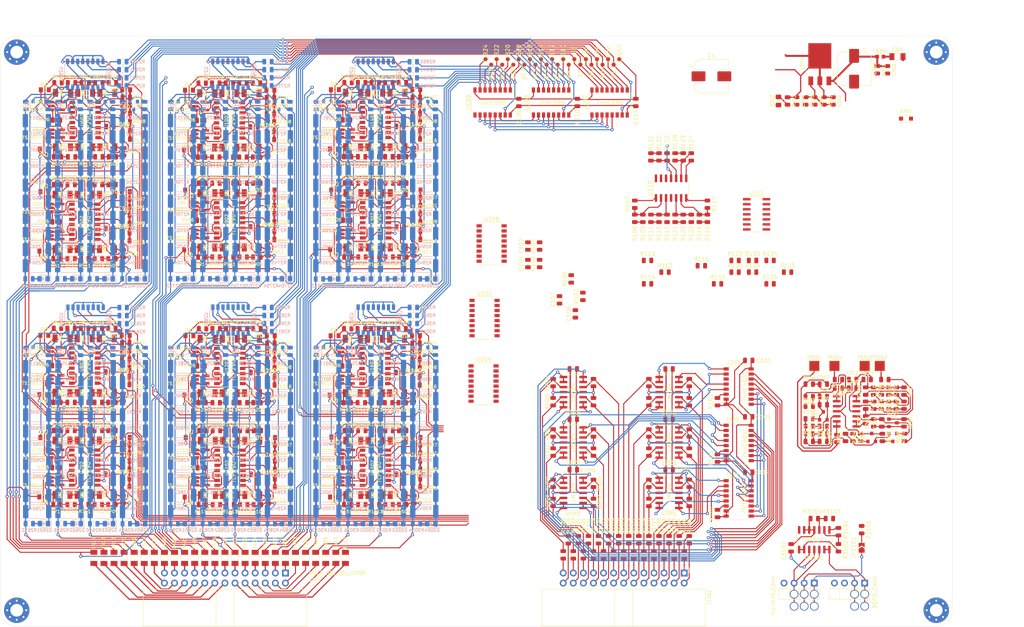
<source format=kicad_pcb>
(kicad_pcb (version 20171130) (host pcbnew "(5.1.5)-3")
  (title_block (title "BMS 24S") (date 2020-08-13) (rev A) (company "e-Power UFRGS") (comment 1 "Gabriel Gosmann"))
  (layers (0 F.Cu signal) (31 B.Cu signal) (34 B.Paste user) (35 F.Paste user hide) (36 B.SilkS user hide) (37 F.SilkS user) (38 B.Mask user hide) (39 F.Mask user hide) (44 Edge.Cuts user))
  (net 0 "")
  (net 1 GND)
  (net 2 +5V)
  (net 3 +12V)
  (net 4 "Net-(R604-Pad1)")
  (net 5 "Net-(R609-Pad1)")
  (net 6 "Net-(R704-Pad1)")
  (net 7 "Net-(R709-Pad1)")
  (net 8 "Net-(R804-Pad1)")
  (net 9 "Net-(R809-Pad1)")
  (net 10 "Net-(R904-Pad1)")
  (net 11 "Net-(R909-Pad1)")
  (net 12 "Net-(R1004-Pad1)")
  (net 13 "Net-(R1009-Pad1)")
  (net 14 "/Temperature Sensors/TS_20")
  (net 15 "/Temperature Sensors/TS_19")
  (net 16 "/Temperature Sensors/TS_18")
  (net 17 "/Temperature Sensors/TS_17")
  (net 18 "/Temperature Sensors/TS_16")
  (net 19 "/Temperature Sensors/TS_15")
  (net 20 "/Temperature Sensors/TS_14")
  (net 21 "/Temperature Sensors/TS_13")
  (net 22 "/Temperature Sensors/TS_12")
  (net 23 "/Temperature Sensors/TS_11")
  (net 24 "/Temperature Sensors/TS_10")
  (net 25 "/Temperature Sensors/TS_9")
  (net 26 "/Temperature Sensors/TS_8")
  (net 27 "/Temperature Sensors/TS_7")
  (net 28 "/Temperature Sensors/TS_6")
  (net 29 "/Temperature Sensors/TS_5")
  (net 30 "/Temperature Sensors/TS_4")
  (net 31 "/Temperature Sensors/TS_3")
  (net 32 "/Temperature Sensors/TS_2")
  (net 33 "/Temperature Sensors/TS_1")
  (net 34 "/Temperature Sensors/0V")
  (net 35 "Net-(R1104-Pad1)")
  (net 36 "Net-(R1109-Pad1)")
  (net 37 "Net-(R1204-Pad1)")
  (net 38 "Net-(R1209-Pad1)")
  (net 39 "Net-(R1304-Pad1)")
  (net 40 "Net-(R1309-Pad1)")
  (net 41 "Net-(C201-Pad1)")
  (net 42 "Net-(C205-Pad1)")
  (net 43 "Net-(Q201-Pad3)")
  (net 44 "Net-(Q201-Pad2)")
  (net 45 "Net-(R201-Pad2)")
  (net 46 "Net-(R213-Pad1)")
  (net 47 "Net-(R227-Pad1)")
  (net 48 "Net-(R504-Pad1)")
  (net 49 "Net-(R509-Pad1)")
  (net 50 "Net-(D2701-Pad2)")
  (net 51 "Net-(D2702-Pad2)")
  (net 52 "Net-(D2801-Pad2)")
  (net 53 "Net-(D2802-Pad2)")
  (net 54 CELL_1)
  (net 55 CELL_GND)
  (net 56 CELL_3)
  (net 57 CELL_2)
  (net 58 CELL_5)
  (net 59 CELL_4)
  (net 60 CELL_7)
  (net 61 CELL_6)
  (net 62 CELL_9)
  (net 63 CELL_8)
  (net 64 CELL_11)
  (net 65 CELL_10)
  (net 66 CELL_13)
  (net 67 CELL_12)
  (net 68 CELL_15)
  (net 69 CELL_14)
  (net 70 CELL_17)
  (net 71 CELL_16)
  (net 72 CELL_19)
  (net 73 CELL_18)
  (net 74 CELL_20)
  (net 75 /T3)
  (net 76 /T4)
  (net 77 /T5)
  (net 78 /T6)
  (net 79 /T7)
  (net 80 /T8)
  (net 81 /T1)
  (net 82 /T2)
  (net 83 /T9)
  (net 84 /T10)
  (net 85 /T11)
  (net 86 /T12)
  (net 87 /T13)
  (net 88 /T14)
  (net 89 /T15)
  (net 90 /T16)
  (net 91 /T17)
  (net 92 /T18)
  (net 93 /T19)
  (net 94 /T20)
  (net 95 "Net-(D301-Pad2)")
  (net 96 /VCC)
  (net 97 "Net-(F301-Pad1)")
  (net 98 /1.8V)
  (net 99 "Net-(D301-Pad1)")
  (net 100 "Net-(D302-Pad2)")
  (net 101 "Net-(D501-Pad2)")
  (net 102 "Net-(D501-Pad1)")
  (net 103 "Net-(D502-Pad1)")
  (net 104 "Net-(D504-Pad1)")
  (net 105 "Net-(D601-Pad2)")
  (net 106 "Net-(D601-Pad1)")
  (net 107 "Net-(D602-Pad1)")
  (net 108 "Net-(D604-Pad1)")
  (net 109 "Net-(D701-Pad2)")
  (net 110 "Net-(D701-Pad1)")
  (net 111 "Net-(D702-Pad1)")
  (net 112 "Net-(D704-Pad1)")
  (net 113 "Net-(D801-Pad2)")
  (net 114 "Net-(D801-Pad1)")
  (net 115 "Net-(D802-Pad1)")
  (net 116 "Net-(D804-Pad1)")
  (net 117 "Net-(D901-Pad2)")
  (net 118 "Net-(D901-Pad1)")
  (net 119 "Net-(D902-Pad1)")
  (net 120 "Net-(D904-Pad1)")
  (net 121 "Net-(D1001-Pad2)")
  (net 122 "Net-(D1001-Pad1)")
  (net 123 "Net-(D1002-Pad1)")
  (net 124 "Net-(D1004-Pad1)")
  (net 125 "Net-(D1101-Pad2)")
  (net 126 "Net-(D1101-Pad1)")
  (net 127 "Net-(D1102-Pad1)")
  (net 128 "Net-(D1104-Pad1)")
  (net 129 "Net-(D1201-Pad2)")
  (net 130 "Net-(D1201-Pad1)")
  (net 131 "Net-(D1202-Pad1)")
  (net 132 "Net-(D1204-Pad1)")
  (net 133 "Net-(D1301-Pad2)")
  (net 134 "Net-(D1301-Pad1)")
  (net 135 "Net-(D1302-Pad1)")
  (net 136 "Net-(D1304-Pad1)")
  (net 137 "Net-(D1401-Pad2)")
  (net 138 "Net-(D1401-Pad1)")
  (net 139 "Net-(D1402-Pad1)")
  (net 140 "Net-(D1404-Pad1)")
  (net 141 "Net-(D2703-Pad2)")
  (net 142 "Net-(D2704-Pad2)")
  (net 143 "Net-(D2803-Pad2)")
  (net 144 "Net-(D2804-Pad2)")
  (net 145 "Net-(D2901-Pad2)")
  (net 146 "Net-(D2902-Pad2)")
  (net 147 "Net-(D2903-Pad2)")
  (net 148 "Net-(D2904-Pad2)")
  (net 149 "Net-(D3001-Pad2)")
  (net 150 "Net-(D3002-Pad2)")
  (net 151 "Net-(D3003-Pad2)")
  (net 152 "Net-(D3004-Pad2)")
  (net 153 "Net-(F401-Pad1)")
  (net 154 "Net-(F402-Pad1)")
  (net 155 "Net-(F403-Pad1)")
  (net 156 "Net-(F404-Pad1)")
  (net 157 "Net-(F405-Pad1)")
  (net 158 "Net-(F406-Pad1)")
  (net 159 "Net-(F407-Pad1)")
  (net 160 "Net-(F408-Pad1)")
  (net 161 "Net-(F409-Pad1)")
  (net 162 "Net-(F410-Pad1)")
  (net 163 "Net-(F411-Pad1)")
  (net 164 "Net-(F412-Pad1)")
  (net 165 "Net-(F413-Pad1)")
  (net 166 "Net-(F414-Pad1)")
  (net 167 "Net-(F415-Pad1)")
  (net 168 "Net-(F416-Pad1)")
  (net 169 "Net-(F417-Pad1)")
  (net 170 "Net-(F418-Pad1)")
  (net 171 "Net-(F419-Pad1)")
  (net 172 "Net-(F420-Pad1)")
  (net 173 "Net-(F421-Pad1)")
  (net 174 "Net-(F422-Pad1)")
  (net 175 "Net-(F423-Pad1)")
  (net 176 "Net-(F424-Pad1)")
  (net 177 "Net-(F425-Pad1)")
  (net 178 "Net-(F426-Pad1)")
  (net 179 "/Current Sensor/VIOUT")
  (net 180 "/Current Sensor/VCC")
  (net 181 "/Current Sensor/BSPD_SIG")
  (net 182 /5.000V)
  (net 183 "Net-(R101-Pad2)")
  (net 184 "Net-(R102-Pad2)")
  (net 185 "Net-(R103-Pad2)")
  (net 186 "Net-(R104-Pad2)")
  (net 187 "Net-(R105-Pad2)")
  (net 188 "Net-(R106-Pad2)")
  (net 189 /2.2727V)
  (net 190 /0.850V)
  (net 191 "Net-(R503-Pad1)")
  (net 192 "Net-(R510-Pad1)")
  (net 193 /V1)
  (net 194 "Net-(R515-Pad2)")
  (net 195 /V2)
  (net 196 "Net-(R603-Pad1)")
  (net 197 "Net-(R610-Pad1)")
  (net 198 /V3)
  (net 199 "Net-(R615-Pad2)")
  (net 200 /V4)
  (net 201 "Net-(R703-Pad1)")
  (net 202 "Net-(R710-Pad1)")
  (net 203 /V5)
  (net 204 "Net-(R715-Pad2)")
  (net 205 /V6)
  (net 206 "Net-(R803-Pad1)")
  (net 207 "Net-(R810-Pad1)")
  (net 208 /V7)
  (net 209 "Net-(R815-Pad2)")
  (net 210 /V8)
  (net 211 "Net-(R903-Pad1)")
  (net 212 "Net-(R910-Pad1)")
  (net 213 /V9)
  (net 214 "Net-(R915-Pad2)")
  (net 215 /V10)
  (net 216 "Net-(R1003-Pad1)")
  (net 217 "Net-(R1010-Pad1)")
  (net 218 /V11)
  (net 219 "Net-(R1015-Pad2)")
  (net 220 /V12)
  (net 221 "Net-(R1103-Pad1)")
  (net 222 "Net-(R1110-Pad1)")
  (net 223 /V13)
  (net 224 "Net-(R1115-Pad2)")
  (net 225 /V14)
  (net 226 "Net-(R1203-Pad1)")
  (net 227 "Net-(R1210-Pad1)")
  (net 228 /V15)
  (net 229 "Net-(R1215-Pad2)")
  (net 230 /V16)
  (net 231 "Net-(R1303-Pad1)")
  (net 232 "Net-(R1310-Pad1)")
  (net 233 "Net-(R1315-Pad2)")
  (net 234 "Net-(R1403-Pad1)")
  (net 235 "Net-(R1404-Pad1)")
  (net 236 "Net-(R1409-Pad1)")
  (net 237 "Net-(R1410-Pad1)")
  (net 238 "Net-(R1415-Pad2)")
  (net 239 "Net-(R1602-Pad1)")
  (net 240 "Net-(R1604-Pad1)")
  (net 241 "Net-(R1609-Pad1)")
  (net 242 "Net-(R1611-Pad1)")
  (net 243 /B4)
  (net 244 /B3)
  (net 245 /B2)
  (net 246 /B1)
  (net 247 /B8)
  (net 248 /B7)
  (net 249 /B6)
  (net 250 /B5)
  (net 251 /B14)
  (net 252 /B13)
  (net 253 /B12)
  (net 254 /B11)
  (net 255 /B16)
  (net 256 /B15)
  (net 257 /B10)
  (net 258 /B9)
  (net 259 /C1)
  (net 260 /S0)
  (net 261 /S1)
  (net 262 /S2)
  (net 263 /TOUT_3)
  (net 264 /TOUT_2)
  (net 265 /TOUT_1)
  (net 266 /V19)
  (net 267 /V18)
  (net 268 /V17)
  (net 269 /V20)
  (net 270 /VOUT_3)
  (net 271 /VOUT_2)
  (net 272 /VOUT_1)
  (net 273 /DS)
  (net 274 /~OE)
  (net 275 /RCLK)
  (net 276 /SCLK)
  (net 277 /~RESET)
  (net 278 "Net-(U107-Pad9)")
  (net 279 "Net-(U108-Pad9)")
  (net 280 /B17)
  (net 281 "Net-(U109-Pad9)")
  (net 282 /B20)
  (net 283 /B19)
  (net 284 /B18)
  (net 285 "Net-(U501-Pad1)")
  (net 286 "Net-(U601-Pad1)")
  (net 287 "Net-(U701-Pad1)")
  (net 288 "Net-(U801-Pad1)")
  (net 289 "Net-(U901-Pad1)")
  (net 290 "Net-(U1001-Pad1)")
  (net 291 "Net-(U1101-Pad1)")
  (net 292 "Net-(U1201-Pad1)")
  (net 293 "Net-(U1301-Pad1)")
  (net 294 "Net-(U1401-Pad1)")
  (net 295 "Net-(D1501-Pad2)")
  (net 296 "Net-(D1501-Pad1)")
  (net 297 "Net-(D1502-Pad1)")
  (net 298 "Net-(D1504-Pad1)")
  (net 299 CELL_21)
  (net 300 "Net-(D1601-Pad2)")
  (net 301 "Net-(D1601-Pad1)")
  (net 302 "Net-(D1602-Pad1)")
  (net 303 "Net-(D1604-Pad1)")
  (net 304 CELL_23)
  (net 305 CELL_22)
  (net 306 CELL_24)
  (net 307 "/Temperature Sensors/TS_21")
  (net 308 "/Temperature Sensors/TS_22")
  (net 309 "/Temperature Sensors/TS_23")
  (net 310 "/Temperature Sensors/TS_24")
  (net 311 /V21)
  (net 312 /V22)
  (net 313 "Net-(R1610-Pad1)")
  (net 314 "Net-(R1612-Pad1)")
  (net 315 "Net-(R1615-Pad2)")
  (net 316 /V23)
  (net 317 /V24)
  (net 318 "Net-(R2955-Pad2)")
  (net 319 "Net-(R3055-Pad2)")
  (net 320 /T22)
  (net 321 /T24)
  (net 322 /T23)
  (net 323 /T21)
  (net 324 "Net-(U1501-Pad1)")
  (net 325 "Net-(D2501-Pad2)")
  (net 326 "Net-(D2501-Pad1)")
  (net 327 "Net-(D2502-Pad2)")
  (net 328 "Net-(D2502-Pad1)")
  (net 329 "Net-(D2503-Pad2)")
  (net 330 "Net-(D2503-Pad1)")
  (net 331 "Net-(D2504-Pad2)")
  (net 332 "Net-(D2504-Pad1)")
  (net 333 "Net-(D2601-Pad2)")
  (net 334 "Net-(D2601-Pad1)")
  (net 335 "Net-(D2602-Pad2)")
  (net 336 "Net-(D2602-Pad1)")
  (net 337 "Net-(D2603-Pad2)")
  (net 338 "Net-(D2603-Pad1)")
  (net 339 "Net-(D2604-Pad2)")
  (net 340 "Net-(D2604-Pad1)")
  (net 341 "Net-(D2701-Pad1)")
  (net 342 "Net-(D2702-Pad1)")
  (net 343 "Net-(D2703-Pad1)")
  (net 344 "Net-(D2704-Pad1)")
  (net 345 "Net-(D2801-Pad1)")
  (net 346 "Net-(D2802-Pad1)")
  (net 347 "Net-(D2803-Pad1)")
  (net 348 "Net-(D2804-Pad1)")
  (net 349 "Net-(D2901-Pad1)")
  (net 350 "Net-(D2902-Pad1)")
  (net 351 "Net-(D2903-Pad1)")
  (net 352 "Net-(D2904-Pad1)")
  (net 353 "Net-(D3001-Pad1)")
  (net 354 "Net-(D3002-Pad1)")
  (net 355 "Net-(D3003-Pad1)")
  (net 356 "Net-(D3004-Pad1)")
  (net 357 "Net-(J1701-Pad26)")
  (net 358 "Net-(J1701-Pad25)")
  (net 359 "Net-(J1701-Pad24)")
  (net 360 "Net-(J1701-Pad23)")
  (net 361 "Net-(J1701-Pad22)")
  (net 362 "Net-(J1701-Pad21)")
  (net 363 "Net-(J1701-Pad20)")
  (net 364 "Net-(J1701-Pad19)")
  (net 365 "Net-(J1701-Pad18)")
  (net 366 "Net-(J1701-Pad17)")
  (net 367 "Net-(J1701-Pad16)")
  (net 368 "Net-(J1701-Pad15)")
  (net 369 "Net-(J1701-Pad14)")
  (net 370 "Net-(J1701-Pad13)")
  (net 371 "Net-(J1701-Pad12)")
  (net 372 "Net-(J1701-Pad11)")
  (net 373 "Net-(J1701-Pad10)")
  (net 374 "Net-(J1701-Pad9)")
  (net 375 "Net-(J1701-Pad8)")
  (net 376 "Net-(J1701-Pad7)")
  (net 377 "Net-(J1701-Pad6)")
  (net 378 "Net-(J1701-Pad5)")
  (net 379 "Net-(J1701-Pad4)")
  (net 380 "Net-(J1701-Pad3)")
  (net 381 "Net-(J1701-Pad2)")
  (net 382 "Net-(J1701-Pad1)")
  (net 383 "Net-(J3102-Pad4)")
  (net 384 "Net-(R1503-Pad1)")
  (net 385 "Net-(R1504-Pad1)")
  (net 386 "Net-(R1509-Pad1)")
  (net 387 "Net-(R1510-Pad1)")
  (net 388 "Net-(R1515-Pad2)")
  (net 389 "Net-(R1603-Pad1)")
  (net 390 "Net-(R3101-Pad1)")
  (net 391 "Net-(U1601-Pad1)")
  (net 392 "Net-(C203-Pad2)")
  (net 393 "Net-(C207-Pad1)")
  (net 394 "Net-(C209-Pad1)")
  (net 395 "Net-(D504-Pad2)")
  (net 396 "Net-(D505-Pad1)")
  (net 397 "Net-(D604-Pad2)")
  (net 398 "Net-(D605-Pad1)")
  (net 399 "Net-(D704-Pad2)")
  (net 400 "Net-(D705-Pad1)")
  (net 401 "Net-(D804-Pad2)")
  (net 402 "Net-(D805-Pad1)")
  (net 403 "Net-(D904-Pad2)")
  (net 404 "Net-(D905-Pad1)")
  (net 405 "Net-(D1004-Pad2)")
  (net 406 "Net-(D1005-Pad1)")
  (net 407 "Net-(D1104-Pad2)")
  (net 408 "Net-(D1105-Pad1)")
  (net 409 "Net-(D1204-Pad2)")
  (net 410 "Net-(D1205-Pad1)")
  (net 411 "Net-(D1304-Pad2)")
  (net 412 "Net-(D1305-Pad1)")
  (net 413 "Net-(D1404-Pad2)")
  (net 414 "Net-(D1405-Pad1)")
  (net 415 "Net-(D1504-Pad2)")
  (net 416 "Net-(D1505-Pad1)")
  (net 417 "Net-(D1604-Pad2)")
  (net 418 "Net-(D1605-Pad1)")
  (net 419 "Net-(J3103-Pad4)")
  (net 420 "Net-(J3103-Pad3)")
  (net 421 "Net-(R202-Pad1)")
  (net 422 "Net-(R203-Pad2)")
  (net 423 "Net-(R204-Pad1)")
  (net 424 "Net-(R207-Pad2)")
  (net 425 "Net-(R209-Pad1)")
  (net 426 "Net-(R212-Pad2)")
  (net 427 "Net-(R217-Pad1)")
  (net 428 "Net-(R222-Pad1)")
  (net 429 "Net-(R223-Pad1)")
  (net 430 "Net-(R224-Pad1)")
  (net 431 "Net-(R226-Pad1)")
  (net 432 "Net-(R301-Pad2)")
  (net 433 "Net-(R501-Pad1)")
  (net 434 "Net-(R502-Pad1)")
  (net 435 "Net-(R507-Pad2)")
  (net 436 "Net-(R511-Pad1)")
  (net 437 "Net-(R512-Pad1)")
  (net 438 "Net-(R601-Pad1)")
  (net 439 "Net-(R602-Pad1)")
  (net 440 "Net-(R607-Pad2)")
  (net 441 "Net-(R611-Pad1)")
  (net 442 "Net-(R612-Pad1)")
  (net 443 "Net-(R701-Pad1)")
  (net 444 "Net-(R702-Pad1)")
  (net 445 "Net-(R707-Pad2)")
  (net 446 "Net-(R711-Pad1)")
  (net 447 "Net-(R712-Pad1)")
  (net 448 "Net-(R801-Pad1)")
  (net 449 "Net-(R802-Pad1)")
  (net 450 "Net-(R807-Pad2)")
  (net 451 "Net-(R811-Pad1)")
  (net 452 "Net-(R812-Pad1)")
  (net 453 "Net-(R901-Pad1)")
  (net 454 "Net-(R902-Pad1)")
  (net 455 "Net-(R907-Pad2)")
  (net 456 "Net-(R911-Pad1)")
  (net 457 "Net-(R912-Pad1)")
  (net 458 "Net-(R1001-Pad1)")
  (net 459 "Net-(R1002-Pad1)")
  (net 460 "Net-(R1007-Pad2)")
  (net 461 "Net-(R1011-Pad1)")
  (net 462 "Net-(R1012-Pad1)")
  (net 463 "Net-(R1101-Pad1)")
  (net 464 "Net-(R1102-Pad1)")
  (net 465 "Net-(R1107-Pad2)")
  (net 466 "Net-(R1111-Pad1)")
  (net 467 "Net-(R1112-Pad1)")
  (net 468 "Net-(R1201-Pad1)")
  (net 469 "Net-(R1202-Pad1)")
  (net 470 "Net-(R1207-Pad2)")
  (net 471 "Net-(R1211-Pad1)")
  (net 472 "Net-(R1212-Pad1)")
  (net 473 "Net-(R1301-Pad1)")
  (net 474 "Net-(R1302-Pad1)")
  (net 475 "Net-(R1307-Pad2)")
  (net 476 "Net-(R1311-Pad1)")
  (net 477 "Net-(R1312-Pad1)")
  (net 478 "Net-(R1401-Pad1)")
  (net 479 "Net-(R1402-Pad1)")
  (net 480 "Net-(R1407-Pad2)")
  (net 481 "Net-(R1411-Pad1)")
  (net 482 "Net-(R1412-Pad1)")
  (net 483 "Net-(R1501-Pad1)")
  (net 484 "Net-(R1502-Pad1)")
  (net 485 "Net-(R1507-Pad2)")
  (net 486 "Net-(R1511-Pad1)")
  (net 487 "Net-(R1512-Pad1)")
  (net 488 "Net-(R1601-Pad1)")
  (net 489 "Net-(R1607-Pad2)")
  (net 490 "Net-(R2501-Pad1)")
  (net 491 "Net-(R2513-Pad2)")
  (net 492 "Net-(R2515-Pad1)")
  (net 493 "Net-(R2527-Pad2)")
  (net 494 "Net-(R2529-Pad1)")
  (net 495 "Net-(R2541-Pad2)")
  (net 496 "Net-(R2543-Pad1)")
  (net 497 "Net-(R2555-Pad2)")
  (net 498 "Net-(R2601-Pad1)")
  (net 499 "Net-(R2613-Pad2)")
  (net 500 "Net-(R2615-Pad1)")
  (net 501 "Net-(R2627-Pad2)")
  (net 502 "Net-(R2629-Pad1)")
  (net 503 "Net-(R2641-Pad2)")
  (net 504 "Net-(R2643-Pad1)")
  (net 505 "Net-(R2655-Pad2)")
  (net 506 "Net-(R2701-Pad1)")
  (net 507 "Net-(R2713-Pad2)")
  (net 508 "Net-(R2715-Pad1)")
  (net 509 "Net-(R2727-Pad2)")
  (net 510 "Net-(R2729-Pad1)")
  (net 511 "Net-(R2741-Pad2)")
  (net 512 "Net-(R2743-Pad1)")
  (net 513 "Net-(R2755-Pad2)")
  (net 514 "Net-(R2801-Pad1)")
  (net 515 "Net-(R2813-Pad2)")
  (net 516 "Net-(R2815-Pad1)")
  (net 517 "Net-(R2827-Pad2)")
  (net 518 "Net-(R2829-Pad1)")
  (net 519 "Net-(R2841-Pad2)")
  (net 520 "Net-(R2843-Pad1)")
  (net 521 "Net-(R2855-Pad2)")
  (net 522 "Net-(R2901-Pad1)")
  (net 523 "Net-(R2913-Pad2)")
  (net 524 "Net-(R2915-Pad1)")
  (net 525 "Net-(R2927-Pad2)")
  (net 526 "Net-(R2929-Pad1)")
  (net 527 "Net-(R2941-Pad2)")
  (net 528 "Net-(R2943-Pad1)")
  (net 529 "Net-(R3001-Pad1)")
  (net 530 "Net-(R3013-Pad2)")
  (net 531 "Net-(R3015-Pad1)")
  (net 532 "Net-(R3027-Pad2)")
  (net 533 "Net-(R3029-Pad1)")
  (net 534 "Net-(R3041-Pad2)")
  (net 535 "Net-(R3043-Pad1)")
  (net 536 "Net-(R3102-Pad2)")
  (net 537 "Net-(R3103-Pad1)")
  (net 538 "Net-(U502-Pad6)")
  (net 539 "Net-(U502-Pad5)")
  (net 540 "Net-(U502-Pad2)")
  (net 541 "Net-(U602-Pad6)")
  (net 542 "Net-(U602-Pad5)")
  (net 543 "Net-(U602-Pad2)")
  (net 544 "Net-(U702-Pad6)")
  (net 545 "Net-(U702-Pad5)")
  (net 546 "Net-(U702-Pad2)")
  (net 547 "Net-(U802-Pad6)")
  (net 548 "Net-(U802-Pad5)")
  (net 549 "Net-(U802-Pad2)")
  (net 550 "Net-(U902-Pad6)")
  (net 551 "Net-(U902-Pad5)")
  (net 552 "Net-(U902-Pad2)")
  (net 553 "Net-(U1002-Pad6)")
  (net 554 "Net-(U1002-Pad5)")
  (net 555 "Net-(U1002-Pad2)")
  (net 556 "Net-(U1102-Pad6)")
  (net 557 "Net-(U1102-Pad5)")
  (net 558 "Net-(U1102-Pad2)")
  (net 559 "Net-(U1202-Pad6)")
  (net 560 "Net-(U1202-Pad5)")
  (net 561 "Net-(U1202-Pad2)")
  (net 562 "Net-(U1302-Pad6)")
  (net 563 "Net-(U1302-Pad5)")
  (net 564 "Net-(U1302-Pad2)")
  (net 565 "Net-(U1402-Pad6)")
  (net 566 "Net-(U1402-Pad5)")
  (net 567 "Net-(U1402-Pad2)")
  (net 568 "Net-(U1502-Pad6)")
  (net 569 "Net-(U1502-Pad5)")
  (net 570 "Net-(U1502-Pad2)")
  (net 571 "Net-(U1602-Pad6)")
  (net 572 "Net-(U1602-Pad5)")
  (net 573 "Net-(U1602-Pad2)")
  (net 574 "Net-(F412-Pad2)")
  (net 575 /B24)
  (net 576 /B23)
  (net 577 /B22)
  (net 578 /B21)
  (net 579 "Net-(R107-Pad2)")
  (net 580 /TOUT_1P)
  (net 581 "Net-(R110-Pad1)")
  (net 582 "Net-(R113-Pad2)")
  (net 583 "Net-(R113-Pad1)")
  (net 584 /VOUT_1P)
  (net 585 "Net-(R117-Pad2)")
  (net 586 /TOUT_2P)
  (net 587 "Net-(R120-Pad1)")
  (net 588 "Net-(R123-Pad2)")
  (net 589 "Net-(R123-Pad1)")
  (net 590 /VOUT_2P)
  (net 591 "Net-(R127-Pad2)")
  (net 592 /TOUT_3P)
  (net 593 "Net-(R130-Pad1)")
  (net 594 "Net-(R133-Pad2)")
  (net 595 "Net-(R133-Pad1)")
  (net 596 /VOUT_3P)
  (net 597 "Net-(JP3101-Pad2)")
  (net 598 "Net-(Q1-Pad1)")
  (net 599 "Net-(Q2-Pad1)")
  (net 600 "Net-(Q3-Pad1)")
  (net 601 "Net-(Q4-Pad1)")
  (net 602 "Net-(Q5-Pad1)")
  (net 603 "Net-(Q6-Pad1)")
  (net 604 "Net-(Q7-Pad1)")
  (net 605 "Net-(Q8-Pad1)")
  (net 606 "Net-(Q9-Pad1)")
  (net 607 "Net-(Q10-Pad1)")
  (net 608 "Net-(Q11-Pad1)")
  (net 609 "Net-(Q12-Pad1)")
  (net 610 "Net-(Q13-Pad1)")
  (net 611 "Net-(Q14-Pad1)")
  (net 612 "Net-(Q15-Pad1)")
  (net 613 "Net-(Q16-Pad1)")
  (net 614 "Net-(Q17-Pad1)")
  (net 615 "Net-(Q18-Pad1)")
  (net 616 "Net-(Q19-Pad1)")
  (net 617 "Net-(Q20-Pad1)")
  (net 618 "Net-(Q21-Pad1)")
  (net 619 "Net-(Q22-Pad1)")
  (net 620 "Net-(Q23-Pad1)")
  (net 621 "Net-(Q24-Pad1)")
  (net 622 "Net-(U110-Pad14)")
  (net 623 "Net-(U3101-Pad14)")
  (net 624 "Net-(U111-Pad14)")
  (module Capacitor_SMD:CP_Elec_8x10 (layer F.Cu) (at 340.614 64.516)
    (fp_text reference C1 (at 0 -5.2) (layer F.SilkS))
    (fp_text value 220uF)
    (pad 2 smd roundrect (at 3.25 0) (size 3.5 2.5) (layers F.Cu F.Paste F.Mask) (roundrect_rratio 0.1) (net 1 GND))
    (pad 1 smd roundrect (at -3.25 0) (size 3.5 2.5) (layers F.Cu F.Paste F.Mask) (roundrect_rratio 0.1) (net 2 +5V))
  )
  (module Package_TO_SOT_SMD:SOT-23 (layer B.Cu) (at 268.224 133.858 270)
    (fp_text reference Q24 (at 0 2.5 90) (layer B.SilkS) (effects (justify mirror)))
    (fp_text value Si2302DS)
    (pad 3 smd rect (at 1 0 270) (size 0.9 0.8) (layers B.Cu B.Paste B.Mask) (net 356 "Net-(D3004-Pad1)"))
    (pad 2 smd rect (at -1 -0.95 270) (size 0.9 0.8) (layers B.Cu B.Paste B.Mask) (net 74 CELL_20))
    (pad 1 smd rect (at -1 0.95 270) (size 0.9 0.8) (layers B.Cu B.Paste B.Mask) (net 621 "Net-(Q24-Pad1)"))
  )
  (module Package_TO_SOT_SMD:SOT-23 (layer B.Cu) (at 260.096 133.858 270)
    (fp_text reference Q23 (at 0 2.5 90) (layer B.SilkS) (effects (justify mirror)))
    (fp_text value Si2302DS)
    (pad 3 smd rect (at 1 0 270) (size 0.9 0.8) (layers B.Cu B.Paste B.Mask) (net 355 "Net-(D3003-Pad1)"))
    (pad 2 smd rect (at -1 -0.95 270) (size 0.9 0.8) (layers B.Cu B.Paste B.Mask) (net 299 CELL_21))
    (pad 1 smd rect (at -1 0.95 270) (size 0.9 0.8) (layers B.Cu B.Paste B.Mask) (net 620 "Net-(Q23-Pad1)"))
  )
  (module Package_TO_SOT_SMD:SOT-23 (layer B.Cu) (at 252.222 133.858 270)
    (fp_text reference Q22 (at 0 2.5 90) (layer B.SilkS) (effects (justify mirror)))
    (fp_text value Si2302DS)
    (pad 3 smd rect (at 1 0 270) (size 0.9 0.8) (layers B.Cu B.Paste B.Mask) (net 354 "Net-(D3002-Pad1)"))
    (pad 2 smd rect (at -1 -0.95 270) (size 0.9 0.8) (layers B.Cu B.Paste B.Mask) (net 305 CELL_22))
    (pad 1 smd rect (at -1 0.95 270) (size 0.9 0.8) (layers B.Cu B.Paste B.Mask) (net 619 "Net-(Q22-Pad1)"))
  )
  (module Package_TO_SOT_SMD:SOT-23 (layer B.Cu) (at 243.84 133.858 270)
    (fp_text reference Q21 (at 0 2.5 90) (layer B.SilkS) (effects (justify mirror)))
    (fp_text value Si2302DS)
    (pad 3 smd rect (at 1 0 270) (size 0.9 0.8) (layers B.Cu B.Paste B.Mask) (net 353 "Net-(D3001-Pad1)"))
    (pad 2 smd rect (at -1 -0.95 270) (size 0.9 0.8) (layers B.Cu B.Paste B.Mask) (net 304 CELL_23))
    (pad 1 smd rect (at -1 0.95 270) (size 0.9 0.8) (layers B.Cu B.Paste B.Mask) (net 618 "Net-(Q21-Pad1)"))
  )
  (module Package_TO_SOT_SMD:SOT-23 (layer B.Cu) (at 268.224 71.882 270)
    (fp_text reference Q20 (at 0 2.5 90) (layer B.SilkS) (effects (justify mirror)))
    (fp_text value Si2302DS)
    (pad 3 smd rect (at 1 0 270) (size 0.9 0.8) (layers B.Cu B.Paste B.Mask) (net 352 "Net-(D2904-Pad1)"))
    (pad 2 smd rect (at -1 -0.95 270) (size 0.9 0.8) (layers B.Cu B.Paste B.Mask) (net 71 CELL_16))
    (pad 1 smd rect (at -1 0.95 270) (size 0.9 0.8) (layers B.Cu B.Paste B.Mask) (net 617 "Net-(Q20-Pad1)"))
  )
  (module Package_TO_SOT_SMD:SOT-23 (layer B.Cu) (at 260.096 71.882 270)
    (fp_text reference Q19 (at 0 2.5 90) (layer B.SilkS) (effects (justify mirror)))
    (fp_text value Si2302DS)
    (pad 3 smd rect (at 1 0 270) (size 0.9 0.8) (layers B.Cu B.Paste B.Mask) (net 351 "Net-(D2903-Pad1)"))
    (pad 2 smd rect (at -1 -0.95 270) (size 0.9 0.8) (layers B.Cu B.Paste B.Mask) (net 70 CELL_17))
    (pad 1 smd rect (at -1 0.95 270) (size 0.9 0.8) (layers B.Cu B.Paste B.Mask) (net 616 "Net-(Q19-Pad1)"))
  )
  (module Package_TO_SOT_SMD:SOT-23 (layer B.Cu) (at 251.968 71.882 270)
    (fp_text reference Q18 (at 0 2.5 90) (layer B.SilkS) (effects (justify mirror)))
    (fp_text value Si2302DS)
    (pad 3 smd rect (at 1 0 270) (size 0.9 0.8) (layers B.Cu B.Paste B.Mask) (net 350 "Net-(D2902-Pad1)"))
    (pad 2 smd rect (at -1 -0.95 270) (size 0.9 0.8) (layers B.Cu B.Paste B.Mask) (net 73 CELL_18))
    (pad 1 smd rect (at -1 0.95 270) (size 0.9 0.8) (layers B.Cu B.Paste B.Mask) (net 615 "Net-(Q18-Pad1)"))
  )
  (module Package_TO_SOT_SMD:SOT-23 (layer B.Cu) (at 243.84 71.882 270)
    (fp_text reference Q17 (at 0 2.5 90) (layer B.SilkS) (effects (justify mirror)))
    (fp_text value Si2302DS)
    (pad 3 smd rect (at 1 0 270) (size 0.9 0.8) (layers B.Cu B.Paste B.Mask) (net 349 "Net-(D2901-Pad1)"))
    (pad 2 smd rect (at -1 -0.95 270) (size 0.9 0.8) (layers B.Cu B.Paste B.Mask) (net 72 CELL_19))
    (pad 1 smd rect (at -1 0.95 270) (size 0.9 0.8) (layers B.Cu B.Paste B.Mask) (net 614 "Net-(Q17-Pad1)"))
  )
  (module Package_TO_SOT_SMD:SOT-23 (layer B.Cu) (at 231.648 133.858 270)
    (fp_text reference Q16 (at 0 2.5 90) (layer B.SilkS) (effects (justify mirror)))
    (fp_text value Si2302DS)
    (pad 3 smd rect (at 1 0 270) (size 0.9 0.8) (layers B.Cu B.Paste B.Mask) (net 348 "Net-(D2804-Pad1)"))
    (pad 2 smd rect (at -1 -0.95 270) (size 0.9 0.8) (layers B.Cu B.Paste B.Mask) (net 67 CELL_12))
    (pad 1 smd rect (at -1 0.95 270) (size 0.9 0.8) (layers B.Cu B.Paste B.Mask) (net 613 "Net-(Q16-Pad1)"))
  )
  (module Package_TO_SOT_SMD:SOT-23 (layer B.Cu) (at 223.52 133.858 270)
    (fp_text reference Q15 (at 0 2.5 90) (layer B.SilkS) (effects (justify mirror)))
    (fp_text value Si2302DS)
    (pad 3 smd rect (at 1 0 270) (size 0.9 0.8) (layers B.Cu B.Paste B.Mask) (net 347 "Net-(D2803-Pad1)"))
    (pad 2 smd rect (at -1 -0.95 270) (size 0.9 0.8) (layers B.Cu B.Paste B.Mask) (net 66 CELL_13))
    (pad 1 smd rect (at -1 0.95 270) (size 0.9 0.8) (layers B.Cu B.Paste B.Mask) (net 612 "Net-(Q15-Pad1)"))
  )
  (module Package_TO_SOT_SMD:SOT-23 (layer B.Cu) (at 215.392 133.858 270)
    (fp_text reference Q14 (at 0 2.5 90) (layer B.SilkS) (effects (justify mirror)))
    (fp_text value Si2302DS)
    (pad 3 smd rect (at 1 0 270) (size 0.9 0.8) (layers B.Cu B.Paste B.Mask) (net 346 "Net-(D2802-Pad1)"))
    (pad 2 smd rect (at -1 -0.95 270) (size 0.9 0.8) (layers B.Cu B.Paste B.Mask) (net 69 CELL_14))
    (pad 1 smd rect (at -1 0.95 270) (size 0.9 0.8) (layers B.Cu B.Paste B.Mask) (net 611 "Net-(Q14-Pad1)"))
  )
  (module Package_TO_SOT_SMD:SOT-23 (layer B.Cu) (at 207.264 133.858 270)
    (fp_text reference Q13 (at 0 2.5 90) (layer B.SilkS) (effects (justify mirror)))
    (fp_text value Si2302DS)
    (pad 3 smd rect (at 1 0 270) (size 0.9 0.8) (layers B.Cu B.Paste B.Mask) (net 345 "Net-(D2801-Pad1)"))
    (pad 2 smd rect (at -1 -0.95 270) (size 0.9 0.8) (layers B.Cu B.Paste B.Mask) (net 68 CELL_15))
    (pad 1 smd rect (at -1 0.95 270) (size 0.9 0.8) (layers B.Cu B.Paste B.Mask) (net 610 "Net-(Q13-Pad1)"))
  )
  (module Package_TO_SOT_SMD:SOT-23 (layer B.Cu) (at 231.648 71.882 270)
    (fp_text reference Q12 (at 0 2.5 90) (layer B.SilkS) (effects (justify mirror)))
    (fp_text value Si2302DS)
    (pad 3 smd rect (at 1 0 270) (size 0.9 0.8) (layers B.Cu B.Paste B.Mask) (net 344 "Net-(D2704-Pad1)"))
    (pad 2 smd rect (at -1 -0.95 270) (size 0.9 0.8) (layers B.Cu B.Paste B.Mask) (net 63 CELL_8))
    (pad 1 smd rect (at -1 0.95 270) (size 0.9 0.8) (layers B.Cu B.Paste B.Mask) (net 609 "Net-(Q12-Pad1)"))
  )
  (module Package_TO_SOT_SMD:SOT-23 (layer B.Cu) (at 223.52 71.882 270)
    (fp_text reference Q11 (at 0 2.5 90) (layer B.SilkS) (effects (justify mirror)))
    (fp_text value Si2302DS)
    (pad 3 smd rect (at 1 0 270) (size 0.9 0.8) (layers B.Cu B.Paste B.Mask) (net 343 "Net-(D2703-Pad1)"))
    (pad 2 smd rect (at -1 -0.95 270) (size 0.9 0.8) (layers B.Cu B.Paste B.Mask) (net 62 CELL_9))
    (pad 1 smd rect (at -1 0.95 270) (size 0.9 0.8) (layers B.Cu B.Paste B.Mask) (net 608 "Net-(Q11-Pad1)"))
  )
  (module Package_TO_SOT_SMD:SOT-23 (layer B.Cu) (at 215.392 71.882 270)
    (fp_text reference Q10 (at 0 2.5 90) (layer B.SilkS) (effects (justify mirror)))
    (fp_text value Si2302DS)
    (pad 3 smd rect (at 1 0 270) (size 0.9 0.8) (layers B.Cu B.Paste B.Mask) (net 342 "Net-(D2702-Pad1)"))
    (pad 2 smd rect (at -1 -0.95 270) (size 0.9 0.8) (layers B.Cu B.Paste B.Mask) (net 65 CELL_10))
    (pad 1 smd rect (at -1 0.95 270) (size 0.9 0.8) (layers B.Cu B.Paste B.Mask) (net 607 "Net-(Q10-Pad1)"))
  )
  (module Package_TO_SOT_SMD:SOT-23 (layer B.Cu) (at 207.264 71.882 270)
    (fp_text reference Q9 (at 0 2.5 90) (layer B.SilkS) (effects (justify mirror)))
    (fp_text value Si2302DS)
    (pad 3 smd rect (at 1 0 270) (size 0.9 0.8) (layers B.Cu B.Paste B.Mask) (net 341 "Net-(D2701-Pad1)"))
    (pad 2 smd rect (at -1 -0.95 270) (size 0.9 0.8) (layers B.Cu B.Paste B.Mask) (net 64 CELL_11))
    (pad 1 smd rect (at -1 0.95 270) (size 0.9 0.8) (layers B.Cu B.Paste B.Mask) (net 606 "Net-(Q9-Pad1)"))
  )
  (module Package_TO_SOT_SMD:SOT-23 (layer B.Cu) (at 195.072 133.858 270)
    (fp_text reference Q8 (at 0 2.5 90) (layer B.SilkS) (effects (justify mirror)))
    (fp_text value Si2302DS)
    (pad 3 smd rect (at 1 0 270) (size 0.9 0.8) (layers B.Cu B.Paste B.Mask) (net 340 "Net-(D2604-Pad1)"))
    (pad 2 smd rect (at -1 -0.95 270) (size 0.9 0.8) (layers B.Cu B.Paste B.Mask) (net 59 CELL_4))
    (pad 1 smd rect (at -1 0.95 270) (size 0.9 0.8) (layers B.Cu B.Paste B.Mask) (net 605 "Net-(Q8-Pad1)"))
  )
  (module Package_TO_SOT_SMD:SOT-23 (layer B.Cu) (at 186.944 133.858 270)
    (fp_text reference Q7 (at 0 2.5 90) (layer B.SilkS) (effects (justify mirror)))
    (fp_text value Si2302DS)
    (pad 3 smd rect (at 1 0 270) (size 0.9 0.8) (layers B.Cu B.Paste B.Mask) (net 338 "Net-(D2603-Pad1)"))
    (pad 2 smd rect (at -1 -0.95 270) (size 0.9 0.8) (layers B.Cu B.Paste B.Mask) (net 58 CELL_5))
    (pad 1 smd rect (at -1 0.95 270) (size 0.9 0.8) (layers B.Cu B.Paste B.Mask) (net 604 "Net-(Q7-Pad1)"))
  )
  (module Package_TO_SOT_SMD:SOT-23 (layer B.Cu) (at 178.816 133.858 270)
    (fp_text reference Q6 (at 0 2.5 90) (layer B.SilkS) (effects (justify mirror)))
    (fp_text value Si2302DS)
    (pad 3 smd rect (at 1 0 270) (size 0.9 0.8) (layers B.Cu B.Paste B.Mask) (net 336 "Net-(D2602-Pad1)"))
    (pad 2 smd rect (at -1 -0.95 270) (size 0.9 0.8) (layers B.Cu B.Paste B.Mask) (net 61 CELL_6))
    (pad 1 smd rect (at -1 0.95 270) (size 0.9 0.8) (layers B.Cu B.Paste B.Mask) (net 603 "Net-(Q6-Pad1)"))
  )
  (module Package_TO_SOT_SMD:SOT-23 (layer B.Cu) (at 170.688 133.858 270)
    (fp_text reference Q5 (at 0 2.5 90) (layer B.SilkS) (effects (justify mirror)))
    (fp_text value Si2302DS)
    (pad 3 smd rect (at 1 0 270) (size 0.9 0.8) (layers B.Cu B.Paste B.Mask) (net 334 "Net-(D2601-Pad1)"))
    (pad 2 smd rect (at -1 -0.95 270) (size 0.9 0.8) (layers B.Cu B.Paste B.Mask) (net 60 CELL_7))
    (pad 1 smd rect (at -1 0.95 270) (size 0.9 0.8) (layers B.Cu B.Paste B.Mask) (net 602 "Net-(Q5-Pad1)"))
  )
  (module Package_TO_SOT_SMD:SOT-23 (layer B.Cu) (at 195.072 71.882 270)
    (fp_text reference Q4 (at 0 2.5 90) (layer B.SilkS) (effects (justify mirror)))
    (fp_text value Si2302DS)
    (pad 3 smd rect (at 1 0 270) (size 0.9 0.8) (layers B.Cu B.Paste B.Mask) (net 332 "Net-(D2504-Pad1)"))
    (pad 2 smd rect (at -1 -0.95 270) (size 0.9 0.8) (layers B.Cu B.Paste B.Mask) (net 55 CELL_GND))
    (pad 1 smd rect (at -1 0.95 270) (size 0.9 0.8) (layers B.Cu B.Paste B.Mask) (net 601 "Net-(Q4-Pad1)"))
  )
  (module Package_TO_SOT_SMD:SOT-23 (layer B.Cu) (at 186.944 71.882 270)
    (fp_text reference Q3 (at 0 2.5 90) (layer B.SilkS) (effects (justify mirror)))
    (fp_text value Si2302DS)
    (pad 3 smd rect (at 1 0 270) (size 0.9 0.8) (layers B.Cu B.Paste B.Mask) (net 330 "Net-(D2503-Pad1)"))
    (pad 2 smd rect (at -1 -0.95 270) (size 0.9 0.8) (layers B.Cu B.Paste B.Mask) (net 54 CELL_1))
    (pad 1 smd rect (at -1 0.95 270) (size 0.9 0.8) (layers B.Cu B.Paste B.Mask) (net 600 "Net-(Q3-Pad1)"))
  )
  (module Package_TO_SOT_SMD:SOT-23 (layer B.Cu) (at 178.816 71.882 270)
    (fp_text reference Q2 (at 0 2.5 90) (layer B.SilkS) (effects (justify mirror)))
    (fp_text value Si2302DS)
    (pad 3 smd rect (at 1 0 270) (size 0.9 0.8) (layers B.Cu B.Paste B.Mask) (net 328 "Net-(D2502-Pad1)"))
    (pad 2 smd rect (at -1 -0.95 270) (size 0.9 0.8) (layers B.Cu B.Paste B.Mask) (net 57 CELL_2))
    (pad 1 smd rect (at -1 0.95 270) (size 0.9 0.8) (layers B.Cu B.Paste B.Mask) (net 599 "Net-(Q2-Pad1)"))
  )
  (module Package_TO_SOT_SMD:SOT-23 (layer B.Cu) (at 170.688 71.882 270)
    (fp_text reference Q1 (at 0 2.5 90) (layer B.SilkS) (effects (justify mirror)))
    (fp_text value Si2302DS)
    (pad 3 smd rect (at 1 0 270) (size 0.9 0.8) (layers B.Cu B.Paste B.Mask) (net 326 "Net-(D2501-Pad1)"))
    (pad 2 smd rect (at -1 -0.95 270) (size 0.9 0.8) (layers B.Cu B.Paste B.Mask) (net 56 CELL_3))
    (pad 1 smd rect (at -1 0.95 270) (size 0.9 0.8) (layers B.Cu B.Paste B.Mask) (net 598 "Net-(Q1-Pad1)"))
  )
  (module e-Power:TestPoint_Pad_D1.0mm (layer F.Cu) (at 317.373 60.198)
    (fp_text reference TP25)
    (fp_text value GND (at 0 -2.286 90) (layer F.SilkS))
    (pad 1 smd circle (at 0 0) (size 1 1) (layers F.Cu F.Mask) (net 1 GND))
  )
  (module e-Power:TestPoint_Pad_D1.0mm (layer F.Cu) (at 283.718 60.198)
    (fp_text reference TP24)
    (fp_text value B24 (at 0 -2.286 90) (layer F.SilkS))
    (pad 1 smd circle (at 0 0) (size 1 1) (layers F.Cu F.Mask) (net 575 /B24))
  )
  (module e-Power:TestPoint_Pad_D1.0mm (layer F.Cu) (at 285.115 61.595)
    (fp_text reference TP23)
    (fp_text value B23 (at 0 2.286 90) (layer F.SilkS))
    (pad 1 smd circle (at 0 0) (size 1 1) (layers F.Cu F.Mask) (net 576 /B23))
  )
  (module e-Power:TestPoint_Pad_D1.0mm (layer F.Cu) (at 286.512 60.198)
    (fp_text reference TP22)
    (fp_text value B22 (at 0 -2.286 90) (layer F.SilkS))
    (pad 1 smd circle (at 0 0) (size 1 1) (layers F.Cu F.Mask) (net 577 /B22))
  )
  (module e-Power:TestPoint_Pad_D1.0mm (layer F.Cu) (at 287.909 61.595)
    (fp_text reference TP21)
    (fp_text value B21 (at 0 2.286 90) (layer F.SilkS))
    (pad 1 smd circle (at 0 0) (size 1 1) (layers F.Cu F.Mask) (net 578 /B21))
  )
  (module e-Power:TestPoint_Pad_D1.0mm (layer F.Cu) (at 289.306 60.198)
    (fp_text reference TP20)
    (fp_text value B20 (at 0 -2.286 90) (layer F.SilkS))
    (pad 1 smd circle (at 0 0) (size 1 1) (layers F.Cu F.Mask) (net 282 /B20))
  )
  (module e-Power:TestPoint_Pad_D1.0mm (layer F.Cu) (at 290.703 61.595)
    (fp_text reference TP19)
    (fp_text value B19 (at 0 2.286 90) (layer F.SilkS))
    (pad 1 smd circle (at 0 0) (size 1 1) (layers F.Cu F.Mask) (net 283 /B19))
  )
  (module e-Power:TestPoint_Pad_D1.0mm (layer F.Cu) (at 292.1 60.198)
    (fp_text reference TP18)
    (fp_text value B18 (at 0 -2.286 90) (layer F.SilkS))
    (pad 1 smd circle (at 0 0) (size 1 1) (layers F.Cu F.Mask) (net 284 /B18))
  )
  (module e-Power:TestPoint_Pad_D1.0mm (layer F.Cu) (at 293.497 61.595)
    (fp_text reference TP17)
    (fp_text value B17 (at 0 2.413 90) (layer F.SilkS))
    (pad 1 smd circle (at 0 0) (size 1 1) (layers F.Cu F.Mask) (net 280 /B17))
  )
  (module e-Power:TestPoint_Pad_D1.0mm (layer F.Cu) (at 294.894 60.198)
    (fp_text reference TP16)
    (fp_text value B16 (at 0 -2.286 90) (layer F.SilkS))
    (pad 1 smd circle (at 0 0) (size 1 1) (layers F.Cu F.Mask) (net 255 /B16))
  )
  (module e-Power:TestPoint_Pad_D1.0mm (layer F.Cu) (at 296.291 61.595)
    (fp_text reference TP15)
    (fp_text value B15 (at 0 2.413 90) (layer F.SilkS))
    (pad 1 smd circle (at 0 0) (size 1 1) (layers F.Cu F.Mask) (net 256 /B15))
  )
  (module e-Power:TestPoint_Pad_D1.0mm (layer F.Cu) (at 297.688 60.198)
    (fp_text reference TP14)
    (fp_text value B14 (at 0 -2.286 90) (layer F.SilkS))
    (pad 1 smd circle (at 0 0) (size 1 1) (layers F.Cu F.Mask) (net 251 /B14))
  )
  (module e-Power:TestPoint_Pad_D1.0mm (layer F.Cu) (at 299.085 61.595)
    (fp_text reference TP13)
    (fp_text value B13 (at 0 2.413 90) (layer F.SilkS))
    (pad 1 smd circle (at 0 0) (size 1 1) (layers F.Cu F.Mask) (net 252 /B13))
  )
  (module e-Power:TestPoint_Pad_D1.0mm (layer F.Cu) (at 300.482 60.198)
    (fp_text reference TP12)
    (fp_text value B12 (at 0 -2.286 90) (layer F.SilkS))
    (pad 1 smd circle (at 0 0) (size 1 1) (layers F.Cu F.Mask) (net 253 /B12))
  )
  (module e-Power:TestPoint_Pad_D1.0mm (layer F.Cu) (at 301.879 61.595)
    (fp_text reference TP11)
    (fp_text value B11 (at 0 2.413 90) (layer F.SilkS))
    (pad 1 smd circle (at 0 0) (size 1 1) (layers F.Cu F.Mask) (net 254 /B11))
  )
  (module e-Power:TestPoint_Pad_D1.0mm (layer F.Cu) (at 303.276 60.198)
    (fp_text reference TP10)
    (fp_text value B10 (at 0 -2.286 90) (layer F.SilkS))
    (pad 1 smd circle (at 0 0) (size 1 1) (layers F.Cu F.Mask) (net 257 /B10))
  )
  (module e-Power:TestPoint_Pad_D1.0mm (layer F.Cu) (at 304.673 61.595)
    (fp_text reference TP9)
    (fp_text value B9 (at 0 2.413 90) (layer F.SilkS))
    (pad 1 smd circle (at 0 0) (size 1 1) (layers F.Cu F.Mask) (net 258 /B9))
  )
  (module e-Power:TestPoint_Pad_D1.0mm (layer F.Cu) (at 306.07 60.198)
    (fp_text reference TP8)
    (fp_text value B8 (at 0 -2.286 90) (layer F.SilkS))
    (pad 1 smd circle (at 0 0) (size 1 1) (layers F.Cu F.Mask) (net 247 /B8))
  )
  (module e-Power:TestPoint_Pad_D1.0mm (layer F.Cu) (at 307.594 61.595)
    (fp_text reference TP7)
    (fp_text value B7 (at 0 2.413 90) (layer F.SilkS))
    (pad 1 smd circle (at 0 0) (size 1 1) (layers F.Cu F.Mask) (net 248 /B7))
  )
  (module e-Power:TestPoint_Pad_D1.0mm (layer F.Cu) (at 308.991 60.198)
    (fp_text reference TP6)
    (fp_text value B6 (at 0 -2.286 90) (layer F.SilkS))
    (pad 1 smd circle (at 0 0) (size 1 1) (layers F.Cu F.Mask) (net 249 /B6))
  )
  (module e-Power:TestPoint_Pad_D1.0mm (layer F.Cu) (at 310.388 61.595)
    (fp_text reference TP5)
    (fp_text value B5 (at 0 2.413 90) (layer F.SilkS))
    (pad 1 smd circle (at 0 0) (size 1 1) (layers F.Cu F.Mask) (net 250 /B5))
  )
  (module e-Power:TestPoint_Pad_D1.0mm (layer F.Cu) (at 311.785 60.198)
    (fp_text reference TP4)
    (fp_text value B4 (at 0 -2.286 90) (layer F.SilkS))
    (pad 1 smd circle (at 0 0) (size 1 1) (layers F.Cu F.Mask) (net 243 /B4))
  )
  (module e-Power:TestPoint_Pad_D1.0mm (layer F.Cu) (at 313.182 61.595)
    (fp_text reference TP3)
    (fp_text value B3 (at 0 2.413 90) (layer F.SilkS))
    (pad 1 smd circle (at 0 0) (size 1 1) (layers F.Cu F.Mask) (net 244 /B3))
  )
  (module e-Power:TestPoint_Pad_D1.0mm (layer F.Cu) (at 314.579 60.198)
    (fp_text reference TP2)
    (fp_text value B2 (at 0 -2.286 90) (layer F.SilkS))
    (pad 1 smd circle (at 0 0) (size 1 1) (layers F.Cu F.Mask) (net 245 /B2))
  )
  (module e-Power:TestPoint_Pad_D1.0mm (layer F.Cu) (at 315.976 61.595)
    (fp_text reference TP1)
    (fp_text value B1 (at 0 2.413 90) (layer F.SilkS))
    (pad 1 smd circle (at 0 0) (size 1 1) (layers F.Cu F.Mask) (net 246 /B1))
  )
  (module Connector_PinHeader_2.54mm:PinHeader_1x04_P2.54mm_Horizontal (layer F.Cu) (at 379.222 192.278 270)
    (fp_text reference J3103 hide)
    (fp_text value BSPD_Conn (at 2.286 -2.54 90) (layer F.SilkS))
    (pad 4 thru_hole oval (at 0 7.62 270) (size 1.7 1.7) (drill 1) (layers *.Cu *.Mask) (net 419 "Net-(J3103-Pad4)"))
    (pad 3 thru_hole oval (at 0 5.08 270) (size 1.7 1.7) (drill 1) (layers *.Cu *.Mask) (net 420 "Net-(J3103-Pad3)"))
    (pad 2 thru_hole oval (at 0 2.54 270) (size 1.7 1.7) (drill 1) (layers *.Cu *.Mask) (net 1 GND))
    (pad 1 thru_hole rect (at 0 0 270) (size 1.7 1.7) (drill 1) (layers *.Cu *.Mask) (net 181 "/Current Sensor/BSPD_SIG"))
  )
  (module Connector_PinHeader_2.54mm:PinHeader_1x04_P2.54mm_Horizontal (layer F.Cu) (at 366.522 192.278 270)
    (fp_text reference J3102 hide)
    (fp_text value Current_Conn (at 3.048 10.414 270) (layer F.SilkS))
    (pad 4 thru_hole oval (at 0 7.62 270) (size 1.7 1.7) (drill 1) (layers *.Cu *.Mask) (net 383 "Net-(J3102-Pad4)"))
    (pad 3 thru_hole oval (at 0 5.08 270) (size 1.7 1.7) (drill 1) (layers *.Cu *.Mask) (net 179 "/Current Sensor/VIOUT"))
    (pad 2 thru_hole oval (at 0 2.54 270) (size 1.7 1.7) (drill 1) (layers *.Cu *.Mask) (net 1 GND))
    (pad 1 thru_hole rect (at 0 0 270) (size 1.7 1.7) (drill 1) (layers *.Cu *.Mask) (net 180 "/Current Sensor/VCC"))
  )
  (module Resistor_SMD:R_0805_2012Metric (layer F.Cu) (at 378.46 178.816 270)
    (fp_text reference R3105 (at 0 -1.778 90) (layer F.SilkS))
    (fp_text value 0R)
    (pad 2 smd roundrect (at 0.9375 0 270) (size 0.975 1.4) (layers F.Cu F.Paste F.Mask) (net 597 "Net-(JP3101-Pad2)"))
    (pad 1 smd roundrect (at -0.9375 0 270) (size 0.975 1.4) (layers F.Cu F.Paste F.Mask) (net 182 /5.000V))
  )
  (module Jumper:SolderJumper-2_P1.3mm_Open_TrianglePad1.0x1.5mm (layer F.Cu) (at 378.46 183.388 90)
    (fp_text reference JP3101 (at 0 -2.032 90) (layer F.SilkS))
    (fp_text value Jumper)
    (pad 1 smd custom (at -0.725 0 90) (size 0.3 0.3) (layers F.Cu F.Mask) (net 180 "/Current Sensor/VCC") (options (clearance outline) (anchor rect)) (primitives (gr_poly (pts (xy -0.5 -0.75) (xy 0.5 -0.75) (xy 1 0) (xy 0.5 0.75) (xy -0.5 0.75)) (width 0))))
    (pad 2 smd custom (at 0.725 0 90) (size 0.3 0.3) (layers F.Cu F.Mask) (net 597 "Net-(JP3101-Pad2)") (options (clearance outline) (anchor rect)) (primitives (gr_poly (pts (xy -0.65 -0.75) (xy 0.5 -0.75) (xy 0.5 0.75) (xy -0.65 0.75) (xy -0.15 0)) (width 0))))
  )
  (module Package_SO:SOIC-14_3.9x8.7mm_P1.27mm (layer F.Cu) (at 351.985 99.314)
    (fp_text reference U111 (at 0 -5.28) (layer F.SilkS))
    (fp_text value LM324)
    (pad 14 smd roundrect (at 2.475 -3.81) (size 1.95 0.6) (layers F.Cu F.Paste F.Mask) (net 624 "Net-(U111-Pad14)"))
    (pad 13 smd roundrect (at 2.475 -2.54) (size 1.95 0.6) (layers F.Cu F.Paste F.Mask) (net 1 GND))
    (pad 12 smd roundrect (at 2.475 -1.27) (size 1.95 0.6) (layers F.Cu F.Paste F.Mask) (net 1 GND))
    (pad 11 smd roundrect (at 2.475 0) (size 1.95 0.6) (layers F.Cu F.Paste F.Mask) (net 1 GND))
    (pad 10 smd roundrect (at 2.475 1.27) (size 1.95 0.6) (layers F.Cu F.Paste F.Mask) (net 270 /VOUT_3))
    (pad 9 smd roundrect (at 2.475 2.54) (size 1.95 0.6) (layers F.Cu F.Paste F.Mask) (net 594 "Net-(R133-Pad2)"))
    (pad 8 smd roundrect (at 2.475 3.81) (size 1.95 0.6) (layers F.Cu F.Paste F.Mask) (net 596 /VOUT_3P))
    (pad 7 smd roundrect (at -2.475 3.81) (size 1.95 0.6) (layers F.Cu F.Paste F.Mask) (net 590 /VOUT_2P))
    (pad 6 smd roundrect (at -2.475 2.54) (size 1.95 0.6) (layers F.Cu F.Paste F.Mask) (net 588 "Net-(R123-Pad2)"))
    (pad 5 smd roundrect (at -2.475 1.27) (size 1.95 0.6) (layers F.Cu F.Paste F.Mask) (net 271 /VOUT_2))
    (pad 4 smd roundrect (at -2.475 0) (size 1.95 0.6) (layers F.Cu F.Paste F.Mask) (net 2 +5V))
    (pad 3 smd roundrect (at -2.475 -1.27) (size 1.95 0.6) (layers F.Cu F.Paste F.Mask) (net 272 /VOUT_1))
    (pad 2 smd roundrect (at -2.475 -2.54) (size 1.95 0.6) (layers F.Cu F.Paste F.Mask) (net 582 "Net-(R113-Pad2)"))
    (pad 1 smd roundrect (at -2.475 -3.81) (size 1.95 0.6) (layers F.Cu F.Paste F.Mask) (net 584 /VOUT_1P))
  )
  (module Package_SO:SOIC-14_3.9x8.7mm_P1.27mm (layer F.Cu) (at 330.454 92.71 90)
    (fp_text reference U110 (at 0 -5.28 90) (layer F.SilkS))
    (fp_text value LM324)
    (pad 14 smd roundrect (at 2.475 -3.81 90) (size 1.95 0.6) (layers F.Cu F.Paste F.Mask) (net 622 "Net-(U110-Pad14)"))
    (pad 13 smd roundrect (at 2.475 -2.54 90) (size 1.95 0.6) (layers F.Cu F.Paste F.Mask) (net 1 GND))
    (pad 12 smd roundrect (at 2.475 -1.27 90) (size 1.95 0.6) (layers F.Cu F.Paste F.Mask) (net 1 GND))
    (pad 11 smd roundrect (at 2.475 0 90) (size 1.95 0.6) (layers F.Cu F.Paste F.Mask) (net 1 GND))
    (pad 10 smd roundrect (at 2.475 1.27 90) (size 1.95 0.6) (layers F.Cu F.Paste F.Mask) (net 593 "Net-(R130-Pad1)"))
    (pad 9 smd roundrect (at 2.475 2.54 90) (size 1.95 0.6) (layers F.Cu F.Paste F.Mask) (net 591 "Net-(R127-Pad2)"))
    (pad 8 smd roundrect (at 2.475 3.81 90) (size 1.95 0.6) (layers F.Cu F.Paste F.Mask) (net 592 /TOUT_3P))
    (pad 7 smd roundrect (at -2.475 3.81 90) (size 1.95 0.6) (layers F.Cu F.Paste F.Mask) (net 586 /TOUT_2P))
    (pad 6 smd roundrect (at -2.475 2.54 90) (size 1.95 0.6) (layers F.Cu F.Paste F.Mask) (net 585 "Net-(R117-Pad2)"))
    (pad 5 smd roundrect (at -2.475 1.27 90) (size 1.95 0.6) (layers F.Cu F.Paste F.Mask) (net 587 "Net-(R120-Pad1)"))
    (pad 4 smd roundrect (at -2.475 0 90) (size 1.95 0.6) (layers F.Cu F.Paste F.Mask) (net 2 +5V))
    (pad 3 smd roundrect (at -2.475 -1.27 90) (size 1.95 0.6) (layers F.Cu F.Paste F.Mask) (net 581 "Net-(R110-Pad1)"))
    (pad 2 smd roundrect (at -2.475 -2.54 90) (size 1.95 0.6) (layers F.Cu F.Paste F.Mask) (net 579 "Net-(R107-Pad2)"))
    (pad 1 smd roundrect (at -2.475 -3.81 90) (size 1.95 0.6) (layers F.Cu F.Paste F.Mask) (net 580 /TOUT_1P))
  )
  (module Capacitor_SMD:C_0805_2012Metric (layer F.Cu) (at 321.564 71.12 90)
    (fp_text reference C111 (at -3.683 0 90) (layer F.SilkS))
    (fp_text value 100nF hide)
    (pad 2 smd roundrect (at 0.9375 0 90) (size 0.975 1.4) (layers F.Cu F.Paste F.Mask) (net 1 GND))
    (pad 1 smd roundrect (at -0.9375 0 90) (size 0.975 1.4) (layers F.Cu F.Paste F.Mask) (net 2 +5V))
  )
  (module Capacitor_SMD:C_0805_2012Metric (layer F.Cu) (at 306.832 71.12 90)
    (fp_text reference C110 (at -3.683 0 90) (layer F.SilkS))
    (fp_text value 100nF hide)
    (pad 2 smd roundrect (at 0.9375 0 90) (size 0.975 1.4) (layers F.Cu F.Paste F.Mask) (net 1 GND))
    (pad 1 smd roundrect (at -0.9375 0 90) (size 0.975 1.4) (layers F.Cu F.Paste F.Mask) (net 2 +5V))
  )
  (module Resistor_SMD:R_0805_2012Metric (layer F.Cu) (at 346.57 113.89)
    (fp_text reference R136 (at 0 -1.65) (layer F.SilkS))
    (fp_text value 10K)
    (pad 2 smd roundrect (at 0.9375 0) (size 0.975 1.4) (layers F.Cu F.Paste F.Mask) (net 596 /VOUT_3P))
    (pad 1 smd roundrect (at -0.9375 0) (size 0.975 1.4) (layers F.Cu F.Paste F.Mask) (net 594 "Net-(R133-Pad2)"))
  )
  (module Resistor_SMD:R_0805_2012Metric (layer F.Cu) (at 350.98 110.94)
    (fp_text reference R135 (at 0 -1.65) (layer F.SilkS))
    (fp_text value 1K)
    (pad 2 smd roundrect (at 0.9375 0) (size 0.975 1.4) (layers F.Cu F.Paste F.Mask) (net 595 "Net-(R133-Pad1)"))
    (pad 1 smd roundrect (at -0.9375 0) (size 0.975 1.4) (layers F.Cu F.Paste F.Mask) (net 1 GND))
  )
  (module Resistor_SMD:R_0805_2012Metric (layer F.Cu) (at 355.39 110.94)
    (fp_text reference R134 (at 0 -1.65) (layer F.SilkS))
    (fp_text value 10K)
    (pad 2 smd roundrect (at 0.9375 0) (size 0.975 1.4) (layers F.Cu F.Paste F.Mask) (net 594 "Net-(R133-Pad2)"))
    (pad 1 smd roundrect (at -0.9375 0) (size 0.975 1.4) (layers F.Cu F.Paste F.Mask) (net 596 /VOUT_3P))
  )
  (module Resistor_SMD:R_0805_2012Metric (layer F.Cu) (at 342.16 116.84)
    (fp_text reference R133 (at 0 -1.65) (layer F.SilkS))
    (fp_text value 1K)
    (pad 2 smd roundrect (at 0.9375 0) (size 0.975 1.4) (layers F.Cu F.Paste F.Mask) (net 594 "Net-(R133-Pad2)"))
    (pad 1 smd roundrect (at -0.9375 0) (size 0.975 1.4) (layers F.Cu F.Paste F.Mask) (net 595 "Net-(R133-Pad1)"))
  )
  (module Resistor_SMD:R_0805_2012Metric (layer F.Cu) (at 329.438 84.836 90)
    (fp_text reference R132 (at 3.556 0 90) (layer F.SilkS))
    (fp_text value 10K)
    (pad 2 smd roundrect (at 0.9375 0 90) (size 0.975 1.4) (layers F.Cu F.Paste F.Mask) (net 1 GND))
    (pad 1 smd roundrect (at -0.9375 0 90) (size 0.975 1.4) (layers F.Cu F.Paste F.Mask) (net 593 "Net-(R130-Pad1)"))
  )
  (module Resistor_SMD:R_0805_2012Metric (layer F.Cu) (at 325.374 84.836 90)
    (fp_text reference R131 (at 3.556 0 90) (layer F.SilkS))
    (fp_text value 10K)
    (pad 2 smd roundrect (at 0.9375 0 90) (size 0.975 1.4) (layers F.Cu F.Paste F.Mask) (net 263 /TOUT_3))
    (pad 1 smd roundrect (at -0.9375 0 90) (size 0.975 1.4) (layers F.Cu F.Paste F.Mask) (net 593 "Net-(R130-Pad1)"))
  )
  (module Resistor_SMD:R_0805_2012Metric (layer F.Cu) (at 327.406 84.836 90)
    (fp_text reference R130 (at 3.556 0 90) (layer F.SilkS))
    (fp_text value 10K)
    (pad 2 smd roundrect (at 0.9375 0 90) (size 0.975 1.4) (layers F.Cu F.Paste F.Mask) (net 263 /TOUT_3))
    (pad 1 smd roundrect (at -0.9375 0 90) (size 0.975 1.4) (layers F.Cu F.Paste F.Mask) (net 593 "Net-(R130-Pad1)"))
  )
  (module Resistor_SMD:R_0805_2012Metric (layer F.Cu) (at 333.502 84.836 90)
    (fp_text reference R129 (at 3.556 0 90) (layer F.SilkS))
    (fp_text value 10K)
    (pad 2 smd roundrect (at 0.9375 0 90) (size 0.975 1.4) (layers F.Cu F.Paste F.Mask) (net 189 /2.2727V))
    (pad 1 smd roundrect (at -0.9375 0 90) (size 0.975 1.4) (layers F.Cu F.Paste F.Mask) (net 591 "Net-(R127-Pad2)"))
  )
  (module Resistor_SMD:R_0805_2012Metric (layer F.Cu) (at 331.47 84.836 90)
    (fp_text reference R128 (at 3.683 0 90) (layer F.SilkS))
    (fp_text value 10K)
    (pad 2 smd roundrect (at 0.9375 0 90) (size 0.975 1.4) (layers F.Cu F.Paste F.Mask) (net 189 /2.2727V))
    (pad 1 smd roundrect (at -0.9375 0 90) (size 0.975 1.4) (layers F.Cu F.Paste F.Mask) (net 591 "Net-(R127-Pad2)"))
  )
  (module Resistor_SMD:R_0805_2012Metric (layer F.Cu) (at 335.534 84.836 90)
    (fp_text reference R127 (at 3.556 0 90) (layer F.SilkS))
    (fp_text value 10K)
    (pad 2 smd roundrect (at 0.9375 0 90) (size 0.975 1.4) (layers F.Cu F.Paste F.Mask) (net 591 "Net-(R127-Pad2)"))
    (pad 1 smd roundrect (at -0.9375 0 90) (size 0.975 1.4) (layers F.Cu F.Paste F.Mask) (net 592 /TOUT_3P))
  )
  (module Resistor_SMD:R_0805_2012Metric (layer F.Cu) (at 355.39 116.84)
    (fp_text reference R126 (at 0 -1.65) (layer F.SilkS))
    (fp_text value 10K)
    (pad 2 smd roundrect (at 0.9375 0) (size 0.975 1.4) (layers F.Cu F.Paste F.Mask) (net 590 /VOUT_2P))
    (pad 1 smd roundrect (at -0.9375 0) (size 0.975 1.4) (layers F.Cu F.Paste F.Mask) (net 588 "Net-(R123-Pad2)"))
  )
  (module Resistor_SMD:R_0805_2012Metric (layer F.Cu) (at 359.8 113.89)
    (fp_text reference R125 (at 0 -1.65) (layer F.SilkS))
    (fp_text value 1K)
    (pad 2 smd roundrect (at 0.9375 0) (size 0.975 1.4) (layers F.Cu F.Paste F.Mask) (net 589 "Net-(R123-Pad1)"))
    (pad 1 smd roundrect (at -0.9375 0) (size 0.975 1.4) (layers F.Cu F.Paste F.Mask) (net 1 GND))
  )
  (module Resistor_SMD:R_0805_2012Metric (layer F.Cu) (at 350.98 113.89)
    (fp_text reference R124 (at 0 -1.65) (layer F.SilkS))
    (fp_text value 10K)
    (pad 2 smd roundrect (at 0.9375 0) (size 0.975 1.4) (layers F.Cu F.Paste F.Mask) (net 588 "Net-(R123-Pad2)"))
    (pad 1 smd roundrect (at -0.9375 0) (size 0.975 1.4) (layers F.Cu F.Paste F.Mask) (net 590 /VOUT_2P))
  )
  (module Resistor_SMD:R_0805_2012Metric (layer F.Cu) (at 346.57 110.94)
    (fp_text reference R123 (at 0 -1.65) (layer F.SilkS))
    (fp_text value 1K)
    (pad 2 smd roundrect (at 0.9375 0) (size 0.975 1.4) (layers F.Cu F.Paste F.Mask) (net 588 "Net-(R123-Pad2)"))
    (pad 1 smd roundrect (at -0.9375 0) (size 0.975 1.4) (layers F.Cu F.Paste F.Mask) (net 589 "Net-(R123-Pad1)"))
  )
  (module Resistor_SMD:R_0805_2012Metric (layer F.Cu) (at 335.534 100.33 270)
    (fp_text reference R122 (at 3.81 0 90) (layer F.SilkS))
    (fp_text value 10K)
    (pad 2 smd roundrect (at 0.9375 0 270) (size 0.975 1.4) (layers F.Cu F.Paste F.Mask) (net 1 GND))
    (pad 1 smd roundrect (at -0.9375 0 270) (size 0.975 1.4) (layers F.Cu F.Paste F.Mask) (net 587 "Net-(R120-Pad1)"))
  )
  (module Resistor_SMD:R_0805_2012Metric (layer F.Cu) (at 331.47 100.33 270)
    (fp_text reference R121 (at 3.81 0 90) (layer F.SilkS))
    (fp_text value 10K)
    (pad 2 smd roundrect (at 0.9375 0 270) (size 0.975 1.4) (layers F.Cu F.Paste F.Mask) (net 264 /TOUT_2))
    (pad 1 smd roundrect (at -0.9375 0 270) (size 0.975 1.4) (layers F.Cu F.Paste F.Mask) (net 587 "Net-(R120-Pad1)"))
  )
  (module Resistor_SMD:R_0805_2012Metric (layer F.Cu) (at 333.502 100.33 270)
    (fp_text reference R120 (at 3.81 0 90) (layer F.SilkS))
    (fp_text value 10K)
    (pad 2 smd roundrect (at 0.9375 0 270) (size 0.975 1.4) (layers F.Cu F.Paste F.Mask) (net 264 /TOUT_2))
    (pad 1 smd roundrect (at -0.9375 0 270) (size 0.975 1.4) (layers F.Cu F.Paste F.Mask) (net 587 "Net-(R120-Pad1)"))
  )
  (module Resistor_SMD:R_0805_2012Metric (layer F.Cu) (at 339.598 100.33 270)
    (fp_text reference R119 (at 3.81 0 90) (layer F.SilkS))
    (fp_text value 10K)
    (pad 2 smd roundrect (at 0.9375 0 270) (size 0.975 1.4) (layers F.Cu F.Paste F.Mask) (net 189 /2.2727V))
    (pad 1 smd roundrect (at -0.9375 0 270) (size 0.975 1.4) (layers F.Cu F.Paste F.Mask) (net 585 "Net-(R117-Pad2)"))
  )
  (module Resistor_SMD:R_0805_2012Metric (layer F.Cu) (at 337.566 100.33 270)
    (fp_text reference R118 (at 3.81 0 90) (layer F.SilkS))
    (fp_text value 10K)
    (pad 2 smd roundrect (at 0.9375 0 270) (size 0.975 1.4) (layers F.Cu F.Paste F.Mask) (net 189 /2.2727V))
    (pad 1 smd roundrect (at -0.9375 0 270) (size 0.975 1.4) (layers F.Cu F.Paste F.Mask) (net 585 "Net-(R117-Pad2)"))
  )
  (module Resistor_SMD:R_0805_2012Metric (layer F.Cu) (at 339.598 96.774 270)
    (fp_text reference R117 (at 0 -1.778 90) (layer F.SilkS))
    (fp_text value 10K)
    (pad 2 smd roundrect (at 0.9375 0 270) (size 0.975 1.4) (layers F.Cu F.Paste F.Mask) (net 585 "Net-(R117-Pad2)"))
    (pad 1 smd roundrect (at -0.9375 0 270) (size 0.975 1.4) (layers F.Cu F.Paste F.Mask) (net 586 /TOUT_2P))
  )
  (module Resistor_SMD:R_0805_2012Metric (layer F.Cu) (at 338.074 112.268)
    (fp_text reference R116 (at 0 -1.65) (layer F.SilkS))
    (fp_text value 10K)
    (pad 2 smd roundrect (at 0.9375 0) (size 0.975 1.4) (layers F.Cu F.Paste F.Mask) (net 584 /VOUT_1P))
    (pad 1 smd roundrect (at -0.9375 0) (size 0.975 1.4) (layers F.Cu F.Paste F.Mask) (net 582 "Net-(R113-Pad2)"))
  )
  (module Resistor_SMD:R_0805_2012Metric (layer F.Cu) (at 324.52 110.94)
    (fp_text reference R115 (at 0 -1.65) (layer F.SilkS))
    (fp_text value 1K)
    (pad 2 smd roundrect (at 0.9375 0) (size 0.975 1.4) (layers F.Cu F.Paste F.Mask) (net 583 "Net-(R113-Pad1)"))
    (pad 1 smd roundrect (at -0.9375 0) (size 0.975 1.4) (layers F.Cu F.Paste F.Mask) (net 1 GND))
  )
  (module Resistor_SMD:R_0805_2012Metric (layer F.Cu) (at 324.52 116.84)
    (fp_text reference R114 (at 0 -1.65) (layer F.SilkS))
    (fp_text value 10K)
    (pad 2 smd roundrect (at 0.9375 0) (size 0.975 1.4) (layers F.Cu F.Paste F.Mask) (net 582 "Net-(R113-Pad2)"))
    (pad 1 smd roundrect (at -0.9375 0) (size 0.975 1.4) (layers F.Cu F.Paste F.Mask) (net 584 /VOUT_1P))
  )
  (module Resistor_SMD:R_0805_2012Metric (layer F.Cu) (at 328.93 113.89)
    (fp_text reference R113 (at 0 -1.65) (layer F.SilkS))
    (fp_text value 1K)
    (pad 2 smd roundrect (at 0.9375 0) (size 0.975 1.4) (layers F.Cu F.Paste F.Mask) (net 582 "Net-(R113-Pad2)"))
    (pad 1 smd roundrect (at -0.9375 0) (size 0.975 1.4) (layers F.Cu F.Paste F.Mask) (net 583 "Net-(R113-Pad1)"))
  )
  (module Resistor_SMD:R_0805_2012Metric (layer F.Cu) (at 329.438 100.33 270)
    (fp_text reference R112 (at 3.81 0 90) (layer F.SilkS))
    (fp_text value 10K)
    (pad 2 smd roundrect (at 0.9375 0 270) (size 0.975 1.4) (layers F.Cu F.Paste F.Mask) (net 1 GND))
    (pad 1 smd roundrect (at -0.9375 0 270) (size 0.975 1.4) (layers F.Cu F.Paste F.Mask) (net 581 "Net-(R110-Pad1)"))
  )
  (module Resistor_SMD:R_0805_2012Metric (layer F.Cu) (at 325.374 100.33 270)
    (fp_text reference R111 (at 3.81 0 90) (layer F.SilkS))
    (fp_text value 10K)
    (pad 2 smd roundrect (at 0.9375 0 270) (size 0.975 1.4) (layers F.Cu F.Paste F.Mask) (net 265 /TOUT_1))
    (pad 1 smd roundrect (at -0.9375 0 270) (size 0.975 1.4) (layers F.Cu F.Paste F.Mask) (net 581 "Net-(R110-Pad1)"))
  )
  (module Resistor_SMD:R_0805_2012Metric (layer F.Cu) (at 327.406 100.33 270)
    (fp_text reference R110 (at 3.81 0 90) (layer F.SilkS))
    (fp_text value 10K)
    (pad 2 smd roundrect (at 0.9375 0 270) (size 0.975 1.4) (layers F.Cu F.Paste F.Mask) (net 265 /TOUT_1))
    (pad 1 smd roundrect (at -0.9375 0 270) (size 0.975 1.4) (layers F.Cu F.Paste F.Mask) (net 581 "Net-(R110-Pad1)"))
  )
  (module Resistor_SMD:R_0805_2012Metric (layer F.Cu) (at 323.342 100.33 270)
    (fp_text reference R109 (at 3.81 0 90) (layer F.SilkS))
    (fp_text value 10K)
    (pad 2 smd roundrect (at 0.9375 0 270) (size 0.975 1.4) (layers F.Cu F.Paste F.Mask) (net 189 /2.2727V))
    (pad 1 smd roundrect (at -0.9375 0 270) (size 0.975 1.4) (layers F.Cu F.Paste F.Mask) (net 579 "Net-(R107-Pad2)"))
  )
  (module Resistor_SMD:R_0805_2012Metric (layer F.Cu) (at 321.31 100.33 270)
    (fp_text reference R108 (at 3.81 0 90) (layer F.SilkS))
    (fp_text value 10K)
    (pad 2 smd roundrect (at 0.9375 0 270) (size 0.975 1.4) (layers F.Cu F.Paste F.Mask) (net 189 /2.2727V))
    (pad 1 smd roundrect (at -0.9375 0 270) (size 0.975 1.4) (layers F.Cu F.Paste F.Mask) (net 579 "Net-(R107-Pad2)"))
  )
  (module Resistor_SMD:R_0805_2012Metric (layer F.Cu) (at 321.31 96.774 270)
    (fp_text reference R107 (at 0 1.778 270) (layer F.SilkS))
    (fp_text value 10K)
    (pad 2 smd roundrect (at 0.9375 0 270) (size 0.975 1.4) (layers F.Cu F.Paste F.Mask) (net 579 "Net-(R107-Pad2)"))
    (pad 1 smd roundrect (at -0.9375 0 270) (size 0.975 1.4) (layers F.Cu F.Paste F.Mask) (net 580 /TOUT_1P))
  )
  (module Capacitor_SMD:C_0805_2012Metric (layer F.Cu) (at 266.192 140.322)
    (fp_text reference C1603 (at 0 -1.65) (layer F.SilkS))
    (fp_text value 100nF)
    (pad 2 smd roundrect (at 0.9375 0) (size 0.975 1.4) (layers F.Cu F.Paste F.Mask) (net 1 GND))
    (pad 1 smd roundrect (at -0.9375 0) (size 0.975 1.4) (layers F.Cu F.Paste F.Mask) (net 316 /V23))
  )
  (module Capacitor_SMD:C_0805_2012Metric (layer F.Cu) (at 266.192 135.877)
    (fp_text reference C1602 (at 0 -1.65) (layer F.SilkS))
    (fp_text value 100nF)
    (pad 2 smd roundrect (at 0.9375 0) (size 0.975 1.4) (layers F.Cu F.Paste F.Mask) (net 1 GND))
    (pad 1 smd roundrect (at -0.9375 0) (size 0.975 1.4) (layers F.Cu F.Paste F.Mask) (net 317 /V24))
  )
  (module Capacitor_SMD:C_0805_2012Metric (layer F.Cu) (at 266.319 165.989)
    (fp_text reference C1503 (at 0 -1.65) (layer F.SilkS))
    (fp_text value 100nF)
    (pad 2 smd roundrect (at 0.9375 0) (size 0.975 1.4) (layers F.Cu F.Paste F.Mask) (net 1 GND))
    (pad 1 smd roundrect (at -0.9375 0) (size 0.975 1.4) (layers F.Cu F.Paste F.Mask) (net 311 /V21))
  )
  (module Capacitor_SMD:C_0805_2012Metric (layer F.Cu) (at 266.319 161.544)
    (fp_text reference C1502 (at 0 -1.65) (layer F.SilkS))
    (fp_text value 100nF)
    (pad 2 smd roundrect (at 0.9375 0) (size 0.975 1.4) (layers F.Cu F.Paste F.Mask) (net 1 GND))
    (pad 1 smd roundrect (at -0.9375 0) (size 0.975 1.4) (layers F.Cu F.Paste F.Mask) (net 312 /V22))
  )
  (module Capacitor_SMD:C_0805_2012Metric (layer F.Cu) (at 266.274 78.278)
    (fp_text reference C1403 (at 0 -1.65) (layer F.SilkS))
    (fp_text value 100nF)
    (pad 2 smd roundrect (at 0.9375 0) (size 0.975 1.4) (layers F.Cu F.Paste F.Mask) (net 1 GND))
    (pad 1 smd roundrect (at -0.9375 0) (size 0.975 1.4) (layers F.Cu F.Paste F.Mask) (net 266 /V19))
  )
  (module Capacitor_SMD:C_0805_2012Metric (layer F.Cu) (at 266.274 73.833)
    (fp_text reference C1402 (at 0 -1.65) (layer F.SilkS))
    (fp_text value 100nF)
    (pad 2 smd roundrect (at 0.9375 0) (size 0.975 1.4) (layers F.Cu F.Paste F.Mask) (net 1 GND))
    (pad 1 smd roundrect (at -0.9375 0) (size 0.975 1.4) (layers F.Cu F.Paste F.Mask) (net 269 /V20))
  )
  (module Capacitor_SMD:C_0805_2012Metric (layer F.Cu) (at 266.351 103.588)
    (fp_text reference C1303 (at 0 -1.65) (layer F.SilkS))
    (fp_text value 100nF)
    (pad 2 smd roundrect (at 0.9375 0) (size 0.975 1.4) (layers F.Cu F.Paste F.Mask) (net 1 GND))
    (pad 1 smd roundrect (at -0.9375 0) (size 0.975 1.4) (layers F.Cu F.Paste F.Mask) (net 268 /V17))
  )
  (module Capacitor_SMD:C_0805_2012Metric (layer F.Cu) (at 266.351 99.143)
    (fp_text reference C1302 (at 0 -1.65) (layer F.SilkS))
    (fp_text value 100nF)
    (pad 2 smd roundrect (at 0.9375 0) (size 0.975 1.4) (layers F.Cu F.Paste F.Mask) (net 1 GND))
    (pad 1 smd roundrect (at -0.9375 0) (size 0.975 1.4) (layers F.Cu F.Paste F.Mask) (net 267 /V18))
  )
  (module Capacitor_SMD:C_0805_2012Metric (layer F.Cu) (at 229.621 140.307)
    (fp_text reference C1203 (at 0 -1.65) (layer F.SilkS))
    (fp_text value 100nF)
    (pad 2 smd roundrect (at 0.9375 0) (size 0.975 1.4) (layers F.Cu F.Paste F.Mask) (net 1 GND))
    (pad 1 smd roundrect (at -0.9375 0) (size 0.975 1.4) (layers F.Cu F.Paste F.Mask) (net 228 /V15))
  )
  (module Capacitor_SMD:C_0805_2012Metric (layer F.Cu) (at 229.621 135.862)
    (fp_text reference C1202 (at 0 -1.65) (layer F.SilkS))
    (fp_text value 100nF)
    (pad 2 smd roundrect (at 0.9375 0) (size 0.975 1.4) (layers F.Cu F.Paste F.Mask) (net 1 GND))
    (pad 1 smd roundrect (at -0.9375 0) (size 0.975 1.4) (layers F.Cu F.Paste F.Mask) (net 230 /V16))
  )
  (module Capacitor_SMD:C_0805_2012Metric (layer F.Cu) (at 229.698 165.998)
    (fp_text reference C1103 (at 0 -1.65) (layer F.SilkS))
    (fp_text value 100nF)
    (pad 2 smd roundrect (at 0.9375 0) (size 0.975 1.4) (layers F.Cu F.Paste F.Mask) (net 1 GND))
    (pad 1 smd roundrect (at -0.9375 0) (size 0.975 1.4) (layers F.Cu F.Paste F.Mask) (net 223 /V13))
  )
  (module Capacitor_SMD:C_0805_2012Metric (layer F.Cu) (at 229.698 161.553)
    (fp_text reference C1102 (at 0 -1.65) (layer F.SilkS))
    (fp_text value 100nF)
    (pad 2 smd roundrect (at 0.9375 0) (size 0.975 1.4) (layers F.Cu F.Paste F.Mask) (net 1 GND))
    (pad 1 smd roundrect (at -0.9375 0) (size 0.975 1.4) (layers F.Cu F.Paste F.Mask) (net 225 /V14))
  )
  (module Capacitor_SMD:C_0805_2012Metric (layer F.Cu) (at 229.521 78.405)
    (fp_text reference C1003 (at 0 -1.65) (layer F.SilkS))
    (fp_text value 100nF)
    (pad 2 smd roundrect (at 0.9375 0) (size 0.975 1.4) (layers F.Cu F.Paste F.Mask) (net 1 GND))
    (pad 1 smd roundrect (at -0.9375 0) (size 0.975 1.4) (layers F.Cu F.Paste F.Mask) (net 218 /V11))
  )
  (module Capacitor_SMD:C_0805_2012Metric (layer F.Cu) (at 229.521 73.96)
    (fp_text reference C1002 (at 0 -1.65) (layer F.SilkS))
    (fp_text value 100nF)
    (pad 2 smd roundrect (at 0.9375 0) (size 0.975 1.4) (layers F.Cu F.Paste F.Mask) (net 1 GND))
    (pad 1 smd roundrect (at -0.9375 0) (size 0.975 1.4) (layers F.Cu F.Paste F.Mask) (net 220 /V12))
  )
  (module Capacitor_SMD:C_0805_2012Metric (layer F.Cu) (at 229.571 103.604)
    (fp_text reference C903 (at 0 -1.65) (layer F.SilkS))
    (fp_text value 100nF)
    (pad 2 smd roundrect (at 0.9375 0) (size 0.975 1.4) (layers F.Cu F.Paste F.Mask) (net 1 GND))
    (pad 1 smd roundrect (at -0.9375 0) (size 0.975 1.4) (layers F.Cu F.Paste F.Mask) (net 213 /V9))
  )
  (module Capacitor_SMD:C_0805_2012Metric (layer F.Cu) (at 229.571 99.159)
    (fp_text reference C902 (at 0 -1.65) (layer F.SilkS))
    (fp_text value 100nF)
    (pad 2 smd roundrect (at 0.9375 0) (size 0.975 1.4) (layers F.Cu F.Paste F.Mask) (net 1 GND))
    (pad 1 smd roundrect (at -0.9375 0) (size 0.975 1.4) (layers F.Cu F.Paste F.Mask) (net 215 /V10))
  )
  (module Capacitor_SMD:C_0805_2012Metric (layer F.Cu) (at 193.072 140.217)
    (fp_text reference C803 (at 0 -1.65) (layer F.SilkS))
    (fp_text value 100nF)
    (pad 2 smd roundrect (at 0.9375 0) (size 0.975 1.4) (layers F.Cu F.Paste F.Mask) (net 1 GND))
    (pad 1 smd roundrect (at -0.9375 0) (size 0.975 1.4) (layers F.Cu F.Paste F.Mask) (net 208 /V7))
  )
  (module Capacitor_SMD:C_0805_2012Metric (layer F.Cu) (at 193.072 135.772)
    (fp_text reference C802 (at 0 -1.65) (layer F.SilkS))
    (fp_text value 100nF)
    (pad 2 smd roundrect (at 0.9375 0) (size 0.975 1.4) (layers F.Cu F.Paste F.Mask) (net 1 GND))
    (pad 1 smd roundrect (at -0.9375 0) (size 0.975 1.4) (layers F.Cu F.Paste F.Mask) (net 210 /V8))
  )
  (module Capacitor_SMD:C_0805_2012Metric (layer F.Cu) (at 193.072 165.961)
    (fp_text reference C703 (at 0 -1.65) (layer F.SilkS))
    (fp_text value 100nF)
    (pad 2 smd roundrect (at 0.9375 0) (size 0.975 1.4) (layers F.Cu F.Paste F.Mask) (net 1 GND))
    (pad 1 smd roundrect (at -0.9375 0) (size 0.975 1.4) (layers F.Cu F.Paste F.Mask) (net 203 /V5))
  )
  (module Capacitor_SMD:C_0805_2012Metric (layer F.Cu) (at 193.072 161.516)
    (fp_text reference C702 (at 0 -1.65) (layer F.SilkS))
    (fp_text value 100nF)
    (pad 2 smd roundrect (at 0.9375 0) (size 0.975 1.4) (layers F.Cu F.Paste F.Mask) (net 1 GND))
    (pad 1 smd roundrect (at -0.9375 0) (size 0.975 1.4) (layers F.Cu F.Paste F.Mask) (net 205 /V6))
  )
  (module Capacitor_SMD:C_0805_2012Metric (layer F.Cu) (at 193.201 78.309)
    (fp_text reference C603 (at 0 -1.65) (layer F.SilkS))
    (fp_text value 100nF)
    (pad 2 smd roundrect (at 0.9375 0) (size 0.975 1.4) (layers F.Cu F.Paste F.Mask) (net 1 GND))
    (pad 1 smd roundrect (at -0.9375 0) (size 0.975 1.4) (layers F.Cu F.Paste F.Mask) (net 198 /V3))
  )
  (module Capacitor_SMD:C_0805_2012Metric (layer F.Cu) (at 193.201 73.864)
    (fp_text reference C602 (at 0 -1.65) (layer F.SilkS))
    (fp_text value 100nF)
    (pad 2 smd roundrect (at 0.9375 0) (size 0.975 1.4) (layers F.Cu F.Paste F.Mask) (net 1 GND))
    (pad 1 smd roundrect (at -0.9375 0) (size 0.975 1.4) (layers F.Cu F.Paste F.Mask) (net 200 /V4))
  )
  (module Capacitor_SMD:C_0805_2012Metric (layer F.Cu) (at 193.096 103.988)
    (fp_text reference C503 (at 0 -1.65) (layer F.SilkS))
    (fp_text value 100nF)
    (pad 2 smd roundrect (at 0.9375 0) (size 0.975 1.4) (layers F.Cu F.Paste F.Mask) (net 1 GND))
    (pad 1 smd roundrect (at -0.9375 0) (size 0.975 1.4) (layers F.Cu F.Paste F.Mask) (net 193 /V1))
  )
  (module Capacitor_SMD:C_0805_2012Metric (layer F.Cu) (at 193.096 99.543)
    (fp_text reference C502 (at 0 -1.65) (layer F.SilkS))
    (fp_text value 100nF)
    (pad 2 smd roundrect (at 0.9375 0) (size 0.975 1.4) (layers F.Cu F.Paste F.Mask) (net 1 GND))
    (pad 1 smd roundrect (at -0.9375 0) (size 0.975 1.4) (layers F.Cu F.Paste F.Mask) (net 195 /V2))
  )
  (module Resistor_SMD:R_2512_6332Metric (layer B.Cu) (at 170.688 75.692 180)
    (fp_text reference R2511 (at 0 0.762 180) (layer B.SilkS) (effects (font (size 0.8 0.8)) (justify mirror)))
    (fp_text value 100R)
    (pad 2 smd roundrect (at 2.9 0 180) (size 1.35 3.35) (layers B.Cu B.Paste B.Mask) (roundrect_rratio 0.185185) (net 59 CELL_4))
    (pad 1 smd roundrect (at -2.9 0 180) (size 1.35 3.35) (layers B.Cu B.Paste B.Mask) (roundrect_rratio 0.185185) (net 326 "Net-(D2501-Pad1)"))
  )
  (module Resistor_SMD:R_2512_6332Metric (layer B.Cu) (at 195.156 174.272 180)
    (fp_text reference R2645 (at 0 0.762) (layer B.SilkS) (effects (font (size 0.8 0.8)) (justify mirror)))
    (fp_text value 100R)
    (pad 2 smd roundrect (at 2.9 0 180) (size 1.35 3.35) (layers B.Cu B.Paste B.Mask) (roundrect_rratio 0.185185) (net 58 CELL_5))
    (pad 1 smd roundrect (at -2.9 0 180) (size 1.35 3.35) (layers B.Cu B.Paste B.Mask) (roundrect_rratio 0.185185) (net 340 "Net-(D2604-Pad1)"))
  )
  (module "e-Power:SOIC-16_4.55x10.3mm_P1.27mm(TLP290-4)" (layer B.Cu) (at 219.476 125.974 270)
    (fp_text reference U2801 (at 0 6.1 270) (layer B.SilkS) (effects (font (size 0.8 0.8)) (justify mirror)))
    (fp_text value TLP290-4 (at 0 -6.1 270) (layer B.SilkS) (effects (font (size 0.8 0.8)) (justify mirror)))
    (pad 16 smd rect (at 3.25 4.445 270) (size 1.4 0.8) (layers B.Cu B.Paste B.Mask) (net 514 "Net-(R2801-Pad1)"))
    (pad 15 smd trapezoid (at 3.25 3.175 270) (size 1.4 0.8) (layers B.Cu B.Paste B.Mask) (net 610 "Net-(Q13-Pad1)"))
    (pad 14 smd trapezoid (at 3.25 1.905 270) (size 1.4 0.8) (layers B.Cu B.Paste B.Mask) (net 516 "Net-(R2815-Pad1)"))
    (pad 13 smd trapezoid (at 3.25 0.635 270) (size 1.4 0.8) (layers B.Cu B.Paste B.Mask) (net 611 "Net-(Q14-Pad1)"))
    (pad 12 smd trapezoid (at 3.25 -0.635 270) (size 1.4 0.8) (layers B.Cu B.Paste B.Mask) (net 518 "Net-(R2829-Pad1)"))
    (pad 11 smd trapezoid (at 3.25 -1.905 270) (size 1.4 0.8) (layers B.Cu B.Paste B.Mask) (net 612 "Net-(Q15-Pad1)"))
    (pad 10 smd trapezoid (at 3.25 -3.175 270) (size 1.4 0.8) (layers B.Cu B.Paste B.Mask) (net 520 "Net-(R2843-Pad1)"))
    (pad 9 smd trapezoid (at 3.25 -4.445 270) (size 1.4 0.8) (layers B.Cu B.Paste B.Mask) (net 613 "Net-(Q16-Pad1)"))
    (pad 8 smd trapezoid (at -3.25 -4.445 270) (size 1.4 0.8) (layers B.Cu B.Paste B.Mask) (net 1 GND))
    (pad 7 smd trapezoid (at -3.25 -3.175 270) (size 1.4 0.8) (layers B.Cu B.Paste B.Mask) (net 521 "Net-(R2855-Pad2)"))
    (pad 6 smd trapezoid (at -3.25 -1.905 270) (size 1.4 0.8) (layers B.Cu B.Paste B.Mask) (net 1 GND))
    (pad 5 smd rect (at -3.25 -0.635 270) (size 1.4 0.8) (layers B.Cu B.Paste B.Mask) (net 519 "Net-(R2841-Pad2)"))
    (pad 4 smd trapezoid (at -3.25 0.635 270) (size 1.4 0.8) (layers B.Cu B.Paste B.Mask) (net 1 GND))
    (pad 3 smd rect (at -3.25 1.905 270) (size 1.4 0.8) (layers B.Cu B.Paste B.Mask) (net 517 "Net-(R2827-Pad2)"))
    (pad 2 smd trapezoid (at -3.25 3.175 270) (size 1.4 0.8) (layers B.Cu B.Paste B.Mask) (net 1 GND))
    (pad 1 smd rect (at -3.25 4.445 270) (size 1.4 0.8) (layers B.Cu B.Paste B.Mask) (net 515 "Net-(R2813-Pad2)"))
  )
  (module "e-Power:SOIC-16_4.55x10.3mm_P1.27mm(TLP290-4)" (layer B.Cu) (at 219.4494 64.0042 270)
    (fp_text reference U2701 (at 0 6.1 270) (layer B.SilkS) (effects (font (size 0.8 0.8)) (justify mirror)))
    (fp_text value TLP290-4 (at 0 -6.1 270) (layer B.SilkS) (effects (font (size 0.8 0.8)) (justify mirror)))
    (pad 16 smd rect (at 3.25 4.445 270) (size 1.4 0.8) (layers B.Cu B.Paste B.Mask) (net 506 "Net-(R2701-Pad1)"))
    (pad 15 smd trapezoid (at 3.25 3.175 270) (size 1.4 0.8) (layers B.Cu B.Paste B.Mask) (net 606 "Net-(Q9-Pad1)"))
    (pad 14 smd trapezoid (at 3.25 1.905 270) (size 1.4 0.8) (layers B.Cu B.Paste B.Mask) (net 508 "Net-(R2715-Pad1)"))
    (pad 13 smd trapezoid (at 3.25 0.635 270) (size 1.4 0.8) (layers B.Cu B.Paste B.Mask) (net 607 "Net-(Q10-Pad1)"))
    (pad 12 smd trapezoid (at 3.25 -0.635 270) (size 1.4 0.8) (layers B.Cu B.Paste B.Mask) (net 510 "Net-(R2729-Pad1)"))
    (pad 11 smd trapezoid (at 3.25 -1.905 270) (size 1.4 0.8) (layers B.Cu B.Paste B.Mask) (net 608 "Net-(Q11-Pad1)"))
    (pad 10 smd trapezoid (at 3.25 -3.175 270) (size 1.4 0.8) (layers B.Cu B.Paste B.Mask) (net 512 "Net-(R2743-Pad1)"))
    (pad 9 smd trapezoid (at 3.25 -4.445 270) (size 1.4 0.8) (layers B.Cu B.Paste B.Mask) (net 609 "Net-(Q12-Pad1)"))
    (pad 8 smd trapezoid (at -3.25 -4.445 270) (size 1.4 0.8) (layers B.Cu B.Paste B.Mask) (net 1 GND))
    (pad 7 smd trapezoid (at -3.25 -3.175 270) (size 1.4 0.8) (layers B.Cu B.Paste B.Mask) (net 513 "Net-(R2755-Pad2)"))
    (pad 6 smd trapezoid (at -3.25 -1.905 270) (size 1.4 0.8) (layers B.Cu B.Paste B.Mask) (net 1 GND))
    (pad 5 smd rect (at -3.25 -0.635 270) (size 1.4 0.8) (layers B.Cu B.Paste B.Mask) (net 511 "Net-(R2741-Pad2)"))
    (pad 4 smd trapezoid (at -3.25 0.635 270) (size 1.4 0.8) (layers B.Cu B.Paste B.Mask) (net 1 GND))
    (pad 3 smd rect (at -3.25 1.905 270) (size 1.4 0.8) (layers B.Cu B.Paste B.Mask) (net 509 "Net-(R2727-Pad2)"))
    (pad 2 smd trapezoid (at -3.25 3.175 270) (size 1.4 0.8) (layers B.Cu B.Paste B.Mask) (net 1 GND))
    (pad 1 smd rect (at -3.25 4.445 270) (size 1.4 0.8) (layers B.Cu B.Paste B.Mask) (net 507 "Net-(R2713-Pad2)"))
  )
  (module Resistor_SMD:R_2512_6332Metric (layer B.Cu) (at 268.2756 170.1656 180)
    (fp_text reference R3046 (at 0 0.762) (layer B.SilkS) (effects (font (size 0.8 0.8)) (justify mirror)))
    (fp_text value 100R)
    (pad 2 smd roundrect (at 2.9 0 180) (size 1.35 3.35) (layers B.Cu B.Paste B.Mask) (roundrect_rratio 0.185185) (net 299 CELL_21))
    (pad 1 smd roundrect (at -2.9 0 180) (size 1.35 3.35) (layers B.Cu B.Paste B.Mask) (roundrect_rratio 0.185185) (net 356 "Net-(D3004-Pad1)"))
  )
  (module Resistor_SMD:R_2512_6332Metric (layer B.Cu) (at 268.2756 174.2296 180)
    (fp_text reference R3045 (at 0 0.762) (layer B.SilkS) (effects (font (size 0.8 0.8)) (justify mirror)))
    (fp_text value 100R)
    (pad 2 smd roundrect (at 2.9 0 180) (size 1.35 3.35) (layers B.Cu B.Paste B.Mask) (roundrect_rratio 0.185185) (net 299 CELL_21))
    (pad 1 smd roundrect (at -2.9 0 180) (size 1.35 3.35) (layers B.Cu B.Paste B.Mask) (roundrect_rratio 0.185185) (net 356 "Net-(D3004-Pad1)"))
  )
  (module Resistor_SMD:R_2512_6332Metric (layer B.Cu) (at 268.2756 166.1016 180)
    (fp_text reference R3044 (at 0 0.762) (layer B.SilkS) (effects (font (size 0.8 0.8)) (justify mirror)))
    (fp_text value 100R)
    (pad 2 smd roundrect (at 2.9 0 180) (size 1.35 3.35) (layers B.Cu B.Paste B.Mask) (roundrect_rratio 0.185185) (net 299 CELL_21))
    (pad 1 smd roundrect (at -2.9 0 180) (size 1.35 3.35) (layers B.Cu B.Paste B.Mask) (roundrect_rratio 0.185185) (net 356 "Net-(D3004-Pad1)"))
  )
  (module Resistor_SMD:R_2512_6332Metric (layer B.Cu) (at 260.1476 166.1016 180)
    (fp_text reference R3032 (at 0 0.762) (layer B.SilkS) (effects (font (size 0.8 0.8)) (justify mirror)))
    (fp_text value 100R)
    (pad 2 smd roundrect (at 2.9 0 180) (size 1.35 3.35) (layers B.Cu B.Paste B.Mask) (roundrect_rratio 0.185185) (net 305 CELL_22))
    (pad 1 smd roundrect (at -2.9 0 180) (size 1.35 3.35) (layers B.Cu B.Paste B.Mask) (roundrect_rratio 0.185185) (net 355 "Net-(D3003-Pad1)"))
  )
  (module Resistor_SMD:R_2512_6332Metric (layer B.Cu) (at 260.1476 170.1656 180)
    (fp_text reference R3031 (at 0 0.762) (layer B.SilkS) (effects (font (size 0.8 0.8)) (justify mirror)))
    (fp_text value 100R)
    (pad 2 smd roundrect (at 2.9 0 180) (size 1.35 3.35) (layers B.Cu B.Paste B.Mask) (roundrect_rratio 0.185185) (net 305 CELL_22))
    (pad 1 smd roundrect (at -2.9 0 180) (size 1.35 3.35) (layers B.Cu B.Paste B.Mask) (roundrect_rratio 0.185185) (net 355 "Net-(D3003-Pad1)"))
  )
  (module Resistor_SMD:R_2512_6332Metric (layer B.Cu) (at 260.1476 174.2296 180)
    (fp_text reference R3030 (at 0 0.762) (layer B.SilkS) (effects (font (size 0.8 0.8)) (justify mirror)))
    (fp_text value 100R)
    (pad 2 smd roundrect (at 2.9 0 180) (size 1.35 3.35) (layers B.Cu B.Paste B.Mask) (roundrect_rratio 0.185185) (net 305 CELL_22))
    (pad 1 smd roundrect (at -2.9 0 180) (size 1.35 3.35) (layers B.Cu B.Paste B.Mask) (roundrect_rratio 0.185185) (net 355 "Net-(D3003-Pad1)"))
  )
  (module Resistor_SMD:R_2512_6332Metric (layer B.Cu) (at 252.0196 166.1016 180)
    (fp_text reference R3018 (at 0 0.762) (layer B.SilkS) (effects (font (size 0.8 0.8)) (justify mirror)))
    (fp_text value 100R)
    (pad 2 smd roundrect (at 2.9 0 180) (size 1.35 3.35) (layers B.Cu B.Paste B.Mask) (roundrect_rratio 0.185185) (net 304 CELL_23))
    (pad 1 smd roundrect (at -2.9 0 180) (size 1.35 3.35) (layers B.Cu B.Paste B.Mask) (roundrect_rratio 0.185185) (net 354 "Net-(D3002-Pad1)"))
  )
  (module Resistor_SMD:R_2512_6332Metric (layer B.Cu) (at 252.0196 170.1656 180)
    (fp_text reference R3017 (at 0 0.762) (layer B.SilkS) (effects (font (size 0.8 0.8)) (justify mirror)))
    (fp_text value 100R)
    (pad 2 smd roundrect (at 2.9 0 180) (size 1.35 3.35) (layers B.Cu B.Paste B.Mask) (roundrect_rratio 0.185185) (net 304 CELL_23))
    (pad 1 smd roundrect (at -2.9 0 180) (size 1.35 3.35) (layers B.Cu B.Paste B.Mask) (roundrect_rratio 0.185185) (net 354 "Net-(D3002-Pad1)"))
  )
  (module Resistor_SMD:R_2512_6332Metric (layer B.Cu) (at 252.0196 174.2296 180)
    (fp_text reference R3016 (at 0 0.762) (layer B.SilkS) (effects (font (size 0.8 0.8)) (justify mirror)))
    (fp_text value 100R)
    (pad 2 smd roundrect (at 2.9 0 180) (size 1.35 3.35) (layers B.Cu B.Paste B.Mask) (roundrect_rratio 0.185185) (net 304 CELL_23))
    (pad 1 smd roundrect (at -2.9 0 180) (size 1.35 3.35) (layers B.Cu B.Paste B.Mask) (roundrect_rratio 0.185185) (net 354 "Net-(D3002-Pad1)"))
  )
  (module Resistor_SMD:R_2512_6332Metric (layer B.Cu) (at 243.8916 174.2296 180)
    (fp_text reference R3004 (at 0 0.762) (layer B.SilkS) (effects (font (size 0.8 0.8)) (justify mirror)))
    (fp_text value 100R)
    (pad 2 smd roundrect (at 2.9 0 180) (size 1.35 3.35) (layers B.Cu B.Paste B.Mask) (roundrect_rratio 0.185185) (net 306 CELL_24))
    (pad 1 smd roundrect (at -2.9 0 180) (size 1.35 3.35) (layers B.Cu B.Paste B.Mask) (roundrect_rratio 0.185185) (net 353 "Net-(D3001-Pad1)"))
  )
  (module Resistor_SMD:R_2512_6332Metric (layer B.Cu) (at 243.8916 166.1016 180)
    (fp_text reference R3003 (at 0 0.762) (layer B.SilkS) (effects (font (size 0.8 0.8)) (justify mirror)))
    (fp_text value 100R)
    (pad 2 smd roundrect (at 2.9 0 180) (size 1.35 3.35) (layers B.Cu B.Paste B.Mask) (roundrect_rratio 0.185185) (net 306 CELL_24))
    (pad 1 smd roundrect (at -2.9 0 180) (size 1.35 3.35) (layers B.Cu B.Paste B.Mask) (roundrect_rratio 0.185185) (net 353 "Net-(D3001-Pad1)"))
  )
  (module Resistor_SMD:R_2512_6332Metric (layer B.Cu) (at 243.8916 170.1656 180)
    (fp_text reference R3002 (at 0 0.762) (layer B.SilkS) (effects (font (size 0.8 0.8)) (justify mirror)))
    (fp_text value 100R)
    (pad 2 smd roundrect (at 2.9 0 180) (size 1.35 3.35) (layers B.Cu B.Paste B.Mask) (roundrect_rratio 0.185185) (net 306 CELL_24))
    (pad 1 smd roundrect (at -2.9 0 180) (size 1.35 3.35) (layers B.Cu B.Paste B.Mask) (roundrect_rratio 0.185185) (net 353 "Net-(D3001-Pad1)"))
  )
  (module Resistor_SMD:R_2512_6332Metric (layer B.Cu) (at 268.249 108.231 180)
    (fp_text reference R2946 (at 0 0.762) (layer B.SilkS) (effects (font (size 0.8 0.8)) (justify mirror)))
    (fp_text value 100R)
    (pad 2 smd roundrect (at 2.9 0 180) (size 1.35 3.35) (layers B.Cu B.Paste B.Mask) (roundrect_rratio 0.185185) (net 70 CELL_17))
    (pad 1 smd roundrect (at -2.9 0 180) (size 1.35 3.35) (layers B.Cu B.Paste B.Mask) (roundrect_rratio 0.185185) (net 352 "Net-(D2904-Pad1)"))
  )
  (module Resistor_SMD:R_2512_6332Metric (layer B.Cu) (at 268.249 112.295 180)
    (fp_text reference R2945 (at 0 0.762) (layer B.SilkS) (effects (font (size 0.8 0.8)) (justify mirror)))
    (fp_text value 100R)
    (pad 2 smd roundrect (at 2.9 0 180) (size 1.35 3.35) (layers B.Cu B.Paste B.Mask) (roundrect_rratio 0.185185) (net 70 CELL_17))
    (pad 1 smd roundrect (at -2.9 0 180) (size 1.35 3.35) (layers B.Cu B.Paste B.Mask) (roundrect_rratio 0.185185) (net 352 "Net-(D2904-Pad1)"))
  )
  (module Resistor_SMD:R_2512_6332Metric (layer B.Cu) (at 268.249 104.167 180)
    (fp_text reference R2944 (at 0 0.762) (layer B.SilkS) (effects (font (size 0.8 0.8)) (justify mirror)))
    (fp_text value 100R)
    (pad 2 smd roundrect (at 2.9 0 180) (size 1.35 3.35) (layers B.Cu B.Paste B.Mask) (roundrect_rratio 0.185185) (net 70 CELL_17))
    (pad 1 smd roundrect (at -2.9 0 180) (size 1.35 3.35) (layers B.Cu B.Paste B.Mask) (roundrect_rratio 0.185185) (net 352 "Net-(D2904-Pad1)"))
  )
  (module Resistor_SMD:R_2512_6332Metric (layer B.Cu) (at 260.121 104.167 180)
    (fp_text reference R2932 (at 0 0.762) (layer B.SilkS) (effects (font (size 0.8 0.8)) (justify mirror)))
    (fp_text value 100R)
    (pad 2 smd roundrect (at 2.9 0 180) (size 1.35 3.35) (layers B.Cu B.Paste B.Mask) (roundrect_rratio 0.185185) (net 73 CELL_18))
    (pad 1 smd roundrect (at -2.9 0 180) (size 1.35 3.35) (layers B.Cu B.Paste B.Mask) (roundrect_rratio 0.185185) (net 351 "Net-(D2903-Pad1)"))
  )
  (module Resistor_SMD:R_2512_6332Metric (layer B.Cu) (at 260.121 108.231 180)
    (fp_text reference R2931 (at 0 0.762) (layer B.SilkS) (effects (font (size 0.8 0.8)) (justify mirror)))
    (fp_text value 100R)
    (pad 2 smd roundrect (at 2.9 0 180) (size 1.35 3.35) (layers B.Cu B.Paste B.Mask) (roundrect_rratio 0.185185) (net 73 CELL_18))
    (pad 1 smd roundrect (at -2.9 0 180) (size 1.35 3.35) (layers B.Cu B.Paste B.Mask) (roundrect_rratio 0.185185) (net 351 "Net-(D2903-Pad1)"))
  )
  (module Resistor_SMD:R_2512_6332Metric (layer B.Cu) (at 260.121 112.295 180)
    (fp_text reference R2930 (at 0 0.762) (layer B.SilkS) (effects (font (size 0.8 0.8)) (justify mirror)))
    (fp_text value 100R)
    (pad 2 smd roundrect (at 2.9 0 180) (size 1.35 3.35) (layers B.Cu B.Paste B.Mask) (roundrect_rratio 0.185185) (net 73 CELL_18))
    (pad 1 smd roundrect (at -2.9 0 180) (size 1.35 3.35) (layers B.Cu B.Paste B.Mask) (roundrect_rratio 0.185185) (net 351 "Net-(D2903-Pad1)"))
  )
  (module Resistor_SMD:R_2512_6332Metric (layer B.Cu) (at 251.993 104.167 180)
    (fp_text reference R2918 (at 0 0.762) (layer B.SilkS) (effects (font (size 0.8 0.8)) (justify mirror)))
    (fp_text value 100R)
    (pad 2 smd roundrect (at 2.9 0 180) (size 1.35 3.35) (layers B.Cu B.Paste B.Mask) (roundrect_rratio 0.185185) (net 72 CELL_19))
    (pad 1 smd roundrect (at -2.9 0 180) (size 1.35 3.35) (layers B.Cu B.Paste B.Mask) (roundrect_rratio 0.185185) (net 350 "Net-(D2902-Pad1)"))
  )
  (module Resistor_SMD:R_2512_6332Metric (layer B.Cu) (at 251.993 108.231 180)
    (fp_text reference R2917 (at 0 0.762) (layer B.SilkS) (effects (font (size 0.8 0.8)) (justify mirror)))
    (fp_text value 100R)
    (pad 2 smd roundrect (at 2.9 0 180) (size 1.35 3.35) (layers B.Cu B.Paste B.Mask) (roundrect_rratio 0.185185) (net 72 CELL_19))
    (pad 1 smd roundrect (at -2.9 0 180) (size 1.35 3.35) (layers B.Cu B.Paste B.Mask) (roundrect_rratio 0.185185) (net 350 "Net-(D2902-Pad1)"))
  )
  (module Resistor_SMD:R_2512_6332Metric (layer B.Cu) (at 251.993 112.295 180)
    (fp_text reference R2916 (at 0 0.762) (layer B.SilkS) (effects (font (size 0.8 0.8)) (justify mirror)))
    (fp_text value 100R)
    (pad 2 smd roundrect (at 2.9 0 180) (size 1.35 3.35) (layers B.Cu B.Paste B.Mask) (roundrect_rratio 0.185185) (net 72 CELL_19))
    (pad 1 smd roundrect (at -2.9 0 180) (size 1.35 3.35) (layers B.Cu B.Paste B.Mask) (roundrect_rratio 0.185185) (net 350 "Net-(D2902-Pad1)"))
  )
  (module Resistor_SMD:R_2512_6332Metric (layer B.Cu) (at 243.865 112.295 180)
    (fp_text reference R2904 (at 0 0.762) (layer B.SilkS) (effects (font (size 0.8 0.8)) (justify mirror)))
    (fp_text value 100R)
    (pad 2 smd roundrect (at 2.9 0 180) (size 1.35 3.35) (layers B.Cu B.Paste B.Mask) (roundrect_rratio 0.185185) (net 74 CELL_20))
    (pad 1 smd roundrect (at -2.9 0 180) (size 1.35 3.35) (layers B.Cu B.Paste B.Mask) (roundrect_rratio 0.185185) (net 349 "Net-(D2901-Pad1)"))
  )
  (module Resistor_SMD:R_2512_6332Metric (layer B.Cu) (at 243.865 104.167 180)
    (fp_text reference R2903 (at 0 0.762) (layer B.SilkS) (effects (font (size 0.8 0.8)) (justify mirror)))
    (fp_text value 100R)
    (pad 2 smd roundrect (at 2.9 0 180) (size 1.35 3.35) (layers B.Cu B.Paste B.Mask) (roundrect_rratio 0.185185) (net 74 CELL_20))
    (pad 1 smd roundrect (at -2.9 0 180) (size 1.35 3.35) (layers B.Cu B.Paste B.Mask) (roundrect_rratio 0.185185) (net 349 "Net-(D2901-Pad1)"))
  )
  (module Resistor_SMD:R_2512_6332Metric (layer B.Cu) (at 243.865 108.231 180)
    (fp_text reference R2902 (at 0 0.762) (layer B.SilkS) (effects (font (size 0.8 0.8)) (justify mirror)))
    (fp_text value 100R)
    (pad 2 smd roundrect (at 2.9 0 180) (size 1.35 3.35) (layers B.Cu B.Paste B.Mask) (roundrect_rratio 0.185185) (net 74 CELL_20))
    (pad 1 smd roundrect (at -2.9 0 180) (size 1.35 3.35) (layers B.Cu B.Paste B.Mask) (roundrect_rratio 0.185185) (net 349 "Net-(D2901-Pad1)"))
  )
  (module Resistor_SMD:R_2512_6332Metric (layer B.Cu) (at 231.668 170.17 180)
    (fp_text reference R2846 (at 0 0.762) (layer B.SilkS) (effects (font (size 0.8 0.8)) (justify mirror)))
    (fp_text value 100R)
    (pad 2 smd roundrect (at 2.9 0 180) (size 1.35 3.35) (layers B.Cu B.Paste B.Mask) (roundrect_rratio 0.185185) (net 66 CELL_13))
    (pad 1 smd roundrect (at -2.9 0 180) (size 1.35 3.35) (layers B.Cu B.Paste B.Mask) (roundrect_rratio 0.185185) (net 348 "Net-(D2804-Pad1)"))
  )
  (module Resistor_SMD:R_2512_6332Metric (layer B.Cu) (at 231.668 174.234 180)
    (fp_text reference R2845 (at 0 0.762) (layer B.SilkS) (effects (font (size 0.8 0.8)) (justify mirror)))
    (fp_text value 100R)
    (pad 2 smd roundrect (at 2.9 0 180) (size 1.35 3.35) (layers B.Cu B.Paste B.Mask) (roundrect_rratio 0.185185) (net 66 CELL_13))
    (pad 1 smd roundrect (at -2.9 0 180) (size 1.35 3.35) (layers B.Cu B.Paste B.Mask) (roundrect_rratio 0.185185) (net 348 "Net-(D2804-Pad1)"))
  )
  (module Resistor_SMD:R_2512_6332Metric (layer B.Cu) (at 231.668 166.106 180)
    (fp_text reference R2844 (at 0 0.762) (layer B.SilkS) (effects (font (size 0.8 0.8)) (justify mirror)))
    (fp_text value 100R)
    (pad 2 smd roundrect (at 2.9 0 180) (size 1.35 3.35) (layers B.Cu B.Paste B.Mask) (roundrect_rratio 0.185185) (net 66 CELL_13))
    (pad 1 smd roundrect (at -2.9 0 180) (size 1.35 3.35) (layers B.Cu B.Paste B.Mask) (roundrect_rratio 0.185185) (net 348 "Net-(D2804-Pad1)"))
  )
  (module Resistor_SMD:R_2512_6332Metric (layer B.Cu) (at 223.54 166.106 180)
    (fp_text reference R2832 (at 0 0.762) (layer B.SilkS) (effects (font (size 0.8 0.8)) (justify mirror)))
    (fp_text value 100R)
    (pad 2 smd roundrect (at 2.9 0 180) (size 1.35 3.35) (layers B.Cu B.Paste B.Mask) (roundrect_rratio 0.185185) (net 69 CELL_14))
    (pad 1 smd roundrect (at -2.9 0 180) (size 1.35 3.35) (layers B.Cu B.Paste B.Mask) (roundrect_rratio 0.185185) (net 347 "Net-(D2803-Pad1)"))
  )
  (module Resistor_SMD:R_2512_6332Metric (layer B.Cu) (at 223.54 170.17 180)
    (fp_text reference R2831 (at 0 0.762) (layer B.SilkS) (effects (font (size 0.8 0.8)) (justify mirror)))
    (fp_text value 100R)
    (pad 2 smd roundrect (at 2.9 0 180) (size 1.35 3.35) (layers B.Cu B.Paste B.Mask) (roundrect_rratio 0.185185) (net 69 CELL_14))
    (pad 1 smd roundrect (at -2.9 0 180) (size 1.35 3.35) (layers B.Cu B.Paste B.Mask) (roundrect_rratio 0.185185) (net 347 "Net-(D2803-Pad1)"))
  )
  (module Resistor_SMD:R_2512_6332Metric (layer B.Cu) (at 223.54 174.234 180)
    (fp_text reference R2830 (at 0 0.762) (layer B.SilkS) (effects (font (size 0.8 0.8)) (justify mirror)))
    (fp_text value 100R)
    (pad 2 smd roundrect (at 2.9 0 180) (size 1.35 3.35) (layers B.Cu B.Paste B.Mask) (roundrect_rratio 0.185185) (net 69 CELL_14))
    (pad 1 smd roundrect (at -2.9 0 180) (size 1.35 3.35) (layers B.Cu B.Paste B.Mask) (roundrect_rratio 0.185185) (net 347 "Net-(D2803-Pad1)"))
  )
  (module Resistor_SMD:R_2512_6332Metric (layer B.Cu) (at 215.412 166.106 180)
    (fp_text reference R2818 (at 0 0.762) (layer B.SilkS) (effects (font (size 0.8 0.8)) (justify mirror)))
    (fp_text value 100R)
    (pad 2 smd roundrect (at 2.9 0 180) (size 1.35 3.35) (layers B.Cu B.Paste B.Mask) (roundrect_rratio 0.185185) (net 68 CELL_15))
    (pad 1 smd roundrect (at -2.9 0 180) (size 1.35 3.35) (layers B.Cu B.Paste B.Mask) (roundrect_rratio 0.185185) (net 346 "Net-(D2802-Pad1)"))
  )
  (module Resistor_SMD:R_2512_6332Metric (layer B.Cu) (at 215.412 170.17 180)
    (fp_text reference R2817 (at 0 0.762) (layer B.SilkS) (effects (font (size 0.8 0.8)) (justify mirror)))
    (fp_text value 100R)
    (pad 2 smd roundrect (at 2.9 0 180) (size 1.35 3.35) (layers B.Cu B.Paste B.Mask) (roundrect_rratio 0.185185) (net 68 CELL_15))
    (pad 1 smd roundrect (at -2.9 0 180) (size 1.35 3.35) (layers B.Cu B.Paste B.Mask) (roundrect_rratio 0.185185) (net 346 "Net-(D2802-Pad1)"))
  )
  (module Resistor_SMD:R_2512_6332Metric (layer B.Cu) (at 215.412 174.234 180)
    (fp_text reference R2816 (at 0 0.762) (layer B.SilkS) (effects (font (size 0.8 0.8)) (justify mirror)))
    (fp_text value 100R)
    (pad 2 smd roundrect (at 2.9 0 180) (size 1.35 3.35) (layers B.Cu B.Paste B.Mask) (roundrect_rratio 0.185185) (net 68 CELL_15))
    (pad 1 smd roundrect (at -2.9 0 180) (size 1.35 3.35) (layers B.Cu B.Paste B.Mask) (roundrect_rratio 0.185185) (net 346 "Net-(D2802-Pad1)"))
  )
  (module Resistor_SMD:R_2512_6332Metric (layer B.Cu) (at 207.284 174.234 180)
    (fp_text reference R2804 (at 0 0.762) (layer B.SilkS) (effects (font (size 0.8 0.8)) (justify mirror)))
    (fp_text value 100R)
    (pad 2 smd roundrect (at 2.9 0 180) (size 1.35 3.35) (layers B.Cu B.Paste B.Mask) (roundrect_rratio 0.185185) (net 71 CELL_16))
    (pad 1 smd roundrect (at -2.9 0 180) (size 1.35 3.35) (layers B.Cu B.Paste B.Mask) (roundrect_rratio 0.185185) (net 345 "Net-(D2801-Pad1)"))
  )
  (module Resistor_SMD:R_2512_6332Metric (layer B.Cu) (at 207.284 166.106 180)
    (fp_text reference R2803 (at 0 0.762) (layer B.SilkS) (effects (font (size 0.8 0.8)) (justify mirror)))
    (fp_text value 100R)
    (pad 2 smd roundrect (at 2.9 0 180) (size 1.35 3.35) (layers B.Cu B.Paste B.Mask) (roundrect_rratio 0.185185) (net 71 CELL_16))
    (pad 1 smd roundrect (at -2.9 0 180) (size 1.35 3.35) (layers B.Cu B.Paste B.Mask) (roundrect_rratio 0.185185) (net 345 "Net-(D2801-Pad1)"))
  )
  (module Resistor_SMD:R_2512_6332Metric (layer B.Cu) (at 207.284 170.17 180)
    (fp_text reference R2802 (at 0 0.762) (layer B.SilkS) (effects (font (size 0.8 0.8)) (justify mirror)))
    (fp_text value 100R)
    (pad 2 smd roundrect (at 2.9 0 180) (size 1.35 3.35) (layers B.Cu B.Paste B.Mask) (roundrect_rratio 0.185185) (net 71 CELL_16))
    (pad 1 smd roundrect (at -2.9 0 180) (size 1.35 3.35) (layers B.Cu B.Paste B.Mask) (roundrect_rratio 0.185185) (net 345 "Net-(D2801-Pad1)"))
  )
  (module Resistor_SMD:R_2512_6332Metric (layer B.Cu) (at 231.6414 108.2002 180)
    (fp_text reference R2746 (at 0 0.762) (layer B.SilkS) (effects (font (size 0.8 0.8)) (justify mirror)))
    (fp_text value 100R)
    (pad 2 smd roundrect (at 2.9 0 180) (size 1.35 3.35) (layers B.Cu B.Paste B.Mask) (roundrect_rratio 0.185185) (net 62 CELL_9))
    (pad 1 smd roundrect (at -2.9 0 180) (size 1.35 3.35) (layers B.Cu B.Paste B.Mask) (roundrect_rratio 0.185185) (net 344 "Net-(D2704-Pad1)"))
  )
  (module Resistor_SMD:R_2512_6332Metric (layer B.Cu) (at 231.6414 112.2642 180)
    (fp_text reference R2745 (at 0 0.762) (layer B.SilkS) (effects (font (size 0.8 0.8)) (justify mirror)))
    (fp_text value 100R)
    (pad 2 smd roundrect (at 2.9 0 180) (size 1.35 3.35) (layers B.Cu B.Paste B.Mask) (roundrect_rratio 0.185185) (net 62 CELL_9))
    (pad 1 smd roundrect (at -2.9 0 180) (size 1.35 3.35) (layers B.Cu B.Paste B.Mask) (roundrect_rratio 0.185185) (net 344 "Net-(D2704-Pad1)"))
  )
  (module Resistor_SMD:R_2512_6332Metric (layer B.Cu) (at 231.6414 104.1362 180)
    (fp_text reference R2744 (at 0 0.762) (layer B.SilkS) (effects (font (size 0.8 0.8)) (justify mirror)))
    (fp_text value 100R)
    (pad 2 smd roundrect (at 2.9 0 180) (size 1.35 3.35) (layers B.Cu B.Paste B.Mask) (roundrect_rratio 0.185185) (net 62 CELL_9))
    (pad 1 smd roundrect (at -2.9 0 180) (size 1.35 3.35) (layers B.Cu B.Paste B.Mask) (roundrect_rratio 0.185185) (net 344 "Net-(D2704-Pad1)"))
  )
  (module Resistor_SMD:R_2512_6332Metric (layer B.Cu) (at 223.5134 104.1362 180)
    (fp_text reference R2732 (at 0 0.762) (layer B.SilkS) (effects (font (size 0.8 0.8)) (justify mirror)))
    (fp_text value 100R)
    (pad 2 smd roundrect (at 2.9 0 180) (size 1.35 3.35) (layers B.Cu B.Paste B.Mask) (roundrect_rratio 0.185185) (net 65 CELL_10))
    (pad 1 smd roundrect (at -2.9 0 180) (size 1.35 3.35) (layers B.Cu B.Paste B.Mask) (roundrect_rratio 0.185185) (net 343 "Net-(D2703-Pad1)"))
  )
  (module Resistor_SMD:R_2512_6332Metric (layer B.Cu) (at 223.5134 108.2002 180)
    (fp_text reference R2731 (at 0 0.762) (layer B.SilkS) (effects (font (size 0.8 0.8)) (justify mirror)))
    (fp_text value 100R)
    (pad 2 smd roundrect (at 2.9 0 180) (size 1.35 3.35) (layers B.Cu B.Paste B.Mask) (roundrect_rratio 0.185185) (net 65 CELL_10))
    (pad 1 smd roundrect (at -2.9 0 180) (size 1.35 3.35) (layers B.Cu B.Paste B.Mask) (roundrect_rratio 0.185185) (net 343 "Net-(D2703-Pad1)"))
  )
  (module Resistor_SMD:R_2512_6332Metric (layer B.Cu) (at 223.5134 112.2642 180)
    (fp_text reference R2730 (at 0 0.762) (layer B.SilkS) (effects (font (size 0.8 0.8)) (justify mirror)))
    (fp_text value 100R)
    (pad 2 smd roundrect (at 2.9 0 180) (size 1.35 3.35) (layers B.Cu B.Paste B.Mask) (roundrect_rratio 0.185185) (net 65 CELL_10))
    (pad 1 smd roundrect (at -2.9 0 180) (size 1.35 3.35) (layers B.Cu B.Paste B.Mask) (roundrect_rratio 0.185185) (net 343 "Net-(D2703-Pad1)"))
  )
  (module Resistor_SMD:R_2512_6332Metric (layer B.Cu) (at 215.3854 104.1362 180)
    (fp_text reference R2718 (at 0 0.762) (layer B.SilkS) (effects (font (size 0.8 0.8)) (justify mirror)))
    (fp_text value 100R)
    (pad 2 smd roundrect (at 2.9 0 180) (size 1.35 3.35) (layers B.Cu B.Paste B.Mask) (roundrect_rratio 0.185185) (net 64 CELL_11))
    (pad 1 smd roundrect (at -2.9 0 180) (size 1.35 3.35) (layers B.Cu B.Paste B.Mask) (roundrect_rratio 0.185185) (net 342 "Net-(D2702-Pad1)"))
  )
  (module Resistor_SMD:R_2512_6332Metric (layer B.Cu) (at 215.3854 108.2002 180)
    (fp_text reference R2717 (at 0 0.762) (layer B.SilkS) (effects (font (size 0.8 0.8)) (justify mirror)))
    (fp_text value 100R)
    (pad 2 smd roundrect (at 2.9 0 180) (size 1.35 3.35) (layers B.Cu B.Paste B.Mask) (roundrect_rratio 0.185185) (net 64 CELL_11))
    (pad 1 smd roundrect (at -2.9 0 180) (size 1.35 3.35) (layers B.Cu B.Paste B.Mask) (roundrect_rratio 0.185185) (net 342 "Net-(D2702-Pad1)"))
  )
  (module Resistor_SMD:R_2512_6332Metric (layer B.Cu) (at 215.3854 112.2642 180)
    (fp_text reference R2716 (at 0 0.762) (layer B.SilkS) (effects (font (size 0.8 0.8)) (justify mirror)))
    (fp_text value 100R)
    (pad 2 smd roundrect (at 2.9 0 180) (size 1.35 3.35) (layers B.Cu B.Paste B.Mask) (roundrect_rratio 0.185185) (net 64 CELL_11))
    (pad 1 smd roundrect (at -2.9 0 180) (size 1.35 3.35) (layers B.Cu B.Paste B.Mask) (roundrect_rratio 0.185185) (net 342 "Net-(D2702-Pad1)"))
  )
  (module Resistor_SMD:R_2512_6332Metric (layer B.Cu) (at 207.2574 112.2642 180)
    (fp_text reference R2704 (at 0 0.762) (layer B.SilkS) (effects (font (size 0.8 0.8)) (justify mirror)))
    (fp_text value 100R)
    (pad 2 smd roundrect (at 2.9 0 180) (size 1.35 3.35) (layers B.Cu B.Paste B.Mask) (roundrect_rratio 0.185185) (net 67 CELL_12))
    (pad 1 smd roundrect (at -2.9 0 180) (size 1.35 3.35) (layers B.Cu B.Paste B.Mask) (roundrect_rratio 0.185185) (net 341 "Net-(D2701-Pad1)"))
  )
  (module Resistor_SMD:R_2512_6332Metric (layer B.Cu) (at 207.2574 104.1362 180)
    (fp_text reference R2703 (at 0 0.762) (layer B.SilkS) (effects (font (size 0.8 0.8)) (justify mirror)))
    (fp_text value 100R)
    (pad 2 smd roundrect (at 2.9 0 180) (size 1.35 3.35) (layers B.Cu B.Paste B.Mask) (roundrect_rratio 0.185185) (net 67 CELL_12))
    (pad 1 smd roundrect (at -2.9 0 180) (size 1.35 3.35) (layers B.Cu B.Paste B.Mask) (roundrect_rratio 0.185185) (net 341 "Net-(D2701-Pad1)"))
  )
  (module Resistor_SMD:R_2512_6332Metric (layer B.Cu) (at 207.2574 108.2002 180)
    (fp_text reference R2702 (at 0 0.762) (layer B.SilkS) (effects (font (size 0.8 0.8)) (justify mirror)))
    (fp_text value 100R)
    (pad 2 smd roundrect (at 2.9 0 180) (size 1.35 3.35) (layers B.Cu B.Paste B.Mask) (roundrect_rratio 0.185185) (net 67 CELL_12))
    (pad 1 smd roundrect (at -2.9 0 180) (size 1.35 3.35) (layers B.Cu B.Paste B.Mask) (roundrect_rratio 0.185185) (net 341 "Net-(D2701-Pad1)"))
  )
  (module Resistor_SMD:R_2512_6332Metric (layer B.Cu) (at 195.156 170.208 180)
    (fp_text reference R2646 (at 0 0.762) (layer B.SilkS) (effects (font (size 0.8 0.8)) (justify mirror)))
    (fp_text value 100R)
    (pad 2 smd roundrect (at 2.9 0 180) (size 1.35 3.35) (layers B.Cu B.Paste B.Mask) (roundrect_rratio 0.185185) (net 58 CELL_5))
    (pad 1 smd roundrect (at -2.9 0 180) (size 1.35 3.35) (layers B.Cu B.Paste B.Mask) (roundrect_rratio 0.185185) (net 340 "Net-(D2604-Pad1)"))
  )
  (module Resistor_SMD:R_2512_6332Metric (layer B.Cu) (at 195.156 166.144 180)
    (fp_text reference R2644 (at 0 0.762) (layer B.SilkS) (effects (font (size 0.8 0.8)) (justify mirror)))
    (fp_text value 100R)
    (pad 2 smd roundrect (at 2.9 0 180) (size 1.35 3.35) (layers B.Cu B.Paste B.Mask) (roundrect_rratio 0.185185) (net 58 CELL_5))
    (pad 1 smd roundrect (at -2.9 0 180) (size 1.35 3.35) (layers B.Cu B.Paste B.Mask) (roundrect_rratio 0.185185) (net 340 "Net-(D2604-Pad1)"))
  )
  (module Resistor_SMD:R_2512_6332Metric (layer B.Cu) (at 187.028 166.144 180)
    (fp_text reference R2632 (at 0 0.762) (layer B.SilkS) (effects (font (size 0.8 0.8)) (justify mirror)))
    (fp_text value 100R)
    (pad 2 smd roundrect (at 2.9 0 180) (size 1.35 3.35) (layers B.Cu B.Paste B.Mask) (roundrect_rratio 0.185185) (net 61 CELL_6))
    (pad 1 smd roundrect (at -2.9 0 180) (size 1.35 3.35) (layers B.Cu B.Paste B.Mask) (roundrect_rratio 0.185185) (net 338 "Net-(D2603-Pad1)"))
  )
  (module Resistor_SMD:R_2512_6332Metric (layer B.Cu) (at 187.028 170.208 180)
    (fp_text reference R2631 (at 0 0.762) (layer B.SilkS) (effects (font (size 0.8 0.8)) (justify mirror)))
    (fp_text value 100R)
    (pad 2 smd roundrect (at 2.9 0 180) (size 1.35 3.35) (layers B.Cu B.Paste B.Mask) (roundrect_rratio 0.185185) (net 61 CELL_6))
    (pad 1 smd roundrect (at -2.9 0 180) (size 1.35 3.35) (layers B.Cu B.Paste B.Mask) (roundrect_rratio 0.185185) (net 338 "Net-(D2603-Pad1)"))
  )
  (module Resistor_SMD:R_2512_6332Metric (layer B.Cu) (at 187.028 174.272 180)
    (fp_text reference R2630 (at 0 0.762) (layer B.SilkS) (effects (font (size 0.8 0.8)) (justify mirror)))
    (fp_text value 100R)
    (pad 2 smd roundrect (at 2.9 0 180) (size 1.35 3.35) (layers B.Cu B.Paste B.Mask) (roundrect_rratio 0.185185) (net 61 CELL_6))
    (pad 1 smd roundrect (at -2.9 0 180) (size 1.35 3.35) (layers B.Cu B.Paste B.Mask) (roundrect_rratio 0.185185) (net 338 "Net-(D2603-Pad1)"))
  )
  (module Resistor_SMD:R_2512_6332Metric (layer B.Cu) (at 178.9 166.144 180)
    (fp_text reference R2618 (at 0 0.762) (layer B.SilkS) (effects (font (size 0.8 0.8)) (justify mirror)))
    (fp_text value 100R)
    (pad 2 smd roundrect (at 2.9 0 180) (size 1.35 3.35) (layers B.Cu B.Paste B.Mask) (roundrect_rratio 0.185185) (net 60 CELL_7))
    (pad 1 smd roundrect (at -2.9 0 180) (size 1.35 3.35) (layers B.Cu B.Paste B.Mask) (roundrect_rratio 0.185185) (net 336 "Net-(D2602-Pad1)"))
  )
  (module Resistor_SMD:R_2512_6332Metric (layer B.Cu) (at 178.9 170.208 180)
    (fp_text reference R2617 (at 0 0.762) (layer B.SilkS) (effects (font (size 0.8 0.8)) (justify mirror)))
    (fp_text value 100R)
    (pad 2 smd roundrect (at 2.9 0 180) (size 1.35 3.35) (layers B.Cu B.Paste B.Mask) (roundrect_rratio 0.185185) (net 60 CELL_7))
    (pad 1 smd roundrect (at -2.9 0 180) (size 1.35 3.35) (layers B.Cu B.Paste B.Mask) (roundrect_rratio 0.185185) (net 336 "Net-(D2602-Pad1)"))
  )
  (module Resistor_SMD:R_2512_6332Metric (layer B.Cu) (at 178.9 174.272 180)
    (fp_text reference R2616 (at 0 0.762) (layer B.SilkS) (effects (font (size 0.8 0.8)) (justify mirror)))
    (fp_text value 100R)
    (pad 2 smd roundrect (at 2.9 0 180) (size 1.35 3.35) (layers B.Cu B.Paste B.Mask) (roundrect_rratio 0.185185) (net 60 CELL_7))
    (pad 1 smd roundrect (at -2.9 0 180) (size 1.35 3.35) (layers B.Cu B.Paste B.Mask) (roundrect_rratio 0.185185) (net 336 "Net-(D2602-Pad1)"))
  )
  (module Resistor_SMD:R_2512_6332Metric (layer B.Cu) (at 170.772 174.272 180)
    (fp_text reference R2604 (at 0 0.762) (layer B.SilkS) (effects (font (size 0.8 0.8)) (justify mirror)))
    (fp_text value 100R)
    (pad 2 smd roundrect (at 2.9 0 180) (size 1.35 3.35) (layers B.Cu B.Paste B.Mask) (roundrect_rratio 0.185185) (net 63 CELL_8))
    (pad 1 smd roundrect (at -2.9 0 180) (size 1.35 3.35) (layers B.Cu B.Paste B.Mask) (roundrect_rratio 0.185185) (net 334 "Net-(D2601-Pad1)"))
  )
  (module Resistor_SMD:R_2512_6332Metric (layer B.Cu) (at 170.772 166.144 180)
    (fp_text reference R2603 (at 0 0.762) (layer B.SilkS) (effects (font (size 0.8 0.8)) (justify mirror)))
    (fp_text value 100R)
    (pad 2 smd roundrect (at 2.9 0 180) (size 1.35 3.35) (layers B.Cu B.Paste B.Mask) (roundrect_rratio 0.185185) (net 63 CELL_8))
    (pad 1 smd roundrect (at -2.9 0 180) (size 1.35 3.35) (layers B.Cu B.Paste B.Mask) (roundrect_rratio 0.185185) (net 334 "Net-(D2601-Pad1)"))
  )
  (module Resistor_SMD:R_2512_6332Metric (layer B.Cu) (at 170.772 170.208 180)
    (fp_text reference R2602 (at 0 0.762) (layer B.SilkS) (effects (font (size 0.8 0.8)) (justify mirror)))
    (fp_text value 100R)
    (pad 2 smd roundrect (at 2.9 0 180) (size 1.35 3.35) (layers B.Cu B.Paste B.Mask) (roundrect_rratio 0.185185) (net 63 CELL_8))
    (pad 1 smd roundrect (at -2.9 0 180) (size 1.35 3.35) (layers B.Cu B.Paste B.Mask) (roundrect_rratio 0.185185) (net 334 "Net-(D2601-Pad1)"))
  )
  (module Resistor_SMD:R_2512_6332Metric (layer B.Cu) (at 195.072 108.204 180)
    (fp_text reference R2546 (at 0 0.762) (layer B.SilkS) (effects (font (size 0.8 0.8)) (justify mirror)))
    (fp_text value 100R)
    (pad 2 smd roundrect (at 2.9 0 180) (size 1.35 3.35) (layers B.Cu B.Paste B.Mask) (roundrect_rratio 0.185185) (net 54 CELL_1))
    (pad 1 smd roundrect (at -2.9 0 180) (size 1.35 3.35) (layers B.Cu B.Paste B.Mask) (roundrect_rratio 0.185185) (net 332 "Net-(D2504-Pad1)"))
  )
  (module Resistor_SMD:R_2512_6332Metric (layer B.Cu) (at 195.072 112.268 180)
    (fp_text reference R2545 (at 0 0.762) (layer B.SilkS) (effects (font (size 0.8 0.8)) (justify mirror)))
    (fp_text value 100R)
    (pad 2 smd roundrect (at 2.9 0 180) (size 1.35 3.35) (layers B.Cu B.Paste B.Mask) (roundrect_rratio 0.185185) (net 54 CELL_1))
    (pad 1 smd roundrect (at -2.9 0 180) (size 1.35 3.35) (layers B.Cu B.Paste B.Mask) (roundrect_rratio 0.185185) (net 332 "Net-(D2504-Pad1)"))
  )
  (module Resistor_SMD:R_2512_6332Metric (layer B.Cu) (at 195.072 104.14 180)
    (fp_text reference R2544 (at 0 0.762) (layer B.SilkS) (effects (font (size 0.8 0.8)) (justify mirror)))
    (fp_text value 100R)
    (pad 2 smd roundrect (at 2.9 0 180) (size 1.35 3.35) (layers B.Cu B.Paste B.Mask) (roundrect_rratio 0.185185) (net 54 CELL_1))
    (pad 1 smd roundrect (at -2.9 0 180) (size 1.35 3.35) (layers B.Cu B.Paste B.Mask) (roundrect_rratio 0.185185) (net 332 "Net-(D2504-Pad1)"))
  )
  (module Resistor_SMD:R_2512_6332Metric (layer B.Cu) (at 186.944 104.14 180)
    (fp_text reference R2532 (at 0 0.762) (layer B.SilkS) (effects (font (size 0.8 0.8)) (justify mirror)))
    (fp_text value 100R)
    (pad 2 smd roundrect (at 2.9 0 180) (size 1.35 3.35) (layers B.Cu B.Paste B.Mask) (roundrect_rratio 0.185185) (net 57 CELL_2))
    (pad 1 smd roundrect (at -2.9 0 180) (size 1.35 3.35) (layers B.Cu B.Paste B.Mask) (roundrect_rratio 0.185185) (net 330 "Net-(D2503-Pad1)"))
  )
  (module Resistor_SMD:R_2512_6332Metric (layer B.Cu) (at 186.944 108.204 180)
    (fp_text reference R2531 (at 0 0.762) (layer B.SilkS) (effects (font (size 0.8 0.8)) (justify mirror)))
    (fp_text value 100R)
    (pad 2 smd roundrect (at 2.9 0 180) (size 1.35 3.35) (layers B.Cu B.Paste B.Mask) (roundrect_rratio 0.185185) (net 57 CELL_2))
    (pad 1 smd roundrect (at -2.9 0 180) (size 1.35 3.35) (layers B.Cu B.Paste B.Mask) (roundrect_rratio 0.185185) (net 330 "Net-(D2503-Pad1)"))
  )
  (module Resistor_SMD:R_2512_6332Metric (layer B.Cu) (at 186.944 112.268 180)
    (fp_text reference R2530 (at 0 0.762) (layer B.SilkS) (effects (font (size 0.8 0.8)) (justify mirror)))
    (fp_text value 100R)
    (pad 2 smd roundrect (at 2.9 0 180) (size 1.35 3.35) (layers B.Cu B.Paste B.Mask) (roundrect_rratio 0.185185) (net 57 CELL_2))
    (pad 1 smd roundrect (at -2.9 0 180) (size 1.35 3.35) (layers B.Cu B.Paste B.Mask) (roundrect_rratio 0.185185) (net 330 "Net-(D2503-Pad1)"))
  )
  (module Resistor_SMD:R_2512_6332Metric (layer B.Cu) (at 178.816 104.14 180)
    (fp_text reference R2518 (at 0 0.762) (layer B.SilkS) (effects (font (size 0.8 0.8)) (justify mirror)))
    (fp_text value 100R)
    (pad 2 smd roundrect (at 2.9 0 180) (size 1.35 3.35) (layers B.Cu B.Paste B.Mask) (roundrect_rratio 0.185185) (net 56 CELL_3))
    (pad 1 smd roundrect (at -2.9 0 180) (size 1.35 3.35) (layers B.Cu B.Paste B.Mask) (roundrect_rratio 0.185185) (net 328 "Net-(D2502-Pad1)"))
  )
  (module Resistor_SMD:R_2512_6332Metric (layer B.Cu) (at 178.816 108.204 180)
    (fp_text reference R2517 (at 0 0.762) (layer B.SilkS) (effects (font (size 0.8 0.8)) (justify mirror)))
    (fp_text value 100R)
    (pad 2 smd roundrect (at 2.9 0 180) (size 1.35 3.35) (layers B.Cu B.Paste B.Mask) (roundrect_rratio 0.185185) (net 56 CELL_3))
    (pad 1 smd roundrect (at -2.9 0 180) (size 1.35 3.35) (layers B.Cu B.Paste B.Mask) (roundrect_rratio 0.185185) (net 328 "Net-(D2502-Pad1)"))
  )
  (module Resistor_SMD:R_2512_6332Metric (layer B.Cu) (at 178.816 112.268 180)
    (fp_text reference R2516 (at 0 0.762) (layer B.SilkS) (effects (font (size 0.8 0.8)) (justify mirror)))
    (fp_text value 100R)
    (pad 2 smd roundrect (at 2.9 0 180) (size 1.35 3.35) (layers B.Cu B.Paste B.Mask) (roundrect_rratio 0.185185) (net 56 CELL_3))
    (pad 1 smd roundrect (at -2.9 0 180) (size 1.35 3.35) (layers B.Cu B.Paste B.Mask) (roundrect_rratio 0.185185) (net 328 "Net-(D2502-Pad1)"))
  )
  (module Resistor_SMD:R_2512_6332Metric (layer B.Cu) (at 170.688 112.268 180)
    (fp_text reference R2504 (at 0 0.762) (layer B.SilkS) (effects (font (size 0.8 0.8)) (justify mirror)))
    (fp_text value 100R)
    (pad 2 smd roundrect (at 2.9 0 180) (size 1.35 3.35) (layers B.Cu B.Paste B.Mask) (roundrect_rratio 0.185185) (net 59 CELL_4))
    (pad 1 smd roundrect (at -2.9 0 180) (size 1.35 3.35) (layers B.Cu B.Paste B.Mask) (roundrect_rratio 0.185185) (net 326 "Net-(D2501-Pad1)"))
  )
  (module Resistor_SMD:R_2512_6332Metric (layer B.Cu) (at 170.688 104.14 180)
    (fp_text reference R2503 (at 0 0.762) (layer B.SilkS) (effects (font (size 0.8 0.8)) (justify mirror)))
    (fp_text value 100R)
    (pad 2 smd roundrect (at 2.9 0 180) (size 1.35 3.35) (layers B.Cu B.Paste B.Mask) (roundrect_rratio 0.185185) (net 59 CELL_4))
    (pad 1 smd roundrect (at -2.9 0 180) (size 1.35 3.35) (layers B.Cu B.Paste B.Mask) (roundrect_rratio 0.185185) (net 326 "Net-(D2501-Pad1)"))
  )
  (module Resistor_SMD:R_2512_6332Metric (layer B.Cu) (at 170.688 108.204 180)
    (fp_text reference R2502 (at 0 0.762) (layer B.SilkS) (effects (font (size 0.8 0.8)) (justify mirror)))
    (fp_text value 100R)
    (pad 2 smd roundrect (at 2.9 0 180) (size 1.35 3.35) (layers B.Cu B.Paste B.Mask) (roundrect_rratio 0.185185) (net 59 CELL_4))
    (pad 1 smd roundrect (at -2.9 0 180) (size 1.35 3.35) (layers B.Cu B.Paste B.Mask) (roundrect_rratio 0.185185) (net 326 "Net-(D2501-Pad1)"))
  )
  (module Resistor_SMD:R_2512_6332Metric (layer B.Cu) (at 195.072 100.076 180)
    (fp_text reference R2547 (at 0 0.762 180) (layer B.SilkS) (effects (font (size 0.8 0.8)) (justify mirror)))
    (fp_text value 100R)
    (pad 2 smd roundrect (at 2.9 0 180) (size 1.35 3.35) (layers B.Cu B.Paste B.Mask) (roundrect_rratio 0.185185) (net 54 CELL_1))
    (pad 1 smd roundrect (at -2.9 0 180) (size 1.35 3.35) (layers B.Cu B.Paste B.Mask) (roundrect_rratio 0.185185) (net 332 "Net-(D2504-Pad1)"))
  )
  (module "e-Power:SOIC-16_4.55x10.3mm_P1.27mm(TLP290-4)" (layer B.Cu) (at 182.88 64.008 270)
    (fp_text reference U2501 (at 0 6.1 270) (layer B.SilkS) (effects (font (size 0.8 0.8)) (justify mirror)))
    (fp_text value TLP290-4 (at 0 -6.1 270) (layer B.SilkS) (effects (font (size 0.8 0.8)) (justify mirror)))
    (pad 16 smd rect (at 3.25 4.445 270) (size 1.4 0.8) (layers B.Cu B.Paste B.Mask) (net 490 "Net-(R2501-Pad1)"))
    (pad 15 smd trapezoid (at 3.25 3.175 270) (size 1.4 0.8) (layers B.Cu B.Paste B.Mask) (net 598 "Net-(Q1-Pad1)"))
    (pad 14 smd trapezoid (at 3.25 1.905 270) (size 1.4 0.8) (layers B.Cu B.Paste B.Mask) (net 492 "Net-(R2515-Pad1)"))
    (pad 13 smd trapezoid (at 3.25 0.635 270) (size 1.4 0.8) (layers B.Cu B.Paste B.Mask) (net 599 "Net-(Q2-Pad1)"))
    (pad 12 smd trapezoid (at 3.25 -0.635 270) (size 1.4 0.8) (layers B.Cu B.Paste B.Mask) (net 494 "Net-(R2529-Pad1)"))
    (pad 11 smd trapezoid (at 3.25 -1.905 270) (size 1.4 0.8) (layers B.Cu B.Paste B.Mask) (net 600 "Net-(Q3-Pad1)"))
    (pad 10 smd trapezoid (at 3.25 -3.175 270) (size 1.4 0.8) (layers B.Cu B.Paste B.Mask) (net 496 "Net-(R2543-Pad1)"))
    (pad 9 smd trapezoid (at 3.25 -4.445 270) (size 1.4 0.8) (layers B.Cu B.Paste B.Mask) (net 601 "Net-(Q4-Pad1)"))
    (pad 8 smd trapezoid (at -3.25 -4.445 270) (size 1.4 0.8) (layers B.Cu B.Paste B.Mask) (net 1 GND))
    (pad 7 smd trapezoid (at -3.25 -3.175 270) (size 1.4 0.8) (layers B.Cu B.Paste B.Mask) (net 497 "Net-(R2555-Pad2)"))
    (pad 6 smd trapezoid (at -3.25 -1.905 270) (size 1.4 0.8) (layers B.Cu B.Paste B.Mask) (net 1 GND))
    (pad 5 smd rect (at -3.25 -0.635 270) (size 1.4 0.8) (layers B.Cu B.Paste B.Mask) (net 495 "Net-(R2541-Pad2)"))
    (pad 4 smd trapezoid (at -3.25 0.635 270) (size 1.4 0.8) (layers B.Cu B.Paste B.Mask) (net 1 GND))
    (pad 3 smd rect (at -3.25 1.905 270) (size 1.4 0.8) (layers B.Cu B.Paste B.Mask) (net 493 "Net-(R2527-Pad2)"))
    (pad 2 smd trapezoid (at -3.25 3.175 270) (size 1.4 0.8) (layers B.Cu B.Paste B.Mask) (net 1 GND))
    (pad 1 smd rect (at -3.25 4.445 270) (size 1.4 0.8) (layers B.Cu B.Paste B.Mask) (net 491 "Net-(R2513-Pad2)"))
  )
  (module Connector_IDC:IDC-Header_2x13_P2.54mm_Horizontal (layer F.Cu) (at 333.756 189.738 270)
    (fp_text reference J1701 (at 6.105 -6.35 90) (layer F.SilkS) (effects (font (size 0.8 0.8))))
    (fp_text value TEMP_IDC_26_CONN)
    (pad 26 thru_hole oval (at 2.54 30.48 270) (size 1.7272 1.7272) (drill 1.016) (layers *.Cu *.Mask) (net 357 "Net-(J1701-Pad26)"))
    (pad 25 thru_hole oval (at 0 30.48 270) (size 1.7272 1.7272) (drill 1.016) (layers *.Cu *.Mask) (net 358 "Net-(J1701-Pad25)"))
    (pad 24 thru_hole oval (at 2.54 27.94 270) (size 1.7272 1.7272) (drill 1.016) (layers *.Cu *.Mask) (net 359 "Net-(J1701-Pad24)"))
    (pad 23 thru_hole oval (at 0 27.94 270) (size 1.7272 1.7272) (drill 1.016) (layers *.Cu *.Mask) (net 360 "Net-(J1701-Pad23)"))
    (pad 22 thru_hole oval (at 2.54 25.4 270) (size 1.7272 1.7272) (drill 1.016) (layers *.Cu *.Mask) (net 361 "Net-(J1701-Pad22)"))
    (pad 21 thru_hole oval (at 0 25.4 270) (size 1.7272 1.7272) (drill 1.016) (layers *.Cu *.Mask) (net 362 "Net-(J1701-Pad21)"))
    (pad 20 thru_hole oval (at 2.54 22.86 270) (size 1.7272 1.7272) (drill 1.016) (layers *.Cu *.Mask) (net 363 "Net-(J1701-Pad20)"))
    (pad 19 thru_hole oval (at 0 22.86 270) (size 1.7272 1.7272) (drill 1.016) (layers *.Cu *.Mask) (net 364 "Net-(J1701-Pad19)"))
    (pad 18 thru_hole oval (at 2.54 20.32 270) (size 1.7272 1.7272) (drill 1.016) (layers *.Cu *.Mask) (net 365 "Net-(J1701-Pad18)"))
    (pad 17 thru_hole oval (at 0 20.32 270) (size 1.7272 1.7272) (drill 1.016) (layers *.Cu *.Mask) (net 366 "Net-(J1701-Pad17)"))
    (pad 16 thru_hole oval (at 2.54 17.78 270) (size 1.7272 1.7272) (drill 1.016) (layers *.Cu *.Mask) (net 367 "Net-(J1701-Pad16)"))
    (pad 15 thru_hole oval (at 0 17.78 270) (size 1.7272 1.7272) (drill 1.016) (layers *.Cu *.Mask) (net 368 "Net-(J1701-Pad15)"))
    (pad 14 thru_hole oval (at 2.54 15.24 270) (size 1.7272 1.7272) (drill 1.016) (layers *.Cu *.Mask) (net 369 "Net-(J1701-Pad14)"))
    (pad 13 thru_hole oval (at 0 15.24 270) (size 1.7272 1.7272) (drill 1.016) (layers *.Cu *.Mask) (net 370 "Net-(J1701-Pad13)"))
    (pad 12 thru_hole oval (at 2.54 12.7 270) (size 1.7272 1.7272) (drill 1.016) (layers *.Cu *.Mask) (net 371 "Net-(J1701-Pad12)"))
    (pad 11 thru_hole oval (at 0 12.7 270) (size 1.7272 1.7272) (drill 1.016) (layers *.Cu *.Mask) (net 372 "Net-(J1701-Pad11)"))
    (pad 10 thru_hole oval (at 2.54 10.16 270) (size 1.7272 1.7272) (drill 1.016) (layers *.Cu *.Mask) (net 373 "Net-(J1701-Pad10)"))
    (pad 9 thru_hole oval (at 0 10.16 270) (size 1.7272 1.7272) (drill 1.016) (layers *.Cu *.Mask) (net 374 "Net-(J1701-Pad9)"))
    (pad 8 thru_hole oval (at 2.54 7.62 270) (size 1.7272 1.7272) (drill 1.016) (layers *.Cu *.Mask) (net 375 "Net-(J1701-Pad8)"))
    (pad 7 thru_hole oval (at 0 7.62 270) (size 1.7272 1.7272) (drill 1.016) (layers *.Cu *.Mask) (net 376 "Net-(J1701-Pad7)"))
    (pad 6 thru_hole oval (at 2.54 5.08 270) (size 1.7272 1.7272) (drill 1.016) (layers *.Cu *.Mask) (net 377 "Net-(J1701-Pad6)"))
    (pad 5 thru_hole oval (at 0 5.08 270) (size 1.7272 1.7272) (drill 1.016) (layers *.Cu *.Mask) (net 378 "Net-(J1701-Pad5)"))
    (pad 4 thru_hole oval (at 2.54 2.54 270) (size 1.7272 1.7272) (drill 1.016) (layers *.Cu *.Mask) (net 379 "Net-(J1701-Pad4)"))
    (pad 3 thru_hole oval (at 0 2.54 270) (size 1.7272 1.7272) (drill 1.016) (layers *.Cu *.Mask) (net 380 "Net-(J1701-Pad3)"))
    (pad 2 thru_hole oval (at 2.54 0 270) (size 1.7272 1.7272) (drill 1.016) (layers *.Cu *.Mask) (net 381 "Net-(J1701-Pad2)"))
    (pad 1 thru_hole rect (at 0 0 270) (size 1.7272 1.7272) (drill 1.016) (layers *.Cu *.Mask) (net 382 "Net-(J1701-Pad1)"))
  )
  (module Resistor_SMD:R_0805_2012Metric (layer F.Cu) (at 310.896 171.958 90)
    (fp_text reference R1902 (at 0 1.524 90) (layer F.SilkS) (effects (font (size 0.8 0.8))))
    (fp_text value 1K)
    (pad 2 smd roundrect (at 0.9375 0 90) (size 0.975 1.4) (layers F.Cu F.Paste F.Mask) (net 2 +5V))
    (pad 1 smd roundrect (at -0.9375 0 90) (size 0.975 1.4) (layers F.Cu F.Paste F.Mask) (net 23 "/Temperature Sensors/TS_11"))
  )
  (module Resistor_SMD:R_0805_2012Metric (layer F.Cu) (at 315.976 185.166 90)
    (fp_text reference R1715 (at 7.366 0 90) (layer F.SilkS) (effects (font (size 0.8 0.8))))
    (fp_text value 0R)
    (pad 2 smd roundrect (at 0.9375 0 90) (size 0.975 1.4) (layers F.Cu F.Paste F.Mask) (net 31 "/Temperature Sensors/TS_3"))
    (pad 1 smd roundrect (at -0.9375 0 90) (size 0.975 1.4) (layers F.Cu F.Paste F.Mask) (net 368 "Net-(J1701-Pad15)"))
  )
  (module Resistor_SMD:R_0805_2012Metric (layer F.Cu) (at 313.436 185.166 90)
    (fp_text reference R1717 (at 7.366 0 90) (layer F.SilkS) (effects (font (size 0.8 0.8))))
    (fp_text value 0R)
    (pad 2 smd roundrect (at 0.9375 0 90) (size 0.975 1.4) (layers F.Cu F.Paste F.Mask) (net 27 "/Temperature Sensors/TS_7"))
    (pad 1 smd roundrect (at -0.9375 0 90) (size 0.975 1.4) (layers F.Cu F.Paste F.Mask) (net 366 "Net-(J1701-Pad17)"))
  )
  (module Package_SO:SOIC-14_3.9x8.7mm_P1.27mm (layer F.Cu) (at 305.816 144.145)
    (fp_text reference U2001 (at 0 5.207) (layer F.SilkS) (effects (font (size 0.8 0.8))))
    (fp_text value LM324 (at 0 0.127 90) (layer F.SilkS))
    (pad 14 smd roundrect (at 2.475 -3.81) (size 1.95 0.6) (layers F.Cu F.Paste F.Mask) (net 76 /T4))
    (pad 13 smd roundrect (at 2.475 -2.54) (size 1.95 0.6) (layers F.Cu F.Paste F.Mask) (net 76 /T4))
    (pad 12 smd roundrect (at 2.475 -1.27) (size 1.95 0.6) (layers F.Cu F.Paste F.Mask) (net 30 "/Temperature Sensors/TS_4"))
    (pad 11 smd roundrect (at 2.475 0) (size 1.95 0.6) (layers F.Cu F.Paste F.Mask) (net 1 GND))
    (pad 10 smd roundrect (at 2.475 1.27) (size 1.95 0.6) (layers F.Cu F.Paste F.Mask) (net 31 "/Temperature Sensors/TS_3"))
    (pad 9 smd roundrect (at 2.475 2.54) (size 1.95 0.6) (layers F.Cu F.Paste F.Mask) (net 75 /T3))
    (pad 8 smd roundrect (at 2.475 3.81) (size 1.95 0.6) (layers F.Cu F.Paste F.Mask) (net 75 /T3))
    (pad 7 smd roundrect (at -2.475 3.81) (size 1.95 0.6) (layers F.Cu F.Paste F.Mask) (net 82 /T2))
    (pad 6 smd roundrect (at -2.475 2.54) (size 1.95 0.6) (layers F.Cu F.Paste F.Mask) (net 82 /T2))
    (pad 5 smd roundrect (at -2.475 1.27) (size 1.95 0.6) (layers F.Cu F.Paste F.Mask) (net 32 "/Temperature Sensors/TS_2"))
    (pad 4 smd roundrect (at -2.475 0) (size 1.95 0.6) (layers F.Cu F.Paste F.Mask) (net 2 +5V))
    (pad 3 smd roundrect (at -2.475 -1.27) (size 1.95 0.6) (layers F.Cu F.Paste F.Mask) (net 33 "/Temperature Sensors/TS_1"))
    (pad 2 smd roundrect (at -2.475 -2.54) (size 1.95 0.6) (layers F.Cu F.Paste F.Mask) (net 81 /T1))
    (pad 1 smd roundrect (at -2.475 -3.81) (size 1.95 0.6) (layers F.Cu F.Paste F.Mask) (net 81 /T1))
  )
  (module "e-Power:SOIC-16_4.55x10.3mm_P1.27mm(TLP290-4)" (layer B.Cu) (at 256.0836 125.9696 270)
    (fp_text reference U3001 (at 0 6.1 270) (layer B.SilkS) (effects (font (size 0.8 0.8)) (justify mirror)))
    (fp_text value TLP290-4 (at 0 -6.1 270) (layer B.SilkS) (effects (font (size 0.8 0.8)) (justify mirror)))
    (pad 16 smd rect (at 3.25 4.445 270) (size 1.4 0.8) (layers B.Cu B.Paste B.Mask) (net 529 "Net-(R3001-Pad1)"))
    (pad 15 smd trapezoid (at 3.25 3.175 270) (size 1.4 0.8) (layers B.Cu B.Paste B.Mask) (net 618 "Net-(Q21-Pad1)"))
    (pad 14 smd trapezoid (at 3.25 1.905 270) (size 1.4 0.8) (layers B.Cu B.Paste B.Mask) (net 531 "Net-(R3015-Pad1)"))
    (pad 13 smd trapezoid (at 3.25 0.635 270) (size 1.4 0.8) (layers B.Cu B.Paste B.Mask) (net 619 "Net-(Q22-Pad1)"))
    (pad 12 smd trapezoid (at 3.25 -0.635 270) (size 1.4 0.8) (layers B.Cu B.Paste B.Mask) (net 533 "Net-(R3029-Pad1)"))
    (pad 11 smd trapezoid (at 3.25 -1.905 270) (size 1.4 0.8) (layers B.Cu B.Paste B.Mask) (net 620 "Net-(Q23-Pad1)"))
    (pad 10 smd trapezoid (at 3.25 -3.175 270) (size 1.4 0.8) (layers B.Cu B.Paste B.Mask) (net 535 "Net-(R3043-Pad1)"))
    (pad 9 smd trapezoid (at 3.25 -4.445 270) (size 1.4 0.8) (layers B.Cu B.Paste B.Mask) (net 621 "Net-(Q24-Pad1)"))
    (pad 8 smd trapezoid (at -3.25 -4.445 270) (size 1.4 0.8) (layers B.Cu B.Paste B.Mask) (net 1 GND))
    (pad 7 smd trapezoid (at -3.25 -3.175 270) (size 1.4 0.8) (layers B.Cu B.Paste B.Mask) (net 319 "Net-(R3055-Pad2)"))
    (pad 6 smd trapezoid (at -3.25 -1.905 270) (size 1.4 0.8) (layers B.Cu B.Paste B.Mask) (net 1 GND))
    (pad 5 smd rect (at -3.25 -0.635 270) (size 1.4 0.8) (layers B.Cu B.Paste B.Mask) (net 534 "Net-(R3041-Pad2)"))
    (pad 4 smd trapezoid (at -3.25 0.635 270) (size 1.4 0.8) (layers B.Cu B.Paste B.Mask) (net 1 GND))
    (pad 3 smd rect (at -3.25 1.905 270) (size 1.4 0.8) (layers B.Cu B.Paste B.Mask) (net 532 "Net-(R3027-Pad2)"))
    (pad 2 smd trapezoid (at -3.25 3.175 270) (size 1.4 0.8) (layers B.Cu B.Paste B.Mask) (net 1 GND))
    (pad 1 smd rect (at -3.25 4.445 270) (size 1.4 0.8) (layers B.Cu B.Paste B.Mask) (net 530 "Net-(R3013-Pad2)"))
  )
  (module "e-Power:SOIC-16_4.55x10.3mm_P1.27mm(TLP290-4)" (layer B.Cu) (at 256.057 64.035 270)
    (fp_text reference U2901 (at 0 6.1 270) (layer B.SilkS) (effects (font (size 0.8 0.8)) (justify mirror)))
    (fp_text value TLP290-4 (at 0 -6.1 270) (layer B.SilkS) (effects (font (size 0.8 0.8)) (justify mirror)))
    (pad 16 smd rect (at 3.25 4.445 270) (size 1.4 0.8) (layers B.Cu B.Paste B.Mask) (net 522 "Net-(R2901-Pad1)"))
    (pad 15 smd trapezoid (at 3.25 3.175 270) (size 1.4 0.8) (layers B.Cu B.Paste B.Mask) (net 614 "Net-(Q17-Pad1)"))
    (pad 14 smd trapezoid (at 3.25 1.905 270) (size 1.4 0.8) (layers B.Cu B.Paste B.Mask) (net 524 "Net-(R2915-Pad1)"))
    (pad 13 smd trapezoid (at 3.25 0.635 270) (size 1.4 0.8) (layers B.Cu B.Paste B.Mask) (net 615 "Net-(Q18-Pad1)"))
    (pad 12 smd trapezoid (at 3.25 -0.635 270) (size 1.4 0.8) (layers B.Cu B.Paste B.Mask) (net 526 "Net-(R2929-Pad1)"))
    (pad 11 smd trapezoid (at 3.25 -1.905 270) (size 1.4 0.8) (layers B.Cu B.Paste B.Mask) (net 616 "Net-(Q19-Pad1)"))
    (pad 10 smd trapezoid (at 3.25 -3.175 270) (size 1.4 0.8) (layers B.Cu B.Paste B.Mask) (net 528 "Net-(R2943-Pad1)"))
    (pad 9 smd trapezoid (at 3.25 -4.445 270) (size 1.4 0.8) (layers B.Cu B.Paste B.Mask) (net 617 "Net-(Q20-Pad1)"))
    (pad 8 smd trapezoid (at -3.25 -4.445 270) (size 1.4 0.8) (layers B.Cu B.Paste B.Mask) (net 1 GND))
    (pad 7 smd trapezoid (at -3.25 -3.175 270) (size 1.4 0.8) (layers B.Cu B.Paste B.Mask) (net 318 "Net-(R2955-Pad2)"))
    (pad 6 smd trapezoid (at -3.25 -1.905 270) (size 1.4 0.8) (layers B.Cu B.Paste B.Mask) (net 1 GND))
    (pad 5 smd rect (at -3.25 -0.635 270) (size 1.4 0.8) (layers B.Cu B.Paste B.Mask) (net 527 "Net-(R2941-Pad2)"))
    (pad 4 smd trapezoid (at -3.25 0.635 270) (size 1.4 0.8) (layers B.Cu B.Paste B.Mask) (net 1 GND))
    (pad 3 smd rect (at -3.25 1.905 270) (size 1.4 0.8) (layers B.Cu B.Paste B.Mask) (net 525 "Net-(R2927-Pad2)"))
    (pad 2 smd trapezoid (at -3.25 3.175 270) (size 1.4 0.8) (layers B.Cu B.Paste B.Mask) (net 1 GND))
    (pad 1 smd rect (at -3.25 4.445 270) (size 1.4 0.8) (layers B.Cu B.Paste B.Mask) (net 523 "Net-(R2913-Pad2)"))
  )
  (module Package_SO:SOIC-14_3.9x8.7mm_P1.27mm (layer F.Cu) (at 329.946 169.545)
    (fp_text reference U2301 (at 0 5.207) (layer F.SilkS) (effects (font (size 0.8 0.8))))
    (fp_text value LM324 (at 0 0 90) (layer F.SilkS))
    (pad 14 smd roundrect (at 2.475 -3.81) (size 1.95 0.6) (layers F.Cu F.Paste F.Mask) (net 321 /T24))
    (pad 13 smd roundrect (at 2.475 -2.54) (size 1.95 0.6) (layers F.Cu F.Paste F.Mask) (net 321 /T24))
    (pad 12 smd roundrect (at 2.475 -1.27) (size 1.95 0.6) (layers F.Cu F.Paste F.Mask) (net 310 "/Temperature Sensors/TS_24"))
    (pad 11 smd roundrect (at 2.475 0) (size 1.95 0.6) (layers F.Cu F.Paste F.Mask) (net 1 GND))
    (pad 10 smd roundrect (at 2.475 1.27) (size 1.95 0.6) (layers F.Cu F.Paste F.Mask) (net 309 "/Temperature Sensors/TS_23"))
    (pad 9 smd roundrect (at 2.475 2.54) (size 1.95 0.6) (layers F.Cu F.Paste F.Mask) (net 322 /T23))
    (pad 8 smd roundrect (at 2.475 3.81) (size 1.95 0.6) (layers F.Cu F.Paste F.Mask) (net 322 /T23))
    (pad 7 smd roundrect (at -2.475 3.81) (size 1.95 0.6) (layers F.Cu F.Paste F.Mask) (net 320 /T22))
    (pad 6 smd roundrect (at -2.475 2.54) (size 1.95 0.6) (layers F.Cu F.Paste F.Mask) (net 320 /T22))
    (pad 5 smd roundrect (at -2.475 1.27) (size 1.95 0.6) (layers F.Cu F.Paste F.Mask) (net 308 "/Temperature Sensors/TS_22"))
    (pad 4 smd roundrect (at -2.475 0) (size 1.95 0.6) (layers F.Cu F.Paste F.Mask) (net 2 +5V))
    (pad 3 smd roundrect (at -2.475 -1.27) (size 1.95 0.6) (layers F.Cu F.Paste F.Mask) (net 307 "/Temperature Sensors/TS_21"))
    (pad 2 smd roundrect (at -2.475 -2.54) (size 1.95 0.6) (layers F.Cu F.Paste F.Mask) (net 323 /T21))
    (pad 1 smd roundrect (at -2.475 -3.81) (size 1.95 0.6) (layers F.Cu F.Paste F.Mask) (net 323 /T21))
  )
  (module Package_SO:SOIC-14_3.9x8.7mm_P1.27mm (layer F.Cu) (at 329.946 156.845)
    (fp_text reference U2201 (at 0 5.207) (layer F.SilkS) (effects (font (size 0.8 0.8))))
    (fp_text value LM324 (at 0 -0.127 90) (layer F.SilkS))
    (pad 14 smd roundrect (at 2.475 -3.81) (size 1.95 0.6) (layers F.Cu F.Paste F.Mask) (net 94 /T20))
    (pad 13 smd roundrect (at 2.475 -2.54) (size 1.95 0.6) (layers F.Cu F.Paste F.Mask) (net 94 /T20))
    (pad 12 smd roundrect (at 2.475 -1.27) (size 1.95 0.6) (layers F.Cu F.Paste F.Mask) (net 14 "/Temperature Sensors/TS_20"))
    (pad 11 smd roundrect (at 2.475 0) (size 1.95 0.6) (layers F.Cu F.Paste F.Mask) (net 1 GND))
    (pad 10 smd roundrect (at 2.475 1.27) (size 1.95 0.6) (layers F.Cu F.Paste F.Mask) (net 15 "/Temperature Sensors/TS_19"))
    (pad 9 smd roundrect (at 2.475 2.54) (size 1.95 0.6) (layers F.Cu F.Paste F.Mask) (net 93 /T19))
    (pad 8 smd roundrect (at 2.475 3.81) (size 1.95 0.6) (layers F.Cu F.Paste F.Mask) (net 93 /T19))
    (pad 7 smd roundrect (at -2.475 3.81) (size 1.95 0.6) (layers F.Cu F.Paste F.Mask) (net 92 /T18))
    (pad 6 smd roundrect (at -2.475 2.54) (size 1.95 0.6) (layers F.Cu F.Paste F.Mask) (net 92 /T18))
    (pad 5 smd roundrect (at -2.475 1.27) (size 1.95 0.6) (layers F.Cu F.Paste F.Mask) (net 16 "/Temperature Sensors/TS_18"))
    (pad 4 smd roundrect (at -2.475 0) (size 1.95 0.6) (layers F.Cu F.Paste F.Mask) (net 2 +5V))
    (pad 3 smd roundrect (at -2.475 -1.27) (size 1.95 0.6) (layers F.Cu F.Paste F.Mask) (net 17 "/Temperature Sensors/TS_17"))
    (pad 2 smd roundrect (at -2.475 -2.54) (size 1.95 0.6) (layers F.Cu F.Paste F.Mask) (net 91 /T17))
    (pad 1 smd roundrect (at -2.475 -3.81) (size 1.95 0.6) (layers F.Cu F.Paste F.Mask) (net 91 /T17))
  )
  (module Package_SO:SOIC-14_3.9x8.7mm_P1.27mm (layer F.Cu) (at 329.946 144.145)
    (fp_text reference U2101 (at 0 5.207) (layer F.SilkS) (effects (font (size 0.8 0.8))))
    (fp_text value LM324 (at 0 0.127 90) (layer F.SilkS))
    (pad 14 smd roundrect (at 2.475 -3.81) (size 1.95 0.6) (layers F.Cu F.Paste F.Mask) (net 90 /T16))
    (pad 13 smd roundrect (at 2.475 -2.54) (size 1.95 0.6) (layers F.Cu F.Paste F.Mask) (net 90 /T16))
    (pad 12 smd roundrect (at 2.475 -1.27) (size 1.95 0.6) (layers F.Cu F.Paste F.Mask) (net 18 "/Temperature Sensors/TS_16"))
    (pad 11 smd roundrect (at 2.475 0) (size 1.95 0.6) (layers F.Cu F.Paste F.Mask) (net 1 GND))
    (pad 10 smd roundrect (at 2.475 1.27) (size 1.95 0.6) (layers F.Cu F.Paste F.Mask) (net 19 "/Temperature Sensors/TS_15"))
    (pad 9 smd roundrect (at 2.475 2.54) (size 1.95 0.6) (layers F.Cu F.Paste F.Mask) (net 89 /T15))
    (pad 8 smd roundrect (at 2.475 3.81) (size 1.95 0.6) (layers F.Cu F.Paste F.Mask) (net 89 /T15))
    (pad 7 smd roundrect (at -2.475 3.81) (size 1.95 0.6) (layers F.Cu F.Paste F.Mask) (net 88 /T14))
    (pad 6 smd roundrect (at -2.475 2.54) (size 1.95 0.6) (layers F.Cu F.Paste F.Mask) (net 88 /T14))
    (pad 5 smd roundrect (at -2.475 1.27) (size 1.95 0.6) (layers F.Cu F.Paste F.Mask) (net 20 "/Temperature Sensors/TS_14"))
    (pad 4 smd roundrect (at -2.475 0) (size 1.95 0.6) (layers F.Cu F.Paste F.Mask) (net 2 +5V))
    (pad 3 smd roundrect (at -2.475 -1.27) (size 1.95 0.6) (layers F.Cu F.Paste F.Mask) (net 21 "/Temperature Sensors/TS_13"))
    (pad 2 smd roundrect (at -2.475 -2.54) (size 1.95 0.6) (layers F.Cu F.Paste F.Mask) (net 87 /T13))
    (pad 1 smd roundrect (at -2.475 -3.81) (size 1.95 0.6) (layers F.Cu F.Paste F.Mask) (net 87 /T13))
  )
  (module Package_SO:SOIC-14_3.9x8.7mm_P1.27mm (layer F.Cu) (at 305.816 169.545)
    (fp_text reference U1901 (at 0 5.207) (layer F.SilkS) (effects (font (size 0.8 0.8))))
    (fp_text value LM324 (at 0 -0.127 90) (layer F.SilkS))
    (pad 14 smd roundrect (at 2.475 -3.81) (size 1.95 0.6) (layers F.Cu F.Paste F.Mask) (net 86 /T12))
    (pad 13 smd roundrect (at 2.475 -2.54) (size 1.95 0.6) (layers F.Cu F.Paste F.Mask) (net 86 /T12))
    (pad 12 smd roundrect (at 2.475 -1.27) (size 1.95 0.6) (layers F.Cu F.Paste F.Mask) (net 22 "/Temperature Sensors/TS_12"))
    (pad 11 smd roundrect (at 2.475 0) (size 1.95 0.6) (layers F.Cu F.Paste F.Mask) (net 1 GND))
    (pad 10 smd roundrect (at 2.475 1.27) (size 1.95 0.6) (layers F.Cu F.Paste F.Mask) (net 23 "/Temperature Sensors/TS_11"))
    (pad 9 smd roundrect (at 2.475 2.54) (size 1.95 0.6) (layers F.Cu F.Paste F.Mask) (net 85 /T11))
    (pad 8 smd roundrect (at 2.475 3.81) (size 1.95 0.6) (layers F.Cu F.Paste F.Mask) (net 85 /T11))
    (pad 7 smd roundrect (at -2.475 3.81) (size 1.95 0.6) (layers F.Cu F.Paste F.Mask) (net 84 /T10))
    (pad 6 smd roundrect (at -2.475 2.54) (size 1.95 0.6) (layers F.Cu F.Paste F.Mask) (net 84 /T10))
    (pad 5 smd roundrect (at -2.475 1.27) (size 1.95 0.6) (layers F.Cu F.Paste F.Mask) (net 24 "/Temperature Sensors/TS_10"))
    (pad 4 smd roundrect (at -2.475 0) (size 1.95 0.6) (layers F.Cu F.Paste F.Mask) (net 2 +5V))
    (pad 3 smd roundrect (at -2.475 -1.27) (size 1.95 0.6) (layers F.Cu F.Paste F.Mask) (net 25 "/Temperature Sensors/TS_9"))
    (pad 2 smd roundrect (at -2.475 -2.54) (size 1.95 0.6) (layers F.Cu F.Paste F.Mask) (net 83 /T9))
    (pad 1 smd roundrect (at -2.475 -3.81) (size 1.95 0.6) (layers F.Cu F.Paste F.Mask) (net 83 /T9))
  )
  (module Package_SO:SOIC-14_3.9x8.7mm_P1.27mm (layer F.Cu) (at 305.816 156.845)
    (fp_text reference U1801 (at 0 5.207) (layer F.SilkS) (effects (font (size 0.8 0.8))))
    (fp_text value LM324 (at 0 0.127 90) (layer F.SilkS))
    (pad 14 smd roundrect (at 2.475 -3.81) (size 1.95 0.6) (layers F.Cu F.Paste F.Mask) (net 80 /T8))
    (pad 13 smd roundrect (at 2.475 -2.54) (size 1.95 0.6) (layers F.Cu F.Paste F.Mask) (net 80 /T8))
    (pad 12 smd roundrect (at 2.475 -1.27) (size 1.95 0.6) (layers F.Cu F.Paste F.Mask) (net 26 "/Temperature Sensors/TS_8"))
    (pad 11 smd roundrect (at 2.475 0) (size 1.95 0.6) (layers F.Cu F.Paste F.Mask) (net 1 GND))
    (pad 10 smd roundrect (at 2.475 1.27) (size 1.95 0.6) (layers F.Cu F.Paste F.Mask) (net 27 "/Temperature Sensors/TS_7"))
    (pad 9 smd roundrect (at 2.475 2.54) (size 1.95 0.6) (layers F.Cu F.Paste F.Mask) (net 79 /T7))
    (pad 8 smd roundrect (at 2.475 3.81) (size 1.95 0.6) (layers F.Cu F.Paste F.Mask) (net 79 /T7))
    (pad 7 smd roundrect (at -2.475 3.81) (size 1.95 0.6) (layers F.Cu F.Paste F.Mask) (net 78 /T6))
    (pad 6 smd roundrect (at -2.475 2.54) (size 1.95 0.6) (layers F.Cu F.Paste F.Mask) (net 78 /T6))
    (pad 5 smd roundrect (at -2.475 1.27) (size 1.95 0.6) (layers F.Cu F.Paste F.Mask) (net 28 "/Temperature Sensors/TS_6"))
    (pad 4 smd roundrect (at -2.475 0) (size 1.95 0.6) (layers F.Cu F.Paste F.Mask) (net 2 +5V))
    (pad 3 smd roundrect (at -2.475 -1.27) (size 1.95 0.6) (layers F.Cu F.Paste F.Mask) (net 29 "/Temperature Sensors/TS_5"))
    (pad 2 smd roundrect (at -2.475 -2.54) (size 1.95 0.6) (layers F.Cu F.Paste F.Mask) (net 77 /T5))
    (pad 1 smd roundrect (at -2.475 -3.81) (size 1.95 0.6) (layers F.Cu F.Paste F.Mask) (net 77 /T5))
  )
  (module "e-Power:SOIC-16_4.55x10.3mm_P1.27mm(TLP290-4)" (layer F.Cu) (at 255.849 137.553)
    (fp_text reference U1602 (at -0.738 0.003 90) (layer F.SilkS) (effects (font (size 0.8 0.8))))
    (fp_text value TLP290-4 (at 0.913 0.003 90) (layer F.SilkS))
    (pad 16 smd rect (at 3.25 -4.445) (size 1.4 0.8) (layers F.Cu F.Paste F.Mask) (net 300 "Net-(D1601-Pad2)"))
    (pad 15 smd trapezoid (at 3.25 -3.175) (size 1.4 0.8) (layers F.Cu F.Paste F.Mask) (net 489 "Net-(R1607-Pad2)"))
    (pad 14 smd trapezoid (at 3.25 -1.905) (size 1.4 0.8) (layers F.Cu F.Paste F.Mask) (net 98 /1.8V))
    (pad 13 smd trapezoid (at 3.25 -0.635) (size 1.4 0.8) (layers F.Cu F.Paste F.Mask) (net 317 /V24))
    (pad 12 smd trapezoid (at 3.25 0.635) (size 1.4 0.8) (layers F.Cu F.Paste F.Mask) (net 417 "Net-(D1604-Pad2)"))
    (pad 11 smd trapezoid (at 3.25 1.905) (size 1.4 0.8) (layers F.Cu F.Paste F.Mask) (net 315 "Net-(R1615-Pad2)"))
    (pad 10 smd trapezoid (at 3.25 3.175) (size 1.4 0.8) (layers F.Cu F.Paste F.Mask) (net 98 /1.8V))
    (pad 9 smd trapezoid (at 3.25 4.445) (size 1.4 0.8) (layers F.Cu F.Paste F.Mask) (net 316 /V23))
    (pad 8 smd trapezoid (at -3.25 4.445) (size 1.4 0.8) (layers F.Cu F.Paste F.Mask) (net 571 "Net-(U1602-Pad6)"))
    (pad 7 smd trapezoid (at -3.25 3.175) (size 1.4 0.8) (layers F.Cu F.Paste F.Mask) (net 572 "Net-(U1602-Pad5)"))
    (pad 6 smd trapezoid (at -3.25 1.905) (size 1.4 0.8) (layers F.Cu F.Paste F.Mask) (net 571 "Net-(U1602-Pad6)"))
    (pad 5 smd rect (at -3.25 0.635) (size 1.4 0.8) (layers F.Cu F.Paste F.Mask) (net 572 "Net-(U1602-Pad5)"))
    (pad 4 smd trapezoid (at -3.25 -0.635) (size 1.4 0.8) (layers F.Cu F.Paste F.Mask) (net 573 "Net-(U1602-Pad2)"))
    (pad 3 smd rect (at -3.25 -1.905) (size 1.4 0.8) (layers F.Cu F.Paste F.Mask) (net 391 "Net-(U1601-Pad1)"))
    (pad 2 smd trapezoid (at -3.25 -3.175) (size 1.4 0.8) (layers F.Cu F.Paste F.Mask) (net 573 "Net-(U1602-Pad2)"))
    (pad 1 smd rect (at -3.25 -4.445) (size 1.4 0.8) (layers F.Cu F.Paste F.Mask) (net 391 "Net-(U1601-Pad1)"))
  )
  (module Package_TO_SOT_SMD:SOT-23-5_HandSoldering (layer F.Cu) (at 248.61 140.982)
    (fp_text reference U1603 (at -4.389 -0.886 180) (layer F.SilkS) (effects (font (size 0.8 0.8))))
    (fp_text value TS1851ILT (at -5.564 1.019) (layer F.SilkS) (effects (font (size 0.8 0.8))))
    (pad 5 smd rect (at 1.35 -0.95) (size 1.56 0.65) (layers F.Cu F.Paste F.Mask) (net 304 CELL_23))
    (pad 4 smd rect (at 1.35 0.95) (size 1.56 0.65) (layers F.Cu F.Paste F.Mask) (net 315 "Net-(R1615-Pad2)"))
    (pad 3 smd rect (at -1.35 0.95) (size 1.56 0.65) (layers F.Cu F.Paste F.Mask) (net 314 "Net-(R1612-Pad1)"))
    (pad 2 smd rect (at -1.35 0) (size 1.56 0.65) (layers F.Cu F.Paste F.Mask) (net 305 CELL_22))
    (pad 1 smd rect (at -1.35 -0.95) (size 1.56 0.65) (layers F.Cu F.Paste F.Mask) (net 572 "Net-(U1602-Pad5)"))
  )
  (module Package_TO_SOT_SMD:SOT-23-5_HandSoldering (layer F.Cu) (at 248.61 133.997)
    (fp_text reference U1601 (at -4.389 -0.886) (layer F.SilkS) (effects (font (size 0.8 0.8))))
    (fp_text value TS1851ILT (at -5.564 1.019) (layer F.SilkS) (effects (font (size 0.8 0.8))))
    (pad 5 smd rect (at 1.35 -0.95) (size 1.56 0.65) (layers F.Cu F.Paste F.Mask) (net 306 CELL_24))
    (pad 4 smd rect (at 1.35 0.95) (size 1.56 0.65) (layers F.Cu F.Paste F.Mask) (net 489 "Net-(R1607-Pad2)"))
    (pad 3 smd rect (at -1.35 0.95) (size 1.56 0.65) (layers F.Cu F.Paste F.Mask) (net 240 "Net-(R1604-Pad1)"))
    (pad 2 smd rect (at -1.35 0) (size 1.56 0.65) (layers F.Cu F.Paste F.Mask) (net 304 CELL_23))
    (pad 1 smd rect (at -1.35 -0.95) (size 1.56 0.65) (layers F.Cu F.Paste F.Mask) (net 391 "Net-(U1601-Pad1)"))
  )
  (module "e-Power:SOIC-16_4.55x10.3mm_P1.27mm(TLP290-4)" (layer F.Cu) (at 255.976 163.22)
    (fp_text reference U1502 (at -0.738 0.003 90) (layer F.SilkS) (effects (font (size 0.8 0.8))))
    (fp_text value TLP290-4 (at 0.913 0.003 90) (layer F.SilkS))
    (pad 16 smd rect (at 3.25 -4.445) (size 1.4 0.8) (layers F.Cu F.Paste F.Mask) (net 295 "Net-(D1501-Pad2)"))
    (pad 15 smd trapezoid (at 3.25 -3.175) (size 1.4 0.8) (layers F.Cu F.Paste F.Mask) (net 485 "Net-(R1507-Pad2)"))
    (pad 14 smd trapezoid (at 3.25 -1.905) (size 1.4 0.8) (layers F.Cu F.Paste F.Mask) (net 98 /1.8V))
    (pad 13 smd trapezoid (at 3.25 -0.635) (size 1.4 0.8) (layers F.Cu F.Paste F.Mask) (net 312 /V22))
    (pad 12 smd trapezoid (at 3.25 0.635) (size 1.4 0.8) (layers F.Cu F.Paste F.Mask) (net 415 "Net-(D1504-Pad2)"))
    (pad 11 smd trapezoid (at 3.25 1.905) (size 1.4 0.8) (layers F.Cu F.Paste F.Mask) (net 388 "Net-(R1515-Pad2)"))
    (pad 10 smd trapezoid (at 3.25 3.175) (size 1.4 0.8) (layers F.Cu F.Paste F.Mask) (net 98 /1.8V))
    (pad 9 smd trapezoid (at 3.25 4.445) (size 1.4 0.8) (layers F.Cu F.Paste F.Mask) (net 311 /V21))
    (pad 8 smd trapezoid (at -3.25 4.445) (size 1.4 0.8) (layers F.Cu F.Paste F.Mask) (net 568 "Net-(U1502-Pad6)"))
    (pad 7 smd trapezoid (at -3.25 3.175) (size 1.4 0.8) (layers F.Cu F.Paste F.Mask) (net 569 "Net-(U1502-Pad5)"))
    (pad 6 smd trapezoid (at -3.25 1.905) (size 1.4 0.8) (layers F.Cu F.Paste F.Mask) (net 568 "Net-(U1502-Pad6)"))
    (pad 5 smd rect (at -3.25 0.635) (size 1.4 0.8) (layers F.Cu F.Paste F.Mask) (net 569 "Net-(U1502-Pad5)"))
    (pad 4 smd trapezoid (at -3.25 -0.635) (size 1.4 0.8) (layers F.Cu F.Paste F.Mask) (net 570 "Net-(U1502-Pad2)"))
    (pad 3 smd rect (at -3.25 -1.905) (size 1.4 0.8) (layers F.Cu F.Paste F.Mask) (net 324 "Net-(U1501-Pad1)"))
    (pad 2 smd trapezoid (at -3.25 -3.175) (size 1.4 0.8) (layers F.Cu F.Paste F.Mask) (net 570 "Net-(U1502-Pad2)"))
    (pad 1 smd rect (at -3.25 -4.445) (size 1.4 0.8) (layers F.Cu F.Paste F.Mask) (net 324 "Net-(U1501-Pad1)"))
  )
  (module Package_TO_SOT_SMD:SOT-23-5_HandSoldering (layer F.Cu) (at 248.737 166.649)
    (fp_text reference U1503 (at -4.389 -0.886 180) (layer F.SilkS) (effects (font (size 0.8 0.8))))
    (fp_text value TS1851ILT (at -5.564 1.019) (layer F.SilkS) (effects (font (size 0.8 0.8))))
    (pad 5 smd rect (at 1.35 -0.95) (size 1.56 0.65) (layers F.Cu F.Paste F.Mask) (net 299 CELL_21))
    (pad 4 smd rect (at 1.35 0.95) (size 1.56 0.65) (layers F.Cu F.Paste F.Mask) (net 388 "Net-(R1515-Pad2)"))
    (pad 3 smd rect (at -1.35 0.95) (size 1.56 0.65) (layers F.Cu F.Paste F.Mask) (net 487 "Net-(R1512-Pad1)"))
    (pad 2 smd rect (at -1.35 0) (size 1.56 0.65) (layers F.Cu F.Paste F.Mask) (net 74 CELL_20))
    (pad 1 smd rect (at -1.35 -0.95) (size 1.56 0.65) (layers F.Cu F.Paste F.Mask) (net 569 "Net-(U1502-Pad5)"))
  )
  (module Package_TO_SOT_SMD:SOT-23-5_HandSoldering (layer F.Cu) (at 248.737 159.664)
    (fp_text reference U1501 (at -4.389 -0.886) (layer F.SilkS) (effects (font (size 0.8 0.8))))
    (fp_text value TS1851ILT (at -5.564 1.019) (layer F.SilkS) (effects (font (size 0.8 0.8))))
    (pad 5 smd rect (at 1.35 -0.95) (size 1.56 0.65) (layers F.Cu F.Paste F.Mask) (net 305 CELL_22))
    (pad 4 smd rect (at 1.35 0.95) (size 1.56 0.65) (layers F.Cu F.Paste F.Mask) (net 485 "Net-(R1507-Pad2)"))
    (pad 3 smd rect (at -1.35 0.95) (size 1.56 0.65) (layers F.Cu F.Paste F.Mask) (net 385 "Net-(R1504-Pad1)"))
    (pad 2 smd rect (at -1.35 0) (size 1.56 0.65) (layers F.Cu F.Paste F.Mask) (net 299 CELL_21))
    (pad 1 smd rect (at -1.35 -0.95) (size 1.56 0.65) (layers F.Cu F.Paste F.Mask) (net 324 "Net-(U1501-Pad1)"))
  )
  (module Resistor_SMD:R_0805_2012Metric (layer B.Cu) (at 266.3246 177.2776)
    (fp_text reference R3054 (at -0.0056 1.6654 180) (layer B.SilkS) (effects (font (size 0.8 0.8)) (justify mirror)))
    (fp_text value 330R)
    (pad 2 smd roundrect (at 0.9375 0) (size 0.975 1.4) (layers B.Cu B.Paste B.Mask) (net 152 "Net-(D3004-Pad2)"))
    (pad 1 smd roundrect (at -0.9375 0) (size 0.975 1.4) (layers B.Cu B.Paste B.Mask) (net 299 CELL_21))
  )
  (module Resistor_SMD:R_0805_2012Metric (layer B.Cu) (at 258.1156 177.2776)
    (fp_text reference R3040 (at 0 1.6654 180) (layer B.SilkS) (effects (font (size 0.8 0.8)) (justify mirror)))
    (fp_text value 330R)
    (pad 2 smd roundrect (at 0.9375 0) (size 0.975 1.4) (layers B.Cu B.Paste B.Mask) (net 151 "Net-(D3003-Pad2)"))
    (pad 1 smd roundrect (at -0.9375 0) (size 0.975 1.4) (layers B.Cu B.Paste B.Mask) (net 305 CELL_22))
  )
  (module Resistor_SMD:R_0805_2012Metric (layer B.Cu) (at 249.9876 177.2776)
    (fp_text reference R3026 (at 0 1.6654 180) (layer B.SilkS) (effects (font (size 0.8 0.8)) (justify mirror)))
    (fp_text value 330R)
    (pad 2 smd roundrect (at 0.9375 0) (size 0.975 1.4) (layers B.Cu B.Paste B.Mask) (net 150 "Net-(D3002-Pad2)"))
    (pad 1 smd roundrect (at -0.9375 0) (size 0.975 1.4) (layers B.Cu B.Paste B.Mask) (net 304 CELL_23))
  )
  (module Resistor_SMD:R_0805_2012Metric (layer B.Cu) (at 241.8936 177.2776)
    (fp_text reference R3012 (at 0 1.6654 180) (layer B.SilkS) (effects (font (size 0.8 0.8)) (justify mirror)))
    (fp_text value 330R)
    (pad 2 smd roundrect (at 0.9375 0) (size 0.975 1.4) (layers B.Cu B.Paste B.Mask) (net 149 "Net-(D3001-Pad2)"))
    (pad 1 smd roundrect (at -0.9375 0) (size 0.975 1.4) (layers B.Cu B.Paste B.Mask) (net 306 CELL_24))
  )
  (module Resistor_SMD:R_2512_6332Metric (layer B.Cu) (at 268.2756 137.6536 180)
    (fp_text reference R3053 (at 0 0.762 180) (layer B.SilkS) (effects (font (size 0.8 0.8)) (justify mirror)))
    (fp_text value 100R)
    (pad 2 smd roundrect (at 2.9 0 180) (size 1.35 3.35) (layers B.Cu B.Paste B.Mask) (roundrect_rratio 0.185185) (net 299 CELL_21))
    (pad 1 smd roundrect (at -2.9 0 180) (size 1.35 3.35) (layers B.Cu B.Paste B.Mask) (roundrect_rratio 0.185185) (net 356 "Net-(D3004-Pad1)"))
  )
  (module Resistor_SMD:R_2512_6332Metric (layer B.Cu) (at 260.1476 153.9096 180)
    (fp_text reference R3039 (at 0 0.762 180) (layer B.SilkS) (effects (font (size 0.8 0.8)) (justify mirror)))
    (fp_text value 100R)
    (pad 2 smd roundrect (at 2.9 0 180) (size 1.35 3.35) (layers B.Cu B.Paste B.Mask) (roundrect_rratio 0.185185) (net 305 CELL_22))
    (pad 1 smd roundrect (at -2.9 0 180) (size 1.35 3.35) (layers B.Cu B.Paste B.Mask) (roundrect_rratio 0.185185) (net 355 "Net-(D3003-Pad1)"))
  )
  (module Resistor_SMD:R_2512_6332Metric (layer B.Cu) (at 252.0196 137.6536 180)
    (fp_text reference R3025 (at 0 0.762 180) (layer B.SilkS) (effects (font (size 0.8 0.8)) (justify mirror)))
    (fp_text value 100R)
    (pad 2 smd roundrect (at 2.9 0 180) (size 1.35 3.35) (layers B.Cu B.Paste B.Mask) (roundrect_rratio 0.185185) (net 304 CELL_23))
    (pad 1 smd roundrect (at -2.9 0 180) (size 1.35 3.35) (layers B.Cu B.Paste B.Mask) (roundrect_rratio 0.185185) (net 354 "Net-(D3002-Pad1)"))
  )
  (module Resistor_SMD:R_2512_6332Metric (layer B.Cu) (at 243.8916 137.6536 180)
    (fp_text reference R3011 (at 0 0.762 180) (layer B.SilkS) (effects (font (size 0.8 0.8)) (justify mirror)))
    (fp_text value 100R)
    (pad 2 smd roundrect (at 2.9 0 180) (size 1.35 3.35) (layers B.Cu B.Paste B.Mask) (roundrect_rratio 0.185185) (net 306 CELL_24))
    (pad 1 smd roundrect (at -2.9 0 180) (size 1.35 3.35) (layers B.Cu B.Paste B.Mask) (roundrect_rratio 0.185185) (net 353 "Net-(D3001-Pad1)"))
  )
  (module Resistor_SMD:R_2512_6332Metric (layer B.Cu) (at 268.2756 141.7176 180)
    (fp_text reference R3052 (at 0 0.762 180) (layer B.SilkS) (effects (font (size 0.8 0.8)) (justify mirror)))
    (fp_text value 100R)
    (pad 2 smd roundrect (at 2.9 0 180) (size 1.35 3.35) (layers B.Cu B.Paste B.Mask) (roundrect_rratio 0.185185) (net 299 CELL_21))
    (pad 1 smd roundrect (at -2.9 0 180) (size 1.35 3.35) (layers B.Cu B.Paste B.Mask) (roundrect_rratio 0.185185) (net 356 "Net-(D3004-Pad1)"))
  )
  (module Resistor_SMD:R_2512_6332Metric (layer B.Cu) (at 260.1476 137.6536 180)
    (fp_text reference R3038 (at 0 0.762 180) (layer B.SilkS) (effects (font (size 0.8 0.8)) (justify mirror)))
    (fp_text value 100R)
    (pad 2 smd roundrect (at 2.9 0 180) (size 1.35 3.35) (layers B.Cu B.Paste B.Mask) (roundrect_rratio 0.185185) (net 305 CELL_22))
    (pad 1 smd roundrect (at -2.9 0 180) (size 1.35 3.35) (layers B.Cu B.Paste B.Mask) (roundrect_rratio 0.185185) (net 355 "Net-(D3003-Pad1)"))
  )
  (module Resistor_SMD:R_2512_6332Metric (layer B.Cu) (at 252.0196 145.7816 180)
    (fp_text reference R3024 (at 0 0.762 180) (layer B.SilkS) (effects (font (size 0.8 0.8)) (justify mirror)))
    (fp_text value 100R)
    (pad 2 smd roundrect (at 2.9 0 180) (size 1.35 3.35) (layers B.Cu B.Paste B.Mask) (roundrect_rratio 0.185185) (net 304 CELL_23))
    (pad 1 smd roundrect (at -2.9 0 180) (size 1.35 3.35) (layers B.Cu B.Paste B.Mask) (roundrect_rratio 0.185185) (net 354 "Net-(D3002-Pad1)"))
  )
  (module Resistor_SMD:R_2512_6332Metric (layer B.Cu) (at 243.8916 141.7176 180)
    (fp_text reference R3010 (at 0 0.762 180) (layer B.SilkS) (effects (font (size 0.8 0.8)) (justify mirror)))
    (fp_text value 100R)
    (pad 2 smd roundrect (at 2.9 0 180) (size 1.35 3.35) (layers B.Cu B.Paste B.Mask) (roundrect_rratio 0.185185) (net 306 CELL_24))
    (pad 1 smd roundrect (at -2.9 0 180) (size 1.35 3.35) (layers B.Cu B.Paste B.Mask) (roundrect_rratio 0.185185) (net 353 "Net-(D3001-Pad1)"))
  )
  (module Resistor_SMD:R_2512_6332Metric (layer B.Cu) (at 268.2756 149.8176 180)
    (fp_text reference R3051 (at 0 0.762 180) (layer B.SilkS) (effects (font (size 0.8 0.8)) (justify mirror)))
    (fp_text value 100R)
    (pad 2 smd roundrect (at 2.9 0 180) (size 1.35 3.35) (layers B.Cu B.Paste B.Mask) (roundrect_rratio 0.185185) (net 299 CELL_21))
    (pad 1 smd roundrect (at -2.9 0 180) (size 1.35 3.35) (layers B.Cu B.Paste B.Mask) (roundrect_rratio 0.185185) (net 356 "Net-(D3004-Pad1)"))
  )
  (module Resistor_SMD:R_2512_6332Metric (layer B.Cu) (at 260.1476 145.7816 180)
    (fp_text reference R3037 (at 0 0.762 180) (layer B.SilkS) (effects (font (size 0.8 0.8)) (justify mirror)))
    (fp_text value 100R)
    (pad 2 smd roundrect (at 2.9 0 180) (size 1.35 3.35) (layers B.Cu B.Paste B.Mask) (roundrect_rratio 0.185185) (net 305 CELL_22))
    (pad 1 smd roundrect (at -2.9 0 180) (size 1.35 3.35) (layers B.Cu B.Paste B.Mask) (roundrect_rratio 0.185185) (net 355 "Net-(D3003-Pad1)"))
  )
  (module Resistor_SMD:R_2512_6332Metric (layer B.Cu) (at 252.0196 153.9096 180)
    (fp_text reference R3023 (at 0 0.762 180) (layer B.SilkS) (effects (font (size 0.8 0.8)) (justify mirror)))
    (fp_text value 100R)
    (pad 2 smd roundrect (at 2.9 0 180) (size 1.35 3.35) (layers B.Cu B.Paste B.Mask) (roundrect_rratio 0.185185) (net 304 CELL_23))
    (pad 1 smd roundrect (at -2.9 0 180) (size 1.35 3.35) (layers B.Cu B.Paste B.Mask) (roundrect_rratio 0.185185) (net 354 "Net-(D3002-Pad1)"))
  )
  (module Resistor_SMD:R_2512_6332Metric (layer B.Cu) (at 243.8916 145.7816 180)
    (fp_text reference R3009 (at 0 0.762 180) (layer B.SilkS) (effects (font (size 0.8 0.8)) (justify mirror)))
    (fp_text value 100R)
    (pad 2 smd roundrect (at 2.9 0 180) (size 1.35 3.35) (layers B.Cu B.Paste B.Mask) (roundrect_rratio 0.185185) (net 306 CELL_24))
    (pad 1 smd roundrect (at -2.9 0 180) (size 1.35 3.35) (layers B.Cu B.Paste B.Mask) (roundrect_rratio 0.185185) (net 353 "Net-(D3001-Pad1)"))
  )
  (module Resistor_SMD:R_2512_6332Metric (layer B.Cu) (at 268.2756 153.9096 180)
    (fp_text reference R3050 (at 0 0.762 180) (layer B.SilkS) (effects (font (size 0.8 0.8)) (justify mirror)))
    (fp_text value 100R)
    (pad 2 smd roundrect (at 2.9 0 180) (size 1.35 3.35) (layers B.Cu B.Paste B.Mask) (roundrect_rratio 0.185185) (net 299 CELL_21))
    (pad 1 smd roundrect (at -2.9 0 180) (size 1.35 3.35) (layers B.Cu B.Paste B.Mask) (roundrect_rratio 0.185185) (net 356 "Net-(D3004-Pad1)"))
  )
  (module Resistor_SMD:R_2512_6332Metric (layer B.Cu) (at 260.1476 149.8456 180)
    (fp_text reference R3036 (at 0 0.762 180) (layer B.SilkS) (effects (font (size 0.8 0.8)) (justify mirror)))
    (fp_text value 100R)
    (pad 2 smd roundrect (at 2.9 0 180) (size 1.35 3.35) (layers B.Cu B.Paste B.Mask) (roundrect_rratio 0.185185) (net 305 CELL_22))
    (pad 1 smd roundrect (at -2.9 0 180) (size 1.35 3.35) (layers B.Cu B.Paste B.Mask) (roundrect_rratio 0.185185) (net 355 "Net-(D3003-Pad1)"))
  )
  (module Resistor_SMD:R_2512_6332Metric (layer B.Cu) (at 252.0196 149.8456 180)
    (fp_text reference R3022 (at 0 0.762 180) (layer B.SilkS) (effects (font (size 0.8 0.8)) (justify mirror)))
    (fp_text value 100R)
    (pad 2 smd roundrect (at 2.9 0 180) (size 1.35 3.35) (layers B.Cu B.Paste B.Mask) (roundrect_rratio 0.185185) (net 304 CELL_23))
    (pad 1 smd roundrect (at -2.9 0 180) (size 1.35 3.35) (layers B.Cu B.Paste B.Mask) (roundrect_rratio 0.185185) (net 354 "Net-(D3002-Pad1)"))
  )
  (module Resistor_SMD:R_2512_6332Metric (layer B.Cu) (at 243.8916 153.9096 180)
    (fp_text reference R3008 (at 0 0.762 180) (layer B.SilkS) (effects (font (size 0.8 0.8)) (justify mirror)))
    (fp_text value 100R)
    (pad 2 smd roundrect (at 2.9 0 180) (size 1.35 3.35) (layers B.Cu B.Paste B.Mask) (roundrect_rratio 0.185185) (net 306 CELL_24))
    (pad 1 smd roundrect (at -2.9 0 180) (size 1.35 3.35) (layers B.Cu B.Paste B.Mask) (roundrect_rratio 0.185185) (net 353 "Net-(D3001-Pad1)"))
  )
  (module Resistor_SMD:R_2512_6332Metric (layer B.Cu) (at 268.2756 145.7816 180)
    (fp_text reference R3049 (at 0 0.762 180) (layer B.SilkS) (effects (font (size 0.8 0.8)) (justify mirror)))
    (fp_text value 100R)
    (pad 2 smd roundrect (at 2.9 0 180) (size 1.35 3.35) (layers B.Cu B.Paste B.Mask) (roundrect_rratio 0.185185) (net 299 CELL_21))
    (pad 1 smd roundrect (at -2.9 0 180) (size 1.35 3.35) (layers B.Cu B.Paste B.Mask) (roundrect_rratio 0.185185) (net 356 "Net-(D3004-Pad1)"))
  )
  (module Resistor_SMD:R_2512_6332Metric (layer B.Cu) (at 260.1476 141.6896 180)
    (fp_text reference R3035 (at 0 0.762 180) (layer B.SilkS) (effects (font (size 0.8 0.8)) (justify mirror)))
    (fp_text value 100R)
    (pad 2 smd roundrect (at 2.9 0 180) (size 1.35 3.35) (layers B.Cu B.Paste B.Mask) (roundrect_rratio 0.185185) (net 305 CELL_22))
    (pad 1 smd roundrect (at -2.9 0 180) (size 1.35 3.35) (layers B.Cu B.Paste B.Mask) (roundrect_rratio 0.185185) (net 355 "Net-(D3003-Pad1)"))
  )
  (module Resistor_SMD:R_2512_6332Metric (layer B.Cu) (at 252.0196 141.6896 180)
    (fp_text reference R3021 (at 0 0.762 180) (layer B.SilkS) (effects (font (size 0.8 0.8)) (justify mirror)))
    (fp_text value 100R)
    (pad 2 smd roundrect (at 2.9 0 180) (size 1.35 3.35) (layers B.Cu B.Paste B.Mask) (roundrect_rratio 0.185185) (net 304 CELL_23))
    (pad 1 smd roundrect (at -2.9 0 180) (size 1.35 3.35) (layers B.Cu B.Paste B.Mask) (roundrect_rratio 0.185185) (net 354 "Net-(D3002-Pad1)"))
  )
  (module Resistor_SMD:R_2512_6332Metric (layer B.Cu) (at 243.8916 157.9456 180)
    (fp_text reference R3007 (at 0 0.762 180) (layer B.SilkS) (effects (font (size 0.8 0.8)) (justify mirror)))
    (fp_text value 100R)
    (pad 2 smd roundrect (at 2.9 0 180) (size 1.35 3.35) (layers B.Cu B.Paste B.Mask) (roundrect_rratio 0.185185) (net 306 CELL_24))
    (pad 1 smd roundrect (at -2.9 0 180) (size 1.35 3.35) (layers B.Cu B.Paste B.Mask) (roundrect_rratio 0.185185) (net 353 "Net-(D3001-Pad1)"))
  )
  (module Resistor_SMD:R_2512_6332Metric (layer B.Cu) (at 268.2756 157.9736 180)
    (fp_text reference R3048 (at 0 0.762 180) (layer B.SilkS) (effects (font (size 0.8 0.8)) (justify mirror)))
    (fp_text value 100R)
    (pad 2 smd roundrect (at 2.9 0 180) (size 1.35 3.35) (layers B.Cu B.Paste B.Mask) (roundrect_rratio 0.185185) (net 299 CELL_21))
    (pad 1 smd roundrect (at -2.9 0 180) (size 1.35 3.35) (layers B.Cu B.Paste B.Mask) (roundrect_rratio 0.185185) (net 356 "Net-(D3004-Pad1)"))
  )
  (module Resistor_SMD:R_2512_6332Metric (layer B.Cu) (at 260.1476 162.0376 180)
    (fp_text reference R3034 (at 0 0.762 180) (layer B.SilkS) (effects (font (size 0.8 0.8)) (justify mirror)))
    (fp_text value 100R)
    (pad 2 smd roundrect (at 2.9 0 180) (size 1.35 3.35) (layers B.Cu B.Paste B.Mask) (roundrect_rratio 0.185185) (net 305 CELL_22))
    (pad 1 smd roundrect (at -2.9 0 180) (size 1.35 3.35) (layers B.Cu B.Paste B.Mask) (roundrect_rratio 0.185185) (net 355 "Net-(D3003-Pad1)"))
  )
  (module Resistor_SMD:R_2512_6332Metric (layer B.Cu) (at 252.0196 157.9736 180)
    (fp_text reference R3020 (at 0 0.762 180) (layer B.SilkS) (effects (font (size 0.8 0.8)) (justify mirror)))
    (fp_text value 100R)
    (pad 2 smd roundrect (at 2.9 0 180) (size 1.35 3.35) (layers B.Cu B.Paste B.Mask) (roundrect_rratio 0.185185) (net 304 CELL_23))
    (pad 1 smd roundrect (at -2.9 0 180) (size 1.35 3.35) (layers B.Cu B.Paste B.Mask) (roundrect_rratio 0.185185) (net 354 "Net-(D3002-Pad1)"))
  )
  (module Resistor_SMD:R_2512_6332Metric (layer B.Cu) (at 243.8916 149.8456 180)
    (fp_text reference R3006 (at 0 0.762 180) (layer B.SilkS) (effects (font (size 0.8 0.8)) (justify mirror)))
    (fp_text value 100R)
    (pad 2 smd roundrect (at 2.9 0 180) (size 1.35 3.35) (layers B.Cu B.Paste B.Mask) (roundrect_rratio 0.185185) (net 306 CELL_24))
    (pad 1 smd roundrect (at -2.9 0 180) (size 1.35 3.35) (layers B.Cu B.Paste B.Mask) (roundrect_rratio 0.185185) (net 353 "Net-(D3001-Pad1)"))
  )
  (module Resistor_SMD:R_0805_2012Metric (layer B.Cu) (at 271.0696 133.8436 90)
    (fp_text reference R3056 hide)
    (fp_text value 10K)
    (pad 2 smd roundrect (at 0.9375 0 90) (size 0.975 1.4) (layers B.Cu B.Paste B.Mask) (net 621 "Net-(Q24-Pad1)"))
    (pad 1 smd roundrect (at -0.9375 0 90) (size 0.975 1.4) (layers B.Cu B.Paste B.Mask) (net 74 CELL_20))
  )
  (module Resistor_SMD:R_0805_2012Metric (layer B.Cu) (at 262.9416 133.8436 90)
    (fp_text reference R3042 hide)
    (fp_text value 10K)
    (pad 2 smd roundrect (at 0.9375 0 90) (size 0.975 1.4) (layers B.Cu B.Paste B.Mask) (net 620 "Net-(Q23-Pad1)"))
    (pad 1 smd roundrect (at -0.9375 0 90) (size 0.975 1.4) (layers B.Cu B.Paste B.Mask) (net 299 CELL_21))
  )
  (module Resistor_SMD:R_0805_2012Metric (layer B.Cu) (at 254.8136 133.8436 90)
    (fp_text reference R3028 hide)
    (fp_text value 10K)
    (pad 2 smd roundrect (at 0.9375 0 90) (size 0.975 1.4) (layers B.Cu B.Paste B.Mask) (net 619 "Net-(Q22-Pad1)"))
    (pad 1 smd roundrect (at -0.9375 0 90) (size 0.975 1.4) (layers B.Cu B.Paste B.Mask) (net 305 CELL_22))
  )
  (module Resistor_SMD:R_0805_2012Metric (layer B.Cu) (at 246.6856 133.8436 90)
    (fp_text reference R3014 hide)
    (fp_text value 10K)
    (pad 2 smd roundrect (at 0.9375 0 90) (size 0.975 1.4) (layers B.Cu B.Paste B.Mask) (net 618 "Net-(Q21-Pad1)"))
    (pad 1 smd roundrect (at -0.9375 0 90) (size 0.975 1.4) (layers B.Cu B.Paste B.Mask) (net 304 CELL_23))
  )
  (module Resistor_SMD:R_2512_6332Metric (layer B.Cu) (at 268.2756 162.0376 180)
    (fp_text reference R3047 (at 0 0.762 180) (layer B.SilkS) (effects (font (size 0.8 0.8)) (justify mirror)))
    (fp_text value 100R)
    (pad 2 smd roundrect (at 2.9 0 180) (size 1.35 3.35) (layers B.Cu B.Paste B.Mask) (roundrect_rratio 0.185185) (net 299 CELL_21))
    (pad 1 smd roundrect (at -2.9 0 180) (size 1.35 3.35) (layers B.Cu B.Paste B.Mask) (roundrect_rratio 0.185185) (net 356 "Net-(D3004-Pad1)"))
  )
  (module Resistor_SMD:R_2512_6332Metric (layer B.Cu) (at 260.1476 157.9736 180)
    (fp_text reference R3033 (at 0 0.762 180) (layer B.SilkS) (effects (font (size 0.8 0.8)) (justify mirror)))
    (fp_text value 100R)
    (pad 2 smd roundrect (at 2.9 0 180) (size 1.35 3.35) (layers B.Cu B.Paste B.Mask) (roundrect_rratio 0.185185) (net 305 CELL_22))
    (pad 1 smd roundrect (at -2.9 0 180) (size 1.35 3.35) (layers B.Cu B.Paste B.Mask) (roundrect_rratio 0.185185) (net 355 "Net-(D3003-Pad1)"))
  )
  (module Resistor_SMD:R_2512_6332Metric (layer B.Cu) (at 252.0196 162.0376 180)
    (fp_text reference R3019 (at 0 0.762 180) (layer B.SilkS) (effects (font (size 0.8 0.8)) (justify mirror)))
    (fp_text value 100R)
    (pad 2 smd roundrect (at 2.9 0 180) (size 1.35 3.35) (layers B.Cu B.Paste B.Mask) (roundrect_rratio 0.185185) (net 304 CELL_23))
    (pad 1 smd roundrect (at -2.9 0 180) (size 1.35 3.35) (layers B.Cu B.Paste B.Mask) (roundrect_rratio 0.185185) (net 354 "Net-(D3002-Pad1)"))
  )
  (module Resistor_SMD:R_2512_6332Metric (layer B.Cu) (at 243.8916 162.0376 180)
    (fp_text reference R3005 (at 0 0.762 180) (layer B.SilkS) (effects (font (size 0.8 0.8)) (justify mirror)))
    (fp_text value 100R hide)
    (pad 2 smd roundrect (at 2.9 0 180) (size 1.35 3.35) (layers B.Cu B.Paste B.Mask) (roundrect_rratio 0.185185) (net 306 CELL_24))
    (pad 1 smd roundrect (at -2.9 0 180) (size 1.35 3.35) (layers B.Cu B.Paste B.Mask) (roundrect_rratio 0.185185) (net 353 "Net-(D3001-Pad1)"))
  )
  (module Resistor_SMD:R_0805_2012Metric (layer B.Cu) (at 265.4816 133.8436 270)
    (fp_text reference R3043 hide)
    (fp_text value 1K)
    (pad 2 smd roundrect (at 0.9375 0 270) (size 0.975 1.4) (layers B.Cu B.Paste B.Mask) (net 299 CELL_21))
    (pad 1 smd roundrect (at -0.9375 0 270) (size 0.975 1.4) (layers B.Cu B.Paste B.Mask) (net 535 "Net-(R3043-Pad1)"))
  )
  (module Resistor_SMD:R_0805_2012Metric (layer B.Cu) (at 257.3536 133.8436 270)
    (fp_text reference R3029 hide)
    (fp_text value 1K)
    (pad 2 smd roundrect (at 0.9375 0 270) (size 0.975 1.4) (layers B.Cu B.Paste B.Mask) (net 305 CELL_22))
    (pad 1 smd roundrect (at -0.9375 0 270) (size 0.975 1.4) (layers B.Cu B.Paste B.Mask) (net 533 "Net-(R3029-Pad1)"))
  )
  (module Resistor_SMD:R_0805_2012Metric (layer B.Cu) (at 249.2256 133.8436 270)
    (fp_text reference R3015 hide)
    (fp_text value 1K)
    (pad 2 smd roundrect (at 0.9375 0 270) (size 0.975 1.4) (layers B.Cu B.Paste B.Mask) (net 304 CELL_23))
    (pad 1 smd roundrect (at -0.9375 0 270) (size 0.975 1.4) (layers B.Cu B.Paste B.Mask) (net 531 "Net-(R3015-Pad1)"))
  )
  (module Resistor_SMD:R_0805_2012Metric (layer B.Cu) (at 241.0976 133.8436 270)
    (fp_text reference R3001 hide)
    (fp_text value 1K)
    (pad 2 smd roundrect (at 0.9375 0 270) (size 0.975 1.4) (layers B.Cu B.Paste B.Mask) (net 306 CELL_24))
    (pad 1 smd roundrect (at -0.9375 0 270) (size 0.975 1.4) (layers B.Cu B.Paste B.Mask) (net 529 "Net-(R3001-Pad1)"))
  )
  (module Resistor_SMD:R_0805_2012Metric (layer B.Cu) (at 265.5316 122.7836 180)
    (fp_text reference R3055 (at -3.683 0 180) (layer B.SilkS) (effects (font (size 0.8 0.8)) (justify mirror)))
    (fp_text value 330R)
    (pad 2 smd roundrect (at 0.9375 0 180) (size 0.975 1.4) (layers B.Cu B.Paste B.Mask) (net 319 "Net-(R3055-Pad2)"))
    (pad 1 smd roundrect (at -0.9375 0 180) (size 0.975 1.4) (layers B.Cu B.Paste B.Mask) (net 578 /B21))
  )
  (module Resistor_SMD:R_0805_2012Metric (layer B.Cu) (at 265.5316 124.8156 180)
    (fp_text reference R3041 (at -3.683 0 180) (layer B.SilkS) (effects (font (size 0.8 0.8)) (justify mirror)))
    (fp_text value 330R)
    (pad 2 smd roundrect (at 0.9375 0 180) (size 0.975 1.4) (layers B.Cu B.Paste B.Mask) (net 534 "Net-(R3041-Pad2)"))
    (pad 1 smd roundrect (at -0.9375 0 180) (size 0.975 1.4) (layers B.Cu B.Paste B.Mask) (net 577 /B22))
  )
  (module Resistor_SMD:R_0805_2012Metric (layer B.Cu) (at 265.5316 126.8476 180)
    (fp_text reference R3027 (at -3.683 0 180) (layer B.SilkS) (effects (font (size 0.8 0.8)) (justify mirror)))
    (fp_text value 330R)
    (pad 2 smd roundrect (at 0.9375 0 180) (size 0.975 1.4) (layers B.Cu B.Paste B.Mask) (net 532 "Net-(R3027-Pad2)"))
    (pad 1 smd roundrect (at -0.9375 0 180) (size 0.975 1.4) (layers B.Cu B.Paste B.Mask) (net 576 /B23))
  )
  (module Resistor_SMD:R_0805_2012Metric (layer B.Cu) (at 265.5316 128.8796 180)
    (fp_text reference R3013 (at -3.683 0 180) (layer B.SilkS) (effects (font (size 0.8 0.8)) (justify mirror)))
    (fp_text value 330R)
    (pad 2 smd roundrect (at 0.9375 0 180) (size 0.975 1.4) (layers B.Cu B.Paste B.Mask) (net 530 "Net-(R3013-Pad2)"))
    (pad 1 smd roundrect (at -0.9375 0 180) (size 0.975 1.4) (layers B.Cu B.Paste B.Mask) (net 575 /B24))
  )
  (module Resistor_SMD:R_0805_2012Metric (layer B.Cu) (at 266.298 115.597)
    (fp_text reference R2954 (at 0 1.778 180) (layer B.SilkS) (effects (font (size 0.8 0.8)) (justify mirror)))
    (fp_text value 330R)
    (pad 2 smd roundrect (at 0.9375 0) (size 0.975 1.4) (layers B.Cu B.Paste B.Mask) (net 148 "Net-(D2904-Pad2)"))
    (pad 1 smd roundrect (at -0.9375 0) (size 0.975 1.4) (layers B.Cu B.Paste B.Mask) (net 70 CELL_17))
  )
  (module Resistor_SMD:R_0805_2012Metric (layer B.Cu) (at 258.089 115.597)
    (fp_text reference R2940 (at 0 1.778 180) (layer B.SilkS) (effects (font (size 0.8 0.8)) (justify mirror)))
    (fp_text value 330R)
    (pad 2 smd roundrect (at 0.9375 0) (size 0.975 1.4) (layers B.Cu B.Paste B.Mask) (net 147 "Net-(D2903-Pad2)"))
    (pad 1 smd roundrect (at -0.9375 0) (size 0.975 1.4) (layers B.Cu B.Paste B.Mask) (net 73 CELL_18))
  )
  (module Resistor_SMD:R_0805_2012Metric (layer B.Cu) (at 249.961 115.597)
    (fp_text reference R2926 (at 0 1.778 180) (layer B.SilkS) (effects (font (size 0.8 0.8)) (justify mirror)))
    (fp_text value 330R)
    (pad 2 smd roundrect (at 0.9375 0) (size 0.975 1.4) (layers B.Cu B.Paste B.Mask) (net 146 "Net-(D2902-Pad2)"))
    (pad 1 smd roundrect (at -0.9375 0) (size 0.975 1.4) (layers B.Cu B.Paste B.Mask) (net 72 CELL_19))
  )
  (module Resistor_SMD:R_0805_2012Metric (layer B.Cu) (at 241.867 115.597)
    (fp_text reference R2912 (at 0 1.778 180) (layer B.SilkS) (effects (font (size 0.8 0.8)) (justify mirror)))
    (fp_text value 330R)
    (pad 2 smd roundrect (at 0.9375 0) (size 0.975 1.4) (layers B.Cu B.Paste B.Mask) (net 145 "Net-(D2901-Pad2)"))
    (pad 1 smd roundrect (at -0.9375 0) (size 0.975 1.4) (layers B.Cu B.Paste B.Mask) (net 74 CELL_20))
  )
  (module Resistor_SMD:R_2512_6332Metric (layer B.Cu) (at 268.249 75.719 180)
    (fp_text reference R2953 (at 0 0.762 180) (layer B.SilkS) (effects (font (size 0.8 0.8)) (justify mirror)))
    (fp_text value 100R)
    (pad 2 smd roundrect (at 2.9 0 180) (size 1.35 3.35) (layers B.Cu B.Paste B.Mask) (roundrect_rratio 0.185185) (net 70 CELL_17))
    (pad 1 smd roundrect (at -2.9 0 180) (size 1.35 3.35) (layers B.Cu B.Paste B.Mask) (roundrect_rratio 0.185185) (net 352 "Net-(D2904-Pad1)"))
  )
  (module Resistor_SMD:R_2512_6332Metric (layer B.Cu) (at 260.121 91.975 180)
    (fp_text reference R2939 (at 0 0.762 180) (layer B.SilkS) (effects (font (size 0.8 0.8)) (justify mirror)))
    (fp_text value 100R)
    (pad 2 smd roundrect (at 2.9 0 180) (size 1.35 3.35) (layers B.Cu B.Paste B.Mask) (roundrect_rratio 0.185185) (net 73 CELL_18))
    (pad 1 smd roundrect (at -2.9 0 180) (size 1.35 3.35) (layers B.Cu B.Paste B.Mask) (roundrect_rratio 0.185185) (net 351 "Net-(D2903-Pad1)"))
  )
  (module Resistor_SMD:R_2512_6332Metric (layer B.Cu) (at 251.993 75.719 180)
    (fp_text reference R2925 (at 0 0.762 180) (layer B.SilkS) (effects (font (size 0.8 0.8)) (justify mirror)))
    (fp_text value 100R)
    (pad 2 smd roundrect (at 2.9 0 180) (size 1.35 3.35) (layers B.Cu B.Paste B.Mask) (roundrect_rratio 0.185185) (net 72 CELL_19))
    (pad 1 smd roundrect (at -2.9 0 180) (size 1.35 3.35) (layers B.Cu B.Paste B.Mask) (roundrect_rratio 0.185185) (net 350 "Net-(D2902-Pad1)"))
  )
  (module Resistor_SMD:R_2512_6332Metric (layer B.Cu) (at 243.865 75.719 180)
    (fp_text reference R2911 (at 0 0.762 180) (layer B.SilkS) (effects (font (size 0.8 0.8)) (justify mirror)))
    (fp_text value 100R)
    (pad 2 smd roundrect (at 2.9 0 180) (size 1.35 3.35) (layers B.Cu B.Paste B.Mask) (roundrect_rratio 0.185185) (net 74 CELL_20))
    (pad 1 smd roundrect (at -2.9 0 180) (size 1.35 3.35) (layers B.Cu B.Paste B.Mask) (roundrect_rratio 0.185185) (net 349 "Net-(D2901-Pad1)"))
  )
  (module Resistor_SMD:R_2512_6332Metric (layer B.Cu) (at 268.249 79.783 180)
    (fp_text reference R2952 (at 0 0.762 180) (layer B.SilkS) (effects (font (size 0.8 0.8)) (justify mirror)))
    (fp_text value 100R)
    (pad 2 smd roundrect (at 2.9 0 180) (size 1.35 3.35) (layers B.Cu B.Paste B.Mask) (roundrect_rratio 0.185185) (net 70 CELL_17))
    (pad 1 smd roundrect (at -2.9 0 180) (size 1.35 3.35) (layers B.Cu B.Paste B.Mask) (roundrect_rratio 0.185185) (net 352 "Net-(D2904-Pad1)"))
  )
  (module Resistor_SMD:R_2512_6332Metric (layer B.Cu) (at 260.121 75.719 180)
    (fp_text reference R2938 (at 0 0.762 180) (layer B.SilkS) (effects (font (size 0.8 0.8)) (justify mirror)))
    (fp_text value 100R)
    (pad 2 smd roundrect (at 2.9 0 180) (size 1.35 3.35) (layers B.Cu B.Paste B.Mask) (roundrect_rratio 0.185185) (net 73 CELL_18))
    (pad 1 smd roundrect (at -2.9 0 180) (size 1.35 3.35) (layers B.Cu B.Paste B.Mask) (roundrect_rratio 0.185185) (net 351 "Net-(D2903-Pad1)"))
  )
  (module Resistor_SMD:R_2512_6332Metric (layer B.Cu) (at 251.993 83.847 180)
    (fp_text reference R2924 (at 0 0.762 180) (layer B.SilkS) (effects (font (size 0.8 0.8)) (justify mirror)))
    (fp_text value 100R)
    (pad 2 smd roundrect (at 2.9 0 180) (size 1.35 3.35) (layers B.Cu B.Paste B.Mask) (roundrect_rratio 0.185185) (net 72 CELL_19))
    (pad 1 smd roundrect (at -2.9 0 180) (size 1.35 3.35) (layers B.Cu B.Paste B.Mask) (roundrect_rratio 0.185185) (net 350 "Net-(D2902-Pad1)"))
  )
  (module Resistor_SMD:R_2512_6332Metric (layer B.Cu) (at 243.865 79.783 180)
    (fp_text reference R2910 (at 0 0.762 180) (layer B.SilkS) (effects (font (size 0.8 0.8)) (justify mirror)))
    (fp_text value 100R)
    (pad 2 smd roundrect (at 2.9 0 180) (size 1.35 3.35) (layers B.Cu B.Paste B.Mask) (roundrect_rratio 0.185185) (net 74 CELL_20))
    (pad 1 smd roundrect (at -2.9 0 180) (size 1.35 3.35) (layers B.Cu B.Paste B.Mask) (roundrect_rratio 0.185185) (net 349 "Net-(D2901-Pad1)"))
  )
  (module Resistor_SMD:R_2512_6332Metric (layer B.Cu) (at 268.249 87.883 180)
    (fp_text reference R2951 (at 0 0.762 180) (layer B.SilkS) (effects (font (size 0.8 0.8)) (justify mirror)))
    (fp_text value 100R)
    (pad 2 smd roundrect (at 2.9 0 180) (size 1.35 3.35) (layers B.Cu B.Paste B.Mask) (roundrect_rratio 0.185185) (net 70 CELL_17))
    (pad 1 smd roundrect (at -2.9 0 180) (size 1.35 3.35) (layers B.Cu B.Paste B.Mask) (roundrect_rratio 0.185185) (net 352 "Net-(D2904-Pad1)"))
  )
  (module Resistor_SMD:R_2512_6332Metric (layer B.Cu) (at 260.121 83.847 180)
    (fp_text reference R2937 (at 0 0.762 180) (layer B.SilkS) (effects (font (size 0.8 0.8)) (justify mirror)))
    (fp_text value 100R)
    (pad 2 smd roundrect (at 2.9 0 180) (size 1.35 3.35) (layers B.Cu B.Paste B.Mask) (roundrect_rratio 0.185185) (net 73 CELL_18))
    (pad 1 smd roundrect (at -2.9 0 180) (size 1.35 3.35) (layers B.Cu B.Paste B.Mask) (roundrect_rratio 0.185185) (net 351 "Net-(D2903-Pad1)"))
  )
  (module Resistor_SMD:R_2512_6332Metric (layer B.Cu) (at 251.993 91.975 180)
    (fp_text reference R2923 (at 0 0.762 180) (layer B.SilkS) (effects (font (size 0.8 0.8)) (justify mirror)))
    (fp_text value 100R)
    (pad 2 smd roundrect (at 2.9 0 180) (size 1.35 3.35) (layers B.Cu B.Paste B.Mask) (roundrect_rratio 0.185185) (net 72 CELL_19))
    (pad 1 smd roundrect (at -2.9 0 180) (size 1.35 3.35) (layers B.Cu B.Paste B.Mask) (roundrect_rratio 0.185185) (net 350 "Net-(D2902-Pad1)"))
  )
  (module Resistor_SMD:R_2512_6332Metric (layer B.Cu) (at 243.865 83.847 180)
    (fp_text reference R2909 (at 0 0.762 180) (layer B.SilkS) (effects (font (size 0.8 0.8)) (justify mirror)))
    (fp_text value 100R)
    (pad 2 smd roundrect (at 2.9 0 180) (size 1.35 3.35) (layers B.Cu B.Paste B.Mask) (roundrect_rratio 0.185185) (net 74 CELL_20))
    (pad 1 smd roundrect (at -2.9 0 180) (size 1.35 3.35) (layers B.Cu B.Paste B.Mask) (roundrect_rratio 0.185185) (net 349 "Net-(D2901-Pad1)"))
  )
  (module Resistor_SMD:R_2512_6332Metric (layer B.Cu) (at 268.249 91.975 180)
    (fp_text reference R2950 (at 0 0.762 180) (layer B.SilkS) (effects (font (size 0.8 0.8)) (justify mirror)))
    (fp_text value 100R)
    (pad 2 smd roundrect (at 2.9 0 180) (size 1.35 3.35) (layers B.Cu B.Paste B.Mask) (roundrect_rratio 0.185185) (net 70 CELL_17))
    (pad 1 smd roundrect (at -2.9 0 180) (size 1.35 3.35) (layers B.Cu B.Paste B.Mask) (roundrect_rratio 0.185185) (net 352 "Net-(D2904-Pad1)"))
  )
  (module Resistor_SMD:R_2512_6332Metric (layer B.Cu) (at 260.121 87.911 180)
    (fp_text reference R2936 (at 0 0.762 180) (layer B.SilkS) (effects (font (size 0.8 0.8)) (justify mirror)))
    (fp_text value 100R)
    (pad 2 smd roundrect (at 2.9 0 180) (size 1.35 3.35) (layers B.Cu B.Paste B.Mask) (roundrect_rratio 0.185185) (net 73 CELL_18))
    (pad 1 smd roundrect (at -2.9 0 180) (size 1.35 3.35) (layers B.Cu B.Paste B.Mask) (roundrect_rratio 0.185185) (net 351 "Net-(D2903-Pad1)"))
  )
  (module Resistor_SMD:R_2512_6332Metric (layer B.Cu) (at 251.993 87.911 180)
    (fp_text reference R2922 (at 0 0.762 180) (layer B.SilkS) (effects (font (size 0.8 0.8)) (justify mirror)))
    (fp_text value 100R)
    (pad 2 smd roundrect (at 2.9 0 180) (size 1.35 3.35) (layers B.Cu B.Paste B.Mask) (roundrect_rratio 0.185185) (net 72 CELL_19))
    (pad 1 smd roundrect (at -2.9 0 180) (size 1.35 3.35) (layers B.Cu B.Paste B.Mask) (roundrect_rratio 0.185185) (net 350 "Net-(D2902-Pad1)"))
  )
  (module Resistor_SMD:R_2512_6332Metric (layer B.Cu) (at 243.865 91.975 180)
    (fp_text reference R2908 (at 0 0.762 180) (layer B.SilkS) (effects (font (size 0.8 0.8)) (justify mirror)))
    (fp_text value 100R)
    (pad 2 smd roundrect (at 2.9 0 180) (size 1.35 3.35) (layers B.Cu B.Paste B.Mask) (roundrect_rratio 0.185185) (net 74 CELL_20))
    (pad 1 smd roundrect (at -2.9 0 180) (size 1.35 3.35) (layers B.Cu B.Paste B.Mask) (roundrect_rratio 0.185185) (net 349 "Net-(D2901-Pad1)"))
  )
  (module Resistor_SMD:R_2512_6332Metric (layer B.Cu) (at 268.249 83.847 180)
    (fp_text reference R2949 (at 0 0.762 180) (layer B.SilkS) (effects (font (size 0.8 0.8)) (justify mirror)))
    (fp_text value 100R)
    (pad 2 smd roundrect (at 2.9 0 180) (size 1.35 3.35) (layers B.Cu B.Paste B.Mask) (roundrect_rratio 0.185185) (net 70 CELL_17))
    (pad 1 smd roundrect (at -2.9 0 180) (size 1.35 3.35) (layers B.Cu B.Paste B.Mask) (roundrect_rratio 0.185185) (net 352 "Net-(D2904-Pad1)"))
  )
  (module Resistor_SMD:R_2512_6332Metric (layer B.Cu) (at 260.121 79.755 180)
    (fp_text reference R2935 (at 0 0.762 180) (layer B.SilkS) (effects (font (size 0.8 0.8)) (justify mirror)))
    (fp_text value 100R)
    (pad 2 smd roundrect (at 2.9 0 180) (size 1.35 3.35) (layers B.Cu B.Paste B.Mask) (roundrect_rratio 0.185185) (net 73 CELL_18))
    (pad 1 smd roundrect (at -2.9 0 180) (size 1.35 3.35) (layers B.Cu B.Paste B.Mask) (roundrect_rratio 0.185185) (net 351 "Net-(D2903-Pad1)"))
  )
  (module Resistor_SMD:R_2512_6332Metric (layer B.Cu) (at 251.993 79.755 180)
    (fp_text reference R2921 (at 0 0.762 180) (layer B.SilkS) (effects (font (size 0.8 0.8)) (justify mirror)))
    (fp_text value 100R)
    (pad 2 smd roundrect (at 2.9 0 180) (size 1.35 3.35) (layers B.Cu B.Paste B.Mask) (roundrect_rratio 0.185185) (net 72 CELL_19))
    (pad 1 smd roundrect (at -2.9 0 180) (size 1.35 3.35) (layers B.Cu B.Paste B.Mask) (roundrect_rratio 0.185185) (net 350 "Net-(D2902-Pad1)"))
  )
  (module Resistor_SMD:R_2512_6332Metric (layer B.Cu) (at 243.865 96.011 180)
    (fp_text reference R2907 (at 0 0.762 180) (layer B.SilkS) (effects (font (size 0.8 0.8)) (justify mirror)))
    (fp_text value 100R)
    (pad 2 smd roundrect (at 2.9 0 180) (size 1.35 3.35) (layers B.Cu B.Paste B.Mask) (roundrect_rratio 0.185185) (net 74 CELL_20))
    (pad 1 smd roundrect (at -2.9 0 180) (size 1.35 3.35) (layers B.Cu B.Paste B.Mask) (roundrect_rratio 0.185185) (net 349 "Net-(D2901-Pad1)"))
  )
  (module Resistor_SMD:R_2512_6332Metric (layer B.Cu) (at 268.249 96.039 180)
    (fp_text reference R2948 (at 0 0.762 180) (layer B.SilkS) (effects (font (size 0.8 0.8)) (justify mirror)))
    (fp_text value 100R)
    (pad 2 smd roundrect (at 2.9 0 180) (size 1.35 3.35) (layers B.Cu B.Paste B.Mask) (roundrect_rratio 0.185185) (net 70 CELL_17))
    (pad 1 smd roundrect (at -2.9 0 180) (size 1.35 3.35) (layers B.Cu B.Paste B.Mask) (roundrect_rratio 0.185185) (net 352 "Net-(D2904-Pad1)"))
  )
  (module Resistor_SMD:R_2512_6332Metric (layer B.Cu) (at 260.121 100.103 180)
    (fp_text reference R2934 (at 0 0.762 180) (layer B.SilkS) (effects (font (size 0.8 0.8)) (justify mirror)))
    (fp_text value 100R)
    (pad 2 smd roundrect (at 2.9 0 180) (size 1.35 3.35) (layers B.Cu B.Paste B.Mask) (roundrect_rratio 0.185185) (net 73 CELL_18))
    (pad 1 smd roundrect (at -2.9 0 180) (size 1.35 3.35) (layers B.Cu B.Paste B.Mask) (roundrect_rratio 0.185185) (net 351 "Net-(D2903-Pad1)"))
  )
  (module Resistor_SMD:R_2512_6332Metric (layer B.Cu) (at 251.993 96.039 180)
    (fp_text reference R2920 (at 0 0.762 180) (layer B.SilkS) (effects (font (size 0.8 0.8)) (justify mirror)))
    (fp_text value 100R)
    (pad 2 smd roundrect (at 2.9 0 180) (size 1.35 3.35) (layers B.Cu B.Paste B.Mask) (roundrect_rratio 0.185185) (net 72 CELL_19))
    (pad 1 smd roundrect (at -2.9 0 180) (size 1.35 3.35) (layers B.Cu B.Paste B.Mask) (roundrect_rratio 0.185185) (net 350 "Net-(D2902-Pad1)"))
  )
  (module Resistor_SMD:R_2512_6332Metric (layer B.Cu) (at 243.865 87.911 180)
    (fp_text reference R2906 (at 0 0.762 180) (layer B.SilkS) (effects (font (size 0.8 0.8)) (justify mirror)))
    (fp_text value 100R)
    (pad 2 smd roundrect (at 2.9 0 180) (size 1.35 3.35) (layers B.Cu B.Paste B.Mask) (roundrect_rratio 0.185185) (net 74 CELL_20))
    (pad 1 smd roundrect (at -2.9 0 180) (size 1.35 3.35) (layers B.Cu B.Paste B.Mask) (roundrect_rratio 0.185185) (net 349 "Net-(D2901-Pad1)"))
  )
  (module Resistor_SMD:R_0805_2012Metric (layer B.Cu) (at 271.043 71.909 90)
    (fp_text reference R2956 hide)
    (fp_text value 10K)
    (pad 2 smd roundrect (at 0.9375 0 90) (size 0.975 1.4) (layers B.Cu B.Paste B.Mask) (net 617 "Net-(Q20-Pad1)"))
    (pad 1 smd roundrect (at -0.9375 0 90) (size 0.975 1.4) (layers B.Cu B.Paste B.Mask) (net 71 CELL_16))
  )
  (module Resistor_SMD:R_0805_2012Metric (layer B.Cu) (at 262.915 71.909 90)
    (fp_text reference R2942 hide)
    (fp_text value 10K)
    (pad 2 smd roundrect (at 0.9375 0 90) (size 0.975 1.4) (layers B.Cu B.Paste B.Mask) (net 616 "Net-(Q19-Pad1)"))
    (pad 1 smd roundrect (at -0.9375 0 90) (size 0.975 1.4) (layers B.Cu B.Paste B.Mask) (net 70 CELL_17))
  )
  (module Resistor_SMD:R_0805_2012Metric (layer B.Cu) (at 254.787 71.909 90)
    (fp_text reference R2928 hide)
    (fp_text value 10K)
    (pad 2 smd roundrect (at 0.9375 0 90) (size 0.975 1.4) (layers B.Cu B.Paste B.Mask) (net 615 "Net-(Q18-Pad1)"))
    (pad 1 smd roundrect (at -0.9375 0 90) (size 0.975 1.4) (layers B.Cu B.Paste B.Mask) (net 73 CELL_18))
  )
  (module Resistor_SMD:R_0805_2012Metric (layer B.Cu) (at 246.659 71.909 90)
    (fp_text reference R2914 hide)
    (fp_text value 10K)
    (pad 2 smd roundrect (at 0.9375 0 90) (size 0.975 1.4) (layers B.Cu B.Paste B.Mask) (net 614 "Net-(Q17-Pad1)"))
    (pad 1 smd roundrect (at -0.9375 0 90) (size 0.975 1.4) (layers B.Cu B.Paste B.Mask) (net 72 CELL_19))
  )
  (module Resistor_SMD:R_2512_6332Metric (layer B.Cu) (at 268.249 100.103 180)
    (fp_text reference R2947 (at 0 0.762 180) (layer B.SilkS) (effects (font (size 0.8 0.8)) (justify mirror)))
    (fp_text value 100R)
    (pad 2 smd roundrect (at 2.9 0 180) (size 1.35 3.35) (layers B.Cu B.Paste B.Mask) (roundrect_rratio 0.185185) (net 70 CELL_17))
    (pad 1 smd roundrect (at -2.9 0 180) (size 1.35 3.35) (layers B.Cu B.Paste B.Mask) (roundrect_rratio 0.185185) (net 352 "Net-(D2904-Pad1)"))
  )
  (module Resistor_SMD:R_2512_6332Metric (layer B.Cu) (at 260.121 96.039 180)
    (fp_text reference R2933 (at 0 0.762 180) (layer B.SilkS) (effects (font (size 0.8 0.8)) (justify mirror)))
    (fp_text value 100R)
    (pad 2 smd roundrect (at 2.9 0 180) (size 1.35 3.35) (layers B.Cu B.Paste B.Mask) (roundrect_rratio 0.185185) (net 73 CELL_18))
    (pad 1 smd roundrect (at -2.9 0 180) (size 1.35 3.35) (layers B.Cu B.Paste B.Mask) (roundrect_rratio 0.185185) (net 351 "Net-(D2903-Pad1)"))
  )
  (module Resistor_SMD:R_2512_6332Metric (layer B.Cu) (at 251.993 100.103 180)
    (fp_text reference R2919 (at 0 0.762 180) (layer B.SilkS) (effects (font (size 0.8 0.8)) (justify mirror)))
    (fp_text value 100R)
    (pad 2 smd roundrect (at 2.9 0 180) (size 1.35 3.35) (layers B.Cu B.Paste B.Mask) (roundrect_rratio 0.185185) (net 72 CELL_19))
    (pad 1 smd roundrect (at -2.9 0 180) (size 1.35 3.35) (layers B.Cu B.Paste B.Mask) (roundrect_rratio 0.185185) (net 350 "Net-(D2902-Pad1)"))
  )
  (module Resistor_SMD:R_2512_6332Metric (layer B.Cu) (at 243.865 100.103 180)
    (fp_text reference R2905 (at 0 0.762 180) (layer B.SilkS) (effects (font (size 0.8 0.8)) (justify mirror)))
    (fp_text value 100R hide)
    (pad 2 smd roundrect (at 2.9 0 180) (size 1.35 3.35) (layers B.Cu B.Paste B.Mask) (roundrect_rratio 0.185185) (net 74 CELL_20))
    (pad 1 smd roundrect (at -2.9 0 180) (size 1.35 3.35) (layers B.Cu B.Paste B.Mask) (roundrect_rratio 0.185185) (net 349 "Net-(D2901-Pad1)"))
  )
  (module Resistor_SMD:R_0805_2012Metric (layer B.Cu) (at 265.455 71.909 270)
    (fp_text reference R2943 hide)
    (fp_text value 1K)
    (pad 2 smd roundrect (at 0.9375 0 270) (size 0.975 1.4) (layers B.Cu B.Paste B.Mask) (net 70 CELL_17))
    (pad 1 smd roundrect (at -0.9375 0 270) (size 0.975 1.4) (layers B.Cu B.Paste B.Mask) (net 528 "Net-(R2943-Pad1)"))
  )
  (module Resistor_SMD:R_0805_2012Metric (layer B.Cu) (at 257.327 71.909 270)
    (fp_text reference R2929 hide)
    (fp_text value 1K)
    (pad 2 smd roundrect (at 0.9375 0 270) (size 0.975 1.4) (layers B.Cu B.Paste B.Mask) (net 73 CELL_18))
    (pad 1 smd roundrect (at -0.9375 0 270) (size 0.975 1.4) (layers B.Cu B.Paste B.Mask) (net 526 "Net-(R2929-Pad1)"))
  )
  (module Resistor_SMD:R_0805_2012Metric (layer B.Cu) (at 249.199 71.909 270)
    (fp_text reference R2915 hide)
    (fp_text value 1K)
    (pad 2 smd roundrect (at 0.9375 0 270) (size 0.975 1.4) (layers B.Cu B.Paste B.Mask) (net 72 CELL_19))
    (pad 1 smd roundrect (at -0.9375 0 270) (size 0.975 1.4) (layers B.Cu B.Paste B.Mask) (net 524 "Net-(R2915-Pad1)"))
  )
  (module Resistor_SMD:R_0805_2012Metric (layer B.Cu) (at 241.071 71.909 270)
    (fp_text reference R2901 hide)
    (fp_text value 1K)
    (pad 2 smd roundrect (at 0.9375 0 270) (size 0.975 1.4) (layers B.Cu B.Paste B.Mask) (net 74 CELL_20))
    (pad 1 smd roundrect (at -0.9375 0 270) (size 0.975 1.4) (layers B.Cu B.Paste B.Mask) (net 522 "Net-(R2901-Pad1)"))
  )
  (module Resistor_SMD:R_0805_2012Metric (layer B.Cu) (at 265.505 60.849 180)
    (fp_text reference R2955 (at -3.683 0 180) (layer B.SilkS) (effects (font (size 0.8 0.8)) (justify mirror)))
    (fp_text value 330R)
    (pad 2 smd roundrect (at 0.9375 0 180) (size 0.975 1.4) (layers B.Cu B.Paste B.Mask) (net 318 "Net-(R2955-Pad2)"))
    (pad 1 smd roundrect (at -0.9375 0 180) (size 0.975 1.4) (layers B.Cu B.Paste B.Mask) (net 280 /B17))
  )
  (module Resistor_SMD:R_0805_2012Metric (layer B.Cu) (at 265.505 62.881 180)
    (fp_text reference R2941 (at -3.683 0 180) (layer B.SilkS) (effects (font (size 0.8 0.8)) (justify mirror)))
    (fp_text value 330R)
    (pad 2 smd roundrect (at 0.9375 0 180) (size 0.975 1.4) (layers B.Cu B.Paste B.Mask) (net 527 "Net-(R2941-Pad2)"))
    (pad 1 smd roundrect (at -0.9375 0 180) (size 0.975 1.4) (layers B.Cu B.Paste B.Mask) (net 284 /B18))
  )
  (module Resistor_SMD:R_0805_2012Metric (layer B.Cu) (at 265.505 64.913 180)
    (fp_text reference R2927 (at -3.683 0 180) (layer B.SilkS) (effects (font (size 0.8 0.8)) (justify mirror)))
    (fp_text value 330R)
    (pad 2 smd roundrect (at 0.9375 0 180) (size 0.975 1.4) (layers B.Cu B.Paste B.Mask) (net 525 "Net-(R2927-Pad2)"))
    (pad 1 smd roundrect (at -0.9375 0 180) (size 0.975 1.4) (layers B.Cu B.Paste B.Mask) (net 283 /B19))
  )
  (module Resistor_SMD:R_0805_2012Metric (layer B.Cu) (at 265.505 66.945 180)
    (fp_text reference R2913 (at -3.683 0 180) (layer B.SilkS) (effects (font (size 0.8 0.8)) (justify mirror)))
    (fp_text value 330R)
    (pad 2 smd roundrect (at 0.9375 0 180) (size 0.975 1.4) (layers B.Cu B.Paste B.Mask) (net 523 "Net-(R2913-Pad2)"))
    (pad 1 smd roundrect (at -0.9375 0 180) (size 0.975 1.4) (layers B.Cu B.Paste B.Mask) (net 282 /B20))
  )
  (module Resistor_SMD:R_0805_2012Metric (layer F.Cu) (at 335.026 167.132 270)
    (fp_text reference R2304 hide)
    (fp_text value 1K)
    (pad 2 smd roundrect (at 0.9375 0 270) (size 0.975 1.4) (layers F.Cu F.Paste F.Mask) (net 2 +5V))
    (pad 1 smd roundrect (at -0.9375 0 270) (size 0.975 1.4) (layers F.Cu F.Paste F.Mask) (net 310 "/Temperature Sensors/TS_24"))
  )
  (module Resistor_SMD:R_0805_2012Metric (layer F.Cu) (at 335.026 171.958 90)
    (fp_text reference R2302 hide)
    (fp_text value 1K)
    (pad 2 smd roundrect (at 0.9375 0 90) (size 0.975 1.4) (layers F.Cu F.Paste F.Mask) (net 2 +5V))
    (pad 1 smd roundrect (at -0.9375 0 90) (size 0.975 1.4) (layers F.Cu F.Paste F.Mask) (net 309 "/Temperature Sensors/TS_23"))
  )
  (module Resistor_SMD:R_0805_2012Metric (layer F.Cu) (at 324.866 171.958 90)
    (fp_text reference R2303 hide)
    (fp_text value 1K)
    (pad 2 smd roundrect (at 0.9375 0 90) (size 0.975 1.4) (layers F.Cu F.Paste F.Mask) (net 2 +5V))
    (pad 1 smd roundrect (at -0.9375 0 90) (size 0.975 1.4) (layers F.Cu F.Paste F.Mask) (net 308 "/Temperature Sensors/TS_22"))
  )
  (module Resistor_SMD:R_0805_2012Metric (layer F.Cu) (at 324.866 167.132 270)
    (fp_text reference R2301 hide)
    (fp_text value 1K)
    (pad 2 smd roundrect (at 0.9375 0 270) (size 0.975 1.4) (layers F.Cu F.Paste F.Mask) (net 2 +5V))
    (pad 1 smd roundrect (at -0.9375 0 270) (size 0.975 1.4) (layers F.Cu F.Paste F.Mask) (net 307 "/Temperature Sensors/TS_21"))
  )
  (module Resistor_SMD:R_0805_2012Metric (layer F.Cu) (at 335.026 154.432 270)
    (fp_text reference R2204 hide)
    (fp_text value 1K)
    (pad 2 smd roundrect (at 0.9375 0 270) (size 0.975 1.4) (layers F.Cu F.Paste F.Mask) (net 2 +5V))
    (pad 1 smd roundrect (at -0.9375 0 270) (size 0.975 1.4) (layers F.Cu F.Paste F.Mask) (net 14 "/Temperature Sensors/TS_20"))
  )
  (module Resistor_SMD:R_0805_2012Metric (layer F.Cu) (at 335.026 159.258 90)
    (fp_text reference R2202 hide)
    (fp_text value 1K)
    (pad 2 smd roundrect (at 0.9375 0 90) (size 0.975 1.4) (layers F.Cu F.Paste F.Mask) (net 2 +5V))
    (pad 1 smd roundrect (at -0.9375 0 90) (size 0.975 1.4) (layers F.Cu F.Paste F.Mask) (net 15 "/Temperature Sensors/TS_19"))
  )
  (module Resistor_SMD:R_0805_2012Metric (layer F.Cu) (at 324.866 159.258 90)
    (fp_text reference R2203 hide)
    (fp_text value 1K)
    (pad 2 smd roundrect (at 0.9375 0 90) (size 0.975 1.4) (layers F.Cu F.Paste F.Mask) (net 2 +5V))
    (pad 1 smd roundrect (at -0.9375 0 90) (size 0.975 1.4) (layers F.Cu F.Paste F.Mask) (net 16 "/Temperature Sensors/TS_18"))
  )
  (module Resistor_SMD:R_0805_2012Metric (layer F.Cu) (at 324.866 154.432 270)
    (fp_text reference R2201 hide)
    (fp_text value 1K)
    (pad 2 smd roundrect (at 0.9375 0 270) (size 0.975 1.4) (layers F.Cu F.Paste F.Mask) (net 2 +5V))
    (pad 1 smd roundrect (at -0.9375 0 270) (size 0.975 1.4) (layers F.Cu F.Paste F.Mask) (net 17 "/Temperature Sensors/TS_17"))
  )
  (module Resistor_SMD:R_0805_2012Metric (layer F.Cu) (at 335.026 141.732 270)
    (fp_text reference R2104 hide)
    (fp_text value 1K)
    (pad 2 smd roundrect (at 0.9375 0 270) (size 0.975 1.4) (layers F.Cu F.Paste F.Mask) (net 2 +5V))
    (pad 1 smd roundrect (at -0.9375 0 270) (size 0.975 1.4) (layers F.Cu F.Paste F.Mask) (net 18 "/Temperature Sensors/TS_16"))
  )
  (module Resistor_SMD:R_0805_2012Metric (layer F.Cu) (at 335.026 146.558 90)
    (fp_text reference R2102 hide)
    (fp_text value 1K)
    (pad 2 smd roundrect (at 0.9375 0 90) (size 0.975 1.4) (layers F.Cu F.Paste F.Mask) (net 2 +5V))
    (pad 1 smd roundrect (at -0.9375 0 90) (size 0.975 1.4) (layers F.Cu F.Paste F.Mask) (net 19 "/Temperature Sensors/TS_15"))
  )
  (module Resistor_SMD:R_0805_2012Metric (layer F.Cu) (at 324.866 146.558 90)
    (fp_text reference R2103 hide)
    (fp_text value 1K)
    (pad 2 smd roundrect (at 0.9375 0 90) (size 0.975 1.4) (layers F.Cu F.Paste F.Mask) (net 2 +5V))
    (pad 1 smd roundrect (at -0.9375 0 90) (size 0.975 1.4) (layers F.Cu F.Paste F.Mask) (net 20 "/Temperature Sensors/TS_14"))
  )
  (module Resistor_SMD:R_0805_2012Metric (layer F.Cu) (at 324.866 141.732 270)
    (fp_text reference R2101 hide)
    (fp_text value 1K)
    (pad 2 smd roundrect (at 0.9375 0 270) (size 0.975 1.4) (layers F.Cu F.Paste F.Mask) (net 2 +5V))
    (pad 1 smd roundrect (at -0.9375 0 270) (size 0.975 1.4) (layers F.Cu F.Paste F.Mask) (net 21 "/Temperature Sensors/TS_13"))
  )
  (module Resistor_SMD:R_0805_2012Metric (layer F.Cu) (at 310.896 141.732 270)
    (fp_text reference R2004 hide)
    (fp_text value 1K)
    (pad 2 smd roundrect (at 0.9375 0 270) (size 0.975 1.4) (layers F.Cu F.Paste F.Mask) (net 2 +5V))
    (pad 1 smd roundrect (at -0.9375 0 270) (size 0.975 1.4) (layers F.Cu F.Paste F.Mask) (net 30 "/Temperature Sensors/TS_4"))
  )
  (module Resistor_SMD:R_0805_2012Metric (layer F.Cu) (at 310.896 146.558 90)
    (fp_text reference R2002 hide)
    (fp_text value 1K)
    (pad 2 smd roundrect (at 0.9375 0 90) (size 0.975 1.4) (layers F.Cu F.Paste F.Mask) (net 2 +5V))
    (pad 1 smd roundrect (at -0.9375 0 90) (size 0.975 1.4) (layers F.Cu F.Paste F.Mask) (net 31 "/Temperature Sensors/TS_3"))
  )
  (module Resistor_SMD:R_0805_2012Metric (layer F.Cu) (at 310.896 167.132 270)
    (fp_text reference R1904 (at 0 -1.524 90) (layer F.SilkS) (effects (font (size 0.8 0.8))))
    (fp_text value 1K)
    (pad 2 smd roundrect (at 0.9375 0 270) (size 0.975 1.4) (layers F.Cu F.Paste F.Mask) (net 2 +5V))
    (pad 1 smd roundrect (at -0.9375 0 270) (size 0.975 1.4) (layers F.Cu F.Paste F.Mask) (net 22 "/Temperature Sensors/TS_12"))
  )
  (module Resistor_SMD:R_0805_2012Metric (layer F.Cu) (at 300.736 171.958 90)
    (fp_text reference R1903 (at 0 -1.524 90) (layer F.SilkS) (effects (font (size 0.8 0.8))))
    (fp_text value 1K)
    (pad 2 smd roundrect (at 0.9375 0 90) (size 0.975 1.4) (layers F.Cu F.Paste F.Mask) (net 2 +5V))
    (pad 1 smd roundrect (at -0.9375 0 90) (size 0.975 1.4) (layers F.Cu F.Paste F.Mask) (net 24 "/Temperature Sensors/TS_10"))
  )
  (module Resistor_SMD:R_0805_2012Metric (layer F.Cu) (at 300.736 167.132 270)
    (fp_text reference R1901 (at 0 1.524 90) (layer F.SilkS) (effects (font (size 0.8 0.8))))
    (fp_text value 1K)
    (pad 2 smd roundrect (at 0.9375 0 270) (size 0.975 1.4) (layers F.Cu F.Paste F.Mask) (net 2 +5V))
    (pad 1 smd roundrect (at -0.9375 0 270) (size 0.975 1.4) (layers F.Cu F.Paste F.Mask) (net 25 "/Temperature Sensors/TS_9"))
  )
  (module Resistor_SMD:R_0805_2012Metric (layer F.Cu) (at 310.896 154.432 270)
    (fp_text reference R1804 hide)
    (fp_text value 1K)
    (pad 2 smd roundrect (at 0.9375 0 270) (size 0.975 1.4) (layers F.Cu F.Paste F.Mask) (net 2 +5V))
    (pad 1 smd roundrect (at -0.9375 0 270) (size 0.975 1.4) (layers F.Cu F.Paste F.Mask) (net 26 "/Temperature Sensors/TS_8"))
  )
  (module Resistor_SMD:R_0805_2012Metric (layer F.Cu) (at 310.896 159.258 90)
    (fp_text reference R1802 hide)
    (fp_text value 1K)
    (pad 2 smd roundrect (at 0.9375 0 90) (size 0.975 1.4) (layers F.Cu F.Paste F.Mask) (net 2 +5V))
    (pad 1 smd roundrect (at -0.9375 0 90) (size 0.975 1.4) (layers F.Cu F.Paste F.Mask) (net 27 "/Temperature Sensors/TS_7"))
  )
  (module Resistor_SMD:R_0805_2012Metric (layer F.Cu) (at 300.736 159.258 90)
    (fp_text reference R1803 (at 0 -1.524 90) (layer F.SilkS) (effects (font (size 0.8 0.8))))
    (fp_text value 1K)
    (pad 2 smd roundrect (at 0.9375 0 90) (size 0.975 1.4) (layers F.Cu F.Paste F.Mask) (net 2 +5V))
    (pad 1 smd roundrect (at -0.9375 0 90) (size 0.975 1.4) (layers F.Cu F.Paste F.Mask) (net 28 "/Temperature Sensors/TS_6"))
  )
  (module Resistor_SMD:R_0805_2012Metric (layer F.Cu) (at 300.736 154.432 270)
    (fp_text reference R1801 (at 0 1.524 90) (layer F.SilkS) (effects (font (size 0.8 0.8))))
    (fp_text value 1K)
    (pad 2 smd roundrect (at 0.9375 0 270) (size 0.975 1.4) (layers F.Cu F.Paste F.Mask) (net 2 +5V))
    (pad 1 smd roundrect (at -0.9375 0 270) (size 0.975 1.4) (layers F.Cu F.Paste F.Mask) (net 29 "/Temperature Sensors/TS_5"))
  )
  (module Resistor_SMD:R_0805_2012Metric (layer F.Cu) (at 266.192 137.909 180)
    (fp_text reference R1608 (at -3.3274 0) (layer F.SilkS) (effects (font (size 0.8 0.8))))
    (fp_text value 1K)
    (pad 2 smd roundrect (at 0.9375 0 180) (size 0.975 1.4) (layers F.Cu F.Paste F.Mask) (net 317 /V24))
    (pad 1 smd roundrect (at -0.9375 0 180) (size 0.975 1.4) (layers F.Cu F.Paste F.Mask) (net 1 GND))
  )
  (module Resistor_SMD:R_0805_2012Metric (layer F.Cu) (at 266.192 131.813 180)
    (fp_text reference R1607 (at -3.326 -0.003) (layer F.SilkS) (effects (font (size 0.8 0.8))))
    (fp_text value 1K)
    (pad 2 smd roundrect (at 0.9375 0 180) (size 0.975 1.4) (layers F.Cu F.Paste F.Mask) (net 489 "Net-(R1607-Pad2)"))
    (pad 1 smd roundrect (at -0.9375 0 180) (size 0.975 1.4) (layers F.Cu F.Paste F.Mask) (net 1 GND))
  )
  (module Resistor_SMD:R_0805_2012Metric (layer F.Cu) (at 266.192 142.354 180)
    (fp_text reference R1616 (at -3.326 -0.384) (layer F.SilkS) (effects (font (size 0.8 0.8))))
    (fp_text value 1K)
    (pad 2 smd roundrect (at 0.9375 0 180) (size 0.975 1.4) (layers F.Cu F.Paste F.Mask) (net 316 /V23))
    (pad 1 smd roundrect (at -0.9375 0 180) (size 0.975 1.4) (layers F.Cu F.Paste F.Mask) (net 1 GND))
  )
  (module Resistor_SMD:R_0805_2012Metric (layer F.Cu) (at 262.072 139.179 180)
    (fp_text reference R1615 (at -3.326 0.378) (layer F.SilkS) (effects (font (size 0.8 0.8))))
    (fp_text value 1K)
    (pad 2 smd roundrect (at 0.9375 0 180) (size 0.975 1.4) (layers F.Cu F.Paste F.Mask) (net 315 "Net-(R1615-Pad2)"))
    (pad 1 smd roundrect (at -0.9375 0 180) (size 0.975 1.4) (layers F.Cu F.Paste F.Mask) (net 1 GND))
  )
  (module Resistor_SMD:R_0805_2012Metric (layer F.Cu) (at 248.864 146.824 180)
    (fp_text reference R1614 (at 0 -1.781) (layer F.SilkS) (effects (font (size 0.8 0.8))))
    (fp_text value 1K)
    (pad 2 smd roundrect (at 0.9375 0 180) (size 0.975 1.4) (layers F.Cu F.Paste F.Mask) (net 305 CELL_22))
    (pad 1 smd roundrect (at -0.9375 0 180) (size 0.975 1.4) (layers F.Cu F.Paste F.Mask) (net 314 "Net-(R1612-Pad1)"))
  )
  (module Resistor_SMD:R_0805_2012Metric (layer F.Cu) (at 248.61 137.553)
    (fp_text reference R1606 (at -3.278 -0.124) (layer F.SilkS) (effects (font (size 0.8 0.8))))
    (fp_text value 1K)
    (pad 2 smd roundrect (at 0.9375 0) (size 0.975 1.4) (layers F.Cu F.Paste F.Mask) (net 304 CELL_23))
    (pad 1 smd roundrect (at -0.9375 0) (size 0.975 1.4) (layers F.Cu F.Paste F.Mask) (net 240 "Net-(R1604-Pad1)"))
  )
  (module Resistor_SMD:R_0805_2012Metric (layer F.Cu) (at 252.42 146.824)
    (fp_text reference R1612 (at 0.024 1.781 180) (layer F.SilkS) (effects (font (size 0.8 0.8))))
    (fp_text value 1K)
    (pad 2 smd roundrect (at 0.9375 0) (size 0.975 1.4) (layers F.Cu F.Paste F.Mask) (net 242 "Net-(R1611-Pad1)"))
    (pad 1 smd roundrect (at -0.9375 0) (size 0.975 1.4) (layers F.Cu F.Paste F.Mask) (net 314 "Net-(R1612-Pad1)"))
  )
  (module Resistor_SMD:R_0805_2012Metric (layer F.Cu) (at 262.707 128.155 180)
    (fp_text reference R1604 (at 0 1.521) (layer F.SilkS) (effects (font (size 0.8 0.8))))
    (fp_text value 1K)
    (pad 2 smd roundrect (at 0.9375 0 180) (size 0.975 1.4) (layers F.Cu F.Paste F.Mask) (net 389 "Net-(R1603-Pad1)"))
    (pad 1 smd roundrect (at -0.9375 0 180) (size 0.975 1.4) (layers F.Cu F.Paste F.Mask) (net 240 "Net-(R1604-Pad1)"))
  )
  (module Resistor_SMD:R_0805_2012Metric (layer F.Cu) (at 255.849 146.824)
    (fp_text reference R1611 (at 0 1.781) (layer F.SilkS) (effects (font (size 0.8 0.8))))
    (fp_text value 1K)
    (pad 2 smd roundrect (at 0.9375 0) (size 0.975 1.4) (layers F.Cu F.Paste F.Mask) (net 313 "Net-(R1610-Pad1)"))
    (pad 1 smd roundrect (at -0.9375 0) (size 0.975 1.4) (layers F.Cu F.Paste F.Mask) (net 242 "Net-(R1611-Pad1)"))
  )
  (module Resistor_SMD:R_0805_2012Metric (layer F.Cu) (at 259.278 128.155 180)
    (fp_text reference R1603 (at 0 1.521) (layer F.SilkS) (effects (font (size 0.8 0.8))))
    (fp_text value 1K)
    (pad 2 smd roundrect (at 0.9375 0 180) (size 0.975 1.4) (layers F.Cu F.Paste F.Mask) (net 239 "Net-(R1602-Pad1)"))
    (pad 1 smd roundrect (at -0.9375 0 180) (size 0.975 1.4) (layers F.Cu F.Paste F.Mask) (net 389 "Net-(R1603-Pad1)"))
  )
  (module Resistor_SMD:R_0805_2012Metric (layer F.Cu) (at 259.278 146.824)
    (fp_text reference R1610 (at 0.024 1.781) (layer F.SilkS) (effects (font (size 0.8 0.8))))
    (fp_text value 1K)
    (pad 2 smd roundrect (at 0.9375 0) (size 0.975 1.4) (layers F.Cu F.Paste F.Mask) (net 241 "Net-(R1609-Pad1)"))
    (pad 1 smd roundrect (at -0.9375 0) (size 0.975 1.4) (layers F.Cu F.Paste F.Mask) (net 313 "Net-(R1610-Pad1)"))
  )
  (module Resistor_SMD:R_0805_2012Metric (layer F.Cu) (at 255.849 128.155 180)
    (fp_text reference R1602 (at 0 1.521) (layer F.SilkS) (effects (font (size 0.8 0.8))))
    (fp_text value 1K)
    (pad 2 smd roundrect (at 0.9375 0 180) (size 0.975 1.4) (layers F.Cu F.Paste F.Mask) (net 488 "Net-(R1601-Pad1)"))
    (pad 1 smd roundrect (at -0.9375 0 180) (size 0.975 1.4) (layers F.Cu F.Paste F.Mask) (net 239 "Net-(R1602-Pad1)"))
  )
  (module Resistor_SMD:R_0805_2012Metric (layer F.Cu) (at 262.707 146.824)
    (fp_text reference R1609 (at 0 1.781) (layer F.SilkS) (effects (font (size 0.8 0.8))))
    (fp_text value 1K)
    (pad 2 smd roundrect (at 0.9375 0) (size 0.975 1.4) (layers F.Cu F.Paste F.Mask) (net 304 CELL_23))
    (pad 1 smd roundrect (at -0.9375 0) (size 0.975 1.4) (layers F.Cu F.Paste F.Mask) (net 241 "Net-(R1609-Pad1)"))
  )
  (module Resistor_SMD:R_0805_2012Metric (layer F.Cu) (at 252.42 128.155 180)
    (fp_text reference R1601 (at 0 1.521) (layer F.SilkS) (effects (font (size 0.8 0.8))))
    (fp_text value 1K)
    (pad 2 smd roundrect (at 0.9375 0 180) (size 0.975 1.4) (layers F.Cu F.Paste F.Mask) (net 306 CELL_24))
    (pad 1 smd roundrect (at -0.9375 0 180) (size 0.975 1.4) (layers F.Cu F.Paste F.Mask) (net 488 "Net-(R1601-Pad1)"))
  )
  (module Resistor_SMD:R_0805_2012Metric (layer F.Cu) (at 265.501 145.554 270)
    (fp_text reference R1613 (at 0 -2.437 180) (layer F.SilkS) (effects (font (size 0.8 0.8))))
    (fp_text value 1K)
    (pad 2 smd roundrect (at 0.9375 0 270) (size 0.975 1.4) (layers F.Cu F.Paste F.Mask) (net 304 CELL_23))
    (pad 1 smd roundrect (at -0.9375 0 270) (size 0.975 1.4) (layers F.Cu F.Paste F.Mask) (net 417 "Net-(D1604-Pad2)"))
  )
  (module Resistor_SMD:R_0805_2012Metric (layer F.Cu) (at 248.991 128.155 180)
    (fp_text reference R1605 (at 0 1.521) (layer F.SilkS) (effects (font (size 0.8 0.8))))
    (fp_text value 1K)
    (pad 2 smd roundrect (at 0.9375 0 180) (size 0.975 1.4) (layers F.Cu F.Paste F.Mask) (net 306 CELL_24))
    (pad 1 smd roundrect (at -0.9375 0 180) (size 0.975 1.4) (layers F.Cu F.Paste F.Mask) (net 300 "Net-(D1601-Pad2)"))
  )
  (module Resistor_SMD:R_0805_2012Metric (layer F.Cu) (at 266.319 163.576 180)
    (fp_text reference R1508 (at -3.3274 0) (layer F.SilkS) (effects (font (size 0.8 0.8))))
    (fp_text value 1K)
    (pad 2 smd roundrect (at 0.9375 0 180) (size 0.975 1.4) (layers F.Cu F.Paste F.Mask) (net 312 /V22))
    (pad 1 smd roundrect (at -0.9375 0 180) (size 0.975 1.4) (layers F.Cu F.Paste F.Mask) (net 1 GND))
  )
  (module Resistor_SMD:R_0805_2012Metric (layer F.Cu) (at 266.319 157.48 180)
    (fp_text reference R1507 (at -3.326 -0.003) (layer F.SilkS) (effects (font (size 0.8 0.8))))
    (fp_text value 1K)
    (pad 2 smd roundrect (at 0.9375 0 180) (size 0.975 1.4) (layers F.Cu F.Paste F.Mask) (net 485 "Net-(R1507-Pad2)"))
    (pad 1 smd roundrect (at -0.9375 0 180) (size 0.975 1.4) (layers F.Cu F.Paste F.Mask) (net 1 GND))
  )
  (module Resistor_SMD:R_0805_2012Metric (layer F.Cu) (at 266.319 168.021 180)
    (fp_text reference R1516 (at -3.326 -0.384) (layer F.SilkS) (effects (font (size 0.8 0.8))))
    (fp_text value 1K)
    (pad 2 smd roundrect (at 0.9375 0 180) (size 0.975 1.4) (layers F.Cu F.Paste F.Mask) (net 311 /V21))
    (pad 1 smd roundrect (at -0.9375 0 180) (size 0.975 1.4) (layers F.Cu F.Paste F.Mask) (net 1 GND))
  )
  (module Resistor_SMD:R_0805_2012Metric (layer F.Cu) (at 262.199 164.846 180)
    (fp_text reference R1515 (at -3.326 0.378) (layer F.SilkS) (effects (font (size 0.8 0.8))))
    (fp_text value 1K)
    (pad 2 smd roundrect (at 0.9375 0 180) (size 0.975 1.4) (layers F.Cu F.Paste F.Mask) (net 388 "Net-(R1515-Pad2)"))
    (pad 1 smd roundrect (at -0.9375 0 180) (size 0.975 1.4) (layers F.Cu F.Paste F.Mask) (net 1 GND))
  )
  (module Resistor_SMD:R_0805_2012Metric (layer F.Cu) (at 248.991 172.491 180)
    (fp_text reference R1514 (at 0 -1.781) (layer F.SilkS) (effects (font (size 0.8 0.8))))
    (fp_text value 1K)
    (pad 2 smd roundrect (at 0.9375 0 180) (size 0.975 1.4) (layers F.Cu F.Paste F.Mask) (net 74 CELL_20))
    (pad 1 smd roundrect (at -0.9375 0 180) (size 0.975 1.4) (layers F.Cu F.Paste F.Mask) (net 487 "Net-(R1512-Pad1)"))
  )
  (module Resistor_SMD:R_0805_2012Metric (layer F.Cu) (at 248.737 163.22)
    (fp_text reference R1506 (at -3.278 -0.124) (layer F.SilkS) (effects (font (size 0.8 0.8))))
    (fp_text value 1K)
    (pad 2 smd roundrect (at 0.9375 0) (size 0.975 1.4) (layers F.Cu F.Paste F.Mask) (net 299 CELL_21))
    (pad 1 smd roundrect (at -0.9375 0) (size 0.975 1.4) (layers F.Cu F.Paste F.Mask) (net 385 "Net-(R1504-Pad1)"))
  )
  (module Resistor_SMD:R_0805_2012Metric (layer F.Cu) (at 252.547 172.491)
    (fp_text reference R1512 (at 0.024 1.781 180) (layer F.SilkS) (effects (font (size 0.8 0.8))))
    (fp_text value 1K)
    (pad 2 smd roundrect (at 0.9375 0) (size 0.975 1.4) (layers F.Cu F.Paste F.Mask) (net 486 "Net-(R1511-Pad1)"))
    (pad 1 smd roundrect (at -0.9375 0) (size 0.975 1.4) (layers F.Cu F.Paste F.Mask) (net 487 "Net-(R1512-Pad1)"))
  )
  (module Resistor_SMD:R_0805_2012Metric (layer F.Cu) (at 262.834 153.822 180)
    (fp_text reference R1504 (at 0 1.521) (layer F.SilkS) (effects (font (size 0.8 0.8))))
    (fp_text value 1K)
    (pad 2 smd roundrect (at 0.9375 0 180) (size 0.975 1.4) (layers F.Cu F.Paste F.Mask) (net 384 "Net-(R1503-Pad1)"))
    (pad 1 smd roundrect (at -0.9375 0 180) (size 0.975 1.4) (layers F.Cu F.Paste F.Mask) (net 385 "Net-(R1504-Pad1)"))
  )
  (module Resistor_SMD:R_0805_2012Metric (layer F.Cu) (at 255.976 172.491)
    (fp_text reference R1511 (at 0 1.781) (layer F.SilkS) (effects (font (size 0.8 0.8))))
    (fp_text value 1K)
    (pad 2 smd roundrect (at 0.9375 0) (size 0.975 1.4) (layers F.Cu F.Paste F.Mask) (net 387 "Net-(R1510-Pad1)"))
    (pad 1 smd roundrect (at -0.9375 0) (size 0.975 1.4) (layers F.Cu F.Paste F.Mask) (net 486 "Net-(R1511-Pad1)"))
  )
  (module Resistor_SMD:R_0805_2012Metric (layer F.Cu) (at 259.405 153.822 180)
    (fp_text reference R1503 (at 0 1.521) (layer F.SilkS) (effects (font (size 0.8 0.8))))
    (fp_text value 1K)
    (pad 2 smd roundrect (at 0.9375 0 180) (size 0.975 1.4) (layers F.Cu F.Paste F.Mask) (net 484 "Net-(R1502-Pad1)"))
    (pad 1 smd roundrect (at -0.9375 0 180) (size 0.975 1.4) (layers F.Cu F.Paste F.Mask) (net 384 "Net-(R1503-Pad1)"))
  )
  (module Resistor_SMD:R_0805_2012Metric (layer F.Cu) (at 259.405 172.491)
    (fp_text reference R1510 (at 0.024 1.781) (layer F.SilkS) (effects (font (size 0.8 0.8))))
    (fp_text value 1K)
    (pad 2 smd roundrect (at 0.9375 0) (size 0.975 1.4) (layers F.Cu F.Paste F.Mask) (net 386 "Net-(R1509-Pad1)"))
    (pad 1 smd roundrect (at -0.9375 0) (size 0.975 1.4) (layers F.Cu F.Paste F.Mask) (net 387 "Net-(R1510-Pad1)"))
  )
  (module Resistor_SMD:R_0805_2012Metric (layer F.Cu) (at 255.976 153.822 180)
    (fp_text reference R1502 (at 0 1.521) (layer F.SilkS) (effects (font (size 0.8 0.8))))
    (fp_text value 1K)
    (pad 2 smd roundrect (at 0.9375 0 180) (size 0.975 1.4) (layers F.Cu F.Paste F.Mask) (net 483 "Net-(R1501-Pad1)"))
    (pad 1 smd roundrect (at -0.9375 0 180) (size 0.975 1.4) (layers F.Cu F.Paste F.Mask) (net 484 "Net-(R1502-Pad1)"))
  )
  (module Resistor_SMD:R_0805_2012Metric (layer F.Cu) (at 262.834 172.491)
    (fp_text reference R1509 (at 0 1.781) (layer F.SilkS) (effects (font (size 0.8 0.8))))
    (fp_text value 1K)
    (pad 2 smd roundrect (at 0.9375 0) (size 0.975 1.4) (layers F.Cu F.Paste F.Mask) (net 299 CELL_21))
    (pad 1 smd roundrect (at -0.9375 0) (size 0.975 1.4) (layers F.Cu F.Paste F.Mask) (net 386 "Net-(R1509-Pad1)"))
  )
  (module Resistor_SMD:R_0805_2012Metric (layer F.Cu) (at 252.547 153.822 180)
    (fp_text reference R1501 (at 0 1.521) (layer F.SilkS) (effects (font (size 0.8 0.8))))
    (fp_text value 1K)
    (pad 2 smd roundrect (at 0.9375 0 180) (size 0.975 1.4) (layers F.Cu F.Paste F.Mask) (net 305 CELL_22))
    (pad 1 smd roundrect (at -0.9375 0 180) (size 0.975 1.4) (layers F.Cu F.Paste F.Mask) (net 483 "Net-(R1501-Pad1)"))
  )
  (module Resistor_SMD:R_0805_2012Metric (layer F.Cu) (at 265.628 171.221 270)
    (fp_text reference R1513 (at 0 -2.437 180) (layer F.SilkS) (effects (font (size 0.8 0.8))))
    (fp_text value 1K)
    (pad 2 smd roundrect (at 0.9375 0 270) (size 0.975 1.4) (layers F.Cu F.Paste F.Mask) (net 299 CELL_21))
    (pad 1 smd roundrect (at -0.9375 0 270) (size 0.975 1.4) (layers F.Cu F.Paste F.Mask) (net 415 "Net-(D1504-Pad2)"))
  )
  (module Resistor_SMD:R_0805_2012Metric (layer F.Cu) (at 249.118 153.822 180)
    (fp_text reference R1505 (at 0 1.521) (layer F.SilkS) (effects (font (size 0.8 0.8))))
    (fp_text value 1K)
    (pad 2 smd roundrect (at 0.9375 0 180) (size 0.975 1.4) (layers F.Cu F.Paste F.Mask) (net 305 CELL_22))
    (pad 1 smd roundrect (at -0.9375 0 180) (size 0.975 1.4) (layers F.Cu F.Paste F.Mask) (net 295 "Net-(D1501-Pad2)"))
  )
  (module e-Power:zero_ohm_resistor_0805 (layer F.Cu) (at 266.676 129.908)
    (fp_text reference JP1603 hide)
    (fp_text value 0R)
    (fp_text user ØΩ (at -3.334 0.028) (layer F.SilkS))
    (pad 1 smd custom (at -1.5 0) (size 1 1.25) (layers F.Cu F.Paste F.Mask) (net 1 GND) (options (clearance outline) (anchor rect)) (primitives (gr_poly (pts (xy 1.5 -0.625) (xy 1.5 0.625) (xy 2.5 0.625) (xy 2.5 -0.625)) (width 0))))
  )
  (module e-Power:zero_ohm_resistor_0805 (layer F.Cu) (at 245.181 129.933 180)
    (fp_text reference JP1601 hide)
    (fp_text value 0R)
    (fp_text user ØΩ (at -0.381 1.397) (layer F.SilkS))
    (pad 1 smd custom (at -1.5 0 180) (size 1 1.25) (layers F.Cu F.Paste F.Mask) (net 306 CELL_24) (options (clearance outline) (anchor rect)) (primitives (gr_poly (pts (xy 1.5 -0.625) (xy 1.5 0.625) (xy 2.5 0.625) (xy 2.5 -0.625)) (width 0))))
  )
  (module e-Power:zero_ohm_resistor_0805 (layer F.Cu) (at 245.919 144.919)
    (fp_text reference JP1604 hide)
    (fp_text value 0R)
    (fp_text user ØΩ (at -0.381 1.397) (layer F.SilkS))
    (pad 1 smd custom (at -1.5 0) (size 1 1.25) (layers F.Cu F.Paste F.Mask) (net 305 CELL_22) (options (clearance outline) (anchor rect)) (primitives (gr_poly (pts (xy 1.5 -0.625) (xy 1.5 0.625) (xy 2.5 0.625) (xy 2.5 -0.625)) (width 0))))
  )
  (module e-Power:zero_ohm_resistor_0805 (layer F.Cu) (at 266.803 155.575)
    (fp_text reference JP1503 hide)
    (fp_text value 0R)
    (fp_text user ØΩ (at -3.334 0.028) (layer F.SilkS))
    (pad 1 smd custom (at -1.5 0) (size 1 1.25) (layers F.Cu F.Paste F.Mask) (net 1 GND) (options (clearance outline) (anchor rect)) (primitives (gr_poly (pts (xy 1.5 -0.625) (xy 1.5 0.625) (xy 2.5 0.625) (xy 2.5 -0.625)) (width 0))))
  )
  (module e-Power:zero_ohm_resistor_0805 (layer F.Cu) (at 246.38 155.448)
    (fp_text reference JP1501 hide)
    (fp_text value 0R)
    (fp_text user ØΩ (at -0.381 1.397) (layer F.SilkS))
    (pad 1 smd custom (at -1.5 0) (size 1 1.25) (layers F.Cu F.Paste F.Mask) (net 305 CELL_22) (options (clearance outline) (anchor rect)) (primitives (gr_poly (pts (xy 1.5 -0.625) (xy 1.5 0.625) (xy 2.5 0.625) (xy 2.5 -0.625)) (width 0))))
  )
  (module e-Power:zero_ohm_resistor_0805 (layer F.Cu) (at 246.046 170.586)
    (fp_text reference JP1504 hide)
    (fp_text value 0R)
    (fp_text user ØΩ (at -0.381 1.397) (layer F.SilkS))
    (pad 1 smd custom (at -1.5 0) (size 1 1.25) (layers F.Cu F.Paste F.Mask) (net 74 CELL_20) (options (clearance outline) (anchor rect)) (primitives (gr_poly (pts (xy 1.5 -0.625) (xy 1.5 0.625) (xy 2.5 0.625) (xy 2.5 -0.625)) (width 0))))
  )
  (module e-Power:LED_0805_1.15x1.40mm_HandSolder (layer B.Cu) (at 270.0536 177.2776 180)
    (fp_text reference D3004 (at -0.2024 -1.6654 180) (layer B.SilkS) (effects (font (size 0.8 0.8)) (justify mirror)))
    (fp_text value LED)
    (pad 2 smd roundrect (at 1.025 0 180) (size 1.15 1.4) (layers B.Cu B.Paste B.Mask) (roundrect_rratio 0.217391) (net 152 "Net-(D3004-Pad2)"))
    (pad 1 smd roundrect (at -1.025 0 180) (size 1.15 1.4) (layers B.Cu B.Paste B.Mask) (roundrect_rratio 0.217391) (net 356 "Net-(D3004-Pad1)"))
  )
  (module e-Power:LED_0805_1.15x1.40mm_HandSolder (layer B.Cu) (at 261.9596 177.2776 180)
    (fp_text reference D3003 (at -0.1684 -1.6654 180) (layer B.SilkS) (effects (font (size 0.8 0.8)) (justify mirror)))
    (fp_text value LED)
    (pad 2 smd roundrect (at 1.025 0 180) (size 1.15 1.4) (layers B.Cu B.Paste B.Mask) (roundrect_rratio 0.217391) (net 151 "Net-(D3003-Pad2)"))
    (pad 1 smd roundrect (at -1.025 0 180) (size 1.15 1.4) (layers B.Cu B.Paste B.Mask) (roundrect_rratio 0.217391) (net 355 "Net-(D3003-Pad1)"))
  )
  (module e-Power:LED_0805_1.15x1.40mm_HandSolder (layer B.Cu) (at 253.8316 177.2776 180)
    (fp_text reference D3002 (at -0.1684 -1.6654 180) (layer B.SilkS) (effects (font (size 0.8 0.8)) (justify mirror)))
    (fp_text value LED)
    (pad 2 smd roundrect (at 1.025 0 180) (size 1.15 1.4) (layers B.Cu B.Paste B.Mask) (roundrect_rratio 0.217391) (net 150 "Net-(D3002-Pad2)"))
    (pad 1 smd roundrect (at -1.025 0 180) (size 1.15 1.4) (layers B.Cu B.Paste B.Mask) (roundrect_rratio 0.217391) (net 354 "Net-(D3002-Pad1)"))
  )
  (module e-Power:LED_0805_1.15x1.40mm_HandSolder (layer B.Cu) (at 245.5766 177.2776 180)
    (fp_text reference D3001 (at -0.1684 -1.6654 180) (layer B.SilkS) (effects (font (size 0.8 0.8)) (justify mirror)))
    (fp_text value LED)
    (pad 2 smd roundrect (at 1.025 0 180) (size 1.15 1.4) (layers B.Cu B.Paste B.Mask) (roundrect_rratio 0.217391) (net 149 "Net-(D3001-Pad2)"))
    (pad 1 smd roundrect (at -1.025 0 180) (size 1.15 1.4) (layers B.Cu B.Paste B.Mask) (roundrect_rratio 0.217391) (net 353 "Net-(D3001-Pad1)"))
  )
  (module e-Power:LED_0805_1.15x1.40mm_HandSolder (layer B.Cu) (at 270.027 115.597 180)
    (fp_text reference D2904 (at 0 -1.778 180) (layer B.SilkS) (effects (font (size 0.8 0.8)) (justify mirror)))
    (fp_text value LED)
    (pad 2 smd roundrect (at 1.025 0 180) (size 1.15 1.4) (layers B.Cu B.Paste B.Mask) (roundrect_rratio 0.217391) (net 148 "Net-(D2904-Pad2)"))
    (pad 1 smd roundrect (at -1.025 0 180) (size 1.15 1.4) (layers B.Cu B.Paste B.Mask) (roundrect_rratio 0.217391) (net 352 "Net-(D2904-Pad1)"))
  )
  (module e-Power:LED_0805_1.15x1.40mm_HandSolder (layer B.Cu) (at 261.933 115.597 180)
    (fp_text reference D2903 (at 0 -1.778 180) (layer B.SilkS) (effects (font (size 0.8 0.8)) (justify mirror)))
    (fp_text value LED)
    (pad 2 smd roundrect (at 1.025 0 180) (size 1.15 1.4) (layers B.Cu B.Paste B.Mask) (roundrect_rratio 0.217391) (net 147 "Net-(D2903-Pad2)"))
    (pad 1 smd roundrect (at -1.025 0 180) (size 1.15 1.4) (layers B.Cu B.Paste B.Mask) (roundrect_rratio 0.217391) (net 351 "Net-(D2903-Pad1)"))
  )
  (module e-Power:LED_0805_1.15x1.40mm_HandSolder (layer B.Cu) (at 253.805 115.597 180)
    (fp_text reference D2902 (at 0 -1.778 180) (layer B.SilkS) (effects (font (size 0.8 0.8)) (justify mirror)))
    (fp_text value LED)
    (pad 2 smd roundrect (at 1.025 0 180) (size 1.15 1.4) (layers B.Cu B.Paste B.Mask) (roundrect_rratio 0.217391) (net 146 "Net-(D2902-Pad2)"))
    (pad 1 smd roundrect (at -1.025 0 180) (size 1.15 1.4) (layers B.Cu B.Paste B.Mask) (roundrect_rratio 0.217391) (net 350 "Net-(D2902-Pad1)"))
  )
  (module e-Power:LED_0805_1.15x1.40mm_HandSolder (layer B.Cu) (at 245.55 115.597 180)
    (fp_text reference D2901 (at 0 -1.778 180) (layer B.SilkS) (effects (font (size 0.8 0.8)) (justify mirror)))
    (fp_text value LED)
    (pad 2 smd roundrect (at 1.025 0 180) (size 1.15 1.4) (layers B.Cu B.Paste B.Mask) (roundrect_rratio 0.217391) (net 145 "Net-(D2901-Pad2)"))
    (pad 1 smd roundrect (at -1.025 0 180) (size 1.15 1.4) (layers B.Cu B.Paste B.Mask) (roundrect_rratio 0.217391) (net 349 "Net-(D2901-Pad1)"))
  )
  (module e-Power:SOD-80 (layer F.Cu) (at 250.261 144.411)
    (fp_text reference D1606 hide)
    (fp_text value LL4148)
    (pad 2 smd rect (at 1.875 0) (size 1.25 2) (layers F.Cu F.Paste F.Mask) (net 418 "Net-(D1605-Pad1)"))
    (pad 1 smd rect (at -1.875 0) (size 1.25 2) (layers F.Cu F.Paste F.Mask) (net 305 CELL_22))
  )
  (module e-Power:SOD-80 (layer F.Cu) (at 250.261 130.695)
    (fp_text reference D1603 hide)
    (fp_text value LL4148)
    (pad 2 smd rect (at 1.875 0) (size 1.25 2) (layers F.Cu F.Paste F.Mask) (net 302 "Net-(D1602-Pad1)"))
    (pad 1 smd rect (at -1.875 0) (size 1.25 2) (layers F.Cu F.Paste F.Mask) (net 304 CELL_23))
  )
  (module e-Power:SOD-80 (layer F.Cu) (at 255.849 144.411)
    (fp_text reference D1605 hide)
    (fp_text value LL4148)
    (pad 2 smd rect (at 1.875 0) (size 1.25 2) (layers F.Cu F.Paste F.Mask) (net 303 "Net-(D1604-Pad1)"))
    (pad 1 smd rect (at -1.875 0) (size 1.25 2) (layers F.Cu F.Paste F.Mask) (net 418 "Net-(D1605-Pad1)"))
  )
  (module e-Power:SOD-80 (layer F.Cu) (at 255.849 130.695)
    (fp_text reference D1602 hide)
    (fp_text value LL4148)
    (pad 2 smd rect (at 1.875 0) (size 1.25 2) (layers F.Cu F.Paste F.Mask) (net 301 "Net-(D1601-Pad1)"))
    (pad 1 smd rect (at -1.875 0) (size 1.25 2) (layers F.Cu F.Paste F.Mask) (net 302 "Net-(D1602-Pad1)"))
  )
  (module e-Power:SOD-80 (layer F.Cu) (at 261.437 144.411)
    (fp_text reference D1604 hide)
    (fp_text value LL4148)
    (pad 2 smd rect (at 1.875 0) (size 1.25 2) (layers F.Cu F.Paste F.Mask) (net 417 "Net-(D1604-Pad2)"))
    (pad 1 smd rect (at -1.875 0) (size 1.25 2) (layers F.Cu F.Paste F.Mask) (net 303 "Net-(D1604-Pad1)"))
  )
  (module e-Power:SOD-80 (layer F.Cu) (at 261.437 130.695)
    (fp_text reference D1601 hide)
    (fp_text value LL4148)
    (pad 2 smd rect (at 1.875 0) (size 1.25 2) (layers F.Cu F.Paste F.Mask) (net 300 "Net-(D1601-Pad2)"))
    (pad 1 smd rect (at -1.875 0) (size 1.25 2) (layers F.Cu F.Paste F.Mask) (net 301 "Net-(D1601-Pad1)"))
  )
  (module e-Power:SOD-80 (layer F.Cu) (at 250.388 170.078)
    (fp_text reference D1506 hide)
    (fp_text value LL4148)
    (pad 2 smd rect (at 1.875 0) (size 1.25 2) (layers F.Cu F.Paste F.Mask) (net 416 "Net-(D1505-Pad1)"))
    (pad 1 smd rect (at -1.875 0) (size 1.25 2) (layers F.Cu F.Paste F.Mask) (net 74 CELL_20))
  )
  (module e-Power:SOD-80 (layer F.Cu) (at 250.388 156.362)
    (fp_text reference D1503 hide)
    (fp_text value LL4148)
    (pad 2 smd rect (at 1.875 0) (size 1.25 2) (layers F.Cu F.Paste F.Mask) (net 297 "Net-(D1502-Pad1)"))
    (pad 1 smd rect (at -1.875 0) (size 1.25 2) (layers F.Cu F.Paste F.Mask) (net 299 CELL_21))
  )
  (module e-Power:SOD-80 (layer F.Cu) (at 255.976 170.078)
    (fp_text reference D1505 hide)
    (fp_text value LL4148)
    (pad 2 smd rect (at 1.875 0) (size 1.25 2) (layers F.Cu F.Paste F.Mask) (net 298 "Net-(D1504-Pad1)"))
    (pad 1 smd rect (at -1.875 0) (size 1.25 2) (layers F.Cu F.Paste F.Mask) (net 416 "Net-(D1505-Pad1)"))
  )
  (module e-Power:SOD-80 (layer F.Cu) (at 255.976 156.362)
    (fp_text reference D1502 hide)
    (fp_text value LL4148)
    (pad 2 smd rect (at 1.875 0) (size 1.25 2) (layers F.Cu F.Paste F.Mask) (net 296 "Net-(D1501-Pad1)"))
    (pad 1 smd rect (at -1.875 0) (size 1.25 2) (layers F.Cu F.Paste F.Mask) (net 297 "Net-(D1502-Pad1)"))
  )
  (module e-Power:SOD-80 (layer F.Cu) (at 261.564 170.078)
    (fp_text reference D1504 hide)
    (fp_text value LL4148)
    (pad 2 smd rect (at 1.875 0) (size 1.25 2) (layers F.Cu F.Paste F.Mask) (net 415 "Net-(D1504-Pad2)"))
    (pad 1 smd rect (at -1.875 0) (size 1.25 2) (layers F.Cu F.Paste F.Mask) (net 298 "Net-(D1504-Pad1)"))
  )
  (module e-Power:SOD-80 (layer F.Cu) (at 261.564 156.362)
    (fp_text reference D1501 hide)
    (fp_text value LL4148)
    (pad 2 smd rect (at 1.875 0) (size 1.25 2) (layers F.Cu F.Paste F.Mask) (net 295 "Net-(D1501-Pad2)"))
    (pad 1 smd rect (at -1.875 0) (size 1.25 2) (layers F.Cu F.Paste F.Mask) (net 296 "Net-(D1501-Pad1)"))
  )
  (module Capacitor_SMD:C_0805_2012Metric (layer F.Cu) (at 329.946 163.703)
    (fp_text reference C2301 (at 3.81 -0.381) (layer F.SilkS) (effects (font (size 0.8 0.8))))
    (fp_text value 100nF)
    (pad 2 smd roundrect (at 0.9375 0) (size 0.975 1.4) (layers F.Cu F.Paste F.Mask) (net 1 GND))
    (pad 1 smd roundrect (at -0.9375 0) (size 0.975 1.4) (layers F.Cu F.Paste F.Mask) (net 2 +5V))
  )
  (module Capacitor_SMD:C_0805_2012Metric (layer F.Cu) (at 329.946 151.003)
    (fp_text reference C2201 hide)
    (fp_text value 100nF)
    (pad 2 smd roundrect (at 0.9375 0) (size 0.975 1.4) (layers F.Cu F.Paste F.Mask) (net 1 GND))
    (pad 1 smd roundrect (at -0.9375 0) (size 0.975 1.4) (layers F.Cu F.Paste F.Mask) (net 2 +5V))
  )
  (module Capacitor_SMD:C_0805_2012Metric (layer F.Cu) (at 329.946 138.303)
    (fp_text reference C2101 hide)
    (fp_text value 100nF)
    (pad 2 smd roundrect (at 0.9375 0) (size 0.975 1.4) (layers F.Cu F.Paste F.Mask) (net 1 GND))
    (pad 1 smd roundrect (at -0.9375 0) (size 0.975 1.4) (layers F.Cu F.Paste F.Mask) (net 2 +5V))
  )
  (module Capacitor_SMD:C_0805_2012Metric (layer F.Cu) (at 305.816 163.703)
    (fp_text reference C1901 (at 3.81 0.127) (layer F.SilkS) (effects (font (size 0.8 0.8))))
    (fp_text value 100nF)
    (pad 2 smd roundrect (at 0.9375 0) (size 0.975 1.4) (layers F.Cu F.Paste F.Mask) (net 1 GND))
    (pad 1 smd roundrect (at -0.9375 0) (size 0.975 1.4) (layers F.Cu F.Paste F.Mask) (net 2 +5V))
  )
  (module Capacitor_SMD:C_0805_2012Metric (layer F.Cu) (at 305.816 151.003)
    (fp_text reference C1801 hide)
    (fp_text value 100nF)
    (pad 2 smd roundrect (at 0.9375 0) (size 0.975 1.4) (layers F.Cu F.Paste F.Mask) (net 1 GND))
    (pad 1 smd roundrect (at -0.9375 0) (size 0.975 1.4) (layers F.Cu F.Paste F.Mask) (net 2 +5V))
  )
  (module Capacitor_SMD:C_0805_2012Metric (layer F.Cu) (at 266.192 133.845)
    (fp_text reference C1601 (at 3.326 0.003) (layer F.SilkS) (effects (font (size 0.8 0.8))))
    (fp_text value 100nF)
    (pad 2 smd roundrect (at 0.9375 0) (size 0.975 1.4) (layers F.Cu F.Paste F.Mask) (net 1 GND))
    (pad 1 smd roundrect (at -0.9375 0) (size 0.975 1.4) (layers F.Cu F.Paste F.Mask) (net 98 /1.8V))
  )
  (module Capacitor_SMD:C_0805_2012Metric (layer F.Cu) (at 266.319 159.512)
    (fp_text reference C1501 (at 3.326 0.003) (layer F.SilkS) (effects (font (size 0.8 0.8))))
    (fp_text value 100nF)
    (pad 2 smd roundrect (at 0.9375 0) (size 0.975 1.4) (layers F.Cu F.Paste F.Mask) (net 1 GND))
    (pad 1 smd roundrect (at -0.9375 0) (size 0.975 1.4) (layers F.Cu F.Paste F.Mask) (net 98 /1.8V))
  )
  (module Package_SO:SOIC-14_3.9x8.7mm_P1.27mm (layer F.Cu) (at 366.522 181.356 90)
    (fp_text reference U3101 (at -4.572 0 180) (layer F.SilkS))
    (fp_text value LM324 (at 0 0 180) (layer F.SilkS))
    (pad 14 smd roundrect (at 2.475 -3.81 90) (size 1.95 0.6) (layers F.Cu F.Paste F.Mask) (net 623 "Net-(U3101-Pad14)"))
    (pad 13 smd roundrect (at 2.475 -2.54 90) (size 1.95 0.6) (layers F.Cu F.Paste F.Mask) (net 1 GND))
    (pad 12 smd roundrect (at 2.475 -1.27 90) (size 1.95 0.6) (layers F.Cu F.Paste F.Mask) (net 1 GND))
    (pad 11 smd roundrect (at 2.475 0 90) (size 1.95 0.6) (layers F.Cu F.Paste F.Mask) (net 1 GND))
    (pad 10 smd roundrect (at 2.475 1.27 90) (size 1.95 0.6) (layers F.Cu F.Paste F.Mask) (net 537 "Net-(R3103-Pad1)"))
    (pad 9 smd roundrect (at 2.475 2.54 90) (size 1.95 0.6) (layers F.Cu F.Paste F.Mask) (net 390 "Net-(R3101-Pad1)"))
    (pad 8 smd roundrect (at 2.475 3.81 90) (size 1.95 0.6) (layers F.Cu F.Paste F.Mask) (net 259 /C1))
    (pad 7 smd roundrect (at -2.475 3.81 90) (size 1.95 0.6) (layers F.Cu F.Paste F.Mask) (net 181 "/Current Sensor/BSPD_SIG"))
    (pad 6 smd roundrect (at -2.475 2.54 90) (size 1.95 0.6) (layers F.Cu F.Paste F.Mask) (net 181 "/Current Sensor/BSPD_SIG"))
    (pad 5 smd roundrect (at -2.475 1.27 90) (size 1.95 0.6) (layers F.Cu F.Paste F.Mask) (net 179 "/Current Sensor/VIOUT"))
    (pad 4 smd roundrect (at -2.475 0 90) (size 1.95 0.6) (layers F.Cu F.Paste F.Mask) (net 2 +5V))
    (pad 3 smd roundrect (at -2.475 -1.27 90) (size 1.95 0.6) (layers F.Cu F.Paste F.Mask) (net 179 "/Current Sensor/VIOUT"))
    (pad 2 smd roundrect (at -2.475 -2.54 90) (size 1.95 0.6) (layers F.Cu F.Paste F.Mask) (net 536 "Net-(R3102-Pad2)"))
    (pad 1 smd roundrect (at -2.475 -3.81 90) (size 1.95 0.6) (layers F.Cu F.Paste F.Mask) (net 536 "Net-(R3102-Pad2)"))
  )
  (module Package_SO:SOP-16_4.4x10.4mm_P1.27mm (layer F.Cu) (at 300.228 71.12 270)
    (fp_text reference U108 (at 0 6.096 270) (layer F.SilkS))
    (fp_text value 74HC595 (at 0 0 180) (layer F.SilkS))
    (pad 16 smd rect (at 3.15 -4.45 270) (size 1.3 0.8) (layers F.Cu F.Paste F.Mask) (net 2 +5V))
    (pad 15 smd rect (at 3.15 -3.17 270) (size 1.3 0.8) (layers F.Cu F.Paste F.Mask) (net 258 /B9))
    (pad 14 smd rect (at 3.15 -1.91 270) (size 1.3 0.8) (layers F.Cu F.Paste F.Mask) (net 278 "Net-(U107-Pad9)"))
    (pad 13 smd rect (at 3.15 -0.64 270) (size 1.3 0.8) (layers F.Cu F.Paste F.Mask) (net 274 /~OE))
    (pad 12 smd rect (at 3.15 0.64 270) (size 1.3 0.8) (layers F.Cu F.Paste F.Mask) (net 275 /RCLK))
    (pad 11 smd rect (at 3.15 1.91 270) (size 1.3 0.8) (layers F.Cu F.Paste F.Mask) (net 276 /SCLK))
    (pad 10 smd rect (at 3.15 3.17 270) (size 1.3 0.8) (layers F.Cu F.Paste F.Mask) (net 277 /~RESET))
    (pad 9 smd rect (at 3.15 4.45 270) (size 1.3 0.8) (layers F.Cu F.Paste F.Mask) (net 279 "Net-(U108-Pad9)"))
    (pad 8 smd rect (at -3.15 4.45 270) (size 1.3 0.8) (layers F.Cu F.Paste F.Mask) (net 1 GND))
    (pad 7 smd rect (at -3.15 3.17 270) (size 1.3 0.8) (layers F.Cu F.Paste F.Mask) (net 255 /B16))
    (pad 6 smd rect (at -3.15 1.91 270) (size 1.3 0.8) (layers F.Cu F.Paste F.Mask) (net 256 /B15))
    (pad 5 smd rect (at -3.15 0.64 270) (size 1.3 0.8) (layers F.Cu F.Paste F.Mask) (net 251 /B14))
    (pad 4 smd rect (at -3.15 -0.64 270) (size 1.3 0.8) (layers F.Cu F.Paste F.Mask) (net 252 /B13))
    (pad 3 smd rect (at -3.15 -1.91 270) (size 1.3 0.8) (layers F.Cu F.Paste F.Mask) (net 253 /B12))
    (pad 2 smd rect (at -3.15 -3.17 270) (size 1.3 0.8) (layers F.Cu F.Paste F.Mask) (net 254 /B11))
    (pad 1 smd rect (at -3.15 -4.45 270) (size 1.3 0.8) (layers F.Cu F.Paste F.Mask) (net 257 /B10))
  )
  (module Package_SO:SOP-16_4.4x10.4mm_P1.27mm (layer F.Cu) (at 314.96 71.12 270)
    (fp_text reference U107 (at 0 6.096 270) (layer F.SilkS))
    (fp_text value 74HC595 (at 0 0 180) (layer F.SilkS))
    (pad 16 smd rect (at 3.15 -4.45 270) (size 1.3 0.8) (layers F.Cu F.Paste F.Mask) (net 2 +5V))
    (pad 15 smd rect (at 3.15 -3.17 270) (size 1.3 0.8) (layers F.Cu F.Paste F.Mask) (net 246 /B1))
    (pad 14 smd rect (at 3.15 -1.91 270) (size 1.3 0.8) (layers F.Cu F.Paste F.Mask) (net 273 /DS))
    (pad 13 smd rect (at 3.15 -0.64 270) (size 1.3 0.8) (layers F.Cu F.Paste F.Mask) (net 274 /~OE))
    (pad 12 smd rect (at 3.15 0.64 270) (size 1.3 0.8) (layers F.Cu F.Paste F.Mask) (net 275 /RCLK))
    (pad 11 smd rect (at 3.15 1.91 270) (size 1.3 0.8) (layers F.Cu F.Paste F.Mask) (net 276 /SCLK))
    (pad 10 smd rect (at 3.15 3.17 270) (size 1.3 0.8) (layers F.Cu F.Paste F.Mask) (net 277 /~RESET))
    (pad 9 smd rect (at 3.15 4.45 270) (size 1.3 0.8) (layers F.Cu F.Paste F.Mask) (net 278 "Net-(U107-Pad9)"))
    (pad 8 smd rect (at -3.15 4.45 270) (size 1.3 0.8) (layers F.Cu F.Paste F.Mask) (net 1 GND))
    (pad 7 smd rect (at -3.15 3.17 270) (size 1.3 0.8) (layers F.Cu F.Paste F.Mask) (net 247 /B8))
    (pad 6 smd rect (at -3.15 1.91 270) (size 1.3 0.8) (layers F.Cu F.Paste F.Mask) (net 248 /B7))
    (pad 5 smd rect (at -3.15 0.64 270) (size 1.3 0.8) (layers F.Cu F.Paste F.Mask) (net 249 /B6))
    (pad 4 smd rect (at -3.15 -0.64 270) (size 1.3 0.8) (layers F.Cu F.Paste F.Mask) (net 250 /B5))
    (pad 3 smd rect (at -3.15 -1.91 270) (size 1.3 0.8) (layers F.Cu F.Paste F.Mask) (net 243 /B4))
    (pad 2 smd rect (at -3.15 -3.17 270) (size 1.3 0.8) (layers F.Cu F.Paste F.Mask) (net 244 /B3))
    (pad 1 smd rect (at -3.15 -4.45 270) (size 1.3 0.8) (layers F.Cu F.Paste F.Mask) (net 245 /B2))
  )
  (module Package_SO:SOP-16_4.4x10.4mm_P1.27mm (layer F.Cu) (at 285.242 106.68)
    (fp_text reference U106 (at 0 -6.2) (layer F.SilkS))
    (fp_text value 74HC4051)
    (pad 16 smd rect (at 3.15 -4.45) (size 1.3 0.8) (layers F.Cu F.Paste F.Mask) (net 2 +5V))
    (pad 15 smd rect (at 3.15 -3.17) (size 1.3 0.8) (layers F.Cu F.Paste F.Mask) (net 198 /V3))
    (pad 14 smd rect (at 3.15 -1.91) (size 1.3 0.8) (layers F.Cu F.Paste F.Mask) (net 195 /V2))
    (pad 13 smd rect (at 3.15 -0.64) (size 1.3 0.8) (layers F.Cu F.Paste F.Mask) (net 193 /V1))
    (pad 12 smd rect (at 3.15 0.64) (size 1.3 0.8) (layers F.Cu F.Paste F.Mask) (net 200 /V4))
    (pad 11 smd rect (at 3.15 1.91) (size 1.3 0.8) (layers F.Cu F.Paste F.Mask) (net 260 /S0))
    (pad 10 smd rect (at 3.15 3.17) (size 1.3 0.8) (layers F.Cu F.Paste F.Mask) (net 261 /S1))
    (pad 9 smd rect (at 3.15 4.45) (size 1.3 0.8) (layers F.Cu F.Paste F.Mask) (net 262 /S2))
    (pad 8 smd rect (at -3.15 4.45) (size 1.3 0.8) (layers F.Cu F.Paste F.Mask) (net 1 GND))
    (pad 7 smd rect (at -3.15 3.17) (size 1.3 0.8) (layers F.Cu F.Paste F.Mask) (net 1 GND))
    (pad 6 smd rect (at -3.15 1.91) (size 1.3 0.8) (layers F.Cu F.Paste F.Mask) (net 188 "Net-(R106-Pad2)"))
    (pad 5 smd rect (at -3.15 0.64) (size 1.3 0.8) (layers F.Cu F.Paste F.Mask) (net 205 /V6))
    (pad 4 smd rect (at -3.15 -0.64) (size 1.3 0.8) (layers F.Cu F.Paste F.Mask) (net 210 /V8))
    (pad 3 smd rect (at -3.15 -1.91) (size 1.3 0.8) (layers F.Cu F.Paste F.Mask) (net 272 /VOUT_1))
    (pad 2 smd rect (at -3.15 -3.17) (size 1.3 0.8) (layers F.Cu F.Paste F.Mask) (net 208 /V7))
    (pad 1 smd rect (at -3.15 -4.45) (size 1.3 0.8) (layers F.Cu F.Paste F.Mask) (net 203 /V5))
  )
  (module Package_SO:SOP-16_4.4x10.4mm_P1.27mm (layer F.Cu) (at 283.21 141.986)
    (fp_text reference U104 (at 0 -6.2) (layer F.SilkS))
    (fp_text value 74HC4051)
    (pad 16 smd rect (at 3.15 -4.45) (size 1.3 0.8) (layers F.Cu F.Paste F.Mask) (net 2 +5V))
    (pad 15 smd rect (at 3.15 -3.17) (size 1.3 0.8) (layers F.Cu F.Paste F.Mask) (net 218 /V11))
    (pad 14 smd rect (at 3.15 -1.91) (size 1.3 0.8) (layers F.Cu F.Paste F.Mask) (net 215 /V10))
    (pad 13 smd rect (at 3.15 -0.64) (size 1.3 0.8) (layers F.Cu F.Paste F.Mask) (net 213 /V9))
    (pad 12 smd rect (at 3.15 0.64) (size 1.3 0.8) (layers F.Cu F.Paste F.Mask) (net 220 /V12))
    (pad 11 smd rect (at 3.15 1.91) (size 1.3 0.8) (layers F.Cu F.Paste F.Mask) (net 260 /S0))
    (pad 10 smd rect (at 3.15 3.17) (size 1.3 0.8) (layers F.Cu F.Paste F.Mask) (net 261 /S1))
    (pad 9 smd rect (at 3.15 4.45) (size 1.3 0.8) (layers F.Cu F.Paste F.Mask) (net 262 /S2))
    (pad 8 smd rect (at -3.15 4.45) (size 1.3 0.8) (layers F.Cu F.Paste F.Mask) (net 1 GND))
    (pad 7 smd rect (at -3.15 3.17) (size 1.3 0.8) (layers F.Cu F.Paste F.Mask) (net 1 GND))
    (pad 6 smd rect (at -3.15 1.91) (size 1.3 0.8) (layers F.Cu F.Paste F.Mask) (net 186 "Net-(R104-Pad2)"))
    (pad 5 smd rect (at -3.15 0.64) (size 1.3 0.8) (layers F.Cu F.Paste F.Mask) (net 225 /V14))
    (pad 4 smd rect (at -3.15 -0.64) (size 1.3 0.8) (layers F.Cu F.Paste F.Mask) (net 230 /V16))
    (pad 3 smd rect (at -3.15 -1.91) (size 1.3 0.8) (layers F.Cu F.Paste F.Mask) (net 271 /VOUT_2))
    (pad 2 smd rect (at -3.15 -3.17) (size 1.3 0.8) (layers F.Cu F.Paste F.Mask) (net 228 /V15))
    (pad 1 smd rect (at -3.15 -4.45) (size 1.3 0.8) (layers F.Cu F.Paste F.Mask) (net 223 /V13))
  )
  (module Package_SO:SOP-16_4.4x10.4mm_P1.27mm (layer F.Cu) (at 283.464 125.476)
    (fp_text reference U102 (at 0 -6.2) (layer F.SilkS))
    (fp_text value 74HC4051)
    (pad 16 smd rect (at 3.15 -4.45) (size 1.3 0.8) (layers F.Cu F.Paste F.Mask) (net 2 +5V))
    (pad 15 smd rect (at 3.15 -3.17) (size 1.3 0.8) (layers F.Cu F.Paste F.Mask) (net 266 /V19))
    (pad 14 smd rect (at 3.15 -1.91) (size 1.3 0.8) (layers F.Cu F.Paste F.Mask) (net 267 /V18))
    (pad 13 smd rect (at 3.15 -0.64) (size 1.3 0.8) (layers F.Cu F.Paste F.Mask) (net 268 /V17))
    (pad 12 smd rect (at 3.15 0.64) (size 1.3 0.8) (layers F.Cu F.Paste F.Mask) (net 269 /V20))
    (pad 11 smd rect (at 3.15 1.91) (size 1.3 0.8) (layers F.Cu F.Paste F.Mask) (net 260 /S0))
    (pad 10 smd rect (at 3.15 3.17) (size 1.3 0.8) (layers F.Cu F.Paste F.Mask) (net 261 /S1))
    (pad 9 smd rect (at 3.15 4.45) (size 1.3 0.8) (layers F.Cu F.Paste F.Mask) (net 262 /S2))
    (pad 8 smd rect (at -3.15 4.45) (size 1.3 0.8) (layers F.Cu F.Paste F.Mask) (net 1 GND))
    (pad 7 smd rect (at -3.15 3.17) (size 1.3 0.8) (layers F.Cu F.Paste F.Mask) (net 1 GND))
    (pad 6 smd rect (at -3.15 1.91) (size 1.3 0.8) (layers F.Cu F.Paste F.Mask) (net 184 "Net-(R102-Pad2)"))
    (pad 5 smd rect (at -3.15 0.64) (size 1.3 0.8) (layers F.Cu F.Paste F.Mask) (net 312 /V22))
    (pad 4 smd rect (at -3.15 -0.64) (size 1.3 0.8) (layers F.Cu F.Paste F.Mask) (net 317 /V24))
    (pad 3 smd rect (at -3.15 -1.91) (size 1.3 0.8) (layers F.Cu F.Paste F.Mask) (net 270 /VOUT_3))
    (pad 2 smd rect (at -3.15 -3.17) (size 1.3 0.8) (layers F.Cu F.Paste F.Mask) (net 316 /V23))
    (pad 1 smd rect (at -3.15 -4.45) (size 1.3 0.8) (layers F.Cu F.Paste F.Mask) (net 311 /V21))
  )
  (module Resistor_SMD:R_0805_2012Metric (layer F.Cu) (at 372.618 179.324 90)
    (fp_text reference R3101 (at 0.508 1.778 90) (layer F.SilkS))
    (fp_text value 10K hide)
    (pad 2 smd roundrect (at 0.9375 0 90) (size 0.975 1.4) (layers F.Cu F.Paste F.Mask) (net 259 /C1))
    (pad 1 smd roundrect (at -0.9375 0 90) (size 0.975 1.4) (layers F.Cu F.Paste F.Mask) (net 390 "Net-(R3101-Pad1)"))
  )
  (module Resistor_SMD:R_0805_2012Metric (layer F.Cu) (at 366.522 176.022)
    (fp_text reference R3104 (at -0.508 -1.778) (layer F.SilkS))
    (fp_text value 10K hide)
    (pad 2 smd roundrect (at 0.9375 0) (size 0.975 1.4) (layers F.Cu F.Paste F.Mask) (net 537 "Net-(R3103-Pad1)"))
    (pad 1 smd roundrect (at -0.9375 0) (size 0.975 1.4) (layers F.Cu F.Paste F.Mask) (net 1 GND))
  )
  (module Resistor_SMD:R_0805_2012Metric (layer F.Cu) (at 370.332 176.022)
    (fp_text reference R3103 (at 0.508 -1.778) (layer F.SilkS))
    (fp_text value 10K hide)
    (pad 2 smd roundrect (at 0.9375 0) (size 0.975 1.4) (layers F.Cu F.Paste F.Mask) (net 190 /0.850V))
    (pad 1 smd roundrect (at -0.9375 0) (size 0.975 1.4) (layers F.Cu F.Paste F.Mask) (net 537 "Net-(R3103-Pad1)"))
  )
  (module Resistor_SMD:R_0805_2012Metric (layer F.Cu) (at 372.618 183.388 270)
    (fp_text reference R3102 (at 0.508 -1.778 90) (layer F.SilkS))
    (fp_text value 10K hide)
    (pad 2 smd roundrect (at 0.9375 0 270) (size 0.975 1.4) (layers F.Cu F.Paste F.Mask) (net 536 "Net-(R3102-Pad2)"))
    (pad 1 smd roundrect (at -0.9375 0 270) (size 0.975 1.4) (layers F.Cu F.Paste F.Mask) (net 390 "Net-(R3101-Pad1)"))
  )
  (module Resistor_SMD:R_0805_2012Metric (layer F.Cu) (at 305.286 115.595 90)
    (fp_text reference R106 (at 0 -1.65 90) (layer F.SilkS))
    (fp_text value 1K)
    (pad 2 smd roundrect (at 0.9375 0 90) (size 0.975 1.4) (layers F.Cu F.Paste F.Mask) (net 188 "Net-(R106-Pad2)"))
    (pad 1 smd roundrect (at -0.9375 0 90) (size 0.975 1.4) (layers F.Cu F.Paste F.Mask) (net 1 GND))
  )
  (module Resistor_SMD:R_0805_2012Metric (layer F.Cu) (at 297.336 107.315 90)
    (fp_text reference R104 (at 0 -1.65 90) (layer F.SilkS))
    (fp_text value 1K)
    (pad 2 smd roundrect (at 0.9375 0 90) (size 0.975 1.4) (layers F.Cu F.Paste F.Mask) (net 186 "Net-(R104-Pad2)"))
    (pad 1 smd roundrect (at -0.9375 0 90) (size 0.975 1.4) (layers F.Cu F.Paste F.Mask) (net 1 GND))
  )
  (module Resistor_SMD:R_0805_2012Metric (layer F.Cu) (at 308.236 120.005 90)
    (fp_text reference R102 (at 0 -1.65 90) (layer F.SilkS))
    (fp_text value 1K)
    (pad 2 smd roundrect (at 0.9375 0 90) (size 0.975 1.4) (layers F.Cu F.Paste F.Mask) (net 184 "Net-(R102-Pad2)"))
    (pad 1 smd roundrect (at -0.9375 0 90) (size 0.975 1.4) (layers F.Cu F.Paste F.Mask) (net 1 GND))
  )
  (module Resistor_SMD:R_0805_2012Metric (layer F.Cu) (at 342.138 160.782 90)
    (fp_text reference R105 (at 0 -1.65 90) (layer F.SilkS))
    (fp_text value 1K)
    (pad 2 smd roundrect (at 0.9375 0 90) (size 0.975 1.4) (layers F.Cu F.Paste F.Mask) (net 187 "Net-(R105-Pad2)"))
    (pad 1 smd roundrect (at -0.9375 0 90) (size 0.975 1.4) (layers F.Cu F.Paste F.Mask) (net 1 GND))
  )
  (module Resistor_SMD:R_0805_2012Metric (layer F.Cu) (at 342.138 146.558 90)
    (fp_text reference R103 (at 0 -1.778 270) (layer F.SilkS))
    (fp_text value 1K)
    (pad 2 smd roundrect (at 0.9375 0 90) (size 0.975 1.4) (layers F.Cu F.Paste F.Mask) (net 185 "Net-(R103-Pad2)"))
    (pad 1 smd roundrect (at -0.9375 0 90) (size 0.975 1.4) (layers F.Cu F.Paste F.Mask) (net 1 GND))
  )
  (module Resistor_SMD:R_0805_2012Metric (layer F.Cu) (at 342.138 174.752 90)
    (fp_text reference R101 (at 0 -1.524 270) (layer F.SilkS))
    (fp_text value 1K)
    (pad 2 smd roundrect (at 0.9375 0 90) (size 0.975 1.4) (layers F.Cu F.Paste F.Mask) (net 183 "Net-(R101-Pad2)"))
    (pad 1 smd roundrect (at -0.9375 0 90) (size 0.975 1.4) (layers F.Cu F.Paste F.Mask) (net 1 GND))
  )
  (module e-Power:MountingHole_3.2mm_M3_Pad_Via (layer F.Cu) (at 165.608 199.136)
    (fp_text reference H104 hide)
    (fp_text value MountingHole_Pad)
    (pad 1 thru_hole circle (at 1.697056 -1.697056) (size 0.8 0.8) (drill 0.5) (layers *.Cu *.Mask) (net 1 GND))
    (pad 1 thru_hole circle (at 0 -2.4) (size 0.8 0.8) (drill 0.5) (layers *.Cu *.Mask) (net 1 GND))
    (pad 1 thru_hole circle (at -1.697056 -1.697056) (size 0.8 0.8) (drill 0.5) (layers *.Cu *.Mask) (net 1 GND))
    (pad 1 thru_hole circle (at -2.4 0) (size 0.8 0.8) (drill 0.5) (layers *.Cu *.Mask) (net 1 GND))
    (pad 1 thru_hole circle (at -1.697056 1.697056) (size 0.8 0.8) (drill 0.5) (layers *.Cu *.Mask) (net 1 GND))
    (pad 1 thru_hole circle (at 0 2.4) (size 0.8 0.8) (drill 0.5) (layers *.Cu *.Mask) (net 1 GND))
    (pad 1 thru_hole circle (at 1.697056 1.697056) (size 0.8 0.8) (drill 0.5) (layers *.Cu *.Mask) (net 1 GND))
    (pad 1 thru_hole circle (at 2.4 0) (size 0.8 0.8) (drill 0.5) (layers *.Cu *.Mask) (net 1 GND))
    (pad 1 thru_hole circle (at 0 0) (size 6.4 6.4) (drill 3.2) (layers *.Cu *.Mask) (net 1 GND))
  )
  (module e-Power:MountingHole_3.2mm_M3_Pad_Via (layer F.Cu) (at 397.256 199.136)
    (fp_text reference H103 hide)
    (fp_text value MountingHole_Pad)
    (pad 1 thru_hole circle (at 1.697056 -1.697056) (size 0.8 0.8) (drill 0.5) (layers *.Cu *.Mask) (net 1 GND))
    (pad 1 thru_hole circle (at 0 -2.4) (size 0.8 0.8) (drill 0.5) (layers *.Cu *.Mask) (net 1 GND))
    (pad 1 thru_hole circle (at -1.697056 -1.697056) (size 0.8 0.8) (drill 0.5) (layers *.Cu *.Mask) (net 1 GND))
    (pad 1 thru_hole circle (at -2.4 0) (size 0.8 0.8) (drill 0.5) (layers *.Cu *.Mask) (net 1 GND))
    (pad 1 thru_hole circle (at -1.697056 1.697056) (size 0.8 0.8) (drill 0.5) (layers *.Cu *.Mask) (net 1 GND))
    (pad 1 thru_hole circle (at 0 2.4) (size 0.8 0.8) (drill 0.5) (layers *.Cu *.Mask) (net 1 GND))
    (pad 1 thru_hole circle (at 1.697056 1.697056) (size 0.8 0.8) (drill 0.5) (layers *.Cu *.Mask) (net 1 GND))
    (pad 1 thru_hole circle (at 2.4 0) (size 0.8 0.8) (drill 0.5) (layers *.Cu *.Mask) (net 1 GND))
    (pad 1 thru_hole circle (at 0 0) (size 6.4 6.4) (drill 3.2) (layers *.Cu *.Mask) (net 1 GND))
  )
  (module e-Power:MountingHole_3.2mm_M3_Pad_Via (layer F.Cu) (at 165.608 58.42)
    (fp_text reference H102 hide)
    (fp_text value MountingHole_Pad)
    (pad 1 thru_hole circle (at 1.697056 -1.697056) (size 0.8 0.8) (drill 0.5) (layers *.Cu *.Mask) (net 1 GND))
    (pad 1 thru_hole circle (at 0 -2.4) (size 0.8 0.8) (drill 0.5) (layers *.Cu *.Mask) (net 1 GND))
    (pad 1 thru_hole circle (at -1.697056 -1.697056) (size 0.8 0.8) (drill 0.5) (layers *.Cu *.Mask) (net 1 GND))
    (pad 1 thru_hole circle (at -2.4 0) (size 0.8 0.8) (drill 0.5) (layers *.Cu *.Mask) (net 1 GND))
    (pad 1 thru_hole circle (at -1.697056 1.697056) (size 0.8 0.8) (drill 0.5) (layers *.Cu *.Mask) (net 1 GND))
    (pad 1 thru_hole circle (at 0 2.4) (size 0.8 0.8) (drill 0.5) (layers *.Cu *.Mask) (net 1 GND))
    (pad 1 thru_hole circle (at 1.697056 1.697056) (size 0.8 0.8) (drill 0.5) (layers *.Cu *.Mask) (net 1 GND))
    (pad 1 thru_hole circle (at 2.4 0) (size 0.8 0.8) (drill 0.5) (layers *.Cu *.Mask) (net 1 GND))
    (pad 1 thru_hole circle (at 0 0) (size 6.4 6.4) (drill 3.2) (layers *.Cu *.Mask) (net 1 GND))
  )
  (module e-Power:MountingHole_3.2mm_M3_Pad_Via (layer F.Cu) (at 397.256 58.42)
    (fp_text reference H101 hide)
    (fp_text value MountingHole_Pad)
    (pad 1 thru_hole circle (at 1.697056 -1.697056) (size 0.8 0.8) (drill 0.5) (layers *.Cu *.Mask) (net 1 GND))
    (pad 1 thru_hole circle (at 0 -2.4) (size 0.8 0.8) (drill 0.5) (layers *.Cu *.Mask) (net 1 GND))
    (pad 1 thru_hole circle (at -1.697056 -1.697056) (size 0.8 0.8) (drill 0.5) (layers *.Cu *.Mask) (net 1 GND))
    (pad 1 thru_hole circle (at -2.4 0) (size 0.8 0.8) (drill 0.5) (layers *.Cu *.Mask) (net 1 GND))
    (pad 1 thru_hole circle (at -1.697056 1.697056) (size 0.8 0.8) (drill 0.5) (layers *.Cu *.Mask) (net 1 GND))
    (pad 1 thru_hole circle (at 0 2.4) (size 0.8 0.8) (drill 0.5) (layers *.Cu *.Mask) (net 1 GND))
    (pad 1 thru_hole circle (at 1.697056 1.697056) (size 0.8 0.8) (drill 0.5) (layers *.Cu *.Mask) (net 1 GND))
    (pad 1 thru_hole circle (at 2.4 0) (size 0.8 0.8) (drill 0.5) (layers *.Cu *.Mask) (net 1 GND))
    (pad 1 thru_hole circle (at 0 0) (size 6.4 6.4) (drill 3.2) (layers *.Cu *.Mask) (net 1 GND))
  )
  (module Diode_SMD:D_SOD-323_HandSoldering (layer F.Cu) (at 389.636 75.184)
    (fp_text reference D301 (at 0 -1.85) (layer F.SilkS) (effects (font (size 0.8 0.8))))
    (fp_text value SS54HF)
    (pad 2 smd rect (at 1.25 0) (size 1 1) (layers F.Cu F.Paste F.Mask) (net 95 "Net-(D301-Pad2)"))
    (pad 1 smd rect (at -1.25 0) (size 1 1) (layers F.Cu F.Paste F.Mask) (net 99 "Net-(D301-Pad1)"))
  )
  (module Capacitor_SMD:C_0805_2012Metric (layer F.Cu) (at 360.68 183.388 90)
    (fp_text reference C3102 (at -0.762 -1.778 90) (layer F.SilkS))
    (fp_text value 100nF hide)
    (pad 2 smd roundrect (at 0.9375 0 90) (size 0.975 1.4) (layers F.Cu F.Paste F.Mask) (net 1 GND))
    (pad 1 smd roundrect (at -0.9375 0 90) (size 0.975 1.4) (layers F.Cu F.Paste F.Mask) (net 2 +5V))
  )
  (module Capacitor_SMD:C_0805_2012Metric (layer F.Cu) (at 292.1 71.12 270)
    (fp_text reference C109 (at 3.81 0 90) (layer F.SilkS))
    (fp_text value 100nF)
    (pad 2 smd roundrect (at 0.9375 0 270) (size 0.975 1.4) (layers F.Cu F.Paste F.Mask) (net 2 +5V))
    (pad 1 smd roundrect (at -0.9375 0 270) (size 0.975 1.4) (layers F.Cu F.Paste F.Mask) (net 1 GND))
  )
  (module Capacitor_SMD:C_0805_2012Metric (layer F.Cu) (at 306.336 124.415 90)
    (fp_text reference C108 (at 0 -1.65 90) (layer F.SilkS))
    (fp_text value 100nF)
    (pad 2 smd roundrect (at 0.9375 0 90) (size 0.975 1.4) (layers F.Cu F.Paste F.Mask) (net 2 +5V))
    (pad 1 smd roundrect (at -0.9375 0 90) (size 0.975 1.4) (layers F.Cu F.Paste F.Mask) (net 1 GND))
  )
  (module Capacitor_SMD:C_0805_2012Metric (layer F.Cu) (at 302.336 120.875 90)
    (fp_text reference C107 (at 0 -1.65 90) (layer F.SilkS))
    (fp_text value 100nF)
    (pad 2 smd roundrect (at 0.9375 0 90) (size 0.975 1.4) (layers F.Cu F.Paste F.Mask) (net 2 +5V))
    (pad 1 smd roundrect (at -0.9375 0 90) (size 0.975 1.4) (layers F.Cu F.Paste F.Mask) (net 1 GND))
  )
  (module Capacitor_SMD:C_0805_2012Metric (layer F.Cu) (at 297.336 111.725 90)
    (fp_text reference C106 (at 0 -1.65 90) (layer F.SilkS))
    (fp_text value 100nF)
    (pad 2 smd roundrect (at 0.9375 0 90) (size 0.975 1.4) (layers F.Cu F.Paste F.Mask) (net 2 +5V))
    (pad 1 smd roundrect (at -0.9375 0 90) (size 0.975 1.4) (layers F.Cu F.Paste F.Mask) (net 1 GND))
  )
  (module Capacitor_SMD:C_0805_2012Metric (layer F.Cu) (at 294.386 111.725 90)
    (fp_text reference C104 (at 0 -1.65 90) (layer F.SilkS))
    (fp_text value 100nF)
    (pad 2 smd roundrect (at 0.9375 0 90) (size 0.975 1.4) (layers F.Cu F.Paste F.Mask) (net 2 +5V))
    (pad 1 smd roundrect (at -0.9375 0 90) (size 0.975 1.4) (layers F.Cu F.Paste F.Mask) (net 1 GND))
  )
  (module Capacitor_SMD:C_0805_2012Metric (layer F.Cu) (at 294.386 107.315 90)
    (fp_text reference C102 (at 0 -1.65 90) (layer F.SilkS))
    (fp_text value 100nF)
    (pad 2 smd roundrect (at 0.9375 0 90) (size 0.975 1.4) (layers F.Cu F.Paste F.Mask) (net 2 +5V))
    (pad 1 smd roundrect (at -0.9375 0 90) (size 0.975 1.4) (layers F.Cu F.Paste F.Mask) (net 1 GND))
  )
  (module Resistor_SMD:R_0805_2012Metric (layer F.Cu) (at 324.866 181.356 90)
    (fp_text reference R1710 (at 3.556 0 90) (layer F.SilkS) (effects (font (size 0.8 0.8))))
    (fp_text value 0R)
    (pad 2 smd roundrect (at 0.9375 0 90) (size 0.975 1.4) (layers F.Cu F.Paste F.Mask) (net 308 "/Temperature Sensors/TS_22"))
    (pad 1 smd roundrect (at -0.9375 0 90) (size 0.975 1.4) (layers F.Cu F.Paste F.Mask) (net 373 "Net-(J1701-Pad10)"))
  )
  (module TestPoint:TestPoint_Pad_2.5x2.5mm (layer F.Cu) (at 379.222 137.541)
    (fp_text reference TP203 (at 0 -2.148) (layer F.SilkS) (effects (font (size 0.8 0.8))))
    (fp_text value 0.850V_TP)
    (pad 1 smd rect (at 0 0) (size 2.5 2.5) (layers F.Cu F.Mask) (net 190 /0.850V))
  )
  (module TestPoint:TestPoint_Pad_2.5x2.5mm (layer F.Cu) (at 383.032 137.541)
    (fp_text reference TP202 (at 0 -2.148) (layer F.SilkS) (effects (font (size 0.8 0.8))))
    (fp_text value 5.000V_TP)
    (pad 1 smd rect (at 0 0) (size 2.5 2.5) (layers F.Cu F.Mask) (net 182 /5.000V))
  )
  (module TestPoint:TestPoint_Pad_2.5x2.5mm (layer F.Cu) (at 366.522 137.541)
    (fp_text reference TP201 (at 0 -2.148) (layer F.SilkS) (effects (font (size 0.8 0.8))))
    (fp_text value 1.8V_TP)
    (pad 1 smd rect (at 0 0) (size 2.5 2.5) (layers F.Cu F.Mask) (net 98 /1.8V))
  )
  (module TestPoint:TestPoint_Pad_2.5x2.5mm (layer F.Cu) (at 371.602 137.541)
    (fp_text reference TP204 (at 0 -2.148) (layer F.SilkS) (effects (font (size 0.8 0.8))))
    (fp_text value 2.2727V_TP)
    (pad 1 smd rect (at 0 0) (size 2.5 2.5) (layers F.Cu F.Mask) (net 189 /2.2727V))
  )
  (module e-Power:FUSE_1206_3216Metric (layer F.Cu) (at 190.119 185.928 90)
    (fp_text reference F418 (at 3.81 -0.127 90) (layer F.SilkS) (effects (font (size 0.8 0.8))))
    (fp_text value Fuse)
    (pad 2 smd trapezoid (at 1.4 0 90) (size 1.25 1.75) (layers F.Cu F.Paste F.Mask) (net 57 CELL_2))
    (pad 1 smd trapezoid (at -1.4 0 90) (size 1.25 1.75) (layers F.Cu F.Paste F.Mask) (net 170 "Net-(F418-Pad1)"))
  )
  (module Package_TO_SOT_SMD:TO-252-3_TabPin2 (layer F.Cu) (at 367.919 61.468 90)
    (fp_text reference U301 (at 0 -4.5 90) (layer F.SilkS) (effects (font (size 0.8 0.8))))
    (fp_text value LM317_3PinPackage)
    (pad 2 smd rect (at 2.1 0 90) (size 6.4 5.8) (layers F.Cu F.Mask) (net 2 +5V))
    (pad 3 smd rect (at -4.2 2.28 90) (size 2.2 1.2) (layers F.Cu F.Paste F.Mask) (net 3 +12V))
    (pad 2 smd rect (at -4.2 0 90) (size 2.2 1.2) (layers F.Cu F.Paste F.Mask) (net 2 +5V))
    (pad 1 smd rect (at -4.2 -2.28 90) (size 2.2 1.2) (layers F.Cu F.Paste F.Mask) (net 432 "Net-(R301-Pad2)"))
  )
  (module Resistor_SMD:R_0805_2012Metric (layer F.Cu) (at 359.791 70.739 270)
    (fp_text reference R303 (at 0 -1.65 90) (layer F.SilkS) (effects (font (size 0.8 0.8))))
    (fp_text value 330R)
    (pad 2 smd roundrect (at 0.9375 0 270) (size 0.975 1.4) (layers F.Cu F.Paste F.Mask) (net 100 "Net-(D302-Pad2)"))
    (pad 1 smd roundrect (at -0.9375 0 270) (size 0.975 1.4) (layers F.Cu F.Paste F.Mask) (net 2 +5V))
  )
  (module Resistor_SMD:R_0805_2012Metric (layer F.Cu) (at 371.221 70.739 270)
    (fp_text reference R302 (at 0 -1.65 90) (layer F.SilkS) (effects (font (size 0.8 0.8))))
    (fp_text value ADJ)
    (pad 2 smd roundrect (at 0.9375 0 270) (size 0.975 1.4) (layers F.Cu F.Paste F.Mask) (net 432 "Net-(R301-Pad2)"))
    (pad 1 smd roundrect (at -0.9375 0 270) (size 0.975 1.4) (layers F.Cu F.Paste F.Mask) (net 2 +5V))
  )
  (module Resistor_SMD:R_0805_2012Metric (layer F.Cu) (at 368.935 70.739 270)
    (fp_text reference R301 (at 0 -1.65 90) (layer F.SilkS) (effects (font (size 0.8 0.8))))
    (fp_text value 330R)
    (pad 2 smd roundrect (at 0.9375 0 270) (size 0.975 1.4) (layers F.Cu F.Paste F.Mask) (net 432 "Net-(R301-Pad2)"))
    (pad 1 smd roundrect (at -0.9375 0 270) (size 0.975 1.4) (layers F.Cu F.Paste F.Mask) (net 2 +5V))
  )
  (module Resistor_SMD:R_0805_2012Metric (layer F.Cu) (at 364.363 70.739 270)
    (fp_text reference R305 (at 0 -1.65 90) (layer F.SilkS) (effects (font (size 0.8 0.8))))
    (fp_text value ADJ)
    (pad 2 smd roundrect (at 0.9375 0 270) (size 0.975 1.4) (layers F.Cu F.Paste F.Mask) (net 1 GND))
    (pad 1 smd roundrect (at -0.9375 0 270) (size 0.975 1.4) (layers F.Cu F.Paste F.Mask) (net 432 "Net-(R301-Pad2)"))
  )
  (module Resistor_SMD:R_0805_2012Metric (layer F.Cu) (at 366.649 70.739 270)
    (fp_text reference R304 (at 0 -1.65 90) (layer F.SilkS) (effects (font (size 0.8 0.8))))
    (fp_text value 1K)
    (pad 2 smd roundrect (at 0.9375 0 270) (size 0.975 1.4) (layers F.Cu F.Paste F.Mask) (net 1 GND))
    (pad 1 smd roundrect (at -0.9375 0 270) (size 0.975 1.4) (layers F.Cu F.Paste F.Mask) (net 432 "Net-(R301-Pad2)"))
  )
  (module Connector_IDC:IDC-Header_2x13_P2.54mm_Horizontal (layer F.Cu) (at 233.299 189.738 270)
    (fp_text reference J401 (at 1.778 -7.493 180) (layer F.SilkS) (effects (font (size 0.8 0.8))))
    (fp_text value VOLT_IDC_26_CONN (at 0 -13.081 180) (layer F.SilkS))
    (pad 26 thru_hole oval (at 2.54 30.48 270) (size 1.7272 1.7272) (drill 1.016) (layers *.Cu *.Mask) (net 178 "Net-(F426-Pad1)"))
    (pad 25 thru_hole oval (at 0 30.48 270) (size 1.7272 1.7272) (drill 1.016) (layers *.Cu *.Mask) (net 177 "Net-(F425-Pad1)"))
    (pad 24 thru_hole oval (at 2.54 27.94 270) (size 1.7272 1.7272) (drill 1.016) (layers *.Cu *.Mask) (net 176 "Net-(F424-Pad1)"))
    (pad 23 thru_hole oval (at 0 27.94 270) (size 1.7272 1.7272) (drill 1.016) (layers *.Cu *.Mask) (net 175 "Net-(F423-Pad1)"))
    (pad 22 thru_hole oval (at 2.54 25.4 270) (size 1.7272 1.7272) (drill 1.016) (layers *.Cu *.Mask) (net 174 "Net-(F422-Pad1)"))
    (pad 21 thru_hole oval (at 0 25.4 270) (size 1.7272 1.7272) (drill 1.016) (layers *.Cu *.Mask) (net 173 "Net-(F421-Pad1)"))
    (pad 20 thru_hole oval (at 2.54 22.86 270) (size 1.7272 1.7272) (drill 1.016) (layers *.Cu *.Mask) (net 172 "Net-(F420-Pad1)"))
    (pad 19 thru_hole oval (at 0 22.86 270) (size 1.7272 1.7272) (drill 1.016) (layers *.Cu *.Mask) (net 171 "Net-(F419-Pad1)"))
    (pad 18 thru_hole oval (at 2.54 20.32 270) (size 1.7272 1.7272) (drill 1.016) (layers *.Cu *.Mask) (net 170 "Net-(F418-Pad1)"))
    (pad 17 thru_hole oval (at 0 20.32 270) (size 1.7272 1.7272) (drill 1.016) (layers *.Cu *.Mask) (net 169 "Net-(F417-Pad1)"))
    (pad 16 thru_hole oval (at 2.54 17.78 270) (size 1.7272 1.7272) (drill 1.016) (layers *.Cu *.Mask) (net 168 "Net-(F416-Pad1)"))
    (pad 15 thru_hole oval (at 0 17.78 270) (size 1.7272 1.7272) (drill 1.016) (layers *.Cu *.Mask) (net 167 "Net-(F415-Pad1)"))
    (pad 14 thru_hole oval (at 2.54 15.24 270) (size 1.7272 1.7272) (drill 1.016) (layers *.Cu *.Mask) (net 166 "Net-(F414-Pad1)"))
    (pad 13 thru_hole oval (at 0 15.24 270) (size 1.7272 1.7272) (drill 1.016) (layers *.Cu *.Mask) (net 165 "Net-(F413-Pad1)"))
    (pad 12 thru_hole oval (at 2.54 12.7 270) (size 1.7272 1.7272) (drill 1.016) (layers *.Cu *.Mask) (net 164 "Net-(F412-Pad1)"))
    (pad 11 thru_hole oval (at 0 12.7 270) (size 1.7272 1.7272) (drill 1.016) (layers *.Cu *.Mask) (net 163 "Net-(F411-Pad1)"))
    (pad 10 thru_hole oval (at 2.54 10.16 270) (size 1.7272 1.7272) (drill 1.016) (layers *.Cu *.Mask) (net 162 "Net-(F410-Pad1)"))
    (pad 9 thru_hole oval (at 0 10.16 270) (size 1.7272 1.7272) (drill 1.016) (layers *.Cu *.Mask) (net 161 "Net-(F409-Pad1)"))
    (pad 8 thru_hole oval (at 2.54 7.62 270) (size 1.7272 1.7272) (drill 1.016) (layers *.Cu *.Mask) (net 160 "Net-(F408-Pad1)"))
    (pad 7 thru_hole oval (at 0 7.62 270) (size 1.7272 1.7272) (drill 1.016) (layers *.Cu *.Mask) (net 159 "Net-(F407-Pad1)"))
    (pad 6 thru_hole oval (at 2.54 5.08 270) (size 1.7272 1.7272) (drill 1.016) (layers *.Cu *.Mask) (net 158 "Net-(F406-Pad1)"))
    (pad 5 thru_hole oval (at 0 5.08 270) (size 1.7272 1.7272) (drill 1.016) (layers *.Cu *.Mask) (net 157 "Net-(F405-Pad1)"))
    (pad 4 thru_hole oval (at 2.54 2.54 270) (size 1.7272 1.7272) (drill 1.016) (layers *.Cu *.Mask) (net 156 "Net-(F404-Pad1)"))
    (pad 3 thru_hole oval (at 0 2.54 270) (size 1.7272 1.7272) (drill 1.016) (layers *.Cu *.Mask) (net 155 "Net-(F403-Pad1)"))
    (pad 2 thru_hole oval (at 2.54 0 270) (size 1.7272 1.7272) (drill 1.016) (layers *.Cu *.Mask) (net 154 "Net-(F402-Pad1)"))
    (pad 1 thru_hole rect (at 0 0 270) (size 1.7272 1.7272) (drill 1.016) (layers *.Cu *.Mask) (net 153 "Net-(F401-Pad1)"))
  )
  (module e-Power:FB_0603_1608Metric (layer F.Cu) (at 383.159 59.563)
    (fp_text reference FB301 (at 0 -1.43) (layer F.SilkS) (effects (font (size 0.8 0.8))))
    (fp_text value Ferrite_Bead)
    (pad 2 smd trapezoid (at 0.7875 0) (size 0.875 0.95) (layers F.Cu F.Paste F.Mask) (net 99 "Net-(D301-Pad1)"))
    (pad 1 smd trapezoid (at -0.7875 0) (size 0.875 0.95) (layers F.Cu F.Paste F.Mask) (net 3 +12V))
  )
  (module e-Power:FUSE_1206_3216Metric (layer F.Cu) (at 387.477 59.563)
    (fp_text reference F301 (at 0 -1.82) (layer F.SilkS) (effects (font (size 0.8 0.8))))
    (fp_text value Fuse_1206)
    (pad 2 smd trapezoid (at 1.4 0) (size 1.25 1.75) (layers F.Cu F.Paste F.Mask) (net 96 /VCC))
    (pad 1 smd trapezoid (at -1.4 0) (size 1.25 1.75) (layers F.Cu F.Paste F.Mask) (net 95 "Net-(D301-Pad2)"))
  )
  (module e-Power:LED_0805_1.15x1.40mm_HandSolder (layer F.Cu) (at 357.505 70.739 90)
    (fp_text reference D302 (at 0 -1.65 90) (layer F.SilkS) (effects (font (size 0.8 0.8))))
    (fp_text value LED)
    (pad 2 smd roundrect (at 1.025 0 90) (size 1.15 1.4) (layers F.Cu F.Paste F.Mask) (roundrect_rratio 0.217391) (net 100 "Net-(D302-Pad2)"))
    (pad 1 smd roundrect (at -1.025 0 90) (size 1.15 1.4) (layers F.Cu F.Paste F.Mask) (roundrect_rratio 0.217391) (net 1 GND))
  )
  (module Capacitor_SMD:C_0805_2012Metric (layer F.Cu) (at 362.077 70.739 270)
    (fp_text reference C304 (at 0 -1.65 90) (layer F.SilkS) (effects (font (size 0.8 0.8))))
    (fp_text value 100nF)
    (pad 2 smd roundrect (at 0.9375 0 270) (size 0.975 1.4) (layers F.Cu F.Paste F.Mask) (net 1 GND))
    (pad 1 smd roundrect (at -0.9375 0 270) (size 0.975 1.4) (layers F.Cu F.Paste F.Mask) (net 2 +5V))
  )
  (module Capacitor_SMD:CP_Elec_8x10 (layer F.Cu) (at 376.555 62.611 270)
    (fp_text reference C303 (at 0 -5.2 270) (layer F.SilkS) (effects (font (size 0.8 0.8))))
    (fp_text value 220uF)
    (pad 2 smd roundrect (at 3.25 0 270) (size 3.5 2.5) (layers F.Cu F.Paste F.Mask) (roundrect_rratio 0.1) (net 1 GND))
    (pad 1 smd roundrect (at -3.25 0 270) (size 3.5 2.5) (layers F.Cu F.Paste F.Mask) (roundrect_rratio 0.1) (net 3 +12V))
  )
  (module Capacitor_SMD:C_0805_2012Metric (layer F.Cu) (at 384.937 62.865 270)
    (fp_text reference C302 (at 0 -1.65 270) (layer F.SilkS) (effects (font (size 0.8 0.8))))
    (fp_text value 10uF)
    (pad 2 smd roundrect (at 0.9375 0 270) (size 0.975 1.4) (layers F.Cu F.Paste F.Mask) (net 1 GND))
    (pad 1 smd roundrect (at -0.9375 0 270) (size 0.975 1.4) (layers F.Cu F.Paste F.Mask) (net 3 +12V))
  )
  (module Capacitor_SMD:C_0805_2012Metric (layer F.Cu) (at 382.397 62.865 270)
    (fp_text reference C301 (at 0 -1.65 270) (layer F.SilkS) (effects (font (size 0.8 0.8))))
    (fp_text value 100nF)
    (pad 2 smd roundrect (at 0.9375 0 270) (size 0.975 1.4) (layers F.Cu F.Paste F.Mask) (net 1 GND))
    (pad 1 smd roundrect (at -0.9375 0 270) (size 0.975 1.4) (layers F.Cu F.Paste F.Mask) (net 3 +12V))
  )
  (module Package_SO:SOP-16_4.4x10.4mm_P1.27mm (layer F.Cu) (at 347.472 142.748)
    (fp_text reference U103 (at -1.27 -6.2) (layer F.SilkS) (effects (font (size 0.8 0.8))))
    (fp_text value 74HC4051 (at 1.524 0 90) (layer F.SilkS))
    (pad 16 smd rect (at 3.15 -4.45) (size 1.3 0.8) (layers F.Cu F.Paste F.Mask) (net 2 +5V))
    (pad 15 smd rect (at 3.15 -3.17) (size 1.3 0.8) (layers F.Cu F.Paste F.Mask) (net 85 /T11))
    (pad 14 smd rect (at 3.15 -1.91) (size 1.3 0.8) (layers F.Cu F.Paste F.Mask) (net 84 /T10))
    (pad 13 smd rect (at 3.15 -0.64) (size 1.3 0.8) (layers F.Cu F.Paste F.Mask) (net 83 /T9))
    (pad 12 smd rect (at 3.15 0.64) (size 1.3 0.8) (layers F.Cu F.Paste F.Mask) (net 86 /T12))
    (pad 11 smd rect (at 3.15 1.91) (size 1.3 0.8) (layers F.Cu F.Paste F.Mask) (net 260 /S0))
    (pad 10 smd rect (at 3.15 3.17) (size 1.3 0.8) (layers F.Cu F.Paste F.Mask) (net 261 /S1))
    (pad 9 smd rect (at 3.15 4.45) (size 1.3 0.8) (layers F.Cu F.Paste F.Mask) (net 262 /S2))
    (pad 8 smd rect (at -3.15 4.45) (size 1.3 0.8) (layers F.Cu F.Paste F.Mask) (net 1 GND))
    (pad 7 smd rect (at -3.15 3.17) (size 1.3 0.8) (layers F.Cu F.Paste F.Mask) (net 1 GND))
    (pad 6 smd rect (at -3.15 1.91) (size 1.3 0.8) (layers F.Cu F.Paste F.Mask) (net 185 "Net-(R103-Pad2)"))
    (pad 5 smd rect (at -3.15 0.64) (size 1.3 0.8) (layers F.Cu F.Paste F.Mask) (net 88 /T14))
    (pad 4 smd rect (at -3.15 -0.64) (size 1.3 0.8) (layers F.Cu F.Paste F.Mask) (net 90 /T16))
    (pad 3 smd rect (at -3.15 -1.91) (size 1.3 0.8) (layers F.Cu F.Paste F.Mask) (net 264 /TOUT_2))
    (pad 2 smd rect (at -3.15 -3.17) (size 1.3 0.8) (layers F.Cu F.Paste F.Mask) (net 89 /T15))
    (pad 1 smd rect (at -3.15 -4.45) (size 1.3 0.8) (layers F.Cu F.Paste F.Mask) (net 87 /T13))
  )
  (module Package_SO:SOP-16_4.4x10.4mm_P1.27mm (layer F.Cu) (at 347.472 170.942)
    (fp_text reference U101 (at -1.524 -6.2) (layer F.SilkS) (effects (font (size 0.8 0.8))))
    (fp_text value 74HC4051 (at 1.27 0 90) (layer F.SilkS))
    (pad 16 smd rect (at 3.15 -4.45) (size 1.3 0.8) (layers F.Cu F.Paste F.Mask) (net 2 +5V))
    (pad 15 smd rect (at 3.15 -3.17) (size 1.3 0.8) (layers F.Cu F.Paste F.Mask) (net 93 /T19))
    (pad 14 smd rect (at 3.15 -1.91) (size 1.3 0.8) (layers F.Cu F.Paste F.Mask) (net 92 /T18))
    (pad 13 smd rect (at 3.15 -0.64) (size 1.3 0.8) (layers F.Cu F.Paste F.Mask) (net 91 /T17))
    (pad 12 smd rect (at 3.15 0.64) (size 1.3 0.8) (layers F.Cu F.Paste F.Mask) (net 94 /T20))
    (pad 11 smd rect (at 3.15 1.91) (size 1.3 0.8) (layers F.Cu F.Paste F.Mask) (net 260 /S0))
    (pad 10 smd rect (at 3.15 3.17) (size 1.3 0.8) (layers F.Cu F.Paste F.Mask) (net 261 /S1))
    (pad 9 smd rect (at 3.15 4.45) (size 1.3 0.8) (layers F.Cu F.Paste F.Mask) (net 262 /S2))
    (pad 8 smd rect (at -3.15 4.45) (size 1.3 0.8) (layers F.Cu F.Paste F.Mask) (net 1 GND))
    (pad 7 smd rect (at -3.15 3.17) (size 1.3 0.8) (layers F.Cu F.Paste F.Mask) (net 1 GND))
    (pad 6 smd rect (at -3.15 1.91) (size 1.3 0.8) (layers F.Cu F.Paste F.Mask) (net 183 "Net-(R101-Pad2)"))
    (pad 5 smd rect (at -3.15 0.64) (size 1.3 0.8) (layers F.Cu F.Paste F.Mask) (net 320 /T22))
    (pad 4 smd rect (at -3.15 -0.64) (size 1.3 0.8) (layers F.Cu F.Paste F.Mask) (net 321 /T24))
    (pad 3 smd rect (at -3.15 -1.91) (size 1.3 0.8) (layers F.Cu F.Paste F.Mask) (net 263 /TOUT_3))
    (pad 2 smd rect (at -3.15 -3.17) (size 1.3 0.8) (layers F.Cu F.Paste F.Mask) (net 322 /T23))
    (pad 1 smd rect (at -3.15 -4.45) (size 1.3 0.8) (layers F.Cu F.Paste F.Mask) (net 323 /T21))
  )
  (module Capacitor_SMD:C_0805_2012Metric (layer F.Cu) (at 350.012 150.368)
    (fp_text reference C105 (at 3.683 0) (layer F.SilkS))
    (fp_text value 100nF hide)
    (pad 2 smd roundrect (at 0.9375 0) (size 0.975 1.4) (layers F.Cu F.Paste F.Mask) (net 2 +5V))
    (pad 1 smd roundrect (at -0.9375 0) (size 0.975 1.4) (layers F.Cu F.Paste F.Mask) (net 1 GND))
  )
  (module Capacitor_SMD:C_0805_2012Metric (layer F.Cu) (at 350.012 164.338)
    (fp_text reference C103 (at 3.302 0) (layer F.SilkS) (effects (font (size 0.8 0.8))))
    (fp_text value 100nF)
    (pad 2 smd roundrect (at 0.9375 0) (size 0.975 1.4) (layers F.Cu F.Paste F.Mask) (net 2 +5V))
    (pad 1 smd roundrect (at -0.9375 0) (size 0.975 1.4) (layers F.Cu F.Paste F.Mask) (net 1 GND))
  )
  (module Capacitor_SMD:C_0805_2012Metric (layer F.Cu) (at 350.012 136.144)
    (fp_text reference C101 (at 3.81 0) (layer F.SilkS))
    (fp_text value 100nF)
    (pad 2 smd roundrect (at 0.9375 0) (size 0.975 1.4) (layers F.Cu F.Paste F.Mask) (net 2 +5V))
    (pad 1 smd roundrect (at -0.9375 0) (size 0.975 1.4) (layers F.Cu F.Paste F.Mask) (net 1 GND))
  )
  (module Package_SO:SOP-16_4.4x10.4mm_P1.27mm (layer F.Cu) (at 347.472 156.972)
    (fp_text reference U105 (at -1.524 -6.096) (layer F.SilkS) (effects (font (size 0.8 0.8))))
    (fp_text value 74HC4051 (at 1.524 0 90) (layer F.SilkS))
    (pad 16 smd rect (at 3.15 -4.45) (size 1.3 0.8) (layers F.Cu F.Paste F.Mask) (net 2 +5V))
    (pad 15 smd rect (at 3.15 -3.17) (size 1.3 0.8) (layers F.Cu F.Paste F.Mask) (net 75 /T3))
    (pad 14 smd rect (at 3.15 -1.91) (size 1.3 0.8) (layers F.Cu F.Paste F.Mask) (net 82 /T2))
    (pad 13 smd rect (at 3.15 -0.64) (size 1.3 0.8) (layers F.Cu F.Paste F.Mask) (net 81 /T1))
    (pad 12 smd rect (at 3.15 0.64) (size 1.3 0.8) (layers F.Cu F.Paste F.Mask) (net 76 /T4))
    (pad 11 smd rect (at 3.15 1.91) (size 1.3 0.8) (layers F.Cu F.Paste F.Mask) (net 260 /S0))
    (pad 10 smd rect (at 3.15 3.17) (size 1.3 0.8) (layers F.Cu F.Paste F.Mask) (net 261 /S1))
    (pad 9 smd rect (at 3.15 4.45) (size 1.3 0.8) (layers F.Cu F.Paste F.Mask) (net 262 /S2))
    (pad 8 smd rect (at -3.15 4.45) (size 1.3 0.8) (layers F.Cu F.Paste F.Mask) (net 1 GND))
    (pad 7 smd rect (at -3.15 3.17) (size 1.3 0.8) (layers F.Cu F.Paste F.Mask) (net 1 GND))
    (pad 6 smd rect (at -3.15 1.91) (size 1.3 0.8) (layers F.Cu F.Paste F.Mask) (net 187 "Net-(R105-Pad2)"))
    (pad 5 smd rect (at -3.15 0.64) (size 1.3 0.8) (layers F.Cu F.Paste F.Mask) (net 78 /T6))
    (pad 4 smd rect (at -3.15 -0.64) (size 1.3 0.8) (layers F.Cu F.Paste F.Mask) (net 80 /T8))
    (pad 3 smd rect (at -3.15 -1.91) (size 1.3 0.8) (layers F.Cu F.Paste F.Mask) (net 265 /TOUT_1))
    (pad 2 smd rect (at -3.15 -3.17) (size 1.3 0.8) (layers F.Cu F.Paste F.Mask) (net 79 /T7))
    (pad 1 smd rect (at -3.15 -4.45) (size 1.3 0.8) (layers F.Cu F.Paste F.Mask) (net 77 /T5))
  )
  (module Package_SO:SOP-16_4.4x10.4mm_P1.27mm (layer F.Cu) (at 285.496 71.12 270)
    (fp_text reference U109 (at 0 6.096 270) (layer F.SilkS))
    (fp_text value 74HC595 (at 0 0 180) (layer F.SilkS))
    (pad 16 smd rect (at 3.15 -4.45 270) (size 1.3 0.8) (layers F.Cu F.Paste F.Mask) (net 2 +5V))
    (pad 15 smd rect (at 3.15 -3.17 270) (size 1.3 0.8) (layers F.Cu F.Paste F.Mask) (net 280 /B17))
    (pad 14 smd rect (at 3.15 -1.91 270) (size 1.3 0.8) (layers F.Cu F.Paste F.Mask) (net 279 "Net-(U108-Pad9)"))
    (pad 13 smd rect (at 3.15 -0.64 270) (size 1.3 0.8) (layers F.Cu F.Paste F.Mask) (net 274 /~OE))
    (pad 12 smd rect (at 3.15 0.64 270) (size 1.3 0.8) (layers F.Cu F.Paste F.Mask) (net 275 /RCLK))
    (pad 11 smd rect (at 3.15 1.91 270) (size 1.3 0.8) (layers F.Cu F.Paste F.Mask) (net 276 /SCLK))
    (pad 10 smd rect (at 3.15 3.17 270) (size 1.3 0.8) (layers F.Cu F.Paste F.Mask) (net 277 /~RESET))
    (pad 9 smd rect (at 3.15 4.45 270) (size 1.3 0.8) (layers F.Cu F.Paste F.Mask) (net 281 "Net-(U109-Pad9)"))
    (pad 8 smd rect (at -3.15 4.45 270) (size 1.3 0.8) (layers F.Cu F.Paste F.Mask) (net 1 GND))
    (pad 7 smd rect (at -3.15 3.17 270) (size 1.3 0.8) (layers F.Cu F.Paste F.Mask) (net 575 /B24))
    (pad 6 smd rect (at -3.15 1.91 270) (size 1.3 0.8) (layers F.Cu F.Paste F.Mask) (net 576 /B23))
    (pad 5 smd rect (at -3.15 0.64 270) (size 1.3 0.8) (layers F.Cu F.Paste F.Mask) (net 577 /B22))
    (pad 4 smd rect (at -3.15 -0.64 270) (size 1.3 0.8) (layers F.Cu F.Paste F.Mask) (net 578 /B21))
    (pad 3 smd rect (at -3.15 -1.91 270) (size 1.3 0.8) (layers F.Cu F.Paste F.Mask) (net 282 /B20))
    (pad 2 smd rect (at -3.15 -3.17 270) (size 1.3 0.8) (layers F.Cu F.Paste F.Mask) (net 283 /B19))
    (pad 1 smd rect (at -3.15 -4.45 270) (size 1.3 0.8) (layers F.Cu F.Paste F.Mask) (net 284 /B18))
  )
  (module Resistor_SMD:R_0805_2012Metric (layer B.Cu) (at 193.205 177.32)
    (fp_text reference R2654 (at 0 1.623 180) (layer B.SilkS) (effects (font (size 0.8 0.8)) (justify mirror)))
    (fp_text value 330R)
    (pad 2 smd roundrect (at 0.9375 0) (size 0.975 1.4) (layers B.Cu B.Paste B.Mask) (net 339 "Net-(D2604-Pad2)"))
    (pad 1 smd roundrect (at -0.9375 0) (size 0.975 1.4) (layers B.Cu B.Paste B.Mask) (net 58 CELL_5))
  )
  (module Resistor_SMD:R_0805_2012Metric (layer B.Cu) (at 184.996 177.32)
    (fp_text reference R2640 (at 0 1.623 180) (layer B.SilkS) (effects (font (size 0.8 0.8)) (justify mirror)))
    (fp_text value 330R)
    (pad 2 smd roundrect (at 0.9375 0) (size 0.975 1.4) (layers B.Cu B.Paste B.Mask) (net 337 "Net-(D2603-Pad2)"))
    (pad 1 smd roundrect (at -0.9375 0) (size 0.975 1.4) (layers B.Cu B.Paste B.Mask) (net 61 CELL_6))
  )
  (module Resistor_SMD:R_2512_6332Metric (layer B.Cu) (at 195.156 137.696 180)
    (fp_text reference R2653 (at 0 0.762 180) (layer B.SilkS) (effects (font (size 0.8 0.8)) (justify mirror)))
    (fp_text value 100R)
    (pad 2 smd roundrect (at 2.9 0 180) (size 1.35 3.35) (layers B.Cu B.Paste B.Mask) (roundrect_rratio 0.185185) (net 58 CELL_5))
    (pad 1 smd roundrect (at -2.9 0 180) (size 1.35 3.35) (layers B.Cu B.Paste B.Mask) (roundrect_rratio 0.185185) (net 340 "Net-(D2604-Pad1)"))
  )
  (module Resistor_SMD:R_2512_6332Metric (layer B.Cu) (at 187.028 153.952 180)
    (fp_text reference R2639 (at 0 0.762 180) (layer B.SilkS) (effects (font (size 0.8 0.8)) (justify mirror)))
    (fp_text value 100R)
    (pad 2 smd roundrect (at 2.9 0 180) (size 1.35 3.35) (layers B.Cu B.Paste B.Mask) (roundrect_rratio 0.185185) (net 61 CELL_6))
    (pad 1 smd roundrect (at -2.9 0 180) (size 1.35 3.35) (layers B.Cu B.Paste B.Mask) (roundrect_rratio 0.185185) (net 338 "Net-(D2603-Pad1)"))
  )
  (module Resistor_SMD:R_2512_6332Metric (layer B.Cu) (at 195.156 141.76 180)
    (fp_text reference R2652 (at 0 0.762 180) (layer B.SilkS) (effects (font (size 0.8 0.8)) (justify mirror)))
    (fp_text value 100R)
    (pad 2 smd roundrect (at 2.9 0 180) (size 1.35 3.35) (layers B.Cu B.Paste B.Mask) (roundrect_rratio 0.185185) (net 58 CELL_5))
    (pad 1 smd roundrect (at -2.9 0 180) (size 1.35 3.35) (layers B.Cu B.Paste B.Mask) (roundrect_rratio 0.185185) (net 340 "Net-(D2604-Pad1)"))
  )
  (module Resistor_SMD:R_2512_6332Metric (layer B.Cu) (at 187.028 137.696 180)
    (fp_text reference R2638 (at 0 0.762 180) (layer B.SilkS) (effects (font (size 0.8 0.8)) (justify mirror)))
    (fp_text value 100R)
    (pad 2 smd roundrect (at 2.9 0 180) (size 1.35 3.35) (layers B.Cu B.Paste B.Mask) (roundrect_rratio 0.185185) (net 61 CELL_6))
    (pad 1 smd roundrect (at -2.9 0 180) (size 1.35 3.35) (layers B.Cu B.Paste B.Mask) (roundrect_rratio 0.185185) (net 338 "Net-(D2603-Pad1)"))
  )
  (module Resistor_SMD:R_2512_6332Metric (layer B.Cu) (at 195.156 149.86 180)
    (fp_text reference R2651 (at 0 0.762 180) (layer B.SilkS) (effects (font (size 0.8 0.8)) (justify mirror)))
    (fp_text value 100R)
    (pad 2 smd roundrect (at 2.9 0 180) (size 1.35 3.35) (layers B.Cu B.Paste B.Mask) (roundrect_rratio 0.185185) (net 58 CELL_5))
    (pad 1 smd roundrect (at -2.9 0 180) (size 1.35 3.35) (layers B.Cu B.Paste B.Mask) (roundrect_rratio 0.185185) (net 340 "Net-(D2604-Pad1)"))
  )
  (module Resistor_SMD:R_2512_6332Metric (layer B.Cu) (at 187.028 145.824 180)
    (fp_text reference R2637 (at 0 0.762 180) (layer B.SilkS) (effects (font (size 0.8 0.8)) (justify mirror)))
    (fp_text value 100R)
    (pad 2 smd roundrect (at 2.9 0 180) (size 1.35 3.35) (layers B.Cu B.Paste B.Mask) (roundrect_rratio 0.185185) (net 61 CELL_6))
    (pad 1 smd roundrect (at -2.9 0 180) (size 1.35 3.35) (layers B.Cu B.Paste B.Mask) (roundrect_rratio 0.185185) (net 338 "Net-(D2603-Pad1)"))
  )
  (module Resistor_SMD:R_2512_6332Metric (layer B.Cu) (at 187.028 149.888 180)
    (fp_text reference R2636 (at 0 0.762 180) (layer B.SilkS) (effects (font (size 0.8 0.8)) (justify mirror)))
    (fp_text value 100R)
    (pad 2 smd roundrect (at 2.9 0 180) (size 1.35 3.35) (layers B.Cu B.Paste B.Mask) (roundrect_rratio 0.185185) (net 61 CELL_6))
    (pad 1 smd roundrect (at -2.9 0 180) (size 1.35 3.35) (layers B.Cu B.Paste B.Mask) (roundrect_rratio 0.185185) (net 338 "Net-(D2603-Pad1)"))
  )
  (module Resistor_SMD:R_2512_6332Metric (layer B.Cu) (at 187.028 141.732 180)
    (fp_text reference R2635 (at 0 0.762 180) (layer B.SilkS) (effects (font (size 0.8 0.8)) (justify mirror)))
    (fp_text value 100R)
    (pad 2 smd roundrect (at 2.9 0 180) (size 1.35 3.35) (layers B.Cu B.Paste B.Mask) (roundrect_rratio 0.185185) (net 61 CELL_6))
    (pad 1 smd roundrect (at -2.9 0 180) (size 1.35 3.35) (layers B.Cu B.Paste B.Mask) (roundrect_rratio 0.185185) (net 338 "Net-(D2603-Pad1)"))
  )
  (module Resistor_SMD:R_2512_6332Metric (layer B.Cu) (at 195.156 158.016 180)
    (fp_text reference R2648 (at 0 0.762 180) (layer B.SilkS) (effects (font (size 0.8 0.8)) (justify mirror)))
    (fp_text value 100R)
    (pad 2 smd roundrect (at 2.9 0 180) (size 1.35 3.35) (layers B.Cu B.Paste B.Mask) (roundrect_rratio 0.185185) (net 58 CELL_5))
    (pad 1 smd roundrect (at -2.9 0 180) (size 1.35 3.35) (layers B.Cu B.Paste B.Mask) (roundrect_rratio 0.185185) (net 340 "Net-(D2604-Pad1)"))
  )
  (module Resistor_SMD:R_2512_6332Metric (layer B.Cu) (at 187.028 162.08 180)
    (fp_text reference R2634 (at 0 0.762 180) (layer B.SilkS) (effects (font (size 0.8 0.8)) (justify mirror)))
    (fp_text value 100R)
    (pad 2 smd roundrect (at 2.9 0 180) (size 1.35 3.35) (layers B.Cu B.Paste B.Mask) (roundrect_rratio 0.185185) (net 61 CELL_6))
    (pad 1 smd roundrect (at -2.9 0 180) (size 1.35 3.35) (layers B.Cu B.Paste B.Mask) (roundrect_rratio 0.185185) (net 338 "Net-(D2603-Pad1)"))
  )
  (module Resistor_SMD:R_0805_2012Metric (layer B.Cu) (at 189.822 133.886 90)
    (fp_text reference R2642 hide)
    (fp_text value 10K)
    (pad 2 smd roundrect (at 0.9375 0 90) (size 0.975 1.4) (layers B.Cu B.Paste B.Mask) (net 604 "Net-(Q7-Pad1)"))
    (pad 1 smd roundrect (at -0.9375 0 90) (size 0.975 1.4) (layers B.Cu B.Paste B.Mask) (net 58 CELL_5))
  )
  (module Resistor_SMD:R_2512_6332Metric (layer B.Cu) (at 195.156 162.08 180)
    (fp_text reference R2647 (at 0 0.762 180) (layer B.SilkS) (effects (font (size 0.8 0.8)) (justify mirror)))
    (fp_text value 100R)
    (pad 2 smd roundrect (at 2.9 0 180) (size 1.35 3.35) (layers B.Cu B.Paste B.Mask) (roundrect_rratio 0.185185) (net 58 CELL_5))
    (pad 1 smd roundrect (at -2.9 0 180) (size 1.35 3.35) (layers B.Cu B.Paste B.Mask) (roundrect_rratio 0.185185) (net 340 "Net-(D2604-Pad1)"))
  )
  (module Resistor_SMD:R_2512_6332Metric (layer B.Cu) (at 187.028 158.016 180)
    (fp_text reference R2633 (at 0 0.762 180) (layer B.SilkS) (effects (font (size 0.8 0.8)) (justify mirror)))
    (fp_text value 100R)
    (pad 2 smd roundrect (at 2.9 0 180) (size 1.35 3.35) (layers B.Cu B.Paste B.Mask) (roundrect_rratio 0.185185) (net 61 CELL_6))
    (pad 1 smd roundrect (at -2.9 0 180) (size 1.35 3.35) (layers B.Cu B.Paste B.Mask) (roundrect_rratio 0.185185) (net 338 "Net-(D2603-Pad1)"))
  )
  (module Resistor_SMD:R_0805_2012Metric (layer B.Cu) (at 184.234 133.886 270)
    (fp_text reference R2629 hide)
    (fp_text value 1K)
    (pad 2 smd roundrect (at 0.9375 0 270) (size 0.975 1.4) (layers B.Cu B.Paste B.Mask) (net 61 CELL_6))
    (pad 1 smd roundrect (at -0.9375 0 270) (size 0.975 1.4) (layers B.Cu B.Paste B.Mask) (net 502 "Net-(R2629-Pad1)"))
  )
  (module Resistor_SMD:R_0805_2012Metric (layer B.Cu) (at 192.412 122.826 180)
    (fp_text reference R2655 (at -3.683 0 180) (layer B.SilkS) (effects (font (size 0.8 0.8)) (justify mirror)))
    (fp_text value 330R)
    (pad 2 smd roundrect (at 0.9375 0 180) (size 0.975 1.4) (layers B.Cu B.Paste B.Mask) (net 505 "Net-(R2655-Pad2)"))
    (pad 1 smd roundrect (at -0.9375 0 180) (size 0.975 1.4) (layers B.Cu B.Paste B.Mask) (net 250 /B5))
  )
  (module Resistor_SMD:R_0805_2012Metric (layer B.Cu) (at 193.121 115.57)
    (fp_text reference R2554 (at 0 1.778 180) (layer B.SilkS) (effects (font (size 0.8 0.8)) (justify mirror)))
    (fp_text value 330R)
    (pad 2 smd roundrect (at 0.9375 0) (size 0.975 1.4) (layers B.Cu B.Paste B.Mask) (net 331 "Net-(D2504-Pad2)"))
    (pad 1 smd roundrect (at -0.9375 0) (size 0.975 1.4) (layers B.Cu B.Paste B.Mask) (net 54 CELL_1))
  )
  (module Resistor_SMD:R_0805_2012Metric (layer B.Cu) (at 184.912 115.57)
    (fp_text reference R2540 (at 0 1.778 180) (layer B.SilkS) (effects (font (size 0.8 0.8)) (justify mirror)))
    (fp_text value 330R)
    (pad 2 smd roundrect (at 0.9375 0) (size 0.975 1.4) (layers B.Cu B.Paste B.Mask) (net 329 "Net-(D2503-Pad2)"))
    (pad 1 smd roundrect (at -0.9375 0) (size 0.975 1.4) (layers B.Cu B.Paste B.Mask) (net 57 CELL_2))
  )
  (module Resistor_SMD:R_2512_6332Metric (layer B.Cu) (at 195.072 75.692 180)
    (fp_text reference R2553 (at 0 0.762 180) (layer B.SilkS) (effects (font (size 0.8 0.8)) (justify mirror)))
    (fp_text value 100R)
    (pad 2 smd roundrect (at 2.9 0 180) (size 1.35 3.35) (layers B.Cu B.Paste B.Mask) (roundrect_rratio 0.185185) (net 54 CELL_1))
    (pad 1 smd roundrect (at -2.9 0 180) (size 1.35 3.35) (layers B.Cu B.Paste B.Mask) (roundrect_rratio 0.185185) (net 332 "Net-(D2504-Pad1)"))
  )
  (module Resistor_SMD:R_2512_6332Metric (layer B.Cu) (at 186.944 91.948 180)
    (fp_text reference R2539 (at 0 0.762 180) (layer B.SilkS) (effects (font (size 0.8 0.8)) (justify mirror)))
    (fp_text value 100R)
    (pad 2 smd roundrect (at 2.9 0 180) (size 1.35 3.35) (layers B.Cu B.Paste B.Mask) (roundrect_rratio 0.185185) (net 57 CELL_2))
    (pad 1 smd roundrect (at -2.9 0 180) (size 1.35 3.35) (layers B.Cu B.Paste B.Mask) (roundrect_rratio 0.185185) (net 330 "Net-(D2503-Pad1)"))
  )
  (module Resistor_SMD:R_2512_6332Metric (layer B.Cu) (at 195.072 79.756 180)
    (fp_text reference R2552 (at 0 0.762 180) (layer B.SilkS) (effects (font (size 0.8 0.8)) (justify mirror)))
    (fp_text value 100R)
    (pad 2 smd roundrect (at 2.9 0 180) (size 1.35 3.35) (layers B.Cu B.Paste B.Mask) (roundrect_rratio 0.185185) (net 54 CELL_1))
    (pad 1 smd roundrect (at -2.9 0 180) (size 1.35 3.35) (layers B.Cu B.Paste B.Mask) (roundrect_rratio 0.185185) (net 332 "Net-(D2504-Pad1)"))
  )
  (module Resistor_SMD:R_2512_6332Metric (layer B.Cu) (at 186.944 75.692 180)
    (fp_text reference R2538 (at 0 0.762 180) (layer B.SilkS) (effects (font (size 0.8 0.8)) (justify mirror)))
    (fp_text value 100R)
    (pad 2 smd roundrect (at 2.9 0 180) (size 1.35 3.35) (layers B.Cu B.Paste B.Mask) (roundrect_rratio 0.185185) (net 57 CELL_2))
    (pad 1 smd roundrect (at -2.9 0 180) (size 1.35 3.35) (layers B.Cu B.Paste B.Mask) (roundrect_rratio 0.185185) (net 330 "Net-(D2503-Pad1)"))
  )
  (module Resistor_SMD:R_2512_6332Metric (layer B.Cu) (at 195.072 87.856 180)
    (fp_text reference R2551 (at 0 0.762 180) (layer B.SilkS) (effects (font (size 0.8 0.8)) (justify mirror)))
    (fp_text value 100R)
    (pad 2 smd roundrect (at 2.9 0 180) (size 1.35 3.35) (layers B.Cu B.Paste B.Mask) (roundrect_rratio 0.185185) (net 54 CELL_1))
    (pad 1 smd roundrect (at -2.9 0 180) (size 1.35 3.35) (layers B.Cu B.Paste B.Mask) (roundrect_rratio 0.185185) (net 332 "Net-(D2504-Pad1)"))
  )
  (module Resistor_SMD:R_2512_6332Metric (layer B.Cu) (at 186.944 83.82 180)
    (fp_text reference R2537 (at 0 0.762 180) (layer B.SilkS) (effects (font (size 0.8 0.8)) (justify mirror)))
    (fp_text value 100R)
    (pad 2 smd roundrect (at 2.9 0 180) (size 1.35 3.35) (layers B.Cu B.Paste B.Mask) (roundrect_rratio 0.185185) (net 57 CELL_2))
    (pad 1 smd roundrect (at -2.9 0 180) (size 1.35 3.35) (layers B.Cu B.Paste B.Mask) (roundrect_rratio 0.185185) (net 330 "Net-(D2503-Pad1)"))
  )
  (module Resistor_SMD:R_2512_6332Metric (layer B.Cu) (at 186.944 87.884 180)
    (fp_text reference R2536 (at 0 0.762 180) (layer B.SilkS) (effects (font (size 0.8 0.8)) (justify mirror)))
    (fp_text value 100R)
    (pad 2 smd roundrect (at 2.9 0 180) (size 1.35 3.35) (layers B.Cu B.Paste B.Mask) (roundrect_rratio 0.185185) (net 57 CELL_2))
    (pad 1 smd roundrect (at -2.9 0 180) (size 1.35 3.35) (layers B.Cu B.Paste B.Mask) (roundrect_rratio 0.185185) (net 330 "Net-(D2503-Pad1)"))
  )
  (module Resistor_SMD:R_2512_6332Metric (layer B.Cu) (at 186.944 79.728 180)
    (fp_text reference R2535 (at 0 0.762 180) (layer B.SilkS) (effects (font (size 0.8 0.8)) (justify mirror)))
    (fp_text value 100R)
    (pad 2 smd roundrect (at 2.9 0 180) (size 1.35 3.35) (layers B.Cu B.Paste B.Mask) (roundrect_rratio 0.185185) (net 57 CELL_2))
    (pad 1 smd roundrect (at -2.9 0 180) (size 1.35 3.35) (layers B.Cu B.Paste B.Mask) (roundrect_rratio 0.185185) (net 330 "Net-(D2503-Pad1)"))
  )
  (module Resistor_SMD:R_2512_6332Metric (layer B.Cu) (at 195.072 96.012 180)
    (fp_text reference R2548 (at 0 0.762 180) (layer B.SilkS) (effects (font (size 0.8 0.8)) (justify mirror)))
    (fp_text value 100R)
    (pad 2 smd roundrect (at 2.9 0 180) (size 1.35 3.35) (layers B.Cu B.Paste B.Mask) (roundrect_rratio 0.185185) (net 54 CELL_1))
    (pad 1 smd roundrect (at -2.9 0 180) (size 1.35 3.35) (layers B.Cu B.Paste B.Mask) (roundrect_rratio 0.185185) (net 332 "Net-(D2504-Pad1)"))
  )
  (module Resistor_SMD:R_2512_6332Metric (layer B.Cu) (at 186.944 100.076 180)
    (fp_text reference R2534 (at 0 0.762 180) (layer B.SilkS) (effects (font (size 0.8 0.8)) (justify mirror)))
    (fp_text value 100R)
    (pad 2 smd roundrect (at 2.9 0 180) (size 1.35 3.35) (layers B.Cu B.Paste B.Mask) (roundrect_rratio 0.185185) (net 57 CELL_2))
    (pad 1 smd roundrect (at -2.9 0 180) (size 1.35 3.35) (layers B.Cu B.Paste B.Mask) (roundrect_rratio 0.185185) (net 330 "Net-(D2503-Pad1)"))
  )
  (module Resistor_SMD:R_0805_2012Metric (layer B.Cu) (at 189.738 71.882 90)
    (fp_text reference R2542 hide)
    (fp_text value 10K)
    (pad 2 smd roundrect (at 0.9375 0 90) (size 0.975 1.4) (layers B.Cu B.Paste B.Mask) (net 600 "Net-(Q3-Pad1)"))
    (pad 1 smd roundrect (at -0.9375 0 90) (size 0.975 1.4) (layers B.Cu B.Paste B.Mask) (net 54 CELL_1))
  )
  (module Resistor_SMD:R_2512_6332Metric (layer B.Cu) (at 186.944 96.012 180)
    (fp_text reference R2533 (at 0 0.762 180) (layer B.SilkS) (effects (font (size 0.8 0.8)) (justify mirror)))
    (fp_text value 100R)
    (pad 2 smd roundrect (at 2.9 0 180) (size 1.35 3.35) (layers B.Cu B.Paste B.Mask) (roundrect_rratio 0.185185) (net 57 CELL_2))
    (pad 1 smd roundrect (at -2.9 0 180) (size 1.35 3.35) (layers B.Cu B.Paste B.Mask) (roundrect_rratio 0.185185) (net 330 "Net-(D2503-Pad1)"))
  )
  (module Resistor_SMD:R_0805_2012Metric (layer B.Cu) (at 184.15 71.882 270)
    (fp_text reference R2529 hide)
    (fp_text value 1K)
    (pad 2 smd roundrect (at 0.9375 0 270) (size 0.975 1.4) (layers B.Cu B.Paste B.Mask) (net 57 CELL_2))
    (pad 1 smd roundrect (at -0.9375 0 270) (size 0.975 1.4) (layers B.Cu B.Paste B.Mask) (net 494 "Net-(R2529-Pad1)"))
  )
  (module Resistor_SMD:R_0805_2012Metric (layer B.Cu) (at 192.328 60.822 180)
    (fp_text reference R2555 (at -3.683 0 180) (layer B.SilkS) (effects (font (size 0.8 0.8)) (justify mirror)))
    (fp_text value 330R)
    (pad 2 smd roundrect (at 0.9375 0 180) (size 0.975 1.4) (layers B.Cu B.Paste B.Mask) (net 497 "Net-(R2555-Pad2)"))
    (pad 1 smd roundrect (at -0.9375 0 180) (size 0.975 1.4) (layers B.Cu B.Paste B.Mask) (net 246 /B1))
  )
  (module e-Power:LED_0805_1.15x1.40mm_HandSolder (layer B.Cu) (at 196.934 177.32 180)
    (fp_text reference D2604 (at -0.17 -1.623 180) (layer B.SilkS) (effects (font (size 0.8 0.8)) (justify mirror)))
    (fp_text value LED)
    (pad 2 smd roundrect (at 1.025 0 180) (size 1.15 1.4) (layers B.Cu B.Paste B.Mask) (roundrect_rratio 0.217391) (net 339 "Net-(D2604-Pad2)"))
    (pad 1 smd roundrect (at -1.025 0 180) (size 1.15 1.4) (layers B.Cu B.Paste B.Mask) (roundrect_rratio 0.217391) (net 340 "Net-(D2604-Pad1)"))
  )
  (module e-Power:LED_0805_1.15x1.40mm_HandSolder (layer B.Cu) (at 188.84 177.32 180)
    (fp_text reference D2603 (at -0.136 -1.623 180) (layer B.SilkS) (effects (font (size 0.8 0.8)) (justify mirror)))
    (fp_text value LED)
    (pad 2 smd roundrect (at 1.025 0 180) (size 1.15 1.4) (layers B.Cu B.Paste B.Mask) (roundrect_rratio 0.217391) (net 337 "Net-(D2603-Pad2)"))
    (pad 1 smd roundrect (at -1.025 0 180) (size 1.15 1.4) (layers B.Cu B.Paste B.Mask) (roundrect_rratio 0.217391) (net 338 "Net-(D2603-Pad1)"))
  )
  (module e-Power:LED_0805_1.15x1.40mm_HandSolder (layer B.Cu) (at 196.85 115.57 180)
    (fp_text reference D2504 (at 0 -1.778 180) (layer B.SilkS) (effects (font (size 0.8 0.8)) (justify mirror)))
    (fp_text value LED)
    (pad 2 smd roundrect (at 1.025 0 180) (size 1.15 1.4) (layers B.Cu B.Paste B.Mask) (roundrect_rratio 0.217391) (net 331 "Net-(D2504-Pad2)"))
    (pad 1 smd roundrect (at -1.025 0 180) (size 1.15 1.4) (layers B.Cu B.Paste B.Mask) (roundrect_rratio 0.217391) (net 332 "Net-(D2504-Pad1)"))
  )
  (module e-Power:LED_0805_1.15x1.40mm_HandSolder (layer B.Cu) (at 188.756 115.57 180)
    (fp_text reference D2503 (at 0 -1.778 180) (layer B.SilkS) (effects (font (size 0.8 0.8)) (justify mirror)))
    (fp_text value LED)
    (pad 2 smd roundrect (at 1.025 0 180) (size 1.15 1.4) (layers B.Cu B.Paste B.Mask) (roundrect_rratio 0.217391) (net 329 "Net-(D2503-Pad2)"))
    (pad 1 smd roundrect (at -1.025 0 180) (size 1.15 1.4) (layers B.Cu B.Paste B.Mask) (roundrect_rratio 0.217391) (net 330 "Net-(D2503-Pad1)"))
  )
  (module Resistor_SMD:R_0805_2012Metric (layer B.Cu) (at 229.717 177.282)
    (fp_text reference R2854 (at 0 1.661 180) (layer B.SilkS) (effects (font (size 0.8 0.8)) (justify mirror)))
    (fp_text value 330R)
    (pad 2 smd roundrect (at 0.9375 0) (size 0.975 1.4) (layers B.Cu B.Paste B.Mask) (net 144 "Net-(D2804-Pad2)"))
    (pad 1 smd roundrect (at -0.9375 0) (size 0.975 1.4) (layers B.Cu B.Paste B.Mask) (net 66 CELL_13))
  )
  (module Resistor_SMD:R_0805_2012Metric (layer B.Cu) (at 221.508 177.282)
    (fp_text reference R2840 (at 0 1.661 180) (layer B.SilkS) (effects (font (size 0.8 0.8)) (justify mirror)))
    (fp_text value 330R)
    (pad 2 smd roundrect (at 0.9375 0) (size 0.975 1.4) (layers B.Cu B.Paste B.Mask) (net 143 "Net-(D2803-Pad2)"))
    (pad 1 smd roundrect (at -0.9375 0) (size 0.975 1.4) (layers B.Cu B.Paste B.Mask) (net 69 CELL_14))
  )
  (module Resistor_SMD:R_0805_2012Metric (layer B.Cu) (at 229.6904 115.5662)
    (fp_text reference R2754 (at 0 1.778 180) (layer B.SilkS) (effects (font (size 0.8 0.8)) (justify mirror)))
    (fp_text value 330R)
    (pad 2 smd roundrect (at 0.9375 0) (size 0.975 1.4) (layers B.Cu B.Paste B.Mask) (net 142 "Net-(D2704-Pad2)"))
    (pad 1 smd roundrect (at -0.9375 0) (size 0.975 1.4) (layers B.Cu B.Paste B.Mask) (net 62 CELL_9))
  )
  (module Resistor_SMD:R_0805_2012Metric (layer B.Cu) (at 221.4814 115.5662)
    (fp_text reference R2740 (at 0 1.778 180) (layer B.SilkS) (effects (font (size 0.8 0.8)) (justify mirror)))
    (fp_text value 330R)
    (pad 2 smd roundrect (at 0.9375 0) (size 0.975 1.4) (layers B.Cu B.Paste B.Mask) (net 141 "Net-(D2703-Pad2)"))
    (pad 1 smd roundrect (at -0.9375 0) (size 0.975 1.4) (layers B.Cu B.Paste B.Mask) (net 65 CELL_10))
  )
  (module e-Power:LED_0805_1.15x1.40mm_HandSolder (layer B.Cu) (at 233.446 177.282 180)
    (fp_text reference D2804 (at -0.234 -1.661 180) (layer B.SilkS) (effects (font (size 0.8 0.8)) (justify mirror)))
    (fp_text value LED)
    (pad 2 smd roundrect (at 1.025 0 180) (size 1.15 1.4) (layers B.Cu B.Paste B.Mask) (roundrect_rratio 0.217391) (net 144 "Net-(D2804-Pad2)"))
    (pad 1 smd roundrect (at -1.025 0 180) (size 1.15 1.4) (layers B.Cu B.Paste B.Mask) (roundrect_rratio 0.217391) (net 348 "Net-(D2804-Pad1)"))
  )
  (module e-Power:LED_0805_1.15x1.40mm_HandSolder (layer B.Cu) (at 225.352 177.282 180)
    (fp_text reference D2803 (at -0.2 -1.661 180) (layer B.SilkS) (effects (font (size 0.8 0.8)) (justify mirror)))
    (fp_text value LED)
    (pad 2 smd roundrect (at 1.025 0 180) (size 1.15 1.4) (layers B.Cu B.Paste B.Mask) (roundrect_rratio 0.217391) (net 143 "Net-(D2803-Pad2)"))
    (pad 1 smd roundrect (at -1.025 0 180) (size 1.15 1.4) (layers B.Cu B.Paste B.Mask) (roundrect_rratio 0.217391) (net 347 "Net-(D2803-Pad1)"))
  )
  (module e-Power:LED_0805_1.15x1.40mm_HandSolder (layer B.Cu) (at 233.4194 115.5662 180)
    (fp_text reference D2704 (at 0 -1.778 180) (layer B.SilkS) (effects (font (size 0.8 0.8)) (justify mirror)))
    (fp_text value LED)
    (pad 2 smd roundrect (at 1.025 0 180) (size 1.15 1.4) (layers B.Cu B.Paste B.Mask) (roundrect_rratio 0.217391) (net 142 "Net-(D2704-Pad2)"))
    (pad 1 smd roundrect (at -1.025 0 180) (size 1.15 1.4) (layers B.Cu B.Paste B.Mask) (roundrect_rratio 0.217391) (net 344 "Net-(D2704-Pad1)"))
  )
  (module e-Power:LED_0805_1.15x1.40mm_HandSolder (layer B.Cu) (at 225.3254 115.5662 180)
    (fp_text reference D2703 (at 0 -1.778 180) (layer B.SilkS) (effects (font (size 0.8 0.8)) (justify mirror)))
    (fp_text value LED)
    (pad 2 smd roundrect (at 1.025 0 180) (size 1.15 1.4) (layers B.Cu B.Paste B.Mask) (roundrect_rratio 0.217391) (net 141 "Net-(D2703-Pad2)"))
    (pad 1 smd roundrect (at -1.025 0 180) (size 1.15 1.4) (layers B.Cu B.Paste B.Mask) (roundrect_rratio 0.217391) (net 343 "Net-(D2703-Pad1)"))
  )
  (module Resistor_SMD:R_2512_6332Metric (layer B.Cu) (at 231.668 137.658 180)
    (fp_text reference R2853 (at 0 0.762 180) (layer B.SilkS) (effects (font (size 0.8 0.8)) (justify mirror)))
    (fp_text value 100R)
    (pad 2 smd roundrect (at 2.9 0 180) (size 1.35 3.35) (layers B.Cu B.Paste B.Mask) (roundrect_rratio 0.185185) (net 66 CELL_13))
    (pad 1 smd roundrect (at -2.9 0 180) (size 1.35 3.35) (layers B.Cu B.Paste B.Mask) (roundrect_rratio 0.185185) (net 348 "Net-(D2804-Pad1)"))
  )
  (module Resistor_SMD:R_2512_6332Metric (layer B.Cu) (at 223.54 153.914 180)
    (fp_text reference R2839 (at 0 0.762 180) (layer B.SilkS) (effects (font (size 0.8 0.8)) (justify mirror)))
    (fp_text value 100R)
    (pad 2 smd roundrect (at 2.9 0 180) (size 1.35 3.35) (layers B.Cu B.Paste B.Mask) (roundrect_rratio 0.185185) (net 69 CELL_14))
    (pad 1 smd roundrect (at -2.9 0 180) (size 1.35 3.35) (layers B.Cu B.Paste B.Mask) (roundrect_rratio 0.185185) (net 347 "Net-(D2803-Pad1)"))
  )
  (module Resistor_SMD:R_2512_6332Metric (layer B.Cu) (at 231.668 141.722 180)
    (fp_text reference R2852 (at 0 0.762 180) (layer B.SilkS) (effects (font (size 0.8 0.8)) (justify mirror)))
    (fp_text value 100R)
    (pad 2 smd roundrect (at 2.9 0 180) (size 1.35 3.35) (layers B.Cu B.Paste B.Mask) (roundrect_rratio 0.185185) (net 66 CELL_13))
    (pad 1 smd roundrect (at -2.9 0 180) (size 1.35 3.35) (layers B.Cu B.Paste B.Mask) (roundrect_rratio 0.185185) (net 348 "Net-(D2804-Pad1)"))
  )
  (module Resistor_SMD:R_2512_6332Metric (layer B.Cu) (at 223.54 137.658 180)
    (fp_text reference R2838 (at 0 0.762 180) (layer B.SilkS) (effects (font (size 0.8 0.8)) (justify mirror)))
    (fp_text value 100R)
    (pad 2 smd roundrect (at 2.9 0 180) (size 1.35 3.35) (layers B.Cu B.Paste B.Mask) (roundrect_rratio 0.185185) (net 69 CELL_14))
    (pad 1 smd roundrect (at -2.9 0 180) (size 1.35 3.35) (layers B.Cu B.Paste B.Mask) (roundrect_rratio 0.185185) (net 347 "Net-(D2803-Pad1)"))
  )
  (module Resistor_SMD:R_2512_6332Metric (layer B.Cu) (at 231.668 149.822 180)
    (fp_text reference R2851 (at 0 0.762 180) (layer B.SilkS) (effects (font (size 0.8 0.8)) (justify mirror)))
    (fp_text value 100R)
    (pad 2 smd roundrect (at 2.9 0 180) (size 1.35 3.35) (layers B.Cu B.Paste B.Mask) (roundrect_rratio 0.185185) (net 66 CELL_13))
    (pad 1 smd roundrect (at -2.9 0 180) (size 1.35 3.35) (layers B.Cu B.Paste B.Mask) (roundrect_rratio 0.185185) (net 348 "Net-(D2804-Pad1)"))
  )
  (module Resistor_SMD:R_2512_6332Metric (layer B.Cu) (at 223.54 145.786 180)
    (fp_text reference R2837 (at 0 0.762 180) (layer B.SilkS) (effects (font (size 0.8 0.8)) (justify mirror)))
    (fp_text value 100R)
    (pad 2 smd roundrect (at 2.9 0 180) (size 1.35 3.35) (layers B.Cu B.Paste B.Mask) (roundrect_rratio 0.185185) (net 69 CELL_14))
    (pad 1 smd roundrect (at -2.9 0 180) (size 1.35 3.35) (layers B.Cu B.Paste B.Mask) (roundrect_rratio 0.185185) (net 347 "Net-(D2803-Pad1)"))
  )
  (module Resistor_SMD:R_2512_6332Metric (layer B.Cu) (at 223.54 149.85 180)
    (fp_text reference R2836 (at 0 0.762 180) (layer B.SilkS) (effects (font (size 0.8 0.8)) (justify mirror)))
    (fp_text value 100R)
    (pad 2 smd roundrect (at 2.9 0 180) (size 1.35 3.35) (layers B.Cu B.Paste B.Mask) (roundrect_rratio 0.185185) (net 69 CELL_14))
    (pad 1 smd roundrect (at -2.9 0 180) (size 1.35 3.35) (layers B.Cu B.Paste B.Mask) (roundrect_rratio 0.185185) (net 347 "Net-(D2803-Pad1)"))
  )
  (module Resistor_SMD:R_2512_6332Metric (layer B.Cu) (at 223.54 141.694 180)
    (fp_text reference R2835 (at 0 0.762 180) (layer B.SilkS) (effects (font (size 0.8 0.8)) (justify mirror)))
    (fp_text value 100R)
    (pad 2 smd roundrect (at 2.9 0 180) (size 1.35 3.35) (layers B.Cu B.Paste B.Mask) (roundrect_rratio 0.185185) (net 69 CELL_14))
    (pad 1 smd roundrect (at -2.9 0 180) (size 1.35 3.35) (layers B.Cu B.Paste B.Mask) (roundrect_rratio 0.185185) (net 347 "Net-(D2803-Pad1)"))
  )
  (module Resistor_SMD:R_2512_6332Metric (layer B.Cu) (at 231.668 157.978 180)
    (fp_text reference R2848 (at 0 0.762 180) (layer B.SilkS) (effects (font (size 0.8 0.8)) (justify mirror)))
    (fp_text value 100R)
    (pad 2 smd roundrect (at 2.9 0 180) (size 1.35 3.35) (layers B.Cu B.Paste B.Mask) (roundrect_rratio 0.185185) (net 66 CELL_13))
    (pad 1 smd roundrect (at -2.9 0 180) (size 1.35 3.35) (layers B.Cu B.Paste B.Mask) (roundrect_rratio 0.185185) (net 348 "Net-(D2804-Pad1)"))
  )
  (module Resistor_SMD:R_2512_6332Metric (layer B.Cu) (at 223.54 162.042 180)
    (fp_text reference R2834 (at 0 0.762 180) (layer B.SilkS) (effects (font (size 0.8 0.8)) (justify mirror)))
    (fp_text value 100R)
    (pad 2 smd roundrect (at 2.9 0 180) (size 1.35 3.35) (layers B.Cu B.Paste B.Mask) (roundrect_rratio 0.185185) (net 69 CELL_14))
    (pad 1 smd roundrect (at -2.9 0 180) (size 1.35 3.35) (layers B.Cu B.Paste B.Mask) (roundrect_rratio 0.185185) (net 347 "Net-(D2803-Pad1)"))
  )
  (module Resistor_SMD:R_0805_2012Metric (layer B.Cu) (at 226.334 133.848 90)
    (fp_text reference R2842 hide)
    (fp_text value 10K)
    (pad 2 smd roundrect (at 0.9375 0 90) (size 0.975 1.4) (layers B.Cu B.Paste B.Mask) (net 612 "Net-(Q15-Pad1)"))
    (pad 1 smd roundrect (at -0.9375 0 90) (size 0.975 1.4) (layers B.Cu B.Paste B.Mask) (net 66 CELL_13))
  )
  (module Resistor_SMD:R_2512_6332Metric (layer B.Cu) (at 231.668 162.042 180)
    (fp_text reference R2847 (at 0 0.762 180) (layer B.SilkS) (effects (font (size 0.8 0.8)) (justify mirror)))
    (fp_text value 100R)
    (pad 2 smd roundrect (at 2.9 0 180) (size 1.35 3.35) (layers B.Cu B.Paste B.Mask) (roundrect_rratio 0.185185) (net 66 CELL_13))
    (pad 1 smd roundrect (at -2.9 0 180) (size 1.35 3.35) (layers B.Cu B.Paste B.Mask) (roundrect_rratio 0.185185) (net 348 "Net-(D2804-Pad1)"))
  )
  (module Resistor_SMD:R_2512_6332Metric (layer B.Cu) (at 223.54 157.978 180)
    (fp_text reference R2833 (at 0 0.762 180) (layer B.SilkS) (effects (font (size 0.8 0.8)) (justify mirror)))
    (fp_text value 100R)
    (pad 2 smd roundrect (at 2.9 0 180) (size 1.35 3.35) (layers B.Cu B.Paste B.Mask) (roundrect_rratio 0.185185) (net 69 CELL_14))
    (pad 1 smd roundrect (at -2.9 0 180) (size 1.35 3.35) (layers B.Cu B.Paste B.Mask) (roundrect_rratio 0.185185) (net 347 "Net-(D2803-Pad1)"))
  )
  (module Resistor_SMD:R_0805_2012Metric (layer B.Cu) (at 220.746 133.848 270)
    (fp_text reference R2829 hide)
    (fp_text value 1K)
    (pad 2 smd roundrect (at 0.9375 0 270) (size 0.975 1.4) (layers B.Cu B.Paste B.Mask) (net 69 CELL_14))
    (pad 1 smd roundrect (at -0.9375 0 270) (size 0.975 1.4) (layers B.Cu B.Paste B.Mask) (net 518 "Net-(R2829-Pad1)"))
  )
  (module Resistor_SMD:R_0805_2012Metric (layer B.Cu) (at 228.924 122.788 180)
    (fp_text reference R2855 (at -3.683 0 180) (layer B.SilkS) (effects (font (size 0.8 0.8)) (justify mirror)))
    (fp_text value 330R)
    (pad 2 smd roundrect (at 0.9375 0 180) (size 0.975 1.4) (layers B.Cu B.Paste B.Mask) (net 521 "Net-(R2855-Pad2)"))
    (pad 1 smd roundrect (at -0.9375 0 180) (size 0.975 1.4) (layers B.Cu B.Paste B.Mask) (net 252 /B13))
  )
  (module Resistor_SMD:R_2512_6332Metric (layer B.Cu) (at 231.6414 75.6882 180)
    (fp_text reference R2753 (at 0 0.762 180) (layer B.SilkS) (effects (font (size 0.8 0.8)) (justify mirror)))
    (fp_text value 100R)
    (pad 2 smd roundrect (at 2.9 0 180) (size 1.35 3.35) (layers B.Cu B.Paste B.Mask) (roundrect_rratio 0.185185) (net 62 CELL_9))
    (pad 1 smd roundrect (at -2.9 0 180) (size 1.35 3.35) (layers B.Cu B.Paste B.Mask) (roundrect_rratio 0.185185) (net 344 "Net-(D2704-Pad1)"))
  )
  (module Resistor_SMD:R_2512_6332Metric (layer B.Cu) (at 223.5134 91.9442 180)
    (fp_text reference R2739 (at 0 0.762 180) (layer B.SilkS) (effects (font (size 0.8 0.8)) (justify mirror)))
    (fp_text value 100R)
    (pad 2 smd roundrect (at 2.9 0 180) (size 1.35 3.35) (layers B.Cu B.Paste B.Mask) (roundrect_rratio 0.185185) (net 65 CELL_10))
    (pad 1 smd roundrect (at -2.9 0 180) (size 1.35 3.35) (layers B.Cu B.Paste B.Mask) (roundrect_rratio 0.185185) (net 343 "Net-(D2703-Pad1)"))
  )
  (module Resistor_SMD:R_2512_6332Metric (layer B.Cu) (at 231.6414 79.7522 180)
    (fp_text reference R2752 (at 0 0.762 180) (layer B.SilkS) (effects (font (size 0.8 0.8)) (justify mirror)))
    (fp_text value 100R)
    (pad 2 smd roundrect (at 2.9 0 180) (size 1.35 3.35) (layers B.Cu B.Paste B.Mask) (roundrect_rratio 0.185185) (net 62 CELL_9))
    (pad 1 smd roundrect (at -2.9 0 180) (size 1.35 3.35) (layers B.Cu B.Paste B.Mask) (roundrect_rratio 0.185185) (net 344 "Net-(D2704-Pad1)"))
  )
  (module Resistor_SMD:R_2512_6332Metric (layer B.Cu) (at 223.5134 75.6882 180)
    (fp_text reference R2738 (at 0 0.762 180) (layer B.SilkS) (effects (font (size 0.8 0.8)) (justify mirror)))
    (fp_text value 100R)
    (pad 2 smd roundrect (at 2.9 0 180) (size 1.35 3.35) (layers B.Cu B.Paste B.Mask) (roundrect_rratio 0.185185) (net 65 CELL_10))
    (pad 1 smd roundrect (at -2.9 0 180) (size 1.35 3.35) (layers B.Cu B.Paste B.Mask) (roundrect_rratio 0.185185) (net 343 "Net-(D2703-Pad1)"))
  )
  (module Resistor_SMD:R_2512_6332Metric (layer B.Cu) (at 231.6414 87.8522 180)
    (fp_text reference R2751 (at 0 0.762 180) (layer B.SilkS) (effects (font (size 0.8 0.8)) (justify mirror)))
    (fp_text value 100R)
    (pad 2 smd roundrect (at 2.9 0 180) (size 1.35 3.35) (layers B.Cu B.Paste B.Mask) (roundrect_rratio 0.185185) (net 62 CELL_9))
    (pad 1 smd roundrect (at -2.9 0 180) (size 1.35 3.35) (layers B.Cu B.Paste B.Mask) (roundrect_rratio 0.185185) (net 344 "Net-(D2704-Pad1)"))
  )
  (module Resistor_SMD:R_2512_6332Metric (layer B.Cu) (at 223.5134 83.8162 180)
    (fp_text reference R2737 (at 0 0.762 180) (layer B.SilkS) (effects (font (size 0.8 0.8)) (justify mirror)))
    (fp_text value 100R)
    (pad 2 smd roundrect (at 2.9 0 180) (size 1.35 3.35) (layers B.Cu B.Paste B.Mask) (roundrect_rratio 0.185185) (net 65 CELL_10))
    (pad 1 smd roundrect (at -2.9 0 180) (size 1.35 3.35) (layers B.Cu B.Paste B.Mask) (roundrect_rratio 0.185185) (net 343 "Net-(D2703-Pad1)"))
  )
  (module Resistor_SMD:R_2512_6332Metric (layer B.Cu) (at 223.5134 87.8802 180)
    (fp_text reference R2736 (at 0 0.762 180) (layer B.SilkS) (effects (font (size 0.8 0.8)) (justify mirror)))
    (fp_text value 100R)
    (pad 2 smd roundrect (at 2.9 0 180) (size 1.35 3.35) (layers B.Cu B.Paste B.Mask) (roundrect_rratio 0.185185) (net 65 CELL_10))
    (pad 1 smd roundrect (at -2.9 0 180) (size 1.35 3.35) (layers B.Cu B.Paste B.Mask) (roundrect_rratio 0.185185) (net 343 "Net-(D2703-Pad1)"))
  )
  (module Resistor_SMD:R_2512_6332Metric (layer B.Cu) (at 223.5134 79.7242 180)
    (fp_text reference R2735 (at 0 0.762 180) (layer B.SilkS) (effects (font (size 0.8 0.8)) (justify mirror)))
    (fp_text value 100R)
    (pad 2 smd roundrect (at 2.9 0 180) (size 1.35 3.35) (layers B.Cu B.Paste B.Mask) (roundrect_rratio 0.185185) (net 65 CELL_10))
    (pad 1 smd roundrect (at -2.9 0 180) (size 1.35 3.35) (layers B.Cu B.Paste B.Mask) (roundrect_rratio 0.185185) (net 343 "Net-(D2703-Pad1)"))
  )
  (module Resistor_SMD:R_2512_6332Metric (layer B.Cu) (at 231.6414 96.0082 180)
    (fp_text reference R2748 (at 0 0.762 180) (layer B.SilkS) (effects (font (size 0.8 0.8)) (justify mirror)))
    (fp_text value 100R)
    (pad 2 smd roundrect (at 2.9 0 180) (size 1.35 3.35) (layers B.Cu B.Paste B.Mask) (roundrect_rratio 0.185185) (net 62 CELL_9))
    (pad 1 smd roundrect (at -2.9 0 180) (size 1.35 3.35) (layers B.Cu B.Paste B.Mask) (roundrect_rratio 0.185185) (net 344 "Net-(D2704-Pad1)"))
  )
  (module Resistor_SMD:R_2512_6332Metric (layer B.Cu) (at 223.5134 100.0722 180)
    (fp_text reference R2734 (at 0 0.762 180) (layer B.SilkS) (effects (font (size 0.8 0.8)) (justify mirror)))
    (fp_text value 100R)
    (pad 2 smd roundrect (at 2.9 0 180) (size 1.35 3.35) (layers B.Cu B.Paste B.Mask) (roundrect_rratio 0.185185) (net 65 CELL_10))
    (pad 1 smd roundrect (at -2.9 0 180) (size 1.35 3.35) (layers B.Cu B.Paste B.Mask) (roundrect_rratio 0.185185) (net 343 "Net-(D2703-Pad1)"))
  )
  (module Resistor_SMD:R_0805_2012Metric (layer B.Cu) (at 226.3074 71.8782 90)
    (fp_text reference R2742 hide)
    (fp_text value 10K)
    (pad 2 smd roundrect (at 0.9375 0 90) (size 0.975 1.4) (layers B.Cu B.Paste B.Mask) (net 608 "Net-(Q11-Pad1)"))
    (pad 1 smd roundrect (at -0.9375 0 90) (size 0.975 1.4) (layers B.Cu B.Paste B.Mask) (net 62 CELL_9))
  )
  (module Resistor_SMD:R_2512_6332Metric (layer B.Cu) (at 231.6414 100.0722 180)
    (fp_text reference R2747 (at 0 0.762 180) (layer B.SilkS) (effects (font (size 0.8 0.8)) (justify mirror)))
    (fp_text value 100R)
    (pad 2 smd roundrect (at 2.9 0 180) (size 1.35 3.35) (layers B.Cu B.Paste B.Mask) (roundrect_rratio 0.185185) (net 62 CELL_9))
    (pad 1 smd roundrect (at -2.9 0 180) (size 1.35 3.35) (layers B.Cu B.Paste B.Mask) (roundrect_rratio 0.185185) (net 344 "Net-(D2704-Pad1)"))
  )
  (module Resistor_SMD:R_2512_6332Metric (layer B.Cu) (at 223.5134 96.0082 180)
    (fp_text reference R2733 (at 0 0.762 180) (layer B.SilkS) (effects (font (size 0.8 0.8)) (justify mirror)))
    (fp_text value 100R)
    (pad 2 smd roundrect (at 2.9 0 180) (size 1.35 3.35) (layers B.Cu B.Paste B.Mask) (roundrect_rratio 0.185185) (net 65 CELL_10))
    (pad 1 smd roundrect (at -2.9 0 180) (size 1.35 3.35) (layers B.Cu B.Paste B.Mask) (roundrect_rratio 0.185185) (net 343 "Net-(D2703-Pad1)"))
  )
  (module Resistor_SMD:R_0805_2012Metric (layer B.Cu) (at 220.7194 71.8782 270)
    (fp_text reference R2729 hide)
    (fp_text value 1K)
    (pad 2 smd roundrect (at 0.9375 0 270) (size 0.975 1.4) (layers B.Cu B.Paste B.Mask) (net 65 CELL_10))
    (pad 1 smd roundrect (at -0.9375 0 270) (size 0.975 1.4) (layers B.Cu B.Paste B.Mask) (net 510 "Net-(R2729-Pad1)"))
  )
  (module Resistor_SMD:R_0805_2012Metric (layer B.Cu) (at 228.8974 60.8182 180)
    (fp_text reference R2755 (at -3.683 0 180) (layer B.SilkS) (effects (font (size 0.8 0.8)) (justify mirror)))
    (fp_text value 330R)
    (pad 2 smd roundrect (at 0.9375 0 180) (size 0.975 1.4) (layers B.Cu B.Paste B.Mask) (net 513 "Net-(R2755-Pad2)"))
    (pad 1 smd roundrect (at -0.9375 0 180) (size 0.975 1.4) (layers B.Cu B.Paste B.Mask) (net 258 /B9))
  )
  (module "e-Power:SOIC-16_4.55x10.3mm_P1.27mm(TLP290-4)" (layer B.Cu) (at 182.964 126.012 270)
    (fp_text reference U2601 (at 0 6.1 270) (layer B.SilkS) (effects (font (size 0.8 0.8)) (justify mirror)))
    (fp_text value TLP290-4 (at 0 -6.1 270) (layer B.SilkS) (effects (font (size 0.8 0.8)) (justify mirror)))
    (pad 16 smd rect (at 3.25 4.445 270) (size 1.4 0.8) (layers B.Cu B.Paste B.Mask) (net 498 "Net-(R2601-Pad1)"))
    (pad 15 smd trapezoid (at 3.25 3.175 270) (size 1.4 0.8) (layers B.Cu B.Paste B.Mask) (net 602 "Net-(Q5-Pad1)"))
    (pad 14 smd trapezoid (at 3.25 1.905 270) (size 1.4 0.8) (layers B.Cu B.Paste B.Mask) (net 500 "Net-(R2615-Pad1)"))
    (pad 13 smd trapezoid (at 3.25 0.635 270) (size 1.4 0.8) (layers B.Cu B.Paste B.Mask) (net 603 "Net-(Q6-Pad1)"))
    (pad 12 smd trapezoid (at 3.25 -0.635 270) (size 1.4 0.8) (layers B.Cu B.Paste B.Mask) (net 502 "Net-(R2629-Pad1)"))
    (pad 11 smd trapezoid (at 3.25 -1.905 270) (size 1.4 0.8) (layers B.Cu B.Paste B.Mask) (net 604 "Net-(Q7-Pad1)"))
    (pad 10 smd trapezoid (at 3.25 -3.175 270) (size 1.4 0.8) (layers B.Cu B.Paste B.Mask) (net 504 "Net-(R2643-Pad1)"))
    (pad 9 smd trapezoid (at 3.25 -4.445 270) (size 1.4 0.8) (layers B.Cu B.Paste B.Mask) (net 605 "Net-(Q8-Pad1)"))
    (pad 8 smd trapezoid (at -3.25 -4.445 270) (size 1.4 0.8) (layers B.Cu B.Paste B.Mask) (net 1 GND))
    (pad 7 smd trapezoid (at -3.25 -3.175 270) (size 1.4 0.8) (layers B.Cu B.Paste B.Mask) (net 505 "Net-(R2655-Pad2)"))
    (pad 6 smd trapezoid (at -3.25 -1.905 270) (size 1.4 0.8) (layers B.Cu B.Paste B.Mask) (net 1 GND))
    (pad 5 smd rect (at -3.25 -0.635 270) (size 1.4 0.8) (layers B.Cu B.Paste B.Mask) (net 503 "Net-(R2641-Pad2)"))
    (pad 4 smd trapezoid (at -3.25 0.635 270) (size 1.4 0.8) (layers B.Cu B.Paste B.Mask) (net 1 GND))
    (pad 3 smd rect (at -3.25 1.905 270) (size 1.4 0.8) (layers B.Cu B.Paste B.Mask) (net 501 "Net-(R2627-Pad2)"))
    (pad 2 smd trapezoid (at -3.25 3.175 270) (size 1.4 0.8) (layers B.Cu B.Paste B.Mask) (net 1 GND))
    (pad 1 smd rect (at -3.25 4.445 270) (size 1.4 0.8) (layers B.Cu B.Paste B.Mask) (net 499 "Net-(R2613-Pad2)"))
  )
  (module Resistor_SMD:R_0805_2012Metric (layer B.Cu) (at 176.868 177.292)
    (fp_text reference R2626 (at 0 1.651 180) (layer B.SilkS) (effects (font (size 0.8 0.8)) (justify mirror)))
    (fp_text value 330R)
    (pad 2 smd roundrect (at 0.9375 0) (size 0.975 1.4) (layers B.Cu B.Paste B.Mask) (net 335 "Net-(D2602-Pad2)"))
    (pad 1 smd roundrect (at -0.9375 0) (size 0.975 1.4) (layers B.Cu B.Paste B.Mask) (net 60 CELL_7))
  )
  (module Resistor_SMD:R_0805_2012Metric (layer B.Cu) (at 168.774 177.292)
    (fp_text reference R2612 (at 0 1.651 180) (layer B.SilkS) (effects (font (size 0.8 0.8)) (justify mirror)))
    (fp_text value 330R)
    (pad 2 smd roundrect (at 0.9375 0) (size 0.975 1.4) (layers B.Cu B.Paste B.Mask) (net 333 "Net-(D2601-Pad2)"))
    (pad 1 smd roundrect (at -0.9375 0) (size 0.975 1.4) (layers B.Cu B.Paste B.Mask) (net 63 CELL_8))
  )
  (module Resistor_SMD:R_2512_6332Metric (layer B.Cu) (at 178.9 137.696 180)
    (fp_text reference R2625 (at 0 0.762 180) (layer B.SilkS) (effects (font (size 0.8 0.8)) (justify mirror)))
    (fp_text value 100R)
    (pad 2 smd roundrect (at 2.9 0 180) (size 1.35 3.35) (layers B.Cu B.Paste B.Mask) (roundrect_rratio 0.185185) (net 60 CELL_7))
    (pad 1 smd roundrect (at -2.9 0 180) (size 1.35 3.35) (layers B.Cu B.Paste B.Mask) (roundrect_rratio 0.185185) (net 336 "Net-(D2602-Pad1)"))
  )
  (module Resistor_SMD:R_2512_6332Metric (layer B.Cu) (at 170.772 137.696 180)
    (fp_text reference R2611 (at 0 0.762 180) (layer B.SilkS) (effects (font (size 0.8 0.8)) (justify mirror)))
    (fp_text value 100R)
    (pad 2 smd roundrect (at 2.9 0 180) (size 1.35 3.35) (layers B.Cu B.Paste B.Mask) (roundrect_rratio 0.185185) (net 63 CELL_8))
    (pad 1 smd roundrect (at -2.9 0 180) (size 1.35 3.35) (layers B.Cu B.Paste B.Mask) (roundrect_rratio 0.185185) (net 334 "Net-(D2601-Pad1)"))
  )
  (module Resistor_SMD:R_2512_6332Metric (layer B.Cu) (at 178.9 145.824 180)
    (fp_text reference R2624 (at 0 0.762 180) (layer B.SilkS) (effects (font (size 0.8 0.8)) (justify mirror)))
    (fp_text value 100R)
    (pad 2 smd roundrect (at 2.9 0 180) (size 1.35 3.35) (layers B.Cu B.Paste B.Mask) (roundrect_rratio 0.185185) (net 60 CELL_7))
    (pad 1 smd roundrect (at -2.9 0 180) (size 1.35 3.35) (layers B.Cu B.Paste B.Mask) (roundrect_rratio 0.185185) (net 336 "Net-(D2602-Pad1)"))
  )
  (module Resistor_SMD:R_2512_6332Metric (layer B.Cu) (at 170.772 141.76 180)
    (fp_text reference R2610 (at 0 0.762 180) (layer B.SilkS) (effects (font (size 0.8 0.8)) (justify mirror)))
    (fp_text value 100R)
    (pad 2 smd roundrect (at 2.9 0 180) (size 1.35 3.35) (layers B.Cu B.Paste B.Mask) (roundrect_rratio 0.185185) (net 63 CELL_8))
    (pad 1 smd roundrect (at -2.9 0 180) (size 1.35 3.35) (layers B.Cu B.Paste B.Mask) (roundrect_rratio 0.185185) (net 334 "Net-(D2601-Pad1)"))
  )
  (module Resistor_SMD:R_2512_6332Metric (layer B.Cu) (at 178.9 153.952 180)
    (fp_text reference R2623 (at 0 0.762 180) (layer B.SilkS) (effects (font (size 0.8 0.8)) (justify mirror)))
    (fp_text value 100R)
    (pad 2 smd roundrect (at 2.9 0 180) (size 1.35 3.35) (layers B.Cu B.Paste B.Mask) (roundrect_rratio 0.185185) (net 60 CELL_7))
    (pad 1 smd roundrect (at -2.9 0 180) (size 1.35 3.35) (layers B.Cu B.Paste B.Mask) (roundrect_rratio 0.185185) (net 336 "Net-(D2602-Pad1)"))
  )
  (module Resistor_SMD:R_2512_6332Metric (layer B.Cu) (at 170.772 145.824 180)
    (fp_text reference R2609 (at 0 0.762 180) (layer B.SilkS) (effects (font (size 0.8 0.8)) (justify mirror)))
    (fp_text value 100R)
    (pad 2 smd roundrect (at 2.9 0 180) (size 1.35 3.35) (layers B.Cu B.Paste B.Mask) (roundrect_rratio 0.185185) (net 63 CELL_8))
    (pad 1 smd roundrect (at -2.9 0 180) (size 1.35 3.35) (layers B.Cu B.Paste B.Mask) (roundrect_rratio 0.185185) (net 334 "Net-(D2601-Pad1)"))
  )
  (module Resistor_SMD:R_2512_6332Metric (layer B.Cu) (at 195.156 153.952 180)
    (fp_text reference R2650 (at 0 0.762 180) (layer B.SilkS) (effects (font (size 0.8 0.8)) (justify mirror)))
    (fp_text value 100R)
    (pad 2 smd roundrect (at 2.9 0 180) (size 1.35 3.35) (layers B.Cu B.Paste B.Mask) (roundrect_rratio 0.185185) (net 58 CELL_5))
    (pad 1 smd roundrect (at -2.9 0 180) (size 1.35 3.35) (layers B.Cu B.Paste B.Mask) (roundrect_rratio 0.185185) (net 340 "Net-(D2604-Pad1)"))
  )
  (module Resistor_SMD:R_2512_6332Metric (layer B.Cu) (at 178.9 149.888 180)
    (fp_text reference R2622 (at 0 0.762 180) (layer B.SilkS) (effects (font (size 0.8 0.8)) (justify mirror)))
    (fp_text value 100R)
    (pad 2 smd roundrect (at 2.9 0 180) (size 1.35 3.35) (layers B.Cu B.Paste B.Mask) (roundrect_rratio 0.185185) (net 60 CELL_7))
    (pad 1 smd roundrect (at -2.9 0 180) (size 1.35 3.35) (layers B.Cu B.Paste B.Mask) (roundrect_rratio 0.185185) (net 336 "Net-(D2602-Pad1)"))
  )
  (module Resistor_SMD:R_2512_6332Metric (layer B.Cu) (at 170.772 153.952 180)
    (fp_text reference R2608 (at 0 0.762 180) (layer B.SilkS) (effects (font (size 0.8 0.8)) (justify mirror)))
    (fp_text value 100R)
    (pad 2 smd roundrect (at 2.9 0 180) (size 1.35 3.35) (layers B.Cu B.Paste B.Mask) (roundrect_rratio 0.185185) (net 63 CELL_8))
    (pad 1 smd roundrect (at -2.9 0 180) (size 1.35 3.35) (layers B.Cu B.Paste B.Mask) (roundrect_rratio 0.185185) (net 334 "Net-(D2601-Pad1)"))
  )
  (module Resistor_SMD:R_2512_6332Metric (layer B.Cu) (at 195.156 145.824 180)
    (fp_text reference R2649 (at 0 0.762 180) (layer B.SilkS) (effects (font (size 0.8 0.8)) (justify mirror)))
    (fp_text value 100R)
    (pad 2 smd roundrect (at 2.9 0 180) (size 1.35 3.35) (layers B.Cu B.Paste B.Mask) (roundrect_rratio 0.185185) (net 58 CELL_5))
    (pad 1 smd roundrect (at -2.9 0 180) (size 1.35 3.35) (layers B.Cu B.Paste B.Mask) (roundrect_rratio 0.185185) (net 340 "Net-(D2604-Pad1)"))
  )
  (module Resistor_SMD:R_2512_6332Metric (layer B.Cu) (at 178.9 141.732 180)
    (fp_text reference R2621 (at 0 0.762 180) (layer B.SilkS) (effects (font (size 0.8 0.8)) (justify mirror)))
    (fp_text value 100R)
    (pad 2 smd roundrect (at 2.9 0 180) (size 1.35 3.35) (layers B.Cu B.Paste B.Mask) (roundrect_rratio 0.185185) (net 60 CELL_7))
    (pad 1 smd roundrect (at -2.9 0 180) (size 1.35 3.35) (layers B.Cu B.Paste B.Mask) (roundrect_rratio 0.185185) (net 336 "Net-(D2602-Pad1)"))
  )
  (module Resistor_SMD:R_2512_6332Metric (layer B.Cu) (at 170.772 157.988 180)
    (fp_text reference R2607 (at 0 0.762 180) (layer B.SilkS) (effects (font (size 0.8 0.8)) (justify mirror)))
    (fp_text value 100R)
    (pad 2 smd roundrect (at 2.9 0 180) (size 1.35 3.35) (layers B.Cu B.Paste B.Mask) (roundrect_rratio 0.185185) (net 63 CELL_8))
    (pad 1 smd roundrect (at -2.9 0 180) (size 1.35 3.35) (layers B.Cu B.Paste B.Mask) (roundrect_rratio 0.185185) (net 334 "Net-(D2601-Pad1)"))
  )
  (module Resistor_SMD:R_2512_6332Metric (layer B.Cu) (at 178.9 158.016 180)
    (fp_text reference R2620 (at 0 0.762 180) (layer B.SilkS) (effects (font (size 0.8 0.8)) (justify mirror)))
    (fp_text value 100R)
    (pad 2 smd roundrect (at 2.9 0 180) (size 1.35 3.35) (layers B.Cu B.Paste B.Mask) (roundrect_rratio 0.185185) (net 60 CELL_7))
    (pad 1 smd roundrect (at -2.9 0 180) (size 1.35 3.35) (layers B.Cu B.Paste B.Mask) (roundrect_rratio 0.185185) (net 336 "Net-(D2602-Pad1)"))
  )
  (module Resistor_SMD:R_2512_6332Metric (layer B.Cu) (at 170.772 149.888 180)
    (fp_text reference R2606 (at 0 0.762 180) (layer B.SilkS) (effects (font (size 0.8 0.8)) (justify mirror)))
    (fp_text value 100R)
    (pad 2 smd roundrect (at 2.9 0 180) (size 1.35 3.35) (layers B.Cu B.Paste B.Mask) (roundrect_rratio 0.185185) (net 63 CELL_8))
    (pad 1 smd roundrect (at -2.9 0 180) (size 1.35 3.35) (layers B.Cu B.Paste B.Mask) (roundrect_rratio 0.185185) (net 334 "Net-(D2601-Pad1)"))
  )
  (module Resistor_SMD:R_0805_2012Metric (layer B.Cu) (at 197.95 133.886 90)
    (fp_text reference R2656 hide)
    (fp_text value 10K)
    (pad 2 smd roundrect (at 0.9375 0 90) (size 0.975 1.4) (layers B.Cu B.Paste B.Mask) (net 605 "Net-(Q8-Pad1)"))
    (pad 1 smd roundrect (at -0.9375 0 90) (size 0.975 1.4) (layers B.Cu B.Paste B.Mask) (net 59 CELL_4))
  )
  (module Resistor_SMD:R_0805_2012Metric (layer B.Cu) (at 181.694 133.886 90)
    (fp_text reference R2628 hide)
    (fp_text value 10K)
    (pad 2 smd roundrect (at 0.9375 0 90) (size 0.975 1.4) (layers B.Cu B.Paste B.Mask) (net 603 "Net-(Q6-Pad1)"))
    (pad 1 smd roundrect (at -0.9375 0 90) (size 0.975 1.4) (layers B.Cu B.Paste B.Mask) (net 61 CELL_6))
  )
  (module Resistor_SMD:R_0805_2012Metric (layer B.Cu) (at 173.566 133.886 90)
    (fp_text reference R2614 hide)
    (fp_text value 10K)
    (pad 2 smd roundrect (at 0.9375 0 90) (size 0.975 1.4) (layers B.Cu B.Paste B.Mask) (net 602 "Net-(Q5-Pad1)"))
    (pad 1 smd roundrect (at -0.9375 0 90) (size 0.975 1.4) (layers B.Cu B.Paste B.Mask) (net 60 CELL_7))
  )
  (module Resistor_SMD:R_2512_6332Metric (layer B.Cu) (at 178.9 162.08 180)
    (fp_text reference R2619 (at 0 0.762 180) (layer B.SilkS) (effects (font (size 0.8 0.8)) (justify mirror)))
    (fp_text value 100R)
    (pad 2 smd roundrect (at 2.9 0 180) (size 1.35 3.35) (layers B.Cu B.Paste B.Mask) (roundrect_rratio 0.185185) (net 60 CELL_7))
    (pad 1 smd roundrect (at -2.9 0 180) (size 1.35 3.35) (layers B.Cu B.Paste B.Mask) (roundrect_rratio 0.185185) (net 336 "Net-(D2602-Pad1)"))
  )
  (module Resistor_SMD:R_2512_6332Metric (layer B.Cu) (at 170.772 162.08 180)
    (fp_text reference R2605 (at 0 0.762 180) (layer B.SilkS) (effects (font (size 0.8 0.8)) (justify mirror)))
    (fp_text value 100R hide)
    (pad 2 smd roundrect (at 2.9 0 180) (size 1.35 3.35) (layers B.Cu B.Paste B.Mask) (roundrect_rratio 0.185185) (net 63 CELL_8))
    (pad 1 smd roundrect (at -2.9 0 180) (size 1.35 3.35) (layers B.Cu B.Paste B.Mask) (roundrect_rratio 0.185185) (net 334 "Net-(D2601-Pad1)"))
  )
  (module Resistor_SMD:R_0805_2012Metric (layer B.Cu) (at 192.362 133.886 270)
    (fp_text reference R2643 hide)
    (fp_text value 1K)
    (pad 2 smd roundrect (at 0.9375 0 270) (size 0.975 1.4) (layers B.Cu B.Paste B.Mask) (net 58 CELL_5))
    (pad 1 smd roundrect (at -0.9375 0 270) (size 0.975 1.4) (layers B.Cu B.Paste B.Mask) (net 504 "Net-(R2643-Pad1)"))
  )
  (module Resistor_SMD:R_0805_2012Metric (layer B.Cu) (at 176.106 133.886 270)
    (fp_text reference R2615 hide)
    (fp_text value 1K)
    (pad 2 smd roundrect (at 0.9375 0 270) (size 0.975 1.4) (layers B.Cu B.Paste B.Mask) (net 60 CELL_7))
    (pad 1 smd roundrect (at -0.9375 0 270) (size 0.975 1.4) (layers B.Cu B.Paste B.Mask) (net 500 "Net-(R2615-Pad1)"))
  )
  (module Resistor_SMD:R_0805_2012Metric (layer B.Cu) (at 167.978 133.886 270)
    (fp_text reference R2601 hide)
    (fp_text value 1K)
    (pad 2 smd roundrect (at 0.9375 0 270) (size 0.975 1.4) (layers B.Cu B.Paste B.Mask) (net 63 CELL_8))
    (pad 1 smd roundrect (at -0.9375 0 270) (size 0.975 1.4) (layers B.Cu B.Paste B.Mask) (net 498 "Net-(R2601-Pad1)"))
  )
  (module Resistor_SMD:R_0805_2012Metric (layer B.Cu) (at 192.412 124.858 180)
    (fp_text reference R2641 (at -3.683 0 180) (layer B.SilkS) (effects (font (size 0.8 0.8)) (justify mirror)))
    (fp_text value 330R)
    (pad 2 smd roundrect (at 0.9375 0 180) (size 0.975 1.4) (layers B.Cu B.Paste B.Mask) (net 503 "Net-(R2641-Pad2)"))
    (pad 1 smd roundrect (at -0.9375 0 180) (size 0.975 1.4) (layers B.Cu B.Paste B.Mask) (net 249 /B6))
  )
  (module Resistor_SMD:R_0805_2012Metric (layer B.Cu) (at 192.412 126.89 180)
    (fp_text reference R2627 (at -3.683 0 180) (layer B.SilkS) (effects (font (size 0.8 0.8)) (justify mirror)))
    (fp_text value 330R)
    (pad 2 smd roundrect (at 0.9375 0 180) (size 0.975 1.4) (layers B.Cu B.Paste B.Mask) (net 501 "Net-(R2627-Pad2)"))
    (pad 1 smd roundrect (at -0.9375 0 180) (size 0.975 1.4) (layers B.Cu B.Paste B.Mask) (net 248 /B7))
  )
  (module Resistor_SMD:R_0805_2012Metric (layer B.Cu) (at 192.412 128.922 180)
    (fp_text reference R2613 (at -3.683 0 180) (layer B.SilkS) (effects (font (size 0.8 0.8)) (justify mirror)))
    (fp_text value 330R)
    (pad 2 smd roundrect (at 0.9375 0 180) (size 0.975 1.4) (layers B.Cu B.Paste B.Mask) (net 499 "Net-(R2613-Pad2)"))
    (pad 1 smd roundrect (at -0.9375 0 180) (size 0.975 1.4) (layers B.Cu B.Paste B.Mask) (net 247 /B8))
  )
  (module Resistor_SMD:R_0805_2012Metric (layer B.Cu) (at 176.784 115.57)
    (fp_text reference R2526 (at 0 1.778 180) (layer B.SilkS) (effects (font (size 0.8 0.8)) (justify mirror)))
    (fp_text value 330R)
    (pad 2 smd roundrect (at 0.9375 0) (size 0.975 1.4) (layers B.Cu B.Paste B.Mask) (net 327 "Net-(D2502-Pad2)"))
    (pad 1 smd roundrect (at -0.9375 0) (size 0.975 1.4) (layers B.Cu B.Paste B.Mask) (net 56 CELL_3))
  )
  (module Resistor_SMD:R_0805_2012Metric (layer B.Cu) (at 168.69 115.57)
    (fp_text reference R2512 (at 0 1.778 180) (layer B.SilkS) (effects (font (size 0.8 0.8)) (justify mirror)))
    (fp_text value 330R)
    (pad 2 smd roundrect (at 0.9375 0) (size 0.975 1.4) (layers B.Cu B.Paste B.Mask) (net 325 "Net-(D2501-Pad2)"))
    (pad 1 smd roundrect (at -0.9375 0) (size 0.975 1.4) (layers B.Cu B.Paste B.Mask) (net 59 CELL_4))
  )
  (module Resistor_SMD:R_2512_6332Metric (layer B.Cu) (at 178.816 75.692 180)
    (fp_text reference R2525 (at 0 0.762 180) (layer B.SilkS) (effects (font (size 0.8 0.8)) (justify mirror)))
    (fp_text value 100R)
    (pad 2 smd roundrect (at 2.9 0 180) (size 1.35 3.35) (layers B.Cu B.Paste B.Mask) (roundrect_rratio 0.185185) (net 56 CELL_3))
    (pad 1 smd roundrect (at -2.9 0 180) (size 1.35 3.35) (layers B.Cu B.Paste B.Mask) (roundrect_rratio 0.185185) (net 328 "Net-(D2502-Pad1)"))
  )
  (module Resistor_SMD:R_2512_6332Metric (layer B.Cu) (at 178.816 83.82 180)
    (fp_text reference R2524 (at 0 0.762 180) (layer B.SilkS) (effects (font (size 0.8 0.8)) (justify mirror)))
    (fp_text value 100R)
    (pad 2 smd roundrect (at 2.9 0 180) (size 1.35 3.35) (layers B.Cu B.Paste B.Mask) (roundrect_rratio 0.185185) (net 56 CELL_3))
    (pad 1 smd roundrect (at -2.9 0 180) (size 1.35 3.35) (layers B.Cu B.Paste B.Mask) (roundrect_rratio 0.185185) (net 328 "Net-(D2502-Pad1)"))
  )
  (module Resistor_SMD:R_2512_6332Metric (layer B.Cu) (at 170.688 79.756 180)
    (fp_text reference R2510 (at 0 0.762 180) (layer B.SilkS) (effects (font (size 0.8 0.8)) (justify mirror)))
    (fp_text value 100R)
    (pad 2 smd roundrect (at 2.9 0 180) (size 1.35 3.35) (layers B.Cu B.Paste B.Mask) (roundrect_rratio 0.185185) (net 59 CELL_4))
    (pad 1 smd roundrect (at -2.9 0 180) (size 1.35 3.35) (layers B.Cu B.Paste B.Mask) (roundrect_rratio 0.185185) (net 326 "Net-(D2501-Pad1)"))
  )
  (module Resistor_SMD:R_2512_6332Metric (layer B.Cu) (at 178.816 91.948 180)
    (fp_text reference R2523 (at 0 0.762 180) (layer B.SilkS) (effects (font (size 0.8 0.8)) (justify mirror)))
    (fp_text value 100R)
    (pad 2 smd roundrect (at 2.9 0 180) (size 1.35 3.35) (layers B.Cu B.Paste B.Mask) (roundrect_rratio 0.185185) (net 56 CELL_3))
    (pad 1 smd roundrect (at -2.9 0 180) (size 1.35 3.35) (layers B.Cu B.Paste B.Mask) (roundrect_rratio 0.185185) (net 328 "Net-(D2502-Pad1)"))
  )
  (module Resistor_SMD:R_2512_6332Metric (layer B.Cu) (at 170.688 83.82 180)
    (fp_text reference R2509 (at 0 0.762 180) (layer B.SilkS) (effects (font (size 0.8 0.8)) (justify mirror)))
    (fp_text value 100R)
    (pad 2 smd roundrect (at 2.9 0 180) (size 1.35 3.35) (layers B.Cu B.Paste B.Mask) (roundrect_rratio 0.185185) (net 59 CELL_4))
    (pad 1 smd roundrect (at -2.9 0 180) (size 1.35 3.35) (layers B.Cu B.Paste B.Mask) (roundrect_rratio 0.185185) (net 326 "Net-(D2501-Pad1)"))
  )
  (module Resistor_SMD:R_2512_6332Metric (layer B.Cu) (at 195.072 91.948 180)
    (fp_text reference R2550 (at 0 0.762 180) (layer B.SilkS) (effects (font (size 0.8 0.8)) (justify mirror)))
    (fp_text value 100R)
    (pad 2 smd roundrect (at 2.9 0 180) (size 1.35 3.35) (layers B.Cu B.Paste B.Mask) (roundrect_rratio 0.185185) (net 54 CELL_1))
    (pad 1 smd roundrect (at -2.9 0 180) (size 1.35 3.35) (layers B.Cu B.Paste B.Mask) (roundrect_rratio 0.185185) (net 332 "Net-(D2504-Pad1)"))
  )
  (module Resistor_SMD:R_2512_6332Metric (layer B.Cu) (at 178.816 87.884 180)
    (fp_text reference R2522 (at 0 0.762 180) (layer B.SilkS) (effects (font (size 0.8 0.8)) (justify mirror)))
    (fp_text value 100R)
    (pad 2 smd roundrect (at 2.9 0 180) (size 1.35 3.35) (layers B.Cu B.Paste B.Mask) (roundrect_rratio 0.185185) (net 56 CELL_3))
    (pad 1 smd roundrect (at -2.9 0 180) (size 1.35 3.35) (layers B.Cu B.Paste B.Mask) (roundrect_rratio 0.185185) (net 328 "Net-(D2502-Pad1)"))
  )
  (module Resistor_SMD:R_2512_6332Metric (layer B.Cu) (at 170.688 91.948 180)
    (fp_text reference R2508 (at 0 0.762 180) (layer B.SilkS) (effects (font (size 0.8 0.8)) (justify mirror)))
    (fp_text value 100R)
    (pad 2 smd roundrect (at 2.9 0 180) (size 1.35 3.35) (layers B.Cu B.Paste B.Mask) (roundrect_rratio 0.185185) (net 59 CELL_4))
    (pad 1 smd roundrect (at -2.9 0 180) (size 1.35 3.35) (layers B.Cu B.Paste B.Mask) (roundrect_rratio 0.185185) (net 326 "Net-(D2501-Pad1)"))
  )
  (module Resistor_SMD:R_2512_6332Metric (layer B.Cu) (at 195.072 83.82 180)
    (fp_text reference R2549 (at 0 0.762 180) (layer B.SilkS) (effects (font (size 0.8 0.8)) (justify mirror)))
    (fp_text value 100R)
    (pad 2 smd roundrect (at 2.9 0 180) (size 1.35 3.35) (layers B.Cu B.Paste B.Mask) (roundrect_rratio 0.185185) (net 54 CELL_1))
    (pad 1 smd roundrect (at -2.9 0 180) (size 1.35 3.35) (layers B.Cu B.Paste B.Mask) (roundrect_rratio 0.185185) (net 332 "Net-(D2504-Pad1)"))
  )
  (module Resistor_SMD:R_2512_6332Metric (layer B.Cu) (at 178.816 79.728 180)
    (fp_text reference R2521 (at 0 0.762 180) (layer B.SilkS) (effects (font (size 0.8 0.8)) (justify mirror)))
    (fp_text value 100R)
    (pad 2 smd roundrect (at 2.9 0 180) (size 1.35 3.35) (layers B.Cu B.Paste B.Mask) (roundrect_rratio 0.185185) (net 56 CELL_3))
    (pad 1 smd roundrect (at -2.9 0 180) (size 1.35 3.35) (layers B.Cu B.Paste B.Mask) (roundrect_rratio 0.185185) (net 328 "Net-(D2502-Pad1)"))
  )
  (module Resistor_SMD:R_2512_6332Metric (layer B.Cu) (at 170.688 95.984 180)
    (fp_text reference R2507 (at 0 0.762 180) (layer B.SilkS) (effects (font (size 0.8 0.8)) (justify mirror)))
    (fp_text value 100R)
    (pad 2 smd roundrect (at 2.9 0 180) (size 1.35 3.35) (layers B.Cu B.Paste B.Mask) (roundrect_rratio 0.185185) (net 59 CELL_4))
    (pad 1 smd roundrect (at -2.9 0 180) (size 1.35 3.35) (layers B.Cu B.Paste B.Mask) (roundrect_rratio 0.185185) (net 326 "Net-(D2501-Pad1)"))
  )
  (module Resistor_SMD:R_2512_6332Metric (layer B.Cu) (at 178.816 96.012 180)
    (fp_text reference R2520 (at 0 0.762 180) (layer B.SilkS) (effects (font (size 0.8 0.8)) (justify mirror)))
    (fp_text value 100R)
    (pad 2 smd roundrect (at 2.9 0 180) (size 1.35 3.35) (layers B.Cu B.Paste B.Mask) (roundrect_rratio 0.185185) (net 56 CELL_3))
    (pad 1 smd roundrect (at -2.9 0 180) (size 1.35 3.35) (layers B.Cu B.Paste B.Mask) (roundrect_rratio 0.185185) (net 328 "Net-(D2502-Pad1)"))
  )
  (module Resistor_SMD:R_2512_6332Metric (layer B.Cu) (at 170.688 87.884 180)
    (fp_text reference R2506 (at 0 0.762 180) (layer B.SilkS) (effects (font (size 0.8 0.8)) (justify mirror)))
    (fp_text value 100R)
    (pad 2 smd roundrect (at 2.9 0 180) (size 1.35 3.35) (layers B.Cu B.Paste B.Mask) (roundrect_rratio 0.185185) (net 59 CELL_4))
    (pad 1 smd roundrect (at -2.9 0 180) (size 1.35 3.35) (layers B.Cu B.Paste B.Mask) (roundrect_rratio 0.185185) (net 326 "Net-(D2501-Pad1)"))
  )
  (module Resistor_SMD:R_0805_2012Metric (layer B.Cu) (at 197.866 71.882 90)
    (fp_text reference R2556 hide)
    (fp_text value 10K)
    (pad 2 smd roundrect (at 0.9375 0 90) (size 0.975 1.4) (layers B.Cu B.Paste B.Mask) (net 601 "Net-(Q4-Pad1)"))
    (pad 1 smd roundrect (at -0.9375 0 90) (size 0.975 1.4) (layers B.Cu B.Paste B.Mask) (net 55 CELL_GND))
  )
  (module Resistor_SMD:R_0805_2012Metric (layer B.Cu) (at 181.61 71.882 90)
    (fp_text reference R2528 hide)
    (fp_text value 10K)
    (pad 2 smd roundrect (at 0.9375 0 90) (size 0.975 1.4) (layers B.Cu B.Paste B.Mask) (net 599 "Net-(Q2-Pad1)"))
    (pad 1 smd roundrect (at -0.9375 0 90) (size 0.975 1.4) (layers B.Cu B.Paste B.Mask) (net 57 CELL_2))
  )
  (module Resistor_SMD:R_0805_2012Metric (layer B.Cu) (at 173.482 71.882 90)
    (fp_text reference R2514 hide)
    (fp_text value 10K)
    (pad 2 smd roundrect (at 0.9375 0 90) (size 0.975 1.4) (layers B.Cu B.Paste B.Mask) (net 598 "Net-(Q1-Pad1)"))
    (pad 1 smd roundrect (at -0.9375 0 90) (size 0.975 1.4) (layers B.Cu B.Paste B.Mask) (net 56 CELL_3))
  )
  (module Resistor_SMD:R_2512_6332Metric (layer B.Cu) (at 178.816 100.076 180)
    (fp_text reference R2519 (at 0 0.762 180) (layer B.SilkS) (effects (font (size 0.8 0.8)) (justify mirror)))
    (fp_text value 100R)
    (pad 2 smd roundrect (at 2.9 0 180) (size 1.35 3.35) (layers B.Cu B.Paste B.Mask) (roundrect_rratio 0.185185) (net 56 CELL_3))
    (pad 1 smd roundrect (at -2.9 0 180) (size 1.35 3.35) (layers B.Cu B.Paste B.Mask) (roundrect_rratio 0.185185) (net 328 "Net-(D2502-Pad1)"))
  )
  (module Resistor_SMD:R_2512_6332Metric (layer B.Cu) (at 170.688 100.076 180)
    (fp_text reference R2505 (at 0 0.762 180) (layer B.SilkS) (effects (font (size 0.8 0.8)) (justify mirror)))
    (fp_text value 100R hide)
    (pad 2 smd roundrect (at 2.9 0 180) (size 1.35 3.35) (layers B.Cu B.Paste B.Mask) (roundrect_rratio 0.185185) (net 59 CELL_4))
    (pad 1 smd roundrect (at -2.9 0 180) (size 1.35 3.35) (layers B.Cu B.Paste B.Mask) (roundrect_rratio 0.185185) (net 326 "Net-(D2501-Pad1)"))
  )
  (module Resistor_SMD:R_0805_2012Metric (layer B.Cu) (at 192.278 71.882 270)
    (fp_text reference R2543 hide)
    (fp_text value 1K)
    (pad 2 smd roundrect (at 0.9375 0 270) (size 0.975 1.4) (layers B.Cu B.Paste B.Mask) (net 54 CELL_1))
    (pad 1 smd roundrect (at -0.9375 0 270) (size 0.975 1.4) (layers B.Cu B.Paste B.Mask) (net 496 "Net-(R2543-Pad1)"))
  )
  (module Resistor_SMD:R_0805_2012Metric (layer B.Cu) (at 176.022 71.882 270)
    (fp_text reference R2515 hide)
    (fp_text value 1K)
    (pad 2 smd roundrect (at 0.9375 0 270) (size 0.975 1.4) (layers B.Cu B.Paste B.Mask) (net 56 CELL_3))
    (pad 1 smd roundrect (at -0.9375 0 270) (size 0.975 1.4) (layers B.Cu B.Paste B.Mask) (net 492 "Net-(R2515-Pad1)"))
  )
  (module Resistor_SMD:R_0805_2012Metric (layer B.Cu) (at 167.894 71.882 270)
    (fp_text reference R2501 hide)
    (fp_text value 1K)
    (pad 2 smd roundrect (at 0.9375 0 270) (size 0.975 1.4) (layers B.Cu B.Paste B.Mask) (net 59 CELL_4))
    (pad 1 smd roundrect (at -0.9375 0 270) (size 0.975 1.4) (layers B.Cu B.Paste B.Mask) (net 490 "Net-(R2501-Pad1)"))
  )
  (module Resistor_SMD:R_0805_2012Metric (layer B.Cu) (at 192.328 62.854 180)
    (fp_text reference R2541 (at -3.683 0 180) (layer B.SilkS) (effects (font (size 0.8 0.8)) (justify mirror)))
    (fp_text value 330R)
    (pad 2 smd roundrect (at 0.9375 0 180) (size 0.975 1.4) (layers B.Cu B.Paste B.Mask) (net 495 "Net-(R2541-Pad2)"))
    (pad 1 smd roundrect (at -0.9375 0 180) (size 0.975 1.4) (layers B.Cu B.Paste B.Mask) (net 245 /B2))
  )
  (module Resistor_SMD:R_0805_2012Metric (layer B.Cu) (at 192.328 64.886 180)
    (fp_text reference R2527 (at -3.683 0 180) (layer B.SilkS) (effects (font (size 0.8 0.8)) (justify mirror)))
    (fp_text value 330R)
    (pad 2 smd roundrect (at 0.9375 0 180) (size 0.975 1.4) (layers B.Cu B.Paste B.Mask) (net 493 "Net-(R2527-Pad2)"))
    (pad 1 smd roundrect (at -0.9375 0 180) (size 0.975 1.4) (layers B.Cu B.Paste B.Mask) (net 244 /B3))
  )
  (module Resistor_SMD:R_0805_2012Metric (layer B.Cu) (at 192.328 66.918 180)
    (fp_text reference R2513 (at -3.683 0 180) (layer B.SilkS) (effects (font (size 0.8 0.8)) (justify mirror)))
    (fp_text value 330R)
    (pad 2 smd roundrect (at 0.9375 0 180) (size 0.975 1.4) (layers B.Cu B.Paste B.Mask) (net 491 "Net-(R2513-Pad2)"))
    (pad 1 smd roundrect (at -0.9375 0 180) (size 0.975 1.4) (layers B.Cu B.Paste B.Mask) (net 243 /B4))
  )
  (module e-Power:LED_0805_1.15x1.40mm_HandSolder (layer B.Cu) (at 180.712 177.292 180)
    (fp_text reference D2602 (at -0.136 -1.651 180) (layer B.SilkS) (effects (font (size 0.8 0.8)) (justify mirror)))
    (fp_text value LED)
    (pad 2 smd roundrect (at 1.025 0 180) (size 1.15 1.4) (layers B.Cu B.Paste B.Mask) (roundrect_rratio 0.217391) (net 335 "Net-(D2602-Pad2)"))
    (pad 1 smd roundrect (at -1.025 0 180) (size 1.15 1.4) (layers B.Cu B.Paste B.Mask) (roundrect_rratio 0.217391) (net 336 "Net-(D2602-Pad1)"))
  )
  (module e-Power:LED_0805_1.15x1.40mm_HandSolder (layer B.Cu) (at 172.457 177.292 180)
    (fp_text reference D2601 (at -0.136 -1.651 180) (layer B.SilkS) (effects (font (size 0.8 0.8)) (justify mirror)))
    (fp_text value LED)
    (pad 2 smd roundrect (at 1.025 0 180) (size 1.15 1.4) (layers B.Cu B.Paste B.Mask) (roundrect_rratio 0.217391) (net 333 "Net-(D2601-Pad2)"))
    (pad 1 smd roundrect (at -1.025 0 180) (size 1.15 1.4) (layers B.Cu B.Paste B.Mask) (roundrect_rratio 0.217391) (net 334 "Net-(D2601-Pad1)"))
  )
  (module e-Power:LED_0805_1.15x1.40mm_HandSolder (layer B.Cu) (at 180.628 115.57 180)
    (fp_text reference D2502 (at 0 -1.778 180) (layer B.SilkS) (effects (font (size 0.8 0.8)) (justify mirror)))
    (fp_text value LED)
    (pad 2 smd roundrect (at 1.025 0 180) (size 1.15 1.4) (layers B.Cu B.Paste B.Mask) (roundrect_rratio 0.217391) (net 327 "Net-(D2502-Pad2)"))
    (pad 1 smd roundrect (at -1.025 0 180) (size 1.15 1.4) (layers B.Cu B.Paste B.Mask) (roundrect_rratio 0.217391) (net 328 "Net-(D2502-Pad1)"))
  )
  (module e-Power:LED_0805_1.15x1.40mm_HandSolder (layer B.Cu) (at 172.373 115.57 180)
    (fp_text reference D2501 (at 0 -1.778 180) (layer B.SilkS) (effects (font (size 0.8 0.8)) (justify mirror)))
    (fp_text value LED)
    (pad 2 smd roundrect (at 1.025 0 180) (size 1.15 1.4) (layers B.Cu B.Paste B.Mask) (roundrect_rratio 0.217391) (net 325 "Net-(D2501-Pad2)"))
    (pad 1 smd roundrect (at -1.025 0 180) (size 1.15 1.4) (layers B.Cu B.Paste B.Mask) (roundrect_rratio 0.217391) (net 326 "Net-(D2501-Pad1)"))
  )
  (module Resistor_SMD:R_0805_2012Metric (layer B.Cu) (at 213.38 177.282)
    (fp_text reference R2826 (at 0 1.661 180) (layer B.SilkS) (effects (font (size 0.8 0.8)) (justify mirror)))
    (fp_text value 330R)
    (pad 2 smd roundrect (at 0.9375 0) (size 0.975 1.4) (layers B.Cu B.Paste B.Mask) (net 53 "Net-(D2802-Pad2)"))
    (pad 1 smd roundrect (at -0.9375 0) (size 0.975 1.4) (layers B.Cu B.Paste B.Mask) (net 68 CELL_15))
  )
  (module Resistor_SMD:R_0805_2012Metric (layer B.Cu) (at 205.286 177.282)
    (fp_text reference R2812 (at -0.054 1.661 180) (layer B.SilkS) (effects (font (size 0.8 0.8)) (justify mirror)))
    (fp_text value 330R)
    (pad 2 smd roundrect (at 0.9375 0) (size 0.975 1.4) (layers B.Cu B.Paste B.Mask) (net 52 "Net-(D2801-Pad2)"))
    (pad 1 smd roundrect (at -0.9375 0) (size 0.975 1.4) (layers B.Cu B.Paste B.Mask) (net 71 CELL_16))
  )
  (module Resistor_SMD:R_0805_2012Metric (layer B.Cu) (at 213.3534 115.5662)
    (fp_text reference R2726 (at 0 1.778 180) (layer B.SilkS) (effects (font (size 0.8 0.8)) (justify mirror)))
    (fp_text value 330R)
    (pad 2 smd roundrect (at 0.9375 0) (size 0.975 1.4) (layers B.Cu B.Paste B.Mask) (net 51 "Net-(D2702-Pad2)"))
    (pad 1 smd roundrect (at -0.9375 0) (size 0.975 1.4) (layers B.Cu B.Paste B.Mask) (net 64 CELL_11))
  )
  (module Resistor_SMD:R_0805_2012Metric (layer B.Cu) (at 205.2594 115.5662)
    (fp_text reference R2712 (at 0 1.778 180) (layer B.SilkS) (effects (font (size 0.8 0.8)) (justify mirror)))
    (fp_text value 330R)
    (pad 2 smd roundrect (at 0.9375 0) (size 0.975 1.4) (layers B.Cu B.Paste B.Mask) (net 50 "Net-(D2701-Pad2)"))
    (pad 1 smd roundrect (at -0.9375 0) (size 0.975 1.4) (layers B.Cu B.Paste B.Mask) (net 67 CELL_12))
  )
  (module e-Power:LED_0805_1.15x1.40mm_HandSolder (layer B.Cu) (at 217.224 177.282 180)
    (fp_text reference D2802 (at -0.2 -1.661 180) (layer B.SilkS) (effects (font (size 0.8 0.8)) (justify mirror)))
    (fp_text value LED)
    (pad 2 smd roundrect (at 1.025 0 180) (size 1.15 1.4) (layers B.Cu B.Paste B.Mask) (roundrect_rratio 0.217391) (net 53 "Net-(D2802-Pad2)"))
    (pad 1 smd roundrect (at -1.025 0 180) (size 1.15 1.4) (layers B.Cu B.Paste B.Mask) (roundrect_rratio 0.217391) (net 346 "Net-(D2802-Pad1)"))
  )
  (module e-Power:LED_0805_1.15x1.40mm_HandSolder (layer B.Cu) (at 208.969 177.282 180)
    (fp_text reference D2801 (at -0.2 -1.661 180) (layer B.SilkS) (effects (font (size 0.8 0.8)) (justify mirror)))
    (fp_text value LED)
    (pad 2 smd roundrect (at 1.025 0 180) (size 1.15 1.4) (layers B.Cu B.Paste B.Mask) (roundrect_rratio 0.217391) (net 52 "Net-(D2801-Pad2)"))
    (pad 1 smd roundrect (at -1.025 0 180) (size 1.15 1.4) (layers B.Cu B.Paste B.Mask) (roundrect_rratio 0.217391) (net 345 "Net-(D2801-Pad1)"))
  )
  (module e-Power:LED_0805_1.15x1.40mm_HandSolder (layer B.Cu) (at 217.1974 115.5662 180)
    (fp_text reference D2702 (at 0 -1.778 180) (layer B.SilkS) (effects (font (size 0.8 0.8)) (justify mirror)))
    (fp_text value LED)
    (pad 2 smd roundrect (at 1.025 0 180) (size 1.15 1.4) (layers B.Cu B.Paste B.Mask) (roundrect_rratio 0.217391) (net 51 "Net-(D2702-Pad2)"))
    (pad 1 smd roundrect (at -1.025 0 180) (size 1.15 1.4) (layers B.Cu B.Paste B.Mask) (roundrect_rratio 0.217391) (net 342 "Net-(D2702-Pad1)"))
  )
  (module e-Power:LED_0805_1.15x1.40mm_HandSolder (layer B.Cu) (at 208.9424 115.5662 180)
    (fp_text reference D2701 (at 0 -1.778 180) (layer B.SilkS) (effects (font (size 0.8 0.8)) (justify mirror)))
    (fp_text value LED)
    (pad 2 smd roundrect (at 1.025 0 180) (size 1.15 1.4) (layers B.Cu B.Paste B.Mask) (roundrect_rratio 0.217391) (net 50 "Net-(D2701-Pad2)"))
    (pad 1 smd roundrect (at -1.025 0 180) (size 1.15 1.4) (layers B.Cu B.Paste B.Mask) (roundrect_rratio 0.217391) (net 341 "Net-(D2701-Pad1)"))
  )
  (module Resistor_SMD:R_2512_6332Metric (layer B.Cu) (at 215.412 137.658 180)
    (fp_text reference R2825 (at 0 0.762 180) (layer B.SilkS) (effects (font (size 0.8 0.8)) (justify mirror)))
    (fp_text value 100R)
    (pad 2 smd roundrect (at 2.9 0 180) (size 1.35 3.35) (layers B.Cu B.Paste B.Mask) (roundrect_rratio 0.185185) (net 68 CELL_15))
    (pad 1 smd roundrect (at -2.9 0 180) (size 1.35 3.35) (layers B.Cu B.Paste B.Mask) (roundrect_rratio 0.185185) (net 346 "Net-(D2802-Pad1)"))
  )
  (module Resistor_SMD:R_2512_6332Metric (layer B.Cu) (at 207.284 137.658 180)
    (fp_text reference R2811 (at 0 0.762 180) (layer B.SilkS) (effects (font (size 0.8 0.8)) (justify mirror)))
    (fp_text value 100R)
    (pad 2 smd roundrect (at 2.9 0 180) (size 1.35 3.35) (layers B.Cu B.Paste B.Mask) (roundrect_rratio 0.185185) (net 71 CELL_16))
    (pad 1 smd roundrect (at -2.9 0 180) (size 1.35 3.35) (layers B.Cu B.Paste B.Mask) (roundrect_rratio 0.185185) (net 345 "Net-(D2801-Pad1)"))
  )
  (module Resistor_SMD:R_2512_6332Metric (layer B.Cu) (at 215.412 145.786 180)
    (fp_text reference R2824 (at 0 0.762 180) (layer B.SilkS) (effects (font (size 0.8 0.8)) (justify mirror)))
    (fp_text value 100R)
    (pad 2 smd roundrect (at 2.9 0 180) (size 1.35 3.35) (layers B.Cu B.Paste B.Mask) (roundrect_rratio 0.185185) (net 68 CELL_15))
    (pad 1 smd roundrect (at -2.9 0 180) (size 1.35 3.35) (layers B.Cu B.Paste B.Mask) (roundrect_rratio 0.185185) (net 346 "Net-(D2802-Pad1)"))
  )
  (module Resistor_SMD:R_2512_6332Metric (layer B.Cu) (at 207.284 141.722 180)
    (fp_text reference R2810 (at 0 0.762 180) (layer B.SilkS) (effects (font (size 0.8 0.8)) (justify mirror)))
    (fp_text value 100R)
    (pad 2 smd roundrect (at 2.9 0 180) (size 1.35 3.35) (layers B.Cu B.Paste B.Mask) (roundrect_rratio 0.185185) (net 71 CELL_16))
    (pad 1 smd roundrect (at -2.9 0 180) (size 1.35 3.35) (layers B.Cu B.Paste B.Mask) (roundrect_rratio 0.185185) (net 345 "Net-(D2801-Pad1)"))
  )
  (module Resistor_SMD:R_2512_6332Metric (layer B.Cu) (at 215.412 153.914 180)
    (fp_text reference R2823 (at 0 0.762 180) (layer B.SilkS) (effects (font (size 0.8 0.8)) (justify mirror)))
    (fp_text value 100R)
    (pad 2 smd roundrect (at 2.9 0 180) (size 1.35 3.35) (layers B.Cu B.Paste B.Mask) (roundrect_rratio 0.185185) (net 68 CELL_15))
    (pad 1 smd roundrect (at -2.9 0 180) (size 1.35 3.35) (layers B.Cu B.Paste B.Mask) (roundrect_rratio 0.185185) (net 346 "Net-(D2802-Pad1)"))
  )
  (module Resistor_SMD:R_2512_6332Metric (layer B.Cu) (at 207.284 145.786 180)
    (fp_text reference R2809 (at 0 0.762 180) (layer B.SilkS) (effects (font (size 0.8 0.8)) (justify mirror)))
    (fp_text value 100R)
    (pad 2 smd roundrect (at 2.9 0 180) (size 1.35 3.35) (layers B.Cu B.Paste B.Mask) (roundrect_rratio 0.185185) (net 71 CELL_16))
    (pad 1 smd roundrect (at -2.9 0 180) (size 1.35 3.35) (layers B.Cu B.Paste B.Mask) (roundrect_rratio 0.185185) (net 345 "Net-(D2801-Pad1)"))
  )
  (module Resistor_SMD:R_2512_6332Metric (layer B.Cu) (at 231.668 153.914 180)
    (fp_text reference R2850 (at 0 0.762 180) (layer B.SilkS) (effects (font (size 0.8 0.8)) (justify mirror)))
    (fp_text value 100R)
    (pad 2 smd roundrect (at 2.9 0 180) (size 1.35 3.35) (layers B.Cu B.Paste B.Mask) (roundrect_rratio 0.185185) (net 66 CELL_13))
    (pad 1 smd roundrect (at -2.9 0 180) (size 1.35 3.35) (layers B.Cu B.Paste B.Mask) (roundrect_rratio 0.185185) (net 348 "Net-(D2804-Pad1)"))
  )
  (module Resistor_SMD:R_2512_6332Metric (layer B.Cu) (at 215.412 149.85 180)
    (fp_text reference R2822 (at 0 0.762 180) (layer B.SilkS) (effects (font (size 0.8 0.8)) (justify mirror)))
    (fp_text value 100R)
    (pad 2 smd roundrect (at 2.9 0 180) (size 1.35 3.35) (layers B.Cu B.Paste B.Mask) (roundrect_rratio 0.185185) (net 68 CELL_15))
    (pad 1 smd roundrect (at -2.9 0 180) (size 1.35 3.35) (layers B.Cu B.Paste B.Mask) (roundrect_rratio 0.185185) (net 346 "Net-(D2802-Pad1)"))
  )
  (module Resistor_SMD:R_2512_6332Metric (layer B.Cu) (at 207.284 153.914 180)
    (fp_text reference R2808 (at 0 0.762 180) (layer B.SilkS) (effects (font (size 0.8 0.8)) (justify mirror)))
    (fp_text value 100R)
    (pad 2 smd roundrect (at 2.9 0 180) (size 1.35 3.35) (layers B.Cu B.Paste B.Mask) (roundrect_rratio 0.185185) (net 71 CELL_16))
    (pad 1 smd roundrect (at -2.9 0 180) (size 1.35 3.35) (layers B.Cu B.Paste B.Mask) (roundrect_rratio 0.185185) (net 345 "Net-(D2801-Pad1)"))
  )
  (module Resistor_SMD:R_2512_6332Metric (layer B.Cu) (at 231.668 145.786 180)
    (fp_text reference R2849 (at 0 0.762 180) (layer B.SilkS) (effects (font (size 0.8 0.8)) (justify mirror)))
    (fp_text value 100R)
    (pad 2 smd roundrect (at 2.9 0 180) (size 1.35 3.35) (layers B.Cu B.Paste B.Mask) (roundrect_rratio 0.185185) (net 66 CELL_13))
    (pad 1 smd roundrect (at -2.9 0 180) (size 1.35 3.35) (layers B.Cu B.Paste B.Mask) (roundrect_rratio 0.185185) (net 348 "Net-(D2804-Pad1)"))
  )
  (module Resistor_SMD:R_2512_6332Metric (layer B.Cu) (at 215.412 141.694 180)
    (fp_text reference R2821 (at 0 0.762 180) (layer B.SilkS) (effects (font (size 0.8 0.8)) (justify mirror)))
    (fp_text value 100R)
    (pad 2 smd roundrect (at 2.9 0 180) (size 1.35 3.35) (layers B.Cu B.Paste B.Mask) (roundrect_rratio 0.185185) (net 68 CELL_15))
    (pad 1 smd roundrect (at -2.9 0 180) (size 1.35 3.35) (layers B.Cu B.Paste B.Mask) (roundrect_rratio 0.185185) (net 346 "Net-(D2802-Pad1)"))
  )
  (module Resistor_SMD:R_2512_6332Metric (layer B.Cu) (at 207.284 157.95 180)
    (fp_text reference R2807 (at 0 0.762 180) (layer B.SilkS) (effects (font (size 0.8 0.8)) (justify mirror)))
    (fp_text value 100R)
    (pad 2 smd roundrect (at 2.9 0 180) (size 1.35 3.35) (layers B.Cu B.Paste B.Mask) (roundrect_rratio 0.185185) (net 71 CELL_16))
    (pad 1 smd roundrect (at -2.9 0 180) (size 1.35 3.35) (layers B.Cu B.Paste B.Mask) (roundrect_rratio 0.185185) (net 345 "Net-(D2801-Pad1)"))
  )
  (module Resistor_SMD:R_2512_6332Metric (layer B.Cu) (at 215.412 157.978 180)
    (fp_text reference R2820 (at 0 0.762 180) (layer B.SilkS) (effects (font (size 0.8 0.8)) (justify mirror)))
    (fp_text value 100R)
    (pad 2 smd roundrect (at 2.9 0 180) (size 1.35 3.35) (layers B.Cu B.Paste B.Mask) (roundrect_rratio 0.185185) (net 68 CELL_15))
    (pad 1 smd roundrect (at -2.9 0 180) (size 1.35 3.35) (layers B.Cu B.Paste B.Mask) (roundrect_rratio 0.185185) (net 346 "Net-(D2802-Pad1)"))
  )
  (module Resistor_SMD:R_2512_6332Metric (layer B.Cu) (at 207.284 149.85 180)
    (fp_text reference R2806 (at 0 0.762 180) (layer B.SilkS) (effects (font (size 0.8 0.8)) (justify mirror)))
    (fp_text value 100R)
    (pad 2 smd roundrect (at 2.9 0 180) (size 1.35 3.35) (layers B.Cu B.Paste B.Mask) (roundrect_rratio 0.185185) (net 71 CELL_16))
    (pad 1 smd roundrect (at -2.9 0 180) (size 1.35 3.35) (layers B.Cu B.Paste B.Mask) (roundrect_rratio 0.185185) (net 345 "Net-(D2801-Pad1)"))
  )
  (module Resistor_SMD:R_0805_2012Metric (layer B.Cu) (at 234.462 133.848 90)
    (fp_text reference R2856 hide)
    (fp_text value 10K)
    (pad 2 smd roundrect (at 0.9375 0 90) (size 0.975 1.4) (layers B.Cu B.Paste B.Mask) (net 613 "Net-(Q16-Pad1)"))
    (pad 1 smd roundrect (at -0.9375 0 90) (size 0.975 1.4) (layers B.Cu B.Paste B.Mask) (net 67 CELL_12))
  )
  (module Resistor_SMD:R_0805_2012Metric (layer B.Cu) (at 218.206 133.848 90)
    (fp_text reference R2828 hide)
    (fp_text value 10K)
    (pad 2 smd roundrect (at 0.9375 0 90) (size 0.975 1.4) (layers B.Cu B.Paste B.Mask) (net 611 "Net-(Q14-Pad1)"))
    (pad 1 smd roundrect (at -0.9375 0 90) (size 0.975 1.4) (layers B.Cu B.Paste B.Mask) (net 69 CELL_14))
  )
  (module Resistor_SMD:R_0805_2012Metric (layer B.Cu) (at 210.078 133.848 90)
    (fp_text reference R2814 hide)
    (fp_text value 10K)
    (pad 2 smd roundrect (at 0.9375 0 90) (size 0.975 1.4) (layers B.Cu B.Paste B.Mask) (net 610 "Net-(Q13-Pad1)"))
    (pad 1 smd roundrect (at -0.9375 0 90) (size 0.975 1.4) (layers B.Cu B.Paste B.Mask) (net 68 CELL_15))
  )
  (module Resistor_SMD:R_2512_6332Metric (layer B.Cu) (at 215.412 162.042 180)
    (fp_text reference R2819 (at 0 0.762 180) (layer B.SilkS) (effects (font (size 0.8 0.8)) (justify mirror)))
    (fp_text value 100R)
    (pad 2 smd roundrect (at 2.9 0 180) (size 1.35 3.35) (layers B.Cu B.Paste B.Mask) (roundrect_rratio 0.185185) (net 68 CELL_15))
    (pad 1 smd roundrect (at -2.9 0 180) (size 1.35 3.35) (layers B.Cu B.Paste B.Mask) (roundrect_rratio 0.185185) (net 346 "Net-(D2802-Pad1)"))
  )
  (module Resistor_SMD:R_2512_6332Metric (layer B.Cu) (at 207.284 162.042 180)
    (fp_text reference R2805 (at 0 0.762 180) (layer B.SilkS) (effects (font (size 0.8 0.8)) (justify mirror)))
    (fp_text value 100R hide)
    (pad 2 smd roundrect (at 2.9 0 180) (size 1.35 3.35) (layers B.Cu B.Paste B.Mask) (roundrect_rratio 0.185185) (net 71 CELL_16))
    (pad 1 smd roundrect (at -2.9 0 180) (size 1.35 3.35) (layers B.Cu B.Paste B.Mask) (roundrect_rratio 0.185185) (net 345 "Net-(D2801-Pad1)"))
  )
  (module Resistor_SMD:R_0805_2012Metric (layer B.Cu) (at 228.874 133.848 270)
    (fp_text reference R2843 hide)
    (fp_text value 1K)
    (pad 2 smd roundrect (at 0.9375 0 270) (size 0.975 1.4) (layers B.Cu B.Paste B.Mask) (net 66 CELL_13))
    (pad 1 smd roundrect (at -0.9375 0 270) (size 0.975 1.4) (layers B.Cu B.Paste B.Mask) (net 520 "Net-(R2843-Pad1)"))
  )
  (module Resistor_SMD:R_0805_2012Metric (layer B.Cu) (at 212.618 133.848 270)
    (fp_text reference R2815 hide)
    (fp_text value 1K)
    (pad 2 smd roundrect (at 0.9375 0 270) (size 0.975 1.4) (layers B.Cu B.Paste B.Mask) (net 68 CELL_15))
    (pad 1 smd roundrect (at -0.9375 0 270) (size 0.975 1.4) (layers B.Cu B.Paste B.Mask) (net 516 "Net-(R2815-Pad1)"))
  )
  (module Resistor_SMD:R_0805_2012Metric (layer B.Cu) (at 204.49 133.848 270)
    (fp_text reference R2801 hide)
    (fp_text value 1K)
    (pad 2 smd roundrect (at 0.9375 0 270) (size 0.975 1.4) (layers B.Cu B.Paste B.Mask) (net 71 CELL_16))
    (pad 1 smd roundrect (at -0.9375 0 270) (size 0.975 1.4) (layers B.Cu B.Paste B.Mask) (net 514 "Net-(R2801-Pad1)"))
  )
  (module Resistor_SMD:R_0805_2012Metric (layer B.Cu) (at 228.924 124.82 180)
    (fp_text reference R2841 (at -3.683 0 180) (layer B.SilkS) (effects (font (size 0.8 0.8)) (justify mirror)))
    (fp_text value 330R)
    (pad 2 smd roundrect (at 0.9375 0 180) (size 0.975 1.4) (layers B.Cu B.Paste B.Mask) (net 519 "Net-(R2841-Pad2)"))
    (pad 1 smd roundrect (at -0.9375 0 180) (size 0.975 1.4) (layers B.Cu B.Paste B.Mask) (net 251 /B14))
  )
  (module Resistor_SMD:R_0805_2012Metric (layer B.Cu) (at 228.924 126.852 180)
    (fp_text reference R2827 (at -3.683 0 180) (layer B.SilkS) (effects (font (size 0.8 0.8)) (justify mirror)))
    (fp_text value 330R)
    (pad 2 smd roundrect (at 0.9375 0 180) (size 0.975 1.4) (layers B.Cu B.Paste B.Mask) (net 517 "Net-(R2827-Pad2)"))
    (pad 1 smd roundrect (at -0.9375 0 180) (size 0.975 1.4) (layers B.Cu B.Paste B.Mask) (net 256 /B15))
  )
  (module Resistor_SMD:R_0805_2012Metric (layer B.Cu) (at 228.924 128.884 180)
    (fp_text reference R2813 (at -3.683 0 180) (layer B.SilkS) (effects (font (size 0.8 0.8)) (justify mirror)))
    (fp_text value 330R)
    (pad 2 smd roundrect (at 0.9375 0 180) (size 0.975 1.4) (layers B.Cu B.Paste B.Mask) (net 515 "Net-(R2813-Pad2)"))
    (pad 1 smd roundrect (at -0.9375 0 180) (size 0.975 1.4) (layers B.Cu B.Paste B.Mask) (net 255 /B16))
  )
  (module Resistor_SMD:R_2512_6332Metric (layer B.Cu) (at 215.3854 75.6882 180)
    (fp_text reference R2725 (at 0 0.762 180) (layer B.SilkS) (effects (font (size 0.8 0.8)) (justify mirror)))
    (fp_text value 100R)
    (pad 2 smd roundrect (at 2.9 0 180) (size 1.35 3.35) (layers B.Cu B.Paste B.Mask) (roundrect_rratio 0.185185) (net 64 CELL_11))
    (pad 1 smd roundrect (at -2.9 0 180) (size 1.35 3.35) (layers B.Cu B.Paste B.Mask) (roundrect_rratio 0.185185) (net 342 "Net-(D2702-Pad1)"))
  )
  (module Resistor_SMD:R_2512_6332Metric (layer B.Cu) (at 207.2574 75.6882 180)
    (fp_text reference R2711 (at 0 0.762 180) (layer B.SilkS) (effects (font (size 0.8 0.8)) (justify mirror)))
    (fp_text value 100R)
    (pad 2 smd roundrect (at 2.9 0 180) (size 1.35 3.35) (layers B.Cu B.Paste B.Mask) (roundrect_rratio 0.185185) (net 67 CELL_12))
    (pad 1 smd roundrect (at -2.9 0 180) (size 1.35 3.35) (layers B.Cu B.Paste B.Mask) (roundrect_rratio 0.185185) (net 341 "Net-(D2701-Pad1)"))
  )
  (module Resistor_SMD:R_2512_6332Metric (layer B.Cu) (at 215.3854 83.8162 180)
    (fp_text reference R2724 (at 0 0.762 180) (layer B.SilkS) (effects (font (size 0.8 0.8)) (justify mirror)))
    (fp_text value 100R)
    (pad 2 smd roundrect (at 2.9 0 180) (size 1.35 3.35) (layers B.Cu B.Paste B.Mask) (roundrect_rratio 0.185185) (net 64 CELL_11))
    (pad 1 smd roundrect (at -2.9 0 180) (size 1.35 3.35) (layers B.Cu B.Paste B.Mask) (roundrect_rratio 0.185185) (net 342 "Net-(D2702-Pad1)"))
  )
  (module Resistor_SMD:R_2512_6332Metric (layer B.Cu) (at 207.2574 79.7522 180)
    (fp_text reference R2710 (at 0 0.762 180) (layer B.SilkS) (effects (font (size 0.8 0.8)) (justify mirror)))
    (fp_text value 100R)
    (pad 2 smd roundrect (at 2.9 0 180) (size 1.35 3.35) (layers B.Cu B.Paste B.Mask) (roundrect_rratio 0.185185) (net 67 CELL_12))
    (pad 1 smd roundrect (at -2.9 0 180) (size 1.35 3.35) (layers B.Cu B.Paste B.Mask) (roundrect_rratio 0.185185) (net 341 "Net-(D2701-Pad1)"))
  )
  (module Resistor_SMD:R_2512_6332Metric (layer B.Cu) (at 215.3854 91.9442 180)
    (fp_text reference R2723 (at 0 0.762 180) (layer B.SilkS) (effects (font (size 0.8 0.8)) (justify mirror)))
    (fp_text value 100R)
    (pad 2 smd roundrect (at 2.9 0 180) (size 1.35 3.35) (layers B.Cu B.Paste B.Mask) (roundrect_rratio 0.185185) (net 64 CELL_11))
    (pad 1 smd roundrect (at -2.9 0 180) (size 1.35 3.35) (layers B.Cu B.Paste B.Mask) (roundrect_rratio 0.185185) (net 342 "Net-(D2702-Pad1)"))
  )
  (module Resistor_SMD:R_2512_6332Metric (layer B.Cu) (at 207.2574 83.8162 180)
    (fp_text reference R2709 (at 0 0.762 180) (layer B.SilkS) (effects (font (size 0.8 0.8)) (justify mirror)))
    (fp_text value 100R)
    (pad 2 smd roundrect (at 2.9 0 180) (size 1.35 3.35) (layers B.Cu B.Paste B.Mask) (roundrect_rratio 0.185185) (net 67 CELL_12))
    (pad 1 smd roundrect (at -2.9 0 180) (size 1.35 3.35) (layers B.Cu B.Paste B.Mask) (roundrect_rratio 0.185185) (net 341 "Net-(D2701-Pad1)"))
  )
  (module Resistor_SMD:R_2512_6332Metric (layer B.Cu) (at 231.6414 91.9442 180)
    (fp_text reference R2750 (at 0 0.762 180) (layer B.SilkS) (effects (font (size 0.8 0.8)) (justify mirror)))
    (fp_text value 100R)
    (pad 2 smd roundrect (at 2.9 0 180) (size 1.35 3.35) (layers B.Cu B.Paste B.Mask) (roundrect_rratio 0.185185) (net 62 CELL_9))
    (pad 1 smd roundrect (at -2.9 0 180) (size 1.35 3.35) (layers B.Cu B.Paste B.Mask) (roundrect_rratio 0.185185) (net 344 "Net-(D2704-Pad1)"))
  )
  (module Resistor_SMD:R_2512_6332Metric (layer B.Cu) (at 215.3854 87.8802 180)
    (fp_text reference R2722 (at 0 0.762 180) (layer B.SilkS) (effects (font (size 0.8 0.8)) (justify mirror)))
    (fp_text value 100R)
    (pad 2 smd roundrect (at 2.9 0 180) (size 1.35 3.35) (layers B.Cu B.Paste B.Mask) (roundrect_rratio 0.185185) (net 64 CELL_11))
    (pad 1 smd roundrect (at -2.9 0 180) (size 1.35 3.35) (layers B.Cu B.Paste B.Mask) (roundrect_rratio 0.185185) (net 342 "Net-(D2702-Pad1)"))
  )
  (module Resistor_SMD:R_2512_6332Metric (layer B.Cu) (at 207.2574 91.9442 180)
    (fp_text reference R2708 (at 0 0.762 180) (layer B.SilkS) (effects (font (size 0.8 0.8)) (justify mirror)))
    (fp_text value 100R)
    (pad 2 smd roundrect (at 2.9 0 180) (size 1.35 3.35) (layers B.Cu B.Paste B.Mask) (roundrect_rratio 0.185185) (net 67 CELL_12))
    (pad 1 smd roundrect (at -2.9 0 180) (size 1.35 3.35) (layers B.Cu B.Paste B.Mask) (roundrect_rratio 0.185185) (net 341 "Net-(D2701-Pad1)"))
  )
  (module Resistor_SMD:R_2512_6332Metric (layer B.Cu) (at 231.6414 83.8162 180)
    (fp_text reference R2749 (at 0 0.762 180) (layer B.SilkS) (effects (font (size 0.8 0.8)) (justify mirror)))
    (fp_text value 100R)
    (pad 2 smd roundrect (at 2.9 0 180) (size 1.35 3.35) (layers B.Cu B.Paste B.Mask) (roundrect_rratio 0.185185) (net 62 CELL_9))
    (pad 1 smd roundrect (at -2.9 0 180) (size 1.35 3.35) (layers B.Cu B.Paste B.Mask) (roundrect_rratio 0.185185) (net 344 "Net-(D2704-Pad1)"))
  )
  (module Resistor_SMD:R_2512_6332Metric (layer B.Cu) (at 215.3854 79.7242 180)
    (fp_text reference R2721 (at 0 0.762 180) (layer B.SilkS) (effects (font (size 0.8 0.8)) (justify mirror)))
    (fp_text value 100R)
    (pad 2 smd roundrect (at 2.9 0 180) (size 1.35 3.35) (layers B.Cu B.Paste B.Mask) (roundrect_rratio 0.185185) (net 64 CELL_11))
    (pad 1 smd roundrect (at -2.9 0 180) (size 1.35 3.35) (layers B.Cu B.Paste B.Mask) (roundrect_rratio 0.185185) (net 342 "Net-(D2702-Pad1)"))
  )
  (module Resistor_SMD:R_2512_6332Metric (layer B.Cu) (at 207.2574 95.9802 180)
    (fp_text reference R2707 (at 0 0.762 180) (layer B.SilkS) (effects (font (size 0.8 0.8)) (justify mirror)))
    (fp_text value 100R)
    (pad 2 smd roundrect (at 2.9 0 180) (size 1.35 3.35) (layers B.Cu B.Paste B.Mask) (roundrect_rratio 0.185185) (net 67 CELL_12))
    (pad 1 smd roundrect (at -2.9 0 180) (size 1.35 3.35) (layers B.Cu B.Paste B.Mask) (roundrect_rratio 0.185185) (net 341 "Net-(D2701-Pad1)"))
  )
  (module Resistor_SMD:R_2512_6332Metric (layer B.Cu) (at 215.3854 96.0082 180)
    (fp_text reference R2720 (at 0 0.762 180) (layer B.SilkS) (effects (font (size 0.8 0.8)) (justify mirror)))
    (fp_text value 100R)
    (pad 2 smd roundrect (at 2.9 0 180) (size 1.35 3.35) (layers B.Cu B.Paste B.Mask) (roundrect_rratio 0.185185) (net 64 CELL_11))
    (pad 1 smd roundrect (at -2.9 0 180) (size 1.35 3.35) (layers B.Cu B.Paste B.Mask) (roundrect_rratio 0.185185) (net 342 "Net-(D2702-Pad1)"))
  )
  (module Resistor_SMD:R_2512_6332Metric (layer B.Cu) (at 207.2574 87.8802 180)
    (fp_text reference R2706 (at 0 0.762 180) (layer B.SilkS) (effects (font (size 0.8 0.8)) (justify mirror)))
    (fp_text value 100R)
    (pad 2 smd roundrect (at 2.9 0 180) (size 1.35 3.35) (layers B.Cu B.Paste B.Mask) (roundrect_rratio 0.185185) (net 67 CELL_12))
    (pad 1 smd roundrect (at -2.9 0 180) (size 1.35 3.35) (layers B.Cu B.Paste B.Mask) (roundrect_rratio 0.185185) (net 341 "Net-(D2701-Pad1)"))
  )
  (module Resistor_SMD:R_0805_2012Metric (layer B.Cu) (at 234.4354 71.8782 90)
    (fp_text reference R2756 hide)
    (fp_text value 10K)
    (pad 2 smd roundrect (at 0.9375 0 90) (size 0.975 1.4) (layers B.Cu B.Paste B.Mask) (net 609 "Net-(Q12-Pad1)"))
    (pad 1 smd roundrect (at -0.9375 0 90) (size 0.975 1.4) (layers B.Cu B.Paste B.Mask) (net 63 CELL_8))
  )
  (module Resistor_SMD:R_0805_2012Metric (layer B.Cu) (at 218.1794 71.8782 90)
    (fp_text reference R2728 hide)
    (fp_text value 10K)
    (pad 2 smd roundrect (at 0.9375 0 90) (size 0.975 1.4) (layers B.Cu B.Paste B.Mask) (net 607 "Net-(Q10-Pad1)"))
    (pad 1 smd roundrect (at -0.9375 0 90) (size 0.975 1.4) (layers B.Cu B.Paste B.Mask) (net 65 CELL_10))
  )
  (module Resistor_SMD:R_0805_2012Metric (layer B.Cu) (at 210.0514 71.8782 90)
    (fp_text reference R2714 hide)
    (fp_text value 10K)
    (pad 2 smd roundrect (at 0.9375 0 90) (size 0.975 1.4) (layers B.Cu B.Paste B.Mask) (net 606 "Net-(Q9-Pad1)"))
    (pad 1 smd roundrect (at -0.9375 0 90) (size 0.975 1.4) (layers B.Cu B.Paste B.Mask) (net 64 CELL_11))
  )
  (module Resistor_SMD:R_2512_6332Metric (layer B.Cu) (at 215.3854 100.0722 180)
    (fp_text reference R2719 (at 0 0.762 180) (layer B.SilkS) (effects (font (size 0.8 0.8)) (justify mirror)))
    (fp_text value 100R)
    (pad 2 smd roundrect (at 2.9 0 180) (size 1.35 3.35) (layers B.Cu B.Paste B.Mask) (roundrect_rratio 0.185185) (net 64 CELL_11))
    (pad 1 smd roundrect (at -2.9 0 180) (size 1.35 3.35) (layers B.Cu B.Paste B.Mask) (roundrect_rratio 0.185185) (net 342 "Net-(D2702-Pad1)"))
  )
  (module Resistor_SMD:R_2512_6332Metric (layer B.Cu) (at 207.2574 100.0722 180)
    (fp_text reference R2705 (at 0 0.762 180) (layer B.SilkS) (effects (font (size 0.8 0.8)) (justify mirror)))
    (fp_text value 100R hide)
    (pad 2 smd roundrect (at 2.9 0 180) (size 1.35 3.35) (layers B.Cu B.Paste B.Mask) (roundrect_rratio 0.185185) (net 67 CELL_12))
    (pad 1 smd roundrect (at -2.9 0 180) (size 1.35 3.35) (layers B.Cu B.Paste B.Mask) (roundrect_rratio 0.185185) (net 341 "Net-(D2701-Pad1)"))
  )
  (module Resistor_SMD:R_0805_2012Metric (layer B.Cu) (at 228.8474 71.8782 270)
    (fp_text reference R2743 hide)
    (fp_text value 1K)
    (pad 2 smd roundrect (at 0.9375 0 270) (size 0.975 1.4) (layers B.Cu B.Paste B.Mask) (net 62 CELL_9))
    (pad 1 smd roundrect (at -0.9375 0 270) (size 0.975 1.4) (layers B.Cu B.Paste B.Mask) (net 512 "Net-(R2743-Pad1)"))
  )
  (module Resistor_SMD:R_0805_2012Metric (layer B.Cu) (at 212.5914 71.8782 270)
    (fp_text reference R2715 hide)
    (fp_text value 1K)
    (pad 2 smd roundrect (at 0.9375 0 270) (size 0.975 1.4) (layers B.Cu B.Paste B.Mask) (net 64 CELL_11))
    (pad 1 smd roundrect (at -0.9375 0 270) (size 0.975 1.4) (layers B.Cu B.Paste B.Mask) (net 508 "Net-(R2715-Pad1)"))
  )
  (module Resistor_SMD:R_0805_2012Metric (layer B.Cu) (at 204.4634 71.8782 270)
    (fp_text reference R2701 hide)
    (fp_text value 1K)
    (pad 2 smd roundrect (at 0.9375 0 270) (size 0.975 1.4) (layers B.Cu B.Paste B.Mask) (net 67 CELL_12))
    (pad 1 smd roundrect (at -0.9375 0 270) (size 0.975 1.4) (layers B.Cu B.Paste B.Mask) (net 506 "Net-(R2701-Pad1)"))
  )
  (module Resistor_SMD:R_0805_2012Metric (layer B.Cu) (at 228.8974 62.8502 180)
    (fp_text reference R2741 (at -3.683 0 180) (layer B.SilkS) (effects (font (size 0.8 0.8)) (justify mirror)))
    (fp_text value 330R)
    (pad 2 smd roundrect (at 0.9375 0 180) (size 0.975 1.4) (layers B.Cu B.Paste B.Mask) (net 511 "Net-(R2741-Pad2)"))
    (pad 1 smd roundrect (at -0.9375 0 180) (size 0.975 1.4) (layers B.Cu B.Paste B.Mask) (net 257 /B10))
  )
  (module Resistor_SMD:R_0805_2012Metric (layer B.Cu) (at 228.8974 64.8822 180)
    (fp_text reference R2727 (at -3.683 0 180) (layer B.SilkS) (effects (font (size 0.8 0.8)) (justify mirror)))
    (fp_text value 330R)
    (pad 2 smd roundrect (at 0.9375 0 180) (size 0.975 1.4) (layers B.Cu B.Paste B.Mask) (net 509 "Net-(R2727-Pad2)"))
    (pad 1 smd roundrect (at -0.9375 0 180) (size 0.975 1.4) (layers B.Cu B.Paste B.Mask) (net 254 /B11))
  )
  (module Resistor_SMD:R_0805_2012Metric (layer B.Cu) (at 228.8974 66.9142 180)
    (fp_text reference R2713 (at -3.683 0 180) (layer B.SilkS) (effects (font (size 0.8 0.8)) (justify mirror)))
    (fp_text value 330R)
    (pad 2 smd roundrect (at 0.9375 0 180) (size 0.975 1.4) (layers B.Cu B.Paste B.Mask) (net 507 "Net-(R2713-Pad2)"))
    (pad 1 smd roundrect (at -0.9375 0 180) (size 0.975 1.4) (layers B.Cu B.Paste B.Mask) (net 253 /B12))
  )
  (module Resistor_SMD:R_0805_2012Metric (layer F.Cu) (at 266.274 75.865 180)
    (fp_text reference R1408 (at -3.3274 0) (layer F.SilkS) (effects (font (size 0.8 0.8))))
    (fp_text value 1K)
    (pad 2 smd roundrect (at 0.9375 0 180) (size 0.975 1.4) (layers F.Cu F.Paste F.Mask) (net 269 /V20))
    (pad 1 smd roundrect (at -0.9375 0 180) (size 0.975 1.4) (layers F.Cu F.Paste F.Mask) (net 1 GND))
  )
  (module Resistor_SMD:R_0805_2012Metric (layer F.Cu) (at 266.351 101.175 180)
    (fp_text reference R1308 (at -3.3274 0) (layer F.SilkS) (effects (font (size 0.8 0.8))))
    (fp_text value 1K)
    (pad 2 smd roundrect (at 0.9375 0 180) (size 0.975 1.4) (layers F.Cu F.Paste F.Mask) (net 267 /V18))
    (pad 1 smd roundrect (at -0.9375 0 180) (size 0.975 1.4) (layers F.Cu F.Paste F.Mask) (net 1 GND))
  )
  (module Resistor_SMD:R_0805_2012Metric (layer F.Cu) (at 229.621 137.894 180)
    (fp_text reference R1208 (at -3.3274 0) (layer F.SilkS) (effects (font (size 0.8 0.8))))
    (fp_text value 1K)
    (pad 2 smd roundrect (at 0.9375 0 180) (size 0.975 1.4) (layers F.Cu F.Paste F.Mask) (net 230 /V16))
    (pad 1 smd roundrect (at -0.9375 0 180) (size 0.975 1.4) (layers F.Cu F.Paste F.Mask) (net 1 GND))
  )
  (module Resistor_SMD:R_0805_2012Metric (layer F.Cu) (at 229.698 163.585 180)
    (fp_text reference R1108 (at -3.3274 0) (layer F.SilkS) (effects (font (size 0.8 0.8))))
    (fp_text value 1K)
    (pad 2 smd roundrect (at 0.9375 0 180) (size 0.975 1.4) (layers F.Cu F.Paste F.Mask) (net 225 /V14))
    (pad 1 smd roundrect (at -0.9375 0 180) (size 0.975 1.4) (layers F.Cu F.Paste F.Mask) (net 1 GND))
  )
  (module Resistor_SMD:R_0805_2012Metric (layer F.Cu) (at 229.521 75.992 180)
    (fp_text reference R1008 (at -3.3274 0) (layer F.SilkS) (effects (font (size 0.8 0.8))))
    (fp_text value 1K)
    (pad 2 smd roundrect (at 0.9375 0 180) (size 0.975 1.4) (layers F.Cu F.Paste F.Mask) (net 220 /V12))
    (pad 1 smd roundrect (at -0.9375 0 180) (size 0.975 1.4) (layers F.Cu F.Paste F.Mask) (net 1 GND))
  )
  (module Resistor_SMD:R_0805_2012Metric (layer F.Cu) (at 229.571 101.191 180)
    (fp_text reference R908 (at -3.3274 0) (layer F.SilkS) (effects (font (size 0.8 0.8))))
    (fp_text value 1K)
    (pad 2 smd roundrect (at 0.9375 0 180) (size 0.975 1.4) (layers F.Cu F.Paste F.Mask) (net 215 /V10))
    (pad 1 smd roundrect (at -0.9375 0 180) (size 0.975 1.4) (layers F.Cu F.Paste F.Mask) (net 1 GND))
  )
  (module Resistor_SMD:R_0805_2012Metric (layer F.Cu) (at 193.072 137.804 180)
    (fp_text reference R808 (at -3.3274 0) (layer F.SilkS) (effects (font (size 0.8 0.8))))
    (fp_text value 1K)
    (pad 2 smd roundrect (at 0.9375 0 180) (size 0.975 1.4) (layers F.Cu F.Paste F.Mask) (net 210 /V8))
    (pad 1 smd roundrect (at -0.9375 0 180) (size 0.975 1.4) (layers F.Cu F.Paste F.Mask) (net 1 GND))
  )
  (module Resistor_SMD:R_0805_2012Metric (layer F.Cu) (at 193.072 163.548 180)
    (fp_text reference R708 (at -3.3274 0) (layer F.SilkS) (effects (font (size 0.8 0.8))))
    (fp_text value 1K)
    (pad 2 smd roundrect (at 0.9375 0 180) (size 0.975 1.4) (layers F.Cu F.Paste F.Mask) (net 205 /V6))
    (pad 1 smd roundrect (at -0.9375 0 180) (size 0.975 1.4) (layers F.Cu F.Paste F.Mask) (net 1 GND))
  )
  (module Resistor_SMD:R_0805_2012Metric (layer F.Cu) (at 193.201 75.896 180)
    (fp_text reference R608 (at -3.3274 0) (layer F.SilkS) (effects (font (size 0.8 0.8))))
    (fp_text value 1K)
    (pad 2 smd roundrect (at 0.9375 0 180) (size 0.975 1.4) (layers F.Cu F.Paste F.Mask) (net 200 /V4))
    (pad 1 smd roundrect (at -0.9375 0 180) (size 0.975 1.4) (layers F.Cu F.Paste F.Mask) (net 1 GND))
  )
  (module Resistor_SMD:R_0805_2012Metric (layer F.Cu) (at 193.096 101.575 180)
    (fp_text reference R508 (at -3.3274 0) (layer F.SilkS) (effects (font (size 0.8 0.8))))
    (fp_text value 1K)
    (pad 2 smd roundrect (at 0.9375 0 180) (size 0.975 1.4) (layers F.Cu F.Paste F.Mask) (net 195 /V2))
    (pad 1 smd roundrect (at -0.9375 0 180) (size 0.975 1.4) (layers F.Cu F.Paste F.Mask) (net 1 GND))
  )
  (module Resistor_SMD:R_0805_2012Metric (layer F.Cu) (at 304.546 181.356 90)
    (fp_text reference R1726 (at 3.556 0 90) (layer F.SilkS) (effects (font (size 0.8 0.8))))
    (fp_text value 0R)
    (pad 2 smd roundrect (at 0.9375 0 90) (size 0.975 1.4) (layers F.Cu F.Paste F.Mask) (net 32 "/Temperature Sensors/TS_2"))
    (pad 1 smd roundrect (at -0.9375 0 90) (size 0.975 1.4) (layers F.Cu F.Paste F.Mask) (net 357 "Net-(J1701-Pad26)"))
  )
  (module Resistor_SMD:R_0805_2012Metric (layer F.Cu) (at 303.276 185.166 90)
    (fp_text reference R1725 (at 7.366 0 90) (layer F.SilkS) (effects (font (size 0.8 0.8))))
    (fp_text value 0R)
    (pad 2 smd roundrect (at 0.9375 0 90) (size 0.975 1.4) (layers F.Cu F.Paste F.Mask) (net 33 "/Temperature Sensors/TS_1"))
    (pad 1 smd roundrect (at -0.9375 0 90) (size 0.975 1.4) (layers F.Cu F.Paste F.Mask) (net 358 "Net-(J1701-Pad25)"))
  )
  (module Resistor_SMD:R_0805_2012Metric (layer F.Cu) (at 307.086 181.356 90)
    (fp_text reference R1724 (at 3.556 0 90) (layer F.SilkS) (effects (font (size 0.8 0.8))))
    (fp_text value 0R)
    (pad 2 smd roundrect (at 0.9375 0 90) (size 0.975 1.4) (layers F.Cu F.Paste F.Mask) (net 28 "/Temperature Sensors/TS_6"))
    (pad 1 smd roundrect (at -0.9375 0 90) (size 0.975 1.4) (layers F.Cu F.Paste F.Mask) (net 359 "Net-(J1701-Pad24)"))
  )
  (module Resistor_SMD:R_0805_2012Metric (layer F.Cu) (at 305.816 185.166 90)
    (fp_text reference R1723 (at 7.366 0 90) (layer F.SilkS) (effects (font (size 0.8 0.8))))
    (fp_text value 0R)
    (pad 2 smd roundrect (at 0.9375 0 90) (size 0.975 1.4) (layers F.Cu F.Paste F.Mask) (net 29 "/Temperature Sensors/TS_5"))
    (pad 1 smd roundrect (at -0.9375 0 90) (size 0.975 1.4) (layers F.Cu F.Paste F.Mask) (net 360 "Net-(J1701-Pad23)"))
  )
  (module Resistor_SMD:R_0805_2012Metric (layer F.Cu) (at 309.626 181.356 90)
    (fp_text reference R1722 (at 3.556 0 90) (layer F.SilkS) (effects (font (size 0.8 0.8))))
    (fp_text value 0R)
    (pad 2 smd roundrect (at 0.9375 0 90) (size 0.975 1.4) (layers F.Cu F.Paste F.Mask) (net 24 "/Temperature Sensors/TS_10"))
    (pad 1 smd roundrect (at -0.9375 0 90) (size 0.975 1.4) (layers F.Cu F.Paste F.Mask) (net 361 "Net-(J1701-Pad22)"))
  )
  (module Resistor_SMD:R_0805_2012Metric (layer F.Cu) (at 308.356 185.166 90)
    (fp_text reference R1721 (at 7.366 0 90) (layer F.SilkS) (effects (font (size 0.8 0.8))))
    (fp_text value 0R)
    (pad 2 smd roundrect (at 0.9375 0 90) (size 0.975 1.4) (layers F.Cu F.Paste F.Mask) (net 25 "/Temperature Sensors/TS_9"))
    (pad 1 smd roundrect (at -0.9375 0 90) (size 0.975 1.4) (layers F.Cu F.Paste F.Mask) (net 362 "Net-(J1701-Pad21)"))
  )
  (module Resistor_SMD:R_0805_2012Metric (layer F.Cu) (at 312.166 181.356 90)
    (fp_text reference R1720 (at 3.556 0 90) (layer F.SilkS) (effects (font (size 0.8 0.8))))
    (fp_text value 0R)
    (pad 2 smd roundrect (at 0.9375 0 90) (size 0.975 1.4) (layers F.Cu F.Paste F.Mask) (net 22 "/Temperature Sensors/TS_12"))
    (pad 1 smd roundrect (at -0.9375 0 90) (size 0.975 1.4) (layers F.Cu F.Paste F.Mask) (net 363 "Net-(J1701-Pad20)"))
  )
  (module Resistor_SMD:R_0805_2012Metric (layer F.Cu) (at 310.896 185.166 90)
    (fp_text reference R1719 (at 7.366 0 90) (layer F.SilkS) (effects (font (size 0.8 0.8))))
    (fp_text value 0R)
    (pad 2 smd roundrect (at 0.9375 0 90) (size 0.975 1.4) (layers F.Cu F.Paste F.Mask) (net 23 "/Temperature Sensors/TS_11"))
    (pad 1 smd roundrect (at -0.9375 0 90) (size 0.975 1.4) (layers F.Cu F.Paste F.Mask) (net 364 "Net-(J1701-Pad19)"))
  )
  (module Resistor_SMD:R_0805_2012Metric (layer F.Cu) (at 314.706 181.356 90)
    (fp_text reference R1718 (at 3.556 0 90) (layer F.SilkS) (effects (font (size 0.8 0.8))))
    (fp_text value 0R)
    (pad 2 smd roundrect (at 0.9375 0 90) (size 0.975 1.4) (layers F.Cu F.Paste F.Mask) (net 26 "/Temperature Sensors/TS_8"))
    (pad 1 smd roundrect (at -0.9375 0 90) (size 0.975 1.4) (layers F.Cu F.Paste F.Mask) (net 365 "Net-(J1701-Pad18)"))
  )
  (module Resistor_SMD:R_0805_2012Metric (layer F.Cu) (at 317.246 181.356 90)
    (fp_text reference R1716 (at 3.556 0 90) (layer F.SilkS) (effects (font (size 0.8 0.8))))
    (fp_text value 0R)
    (pad 2 smd roundrect (at 0.9375 0 90) (size 0.975 1.4) (layers F.Cu F.Paste F.Mask) (net 30 "/Temperature Sensors/TS_4"))
    (pad 1 smd roundrect (at -0.9375 0 90) (size 0.975 1.4) (layers F.Cu F.Paste F.Mask) (net 367 "Net-(J1701-Pad16)"))
  )
  (module Resistor_SMD:R_0805_2012Metric (layer F.Cu) (at 319.786 181.356 90)
    (fp_text reference R1714 (at 3.556 0 90) (layer F.SilkS) (effects (font (size 0.8 0.8))))
    (fp_text value 0R)
    (pad 2 smd roundrect (at 0.9375 0 90) (size 0.975 1.4) (layers F.Cu F.Paste F.Mask) (net 20 "/Temperature Sensors/TS_14"))
    (pad 1 smd roundrect (at -0.9375 0 90) (size 0.975 1.4) (layers F.Cu F.Paste F.Mask) (net 369 "Net-(J1701-Pad14)"))
  )
  (module Resistor_SMD:R_0805_2012Metric (layer F.Cu) (at 318.516 185.166 90)
    (fp_text reference R1713 (at 7.366 0 90) (layer F.SilkS) (effects (font (size 0.8 0.8))))
    (fp_text value 0R)
    (pad 2 smd roundrect (at 0.9375 0 90) (size 0.975 1.4) (layers F.Cu F.Paste F.Mask) (net 21 "/Temperature Sensors/TS_13"))
    (pad 1 smd roundrect (at -0.9375 0 90) (size 0.975 1.4) (layers F.Cu F.Paste F.Mask) (net 370 "Net-(J1701-Pad13)"))
  )
  (module Resistor_SMD:R_0805_2012Metric (layer F.Cu) (at 322.326 181.356 90)
    (fp_text reference R1712 (at 3.556 0 90) (layer F.SilkS) (effects (font (size 0.8 0.8))))
    (fp_text value 0R)
    (pad 2 smd roundrect (at 0.9375 0 90) (size 0.975 1.4) (layers F.Cu F.Paste F.Mask) (net 16 "/Temperature Sensors/TS_18"))
    (pad 1 smd roundrect (at -0.9375 0 90) (size 0.975 1.4) (layers F.Cu F.Paste F.Mask) (net 371 "Net-(J1701-Pad12)"))
  )
  (module Resistor_SMD:R_0805_2012Metric (layer F.Cu) (at 321.056 185.166 90)
    (fp_text reference R1711 (at 7.366 0 90) (layer F.SilkS) (effects (font (size 0.8 0.8))))
    (fp_text value 0R)
    (pad 2 smd roundrect (at 0.9375 0 90) (size 0.975 1.4) (layers F.Cu F.Paste F.Mask) (net 17 "/Temperature Sensors/TS_17"))
    (pad 1 smd roundrect (at -0.9375 0 90) (size 0.975 1.4) (layers F.Cu F.Paste F.Mask) (net 372 "Net-(J1701-Pad11)"))
  )
  (module Resistor_SMD:R_0805_2012Metric (layer F.Cu) (at 323.596 185.166 90)
    (fp_text reference R1709 (at 7.366 0 90) (layer F.SilkS) (effects (font (size 0.8 0.8))))
    (fp_text value 0R)
    (pad 2 smd roundrect (at 0.9375 0 90) (size 0.975 1.4) (layers F.Cu F.Paste F.Mask) (net 307 "/Temperature Sensors/TS_21"))
    (pad 1 smd roundrect (at -0.9375 0 90) (size 0.975 1.4) (layers F.Cu F.Paste F.Mask) (net 374 "Net-(J1701-Pad9)"))
  )
  (module Resistor_SMD:R_0805_2012Metric (layer F.Cu) (at 327.406 181.356 90)
    (fp_text reference R1708 (at 3.556 0 90) (layer F.SilkS) (effects (font (size 0.8 0.8))))
    (fp_text value 0R)
    (pad 2 smd roundrect (at 0.9375 0 90) (size 0.975 1.4) (layers F.Cu F.Paste F.Mask) (net 310 "/Temperature Sensors/TS_24"))
    (pad 1 smd roundrect (at -0.9375 0 90) (size 0.975 1.4) (layers F.Cu F.Paste F.Mask) (net 375 "Net-(J1701-Pad8)"))
  )
  (module Resistor_SMD:R_0805_2012Metric (layer F.Cu) (at 326.136 185.166 90)
    (fp_text reference R1707 (at 7.366 0 90) (layer F.SilkS) (effects (font (size 0.8 0.8))))
    (fp_text value 0R)
    (pad 2 smd roundrect (at 0.9375 0 90) (size 0.975 1.4) (layers F.Cu F.Paste F.Mask) (net 309 "/Temperature Sensors/TS_23"))
    (pad 1 smd roundrect (at -0.9375 0 90) (size 0.975 1.4) (layers F.Cu F.Paste F.Mask) (net 376 "Net-(J1701-Pad7)"))
  )
  (module Resistor_SMD:R_0805_2012Metric (layer F.Cu) (at 329.946 181.356 90)
    (fp_text reference R1706 (at 3.556 0 90) (layer F.SilkS) (effects (font (size 0.8 0.8))))
    (fp_text value 0R)
    (pad 2 smd roundrect (at 0.9375 0 90) (size 0.975 1.4) (layers F.Cu F.Paste F.Mask) (net 14 "/Temperature Sensors/TS_20"))
    (pad 1 smd roundrect (at -0.9375 0 90) (size 0.975 1.4) (layers F.Cu F.Paste F.Mask) (net 377 "Net-(J1701-Pad6)"))
  )
  (module Resistor_SMD:R_0805_2012Metric (layer F.Cu) (at 328.676 185.166 90)
    (fp_text reference R1705 (at 7.366 0 90) (layer F.SilkS) (effects (font (size 0.8 0.8))))
    (fp_text value 0R)
    (pad 2 smd roundrect (at 0.9375 0 90) (size 0.975 1.4) (layers F.Cu F.Paste F.Mask) (net 15 "/Temperature Sensors/TS_19"))
    (pad 1 smd roundrect (at -0.9375 0 90) (size 0.975 1.4) (layers F.Cu F.Paste F.Mask) (net 378 "Net-(J1701-Pad5)"))
  )
  (module Resistor_SMD:R_0805_2012Metric (layer F.Cu) (at 332.486 181.356 90)
    (fp_text reference R1704 (at 3.556 0 90) (layer F.SilkS) (effects (font (size 0.8 0.8))))
    (fp_text value 0R)
    (pad 2 smd roundrect (at 0.9375 0 90) (size 0.975 1.4) (layers F.Cu F.Paste F.Mask) (net 18 "/Temperature Sensors/TS_16"))
    (pad 1 smd roundrect (at -0.9375 0 90) (size 0.975 1.4) (layers F.Cu F.Paste F.Mask) (net 379 "Net-(J1701-Pad4)"))
  )
  (module Resistor_SMD:R_0805_2012Metric (layer F.Cu) (at 331.216 185.166 90)
    (fp_text reference R1703 (at 7.366 0 90) (layer F.SilkS) (effects (font (size 0.8 0.8))))
    (fp_text value 0R)
    (pad 2 smd roundrect (at 0.9375 0 90) (size 0.975 1.4) (layers F.Cu F.Paste F.Mask) (net 19 "/Temperature Sensors/TS_15"))
    (pad 1 smd roundrect (at -0.9375 0 90) (size 0.975 1.4) (layers F.Cu F.Paste F.Mask) (net 380 "Net-(J1701-Pad3)"))
  )
  (module Resistor_SMD:R_0805_2012Metric (layer F.Cu) (at 335.026 181.356 90)
    (fp_text reference R1702 (at 3.556 0 90) (layer F.SilkS) (effects (font (size 0.8 0.8))))
    (fp_text value 0R)
    (pad 2 smd roundrect (at 0.9375 0 90) (size 0.975 1.4) (layers F.Cu F.Paste F.Mask) (net 34 "/Temperature Sensors/0V"))
    (pad 1 smd roundrect (at -0.9375 0 90) (size 0.975 1.4) (layers F.Cu F.Paste F.Mask) (net 381 "Net-(J1701-Pad2)"))
  )
  (module Resistor_SMD:R_0805_2012Metric (layer F.Cu) (at 333.756 185.166 90)
    (fp_text reference R1701 (at 7.366 0 90) (layer F.SilkS) (effects (font (size 0.8 0.8))))
    (fp_text value 0R)
    (pad 2 smd roundrect (at 0.9375 0 90) (size 0.975 1.4) (layers F.Cu F.Paste F.Mask) (net 34 "/Temperature Sensors/0V"))
    (pad 1 smd roundrect (at -0.9375 0 90) (size 0.975 1.4) (layers F.Cu F.Paste F.Mask) (net 382 "Net-(J1701-Pad1)"))
  )
  (module e-Power:zero_ohm_resistor_0805 (layer F.Cu) (at 193.58 93.574)
    (fp_text reference JP503 hide)
    (fp_text value 0R)
    (fp_text user ØΩ (at -3.334 0.028) (layer F.SilkS))
    (pad 1 smd custom (at -1.5 0) (size 1 1.25) (layers F.Cu F.Paste F.Mask) (net 1 GND) (options (clearance outline) (anchor rect)) (primitives (gr_poly (pts (xy 1.5 -0.625) (xy 1.5 0.625) (xy 2.5 0.625) (xy 2.5 -0.625)) (width 0))))
  )
  (module Capacitor_SMD:C_0805_2012Metric (layer F.Cu) (at 266.274 71.801)
    (fp_text reference C1401 (at 3.326 0.003) (layer F.SilkS) (effects (font (size 0.8 0.8))))
    (fp_text value 100nF)
    (pad 2 smd roundrect (at 0.9375 0) (size 0.975 1.4) (layers F.Cu F.Paste F.Mask) (net 1 GND))
    (pad 1 smd roundrect (at -0.9375 0) (size 0.975 1.4) (layers F.Cu F.Paste F.Mask) (net 98 /1.8V))
  )
  (module Capacitor_SMD:C_0805_2012Metric (layer F.Cu) (at 266.351 97.111)
    (fp_text reference C1301 (at 3.326 0.003) (layer F.SilkS) (effects (font (size 0.8 0.8))))
    (fp_text value 100nF)
    (pad 2 smd roundrect (at 0.9375 0) (size 0.975 1.4) (layers F.Cu F.Paste F.Mask) (net 1 GND))
    (pad 1 smd roundrect (at -0.9375 0) (size 0.975 1.4) (layers F.Cu F.Paste F.Mask) (net 98 /1.8V))
  )
  (module Capacitor_SMD:C_0805_2012Metric (layer F.Cu) (at 229.621 133.83)
    (fp_text reference C1201 (at 3.326 0.003) (layer F.SilkS) (effects (font (size 0.8 0.8))))
    (fp_text value 100nF)
    (pad 2 smd roundrect (at 0.9375 0) (size 0.975 1.4) (layers F.Cu F.Paste F.Mask) (net 1 GND))
    (pad 1 smd roundrect (at -0.9375 0) (size 0.975 1.4) (layers F.Cu F.Paste F.Mask) (net 98 /1.8V))
  )
  (module Capacitor_SMD:C_0805_2012Metric (layer F.Cu) (at 229.698 159.521)
    (fp_text reference C1101 (at 3.326 0.003) (layer F.SilkS) (effects (font (size 0.8 0.8))))
    (fp_text value 100nF)
    (pad 2 smd roundrect (at 0.9375 0) (size 0.975 1.4) (layers F.Cu F.Paste F.Mask) (net 1 GND))
    (pad 1 smd roundrect (at -0.9375 0) (size 0.975 1.4) (layers F.Cu F.Paste F.Mask) (net 98 /1.8V))
  )
  (module Capacitor_SMD:C_0805_2012Metric (layer F.Cu) (at 229.521 71.928)
    (fp_text reference C1001 (at 3.326 0.003) (layer F.SilkS) (effects (font (size 0.8 0.8))))
    (fp_text value 100nF)
    (pad 2 smd roundrect (at 0.9375 0) (size 0.975 1.4) (layers F.Cu F.Paste F.Mask) (net 1 GND))
    (pad 1 smd roundrect (at -0.9375 0) (size 0.975 1.4) (layers F.Cu F.Paste F.Mask) (net 98 /1.8V))
  )
  (module Capacitor_SMD:C_0805_2012Metric (layer F.Cu) (at 229.571 97.127)
    (fp_text reference C901 (at 3.326 0.003) (layer F.SilkS) (effects (font (size 0.8 0.8))))
    (fp_text value 100nF)
    (pad 2 smd roundrect (at 0.9375 0) (size 0.975 1.4) (layers F.Cu F.Paste F.Mask) (net 1 GND))
    (pad 1 smd roundrect (at -0.9375 0) (size 0.975 1.4) (layers F.Cu F.Paste F.Mask) (net 98 /1.8V))
  )
  (module Capacitor_SMD:C_0805_2012Metric (layer F.Cu) (at 193.072 133.74)
    (fp_text reference C801 (at 3.326 0.003) (layer F.SilkS) (effects (font (size 0.8 0.8))))
    (fp_text value 100nF)
    (pad 2 smd roundrect (at 0.9375 0) (size 0.975 1.4) (layers F.Cu F.Paste F.Mask) (net 1 GND))
    (pad 1 smd roundrect (at -0.9375 0) (size 0.975 1.4) (layers F.Cu F.Paste F.Mask) (net 98 /1.8V))
  )
  (module Capacitor_SMD:C_0805_2012Metric (layer F.Cu) (at 193.072 159.484)
    (fp_text reference C701 (at 3.326 0.003) (layer F.SilkS) (effects (font (size 0.8 0.8))))
    (fp_text value 100nF)
    (pad 2 smd roundrect (at 0.9375 0) (size 0.975 1.4) (layers F.Cu F.Paste F.Mask) (net 1 GND))
    (pad 1 smd roundrect (at -0.9375 0) (size 0.975 1.4) (layers F.Cu F.Paste F.Mask) (net 98 /1.8V))
  )
  (module Capacitor_SMD:C_0805_2012Metric (layer F.Cu) (at 193.201 71.832)
    (fp_text reference C601 (at 3.326 0.003) (layer F.SilkS) (effects (font (size 0.8 0.8))))
    (fp_text value 100nF)
    (pad 2 smd roundrect (at 0.9375 0) (size 0.975 1.4) (layers F.Cu F.Paste F.Mask) (net 1 GND))
    (pad 1 smd roundrect (at -0.9375 0) (size 0.975 1.4) (layers F.Cu F.Paste F.Mask) (net 98 /1.8V))
  )
  (module Capacitor_SMD:C_0805_2012Metric (layer F.Cu) (at 193.096 97.511)
    (fp_text reference C501 (at 3.326 0.003) (layer F.SilkS) (effects (font (size 0.8 0.8))))
    (fp_text value 100nF)
    (pad 2 smd roundrect (at 0.9375 0) (size 0.975 1.4) (layers F.Cu F.Paste F.Mask) (net 1 GND))
    (pad 1 smd roundrect (at -0.9375 0) (size 0.975 1.4) (layers F.Cu F.Paste F.Mask) (net 98 /1.8V))
  )
  (module e-Power:zero_ohm_resistor_0805 (layer F.Cu) (at 266.758 67.864)
    (fp_text reference JP1403 hide)
    (fp_text value 0R)
    (fp_text user ØΩ (at -3.334 0.028) (layer F.SilkS))
    (pad 1 smd custom (at -1.5 0) (size 1 1.25) (layers F.Cu F.Paste F.Mask) (net 1 GND) (options (clearance outline) (anchor rect)) (primitives (gr_poly (pts (xy 1.5 -0.625) (xy 1.5 0.625) (xy 2.5 0.625) (xy 2.5 -0.625)) (width 0))))
  )
  (module e-Power:zero_ohm_resistor_0805 (layer F.Cu) (at 266.835 93.174)
    (fp_text reference JP1303 hide)
    (fp_text value 0R)
    (fp_text user ØΩ (at -3.334 0.028) (layer F.SilkS))
    (pad 1 smd custom (at -1.5 0) (size 1 1.25) (layers F.Cu F.Paste F.Mask) (net 1 GND) (options (clearance outline) (anchor rect)) (primitives (gr_poly (pts (xy 1.5 -0.625) (xy 1.5 0.625) (xy 2.5 0.625) (xy 2.5 -0.625)) (width 0))))
  )
  (module e-Power:zero_ohm_resistor_0805 (layer F.Cu) (at 230.105 129.893)
    (fp_text reference JP1203 hide)
    (fp_text value 0R)
    (fp_text user ØΩ (at -3.334 0.028) (layer F.SilkS))
    (pad 1 smd custom (at -1.5 0) (size 1 1.25) (layers F.Cu F.Paste F.Mask) (net 1 GND) (options (clearance outline) (anchor rect)) (primitives (gr_poly (pts (xy 1.5 -0.625) (xy 1.5 0.625) (xy 2.5 0.625) (xy 2.5 -0.625)) (width 0))))
  )
  (module e-Power:zero_ohm_resistor_0805 (layer F.Cu) (at 230.182 155.584)
    (fp_text reference JP1103 hide)
    (fp_text value 0R)
    (fp_text user ØΩ (at -3.334 0.028) (layer F.SilkS))
    (pad 1 smd custom (at -1.5 0) (size 1 1.25) (layers F.Cu F.Paste F.Mask) (net 1 GND) (options (clearance outline) (anchor rect)) (primitives (gr_poly (pts (xy 1.5 -0.625) (xy 1.5 0.625) (xy 2.5 0.625) (xy 2.5 -0.625)) (width 0))))
  )
  (module e-Power:zero_ohm_resistor_0805 (layer F.Cu) (at 230.005 67.991)
    (fp_text reference JP1003 hide)
    (fp_text value 0R)
    (fp_text user ØΩ (at -3.334 0.028) (layer F.SilkS))
    (pad 1 smd custom (at -1.5 0) (size 1 1.25) (layers F.Cu F.Paste F.Mask) (net 1 GND) (options (clearance outline) (anchor rect)) (primitives (gr_poly (pts (xy 1.5 -0.625) (xy 1.5 0.625) (xy 2.5 0.625) (xy 2.5 -0.625)) (width 0))))
  )
  (module e-Power:zero_ohm_resistor_0805 (layer F.Cu) (at 230.055 93.19)
    (fp_text reference JP903 hide)
    (fp_text value 0R)
    (fp_text user ØΩ (at -3.334 0.028) (layer F.SilkS))
    (pad 1 smd custom (at -1.5 0) (size 1 1.25) (layers F.Cu F.Paste F.Mask) (net 1 GND) (options (clearance outline) (anchor rect)) (primitives (gr_poly (pts (xy 1.5 -0.625) (xy 1.5 0.625) (xy 2.5 0.625) (xy 2.5 -0.625)) (width 0))))
  )
  (module e-Power:zero_ohm_resistor_0805 (layer F.Cu) (at 193.556 129.803)
    (fp_text reference JP803 hide)
    (fp_text value 0R)
    (fp_text user ØΩ (at -3.334 0.028) (layer F.SilkS))
    (pad 1 smd custom (at -1.5 0) (size 1 1.25) (layers F.Cu F.Paste F.Mask) (net 1 GND) (options (clearance outline) (anchor rect)) (primitives (gr_poly (pts (xy 1.5 -0.625) (xy 1.5 0.625) (xy 2.5 0.625) (xy 2.5 -0.625)) (width 0))))
  )
  (module e-Power:zero_ohm_resistor_0805 (layer F.Cu) (at 193.556 155.547)
    (fp_text reference JP703 hide)
    (fp_text value 0R)
    (fp_text user ØΩ (at -3.334 0.028) (layer F.SilkS))
    (pad 1 smd custom (at -1.5 0) (size 1 1.25) (layers F.Cu F.Paste F.Mask) (net 1 GND) (options (clearance outline) (anchor rect)) (primitives (gr_poly (pts (xy 1.5 -0.625) (xy 1.5 0.625) (xy 2.5 0.625) (xy 2.5 -0.625)) (width 0))))
  )
  (module e-Power:zero_ohm_resistor_0805 (layer F.Cu) (at 193.685 67.895)
    (fp_text reference JP603 hide)
    (fp_text value 0R)
    (fp_text user ØΩ (at -3.334 0.028) (layer F.SilkS))
    (pad 1 smd custom (at -1.5 0) (size 1 1.25) (layers F.Cu F.Paste F.Mask) (net 1 GND) (options (clearance outline) (anchor rect)) (primitives (gr_poly (pts (xy 1.5 -0.625) (xy 1.5 0.625) (xy 2.5 0.625) (xy 2.5 -0.625)) (width 0))))
  )
  (module e-Power:zero_ohm_resistor_0805 (layer F.Cu) (at 245.263 67.889 180)
    (fp_text reference JP1401 hide)
    (fp_text value 0R)
    (fp_text user ØΩ (at -0.381 1.397) (layer F.SilkS))
    (pad 1 smd custom (at -1.5 0 180) (size 1 1.25) (layers F.Cu F.Paste F.Mask) (net 74 CELL_20) (options (clearance outline) (anchor rect)) (primitives (gr_poly (pts (xy 1.5 -0.625) (xy 1.5 0.625) (xy 2.5 0.625) (xy 2.5 -0.625)) (width 0))))
  )
  (module e-Power:zero_ohm_resistor_0805 (layer F.Cu) (at 246.001 82.875)
    (fp_text reference JP1404 hide)
    (fp_text value 0R)
    (fp_text user ØΩ (at -0.381 1.397) (layer F.SilkS))
    (pad 1 smd custom (at -1.5 0) (size 1 1.25) (layers F.Cu F.Paste F.Mask) (net 73 CELL_18) (options (clearance outline) (anchor rect)) (primitives (gr_poly (pts (xy 1.5 -0.625) (xy 1.5 0.625) (xy 2.5 0.625) (xy 2.5 -0.625)) (width 0))))
  )
  (module e-Power:zero_ohm_resistor_0805 (layer F.Cu) (at 245.34 93.199 180)
    (fp_text reference JP1301 hide)
    (fp_text value 0R)
    (fp_text user ØΩ (at -0.381 1.397) (layer F.SilkS))
    (pad 1 smd custom (at -1.5 0 180) (size 1 1.25) (layers F.Cu F.Paste F.Mask) (net 73 CELL_18) (options (clearance outline) (anchor rect)) (primitives (gr_poly (pts (xy 1.5 -0.625) (xy 1.5 0.625) (xy 2.5 0.625) (xy 2.5 -0.625)) (width 0))))
  )
  (module e-Power:zero_ohm_resistor_0805 (layer F.Cu) (at 246.078 108.185)
    (fp_text reference JP1304 hide)
    (fp_text value 0R)
    (fp_text user ØΩ (at -0.381 1.397) (layer F.SilkS))
    (pad 1 smd custom (at -1.5 0) (size 1 1.25) (layers F.Cu F.Paste F.Mask) (net 71 CELL_16) (options (clearance outline) (anchor rect)) (primitives (gr_poly (pts (xy 1.5 -0.625) (xy 1.5 0.625) (xy 2.5 0.625) (xy 2.5 -0.625)) (width 0))))
  )
  (module e-Power:zero_ohm_resistor_0805 (layer F.Cu) (at 208.61 129.918 180)
    (fp_text reference JP1201 hide)
    (fp_text value 0R)
    (fp_text user ØΩ (at -0.381 1.397) (layer F.SilkS))
    (pad 1 smd custom (at -1.5 0 180) (size 1 1.25) (layers F.Cu F.Paste F.Mask) (net 71 CELL_16) (options (clearance outline) (anchor rect)) (primitives (gr_poly (pts (xy 1.5 -0.625) (xy 1.5 0.625) (xy 2.5 0.625) (xy 2.5 -0.625)) (width 0))))
  )
  (module e-Power:zero_ohm_resistor_0805 (layer F.Cu) (at 209.348 144.904)
    (fp_text reference JP1204 hide)
    (fp_text value 0R)
    (fp_text user ØΩ (at -0.381 1.397) (layer F.SilkS))
    (pad 1 smd custom (at -1.5 0) (size 1 1.25) (layers F.Cu F.Paste F.Mask) (net 69 CELL_14) (options (clearance outline) (anchor rect)) (primitives (gr_poly (pts (xy 1.5 -0.625) (xy 1.5 0.625) (xy 2.5 0.625) (xy 2.5 -0.625)) (width 0))))
  )
  (module e-Power:zero_ohm_resistor_0805 (layer F.Cu) (at 208.687 155.609 180)
    (fp_text reference JP1101 hide)
    (fp_text value 0R)
    (fp_text user ØΩ (at -0.381 1.397) (layer F.SilkS))
    (pad 1 smd custom (at -1.5 0 180) (size 1 1.25) (layers F.Cu F.Paste F.Mask) (net 69 CELL_14) (options (clearance outline) (anchor rect)) (primitives (gr_poly (pts (xy 1.5 -0.625) (xy 1.5 0.625) (xy 2.5 0.625) (xy 2.5 -0.625)) (width 0))))
  )
  (module e-Power:zero_ohm_resistor_0805 (layer F.Cu) (at 209.425 170.595)
    (fp_text reference JP1104 hide)
    (fp_text value 0R)
    (fp_text user ØΩ (at -0.381 1.397) (layer F.SilkS))
    (pad 1 smd custom (at -1.5 0) (size 1 1.25) (layers F.Cu F.Paste F.Mask) (net 67 CELL_12) (options (clearance outline) (anchor rect)) (primitives (gr_poly (pts (xy 1.5 -0.625) (xy 1.5 0.625) (xy 2.5 0.625) (xy 2.5 -0.625)) (width 0))))
  )
  (module e-Power:zero_ohm_resistor_0805 (layer F.Cu) (at 208.51 68.016 180)
    (fp_text reference JP1001 hide)
    (fp_text value 0R)
    (fp_text user ØΩ (at -0.381 1.397) (layer F.SilkS))
    (pad 1 smd custom (at -1.5 0 180) (size 1 1.25) (layers F.Cu F.Paste F.Mask) (net 67 CELL_12) (options (clearance outline) (anchor rect)) (primitives (gr_poly (pts (xy 1.5 -0.625) (xy 1.5 0.625) (xy 2.5 0.625) (xy 2.5 -0.625)) (width 0))))
  )
  (module e-Power:zero_ohm_resistor_0805 (layer F.Cu) (at 208.28 83.058 180)
    (fp_text reference JP1004 hide)
    (fp_text value 0R)
    (fp_text user ØΩ (at -0.381 1.397) (layer F.SilkS))
    (pad 1 smd custom (at -1.5 0 180) (size 1 1.25) (layers F.Cu F.Paste F.Mask) (net 65 CELL_10) (options (clearance outline) (anchor rect)) (primitives (gr_poly (pts (xy 1.5 -0.625) (xy 1.5 0.625) (xy 2.5 0.625) (xy 2.5 -0.625)) (width 0))))
  )
  (module e-Power:zero_ohm_resistor_0805 (layer F.Cu) (at 209.55 93.218)
    (fp_text reference JP901 hide)
    (fp_text value 0R)
    (fp_text user ØΩ (at -0.381 1.397) (layer F.SilkS))
    (pad 1 smd custom (at -1.5 0) (size 1 1.25) (layers F.Cu F.Paste F.Mask) (net 65 CELL_10) (options (clearance outline) (anchor rect)) (primitives (gr_poly (pts (xy 1.5 -0.625) (xy 1.5 0.625) (xy 2.5 0.625) (xy 2.5 -0.625)) (width 0))))
  )
  (module e-Power:zero_ohm_resistor_0805 (layer F.Cu) (at 209.298 108.201)
    (fp_text reference JP904 hide)
    (fp_text value 0R)
    (fp_text user ØΩ (at -0.381 1.397) (layer F.SilkS))
    (pad 1 smd custom (at -1.5 0) (size 1 1.25) (layers F.Cu F.Paste F.Mask) (net 63 CELL_8) (options (clearance outline) (anchor rect)) (primitives (gr_poly (pts (xy 1.5 -0.625) (xy 1.5 0.625) (xy 2.5 0.625) (xy 2.5 -0.625)) (width 0))))
  )
  (module e-Power:zero_ohm_resistor_0805 (layer F.Cu) (at 172.061 129.828 180)
    (fp_text reference JP801 hide)
    (fp_text value 0R)
    (fp_text user ØΩ (at -0.381 1.397) (layer F.SilkS))
    (pad 1 smd custom (at -1.5 0 180) (size 1 1.25) (layers F.Cu F.Paste F.Mask) (net 63 CELL_8) (options (clearance outline) (anchor rect)) (primitives (gr_poly (pts (xy 1.5 -0.625) (xy 1.5 0.625) (xy 2.5 0.625) (xy 2.5 -0.625)) (width 0))))
  )
  (module e-Power:zero_ohm_resistor_0805 (layer F.Cu) (at 172.799 144.814)
    (fp_text reference JP804 hide)
    (fp_text value 0R)
    (fp_text user ØΩ (at -0.381 1.397) (layer F.SilkS))
    (pad 1 smd custom (at -1.5 0) (size 1 1.25) (layers F.Cu F.Paste F.Mask) (net 61 CELL_6) (options (clearance outline) (anchor rect)) (primitives (gr_poly (pts (xy 1.5 -0.625) (xy 1.5 0.625) (xy 2.5 0.625) (xy 2.5 -0.625)) (width 0))))
  )
  (module e-Power:zero_ohm_resistor_0805 (layer F.Cu) (at 172.061 155.572 180)
    (fp_text reference JP701 hide)
    (fp_text value 0R)
    (fp_text user ØΩ (at -0.381 1.397) (layer F.SilkS))
    (pad 1 smd custom (at -1.5 0 180) (size 1 1.25) (layers F.Cu F.Paste F.Mask) (net 61 CELL_6) (options (clearance outline) (anchor rect)) (primitives (gr_poly (pts (xy 1.5 -0.625) (xy 1.5 0.625) (xy 2.5 0.625) (xy 2.5 -0.625)) (width 0))))
  )
  (module e-Power:zero_ohm_resistor_0805 (layer F.Cu) (at 172.799 170.558)
    (fp_text reference JP704 hide)
    (fp_text value 0R)
    (fp_text user ØΩ (at -0.381 1.397) (layer F.SilkS))
    (pad 1 smd custom (at -1.5 0) (size 1 1.25) (layers F.Cu F.Paste F.Mask) (net 59 CELL_4) (options (clearance outline) (anchor rect)) (primitives (gr_poly (pts (xy 1.5 -0.625) (xy 1.5 0.625) (xy 2.5 0.625) (xy 2.5 -0.625)) (width 0))))
  )
  (module e-Power:zero_ohm_resistor_0805 (layer F.Cu) (at 172.19 67.92 180)
    (fp_text reference JP601 hide)
    (fp_text value 0R)
    (fp_text user ØΩ (at -0.381 1.397) (layer F.SilkS))
    (pad 1 smd custom (at -1.5 0 180) (size 1 1.25) (layers F.Cu F.Paste F.Mask) (net 59 CELL_4) (options (clearance outline) (anchor rect)) (primitives (gr_poly (pts (xy 1.5 -0.625) (xy 1.5 0.625) (xy 2.5 0.625) (xy 2.5 -0.625)) (width 0))))
  )
  (module e-Power:zero_ohm_resistor_0805 (layer F.Cu) (at 172.928 82.906)
    (fp_text reference JP604 hide)
    (fp_text value 0R)
    (fp_text user ØΩ (at -0.381 1.397) (layer F.SilkS))
    (pad 1 smd custom (at -1.5 0) (size 1 1.25) (layers F.Cu F.Paste F.Mask) (net 57 CELL_2) (options (clearance outline) (anchor rect)) (primitives (gr_poly (pts (xy 1.5 -0.625) (xy 1.5 0.625) (xy 2.5 0.625) (xy 2.5 -0.625)) (width 0))))
  )
  (module e-Power:zero_ohm_resistor_0805 (layer F.Cu) (at 172.085 93.599 180)
    (fp_text reference JP501 hide)
    (fp_text value 0R)
    (fp_text user ØΩ (at -0.381 1.397) (layer F.SilkS))
    (pad 1 smd custom (at -1.5 0 180) (size 1 1.25) (layers F.Cu F.Paste F.Mask) (net 57 CELL_2) (options (clearance outline) (anchor rect)) (primitives (gr_poly (pts (xy 1.5 -0.625) (xy 1.5 0.625) (xy 2.5 0.625) (xy 2.5 -0.625)) (width 0))))
  )
  (module e-Power:zero_ohm_resistor_0805 (layer F.Cu) (at 172.823 108.585)
    (fp_text reference JP504 hide)
    (fp_text value 0R)
    (fp_text user ØΩ (at -0.381 1.397) (layer F.SilkS))
    (pad 1 smd custom (at -1.5 0) (size 1 1.25) (layers F.Cu F.Paste F.Mask) (net 55 CELL_GND) (options (clearance outline) (anchor rect)) (primitives (gr_poly (pts (xy 1.5 -0.625) (xy 1.5 0.625) (xy 2.5 0.625) (xy 2.5 -0.625)) (width 0))))
  )
  (module "e-Power:SOIC-16_4.55x10.3mm_P1.27mm(TLP290-4)" (layer F.Cu) (at 255.931 75.509)
    (fp_text reference U1402 (at -0.738 0.003 90) (layer F.SilkS) (effects (font (size 0.8 0.8))))
    (fp_text value TLP290-4 (at 0.913 0.003 90) (layer F.SilkS))
    (pad 16 smd rect (at 3.25 -4.445) (size 1.4 0.8) (layers F.Cu F.Paste F.Mask) (net 137 "Net-(D1401-Pad2)"))
    (pad 15 smd trapezoid (at 3.25 -3.175) (size 1.4 0.8) (layers F.Cu F.Paste F.Mask) (net 480 "Net-(R1407-Pad2)"))
    (pad 14 smd trapezoid (at 3.25 -1.905) (size 1.4 0.8) (layers F.Cu F.Paste F.Mask) (net 98 /1.8V))
    (pad 13 smd trapezoid (at 3.25 -0.635) (size 1.4 0.8) (layers F.Cu F.Paste F.Mask) (net 269 /V20))
    (pad 12 smd trapezoid (at 3.25 0.635) (size 1.4 0.8) (layers F.Cu F.Paste F.Mask) (net 413 "Net-(D1404-Pad2)"))
    (pad 11 smd trapezoid (at 3.25 1.905) (size 1.4 0.8) (layers F.Cu F.Paste F.Mask) (net 238 "Net-(R1415-Pad2)"))
    (pad 10 smd trapezoid (at 3.25 3.175) (size 1.4 0.8) (layers F.Cu F.Paste F.Mask) (net 98 /1.8V))
    (pad 9 smd trapezoid (at 3.25 4.445) (size 1.4 0.8) (layers F.Cu F.Paste F.Mask) (net 266 /V19))
    (pad 8 smd trapezoid (at -3.25 4.445) (size 1.4 0.8) (layers F.Cu F.Paste F.Mask) (net 565 "Net-(U1402-Pad6)"))
    (pad 7 smd trapezoid (at -3.25 3.175) (size 1.4 0.8) (layers F.Cu F.Paste F.Mask) (net 566 "Net-(U1402-Pad5)"))
    (pad 6 smd trapezoid (at -3.25 1.905) (size 1.4 0.8) (layers F.Cu F.Paste F.Mask) (net 565 "Net-(U1402-Pad6)"))
    (pad 5 smd rect (at -3.25 0.635) (size 1.4 0.8) (layers F.Cu F.Paste F.Mask) (net 566 "Net-(U1402-Pad5)"))
    (pad 4 smd trapezoid (at -3.25 -0.635) (size 1.4 0.8) (layers F.Cu F.Paste F.Mask) (net 567 "Net-(U1402-Pad2)"))
    (pad 3 smd rect (at -3.25 -1.905) (size 1.4 0.8) (layers F.Cu F.Paste F.Mask) (net 294 "Net-(U1401-Pad1)"))
    (pad 2 smd trapezoid (at -3.25 -3.175) (size 1.4 0.8) (layers F.Cu F.Paste F.Mask) (net 567 "Net-(U1402-Pad2)"))
    (pad 1 smd rect (at -3.25 -4.445) (size 1.4 0.8) (layers F.Cu F.Paste F.Mask) (net 294 "Net-(U1401-Pad1)"))
  )
  (module Package_TO_SOT_SMD:SOT-23-5_HandSoldering (layer F.Cu) (at 248.692 78.938)
    (fp_text reference U1403 (at -4.389 -0.886 180) (layer F.SilkS) (effects (font (size 0.8 0.8))))
    (fp_text value TS1851ILT (at -5.564 1.019) (layer F.SilkS) (effects (font (size 0.8 0.8))))
    (pad 5 smd rect (at 1.35 -0.95) (size 1.56 0.65) (layers F.Cu F.Paste F.Mask) (net 72 CELL_19))
    (pad 4 smd rect (at 1.35 0.95) (size 1.56 0.65) (layers F.Cu F.Paste F.Mask) (net 238 "Net-(R1415-Pad2)"))
    (pad 3 smd rect (at -1.35 0.95) (size 1.56 0.65) (layers F.Cu F.Paste F.Mask) (net 482 "Net-(R1412-Pad1)"))
    (pad 2 smd rect (at -1.35 0) (size 1.56 0.65) (layers F.Cu F.Paste F.Mask) (net 73 CELL_18))
    (pad 1 smd rect (at -1.35 -0.95) (size 1.56 0.65) (layers F.Cu F.Paste F.Mask) (net 566 "Net-(U1402-Pad5)"))
  )
  (module Package_TO_SOT_SMD:SOT-23-5_HandSoldering (layer F.Cu) (at 248.692 71.953)
    (fp_text reference U1401 (at -4.389 -0.886) (layer F.SilkS) (effects (font (size 0.8 0.8))))
    (fp_text value TS1851ILT (at -5.564 1.019) (layer F.SilkS) (effects (font (size 0.8 0.8))))
    (pad 5 smd rect (at 1.35 -0.95) (size 1.56 0.65) (layers F.Cu F.Paste F.Mask) (net 74 CELL_20))
    (pad 4 smd rect (at 1.35 0.95) (size 1.56 0.65) (layers F.Cu F.Paste F.Mask) (net 480 "Net-(R1407-Pad2)"))
    (pad 3 smd rect (at -1.35 0.95) (size 1.56 0.65) (layers F.Cu F.Paste F.Mask) (net 235 "Net-(R1404-Pad1)"))
    (pad 2 smd rect (at -1.35 0) (size 1.56 0.65) (layers F.Cu F.Paste F.Mask) (net 72 CELL_19))
    (pad 1 smd rect (at -1.35 -0.95) (size 1.56 0.65) (layers F.Cu F.Paste F.Mask) (net 294 "Net-(U1401-Pad1)"))
  )
  (module "e-Power:SOIC-16_4.55x10.3mm_P1.27mm(TLP290-4)" (layer F.Cu) (at 256.008 100.819)
    (fp_text reference U1302 (at -0.738 0.003 90) (layer F.SilkS) (effects (font (size 0.8 0.8))))
    (fp_text value TLP290-4 (at 0.913 0.003 90) (layer F.SilkS))
    (pad 16 smd rect (at 3.25 -4.445) (size 1.4 0.8) (layers F.Cu F.Paste F.Mask) (net 133 "Net-(D1301-Pad2)"))
    (pad 15 smd trapezoid (at 3.25 -3.175) (size 1.4 0.8) (layers F.Cu F.Paste F.Mask) (net 475 "Net-(R1307-Pad2)"))
    (pad 14 smd trapezoid (at 3.25 -1.905) (size 1.4 0.8) (layers F.Cu F.Paste F.Mask) (net 98 /1.8V))
    (pad 13 smd trapezoid (at 3.25 -0.635) (size 1.4 0.8) (layers F.Cu F.Paste F.Mask) (net 267 /V18))
    (pad 12 smd trapezoid (at 3.25 0.635) (size 1.4 0.8) (layers F.Cu F.Paste F.Mask) (net 411 "Net-(D1304-Pad2)"))
    (pad 11 smd trapezoid (at 3.25 1.905) (size 1.4 0.8) (layers F.Cu F.Paste F.Mask) (net 233 "Net-(R1315-Pad2)"))
    (pad 10 smd trapezoid (at 3.25 3.175) (size 1.4 0.8) (layers F.Cu F.Paste F.Mask) (net 98 /1.8V))
    (pad 9 smd trapezoid (at 3.25 4.445) (size 1.4 0.8) (layers F.Cu F.Paste F.Mask) (net 268 /V17))
    (pad 8 smd trapezoid (at -3.25 4.445) (size 1.4 0.8) (layers F.Cu F.Paste F.Mask) (net 562 "Net-(U1302-Pad6)"))
    (pad 7 smd trapezoid (at -3.25 3.175) (size 1.4 0.8) (layers F.Cu F.Paste F.Mask) (net 563 "Net-(U1302-Pad5)"))
    (pad 6 smd trapezoid (at -3.25 1.905) (size 1.4 0.8) (layers F.Cu F.Paste F.Mask) (net 562 "Net-(U1302-Pad6)"))
    (pad 5 smd rect (at -3.25 0.635) (size 1.4 0.8) (layers F.Cu F.Paste F.Mask) (net 563 "Net-(U1302-Pad5)"))
    (pad 4 smd trapezoid (at -3.25 -0.635) (size 1.4 0.8) (layers F.Cu F.Paste F.Mask) (net 564 "Net-(U1302-Pad2)"))
    (pad 3 smd rect (at -3.25 -1.905) (size 1.4 0.8) (layers F.Cu F.Paste F.Mask) (net 293 "Net-(U1301-Pad1)"))
    (pad 2 smd trapezoid (at -3.25 -3.175) (size 1.4 0.8) (layers F.Cu F.Paste F.Mask) (net 564 "Net-(U1302-Pad2)"))
    (pad 1 smd rect (at -3.25 -4.445) (size 1.4 0.8) (layers F.Cu F.Paste F.Mask) (net 293 "Net-(U1301-Pad1)"))
  )
  (module Package_TO_SOT_SMD:SOT-23-5_HandSoldering (layer F.Cu) (at 248.769 104.248)
    (fp_text reference U1303 (at -4.389 -0.886 180) (layer F.SilkS) (effects (font (size 0.8 0.8))))
    (fp_text value TS1851ILT)
    (pad 5 smd rect (at 1.35 -0.95) (size 1.56 0.65) (layers F.Cu F.Paste F.Mask) (net 70 CELL_17))
    (pad 4 smd rect (at 1.35 0.95) (size 1.56 0.65) (layers F.Cu F.Paste F.Mask) (net 233 "Net-(R1315-Pad2)"))
    (pad 3 smd rect (at -1.35 0.95) (size 1.56 0.65) (layers F.Cu F.Paste F.Mask) (net 477 "Net-(R1312-Pad1)"))
    (pad 2 smd rect (at -1.35 0) (size 1.56 0.65) (layers F.Cu F.Paste F.Mask) (net 71 CELL_16))
    (pad 1 smd rect (at -1.35 -0.95) (size 1.56 0.65) (layers F.Cu F.Paste F.Mask) (net 563 "Net-(U1302-Pad5)"))
  )
  (module Package_TO_SOT_SMD:SOT-23-5_HandSoldering (layer F.Cu) (at 248.769 97.263)
    (fp_text reference U1301 (at -4.389 -0.886) (layer F.SilkS) (effects (font (size 0.8 0.8))))
    (fp_text value TS1851ILT)
    (pad 5 smd rect (at 1.35 -0.95) (size 1.56 0.65) (layers F.Cu F.Paste F.Mask) (net 73 CELL_18))
    (pad 4 smd rect (at 1.35 0.95) (size 1.56 0.65) (layers F.Cu F.Paste F.Mask) (net 475 "Net-(R1307-Pad2)"))
    (pad 3 smd rect (at -1.35 0.95) (size 1.56 0.65) (layers F.Cu F.Paste F.Mask) (net 39 "Net-(R1304-Pad1)"))
    (pad 2 smd rect (at -1.35 0) (size 1.56 0.65) (layers F.Cu F.Paste F.Mask) (net 70 CELL_17))
    (pad 1 smd rect (at -1.35 -0.95) (size 1.56 0.65) (layers F.Cu F.Paste F.Mask) (net 293 "Net-(U1301-Pad1)"))
  )
  (module "e-Power:SOIC-16_4.55x10.3mm_P1.27mm(TLP290-4)" (layer F.Cu) (at 219.278 137.538)
    (fp_text reference U1202 (at -0.738 0.003 90) (layer F.SilkS) (effects (font (size 0.8 0.8))))
    (fp_text value TLP290-4 (at 0.913 0.003 90) (layer F.SilkS))
    (pad 16 smd rect (at 3.25 -4.445) (size 1.4 0.8) (layers F.Cu F.Paste F.Mask) (net 129 "Net-(D1201-Pad2)"))
    (pad 15 smd trapezoid (at 3.25 -3.175) (size 1.4 0.8) (layers F.Cu F.Paste F.Mask) (net 470 "Net-(R1207-Pad2)"))
    (pad 14 smd trapezoid (at 3.25 -1.905) (size 1.4 0.8) (layers F.Cu F.Paste F.Mask) (net 98 /1.8V))
    (pad 13 smd trapezoid (at 3.25 -0.635) (size 1.4 0.8) (layers F.Cu F.Paste F.Mask) (net 230 /V16))
    (pad 12 smd trapezoid (at 3.25 0.635) (size 1.4 0.8) (layers F.Cu F.Paste F.Mask) (net 409 "Net-(D1204-Pad2)"))
    (pad 11 smd trapezoid (at 3.25 1.905) (size 1.4 0.8) (layers F.Cu F.Paste F.Mask) (net 229 "Net-(R1215-Pad2)"))
    (pad 10 smd trapezoid (at 3.25 3.175) (size 1.4 0.8) (layers F.Cu F.Paste F.Mask) (net 98 /1.8V))
    (pad 9 smd trapezoid (at 3.25 4.445) (size 1.4 0.8) (layers F.Cu F.Paste F.Mask) (net 228 /V15))
    (pad 8 smd trapezoid (at -3.25 4.445) (size 1.4 0.8) (layers F.Cu F.Paste F.Mask) (net 559 "Net-(U1202-Pad6)"))
    (pad 7 smd trapezoid (at -3.25 3.175) (size 1.4 0.8) (layers F.Cu F.Paste F.Mask) (net 560 "Net-(U1202-Pad5)"))
    (pad 6 smd trapezoid (at -3.25 1.905) (size 1.4 0.8) (layers F.Cu F.Paste F.Mask) (net 559 "Net-(U1202-Pad6)"))
    (pad 5 smd rect (at -3.25 0.635) (size 1.4 0.8) (layers F.Cu F.Paste F.Mask) (net 560 "Net-(U1202-Pad5)"))
    (pad 4 smd trapezoid (at -3.25 -0.635) (size 1.4 0.8) (layers F.Cu F.Paste F.Mask) (net 561 "Net-(U1202-Pad2)"))
    (pad 3 smd rect (at -3.25 -1.905) (size 1.4 0.8) (layers F.Cu F.Paste F.Mask) (net 292 "Net-(U1201-Pad1)"))
    (pad 2 smd trapezoid (at -3.25 -3.175) (size 1.4 0.8) (layers F.Cu F.Paste F.Mask) (net 561 "Net-(U1202-Pad2)"))
    (pad 1 smd rect (at -3.25 -4.445) (size 1.4 0.8) (layers F.Cu F.Paste F.Mask) (net 292 "Net-(U1201-Pad1)"))
  )
  (module Package_TO_SOT_SMD:SOT-23-5_HandSoldering (layer F.Cu) (at 212.039 140.967)
    (fp_text reference U1203 (at -4.389 -0.886 180) (layer F.SilkS) (effects (font (size 0.8 0.8))))
    (fp_text value TS1851ILT (at -5.564 1.019) (layer F.SilkS) (effects (font (size 0.8 0.8))))
    (pad 5 smd rect (at 1.35 -0.95) (size 1.56 0.65) (layers F.Cu F.Paste F.Mask) (net 68 CELL_15))
    (pad 4 smd rect (at 1.35 0.95) (size 1.56 0.65) (layers F.Cu F.Paste F.Mask) (net 229 "Net-(R1215-Pad2)"))
    (pad 3 smd rect (at -1.35 0.95) (size 1.56 0.65) (layers F.Cu F.Paste F.Mask) (net 472 "Net-(R1212-Pad1)"))
    (pad 2 smd rect (at -1.35 0) (size 1.56 0.65) (layers F.Cu F.Paste F.Mask) (net 69 CELL_14))
    (pad 1 smd rect (at -1.35 -0.95) (size 1.56 0.65) (layers F.Cu F.Paste F.Mask) (net 560 "Net-(U1202-Pad5)"))
  )
  (module Package_TO_SOT_SMD:SOT-23-5_HandSoldering (layer F.Cu) (at 212.039 133.982)
    (fp_text reference U1201 (at -4.389 -0.886) (layer F.SilkS) (effects (font (size 0.8 0.8))))
    (fp_text value TS1851ILT (at -5.564 1.019) (layer F.SilkS) (effects (font (size 0.8 0.8))))
    (pad 5 smd rect (at 1.35 -0.95) (size 1.56 0.65) (layers F.Cu F.Paste F.Mask) (net 71 CELL_16))
    (pad 4 smd rect (at 1.35 0.95) (size 1.56 0.65) (layers F.Cu F.Paste F.Mask) (net 470 "Net-(R1207-Pad2)"))
    (pad 3 smd rect (at -1.35 0.95) (size 1.56 0.65) (layers F.Cu F.Paste F.Mask) (net 37 "Net-(R1204-Pad1)"))
    (pad 2 smd rect (at -1.35 0) (size 1.56 0.65) (layers F.Cu F.Paste F.Mask) (net 68 CELL_15))
    (pad 1 smd rect (at -1.35 -0.95) (size 1.56 0.65) (layers F.Cu F.Paste F.Mask) (net 292 "Net-(U1201-Pad1)"))
  )
  (module "e-Power:SOIC-16_4.55x10.3mm_P1.27mm(TLP290-4)" (layer F.Cu) (at 219.355 163.229)
    (fp_text reference U1102 (at -0.738 0.003 90) (layer F.SilkS) (effects (font (size 0.8 0.8))))
    (fp_text value TLP290-4 (at 0.913 0.003 90) (layer F.SilkS))
    (pad 16 smd rect (at 3.25 -4.445) (size 1.4 0.8) (layers F.Cu F.Paste F.Mask) (net 125 "Net-(D1101-Pad2)"))
    (pad 15 smd trapezoid (at 3.25 -3.175) (size 1.4 0.8) (layers F.Cu F.Paste F.Mask) (net 465 "Net-(R1107-Pad2)"))
    (pad 14 smd trapezoid (at 3.25 -1.905) (size 1.4 0.8) (layers F.Cu F.Paste F.Mask) (net 98 /1.8V))
    (pad 13 smd trapezoid (at 3.25 -0.635) (size 1.4 0.8) (layers F.Cu F.Paste F.Mask) (net 225 /V14))
    (pad 12 smd trapezoid (at 3.25 0.635) (size 1.4 0.8) (layers F.Cu F.Paste F.Mask) (net 407 "Net-(D1104-Pad2)"))
    (pad 11 smd trapezoid (at 3.25 1.905) (size 1.4 0.8) (layers F.Cu F.Paste F.Mask) (net 224 "Net-(R1115-Pad2)"))
    (pad 10 smd trapezoid (at 3.25 3.175) (size 1.4 0.8) (layers F.Cu F.Paste F.Mask) (net 98 /1.8V))
    (pad 9 smd trapezoid (at 3.25 4.445) (size 1.4 0.8) (layers F.Cu F.Paste F.Mask) (net 223 /V13))
    (pad 8 smd trapezoid (at -3.25 4.445) (size 1.4 0.8) (layers F.Cu F.Paste F.Mask) (net 556 "Net-(U1102-Pad6)"))
    (pad 7 smd trapezoid (at -3.25 3.175) (size 1.4 0.8) (layers F.Cu F.Paste F.Mask) (net 557 "Net-(U1102-Pad5)"))
    (pad 6 smd trapezoid (at -3.25 1.905) (size 1.4 0.8) (layers F.Cu F.Paste F.Mask) (net 556 "Net-(U1102-Pad6)"))
    (pad 5 smd rect (at -3.25 0.635) (size 1.4 0.8) (layers F.Cu F.Paste F.Mask) (net 557 "Net-(U1102-Pad5)"))
    (pad 4 smd trapezoid (at -3.25 -0.635) (size 1.4 0.8) (layers F.Cu F.Paste F.Mask) (net 558 "Net-(U1102-Pad2)"))
    (pad 3 smd rect (at -3.25 -1.905) (size 1.4 0.8) (layers F.Cu F.Paste F.Mask) (net 291 "Net-(U1101-Pad1)"))
    (pad 2 smd trapezoid (at -3.25 -3.175) (size 1.4 0.8) (layers F.Cu F.Paste F.Mask) (net 558 "Net-(U1102-Pad2)"))
    (pad 1 smd rect (at -3.25 -4.445) (size 1.4 0.8) (layers F.Cu F.Paste F.Mask) (net 291 "Net-(U1101-Pad1)"))
  )
  (module Package_TO_SOT_SMD:SOT-23-5_HandSoldering (layer F.Cu) (at 212.116 166.658)
    (fp_text reference U1103 (at -4.389 -0.886 180) (layer F.SilkS) (effects (font (size 0.8 0.8))))
    (fp_text value TS1851ILT (at -5.564 1.019) (layer F.SilkS) (effects (font (size 0.8 0.8))))
    (pad 5 smd rect (at 1.35 -0.95) (size 1.56 0.65) (layers F.Cu F.Paste F.Mask) (net 66 CELL_13))
    (pad 4 smd rect (at 1.35 0.95) (size 1.56 0.65) (layers F.Cu F.Paste F.Mask) (net 224 "Net-(R1115-Pad2)"))
    (pad 3 smd rect (at -1.35 0.95) (size 1.56 0.65) (layers F.Cu F.Paste F.Mask) (net 467 "Net-(R1112-Pad1)"))
    (pad 2 smd rect (at -1.35 0) (size 1.56 0.65) (layers F.Cu F.Paste F.Mask) (net 67 CELL_12))
    (pad 1 smd rect (at -1.35 -0.95) (size 1.56 0.65) (layers F.Cu F.Paste F.Mask) (net 557 "Net-(U1102-Pad5)"))
  )
  (module Package_TO_SOT_SMD:SOT-23-5_HandSoldering (layer F.Cu) (at 212.116 159.673)
    (fp_text reference U1101 (at -4.389 -0.886) (layer F.SilkS) (effects (font (size 0.8 0.8))))
    (fp_text value TS1851ILT (at -5.564 1.019) (layer F.SilkS) (effects (font (size 0.8 0.8))))
    (pad 5 smd rect (at 1.35 -0.95) (size 1.56 0.65) (layers F.Cu F.Paste F.Mask) (net 69 CELL_14))
    (pad 4 smd rect (at 1.35 0.95) (size 1.56 0.65) (layers F.Cu F.Paste F.Mask) (net 465 "Net-(R1107-Pad2)"))
    (pad 3 smd rect (at -1.35 0.95) (size 1.56 0.65) (layers F.Cu F.Paste F.Mask) (net 35 "Net-(R1104-Pad1)"))
    (pad 2 smd rect (at -1.35 0) (size 1.56 0.65) (layers F.Cu F.Paste F.Mask) (net 66 CELL_13))
    (pad 1 smd rect (at -1.35 -0.95) (size 1.56 0.65) (layers F.Cu F.Paste F.Mask) (net 291 "Net-(U1101-Pad1)"))
  )
  (module "e-Power:SOIC-16_4.55x10.3mm_P1.27mm(TLP290-4)" (layer F.Cu) (at 219.178 75.636)
    (fp_text reference U1002 (at -0.738 0.003 90) (layer F.SilkS) (effects (font (size 0.8 0.8))))
    (fp_text value TLP290-4 (at 0.913 0.003 90) (layer F.SilkS))
    (pad 16 smd rect (at 3.25 -4.445) (size 1.4 0.8) (layers F.Cu F.Paste F.Mask) (net 121 "Net-(D1001-Pad2)"))
    (pad 15 smd trapezoid (at 3.25 -3.175) (size 1.4 0.8) (layers F.Cu F.Paste F.Mask) (net 460 "Net-(R1007-Pad2)"))
    (pad 14 smd trapezoid (at 3.25 -1.905) (size 1.4 0.8) (layers F.Cu F.Paste F.Mask) (net 98 /1.8V))
    (pad 13 smd trapezoid (at 3.25 -0.635) (size 1.4 0.8) (layers F.Cu F.Paste F.Mask) (net 220 /V12))
    (pad 12 smd trapezoid (at 3.25 0.635) (size 1.4 0.8) (layers F.Cu F.Paste F.Mask) (net 405 "Net-(D1004-Pad2)"))
    (pad 11 smd trapezoid (at 3.25 1.905) (size 1.4 0.8) (layers F.Cu F.Paste F.Mask) (net 219 "Net-(R1015-Pad2)"))
    (pad 10 smd trapezoid (at 3.25 3.175) (size 1.4 0.8) (layers F.Cu F.Paste F.Mask) (net 98 /1.8V))
    (pad 9 smd trapezoid (at 3.25 4.445) (size 1.4 0.8) (layers F.Cu F.Paste F.Mask) (net 218 /V11))
    (pad 8 smd trapezoid (at -3.25 4.445) (size 1.4 0.8) (layers F.Cu F.Paste F.Mask) (net 553 "Net-(U1002-Pad6)"))
    (pad 7 smd trapezoid (at -3.25 3.175) (size 1.4 0.8) (layers F.Cu F.Paste F.Mask) (net 554 "Net-(U1002-Pad5)"))
    (pad 6 smd trapezoid (at -3.25 1.905) (size 1.4 0.8) (layers F.Cu F.Paste F.Mask) (net 553 "Net-(U1002-Pad6)"))
    (pad 5 smd rect (at -3.25 0.635) (size 1.4 0.8) (layers F.Cu F.Paste F.Mask) (net 554 "Net-(U1002-Pad5)"))
    (pad 4 smd trapezoid (at -3.25 -0.635) (size 1.4 0.8) (layers F.Cu F.Paste F.Mask) (net 555 "Net-(U1002-Pad2)"))
    (pad 3 smd rect (at -3.25 -1.905) (size 1.4 0.8) (layers F.Cu F.Paste F.Mask) (net 290 "Net-(U1001-Pad1)"))
    (pad 2 smd trapezoid (at -3.25 -3.175) (size 1.4 0.8) (layers F.Cu F.Paste F.Mask) (net 555 "Net-(U1002-Pad2)"))
    (pad 1 smd rect (at -3.25 -4.445) (size 1.4 0.8) (layers F.Cu F.Paste F.Mask) (net 290 "Net-(U1001-Pad1)"))
  )
  (module Package_TO_SOT_SMD:SOT-23-5_HandSoldering (layer F.Cu) (at 211.939 79.065)
    (fp_text reference U1003 (at -4.389 -0.886 180) (layer F.SilkS) (effects (font (size 0.8 0.8))))
    (fp_text value TS1851ILT (at -5.564 1.019) (layer F.SilkS) (effects (font (size 0.8 0.8))))
    (pad 5 smd rect (at 1.35 -0.95) (size 1.56 0.65) (layers F.Cu F.Paste F.Mask) (net 64 CELL_11))
    (pad 4 smd rect (at 1.35 0.95) (size 1.56 0.65) (layers F.Cu F.Paste F.Mask) (net 219 "Net-(R1015-Pad2)"))
    (pad 3 smd rect (at -1.35 0.95) (size 1.56 0.65) (layers F.Cu F.Paste F.Mask) (net 462 "Net-(R1012-Pad1)"))
    (pad 2 smd rect (at -1.35 0) (size 1.56 0.65) (layers F.Cu F.Paste F.Mask) (net 65 CELL_10))
    (pad 1 smd rect (at -1.35 -0.95) (size 1.56 0.65) (layers F.Cu F.Paste F.Mask) (net 554 "Net-(U1002-Pad5)"))
  )
  (module Package_TO_SOT_SMD:SOT-23-5_HandSoldering (layer F.Cu) (at 211.939 72.08)
    (fp_text reference U1001 (at -4.389 -0.886) (layer F.SilkS) (effects (font (size 0.8 0.8))))
    (fp_text value TS1851ILT (at -5.564 1.019) (layer F.SilkS) (effects (font (size 0.8 0.8))))
    (pad 5 smd rect (at 1.35 -0.95) (size 1.56 0.65) (layers F.Cu F.Paste F.Mask) (net 67 CELL_12))
    (pad 4 smd rect (at 1.35 0.95) (size 1.56 0.65) (layers F.Cu F.Paste F.Mask) (net 460 "Net-(R1007-Pad2)"))
    (pad 3 smd rect (at -1.35 0.95) (size 1.56 0.65) (layers F.Cu F.Paste F.Mask) (net 12 "Net-(R1004-Pad1)"))
    (pad 2 smd rect (at -1.35 0) (size 1.56 0.65) (layers F.Cu F.Paste F.Mask) (net 64 CELL_11))
    (pad 1 smd rect (at -1.35 -0.95) (size 1.56 0.65) (layers F.Cu F.Paste F.Mask) (net 290 "Net-(U1001-Pad1)"))
  )
  (module "e-Power:SOIC-16_4.55x10.3mm_P1.27mm(TLP290-4)" (layer F.Cu) (at 219.228 100.835)
    (fp_text reference U902 (at -0.738 0.003 90) (layer F.SilkS) (effects (font (size 0.8 0.8))))
    (fp_text value TLP290-4 (at 0.913 0.003 90) (layer F.SilkS))
    (pad 16 smd rect (at 3.25 -4.445) (size 1.4 0.8) (layers F.Cu F.Paste F.Mask) (net 117 "Net-(D901-Pad2)"))
    (pad 15 smd trapezoid (at 3.25 -3.175) (size 1.4 0.8) (layers F.Cu F.Paste F.Mask) (net 455 "Net-(R907-Pad2)"))
    (pad 14 smd trapezoid (at 3.25 -1.905) (size 1.4 0.8) (layers F.Cu F.Paste F.Mask) (net 98 /1.8V))
    (pad 13 smd trapezoid (at 3.25 -0.635) (size 1.4 0.8) (layers F.Cu F.Paste F.Mask) (net 215 /V10))
    (pad 12 smd trapezoid (at 3.25 0.635) (size 1.4 0.8) (layers F.Cu F.Paste F.Mask) (net 403 "Net-(D904-Pad2)"))
    (pad 11 smd trapezoid (at 3.25 1.905) (size 1.4 0.8) (layers F.Cu F.Paste F.Mask) (net 214 "Net-(R915-Pad2)"))
    (pad 10 smd trapezoid (at 3.25 3.175) (size 1.4 0.8) (layers F.Cu F.Paste F.Mask) (net 98 /1.8V))
    (pad 9 smd trapezoid (at 3.25 4.445) (size 1.4 0.8) (layers F.Cu F.Paste F.Mask) (net 213 /V9))
    (pad 8 smd trapezoid (at -3.25 4.445) (size 1.4 0.8) (layers F.Cu F.Paste F.Mask) (net 550 "Net-(U902-Pad6)"))
    (pad 7 smd trapezoid (at -3.25 3.175) (size 1.4 0.8) (layers F.Cu F.Paste F.Mask) (net 551 "Net-(U902-Pad5)"))
    (pad 6 smd trapezoid (at -3.25 1.905) (size 1.4 0.8) (layers F.Cu F.Paste F.Mask) (net 550 "Net-(U902-Pad6)"))
    (pad 5 smd rect (at -3.25 0.635) (size 1.4 0.8) (layers F.Cu F.Paste F.Mask) (net 551 "Net-(U902-Pad5)"))
    (pad 4 smd trapezoid (at -3.25 -0.635) (size 1.4 0.8) (layers F.Cu F.Paste F.Mask) (net 552 "Net-(U902-Pad2)"))
    (pad 3 smd rect (at -3.25 -1.905) (size 1.4 0.8) (layers F.Cu F.Paste F.Mask) (net 289 "Net-(U901-Pad1)"))
    (pad 2 smd trapezoid (at -3.25 -3.175) (size 1.4 0.8) (layers F.Cu F.Paste F.Mask) (net 552 "Net-(U902-Pad2)"))
    (pad 1 smd rect (at -3.25 -4.445) (size 1.4 0.8) (layers F.Cu F.Paste F.Mask) (net 289 "Net-(U901-Pad1)"))
  )
  (module Package_TO_SOT_SMD:SOT-23-5_HandSoldering (layer F.Cu) (at 211.989 104.264)
    (fp_text reference U903 (at -4.389 -0.886 180) (layer F.SilkS) (effects (font (size 0.8 0.8))))
    (fp_text value TS1851ILT (at -5.564 1.019) (layer F.SilkS) (effects (font (size 0.8 0.8))))
    (pad 5 smd rect (at 1.35 -0.95) (size 1.56 0.65) (layers F.Cu F.Paste F.Mask) (net 62 CELL_9))
    (pad 4 smd rect (at 1.35 0.95) (size 1.56 0.65) (layers F.Cu F.Paste F.Mask) (net 214 "Net-(R915-Pad2)"))
    (pad 3 smd rect (at -1.35 0.95) (size 1.56 0.65) (layers F.Cu F.Paste F.Mask) (net 457 "Net-(R912-Pad1)"))
    (pad 2 smd rect (at -1.35 0) (size 1.56 0.65) (layers F.Cu F.Paste F.Mask) (net 63 CELL_8))
    (pad 1 smd rect (at -1.35 -0.95) (size 1.56 0.65) (layers F.Cu F.Paste F.Mask) (net 551 "Net-(U902-Pad5)"))
  )
  (module Package_TO_SOT_SMD:SOT-23-5_HandSoldering (layer F.Cu) (at 211.989 97.279)
    (fp_text reference U901 (at -4.389 -0.886) (layer F.SilkS) (effects (font (size 0.8 0.8))))
    (fp_text value TS1851ILT (at -5.564 1.019) (layer F.SilkS) (effects (font (size 0.8 0.8))))
    (pad 5 smd rect (at 1.35 -0.95) (size 1.56 0.65) (layers F.Cu F.Paste F.Mask) (net 65 CELL_10))
    (pad 4 smd rect (at 1.35 0.95) (size 1.56 0.65) (layers F.Cu F.Paste F.Mask) (net 455 "Net-(R907-Pad2)"))
    (pad 3 smd rect (at -1.35 0.95) (size 1.56 0.65) (layers F.Cu F.Paste F.Mask) (net 10 "Net-(R904-Pad1)"))
    (pad 2 smd rect (at -1.35 0) (size 1.56 0.65) (layers F.Cu F.Paste F.Mask) (net 62 CELL_9))
    (pad 1 smd rect (at -1.35 -0.95) (size 1.56 0.65) (layers F.Cu F.Paste F.Mask) (net 289 "Net-(U901-Pad1)"))
  )
  (module "e-Power:SOIC-16_4.55x10.3mm_P1.27mm(TLP290-4)" (layer F.Cu) (at 182.729 137.448)
    (fp_text reference U802 (at -0.738 0.003 90) (layer F.SilkS) (effects (font (size 0.8 0.8))))
    (fp_text value TLP290-4 (at 0.913 0.003 90) (layer F.SilkS))
    (pad 16 smd rect (at 3.25 -4.445) (size 1.4 0.8) (layers F.Cu F.Paste F.Mask) (net 113 "Net-(D801-Pad2)"))
    (pad 15 smd trapezoid (at 3.25 -3.175) (size 1.4 0.8) (layers F.Cu F.Paste F.Mask) (net 450 "Net-(R807-Pad2)"))
    (pad 14 smd trapezoid (at 3.25 -1.905) (size 1.4 0.8) (layers F.Cu F.Paste F.Mask) (net 98 /1.8V))
    (pad 13 smd trapezoid (at 3.25 -0.635) (size 1.4 0.8) (layers F.Cu F.Paste F.Mask) (net 210 /V8))
    (pad 12 smd trapezoid (at 3.25 0.635) (size 1.4 0.8) (layers F.Cu F.Paste F.Mask) (net 401 "Net-(D804-Pad2)"))
    (pad 11 smd trapezoid (at 3.25 1.905) (size 1.4 0.8) (layers F.Cu F.Paste F.Mask) (net 209 "Net-(R815-Pad2)"))
    (pad 10 smd trapezoid (at 3.25 3.175) (size 1.4 0.8) (layers F.Cu F.Paste F.Mask) (net 98 /1.8V))
    (pad 9 smd trapezoid (at 3.25 4.445) (size 1.4 0.8) (layers F.Cu F.Paste F.Mask) (net 208 /V7))
    (pad 8 smd trapezoid (at -3.25 4.445) (size 1.4 0.8) (layers F.Cu F.Paste F.Mask) (net 547 "Net-(U802-Pad6)"))
    (pad 7 smd trapezoid (at -3.25 3.175) (size 1.4 0.8) (layers F.Cu F.Paste F.Mask) (net 548 "Net-(U802-Pad5)"))
    (pad 6 smd trapezoid (at -3.25 1.905) (size 1.4 0.8) (layers F.Cu F.Paste F.Mask) (net 547 "Net-(U802-Pad6)"))
    (pad 5 smd rect (at -3.25 0.635) (size 1.4 0.8) (layers F.Cu F.Paste F.Mask) (net 548 "Net-(U802-Pad5)"))
    (pad 4 smd trapezoid (at -3.25 -0.635) (size 1.4 0.8) (layers F.Cu F.Paste F.Mask) (net 549 "Net-(U802-Pad2)"))
    (pad 3 smd rect (at -3.25 -1.905) (size 1.4 0.8) (layers F.Cu F.Paste F.Mask) (net 288 "Net-(U801-Pad1)"))
    (pad 2 smd trapezoid (at -3.25 -3.175) (size 1.4 0.8) (layers F.Cu F.Paste F.Mask) (net 549 "Net-(U802-Pad2)"))
    (pad 1 smd rect (at -3.25 -4.445) (size 1.4 0.8) (layers F.Cu F.Paste F.Mask) (net 288 "Net-(U801-Pad1)"))
  )
  (module Package_TO_SOT_SMD:SOT-23-5_HandSoldering (layer F.Cu) (at 175.49 140.877)
    (fp_text reference U803 (at -4.389 -0.886 180) (layer F.SilkS) (effects (font (size 0.8 0.8))))
    (fp_text value TS1851ILT (at -5.564 1.019) (layer F.SilkS) (effects (font (size 0.8 0.8))))
    (pad 5 smd rect (at 1.35 -0.95) (size 1.56 0.65) (layers F.Cu F.Paste F.Mask) (net 60 CELL_7))
    (pad 4 smd rect (at 1.35 0.95) (size 1.56 0.65) (layers F.Cu F.Paste F.Mask) (net 209 "Net-(R815-Pad2)"))
    (pad 3 smd rect (at -1.35 0.95) (size 1.56 0.65) (layers F.Cu F.Paste F.Mask) (net 452 "Net-(R812-Pad1)"))
    (pad 2 smd rect (at -1.35 0) (size 1.56 0.65) (layers F.Cu F.Paste F.Mask) (net 61 CELL_6))
    (pad 1 smd rect (at -1.35 -0.95) (size 1.56 0.65) (layers F.Cu F.Paste F.Mask) (net 548 "Net-(U802-Pad5)"))
  )
  (module Package_TO_SOT_SMD:SOT-23-5_HandSoldering (layer F.Cu) (at 175.49 133.892)
    (fp_text reference U801 (at -4.389 -0.886) (layer F.SilkS) (effects (font (size 0.8 0.8))))
    (fp_text value TS1851ILT (at -5.564 1.019) (layer F.SilkS) (effects (font (size 0.8 0.8))))
    (pad 5 smd rect (at 1.35 -0.95) (size 1.56 0.65) (layers F.Cu F.Paste F.Mask) (net 63 CELL_8))
    (pad 4 smd rect (at 1.35 0.95) (size 1.56 0.65) (layers F.Cu F.Paste F.Mask) (net 450 "Net-(R807-Pad2)"))
    (pad 3 smd rect (at -1.35 0.95) (size 1.56 0.65) (layers F.Cu F.Paste F.Mask) (net 8 "Net-(R804-Pad1)"))
    (pad 2 smd rect (at -1.35 0) (size 1.56 0.65) (layers F.Cu F.Paste F.Mask) (net 60 CELL_7))
    (pad 1 smd rect (at -1.35 -0.95) (size 1.56 0.65) (layers F.Cu F.Paste F.Mask) (net 288 "Net-(U801-Pad1)"))
  )
  (module "e-Power:SOIC-16_4.55x10.3mm_P1.27mm(TLP290-4)" (layer F.Cu) (at 182.729 163.192)
    (fp_text reference U702 (at -0.738 0.003 90) (layer F.SilkS) (effects (font (size 0.8 0.8))))
    (fp_text value TLP290-4 (at 0.913 0.003 90) (layer F.SilkS))
    (pad 16 smd rect (at 3.25 -4.445) (size 1.4 0.8) (layers F.Cu F.Paste F.Mask) (net 109 "Net-(D701-Pad2)"))
    (pad 15 smd trapezoid (at 3.25 -3.175) (size 1.4 0.8) (layers F.Cu F.Paste F.Mask) (net 445 "Net-(R707-Pad2)"))
    (pad 14 smd trapezoid (at 3.25 -1.905) (size 1.4 0.8) (layers F.Cu F.Paste F.Mask) (net 98 /1.8V))
    (pad 13 smd trapezoid (at 3.25 -0.635) (size 1.4 0.8) (layers F.Cu F.Paste F.Mask) (net 205 /V6))
    (pad 12 smd trapezoid (at 3.25 0.635) (size 1.4 0.8) (layers F.Cu F.Paste F.Mask) (net 399 "Net-(D704-Pad2)"))
    (pad 11 smd trapezoid (at 3.25 1.905) (size 1.4 0.8) (layers F.Cu F.Paste F.Mask) (net 204 "Net-(R715-Pad2)"))
    (pad 10 smd trapezoid (at 3.25 3.175) (size 1.4 0.8) (layers F.Cu F.Paste F.Mask) (net 98 /1.8V))
    (pad 9 smd trapezoid (at 3.25 4.445) (size 1.4 0.8) (layers F.Cu F.Paste F.Mask) (net 203 /V5))
    (pad 8 smd trapezoid (at -3.25 4.445) (size 1.4 0.8) (layers F.Cu F.Paste F.Mask) (net 544 "Net-(U702-Pad6)"))
    (pad 7 smd trapezoid (at -3.25 3.175) (size 1.4 0.8) (layers F.Cu F.Paste F.Mask) (net 545 "Net-(U702-Pad5)"))
    (pad 6 smd trapezoid (at -3.25 1.905) (size 1.4 0.8) (layers F.Cu F.Paste F.Mask) (net 544 "Net-(U702-Pad6)"))
    (pad 5 smd rect (at -3.25 0.635) (size 1.4 0.8) (layers F.Cu F.Paste F.Mask) (net 545 "Net-(U702-Pad5)"))
    (pad 4 smd trapezoid (at -3.25 -0.635) (size 1.4 0.8) (layers F.Cu F.Paste F.Mask) (net 546 "Net-(U702-Pad2)"))
    (pad 3 smd rect (at -3.25 -1.905) (size 1.4 0.8) (layers F.Cu F.Paste F.Mask) (net 287 "Net-(U701-Pad1)"))
    (pad 2 smd trapezoid (at -3.25 -3.175) (size 1.4 0.8) (layers F.Cu F.Paste F.Mask) (net 546 "Net-(U702-Pad2)"))
    (pad 1 smd rect (at -3.25 -4.445) (size 1.4 0.8) (layers F.Cu F.Paste F.Mask) (net 287 "Net-(U701-Pad1)"))
  )
  (module Package_TO_SOT_SMD:SOT-23-5_HandSoldering (layer F.Cu) (at 175.49 166.621)
    (fp_text reference U703 (at -4.389 -0.886 180) (layer F.SilkS) (effects (font (size 0.8 0.8))))
    (fp_text value TS1851ILT (at -5.564 1.019) (layer F.SilkS) (effects (font (size 0.8 0.8))))
    (pad 5 smd rect (at 1.35 -0.95) (size 1.56 0.65) (layers F.Cu F.Paste F.Mask) (net 58 CELL_5))
    (pad 4 smd rect (at 1.35 0.95) (size 1.56 0.65) (layers F.Cu F.Paste F.Mask) (net 204 "Net-(R715-Pad2)"))
    (pad 3 smd rect (at -1.35 0.95) (size 1.56 0.65) (layers F.Cu F.Paste F.Mask) (net 447 "Net-(R712-Pad1)"))
    (pad 2 smd rect (at -1.35 0) (size 1.56 0.65) (layers F.Cu F.Paste F.Mask) (net 59 CELL_4))
    (pad 1 smd rect (at -1.35 -0.95) (size 1.56 0.65) (layers F.Cu F.Paste F.Mask) (net 545 "Net-(U702-Pad5)"))
  )
  (module Package_TO_SOT_SMD:SOT-23-5_HandSoldering (layer F.Cu) (at 175.49 159.636)
    (fp_text reference U701 (at -4.389 -0.886) (layer F.SilkS) (effects (font (size 0.8 0.8))))
    (fp_text value TS1851ILT (at -5.564 1.019) (layer F.SilkS) (effects (font (size 0.8 0.8))))
    (pad 5 smd rect (at 1.35 -0.95) (size 1.56 0.65) (layers F.Cu F.Paste F.Mask) (net 61 CELL_6))
    (pad 4 smd rect (at 1.35 0.95) (size 1.56 0.65) (layers F.Cu F.Paste F.Mask) (net 445 "Net-(R707-Pad2)"))
    (pad 3 smd rect (at -1.35 0.95) (size 1.56 0.65) (layers F.Cu F.Paste F.Mask) (net 6 "Net-(R704-Pad1)"))
    (pad 2 smd rect (at -1.35 0) (size 1.56 0.65) (layers F.Cu F.Paste F.Mask) (net 58 CELL_5))
    (pad 1 smd rect (at -1.35 -0.95) (size 1.56 0.65) (layers F.Cu F.Paste F.Mask) (net 287 "Net-(U701-Pad1)"))
  )
  (module Resistor_SMD:R_0805_2012Metric (layer F.Cu) (at 266.274 80.31 180)
    (fp_text reference R1416 (at -3.326 -0.384) (layer F.SilkS) (effects (font (size 0.8 0.8))))
    (fp_text value 1K)
    (pad 2 smd roundrect (at 0.9375 0 180) (size 0.975 1.4) (layers F.Cu F.Paste F.Mask) (net 266 /V19))
    (pad 1 smd roundrect (at -0.9375 0 180) (size 0.975 1.4) (layers F.Cu F.Paste F.Mask) (net 1 GND))
  )
  (module Resistor_SMD:R_0805_2012Metric (layer F.Cu) (at 262.154 77.135 180)
    (fp_text reference R1415 (at -3.326 0.378) (layer F.SilkS) (effects (font (size 0.8 0.8))))
    (fp_text value 1K)
    (pad 2 smd roundrect (at 0.9375 0 180) (size 0.975 1.4) (layers F.Cu F.Paste F.Mask) (net 238 "Net-(R1415-Pad2)"))
    (pad 1 smd roundrect (at -0.9375 0 180) (size 0.975 1.4) (layers F.Cu F.Paste F.Mask) (net 1 GND))
  )
  (module Resistor_SMD:R_0805_2012Metric (layer F.Cu) (at 266.274 69.769 180)
    (fp_text reference R1407 (at -3.326 -0.003) (layer F.SilkS) (effects (font (size 0.8 0.8))))
    (fp_text value 1K)
    (pad 2 smd roundrect (at 0.9375 0 180) (size 0.975 1.4) (layers F.Cu F.Paste F.Mask) (net 480 "Net-(R1407-Pad2)"))
    (pad 1 smd roundrect (at -0.9375 0 180) (size 0.975 1.4) (layers F.Cu F.Paste F.Mask) (net 1 GND))
  )
  (module Resistor_SMD:R_0805_2012Metric (layer F.Cu) (at 248.946 84.78 180)
    (fp_text reference R1414 (at 0 -1.781) (layer F.SilkS) (effects (font (size 0.8 0.8))))
    (fp_text value 1K)
    (pad 2 smd roundrect (at 0.9375 0 180) (size 0.975 1.4) (layers F.Cu F.Paste F.Mask) (net 73 CELL_18))
    (pad 1 smd roundrect (at -0.9375 0 180) (size 0.975 1.4) (layers F.Cu F.Paste F.Mask) (net 482 "Net-(R1412-Pad1)"))
  )
  (module Resistor_SMD:R_0805_2012Metric (layer F.Cu) (at 248.692 75.509)
    (fp_text reference R1406 (at -3.278 -0.124) (layer F.SilkS) (effects (font (size 0.8 0.8))))
    (fp_text value 1K)
    (pad 2 smd roundrect (at 0.9375 0) (size 0.975 1.4) (layers F.Cu F.Paste F.Mask) (net 72 CELL_19))
    (pad 1 smd roundrect (at -0.9375 0) (size 0.975 1.4) (layers F.Cu F.Paste F.Mask) (net 235 "Net-(R1404-Pad1)"))
  )
  (module Resistor_SMD:R_0805_2012Metric (layer F.Cu) (at 252.502 84.78)
    (fp_text reference R1412 (at 0.024 1.781 180) (layer F.SilkS) (effects (font (size 0.8 0.8))))
    (fp_text value 1K)
    (pad 2 smd roundrect (at 0.9375 0) (size 0.975 1.4) (layers F.Cu F.Paste F.Mask) (net 481 "Net-(R1411-Pad1)"))
    (pad 1 smd roundrect (at -0.9375 0) (size 0.975 1.4) (layers F.Cu F.Paste F.Mask) (net 482 "Net-(R1412-Pad1)"))
  )
  (module Resistor_SMD:R_0805_2012Metric (layer F.Cu) (at 262.789 66.111 180)
    (fp_text reference R1404 (at 0 1.521) (layer F.SilkS) (effects (font (size 0.8 0.8))))
    (fp_text value 1K)
    (pad 2 smd roundrect (at 0.9375 0 180) (size 0.975 1.4) (layers F.Cu F.Paste F.Mask) (net 234 "Net-(R1403-Pad1)"))
    (pad 1 smd roundrect (at -0.9375 0 180) (size 0.975 1.4) (layers F.Cu F.Paste F.Mask) (net 235 "Net-(R1404-Pad1)"))
  )
  (module Resistor_SMD:R_0805_2012Metric (layer F.Cu) (at 255.931 84.78)
    (fp_text reference R1411 (at 0 1.781) (layer F.SilkS) (effects (font (size 0.8 0.8))))
    (fp_text value 1K)
    (pad 2 smd roundrect (at 0.9375 0) (size 0.975 1.4) (layers F.Cu F.Paste F.Mask) (net 237 "Net-(R1410-Pad1)"))
    (pad 1 smd roundrect (at -0.9375 0) (size 0.975 1.4) (layers F.Cu F.Paste F.Mask) (net 481 "Net-(R1411-Pad1)"))
  )
  (module Resistor_SMD:R_0805_2012Metric (layer F.Cu) (at 259.36 66.111 180)
    (fp_text reference R1403 (at 0 1.521) (layer F.SilkS) (effects (font (size 0.8 0.8))))
    (fp_text value 1K)
    (pad 2 smd roundrect (at 0.9375 0 180) (size 0.975 1.4) (layers F.Cu F.Paste F.Mask) (net 479 "Net-(R1402-Pad1)"))
    (pad 1 smd roundrect (at -0.9375 0 180) (size 0.975 1.4) (layers F.Cu F.Paste F.Mask) (net 234 "Net-(R1403-Pad1)"))
  )
  (module Resistor_SMD:R_0805_2012Metric (layer F.Cu) (at 259.36 84.78)
    (fp_text reference R1410 (at 0.024 1.781) (layer F.SilkS) (effects (font (size 0.8 0.8))))
    (fp_text value 1K)
    (pad 2 smd roundrect (at 0.9375 0) (size 0.975 1.4) (layers F.Cu F.Paste F.Mask) (net 236 "Net-(R1409-Pad1)"))
    (pad 1 smd roundrect (at -0.9375 0) (size 0.975 1.4) (layers F.Cu F.Paste F.Mask) (net 237 "Net-(R1410-Pad1)"))
  )
  (module Resistor_SMD:R_0805_2012Metric (layer F.Cu) (at 255.931 66.111 180)
    (fp_text reference R1402 (at 0 1.521) (layer F.SilkS) (effects (font (size 0.8 0.8))))
    (fp_text value 1K)
    (pad 2 smd roundrect (at 0.9375 0 180) (size 0.975 1.4) (layers F.Cu F.Paste F.Mask) (net 478 "Net-(R1401-Pad1)"))
    (pad 1 smd roundrect (at -0.9375 0 180) (size 0.975 1.4) (layers F.Cu F.Paste F.Mask) (net 479 "Net-(R1402-Pad1)"))
  )
  (module Resistor_SMD:R_0805_2012Metric (layer F.Cu) (at 262.789 84.78)
    (fp_text reference R1409 (at 0 1.781) (layer F.SilkS) (effects (font (size 0.8 0.8))))
    (fp_text value 1K)
    (pad 2 smd roundrect (at 0.9375 0) (size 0.975 1.4) (layers F.Cu F.Paste F.Mask) (net 72 CELL_19))
    (pad 1 smd roundrect (at -0.9375 0) (size 0.975 1.4) (layers F.Cu F.Paste F.Mask) (net 236 "Net-(R1409-Pad1)"))
  )
  (module Resistor_SMD:R_0805_2012Metric (layer F.Cu) (at 252.502 66.111 180)
    (fp_text reference R1401 (at 0 1.521) (layer F.SilkS) (effects (font (size 0.8 0.8))))
    (fp_text value 1K)
    (pad 2 smd roundrect (at 0.9375 0 180) (size 0.975 1.4) (layers F.Cu F.Paste F.Mask) (net 74 CELL_20))
    (pad 1 smd roundrect (at -0.9375 0 180) (size 0.975 1.4) (layers F.Cu F.Paste F.Mask) (net 478 "Net-(R1401-Pad1)"))
  )
  (module Resistor_SMD:R_0805_2012Metric (layer F.Cu) (at 265.583 83.51 270)
    (fp_text reference R1413 (at 0 -2.437 180) (layer F.SilkS) (effects (font (size 0.8 0.8))))
    (fp_text value 1K)
    (pad 2 smd roundrect (at 0.9375 0 270) (size 0.975 1.4) (layers F.Cu F.Paste F.Mask) (net 72 CELL_19))
    (pad 1 smd roundrect (at -0.9375 0 270) (size 0.975 1.4) (layers F.Cu F.Paste F.Mask) (net 413 "Net-(D1404-Pad2)"))
  )
  (module Resistor_SMD:R_0805_2012Metric (layer F.Cu) (at 249.073 66.111 180)
    (fp_text reference R1405 (at 0 1.521) (layer F.SilkS) (effects (font (size 0.8 0.8))))
    (fp_text value 1K)
    (pad 2 smd roundrect (at 0.9375 0 180) (size 0.975 1.4) (layers F.Cu F.Paste F.Mask) (net 74 CELL_20))
    (pad 1 smd roundrect (at -0.9375 0 180) (size 0.975 1.4) (layers F.Cu F.Paste F.Mask) (net 137 "Net-(D1401-Pad2)"))
  )
  (module Resistor_SMD:R_0805_2012Metric (layer F.Cu) (at 266.351 105.62 180)
    (fp_text reference R1316 (at -3.326 -0.384) (layer F.SilkS) (effects (font (size 0.8 0.8))))
    (fp_text value 1K)
    (pad 2 smd roundrect (at 0.9375 0 180) (size 0.975 1.4) (layers F.Cu F.Paste F.Mask) (net 268 /V17))
    (pad 1 smd roundrect (at -0.9375 0 180) (size 0.975 1.4) (layers F.Cu F.Paste F.Mask) (net 1 GND))
  )
  (module Resistor_SMD:R_0805_2012Metric (layer F.Cu) (at 262.231 102.445 180)
    (fp_text reference R1315 (at -3.326 0.378) (layer F.SilkS) (effects (font (size 0.8 0.8))))
    (fp_text value 1K)
    (pad 2 smd roundrect (at 0.9375 0 180) (size 0.975 1.4) (layers F.Cu F.Paste F.Mask) (net 233 "Net-(R1315-Pad2)"))
    (pad 1 smd roundrect (at -0.9375 0 180) (size 0.975 1.4) (layers F.Cu F.Paste F.Mask) (net 1 GND))
  )
  (module Resistor_SMD:R_0805_2012Metric (layer F.Cu) (at 266.351 95.079 180)
    (fp_text reference R1307 (at -3.326 -0.003) (layer F.SilkS) (effects (font (size 0.8 0.8))))
    (fp_text value 1K)
    (pad 2 smd roundrect (at 0.9375 0 180) (size 0.975 1.4) (layers F.Cu F.Paste F.Mask) (net 475 "Net-(R1307-Pad2)"))
    (pad 1 smd roundrect (at -0.9375 0 180) (size 0.975 1.4) (layers F.Cu F.Paste F.Mask) (net 1 GND))
  )
  (module Resistor_SMD:R_0805_2012Metric (layer F.Cu) (at 249.023 110.09 180)
    (fp_text reference R1314 (at 0 -1.781) (layer F.SilkS) (effects (font (size 0.8 0.8))))
    (fp_text value 1K)
    (pad 2 smd roundrect (at 0.9375 0 180) (size 0.975 1.4) (layers F.Cu F.Paste F.Mask) (net 71 CELL_16))
    (pad 1 smd roundrect (at -0.9375 0 180) (size 0.975 1.4) (layers F.Cu F.Paste F.Mask) (net 477 "Net-(R1312-Pad1)"))
  )
  (module Resistor_SMD:R_0805_2012Metric (layer F.Cu) (at 248.769 100.819)
    (fp_text reference R1306 (at -3.278 -0.124) (layer F.SilkS) (effects (font (size 0.8 0.8))))
    (fp_text value 1K)
    (pad 2 smd roundrect (at 0.9375 0) (size 0.975 1.4) (layers F.Cu F.Paste F.Mask) (net 70 CELL_17))
    (pad 1 smd roundrect (at -0.9375 0) (size 0.975 1.4) (layers F.Cu F.Paste F.Mask) (net 39 "Net-(R1304-Pad1)"))
  )
  (module Resistor_SMD:R_0805_2012Metric (layer F.Cu) (at 252.579 110.09)
    (fp_text reference R1312 (at 0.024 1.781 180) (layer F.SilkS) (effects (font (size 0.8 0.8))))
    (fp_text value 1K)
    (pad 2 smd roundrect (at 0.9375 0) (size 0.975 1.4) (layers F.Cu F.Paste F.Mask) (net 476 "Net-(R1311-Pad1)"))
    (pad 1 smd roundrect (at -0.9375 0) (size 0.975 1.4) (layers F.Cu F.Paste F.Mask) (net 477 "Net-(R1312-Pad1)"))
  )
  (module Resistor_SMD:R_0805_2012Metric (layer F.Cu) (at 262.866 91.421 180)
    (fp_text reference R1304 (at 0 1.521) (layer F.SilkS) (effects (font (size 0.8 0.8))))
    (fp_text value 1K)
    (pad 2 smd roundrect (at 0.9375 0 180) (size 0.975 1.4) (layers F.Cu F.Paste F.Mask) (net 231 "Net-(R1303-Pad1)"))
    (pad 1 smd roundrect (at -0.9375 0 180) (size 0.975 1.4) (layers F.Cu F.Paste F.Mask) (net 39 "Net-(R1304-Pad1)"))
  )
  (module Resistor_SMD:R_0805_2012Metric (layer F.Cu) (at 256.008 110.09)
    (fp_text reference R1311 (at 0 1.781) (layer F.SilkS) (effects (font (size 0.8 0.8))))
    (fp_text value 1K)
    (pad 2 smd roundrect (at 0.9375 0) (size 0.975 1.4) (layers F.Cu F.Paste F.Mask) (net 232 "Net-(R1310-Pad1)"))
    (pad 1 smd roundrect (at -0.9375 0) (size 0.975 1.4) (layers F.Cu F.Paste F.Mask) (net 476 "Net-(R1311-Pad1)"))
  )
  (module Resistor_SMD:R_0805_2012Metric (layer F.Cu) (at 259.437 91.421 180)
    (fp_text reference R1303 (at 0 1.521) (layer F.SilkS) (effects (font (size 0.8 0.8))))
    (fp_text value 1K)
    (pad 2 smd roundrect (at 0.9375 0 180) (size 0.975 1.4) (layers F.Cu F.Paste F.Mask) (net 474 "Net-(R1302-Pad1)"))
    (pad 1 smd roundrect (at -0.9375 0 180) (size 0.975 1.4) (layers F.Cu F.Paste F.Mask) (net 231 "Net-(R1303-Pad1)"))
  )
  (module Resistor_SMD:R_0805_2012Metric (layer F.Cu) (at 259.437 110.09)
    (fp_text reference R1310 (at 0.024 1.781) (layer F.SilkS) (effects (font (size 0.8 0.8))))
    (fp_text value 1K)
    (pad 2 smd roundrect (at 0.9375 0) (size 0.975 1.4) (layers F.Cu F.Paste F.Mask) (net 40 "Net-(R1309-Pad1)"))
    (pad 1 smd roundrect (at -0.9375 0) (size 0.975 1.4) (layers F.Cu F.Paste F.Mask) (net 232 "Net-(R1310-Pad1)"))
  )
  (module Resistor_SMD:R_0805_2012Metric (layer F.Cu) (at 256.008 91.421 180)
    (fp_text reference R1302 (at 0 1.521) (layer F.SilkS) (effects (font (size 0.8 0.8))))
    (fp_text value 1K)
    (pad 2 smd roundrect (at 0.9375 0 180) (size 0.975 1.4) (layers F.Cu F.Paste F.Mask) (net 473 "Net-(R1301-Pad1)"))
    (pad 1 smd roundrect (at -0.9375 0 180) (size 0.975 1.4) (layers F.Cu F.Paste F.Mask) (net 474 "Net-(R1302-Pad1)"))
  )
  (module Resistor_SMD:R_0805_2012Metric (layer F.Cu) (at 262.866 110.09)
    (fp_text reference R1309 (at 0 1.781) (layer F.SilkS) (effects (font (size 0.8 0.8))))
    (fp_text value 1K)
    (pad 2 smd roundrect (at 0.9375 0) (size 0.975 1.4) (layers F.Cu F.Paste F.Mask) (net 70 CELL_17))
    (pad 1 smd roundrect (at -0.9375 0) (size 0.975 1.4) (layers F.Cu F.Paste F.Mask) (net 40 "Net-(R1309-Pad1)"))
  )
  (module Resistor_SMD:R_0805_2012Metric (layer F.Cu) (at 252.579 91.421 180)
    (fp_text reference R1301 (at 0 1.521) (layer F.SilkS) (effects (font (size 0.8 0.8))))
    (fp_text value 1K)
    (pad 2 smd roundrect (at 0.9375 0 180) (size 0.975 1.4) (layers F.Cu F.Paste F.Mask) (net 73 CELL_18))
    (pad 1 smd roundrect (at -0.9375 0 180) (size 0.975 1.4) (layers F.Cu F.Paste F.Mask) (net 473 "Net-(R1301-Pad1)"))
  )
  (module Resistor_SMD:R_0805_2012Metric (layer F.Cu) (at 265.66 108.82 270)
    (fp_text reference R1313 (at 0 -2.437 180) (layer F.SilkS) (effects (font (size 0.8 0.8))))
    (fp_text value 1K)
    (pad 2 smd roundrect (at 0.9375 0 270) (size 0.975 1.4) (layers F.Cu F.Paste F.Mask) (net 70 CELL_17))
    (pad 1 smd roundrect (at -0.9375 0 270) (size 0.975 1.4) (layers F.Cu F.Paste F.Mask) (net 411 "Net-(D1304-Pad2)"))
  )
  (module Resistor_SMD:R_0805_2012Metric (layer F.Cu) (at 249.15 91.421 180)
    (fp_text reference R1305 (at 0 1.521) (layer F.SilkS) (effects (font (size 0.8 0.8))))
    (fp_text value 1K)
    (pad 2 smd roundrect (at 0.9375 0 180) (size 0.975 1.4) (layers F.Cu F.Paste F.Mask) (net 73 CELL_18))
    (pad 1 smd roundrect (at -0.9375 0 180) (size 0.975 1.4) (layers F.Cu F.Paste F.Mask) (net 133 "Net-(D1301-Pad2)"))
  )
  (module Resistor_SMD:R_0805_2012Metric (layer F.Cu) (at 229.621 142.339 180)
    (fp_text reference R1216 (at -3.326 -0.384) (layer F.SilkS) (effects (font (size 0.8 0.8))))
    (fp_text value 1K)
    (pad 2 smd roundrect (at 0.9375 0 180) (size 0.975 1.4) (layers F.Cu F.Paste F.Mask) (net 228 /V15))
    (pad 1 smd roundrect (at -0.9375 0 180) (size 0.975 1.4) (layers F.Cu F.Paste F.Mask) (net 1 GND))
  )
  (module Resistor_SMD:R_0805_2012Metric (layer F.Cu) (at 225.501 139.164 180)
    (fp_text reference R1215 (at -3.326 0.378) (layer F.SilkS) (effects (font (size 0.8 0.8))))
    (fp_text value 1K)
    (pad 2 smd roundrect (at 0.9375 0 180) (size 0.975 1.4) (layers F.Cu F.Paste F.Mask) (net 229 "Net-(R1215-Pad2)"))
    (pad 1 smd roundrect (at -0.9375 0 180) (size 0.975 1.4) (layers F.Cu F.Paste F.Mask) (net 1 GND))
  )
  (module Resistor_SMD:R_0805_2012Metric (layer F.Cu) (at 229.621 131.798 180)
    (fp_text reference R1207 (at -3.326 -0.003) (layer F.SilkS) (effects (font (size 0.8 0.8))))
    (fp_text value 1K)
    (pad 2 smd roundrect (at 0.9375 0 180) (size 0.975 1.4) (layers F.Cu F.Paste F.Mask) (net 470 "Net-(R1207-Pad2)"))
    (pad 1 smd roundrect (at -0.9375 0 180) (size 0.975 1.4) (layers F.Cu F.Paste F.Mask) (net 1 GND))
  )
  (module Resistor_SMD:R_0805_2012Metric (layer F.Cu) (at 212.293 146.809 180)
    (fp_text reference R1214 (at 0 -1.781) (layer F.SilkS) (effects (font (size 0.8 0.8))))
    (fp_text value 1K)
    (pad 2 smd roundrect (at 0.9375 0 180) (size 0.975 1.4) (layers F.Cu F.Paste F.Mask) (net 69 CELL_14))
    (pad 1 smd roundrect (at -0.9375 0 180) (size 0.975 1.4) (layers F.Cu F.Paste F.Mask) (net 472 "Net-(R1212-Pad1)"))
  )
  (module Resistor_SMD:R_0805_2012Metric (layer F.Cu) (at 212.039 137.538)
    (fp_text reference R1206 (at -3.278 -0.124) (layer F.SilkS) (effects (font (size 0.8 0.8))))
    (fp_text value 1K)
    (pad 2 smd roundrect (at 0.9375 0) (size 0.975 1.4) (layers F.Cu F.Paste F.Mask) (net 68 CELL_15))
    (pad 1 smd roundrect (at -0.9375 0) (size 0.975 1.4) (layers F.Cu F.Paste F.Mask) (net 37 "Net-(R1204-Pad1)"))
  )
  (module Resistor_SMD:R_0805_2012Metric (layer F.Cu) (at 215.849 146.809)
    (fp_text reference R1212 (at 0.024 1.781 180) (layer F.SilkS) (effects (font (size 0.8 0.8))))
    (fp_text value 1K)
    (pad 2 smd roundrect (at 0.9375 0) (size 0.975 1.4) (layers F.Cu F.Paste F.Mask) (net 471 "Net-(R1211-Pad1)"))
    (pad 1 smd roundrect (at -0.9375 0) (size 0.975 1.4) (layers F.Cu F.Paste F.Mask) (net 472 "Net-(R1212-Pad1)"))
  )
  (module Resistor_SMD:R_0805_2012Metric (layer F.Cu) (at 226.136 128.14 180)
    (fp_text reference R1204 (at 0 1.521) (layer F.SilkS) (effects (font (size 0.8 0.8))))
    (fp_text value 1K)
    (pad 2 smd roundrect (at 0.9375 0 180) (size 0.975 1.4) (layers F.Cu F.Paste F.Mask) (net 226 "Net-(R1203-Pad1)"))
    (pad 1 smd roundrect (at -0.9375 0 180) (size 0.975 1.4) (layers F.Cu F.Paste F.Mask) (net 37 "Net-(R1204-Pad1)"))
  )
  (module Resistor_SMD:R_0805_2012Metric (layer F.Cu) (at 219.278 146.809)
    (fp_text reference R1211 (at 0 1.781) (layer F.SilkS) (effects (font (size 0.8 0.8))))
    (fp_text value 1K)
    (pad 2 smd roundrect (at 0.9375 0) (size 0.975 1.4) (layers F.Cu F.Paste F.Mask) (net 227 "Net-(R1210-Pad1)"))
    (pad 1 smd roundrect (at -0.9375 0) (size 0.975 1.4) (layers F.Cu F.Paste F.Mask) (net 471 "Net-(R1211-Pad1)"))
  )
  (module Resistor_SMD:R_0805_2012Metric (layer F.Cu) (at 222.707 128.14 180)
    (fp_text reference R1203 (at 0 1.521) (layer F.SilkS) (effects (font (size 0.8 0.8))))
    (fp_text value 1K)
    (pad 2 smd roundrect (at 0.9375 0 180) (size 0.975 1.4) (layers F.Cu F.Paste F.Mask) (net 469 "Net-(R1202-Pad1)"))
    (pad 1 smd roundrect (at -0.9375 0 180) (size 0.975 1.4) (layers F.Cu F.Paste F.Mask) (net 226 "Net-(R1203-Pad1)"))
  )
  (module Resistor_SMD:R_0805_2012Metric (layer F.Cu) (at 222.707 146.809)
    (fp_text reference R1210 (at 0.024 1.781) (layer F.SilkS) (effects (font (size 0.8 0.8))))
    (fp_text value 1K)
    (pad 2 smd roundrect (at 0.9375 0) (size 0.975 1.4) (layers F.Cu F.Paste F.Mask) (net 38 "Net-(R1209-Pad1)"))
    (pad 1 smd roundrect (at -0.9375 0) (size 0.975 1.4) (layers F.Cu F.Paste F.Mask) (net 227 "Net-(R1210-Pad1)"))
  )
  (module Resistor_SMD:R_0805_2012Metric (layer F.Cu) (at 219.278 128.14 180)
    (fp_text reference R1202 (at 0 1.521) (layer F.SilkS) (effects (font (size 0.8 0.8))))
    (fp_text value 1K)
    (pad 2 smd roundrect (at 0.9375 0 180) (size 0.975 1.4) (layers F.Cu F.Paste F.Mask) (net 468 "Net-(R1201-Pad1)"))
    (pad 1 smd roundrect (at -0.9375 0 180) (size 0.975 1.4) (layers F.Cu F.Paste F.Mask) (net 469 "Net-(R1202-Pad1)"))
  )
  (module Resistor_SMD:R_0805_2012Metric (layer F.Cu) (at 226.136 146.809)
    (fp_text reference R1209 (at 0 1.781) (layer F.SilkS) (effects (font (size 0.8 0.8))))
    (fp_text value 1K)
    (pad 2 smd roundrect (at 0.9375 0) (size 0.975 1.4) (layers F.Cu F.Paste F.Mask) (net 68 CELL_15))
    (pad 1 smd roundrect (at -0.9375 0) (size 0.975 1.4) (layers F.Cu F.Paste F.Mask) (net 38 "Net-(R1209-Pad1)"))
  )
  (module Resistor_SMD:R_0805_2012Metric (layer F.Cu) (at 215.849 128.14 180)
    (fp_text reference R1201 (at 0 1.521) (layer F.SilkS) (effects (font (size 0.8 0.8))))
    (fp_text value 1K)
    (pad 2 smd roundrect (at 0.9375 0 180) (size 0.975 1.4) (layers F.Cu F.Paste F.Mask) (net 71 CELL_16))
    (pad 1 smd roundrect (at -0.9375 0 180) (size 0.975 1.4) (layers F.Cu F.Paste F.Mask) (net 468 "Net-(R1201-Pad1)"))
  )
  (module Resistor_SMD:R_0805_2012Metric (layer F.Cu) (at 228.93 145.539 270)
    (fp_text reference R1213 (at 0 -2.437 180) (layer F.SilkS) (effects (font (size 0.8 0.8))))
    (fp_text value 1K)
    (pad 2 smd roundrect (at 0.9375 0 270) (size 0.975 1.4) (layers F.Cu F.Paste F.Mask) (net 68 CELL_15))
    (pad 1 smd roundrect (at -0.9375 0 270) (size 0.975 1.4) (layers F.Cu F.Paste F.Mask) (net 409 "Net-(D1204-Pad2)"))
  )
  (module Resistor_SMD:R_0805_2012Metric (layer F.Cu) (at 212.42 128.14 180)
    (fp_text reference R1205 (at 0 1.521) (layer F.SilkS) (effects (font (size 0.8 0.8))))
    (fp_text value 1K)
    (pad 2 smd roundrect (at 0.9375 0 180) (size 0.975 1.4) (layers F.Cu F.Paste F.Mask) (net 71 CELL_16))
    (pad 1 smd roundrect (at -0.9375 0 180) (size 0.975 1.4) (layers F.Cu F.Paste F.Mask) (net 129 "Net-(D1201-Pad2)"))
  )
  (module Resistor_SMD:R_0805_2012Metric (layer F.Cu) (at 229.698 168.03 180)
    (fp_text reference R1116 (at -3.326 -0.384) (layer F.SilkS) (effects (font (size 0.8 0.8))))
    (fp_text value 1K)
    (pad 2 smd roundrect (at 0.9375 0 180) (size 0.975 1.4) (layers F.Cu F.Paste F.Mask) (net 223 /V13))
    (pad 1 smd roundrect (at -0.9375 0 180) (size 0.975 1.4) (layers F.Cu F.Paste F.Mask) (net 1 GND))
  )
  (module Resistor_SMD:R_0805_2012Metric (layer F.Cu) (at 225.578 164.855 180)
    (fp_text reference R1115 (at -3.326 0.378) (layer F.SilkS) (effects (font (size 0.8 0.8))))
    (fp_text value 1K)
    (pad 2 smd roundrect (at 0.9375 0 180) (size 0.975 1.4) (layers F.Cu F.Paste F.Mask) (net 224 "Net-(R1115-Pad2)"))
    (pad 1 smd roundrect (at -0.9375 0 180) (size 0.975 1.4) (layers F.Cu F.Paste F.Mask) (net 1 GND))
  )
  (module Resistor_SMD:R_0805_2012Metric (layer F.Cu) (at 229.698 157.489 180)
    (fp_text reference R1107 (at -3.326 -0.003) (layer F.SilkS) (effects (font (size 0.8 0.8))))
    (fp_text value 1K)
    (pad 2 smd roundrect (at 0.9375 0 180) (size 0.975 1.4) (layers F.Cu F.Paste F.Mask) (net 465 "Net-(R1107-Pad2)"))
    (pad 1 smd roundrect (at -0.9375 0 180) (size 0.975 1.4) (layers F.Cu F.Paste F.Mask) (net 1 GND))
  )
  (module Resistor_SMD:R_0805_2012Metric (layer F.Cu) (at 212.37 172.5 180)
    (fp_text reference R1114 (at 0 -1.781) (layer F.SilkS) (effects (font (size 0.8 0.8))))
    (fp_text value 1K)
    (pad 2 smd roundrect (at 0.9375 0 180) (size 0.975 1.4) (layers F.Cu F.Paste F.Mask) (net 67 CELL_12))
    (pad 1 smd roundrect (at -0.9375 0 180) (size 0.975 1.4) (layers F.Cu F.Paste F.Mask) (net 467 "Net-(R1112-Pad1)"))
  )
  (module Resistor_SMD:R_0805_2012Metric (layer F.Cu) (at 212.116 163.229)
    (fp_text reference R1106 (at -3.278 -0.124) (layer F.SilkS) (effects (font (size 0.8 0.8))))
    (fp_text value 1K)
    (pad 2 smd roundrect (at 0.9375 0) (size 0.975 1.4) (layers F.Cu F.Paste F.Mask) (net 66 CELL_13))
    (pad 1 smd roundrect (at -0.9375 0) (size 0.975 1.4) (layers F.Cu F.Paste F.Mask) (net 35 "Net-(R1104-Pad1)"))
  )
  (module Resistor_SMD:R_0805_2012Metric (layer F.Cu) (at 215.926 172.5)
    (fp_text reference R1112 (at 0.024 1.781 180) (layer F.SilkS) (effects (font (size 0.8 0.8))))
    (fp_text value 1K)
    (pad 2 smd roundrect (at 0.9375 0) (size 0.975 1.4) (layers F.Cu F.Paste F.Mask) (net 466 "Net-(R1111-Pad1)"))
    (pad 1 smd roundrect (at -0.9375 0) (size 0.975 1.4) (layers F.Cu F.Paste F.Mask) (net 467 "Net-(R1112-Pad1)"))
  )
  (module Resistor_SMD:R_0805_2012Metric (layer F.Cu) (at 226.213 153.831 180)
    (fp_text reference R1104 (at 0 1.521) (layer F.SilkS) (effects (font (size 0.8 0.8))))
    (fp_text value 1K)
    (pad 2 smd roundrect (at 0.9375 0 180) (size 0.975 1.4) (layers F.Cu F.Paste F.Mask) (net 221 "Net-(R1103-Pad1)"))
    (pad 1 smd roundrect (at -0.9375 0 180) (size 0.975 1.4) (layers F.Cu F.Paste F.Mask) (net 35 "Net-(R1104-Pad1)"))
  )
  (module Resistor_SMD:R_0805_2012Metric (layer F.Cu) (at 219.355 172.5)
    (fp_text reference R1111 (at 0 1.781) (layer F.SilkS) (effects (font (size 0.8 0.8))))
    (fp_text value 1K)
    (pad 2 smd roundrect (at 0.9375 0) (size 0.975 1.4) (layers F.Cu F.Paste F.Mask) (net 222 "Net-(R1110-Pad1)"))
    (pad 1 smd roundrect (at -0.9375 0) (size 0.975 1.4) (layers F.Cu F.Paste F.Mask) (net 466 "Net-(R1111-Pad1)"))
  )
  (module Resistor_SMD:R_0805_2012Metric (layer F.Cu) (at 222.784 153.831 180)
    (fp_text reference R1103 (at 0 1.521) (layer F.SilkS) (effects (font (size 0.8 0.8))))
    (fp_text value 1K)
    (pad 2 smd roundrect (at 0.9375 0 180) (size 0.975 1.4) (layers F.Cu F.Paste F.Mask) (net 464 "Net-(R1102-Pad1)"))
    (pad 1 smd roundrect (at -0.9375 0 180) (size 0.975 1.4) (layers F.Cu F.Paste F.Mask) (net 221 "Net-(R1103-Pad1)"))
  )
  (module Resistor_SMD:R_0805_2012Metric (layer F.Cu) (at 222.784 172.5)
    (fp_text reference R1110 (at 0.024 1.781) (layer F.SilkS) (effects (font (size 0.8 0.8))))
    (fp_text value 1K)
    (pad 2 smd roundrect (at 0.9375 0) (size 0.975 1.4) (layers F.Cu F.Paste F.Mask) (net 36 "Net-(R1109-Pad1)"))
    (pad 1 smd roundrect (at -0.9375 0) (size 0.975 1.4) (layers F.Cu F.Paste F.Mask) (net 222 "Net-(R1110-Pad1)"))
  )
  (module Resistor_SMD:R_0805_2012Metric (layer F.Cu) (at 219.355 153.831 180)
    (fp_text reference R1102 (at 0 1.521) (layer F.SilkS) (effects (font (size 0.8 0.8))))
    (fp_text value 1K)
    (pad 2 smd roundrect (at 0.9375 0 180) (size 0.975 1.4) (layers F.Cu F.Paste F.Mask) (net 463 "Net-(R1101-Pad1)"))
    (pad 1 smd roundrect (at -0.9375 0 180) (size 0.975 1.4) (layers F.Cu F.Paste F.Mask) (net 464 "Net-(R1102-Pad1)"))
  )
  (module Resistor_SMD:R_0805_2012Metric (layer F.Cu) (at 226.213 172.5)
    (fp_text reference R1109 (at 0 1.781) (layer F.SilkS) (effects (font (size 0.8 0.8))))
    (fp_text value 1K)
    (pad 2 smd roundrect (at 0.9375 0) (size 0.975 1.4) (layers F.Cu F.Paste F.Mask) (net 66 CELL_13))
    (pad 1 smd roundrect (at -0.9375 0) (size 0.975 1.4) (layers F.Cu F.Paste F.Mask) (net 36 "Net-(R1109-Pad1)"))
  )
  (module Resistor_SMD:R_0805_2012Metric (layer F.Cu) (at 215.926 153.831 180)
    (fp_text reference R1101 (at 0 1.521) (layer F.SilkS) (effects (font (size 0.8 0.8))))
    (fp_text value 1K)
    (pad 2 smd roundrect (at 0.9375 0 180) (size 0.975 1.4) (layers F.Cu F.Paste F.Mask) (net 69 CELL_14))
    (pad 1 smd roundrect (at -0.9375 0 180) (size 0.975 1.4) (layers F.Cu F.Paste F.Mask) (net 463 "Net-(R1101-Pad1)"))
  )
  (module Resistor_SMD:R_0805_2012Metric (layer F.Cu) (at 229.007 171.23 270)
    (fp_text reference R1113 (at 0 -2.437 180) (layer F.SilkS) (effects (font (size 0.8 0.8))))
    (fp_text value 1K)
    (pad 2 smd roundrect (at 0.9375 0 270) (size 0.975 1.4) (layers F.Cu F.Paste F.Mask) (net 66 CELL_13))
    (pad 1 smd roundrect (at -0.9375 0 270) (size 0.975 1.4) (layers F.Cu F.Paste F.Mask) (net 407 "Net-(D1104-Pad2)"))
  )
  (module Resistor_SMD:R_0805_2012Metric (layer F.Cu) (at 212.497 153.831 180)
    (fp_text reference R1105 (at 0 1.521) (layer F.SilkS) (effects (font (size 0.8 0.8))))
    (fp_text value 1K)
    (pad 2 smd roundrect (at 0.9375 0 180) (size 0.975 1.4) (layers F.Cu F.Paste F.Mask) (net 69 CELL_14))
    (pad 1 smd roundrect (at -0.9375 0 180) (size 0.975 1.4) (layers F.Cu F.Paste F.Mask) (net 125 "Net-(D1101-Pad2)"))
  )
  (module Resistor_SMD:R_0805_2012Metric (layer F.Cu) (at 229.521 80.437 180)
    (fp_text reference R1016 (at -3.326 -0.384) (layer F.SilkS) (effects (font (size 0.8 0.8))))
    (fp_text value 1K)
    (pad 2 smd roundrect (at 0.9375 0 180) (size 0.975 1.4) (layers F.Cu F.Paste F.Mask) (net 218 /V11))
    (pad 1 smd roundrect (at -0.9375 0 180) (size 0.975 1.4) (layers F.Cu F.Paste F.Mask) (net 1 GND))
  )
  (module Resistor_SMD:R_0805_2012Metric (layer F.Cu) (at 225.401 77.262 180)
    (fp_text reference R1015 (at -3.326 0.378) (layer F.SilkS) (effects (font (size 0.8 0.8))))
    (fp_text value 1K)
    (pad 2 smd roundrect (at 0.9375 0 180) (size 0.975 1.4) (layers F.Cu F.Paste F.Mask) (net 219 "Net-(R1015-Pad2)"))
    (pad 1 smd roundrect (at -0.9375 0 180) (size 0.975 1.4) (layers F.Cu F.Paste F.Mask) (net 1 GND))
  )
  (module Resistor_SMD:R_0805_2012Metric (layer F.Cu) (at 229.521 69.896 180)
    (fp_text reference R1007 (at -3.326 -0.003) (layer F.SilkS) (effects (font (size 0.8 0.8))))
    (fp_text value 1K)
    (pad 2 smd roundrect (at 0.9375 0 180) (size 0.975 1.4) (layers F.Cu F.Paste F.Mask) (net 460 "Net-(R1007-Pad2)"))
    (pad 1 smd roundrect (at -0.9375 0 180) (size 0.975 1.4) (layers F.Cu F.Paste F.Mask) (net 1 GND))
  )
  (module Resistor_SMD:R_0805_2012Metric (layer F.Cu) (at 212.193 84.907 180)
    (fp_text reference R1014 (at 0 -1.781) (layer F.SilkS) (effects (font (size 0.8 0.8))))
    (fp_text value 1K)
    (pad 2 smd roundrect (at 0.9375 0 180) (size 0.975 1.4) (layers F.Cu F.Paste F.Mask) (net 65 CELL_10))
    (pad 1 smd roundrect (at -0.9375 0 180) (size 0.975 1.4) (layers F.Cu F.Paste F.Mask) (net 462 "Net-(R1012-Pad1)"))
  )
  (module Resistor_SMD:R_0805_2012Metric (layer F.Cu) (at 211.939 75.636)
    (fp_text reference R1006 (at -3.278 -0.124) (layer F.SilkS) (effects (font (size 0.8 0.8))))
    (fp_text value 1K)
    (pad 2 smd roundrect (at 0.9375 0) (size 0.975 1.4) (layers F.Cu F.Paste F.Mask) (net 64 CELL_11))
    (pad 1 smd roundrect (at -0.9375 0) (size 0.975 1.4) (layers F.Cu F.Paste F.Mask) (net 12 "Net-(R1004-Pad1)"))
  )
  (module Resistor_SMD:R_0805_2012Metric (layer F.Cu) (at 215.749 84.907)
    (fp_text reference R1012 (at 0.024 1.781 180) (layer F.SilkS) (effects (font (size 0.8 0.8))))
    (fp_text value 1K)
    (pad 2 smd roundrect (at 0.9375 0) (size 0.975 1.4) (layers F.Cu F.Paste F.Mask) (net 461 "Net-(R1011-Pad1)"))
    (pad 1 smd roundrect (at -0.9375 0) (size 0.975 1.4) (layers F.Cu F.Paste F.Mask) (net 462 "Net-(R1012-Pad1)"))
  )
  (module Resistor_SMD:R_0805_2012Metric (layer F.Cu) (at 226.036 66.238 180)
    (fp_text reference R1004 (at 0 1.521) (layer F.SilkS) (effects (font (size 0.8 0.8))))
    (fp_text value 1K)
    (pad 2 smd roundrect (at 0.9375 0 180) (size 0.975 1.4) (layers F.Cu F.Paste F.Mask) (net 216 "Net-(R1003-Pad1)"))
    (pad 1 smd roundrect (at -0.9375 0 180) (size 0.975 1.4) (layers F.Cu F.Paste F.Mask) (net 12 "Net-(R1004-Pad1)"))
  )
  (module Resistor_SMD:R_0805_2012Metric (layer F.Cu) (at 219.178 84.907)
    (fp_text reference R1011 (at 0 1.781) (layer F.SilkS) (effects (font (size 0.8 0.8))))
    (fp_text value 1K)
    (pad 2 smd roundrect (at 0.9375 0) (size 0.975 1.4) (layers F.Cu F.Paste F.Mask) (net 217 "Net-(R1010-Pad1)"))
    (pad 1 smd roundrect (at -0.9375 0) (size 0.975 1.4) (layers F.Cu F.Paste F.Mask) (net 461 "Net-(R1011-Pad1)"))
  )
  (module Resistor_SMD:R_0805_2012Metric (layer F.Cu) (at 222.607 66.238 180)
    (fp_text reference R1003 (at 0 1.521) (layer F.SilkS) (effects (font (size 0.8 0.8))))
    (fp_text value 1K)
    (pad 2 smd roundrect (at 0.9375 0 180) (size 0.975 1.4) (layers F.Cu F.Paste F.Mask) (net 459 "Net-(R1002-Pad1)"))
    (pad 1 smd roundrect (at -0.9375 0 180) (size 0.975 1.4) (layers F.Cu F.Paste F.Mask) (net 216 "Net-(R1003-Pad1)"))
  )
  (module Resistor_SMD:R_0805_2012Metric (layer F.Cu) (at 222.607 84.907)
    (fp_text reference R1010 (at 0.024 1.781) (layer F.SilkS) (effects (font (size 0.8 0.8))))
    (fp_text value 1K)
    (pad 2 smd roundrect (at 0.9375 0) (size 0.975 1.4) (layers F.Cu F.Paste F.Mask) (net 13 "Net-(R1009-Pad1)"))
    (pad 1 smd roundrect (at -0.9375 0) (size 0.975 1.4) (layers F.Cu F.Paste F.Mask) (net 217 "Net-(R1010-Pad1)"))
  )
  (module Resistor_SMD:R_0805_2012Metric (layer F.Cu) (at 219.178 66.238 180)
    (fp_text reference R1002 (at 0 1.521) (layer F.SilkS) (effects (font (size 0.8 0.8))))
    (fp_text value 1K)
    (pad 2 smd roundrect (at 0.9375 0 180) (size 0.975 1.4) (layers F.Cu F.Paste F.Mask) (net 458 "Net-(R1001-Pad1)"))
    (pad 1 smd roundrect (at -0.9375 0 180) (size 0.975 1.4) (layers F.Cu F.Paste F.Mask) (net 459 "Net-(R1002-Pad1)"))
  )
  (module Resistor_SMD:R_0805_2012Metric (layer F.Cu) (at 226.036 84.907)
    (fp_text reference R1009 (at 0 1.781) (layer F.SilkS) (effects (font (size 0.8 0.8))))
    (fp_text value 1K)
    (pad 2 smd roundrect (at 0.9375 0) (size 0.975 1.4) (layers F.Cu F.Paste F.Mask) (net 64 CELL_11))
    (pad 1 smd roundrect (at -0.9375 0) (size 0.975 1.4) (layers F.Cu F.Paste F.Mask) (net 13 "Net-(R1009-Pad1)"))
  )
  (module Resistor_SMD:R_0805_2012Metric (layer F.Cu) (at 215.749 66.238 180)
    (fp_text reference R1001 (at 0 1.521) (layer F.SilkS) (effects (font (size 0.8 0.8))))
    (fp_text value 1K)
    (pad 2 smd roundrect (at 0.9375 0 180) (size 0.975 1.4) (layers F.Cu F.Paste F.Mask) (net 67 CELL_12))
    (pad 1 smd roundrect (at -0.9375 0 180) (size 0.975 1.4) (layers F.Cu F.Paste F.Mask) (net 458 "Net-(R1001-Pad1)"))
  )
  (module Resistor_SMD:R_0805_2012Metric (layer F.Cu) (at 228.83 83.637 270)
    (fp_text reference R1013 (at 0 -2.437 180) (layer F.SilkS) (effects (font (size 0.8 0.8))))
    (fp_text value 1K)
    (pad 2 smd roundrect (at 0.9375 0 270) (size 0.975 1.4) (layers F.Cu F.Paste F.Mask) (net 64 CELL_11))
    (pad 1 smd roundrect (at -0.9375 0 270) (size 0.975 1.4) (layers F.Cu F.Paste F.Mask) (net 405 "Net-(D1004-Pad2)"))
  )
  (module Resistor_SMD:R_0805_2012Metric (layer F.Cu) (at 212.32 66.238 180)
    (fp_text reference R1005 (at 0 1.521) (layer F.SilkS) (effects (font (size 0.8 0.8))))
    (fp_text value 1K)
    (pad 2 smd roundrect (at 0.9375 0 180) (size 0.975 1.4) (layers F.Cu F.Paste F.Mask) (net 67 CELL_12))
    (pad 1 smd roundrect (at -0.9375 0 180) (size 0.975 1.4) (layers F.Cu F.Paste F.Mask) (net 121 "Net-(D1001-Pad2)"))
  )
  (module Resistor_SMD:R_0805_2012Metric (layer F.Cu) (at 229.571 105.636 180)
    (fp_text reference R916 (at -3.326 -0.384) (layer F.SilkS) (effects (font (size 0.8 0.8))))
    (fp_text value 1K)
    (pad 2 smd roundrect (at 0.9375 0 180) (size 0.975 1.4) (layers F.Cu F.Paste F.Mask) (net 213 /V9))
    (pad 1 smd roundrect (at -0.9375 0 180) (size 0.975 1.4) (layers F.Cu F.Paste F.Mask) (net 1 GND))
  )
  (module Resistor_SMD:R_0805_2012Metric (layer F.Cu) (at 225.451 102.461 180)
    (fp_text reference R915 (at -3.326 0.378) (layer F.SilkS) (effects (font (size 0.8 0.8))))
    (fp_text value 1K)
    (pad 2 smd roundrect (at 0.9375 0 180) (size 0.975 1.4) (layers F.Cu F.Paste F.Mask) (net 214 "Net-(R915-Pad2)"))
    (pad 1 smd roundrect (at -0.9375 0 180) (size 0.975 1.4) (layers F.Cu F.Paste F.Mask) (net 1 GND))
  )
  (module Resistor_SMD:R_0805_2012Metric (layer F.Cu) (at 229.571 95.095 180)
    (fp_text reference R907 (at -3.326 -0.003) (layer F.SilkS) (effects (font (size 0.8 0.8))))
    (fp_text value 1K)
    (pad 2 smd roundrect (at 0.9375 0 180) (size 0.975 1.4) (layers F.Cu F.Paste F.Mask) (net 455 "Net-(R907-Pad2)"))
    (pad 1 smd roundrect (at -0.9375 0 180) (size 0.975 1.4) (layers F.Cu F.Paste F.Mask) (net 1 GND))
  )
  (module Resistor_SMD:R_0805_2012Metric (layer F.Cu) (at 212.243 110.106 180)
    (fp_text reference R914 (at 0 -1.781) (layer F.SilkS) (effects (font (size 0.8 0.8))))
    (fp_text value 1K)
    (pad 2 smd roundrect (at 0.9375 0 180) (size 0.975 1.4) (layers F.Cu F.Paste F.Mask) (net 63 CELL_8))
    (pad 1 smd roundrect (at -0.9375 0 180) (size 0.975 1.4) (layers F.Cu F.Paste F.Mask) (net 457 "Net-(R912-Pad1)"))
  )
  (module Resistor_SMD:R_0805_2012Metric (layer F.Cu) (at 211.989 100.835)
    (fp_text reference R906 (at -3.278 -0.124) (layer F.SilkS) (effects (font (size 0.8 0.8))))
    (fp_text value 1K)
    (pad 2 smd roundrect (at 0.9375 0) (size 0.975 1.4) (layers F.Cu F.Paste F.Mask) (net 62 CELL_9))
    (pad 1 smd roundrect (at -0.9375 0) (size 0.975 1.4) (layers F.Cu F.Paste F.Mask) (net 10 "Net-(R904-Pad1)"))
  )
  (module Resistor_SMD:R_0805_2012Metric (layer F.Cu) (at 215.799 110.106)
    (fp_text reference R912 (at 0.024 1.781 180) (layer F.SilkS) (effects (font (size 0.8 0.8))))
    (fp_text value 1K)
    (pad 2 smd roundrect (at 0.9375 0) (size 0.975 1.4) (layers F.Cu F.Paste F.Mask) (net 456 "Net-(R911-Pad1)"))
    (pad 1 smd roundrect (at -0.9375 0) (size 0.975 1.4) (layers F.Cu F.Paste F.Mask) (net 457 "Net-(R912-Pad1)"))
  )
  (module Resistor_SMD:R_0805_2012Metric (layer F.Cu) (at 226.086 91.437 180)
    (fp_text reference R904 (at 0 1.521) (layer F.SilkS) (effects (font (size 0.8 0.8))))
    (fp_text value 1K)
    (pad 2 smd roundrect (at 0.9375 0 180) (size 0.975 1.4) (layers F.Cu F.Paste F.Mask) (net 211 "Net-(R903-Pad1)"))
    (pad 1 smd roundrect (at -0.9375 0 180) (size 0.975 1.4) (layers F.Cu F.Paste F.Mask) (net 10 "Net-(R904-Pad1)"))
  )
  (module Resistor_SMD:R_0805_2012Metric (layer F.Cu) (at 219.228 110.106)
    (fp_text reference R911 (at 0 1.781) (layer F.SilkS) (effects (font (size 0.8 0.8))))
    (fp_text value 1K)
    (pad 2 smd roundrect (at 0.9375 0) (size 0.975 1.4) (layers F.Cu F.Paste F.Mask) (net 212 "Net-(R910-Pad1)"))
    (pad 1 smd roundrect (at -0.9375 0) (size 0.975 1.4) (layers F.Cu F.Paste F.Mask) (net 456 "Net-(R911-Pad1)"))
  )
  (module Resistor_SMD:R_0805_2012Metric (layer F.Cu) (at 222.657 91.437 180)
    (fp_text reference R903 (at 0 1.521) (layer F.SilkS) (effects (font (size 0.8 0.8))))
    (fp_text value 1K)
    (pad 2 smd roundrect (at 0.9375 0 180) (size 0.975 1.4) (layers F.Cu F.Paste F.Mask) (net 454 "Net-(R902-Pad1)"))
    (pad 1 smd roundrect (at -0.9375 0 180) (size 0.975 1.4) (layers F.Cu F.Paste F.Mask) (net 211 "Net-(R903-Pad1)"))
  )
  (module Resistor_SMD:R_0805_2012Metric (layer F.Cu) (at 222.657 110.106)
    (fp_text reference R910 (at 0.024 1.781) (layer F.SilkS) (effects (font (size 0.8 0.8))))
    (fp_text value 1K)
    (pad 2 smd roundrect (at 0.9375 0) (size 0.975 1.4) (layers F.Cu F.Paste F.Mask) (net 11 "Net-(R909-Pad1)"))
    (pad 1 smd roundrect (at -0.9375 0) (size 0.975 1.4) (layers F.Cu F.Paste F.Mask) (net 212 "Net-(R910-Pad1)"))
  )
  (module Resistor_SMD:R_0805_2012Metric (layer F.Cu) (at 219.228 91.437 180)
    (fp_text reference R902 (at 0 1.521) (layer F.SilkS) (effects (font (size 0.8 0.8))))
    (fp_text value 1K)
    (pad 2 smd roundrect (at 0.9375 0 180) (size 0.975 1.4) (layers F.Cu F.Paste F.Mask) (net 453 "Net-(R901-Pad1)"))
    (pad 1 smd roundrect (at -0.9375 0 180) (size 0.975 1.4) (layers F.Cu F.Paste F.Mask) (net 454 "Net-(R902-Pad1)"))
  )
  (module Resistor_SMD:R_0805_2012Metric (layer F.Cu) (at 226.086 110.106)
    (fp_text reference R909 (at 0 1.781) (layer F.SilkS) (effects (font (size 0.8 0.8))))
    (fp_text value 1K)
    (pad 2 smd roundrect (at 0.9375 0) (size 0.975 1.4) (layers F.Cu F.Paste F.Mask) (net 62 CELL_9))
    (pad 1 smd roundrect (at -0.9375 0) (size 0.975 1.4) (layers F.Cu F.Paste F.Mask) (net 11 "Net-(R909-Pad1)"))
  )
  (module Resistor_SMD:R_0805_2012Metric (layer F.Cu) (at 215.799 91.437 180)
    (fp_text reference R901 (at 0 1.521) (layer F.SilkS) (effects (font (size 0.8 0.8))))
    (fp_text value 1K)
    (pad 2 smd roundrect (at 0.9375 0 180) (size 0.975 1.4) (layers F.Cu F.Paste F.Mask) (net 65 CELL_10))
    (pad 1 smd roundrect (at -0.9375 0 180) (size 0.975 1.4) (layers F.Cu F.Paste F.Mask) (net 453 "Net-(R901-Pad1)"))
  )
  (module Resistor_SMD:R_0805_2012Metric (layer F.Cu) (at 228.88 108.836 270)
    (fp_text reference R913 (at 0 -2.437 180) (layer F.SilkS) (effects (font (size 0.8 0.8))))
    (fp_text value 1K)
    (pad 2 smd roundrect (at 0.9375 0 270) (size 0.975 1.4) (layers F.Cu F.Paste F.Mask) (net 62 CELL_9))
    (pad 1 smd roundrect (at -0.9375 0 270) (size 0.975 1.4) (layers F.Cu F.Paste F.Mask) (net 403 "Net-(D904-Pad2)"))
  )
  (module Resistor_SMD:R_0805_2012Metric (layer F.Cu) (at 212.37 91.437 180)
    (fp_text reference R905 (at 0 1.521) (layer F.SilkS) (effects (font (size 0.8 0.8))))
    (fp_text value 1K)
    (pad 2 smd roundrect (at 0.9375 0 180) (size 0.975 1.4) (layers F.Cu F.Paste F.Mask) (net 65 CELL_10))
    (pad 1 smd roundrect (at -0.9375 0 180) (size 0.975 1.4) (layers F.Cu F.Paste F.Mask) (net 117 "Net-(D901-Pad2)"))
  )
  (module Resistor_SMD:R_0805_2012Metric (layer F.Cu) (at 193.072 142.249 180)
    (fp_text reference R816 (at -3.326 -0.384) (layer F.SilkS) (effects (font (size 0.8 0.8))))
    (fp_text value 1K)
    (pad 2 smd roundrect (at 0.9375 0 180) (size 0.975 1.4) (layers F.Cu F.Paste F.Mask) (net 208 /V7))
    (pad 1 smd roundrect (at -0.9375 0 180) (size 0.975 1.4) (layers F.Cu F.Paste F.Mask) (net 1 GND))
  )
  (module Resistor_SMD:R_0805_2012Metric (layer F.Cu) (at 188.952 139.074 180)
    (fp_text reference R815 (at -3.326 0.378) (layer F.SilkS) (effects (font (size 0.8 0.8))))
    (fp_text value 1K)
    (pad 2 smd roundrect (at 0.9375 0 180) (size 0.975 1.4) (layers F.Cu F.Paste F.Mask) (net 209 "Net-(R815-Pad2)"))
    (pad 1 smd roundrect (at -0.9375 0 180) (size 0.975 1.4) (layers F.Cu F.Paste F.Mask) (net 1 GND))
  )
  (module Resistor_SMD:R_0805_2012Metric (layer F.Cu) (at 193.072 131.708 180)
    (fp_text reference R807 (at -3.326 -0.003) (layer F.SilkS) (effects (font (size 0.8 0.8))))
    (fp_text value 1K)
    (pad 2 smd roundrect (at 0.9375 0 180) (size 0.975 1.4) (layers F.Cu F.Paste F.Mask) (net 450 "Net-(R807-Pad2)"))
    (pad 1 smd roundrect (at -0.9375 0 180) (size 0.975 1.4) (layers F.Cu F.Paste F.Mask) (net 1 GND))
  )
  (module Resistor_SMD:R_0805_2012Metric (layer F.Cu) (at 175.744 146.719 180)
    (fp_text reference R814 (at 0 -1.781) (layer F.SilkS) (effects (font (size 0.8 0.8))))
    (fp_text value 1K)
    (pad 2 smd roundrect (at 0.9375 0 180) (size 0.975 1.4) (layers F.Cu F.Paste F.Mask) (net 61 CELL_6))
    (pad 1 smd roundrect (at -0.9375 0 180) (size 0.975 1.4) (layers F.Cu F.Paste F.Mask) (net 452 "Net-(R812-Pad1)"))
  )
  (module Resistor_SMD:R_0805_2012Metric (layer F.Cu) (at 175.49 137.448)
    (fp_text reference R806 (at -3.278 -0.124) (layer F.SilkS) (effects (font (size 0.8 0.8))))
    (fp_text value 1K)
    (pad 2 smd roundrect (at 0.9375 0) (size 0.975 1.4) (layers F.Cu F.Paste F.Mask) (net 60 CELL_7))
    (pad 1 smd roundrect (at -0.9375 0) (size 0.975 1.4) (layers F.Cu F.Paste F.Mask) (net 8 "Net-(R804-Pad1)"))
  )
  (module Resistor_SMD:R_0805_2012Metric (layer F.Cu) (at 179.3 146.719)
    (fp_text reference R812 (at 0.024 1.781 180) (layer F.SilkS) (effects (font (size 0.8 0.8))))
    (fp_text value 1K)
    (pad 2 smd roundrect (at 0.9375 0) (size 0.975 1.4) (layers F.Cu F.Paste F.Mask) (net 451 "Net-(R811-Pad1)"))
    (pad 1 smd roundrect (at -0.9375 0) (size 0.975 1.4) (layers F.Cu F.Paste F.Mask) (net 452 "Net-(R812-Pad1)"))
  )
  (module Resistor_SMD:R_0805_2012Metric (layer F.Cu) (at 189.587 128.05 180)
    (fp_text reference R804 (at 0 1.521) (layer F.SilkS) (effects (font (size 0.8 0.8))))
    (fp_text value 1K)
    (pad 2 smd roundrect (at 0.9375 0 180) (size 0.975 1.4) (layers F.Cu F.Paste F.Mask) (net 206 "Net-(R803-Pad1)"))
    (pad 1 smd roundrect (at -0.9375 0 180) (size 0.975 1.4) (layers F.Cu F.Paste F.Mask) (net 8 "Net-(R804-Pad1)"))
  )
  (module Resistor_SMD:R_0805_2012Metric (layer F.Cu) (at 182.729 146.719)
    (fp_text reference R811 (at 0 1.781) (layer F.SilkS) (effects (font (size 0.8 0.8))))
    (fp_text value 1K)
    (pad 2 smd roundrect (at 0.9375 0) (size 0.975 1.4) (layers F.Cu F.Paste F.Mask) (net 207 "Net-(R810-Pad1)"))
    (pad 1 smd roundrect (at -0.9375 0) (size 0.975 1.4) (layers F.Cu F.Paste F.Mask) (net 451 "Net-(R811-Pad1)"))
  )
  (module Resistor_SMD:R_0805_2012Metric (layer F.Cu) (at 186.158 128.05 180)
    (fp_text reference R803 (at 0 1.521) (layer F.SilkS) (effects (font (size 0.8 0.8))))
    (fp_text value 1K)
    (pad 2 smd roundrect (at 0.9375 0 180) (size 0.975 1.4) (layers F.Cu F.Paste F.Mask) (net 449 "Net-(R802-Pad1)"))
    (pad 1 smd roundrect (at -0.9375 0 180) (size 0.975 1.4) (layers F.Cu F.Paste F.Mask) (net 206 "Net-(R803-Pad1)"))
  )
  (module Resistor_SMD:R_0805_2012Metric (layer F.Cu) (at 186.158 146.719)
    (fp_text reference R810 (at 0.024 1.781) (layer F.SilkS) (effects (font (size 0.8 0.8))))
    (fp_text value 1K)
    (pad 2 smd roundrect (at 0.9375 0) (size 0.975 1.4) (layers F.Cu F.Paste F.Mask) (net 9 "Net-(R809-Pad1)"))
    (pad 1 smd roundrect (at -0.9375 0) (size 0.975 1.4) (layers F.Cu F.Paste F.Mask) (net 207 "Net-(R810-Pad1)"))
  )
  (module Resistor_SMD:R_0805_2012Metric (layer F.Cu) (at 182.729 128.05 180)
    (fp_text reference R802 (at 0 1.521) (layer F.SilkS) (effects (font (size 0.8 0.8))))
    (fp_text value 1K)
    (pad 2 smd roundrect (at 0.9375 0 180) (size 0.975 1.4) (layers F.Cu F.Paste F.Mask) (net 448 "Net-(R801-Pad1)"))
    (pad 1 smd roundrect (at -0.9375 0 180) (size 0.975 1.4) (layers F.Cu F.Paste F.Mask) (net 449 "Net-(R802-Pad1)"))
  )
  (module Resistor_SMD:R_0805_2012Metric (layer F.Cu) (at 189.587 146.719)
    (fp_text reference R809 (at 0 1.781) (layer F.SilkS) (effects (font (size 0.8 0.8))))
    (fp_text value 1K)
    (pad 2 smd roundrect (at 0.9375 0) (size 0.975 1.4) (layers F.Cu F.Paste F.Mask) (net 60 CELL_7))
    (pad 1 smd roundrect (at -0.9375 0) (size 0.975 1.4) (layers F.Cu F.Paste F.Mask) (net 9 "Net-(R809-Pad1)"))
  )
  (module Resistor_SMD:R_0805_2012Metric (layer F.Cu) (at 179.3 128.05 180)
    (fp_text reference R801 (at 0 1.521) (layer F.SilkS) (effects (font (size 0.8 0.8))))
    (fp_text value 1K)
    (pad 2 smd roundrect (at 0.9375 0 180) (size 0.975 1.4) (layers F.Cu F.Paste F.Mask) (net 63 CELL_8))
    (pad 1 smd roundrect (at -0.9375 0 180) (size 0.975 1.4) (layers F.Cu F.Paste F.Mask) (net 448 "Net-(R801-Pad1)"))
  )
  (module Resistor_SMD:R_0805_2012Metric (layer F.Cu) (at 192.381 145.449 270)
    (fp_text reference R813 (at 0 -2.437 180) (layer F.SilkS) (effects (font (size 0.8 0.8))))
    (fp_text value 1K)
    (pad 2 smd roundrect (at 0.9375 0 270) (size 0.975 1.4) (layers F.Cu F.Paste F.Mask) (net 60 CELL_7))
    (pad 1 smd roundrect (at -0.9375 0 270) (size 0.975 1.4) (layers F.Cu F.Paste F.Mask) (net 401 "Net-(D804-Pad2)"))
  )
  (module Resistor_SMD:R_0805_2012Metric (layer F.Cu) (at 175.871 128.05 180)
    (fp_text reference R805 (at 0 1.521) (layer F.SilkS) (effects (font (size 0.8 0.8))))
    (fp_text value 1K)
    (pad 2 smd roundrect (at 0.9375 0 180) (size 0.975 1.4) (layers F.Cu F.Paste F.Mask) (net 63 CELL_8))
    (pad 1 smd roundrect (at -0.9375 0 180) (size 0.975 1.4) (layers F.Cu F.Paste F.Mask) (net 113 "Net-(D801-Pad2)"))
  )
  (module Resistor_SMD:R_0805_2012Metric (layer F.Cu) (at 193.072 167.993 180)
    (fp_text reference R716 (at -3.326 -0.384) (layer F.SilkS) (effects (font (size 0.8 0.8))))
    (fp_text value 1K)
    (pad 2 smd roundrect (at 0.9375 0 180) (size 0.975 1.4) (layers F.Cu F.Paste F.Mask) (net 203 /V5))
    (pad 1 smd roundrect (at -0.9375 0 180) (size 0.975 1.4) (layers F.Cu F.Paste F.Mask) (net 1 GND))
  )
  (module Resistor_SMD:R_0805_2012Metric (layer F.Cu) (at 188.952 164.818 180)
    (fp_text reference R715 (at -3.326 0.378) (layer F.SilkS) (effects (font (size 0.8 0.8))))
    (fp_text value 1K)
    (pad 2 smd roundrect (at 0.9375 0 180) (size 0.975 1.4) (layers F.Cu F.Paste F.Mask) (net 204 "Net-(R715-Pad2)"))
    (pad 1 smd roundrect (at -0.9375 0 180) (size 0.975 1.4) (layers F.Cu F.Paste F.Mask) (net 1 GND))
  )
  (module Resistor_SMD:R_0805_2012Metric (layer F.Cu) (at 193.072 157.452 180)
    (fp_text reference R707 (at -3.326 -0.003) (layer F.SilkS) (effects (font (size 0.8 0.8))))
    (fp_text value 1K)
    (pad 2 smd roundrect (at 0.9375 0 180) (size 0.975 1.4) (layers F.Cu F.Paste F.Mask) (net 445 "Net-(R707-Pad2)"))
    (pad 1 smd roundrect (at -0.9375 0 180) (size 0.975 1.4) (layers F.Cu F.Paste F.Mask) (net 1 GND))
  )
  (module Resistor_SMD:R_0805_2012Metric (layer F.Cu) (at 175.744 172.463 180)
    (fp_text reference R714 (at 0 -1.781) (layer F.SilkS) (effects (font (size 0.8 0.8))))
    (fp_text value 1K)
    (pad 2 smd roundrect (at 0.9375 0 180) (size 0.975 1.4) (layers F.Cu F.Paste F.Mask) (net 59 CELL_4))
    (pad 1 smd roundrect (at -0.9375 0 180) (size 0.975 1.4) (layers F.Cu F.Paste F.Mask) (net 447 "Net-(R712-Pad1)"))
  )
  (module Resistor_SMD:R_0805_2012Metric (layer F.Cu) (at 175.49 163.192)
    (fp_text reference R706 (at -3.278 -0.124) (layer F.SilkS) (effects (font (size 0.8 0.8))))
    (fp_text value 1K)
    (pad 2 smd roundrect (at 0.9375 0) (size 0.975 1.4) (layers F.Cu F.Paste F.Mask) (net 58 CELL_5))
    (pad 1 smd roundrect (at -0.9375 0) (size 0.975 1.4) (layers F.Cu F.Paste F.Mask) (net 6 "Net-(R704-Pad1)"))
  )
  (module Resistor_SMD:R_0805_2012Metric (layer F.Cu) (at 179.3 172.463)
    (fp_text reference R712 (at 0.024 1.781 180) (layer F.SilkS) (effects (font (size 0.8 0.8))))
    (fp_text value 1K)
    (pad 2 smd roundrect (at 0.9375 0) (size 0.975 1.4) (layers F.Cu F.Paste F.Mask) (net 446 "Net-(R711-Pad1)"))
    (pad 1 smd roundrect (at -0.9375 0) (size 0.975 1.4) (layers F.Cu F.Paste F.Mask) (net 447 "Net-(R712-Pad1)"))
  )
  (module Resistor_SMD:R_0805_2012Metric (layer F.Cu) (at 189.587 153.794 180)
    (fp_text reference R704 (at 0 1.521) (layer F.SilkS) (effects (font (size 0.8 0.8))))
    (fp_text value 1K)
    (pad 2 smd roundrect (at 0.9375 0 180) (size 0.975 1.4) (layers F.Cu F.Paste F.Mask) (net 201 "Net-(R703-Pad1)"))
    (pad 1 smd roundrect (at -0.9375 0 180) (size 0.975 1.4) (layers F.Cu F.Paste F.Mask) (net 6 "Net-(R704-Pad1)"))
  )
  (module Resistor_SMD:R_0805_2012Metric (layer F.Cu) (at 182.729 172.463)
    (fp_text reference R711 (at 0 1.781) (layer F.SilkS) (effects (font (size 0.8 0.8))))
    (fp_text value 1K)
    (pad 2 smd roundrect (at 0.9375 0) (size 0.975 1.4) (layers F.Cu F.Paste F.Mask) (net 202 "Net-(R710-Pad1)"))
    (pad 1 smd roundrect (at -0.9375 0) (size 0.975 1.4) (layers F.Cu F.Paste F.Mask) (net 446 "Net-(R711-Pad1)"))
  )
  (module Resistor_SMD:R_0805_2012Metric (layer F.Cu) (at 186.158 153.794 180)
    (fp_text reference R703 (at 0 1.521) (layer F.SilkS) (effects (font (size 0.8 0.8))))
    (fp_text value 1K)
    (pad 2 smd roundrect (at 0.9375 0 180) (size 0.975 1.4) (layers F.Cu F.Paste F.Mask) (net 444 "Net-(R702-Pad1)"))
    (pad 1 smd roundrect (at -0.9375 0 180) (size 0.975 1.4) (layers F.Cu F.Paste F.Mask) (net 201 "Net-(R703-Pad1)"))
  )
  (module Resistor_SMD:R_0805_2012Metric (layer F.Cu) (at 186.158 172.463)
    (fp_text reference R710 (at 0.024 1.781) (layer F.SilkS) (effects (font (size 0.8 0.8))))
    (fp_text value 1K)
    (pad 2 smd roundrect (at 0.9375 0) (size 0.975 1.4) (layers F.Cu F.Paste F.Mask) (net 7 "Net-(R709-Pad1)"))
    (pad 1 smd roundrect (at -0.9375 0) (size 0.975 1.4) (layers F.Cu F.Paste F.Mask) (net 202 "Net-(R710-Pad1)"))
  )
  (module Resistor_SMD:R_0805_2012Metric (layer F.Cu) (at 182.729 153.794 180)
    (fp_text reference R702 (at 0 1.521) (layer F.SilkS) (effects (font (size 0.8 0.8))))
    (fp_text value 1K)
    (pad 2 smd roundrect (at 0.9375 0 180) (size 0.975 1.4) (layers F.Cu F.Paste F.Mask) (net 443 "Net-(R701-Pad1)"))
    (pad 1 smd roundrect (at -0.9375 0 180) (size 0.975 1.4) (layers F.Cu F.Paste F.Mask) (net 444 "Net-(R702-Pad1)"))
  )
  (module Resistor_SMD:R_0805_2012Metric (layer F.Cu) (at 189.587 172.463)
    (fp_text reference R709 (at 0 1.781) (layer F.SilkS) (effects (font (size 0.8 0.8))))
    (fp_text value 1K)
    (pad 2 smd roundrect (at 0.9375 0) (size 0.975 1.4) (layers F.Cu F.Paste F.Mask) (net 58 CELL_5))
    (pad 1 smd roundrect (at -0.9375 0) (size 0.975 1.4) (layers F.Cu F.Paste F.Mask) (net 7 "Net-(R709-Pad1)"))
  )
  (module Resistor_SMD:R_0805_2012Metric (layer F.Cu) (at 179.3 153.794 180)
    (fp_text reference R701 (at 0 1.521) (layer F.SilkS) (effects (font (size 0.8 0.8))))
    (fp_text value 1K)
    (pad 2 smd roundrect (at 0.9375 0 180) (size 0.975 1.4) (layers F.Cu F.Paste F.Mask) (net 61 CELL_6))
    (pad 1 smd roundrect (at -0.9375 0 180) (size 0.975 1.4) (layers F.Cu F.Paste F.Mask) (net 443 "Net-(R701-Pad1)"))
  )
  (module Resistor_SMD:R_0805_2012Metric (layer F.Cu) (at 192.381 171.193 270)
    (fp_text reference R713 (at 0 -2.437 180) (layer F.SilkS) (effects (font (size 0.8 0.8))))
    (fp_text value 1K)
    (pad 2 smd roundrect (at 0.9375 0 270) (size 0.975 1.4) (layers F.Cu F.Paste F.Mask) (net 58 CELL_5))
    (pad 1 smd roundrect (at -0.9375 0 270) (size 0.975 1.4) (layers F.Cu F.Paste F.Mask) (net 399 "Net-(D704-Pad2)"))
  )
  (module Resistor_SMD:R_0805_2012Metric (layer F.Cu) (at 175.871 153.794 180)
    (fp_text reference R705 (at 0 1.521) (layer F.SilkS) (effects (font (size 0.8 0.8))))
    (fp_text value 1K)
    (pad 2 smd roundrect (at 0.9375 0 180) (size 0.975 1.4) (layers F.Cu F.Paste F.Mask) (net 61 CELL_6))
    (pad 1 smd roundrect (at -0.9375 0 180) (size 0.975 1.4) (layers F.Cu F.Paste F.Mask) (net 109 "Net-(D701-Pad2)"))
  )
  (module e-Power:SOD-80 (layer F.Cu) (at 250.343 82.367)
    (fp_text reference D1406 hide)
    (fp_text value LL4148)
    (pad 2 smd rect (at 1.875 0) (size 1.25 2) (layers F.Cu F.Paste F.Mask) (net 414 "Net-(D1405-Pad1)"))
    (pad 1 smd rect (at -1.875 0) (size 1.25 2) (layers F.Cu F.Paste F.Mask) (net 73 CELL_18))
  )
  (module e-Power:SOD-80 (layer F.Cu) (at 250.343 68.651)
    (fp_text reference D1403 hide)
    (fp_text value LL4148)
    (pad 2 smd rect (at 1.875 0) (size 1.25 2) (layers F.Cu F.Paste F.Mask) (net 139 "Net-(D1402-Pad1)"))
    (pad 1 smd rect (at -1.875 0) (size 1.25 2) (layers F.Cu F.Paste F.Mask) (net 72 CELL_19))
  )
  (module e-Power:SOD-80 (layer F.Cu) (at 255.931 82.367)
    (fp_text reference D1405 hide)
    (fp_text value LL4148)
    (pad 2 smd rect (at 1.875 0) (size 1.25 2) (layers F.Cu F.Paste F.Mask) (net 140 "Net-(D1404-Pad1)"))
    (pad 1 smd rect (at -1.875 0) (size 1.25 2) (layers F.Cu F.Paste F.Mask) (net 414 "Net-(D1405-Pad1)"))
  )
  (module e-Power:SOD-80 (layer F.Cu) (at 255.931 68.651)
    (fp_text reference D1402 hide)
    (fp_text value LL4148)
    (pad 2 smd rect (at 1.875 0) (size 1.25 2) (layers F.Cu F.Paste F.Mask) (net 138 "Net-(D1401-Pad1)"))
    (pad 1 smd rect (at -1.875 0) (size 1.25 2) (layers F.Cu F.Paste F.Mask) (net 139 "Net-(D1402-Pad1)"))
  )
  (module e-Power:SOD-80 (layer F.Cu) (at 261.519 82.367)
    (fp_text reference D1404 hide)
    (fp_text value LL4148)
    (pad 2 smd rect (at 1.875 0) (size 1.25 2) (layers F.Cu F.Paste F.Mask) (net 413 "Net-(D1404-Pad2)"))
    (pad 1 smd rect (at -1.875 0) (size 1.25 2) (layers F.Cu F.Paste F.Mask) (net 140 "Net-(D1404-Pad1)"))
  )
  (module e-Power:SOD-80 (layer F.Cu) (at 261.519 68.651)
    (fp_text reference D1401 hide)
    (fp_text value LL4148)
    (pad 2 smd rect (at 1.875 0) (size 1.25 2) (layers F.Cu F.Paste F.Mask) (net 137 "Net-(D1401-Pad2)"))
    (pad 1 smd rect (at -1.875 0) (size 1.25 2) (layers F.Cu F.Paste F.Mask) (net 138 "Net-(D1401-Pad1)"))
  )
  (module e-Power:SOD-80 (layer F.Cu) (at 250.42 107.677)
    (fp_text reference D1306 hide)
    (fp_text value LL4148)
    (pad 2 smd rect (at 1.875 0) (size 1.25 2) (layers F.Cu F.Paste F.Mask) (net 412 "Net-(D1305-Pad1)"))
    (pad 1 smd rect (at -1.875 0) (size 1.25 2) (layers F.Cu F.Paste F.Mask) (net 71 CELL_16))
  )
  (module e-Power:SOD-80 (layer F.Cu) (at 250.42 93.961)
    (fp_text reference D1303 hide)
    (fp_text value LL4148)
    (pad 2 smd rect (at 1.875 0) (size 1.25 2) (layers F.Cu F.Paste F.Mask) (net 135 "Net-(D1302-Pad1)"))
    (pad 1 smd rect (at -1.875 0) (size 1.25 2) (layers F.Cu F.Paste F.Mask) (net 70 CELL_17))
  )
  (module e-Power:SOD-80 (layer F.Cu) (at 256.008 107.677)
    (fp_text reference D1305 hide)
    (fp_text value LL4148)
    (pad 2 smd rect (at 1.875 0) (size 1.25 2) (layers F.Cu F.Paste F.Mask) (net 136 "Net-(D1304-Pad1)"))
    (pad 1 smd rect (at -1.875 0) (size 1.25 2) (layers F.Cu F.Paste F.Mask) (net 412 "Net-(D1305-Pad1)"))
  )
  (module e-Power:SOD-80 (layer F.Cu) (at 256.008 93.961)
    (fp_text reference D1302 hide)
    (fp_text value LL4148)
    (pad 2 smd rect (at 1.875 0) (size 1.25 2) (layers F.Cu F.Paste F.Mask) (net 134 "Net-(D1301-Pad1)"))
    (pad 1 smd rect (at -1.875 0) (size 1.25 2) (layers F.Cu F.Paste F.Mask) (net 135 "Net-(D1302-Pad1)"))
  )
  (module e-Power:SOD-80 (layer F.Cu) (at 261.596 107.677)
    (fp_text reference D1304 hide)
    (fp_text value LL4148)
    (pad 2 smd rect (at 1.875 0) (size 1.25 2) (layers F.Cu F.Paste F.Mask) (net 411 "Net-(D1304-Pad2)"))
    (pad 1 smd rect (at -1.875 0) (size 1.25 2) (layers F.Cu F.Paste F.Mask) (net 136 "Net-(D1304-Pad1)"))
  )
  (module e-Power:SOD-80 (layer F.Cu) (at 261.596 93.961)
    (fp_text reference D1301 hide)
    (fp_text value LL4148)
    (pad 2 smd rect (at 1.875 0) (size 1.25 2) (layers F.Cu F.Paste F.Mask) (net 133 "Net-(D1301-Pad2)"))
    (pad 1 smd rect (at -1.875 0) (size 1.25 2) (layers F.Cu F.Paste F.Mask) (net 134 "Net-(D1301-Pad1)"))
  )
  (module e-Power:SOD-80 (layer F.Cu) (at 213.69 144.396)
    (fp_text reference D1206 hide)
    (fp_text value LL4148)
    (pad 2 smd rect (at 1.875 0) (size 1.25 2) (layers F.Cu F.Paste F.Mask) (net 410 "Net-(D1205-Pad1)"))
    (pad 1 smd rect (at -1.875 0) (size 1.25 2) (layers F.Cu F.Paste F.Mask) (net 69 CELL_14))
  )
  (module e-Power:SOD-80 (layer F.Cu) (at 213.69 130.68)
    (fp_text reference D1203 hide)
    (fp_text value LL4148)
    (pad 2 smd rect (at 1.875 0) (size 1.25 2) (layers F.Cu F.Paste F.Mask) (net 131 "Net-(D1202-Pad1)"))
    (pad 1 smd rect (at -1.875 0) (size 1.25 2) (layers F.Cu F.Paste F.Mask) (net 68 CELL_15))
  )
  (module e-Power:SOD-80 (layer F.Cu) (at 219.278 144.396)
    (fp_text reference D1205 hide)
    (fp_text value LL4148)
    (pad 2 smd rect (at 1.875 0) (size 1.25 2) (layers F.Cu F.Paste F.Mask) (net 132 "Net-(D1204-Pad1)"))
    (pad 1 smd rect (at -1.875 0) (size 1.25 2) (layers F.Cu F.Paste F.Mask) (net 410 "Net-(D1205-Pad1)"))
  )
  (module e-Power:SOD-80 (layer F.Cu) (at 219.278 130.68)
    (fp_text reference D1202 hide)
    (fp_text value LL4148)
    (pad 2 smd rect (at 1.875 0) (size 1.25 2) (layers F.Cu F.Paste F.Mask) (net 130 "Net-(D1201-Pad1)"))
    (pad 1 smd rect (at -1.875 0) (size 1.25 2) (layers F.Cu F.Paste F.Mask) (net 131 "Net-(D1202-Pad1)"))
  )
  (module e-Power:SOD-80 (layer F.Cu) (at 224.866 144.396)
    (fp_text reference D1204 hide)
    (fp_text value LL4148)
    (pad 2 smd rect (at 1.875 0) (size 1.25 2) (layers F.Cu F.Paste F.Mask) (net 409 "Net-(D1204-Pad2)"))
    (pad 1 smd rect (at -1.875 0) (size 1.25 2) (layers F.Cu F.Paste F.Mask) (net 132 "Net-(D1204-Pad1)"))
  )
  (module e-Power:SOD-80 (layer F.Cu) (at 224.866 130.68)
    (fp_text reference D1201 hide)
    (fp_text value LL4148)
    (pad 2 smd rect (at 1.875 0) (size 1.25 2) (layers F.Cu F.Paste F.Mask) (net 129 "Net-(D1201-Pad2)"))
    (pad 1 smd rect (at -1.875 0) (size 1.25 2) (layers F.Cu F.Paste F.Mask) (net 130 "Net-(D1201-Pad1)"))
  )
  (module e-Power:SOD-80 (layer F.Cu) (at 213.767 170.087)
    (fp_text reference D1106 hide)
    (fp_text value LL4148)
    (pad 2 smd rect (at 1.875 0) (size 1.25 2) (layers F.Cu F.Paste F.Mask) (net 408 "Net-(D1105-Pad1)"))
    (pad 1 smd rect (at -1.875 0) (size 1.25 2) (layers F.Cu F.Paste F.Mask) (net 67 CELL_12))
  )
  (module e-Power:SOD-80 (layer F.Cu) (at 213.767 156.371)
    (fp_text reference D1103 hide)
    (fp_text value LL4148)
    (pad 2 smd rect (at 1.875 0) (size 1.25 2) (layers F.Cu F.Paste F.Mask) (net 127 "Net-(D1102-Pad1)"))
    (pad 1 smd rect (at -1.875 0) (size 1.25 2) (layers F.Cu F.Paste F.Mask) (net 66 CELL_13))
  )
  (module e-Power:SOD-80 (layer F.Cu) (at 219.355 170.087)
    (fp_text reference D1105 hide)
    (fp_text value LL4148)
    (pad 2 smd rect (at 1.875 0) (size 1.25 2) (layers F.Cu F.Paste F.Mask) (net 128 "Net-(D1104-Pad1)"))
    (pad 1 smd rect (at -1.875 0) (size 1.25 2) (layers F.Cu F.Paste F.Mask) (net 408 "Net-(D1105-Pad1)"))
  )
  (module e-Power:SOD-80 (layer F.Cu) (at 219.355 156.371)
    (fp_text reference D1102 hide)
    (fp_text value LL4148)
    (pad 2 smd rect (at 1.875 0) (size 1.25 2) (layers F.Cu F.Paste F.Mask) (net 126 "Net-(D1101-Pad1)"))
    (pad 1 smd rect (at -1.875 0) (size 1.25 2) (layers F.Cu F.Paste F.Mask) (net 127 "Net-(D1102-Pad1)"))
  )
  (module e-Power:SOD-80 (layer F.Cu) (at 224.943 170.087)
    (fp_text reference D1104 hide)
    (fp_text value LL4148)
    (pad 2 smd rect (at 1.875 0) (size 1.25 2) (layers F.Cu F.Paste F.Mask) (net 407 "Net-(D1104-Pad2)"))
    (pad 1 smd rect (at -1.875 0) (size 1.25 2) (layers F.Cu F.Paste F.Mask) (net 128 "Net-(D1104-Pad1)"))
  )
  (module e-Power:SOD-80 (layer F.Cu) (at 224.943 156.371)
    (fp_text reference D1101 hide)
    (fp_text value LL4148)
    (pad 2 smd rect (at 1.875 0) (size 1.25 2) (layers F.Cu F.Paste F.Mask) (net 125 "Net-(D1101-Pad2)"))
    (pad 1 smd rect (at -1.875 0) (size 1.25 2) (layers F.Cu F.Paste F.Mask) (net 126 "Net-(D1101-Pad1)"))
  )
  (module e-Power:SOD-80 (layer F.Cu) (at 213.59 82.494)
    (fp_text reference D1006 hide)
    (fp_text value LL4148)
    (pad 2 smd rect (at 1.875 0) (size 1.25 2) (layers F.Cu F.Paste F.Mask) (net 406 "Net-(D1005-Pad1)"))
    (pad 1 smd rect (at -1.875 0) (size 1.25 2) (layers F.Cu F.Paste F.Mask) (net 65 CELL_10))
  )
  (module e-Power:SOD-80 (layer F.Cu) (at 213.59 68.778)
    (fp_text reference D1003 hide)
    (fp_text value LL4148)
    (pad 2 smd rect (at 1.875 0) (size 1.25 2) (layers F.Cu F.Paste F.Mask) (net 123 "Net-(D1002-Pad1)"))
    (pad 1 smd rect (at -1.875 0) (size 1.25 2) (layers F.Cu F.Paste F.Mask) (net 64 CELL_11))
  )
  (module e-Power:SOD-80 (layer F.Cu) (at 219.178 82.494)
    (fp_text reference D1005 hide)
    (fp_text value LL4148)
    (pad 2 smd rect (at 1.875 0) (size 1.25 2) (layers F.Cu F.Paste F.Mask) (net 124 "Net-(D1004-Pad1)"))
    (pad 1 smd rect (at -1.875 0) (size 1.25 2) (layers F.Cu F.Paste F.Mask) (net 406 "Net-(D1005-Pad1)"))
  )
  (module e-Power:SOD-80 (layer F.Cu) (at 219.178 68.778)
    (fp_text reference D1002 hide)
    (fp_text value LL4148)
    (pad 2 smd rect (at 1.875 0) (size 1.25 2) (layers F.Cu F.Paste F.Mask) (net 122 "Net-(D1001-Pad1)"))
    (pad 1 smd rect (at -1.875 0) (size 1.25 2) (layers F.Cu F.Paste F.Mask) (net 123 "Net-(D1002-Pad1)"))
  )
  (module e-Power:SOD-80 (layer F.Cu) (at 224.766 82.494)
    (fp_text reference D1004 hide)
    (fp_text value LL4148)
    (pad 2 smd rect (at 1.875 0) (size 1.25 2) (layers F.Cu F.Paste F.Mask) (net 405 "Net-(D1004-Pad2)"))
    (pad 1 smd rect (at -1.875 0) (size 1.25 2) (layers F.Cu F.Paste F.Mask) (net 124 "Net-(D1004-Pad1)"))
  )
  (module e-Power:SOD-80 (layer F.Cu) (at 224.766 68.778)
    (fp_text reference D1001 hide)
    (fp_text value LL4148)
    (pad 2 smd rect (at 1.875 0) (size 1.25 2) (layers F.Cu F.Paste F.Mask) (net 121 "Net-(D1001-Pad2)"))
    (pad 1 smd rect (at -1.875 0) (size 1.25 2) (layers F.Cu F.Paste F.Mask) (net 122 "Net-(D1001-Pad1)"))
  )
  (module e-Power:SOD-80 (layer F.Cu) (at 213.64 107.693)
    (fp_text reference D906 hide)
    (fp_text value LL4148)
    (pad 2 smd rect (at 1.875 0) (size 1.25 2) (layers F.Cu F.Paste F.Mask) (net 404 "Net-(D905-Pad1)"))
    (pad 1 smd rect (at -1.875 0) (size 1.25 2) (layers F.Cu F.Paste F.Mask) (net 63 CELL_8))
  )
  (module e-Power:SOD-80 (layer F.Cu) (at 213.64 93.977)
    (fp_text reference D903 hide)
    (fp_text value LL4148)
    (pad 2 smd rect (at 1.875 0) (size 1.25 2) (layers F.Cu F.Paste F.Mask) (net 119 "Net-(D902-Pad1)"))
    (pad 1 smd rect (at -1.875 0) (size 1.25 2) (layers F.Cu F.Paste F.Mask) (net 62 CELL_9))
  )
  (module e-Power:SOD-80 (layer F.Cu) (at 219.228 107.693)
    (fp_text reference D905 hide)
    (fp_text value LL4148)
    (pad 2 smd rect (at 1.875 0) (size 1.25 2) (layers F.Cu F.Paste F.Mask) (net 120 "Net-(D904-Pad1)"))
    (pad 1 smd rect (at -1.875 0) (size 1.25 2) (layers F.Cu F.Paste F.Mask) (net 404 "Net-(D905-Pad1)"))
  )
  (module e-Power:SOD-80 (layer F.Cu) (at 219.228 93.977)
    (fp_text reference D902 hide)
    (fp_text value LL4148)
    (pad 2 smd rect (at 1.875 0) (size 1.25 2) (layers F.Cu F.Paste F.Mask) (net 118 "Net-(D901-Pad1)"))
    (pad 1 smd rect (at -1.875 0) (size 1.25 2) (layers F.Cu F.Paste F.Mask) (net 119 "Net-(D902-Pad1)"))
  )
  (module e-Power:SOD-80 (layer F.Cu) (at 224.816 107.693)
    (fp_text reference D904 hide)
    (fp_text value LL4148)
    (pad 2 smd rect (at 1.875 0) (size 1.25 2) (layers F.Cu F.Paste F.Mask) (net 403 "Net-(D904-Pad2)"))
    (pad 1 smd rect (at -1.875 0) (size 1.25 2) (layers F.Cu F.Paste F.Mask) (net 120 "Net-(D904-Pad1)"))
  )
  (module e-Power:SOD-80 (layer F.Cu) (at 224.816 93.977)
    (fp_text reference D901 hide)
    (fp_text value LL4148)
    (pad 2 smd rect (at 1.875 0) (size 1.25 2) (layers F.Cu F.Paste F.Mask) (net 117 "Net-(D901-Pad2)"))
    (pad 1 smd rect (at -1.875 0) (size 1.25 2) (layers F.Cu F.Paste F.Mask) (net 118 "Net-(D901-Pad1)"))
  )
  (module e-Power:SOD-80 (layer F.Cu) (at 177.141 144.306)
    (fp_text reference D806 hide)
    (fp_text value LL4148)
    (pad 2 smd rect (at 1.875 0) (size 1.25 2) (layers F.Cu F.Paste F.Mask) (net 402 "Net-(D805-Pad1)"))
    (pad 1 smd rect (at -1.875 0) (size 1.25 2) (layers F.Cu F.Paste F.Mask) (net 61 CELL_6))
  )
  (module e-Power:SOD-80 (layer F.Cu) (at 177.141 130.59)
    (fp_text reference D803 hide)
    (fp_text value LL4148)
    (pad 2 smd rect (at 1.875 0) (size 1.25 2) (layers F.Cu F.Paste F.Mask) (net 115 "Net-(D802-Pad1)"))
    (pad 1 smd rect (at -1.875 0) (size 1.25 2) (layers F.Cu F.Paste F.Mask) (net 60 CELL_7))
  )
  (module e-Power:SOD-80 (layer F.Cu) (at 182.729 144.306)
    (fp_text reference D805 hide)
    (fp_text value LL4148)
    (pad 2 smd rect (at 1.875 0) (size 1.25 2) (layers F.Cu F.Paste F.Mask) (net 116 "Net-(D804-Pad1)"))
    (pad 1 smd rect (at -1.875 0) (size 1.25 2) (layers F.Cu F.Paste F.Mask) (net 402 "Net-(D805-Pad1)"))
  )
  (module e-Power:SOD-80 (layer F.Cu) (at 182.729 130.59)
    (fp_text reference D802 hide)
    (fp_text value LL4148)
    (pad 2 smd rect (at 1.875 0) (size 1.25 2) (layers F.Cu F.Paste F.Mask) (net 114 "Net-(D801-Pad1)"))
    (pad 1 smd rect (at -1.875 0) (size 1.25 2) (layers F.Cu F.Paste F.Mask) (net 115 "Net-(D802-Pad1)"))
  )
  (module e-Power:SOD-80 (layer F.Cu) (at 188.317 144.306)
    (fp_text reference D804 hide)
    (fp_text value LL4148)
    (pad 2 smd rect (at 1.875 0) (size 1.25 2) (layers F.Cu F.Paste F.Mask) (net 401 "Net-(D804-Pad2)"))
    (pad 1 smd rect (at -1.875 0) (size 1.25 2) (layers F.Cu F.Paste F.Mask) (net 116 "Net-(D804-Pad1)"))
  )
  (module e-Power:SOD-80 (layer F.Cu) (at 188.317 130.59)
    (fp_text reference D801 hide)
    (fp_text value LL4148)
    (pad 2 smd rect (at 1.875 0) (size 1.25 2) (layers F.Cu F.Paste F.Mask) (net 113 "Net-(D801-Pad2)"))
    (pad 1 smd rect (at -1.875 0) (size 1.25 2) (layers F.Cu F.Paste F.Mask) (net 114 "Net-(D801-Pad1)"))
  )
  (module e-Power:SOD-80 (layer F.Cu) (at 177.141 170.05)
    (fp_text reference D706 hide)
    (fp_text value LL4148)
    (pad 2 smd rect (at 1.875 0) (size 1.25 2) (layers F.Cu F.Paste F.Mask) (net 400 "Net-(D705-Pad1)"))
    (pad 1 smd rect (at -1.875 0) (size 1.25 2) (layers F.Cu F.Paste F.Mask) (net 59 CELL_4))
  )
  (module e-Power:SOD-80 (layer F.Cu) (at 177.141 156.334)
    (fp_text reference D703 hide)
    (fp_text value LL4148)
    (pad 2 smd rect (at 1.875 0) (size 1.25 2) (layers F.Cu F.Paste F.Mask) (net 111 "Net-(D702-Pad1)"))
    (pad 1 smd rect (at -1.875 0) (size 1.25 2) (layers F.Cu F.Paste F.Mask) (net 58 CELL_5))
  )
  (module e-Power:SOD-80 (layer F.Cu) (at 182.729 170.05)
    (fp_text reference D705 hide)
    (fp_text value LL4148)
    (pad 2 smd rect (at 1.875 0) (size 1.25 2) (layers F.Cu F.Paste F.Mask) (net 112 "Net-(D704-Pad1)"))
    (pad 1 smd rect (at -1.875 0) (size 1.25 2) (layers F.Cu F.Paste F.Mask) (net 400 "Net-(D705-Pad1)"))
  )
  (module e-Power:SOD-80 (layer F.Cu) (at 182.729 156.334)
    (fp_text reference D702 hide)
    (fp_text value LL4148)
    (pad 2 smd rect (at 1.875 0) (size 1.25 2) (layers F.Cu F.Paste F.Mask) (net 110 "Net-(D701-Pad1)"))
    (pad 1 smd rect (at -1.875 0) (size 1.25 2) (layers F.Cu F.Paste F.Mask) (net 111 "Net-(D702-Pad1)"))
  )
  (module e-Power:SOD-80 (layer F.Cu) (at 188.317 170.05)
    (fp_text reference D704 hide)
    (fp_text value LL4148)
    (pad 2 smd rect (at 1.875 0) (size 1.25 2) (layers F.Cu F.Paste F.Mask) (net 399 "Net-(D704-Pad2)"))
    (pad 1 smd rect (at -1.875 0) (size 1.25 2) (layers F.Cu F.Paste F.Mask) (net 112 "Net-(D704-Pad1)"))
  )
  (module e-Power:SOD-80 (layer F.Cu) (at 188.317 156.334)
    (fp_text reference D701 hide)
    (fp_text value LL4148)
    (pad 2 smd rect (at 1.875 0) (size 1.25 2) (layers F.Cu F.Paste F.Mask) (net 109 "Net-(D701-Pad2)"))
    (pad 1 smd rect (at -1.875 0) (size 1.25 2) (layers F.Cu F.Paste F.Mask) (net 110 "Net-(D701-Pad1)"))
  )
  (module "e-Power:SOIC-16_4.55x10.3mm_P1.27mm(TLP290-4)" (layer F.Cu) (at 182.858 75.54)
    (fp_text reference U602 (at -0.738 0.003 90) (layer F.SilkS) (effects (font (size 0.8 0.8))))
    (fp_text value TLP290-4 (at 0.913 0.003 90) (layer F.SilkS))
    (pad 16 smd rect (at 3.25 -4.445) (size 1.4 0.8) (layers F.Cu F.Paste F.Mask) (net 105 "Net-(D601-Pad2)"))
    (pad 15 smd trapezoid (at 3.25 -3.175) (size 1.4 0.8) (layers F.Cu F.Paste F.Mask) (net 440 "Net-(R607-Pad2)"))
    (pad 14 smd trapezoid (at 3.25 -1.905) (size 1.4 0.8) (layers F.Cu F.Paste F.Mask) (net 98 /1.8V))
    (pad 13 smd trapezoid (at 3.25 -0.635) (size 1.4 0.8) (layers F.Cu F.Paste F.Mask) (net 200 /V4))
    (pad 12 smd trapezoid (at 3.25 0.635) (size 1.4 0.8) (layers F.Cu F.Paste F.Mask) (net 397 "Net-(D604-Pad2)"))
    (pad 11 smd trapezoid (at 3.25 1.905) (size 1.4 0.8) (layers F.Cu F.Paste F.Mask) (net 199 "Net-(R615-Pad2)"))
    (pad 10 smd trapezoid (at 3.25 3.175) (size 1.4 0.8) (layers F.Cu F.Paste F.Mask) (net 98 /1.8V))
    (pad 9 smd trapezoid (at 3.25 4.445) (size 1.4 0.8) (layers F.Cu F.Paste F.Mask) (net 198 /V3))
    (pad 8 smd trapezoid (at -3.25 4.445) (size 1.4 0.8) (layers F.Cu F.Paste F.Mask) (net 541 "Net-(U602-Pad6)"))
    (pad 7 smd trapezoid (at -3.25 3.175) (size 1.4 0.8) (layers F.Cu F.Paste F.Mask) (net 542 "Net-(U602-Pad5)"))
    (pad 6 smd trapezoid (at -3.25 1.905) (size 1.4 0.8) (layers F.Cu F.Paste F.Mask) (net 541 "Net-(U602-Pad6)"))
    (pad 5 smd rect (at -3.25 0.635) (size 1.4 0.8) (layers F.Cu F.Paste F.Mask) (net 542 "Net-(U602-Pad5)"))
    (pad 4 smd trapezoid (at -3.25 -0.635) (size 1.4 0.8) (layers F.Cu F.Paste F.Mask) (net 543 "Net-(U602-Pad2)"))
    (pad 3 smd rect (at -3.25 -1.905) (size 1.4 0.8) (layers F.Cu F.Paste F.Mask) (net 286 "Net-(U601-Pad1)"))
    (pad 2 smd trapezoid (at -3.25 -3.175) (size 1.4 0.8) (layers F.Cu F.Paste F.Mask) (net 543 "Net-(U602-Pad2)"))
    (pad 1 smd rect (at -3.25 -4.445) (size 1.4 0.8) (layers F.Cu F.Paste F.Mask) (net 286 "Net-(U601-Pad1)"))
  )
  (module Package_TO_SOT_SMD:SOT-23-5_HandSoldering (layer F.Cu) (at 175.619 78.969)
    (fp_text reference U603 (at -4.389 -0.886 180) (layer F.SilkS) (effects (font (size 0.8 0.8))))
    (fp_text value TS1851ILT (at -5.564 1.019) (layer F.SilkS) (effects (font (size 0.8 0.8))))
    (pad 5 smd rect (at 1.35 -0.95) (size 1.56 0.65) (layers F.Cu F.Paste F.Mask) (net 56 CELL_3))
    (pad 4 smd rect (at 1.35 0.95) (size 1.56 0.65) (layers F.Cu F.Paste F.Mask) (net 199 "Net-(R615-Pad2)"))
    (pad 3 smd rect (at -1.35 0.95) (size 1.56 0.65) (layers F.Cu F.Paste F.Mask) (net 442 "Net-(R612-Pad1)"))
    (pad 2 smd rect (at -1.35 0) (size 1.56 0.65) (layers F.Cu F.Paste F.Mask) (net 57 CELL_2))
    (pad 1 smd rect (at -1.35 -0.95) (size 1.56 0.65) (layers F.Cu F.Paste F.Mask) (net 542 "Net-(U602-Pad5)"))
  )
  (module Package_TO_SOT_SMD:SOT-23-5_HandSoldering (layer F.Cu) (at 175.619 71.984)
    (fp_text reference U601 (at -4.389 -0.886) (layer F.SilkS) (effects (font (size 0.8 0.8))))
    (fp_text value TS1851ILT (at -5.564 1.019) (layer F.SilkS) (effects (font (size 0.8 0.8))))
    (pad 5 smd rect (at 1.35 -0.95) (size 1.56 0.65) (layers F.Cu F.Paste F.Mask) (net 59 CELL_4))
    (pad 4 smd rect (at 1.35 0.95) (size 1.56 0.65) (layers F.Cu F.Paste F.Mask) (net 440 "Net-(R607-Pad2)"))
    (pad 3 smd rect (at -1.35 0.95) (size 1.56 0.65) (layers F.Cu F.Paste F.Mask) (net 4 "Net-(R604-Pad1)"))
    (pad 2 smd rect (at -1.35 0) (size 1.56 0.65) (layers F.Cu F.Paste F.Mask) (net 56 CELL_3))
    (pad 1 smd rect (at -1.35 -0.95) (size 1.56 0.65) (layers F.Cu F.Paste F.Mask) (net 286 "Net-(U601-Pad1)"))
  )
  (module Resistor_SMD:R_0805_2012Metric (layer F.Cu) (at 193.201 80.341 180)
    (fp_text reference R616 (at -3.326 -0.384) (layer F.SilkS) (effects (font (size 0.8 0.8))))
    (fp_text value 1K)
    (pad 2 smd roundrect (at 0.9375 0 180) (size 0.975 1.4) (layers F.Cu F.Paste F.Mask) (net 198 /V3))
    (pad 1 smd roundrect (at -0.9375 0 180) (size 0.975 1.4) (layers F.Cu F.Paste F.Mask) (net 1 GND))
  )
  (module Resistor_SMD:R_0805_2012Metric (layer F.Cu) (at 189.081 77.166 180)
    (fp_text reference R615 (at -3.326 0.378) (layer F.SilkS) (effects (font (size 0.8 0.8))))
    (fp_text value 1K)
    (pad 2 smd roundrect (at 0.9375 0 180) (size 0.975 1.4) (layers F.Cu F.Paste F.Mask) (net 199 "Net-(R615-Pad2)"))
    (pad 1 smd roundrect (at -0.9375 0 180) (size 0.975 1.4) (layers F.Cu F.Paste F.Mask) (net 1 GND))
  )
  (module Resistor_SMD:R_0805_2012Metric (layer F.Cu) (at 193.201 69.8 180)
    (fp_text reference R607 (at -3.326 -0.003) (layer F.SilkS) (effects (font (size 0.8 0.8))))
    (fp_text value 1K)
    (pad 2 smd roundrect (at 0.9375 0 180) (size 0.975 1.4) (layers F.Cu F.Paste F.Mask) (net 440 "Net-(R607-Pad2)"))
    (pad 1 smd roundrect (at -0.9375 0 180) (size 0.975 1.4) (layers F.Cu F.Paste F.Mask) (net 1 GND))
  )
  (module Resistor_SMD:R_0805_2012Metric (layer F.Cu) (at 175.873 84.811 180)
    (fp_text reference R614 (at 0 -1.781) (layer F.SilkS) (effects (font (size 0.8 0.8))))
    (fp_text value 1K)
    (pad 2 smd roundrect (at 0.9375 0 180) (size 0.975 1.4) (layers F.Cu F.Paste F.Mask) (net 57 CELL_2))
    (pad 1 smd roundrect (at -0.9375 0 180) (size 0.975 1.4) (layers F.Cu F.Paste F.Mask) (net 442 "Net-(R612-Pad1)"))
  )
  (module Resistor_SMD:R_0805_2012Metric (layer F.Cu) (at 175.619 75.54)
    (fp_text reference R606 (at -3.278 -0.124) (layer F.SilkS) (effects (font (size 0.8 0.8))))
    (fp_text value 1K)
    (pad 2 smd roundrect (at 0.9375 0) (size 0.975 1.4) (layers F.Cu F.Paste F.Mask) (net 56 CELL_3))
    (pad 1 smd roundrect (at -0.9375 0) (size 0.975 1.4) (layers F.Cu F.Paste F.Mask) (net 4 "Net-(R604-Pad1)"))
  )
  (module Resistor_SMD:R_0805_2012Metric (layer F.Cu) (at 179.429 84.811)
    (fp_text reference R612 (at 0.024 1.781 180) (layer F.SilkS) (effects (font (size 0.8 0.8))))
    (fp_text value 1K)
    (pad 2 smd roundrect (at 0.9375 0) (size 0.975 1.4) (layers F.Cu F.Paste F.Mask) (net 441 "Net-(R611-Pad1)"))
    (pad 1 smd roundrect (at -0.9375 0) (size 0.975 1.4) (layers F.Cu F.Paste F.Mask) (net 442 "Net-(R612-Pad1)"))
  )
  (module Resistor_SMD:R_0805_2012Metric (layer F.Cu) (at 189.716 66.142 180)
    (fp_text reference R604 (at 0 1.521) (layer F.SilkS) (effects (font (size 0.8 0.8))))
    (fp_text value 1K)
    (pad 2 smd roundrect (at 0.9375 0 180) (size 0.975 1.4) (layers F.Cu F.Paste F.Mask) (net 196 "Net-(R603-Pad1)"))
    (pad 1 smd roundrect (at -0.9375 0 180) (size 0.975 1.4) (layers F.Cu F.Paste F.Mask) (net 4 "Net-(R604-Pad1)"))
  )
  (module Resistor_SMD:R_0805_2012Metric (layer F.Cu) (at 182.858 84.811)
    (fp_text reference R611 (at 0 1.781) (layer F.SilkS) (effects (font (size 0.8 0.8))))
    (fp_text value 1K)
    (pad 2 smd roundrect (at 0.9375 0) (size 0.975 1.4) (layers F.Cu F.Paste F.Mask) (net 197 "Net-(R610-Pad1)"))
    (pad 1 smd roundrect (at -0.9375 0) (size 0.975 1.4) (layers F.Cu F.Paste F.Mask) (net 441 "Net-(R611-Pad1)"))
  )
  (module Resistor_SMD:R_0805_2012Metric (layer F.Cu) (at 186.287 66.142 180)
    (fp_text reference R603 (at 0 1.521) (layer F.SilkS) (effects (font (size 0.8 0.8))))
    (fp_text value 1K)
    (pad 2 smd roundrect (at 0.9375 0 180) (size 0.975 1.4) (layers F.Cu F.Paste F.Mask) (net 439 "Net-(R602-Pad1)"))
    (pad 1 smd roundrect (at -0.9375 0 180) (size 0.975 1.4) (layers F.Cu F.Paste F.Mask) (net 196 "Net-(R603-Pad1)"))
  )
  (module Resistor_SMD:R_0805_2012Metric (layer F.Cu) (at 186.287 84.811)
    (fp_text reference R610 (at 0.024 1.781) (layer F.SilkS) (effects (font (size 0.8 0.8))))
    (fp_text value 1K)
    (pad 2 smd roundrect (at 0.9375 0) (size 0.975 1.4) (layers F.Cu F.Paste F.Mask) (net 5 "Net-(R609-Pad1)"))
    (pad 1 smd roundrect (at -0.9375 0) (size 0.975 1.4) (layers F.Cu F.Paste F.Mask) (net 197 "Net-(R610-Pad1)"))
  )
  (module Resistor_SMD:R_0805_2012Metric (layer F.Cu) (at 182.858 66.142 180)
    (fp_text reference R602 (at 0 1.521) (layer F.SilkS) (effects (font (size 0.8 0.8))))
    (fp_text value 1K)
    (pad 2 smd roundrect (at 0.9375 0 180) (size 0.975 1.4) (layers F.Cu F.Paste F.Mask) (net 438 "Net-(R601-Pad1)"))
    (pad 1 smd roundrect (at -0.9375 0 180) (size 0.975 1.4) (layers F.Cu F.Paste F.Mask) (net 439 "Net-(R602-Pad1)"))
  )
  (module Resistor_SMD:R_0805_2012Metric (layer F.Cu) (at 189.716 84.811)
    (fp_text reference R609 (at 0 1.781) (layer F.SilkS) (effects (font (size 0.8 0.8))))
    (fp_text value 1K)
    (pad 2 smd roundrect (at 0.9375 0) (size 0.975 1.4) (layers F.Cu F.Paste F.Mask) (net 56 CELL_3))
    (pad 1 smd roundrect (at -0.9375 0) (size 0.975 1.4) (layers F.Cu F.Paste F.Mask) (net 5 "Net-(R609-Pad1)"))
  )
  (module Resistor_SMD:R_0805_2012Metric (layer F.Cu) (at 179.429 66.142 180)
    (fp_text reference R601 (at 0 1.521) (layer F.SilkS) (effects (font (size 0.8 0.8))))
    (fp_text value 1K)
    (pad 2 smd roundrect (at 0.9375 0 180) (size 0.975 1.4) (layers F.Cu F.Paste F.Mask) (net 59 CELL_4))
    (pad 1 smd roundrect (at -0.9375 0 180) (size 0.975 1.4) (layers F.Cu F.Paste F.Mask) (net 438 "Net-(R601-Pad1)"))
  )
  (module Resistor_SMD:R_0805_2012Metric (layer F.Cu) (at 192.51 83.541 270)
    (fp_text reference R613 (at 0 -2.437 180) (layer F.SilkS) (effects (font (size 0.8 0.8))))
    (fp_text value 1K)
    (pad 2 smd roundrect (at 0.9375 0 270) (size 0.975 1.4) (layers F.Cu F.Paste F.Mask) (net 56 CELL_3))
    (pad 1 smd roundrect (at -0.9375 0 270) (size 0.975 1.4) (layers F.Cu F.Paste F.Mask) (net 397 "Net-(D604-Pad2)"))
  )
  (module Resistor_SMD:R_0805_2012Metric (layer F.Cu) (at 176 66.142 180)
    (fp_text reference R605 (at 0 1.521) (layer F.SilkS) (effects (font (size 0.8 0.8))))
    (fp_text value 1K)
    (pad 2 smd roundrect (at 0.9375 0 180) (size 0.975 1.4) (layers F.Cu F.Paste F.Mask) (net 59 CELL_4))
    (pad 1 smd roundrect (at -0.9375 0 180) (size 0.975 1.4) (layers F.Cu F.Paste F.Mask) (net 105 "Net-(D601-Pad2)"))
  )
  (module e-Power:SOD-80 (layer F.Cu) (at 177.27 82.398)
    (fp_text reference D606 hide)
    (fp_text value LL4148)
    (pad 2 smd rect (at 1.875 0) (size 1.25 2) (layers F.Cu F.Paste F.Mask) (net 398 "Net-(D605-Pad1)"))
    (pad 1 smd rect (at -1.875 0) (size 1.25 2) (layers F.Cu F.Paste F.Mask) (net 57 CELL_2))
  )
  (module e-Power:SOD-80 (layer F.Cu) (at 177.27 68.682)
    (fp_text reference D603 hide)
    (fp_text value LL4148)
    (pad 2 smd rect (at 1.875 0) (size 1.25 2) (layers F.Cu F.Paste F.Mask) (net 107 "Net-(D602-Pad1)"))
    (pad 1 smd rect (at -1.875 0) (size 1.25 2) (layers F.Cu F.Paste F.Mask) (net 56 CELL_3))
  )
  (module e-Power:SOD-80 (layer F.Cu) (at 182.858 82.398)
    (fp_text reference D605 hide)
    (fp_text value LL4148)
    (pad 2 smd rect (at 1.875 0) (size 1.25 2) (layers F.Cu F.Paste F.Mask) (net 108 "Net-(D604-Pad1)"))
    (pad 1 smd rect (at -1.875 0) (size 1.25 2) (layers F.Cu F.Paste F.Mask) (net 398 "Net-(D605-Pad1)"))
  )
  (module e-Power:SOD-80 (layer F.Cu) (at 182.858 68.682)
    (fp_text reference D602 hide)
    (fp_text value LL4148)
    (pad 2 smd rect (at 1.875 0) (size 1.25 2) (layers F.Cu F.Paste F.Mask) (net 106 "Net-(D601-Pad1)"))
    (pad 1 smd rect (at -1.875 0) (size 1.25 2) (layers F.Cu F.Paste F.Mask) (net 107 "Net-(D602-Pad1)"))
  )
  (module e-Power:SOD-80 (layer F.Cu) (at 188.446 82.398)
    (fp_text reference D604 hide)
    (fp_text value LL4148)
    (pad 2 smd rect (at 1.875 0) (size 1.25 2) (layers F.Cu F.Paste F.Mask) (net 397 "Net-(D604-Pad2)"))
    (pad 1 smd rect (at -1.875 0) (size 1.25 2) (layers F.Cu F.Paste F.Mask) (net 108 "Net-(D604-Pad1)"))
  )
  (module e-Power:SOD-80 (layer F.Cu) (at 188.446 68.682)
    (fp_text reference D601 hide)
    (fp_text value LL4148)
    (pad 2 smd rect (at 1.875 0) (size 1.25 2) (layers F.Cu F.Paste F.Mask) (net 105 "Net-(D601-Pad2)"))
    (pad 1 smd rect (at -1.875 0) (size 1.25 2) (layers F.Cu F.Paste F.Mask) (net 106 "Net-(D601-Pad1)"))
  )
  (module "e-Power:SOIC-16_4.55x10.3mm_P1.27mm(TLP290-4)" (layer F.Cu) (at 182.753 101.219)
    (fp_text reference U502 (at -0.738 0.003 90) (layer F.SilkS) (effects (font (size 0.8 0.8))))
    (fp_text value TLP290-4 (at 0.913 0.003 90) (layer F.SilkS))
    (pad 16 smd rect (at 3.25 -4.445) (size 1.4 0.8) (layers F.Cu F.Paste F.Mask) (net 101 "Net-(D501-Pad2)"))
    (pad 15 smd trapezoid (at 3.25 -3.175) (size 1.4 0.8) (layers F.Cu F.Paste F.Mask) (net 435 "Net-(R507-Pad2)"))
    (pad 14 smd trapezoid (at 3.25 -1.905) (size 1.4 0.8) (layers F.Cu F.Paste F.Mask) (net 98 /1.8V))
    (pad 13 smd trapezoid (at 3.25 -0.635) (size 1.4 0.8) (layers F.Cu F.Paste F.Mask) (net 195 /V2))
    (pad 12 smd trapezoid (at 3.25 0.635) (size 1.4 0.8) (layers F.Cu F.Paste F.Mask) (net 395 "Net-(D504-Pad2)"))
    (pad 11 smd trapezoid (at 3.25 1.905) (size 1.4 0.8) (layers F.Cu F.Paste F.Mask) (net 194 "Net-(R515-Pad2)"))
    (pad 10 smd trapezoid (at 3.25 3.175) (size 1.4 0.8) (layers F.Cu F.Paste F.Mask) (net 98 /1.8V))
    (pad 9 smd trapezoid (at 3.25 4.445) (size 1.4 0.8) (layers F.Cu F.Paste F.Mask) (net 193 /V1))
    (pad 8 smd trapezoid (at -3.25 4.445) (size 1.4 0.8) (layers F.Cu F.Paste F.Mask) (net 538 "Net-(U502-Pad6)"))
    (pad 7 smd trapezoid (at -3.25 3.175) (size 1.4 0.8) (layers F.Cu F.Paste F.Mask) (net 539 "Net-(U502-Pad5)"))
    (pad 6 smd trapezoid (at -3.25 1.905) (size 1.4 0.8) (layers F.Cu F.Paste F.Mask) (net 538 "Net-(U502-Pad6)"))
    (pad 5 smd rect (at -3.25 0.635) (size 1.4 0.8) (layers F.Cu F.Paste F.Mask) (net 539 "Net-(U502-Pad5)"))
    (pad 4 smd trapezoid (at -3.25 -0.635) (size 1.4 0.8) (layers F.Cu F.Paste F.Mask) (net 540 "Net-(U502-Pad2)"))
    (pad 3 smd rect (at -3.25 -1.905) (size 1.4 0.8) (layers F.Cu F.Paste F.Mask) (net 285 "Net-(U501-Pad1)"))
    (pad 2 smd trapezoid (at -3.25 -3.175) (size 1.4 0.8) (layers F.Cu F.Paste F.Mask) (net 540 "Net-(U502-Pad2)"))
    (pad 1 smd rect (at -3.25 -4.445) (size 1.4 0.8) (layers F.Cu F.Paste F.Mask) (net 285 "Net-(U501-Pad1)"))
  )
  (module Resistor_SMD:R_0805_2012Metric (layer F.Cu) (at 193.096 106.02 180)
    (fp_text reference R516 (at -3.326 -0.384) (layer F.SilkS) (effects (font (size 0.8 0.8))))
    (fp_text value 1K)
    (pad 2 smd roundrect (at 0.9375 0 180) (size 0.975 1.4) (layers F.Cu F.Paste F.Mask) (net 193 /V1))
    (pad 1 smd roundrect (at -0.9375 0 180) (size 0.975 1.4) (layers F.Cu F.Paste F.Mask) (net 1 GND))
  )
  (module Package_TO_SOT_SMD:SOT-23 (layer F.Cu) (at 386.334 151.892)
    (fp_text reference U204 (at 0 -2.5) (layer F.SilkS) (effects (font (size 0.8 0.8))))
    (fp_text value TL431LP)
    (pad 3 smd rect (at 1 0) (size 0.9 0.8) (layers F.Cu F.Paste F.Mask) (net 392 "Net-(C203-Pad2)"))
    (pad 2 smd rect (at -1 0.95) (size 0.9 0.8) (layers F.Cu F.Paste F.Mask) (net 1 GND))
    (pad 1 smd rect (at -1 -0.95) (size 0.9 0.8) (layers F.Cu F.Paste F.Mask) (net 431 "Net-(R226-Pad1)"))
  )
  (module Package_TO_SOT_SMD:SOT-23 (layer F.Cu) (at 381 155.575 90)
    (fp_text reference U202 (at 0 -2.5 90) (layer F.SilkS) (effects (font (size 0.8 0.8))))
    (fp_text value TL431LP)
    (pad 3 smd rect (at 1 0 90) (size 0.9 0.8) (layers F.Cu F.Paste F.Mask) (net 3 +12V))
    (pad 2 smd rect (at -1 0.95 90) (size 0.9 0.8) (layers F.Cu F.Paste F.Mask) (net 44 "Net-(Q201-Pad2)"))
    (pad 1 smd rect (at -1 -0.95 90) (size 0.9 0.8) (layers F.Cu F.Paste F.Mask) (net 423 "Net-(R204-Pad1)"))
  )
  (module Package_SO:SOIC-14_3.9x8.7mm_P1.27mm (layer F.Cu) (at 374.65 148.971)
    (fp_text reference U201 (at 0 -5.28) (layer F.SilkS) (effects (font (size 0.8 0.8))))
    (fp_text value LM324)
    (pad 14 smd roundrect (at 2.475 -3.81) (size 1.95 0.6) (layers F.Cu F.Paste F.Mask) (net 429 "Net-(R223-Pad1)"))
    (pad 13 smd roundrect (at 2.475 -2.54) (size 1.95 0.6) (layers F.Cu F.Paste F.Mask) (net 429 "Net-(R223-Pad1)"))
    (pad 12 smd roundrect (at 2.475 -1.27) (size 1.95 0.6) (layers F.Cu F.Paste F.Mask) (net 394 "Net-(C209-Pad1)"))
    (pad 11 smd roundrect (at 2.475 0) (size 1.95 0.6) (layers F.Cu F.Paste F.Mask) (net 1 GND))
    (pad 10 smd roundrect (at 2.475 1.27) (size 1.95 0.6) (layers F.Cu F.Paste F.Mask) (net 392 "Net-(C203-Pad2)"))
    (pad 9 smd roundrect (at 2.475 2.54) (size 1.95 0.6) (layers F.Cu F.Paste F.Mask) (net 428 "Net-(R222-Pad1)"))
    (pad 8 smd roundrect (at 2.475 3.81) (size 1.95 0.6) (layers F.Cu F.Paste F.Mask) (net 428 "Net-(R222-Pad1)"))
    (pad 7 smd roundrect (at -2.475 3.81) (size 1.95 0.6) (layers F.Cu F.Paste F.Mask) (net 422 "Net-(R203-Pad2)"))
    (pad 6 smd roundrect (at -2.475 2.54) (size 1.95 0.6) (layers F.Cu F.Paste F.Mask) (net 422 "Net-(R203-Pad2)"))
    (pad 5 smd roundrect (at -2.475 1.27) (size 1.95 0.6) (layers F.Cu F.Paste F.Mask) (net 41 "Net-(C201-Pad1)"))
    (pad 4 smd roundrect (at -2.475 0) (size 1.95 0.6) (layers F.Cu F.Paste F.Mask) (net 3 +12V))
    (pad 3 smd roundrect (at -2.475 -1.27) (size 1.95 0.6) (layers F.Cu F.Paste F.Mask) (net 393 "Net-(C207-Pad1)"))
    (pad 2 smd roundrect (at -2.475 -2.54) (size 1.95 0.6) (layers F.Cu F.Paste F.Mask) (net 47 "Net-(R227-Pad1)"))
    (pad 1 smd roundrect (at -2.475 -3.81) (size 1.95 0.6) (layers F.Cu F.Paste F.Mask) (net 47 "Net-(R227-Pad1)"))
  )
  (module Package_TO_SOT_SMD:SOT-23 (layer F.Cu) (at 368.808 150.114 90)
    (fp_text reference U203 (at 0 -2.5 90) (layer F.SilkS) (effects (font (size 0.8 0.8))))
    (fp_text value TL431LP)
    (pad 3 smd rect (at 1 0 90) (size 0.9 0.8) (layers F.Cu F.Paste F.Mask) (net 42 "Net-(C205-Pad1)"))
    (pad 2 smd rect (at -1 0.95 90) (size 0.9 0.8) (layers F.Cu F.Paste F.Mask) (net 1 GND))
    (pad 1 smd rect (at -1 -0.95 90) (size 0.9 0.8) (layers F.Cu F.Paste F.Mask) (net 42 "Net-(C205-Pad1)"))
  )
  (module Resistor_SMD:R_0805_2012Metric (layer F.Cu) (at 379.857 140.97)
    (fp_text reference R223 (at 0 -1.65) (layer F.SilkS) (effects (font (size 0.8 0.8))))
    (fp_text value 0R)
    (pad 2 smd roundrect (at 0.9375 0) (size 0.975 1.4) (layers F.Cu F.Paste F.Mask) (net 190 /0.850V))
    (pad 1 smd roundrect (at -0.9375 0) (size 0.975 1.4) (layers F.Cu F.Paste F.Mask) (net 429 "Net-(R223-Pad1)"))
  )
  (module Resistor_SMD:R_0805_2012Metric (layer F.Cu) (at 389.128 147.447 90)
    (fp_text reference R209 (at 0 -1.65 90) (layer F.SilkS) (effects (font (size 0.8 0.8))))
    (fp_text value 0R)
    (pad 2 smd roundrect (at 0.9375 0 90) (size 0.975 1.4) (layers F.Cu F.Paste F.Mask) (net 421 "Net-(R202-Pad1)"))
    (pad 1 smd roundrect (at -0.9375 0 90) (size 0.975 1.4) (layers F.Cu F.Paste F.Mask) (net 425 "Net-(R209-Pad1)"))
  )
  (module Resistor_SMD:R_0805_2012Metric (layer F.Cu) (at 387.223 147.447 90)
    (fp_text reference R215 (at 0 -1.65 90) (layer F.SilkS) (effects (font (size 0.8 0.8))))
    (fp_text value 1K)
    (pad 2 smd roundrect (at 0.9375 0 90) (size 0.975 1.4) (layers F.Cu F.Paste F.Mask) (net 424 "Net-(R207-Pad2)"))
    (pad 1 smd roundrect (at -0.9375 0 90) (size 0.975 1.4) (layers F.Cu F.Paste F.Mask) (net 425 "Net-(R209-Pad1)"))
  )
  (module Resistor_SMD:R_0805_2012Metric (layer F.Cu) (at 385.318 147.447 90)
    (fp_text reference R211 (at 0 -1.65 90) (layer F.SilkS) (effects (font (size 0.8 0.8))))
    (fp_text value 100K)
    (pad 2 smd roundrect (at 0.9375 0 90) (size 0.975 1.4) (layers F.Cu F.Paste F.Mask) (net 424 "Net-(R207-Pad2)"))
    (pad 1 smd roundrect (at -0.9375 0 90) (size 0.975 1.4) (layers F.Cu F.Paste F.Mask) (net 425 "Net-(R209-Pad1)"))
  )
  (module Resistor_SMD:R_0805_2012Metric (layer F.Cu) (at 385.318 143.891 270)
    (fp_text reference R205 (at 0 -1.65 90) (layer F.SilkS) (effects (font (size 0.8 0.8))))
    (fp_text value 100K)
    (pad 2 smd roundrect (at 0.9375 0 270) (size 0.975 1.4) (layers F.Cu F.Paste F.Mask) (net 421 "Net-(R202-Pad1)"))
    (pad 1 smd roundrect (at -0.9375 0 270) (size 0.975 1.4) (layers F.Cu F.Paste F.Mask) (net 1 GND))
  )
  (module Resistor_SMD:R_0805_2012Metric (layer F.Cu) (at 387.223 143.891 90)
    (fp_text reference R202 (at 0 -1.65 90) (layer F.SilkS) (effects (font (size 0.8 0.8))))
    (fp_text value 1K)
    (pad 2 smd roundrect (at 0.9375 0 90) (size 0.975 1.4) (layers F.Cu F.Paste F.Mask) (net 1 GND))
    (pad 1 smd roundrect (at -0.9375 0 90) (size 0.975 1.4) (layers F.Cu F.Paste F.Mask) (net 421 "Net-(R202-Pad1)"))
  )
  (module Resistor_SMD:R_0805_2012Metric (layer F.Cu) (at 383.413 147.447 270)
    (fp_text reference R220 (at 0 -1.65 90) (layer F.SilkS) (effects (font (size 0.8 0.8))))
    (fp_text value 0R)
    (pad 2 smd roundrect (at 0.9375 0 270) (size 0.975 1.4) (layers F.Cu F.Paste F.Mask) (net 394 "Net-(C209-Pad1)"))
    (pad 1 smd roundrect (at -0.9375 0 270) (size 0.975 1.4) (layers F.Cu F.Paste F.Mask) (net 424 "Net-(R207-Pad2)"))
  )
  (module Resistor_SMD:R_0805_2012Metric (layer F.Cu) (at 381.508 143.891 270)
    (fp_text reference R208 (at 0 -1.65 90) (layer F.SilkS) (effects (font (size 0.8 0.8))))
    (fp_text value 1K)
    (pad 2 smd roundrect (at 0.9375 0 270) (size 0.975 1.4) (layers F.Cu F.Paste F.Mask) (net 424 "Net-(R207-Pad2)"))
    (pad 1 smd roundrect (at -0.9375 0 270) (size 0.975 1.4) (layers F.Cu F.Paste F.Mask) (net 1 GND))
  )
  (module Resistor_SMD:R_0805_2012Metric (layer F.Cu) (at 381.508 147.447 270)
    (fp_text reference R225 (at 0 -1.65 90) (layer F.SilkS) (effects (font (size 0.8 0.8))))
    (fp_text value 1K)
    (pad 2 smd roundrect (at 0.9375 0 270) (size 0.975 1.4) (layers F.Cu F.Paste F.Mask) (net 394 "Net-(C209-Pad1)"))
    (pad 1 smd roundrect (at -0.9375 0 270) (size 0.975 1.4) (layers F.Cu F.Paste F.Mask) (net 430 "Net-(R224-Pad1)"))
  )
  (module Resistor_SMD:R_0805_2012Metric (layer F.Cu) (at 389.128 143.891 270)
    (fp_text reference R207 (at 0 -1.65 90) (layer F.SilkS) (effects (font (size 0.8 0.8))))
    (fp_text value 100K)
    (pad 2 smd roundrect (at 0.9375 0 270) (size 0.975 1.4) (layers F.Cu F.Paste F.Mask) (net 424 "Net-(R207-Pad2)"))
    (pad 1 smd roundrect (at -0.9375 0 270) (size 0.975 1.4) (layers F.Cu F.Paste F.Mask) (net 1 GND))
  )
  (module Resistor_SMD:R_0805_2012Metric (layer F.Cu) (at 379.476 147.447 270)
    (fp_text reference R224 (at 0 -1.65 90) (layer F.SilkS) (effects (font (size 0.8 0.8))))
    (fp_text value 10K)
    (pad 2 smd roundrect (at 0.9375 0 270) (size 0.975 1.4) (layers F.Cu F.Paste F.Mask) (net 46 "Net-(R213-Pad1)"))
    (pad 1 smd roundrect (at -0.9375 0 270) (size 0.975 1.4) (layers F.Cu F.Paste F.Mask) (net 430 "Net-(R224-Pad1)"))
  )
  (module Resistor_SMD:R_0805_2012Metric (layer F.Cu) (at 379.476 151.13 90)
    (fp_text reference R222 (at 0 -1.65 90) (layer F.SilkS) (effects (font (size 0.8 0.8))))
    (fp_text value 0R)
    (pad 2 smd roundrect (at 0.9375 0 90) (size 0.975 1.4) (layers F.Cu F.Paste F.Mask) (net 46 "Net-(R213-Pad1)"))
    (pad 1 smd roundrect (at -0.9375 0 90) (size 0.975 1.4) (layers F.Cu F.Paste F.Mask) (net 428 "Net-(R222-Pad1)"))
  )
  (module Resistor_SMD:R_0805_2012Metric (layer F.Cu) (at 384.302 140.97 180)
    (fp_text reference R213 (at 0 -1.65) (layer F.SilkS) (effects (font (size 0.8 0.8))))
    (fp_text value 0R)
    (pad 2 smd roundrect (at 0.9375 0 180) (size 0.975 1.4) (layers F.Cu F.Paste F.Mask) (net 182 /5.000V))
    (pad 1 smd roundrect (at -0.9375 0 180) (size 0.975 1.4) (layers F.Cu F.Paste F.Mask) (net 46 "Net-(R213-Pad1)"))
  )
  (module Resistor_SMD:R_0805_2012Metric (layer F.Cu) (at 389.128 151.892 270)
    (fp_text reference R228 (at 0 -1.65 90) (layer F.SilkS) (effects (font (size 0.8 0.8))))
    (fp_text value 1K)
    (pad 2 smd roundrect (at 0.9375 0 270) (size 0.975 1.4) (layers F.Cu F.Paste F.Mask) (net 1 GND))
    (pad 1 smd roundrect (at -0.9375 0 270) (size 0.975 1.4) (layers F.Cu F.Paste F.Mask) (net 431 "Net-(R226-Pad1)"))
  )
  (module Resistor_SMD:R_0805_2012Metric (layer F.Cu) (at 389.255 155.575 90)
    (fp_text reference R226 (at 0 -1.65 90) (layer F.SilkS) (effects (font (size 0.8 0.8))))
    (fp_text value 1K)
    (pad 2 smd roundrect (at 0.9375 0 90) (size 0.975 1.4) (layers F.Cu F.Paste F.Mask) (net 392 "Net-(C203-Pad2)"))
    (pad 1 smd roundrect (at -0.9375 0 90) (size 0.975 1.4) (layers F.Cu F.Paste F.Mask) (net 431 "Net-(R226-Pad1)"))
  )
  (module Resistor_SMD:R_0805_2012Metric (layer F.Cu) (at 383.667 155.575 270)
    (fp_text reference R206 (at 0 -1.65 90) (layer F.SilkS) (effects (font (size 0.8 0.8))))
    (fp_text value 1K)
    (pad 2 smd roundrect (at 0.9375 0 270) (size 0.975 1.4) (layers F.Cu F.Paste F.Mask) (net 43 "Net-(Q201-Pad3)"))
    (pad 1 smd roundrect (at -0.9375 0 270) (size 0.975 1.4) (layers F.Cu F.Paste F.Mask) (net 3 +12V))
  )
  (module Resistor_SMD:R_0805_2012Metric (layer F.Cu) (at 376.301 155.575 270)
    (fp_text reference R214 (at 0 -1.65 90) (layer F.SilkS) (effects (font (size 0.8 0.8))))
    (fp_text value 1K)
    (pad 2 smd roundrect (at 0.9375 0 270) (size 0.975 1.4) (layers F.Cu F.Paste F.Mask) (net 44 "Net-(Q201-Pad2)"))
    (pad 1 smd roundrect (at -0.9375 0 270) (size 0.975 1.4) (layers F.Cu F.Paste F.Mask) (net 423 "Net-(R204-Pad1)"))
  )
  (module Resistor_SMD:R_0805_2012Metric (layer F.Cu) (at 378.206 155.575 90)
    (fp_text reference R204 (at 0 -1.65 90) (layer F.SilkS) (effects (font (size 0.8 0.8))))
    (fp_text value 1K)
    (pad 2 smd roundrect (at 0.9375 0 90) (size 0.975 1.4) (layers F.Cu F.Paste F.Mask) (net 3 +12V))
    (pad 1 smd roundrect (at -0.9375 0 90) (size 0.975 1.4) (layers F.Cu F.Paste F.Mask) (net 423 "Net-(R204-Pad1)"))
  )
  (module Resistor_SMD:R_0805_2012Metric (layer F.Cu) (at 374.396 155.575 90)
    (fp_text reference R221 (at 0 -1.65 90) (layer F.SilkS) (effects (font (size 0.8 0.8))))
    (fp_text value 1K)
    (pad 2 smd roundrect (at 0.9375 0 90) (size 0.975 1.4) (layers F.Cu F.Paste F.Mask) (net 44 "Net-(Q201-Pad2)"))
    (pad 1 smd roundrect (at -0.9375 0 90) (size 0.975 1.4) (layers F.Cu F.Paste F.Mask) (net 1 GND))
  )
  (module Resistor_SMD:R_0805_2012Metric (layer F.Cu) (at 372.237 155.829 90)
    (fp_text reference R203 (at 0 -1.65 90) (layer F.SilkS) (effects (font (size 0.8 0.8))))
    (fp_text value 0R)
    (pad 2 smd roundrect (at 0.9375 0 90) (size 0.975 1.4) (layers F.Cu F.Paste F.Mask) (net 422 "Net-(R203-Pad2)"))
    (pad 1 smd roundrect (at -0.9375 0 90) (size 0.975 1.4) (layers F.Cu F.Paste F.Mask) (net 98 /1.8V))
  )
  (module Resistor_SMD:R_0805_2012Metric (layer F.Cu) (at 372.618 140.97 180)
    (fp_text reference R227 (at 0 -1.65) (layer F.SilkS) (effects (font (size 0.8 0.8))))
    (fp_text value 0R)
    (pad 2 smd roundrect (at 0.9375 0 180) (size 0.975 1.4) (layers F.Cu F.Paste F.Mask) (net 189 /2.2727V))
    (pad 1 smd roundrect (at -0.9375 0 180) (size 0.975 1.4) (layers F.Cu F.Paste F.Mask) (net 47 "Net-(R227-Pad1)"))
  )
  (module Resistor_SMD:R_0805_2012Metric (layer F.Cu) (at 368.808 156.591)
    (fp_text reference R219 (at 0 -1.65) (layer F.SilkS) (effects (font (size 0.8 0.8))))
    (fp_text value 1K)
    (pad 2 smd roundrect (at 0.9375 0) (size 0.975 1.4) (layers F.Cu F.Paste F.Mask) (net 426 "Net-(R212-Pad2)"))
    (pad 1 smd roundrect (at -0.9375 0) (size 0.975 1.4) (layers F.Cu F.Paste F.Mask) (net 1 GND))
  )
  (module Resistor_SMD:R_0805_2012Metric (layer F.Cu) (at 368.808 154.686)
    (fp_text reference R212 (at 0 -1.65) (layer F.SilkS) (effects (font (size 0.8 0.8))))
    (fp_text value 1K)
    (pad 2 smd roundrect (at 0.9375 0) (size 0.975 1.4) (layers F.Cu F.Paste F.Mask) (net 426 "Net-(R212-Pad2)"))
    (pad 1 smd roundrect (at -0.9375 0) (size 0.975 1.4) (layers F.Cu F.Paste F.Mask) (net 1 GND))
  )
  (module Resistor_SMD:R_0805_2012Metric (layer F.Cu) (at 368.808 152.781 180)
    (fp_text reference R218 (at 0 -1.65) (layer F.SilkS) (effects (font (size 0.8 0.8))))
    (fp_text value 1K)
    (pad 2 smd roundrect (at 0.9375 0 180) (size 0.975 1.4) (layers F.Cu F.Paste F.Mask) (net 427 "Net-(R217-Pad1)"))
    (pad 1 smd roundrect (at -0.9375 0 180) (size 0.975 1.4) (layers F.Cu F.Paste F.Mask) (net 426 "Net-(R212-Pad2)"))
  )
  (module Resistor_SMD:R_0805_2012Metric (layer F.Cu) (at 365.252 142.113)
    (fp_text reference R230 (at 0 -1.65) (layer F.SilkS) (effects (font (size 0.8 0.8))))
    (fp_text value 10K)
    (pad 2 smd roundrect (at 0.9375 0) (size 0.975 1.4) (layers F.Cu F.Paste F.Mask) (net 393 "Net-(C207-Pad1)"))
    (pad 1 smd roundrect (at -0.9375 0) (size 0.975 1.4) (layers F.Cu F.Paste F.Mask) (net 1 GND))
  )
  (module Resistor_SMD:R_0805_2012Metric (layer F.Cu) (at 365.252 152.781 180)
    (fp_text reference R217 (at 0 -1.65) (layer F.SilkS) (effects (font (size 0.8 0.8))))
    (fp_text value 1K)
    (pad 2 smd roundrect (at 0.9375 0 180) (size 0.975 1.4) (layers F.Cu F.Paste F.Mask) (net 41 "Net-(C201-Pad1)"))
    (pad 1 smd roundrect (at -0.9375 0 180) (size 0.975 1.4) (layers F.Cu F.Paste F.Mask) (net 427 "Net-(R217-Pad1)"))
  )
  (module Resistor_SMD:R_0805_2012Metric (layer F.Cu) (at 372.618 143.129 180)
    (fp_text reference R229 (at 0 -1.65) (layer F.SilkS) (effects (font (size 0.8 0.8))))
    (fp_text value 1K)
    (pad 2 smd roundrect (at 0.9375 0 180) (size 0.975 1.4) (layers F.Cu F.Paste F.Mask) (net 42 "Net-(C205-Pad1)"))
    (pad 1 smd roundrect (at -0.9375 0 180) (size 0.975 1.4) (layers F.Cu F.Paste F.Mask) (net 393 "Net-(C207-Pad1)"))
  )
  (module Resistor_SMD:R_0805_2012Metric (layer F.Cu) (at 365.252 150.876)
    (fp_text reference R216 (at 0 -1.65) (layer F.SilkS) (effects (font (size 0.8 0.8))))
    (fp_text value 1K)
    (pad 2 smd roundrect (at 0.9375 0) (size 0.975 1.4) (layers F.Cu F.Paste F.Mask) (net 42 "Net-(C205-Pad1)"))
    (pad 1 smd roundrect (at -0.9375 0) (size 0.975 1.4) (layers F.Cu F.Paste F.Mask) (net 41 "Net-(C201-Pad1)"))
  )
  (module Resistor_SMD:R_0805_2012Metric (layer F.Cu) (at 365.252 145.288 180)
    (fp_text reference R210 (at 0 -1.65) (layer F.SilkS) (effects (font (size 0.8 0.8))))
    (fp_text value 100R)
    (pad 2 smd roundrect (at 0.9375 0 180) (size 0.975 1.4) (layers F.Cu F.Paste F.Mask) (net 42 "Net-(C205-Pad1)"))
    (pad 1 smd roundrect (at -0.9375 0 180) (size 0.975 1.4) (layers F.Cu F.Paste F.Mask) (net 45 "Net-(R201-Pad2)"))
  )
  (module Resistor_SMD:R_0805_2012Metric (layer F.Cu) (at 365.252 147.701)
    (fp_text reference R201 (at 0 -1.65) (layer F.SilkS) (effects (font (size 0.8 0.8))))
    (fp_text value 100R)
    (pad 2 smd roundrect (at 0.9375 0) (size 0.975 1.4) (layers F.Cu F.Paste F.Mask) (net 45 "Net-(R201-Pad2)"))
    (pad 1 smd roundrect (at -0.9375 0) (size 0.975 1.4) (layers F.Cu F.Paste F.Mask) (net 2 +5V))
  )
  (module Package_TO_SOT_SMD:SOT-23 (layer F.Cu) (at 386.334 155.575 270)
    (fp_text reference Q201 (at 0 -2.5 90) (layer F.SilkS) (effects (font (size 0.8 0.8))))
    (fp_text value BC558)
    (pad 3 smd rect (at 1 0 270) (size 0.9 0.8) (layers F.Cu F.Paste F.Mask) (net 43 "Net-(Q201-Pad3)"))
    (pad 2 smd rect (at -1 0.95 270) (size 0.9 0.8) (layers F.Cu F.Paste F.Mask) (net 44 "Net-(Q201-Pad2)"))
    (pad 1 smd rect (at -1 -0.95 270) (size 0.9 0.8) (layers F.Cu F.Paste F.Mask) (net 392 "Net-(C203-Pad2)"))
  )
  (module Capacitor_SMD:C_0805_2012Metric (layer F.Cu) (at 383.413 143.891 90)
    (fp_text reference C210 (at 0 -1.65 90) (layer F.SilkS) (effects (font (size 0.8 0.8))))
    (fp_text value 10uF)
    (pad 2 smd roundrect (at 0.9375 0 90) (size 0.975 1.4) (layers F.Cu F.Paste F.Mask) (net 1 GND))
    (pad 1 smd roundrect (at -0.9375 0 90) (size 0.975 1.4) (layers F.Cu F.Paste F.Mask) (net 394 "Net-(C209-Pad1)"))
  )
  (module Capacitor_SMD:C_0805_2012Metric (layer F.Cu) (at 379.476 143.891 90)
    (fp_text reference C209 (at 0 -1.65 90) (layer F.SilkS) (effects (font (size 0.8 0.8))))
    (fp_text value 100nF)
    (pad 2 smd roundrect (at 0.9375 0 90) (size 0.975 1.4) (layers F.Cu F.Paste F.Mask) (net 1 GND))
    (pad 1 smd roundrect (at -0.9375 0 90) (size 0.975 1.4) (layers F.Cu F.Paste F.Mask) (net 394 "Net-(C209-Pad1)"))
  )
  (module Capacitor_SMD:C_0805_2012Metric (layer F.Cu) (at 383.54 151.892 90)
    (fp_text reference C204 (at 0 -1.65 90) (layer F.SilkS) (effects (font (size 0.8 0.8))))
    (fp_text value 100nF)
    (pad 2 smd roundrect (at 0.9375 0 90) (size 0.975 1.4) (layers F.Cu F.Paste F.Mask) (net 392 "Net-(C203-Pad2)"))
    (pad 1 smd roundrect (at -0.9375 0 90) (size 0.975 1.4) (layers F.Cu F.Paste F.Mask) (net 1 GND))
  )
  (module Capacitor_SMD:C_0805_2012Metric (layer F.Cu) (at 381.508 151.892 90)
    (fp_text reference C203 (at 0 -1.65 90) (layer F.SilkS) (effects (font (size 0.8 0.8))))
    (fp_text value 10uF)
    (pad 2 smd roundrect (at 0.9375 0 90) (size 0.975 1.4) (layers F.Cu F.Paste F.Mask) (net 392 "Net-(C203-Pad2)"))
    (pad 1 smd roundrect (at -0.9375 0 90) (size 0.975 1.4) (layers F.Cu F.Paste F.Mask) (net 1 GND))
  )
  (module Capacitor_SMD:C_0805_2012Metric (layer F.Cu) (at 376.174 140.97)
    (fp_text reference C211 (at 0 -1.65) (layer F.SilkS) (effects (font (size 0.8 0.8))))
    (fp_text value 100nF)
    (pad 2 smd roundrect (at 0.9375 0) (size 0.975 1.4) (layers F.Cu F.Paste F.Mask) (net 1 GND))
    (pad 1 smd roundrect (at -0.9375 0) (size 0.975 1.4) (layers F.Cu F.Paste F.Mask) (net 3 +12V))
  )
  (module Capacitor_SMD:C_0805_2012Metric (layer F.Cu) (at 376.174 143.129)
    (fp_text reference C208 (at 0 -1.65) (layer F.SilkS) (effects (font (size 0.8 0.8))))
    (fp_text value 10uF)
    (pad 2 smd roundrect (at 0.9375 0) (size 0.975 1.4) (layers F.Cu F.Paste F.Mask) (net 1 GND))
    (pad 1 smd roundrect (at -0.9375 0) (size 0.975 1.4) (layers F.Cu F.Paste F.Mask) (net 393 "Net-(C207-Pad1)"))
  )
  (module Capacitor_SMD:C_0805_2012Metric (layer F.Cu) (at 368.808 142.113)
    (fp_text reference C207 (at 0 -1.65) (layer F.SilkS) (effects (font (size 0.8 0.8))))
    (fp_text value 100nF)
    (pad 2 smd roundrect (at 0.9375 0) (size 0.975 1.4) (layers F.Cu F.Paste F.Mask) (net 1 GND))
    (pad 1 smd roundrect (at -0.9375 0) (size 0.975 1.4) (layers F.Cu F.Paste F.Mask) (net 393 "Net-(C207-Pad1)"))
  )
  (module Capacitor_SMD:C_0805_2012Metric (layer F.Cu) (at 365.252 154.686)
    (fp_text reference C202 (at 0 -1.65) (layer F.SilkS) (effects (font (size 0.8 0.8))))
    (fp_text value 10uF)
    (pad 2 smd roundrect (at 0.9375 0) (size 0.975 1.4) (layers F.Cu F.Paste F.Mask) (net 1 GND))
    (pad 1 smd roundrect (at -0.9375 0) (size 0.975 1.4) (layers F.Cu F.Paste F.Mask) (net 41 "Net-(C201-Pad1)"))
  )
  (module Capacitor_SMD:C_0805_2012Metric (layer F.Cu) (at 365.252 156.591)
    (fp_text reference C201 (at 0 -1.65) (layer F.SilkS) (effects (font (size 0.8 0.8))))
    (fp_text value 100nF)
    (pad 2 smd roundrect (at 0.9375 0) (size 0.975 1.4) (layers F.Cu F.Paste F.Mask) (net 1 GND))
    (pad 1 smd roundrect (at -0.9375 0) (size 0.975 1.4) (layers F.Cu F.Paste F.Mask) (net 41 "Net-(C201-Pad1)"))
  )
  (module Capacitor_SMD:C_0805_2012Metric (layer F.Cu) (at 368.808 147.32)
    (fp_text reference C206 (at 0 -1.65) (layer F.SilkS) (effects (font (size 0.8 0.8))))
    (fp_text value 100nF)
    (pad 2 smd roundrect (at 0.9375 0) (size 0.975 1.4) (layers F.Cu F.Paste F.Mask) (net 1 GND))
    (pad 1 smd roundrect (at -0.9375 0) (size 0.975 1.4) (layers F.Cu F.Paste F.Mask) (net 42 "Net-(C205-Pad1)"))
  )
  (module Capacitor_SMD:C_0805_2012Metric (layer F.Cu) (at 368.808 145.288)
    (fp_text reference C205 (at 0 -1.65) (layer F.SilkS) (effects (font (size 0.8 0.8))))
    (fp_text value 10uF)
    (pad 2 smd roundrect (at 0.9375 0) (size 0.975 1.4) (layers F.Cu F.Paste F.Mask) (net 1 GND))
    (pad 1 smd roundrect (at -0.9375 0) (size 0.975 1.4) (layers F.Cu F.Paste F.Mask) (net 42 "Net-(C205-Pad1)"))
  )
  (module Resistor_SMD:R_0805_2012Metric (layer F.Cu) (at 192.405 109.22 270)
    (fp_text reference R513 (at 0 -2.437 180) (layer F.SilkS) (effects (font (size 0.8 0.8))))
    (fp_text value 1K)
    (pad 2 smd roundrect (at 0.9375 0 270) (size 0.975 1.4) (layers F.Cu F.Paste F.Mask) (net 54 CELL_1))
    (pad 1 smd roundrect (at -0.9375 0 270) (size 0.975 1.4) (layers F.Cu F.Paste F.Mask) (net 395 "Net-(D504-Pad2)"))
  )
  (module e-Power:FUSE_1206_3216Metric (layer F.Cu) (at 248.412 185.928 90)
    (fp_text reference F412 (at 3.81 -0.042 90) (layer F.SilkS) (effects (font (size 0.8 0.8))))
    (fp_text value Fuse)
    (pad 2 smd trapezoid (at 1.4 0 90) (size 1.25 1.75) (layers F.Cu F.Paste F.Mask) (net 574 "Net-(F412-Pad2)"))
    (pad 1 smd trapezoid (at -1.4 0 90) (size 1.25 1.75) (layers F.Cu F.Paste F.Mask) (net 164 "Net-(F412-Pad1)"))
  )
  (module e-Power:FUSE_1206_3216Metric (layer F.Cu) (at 245.999 185.928 90)
    (fp_text reference F410 (at 3.81 -0.042 90) (layer F.SilkS) (effects (font (size 0.8 0.8))))
    (fp_text value Fuse)
    (pad 2 smd trapezoid (at 1.4 0 90) (size 1.25 1.75) (layers F.Cu F.Paste F.Mask) (net 299 CELL_21))
    (pad 1 smd trapezoid (at -1.4 0 90) (size 1.25 1.75) (layers F.Cu F.Paste F.Mask) (net 162 "Net-(F410-Pad1)"))
  )
  (module e-Power:FUSE_1206_3216Metric (layer F.Cu) (at 243.459 185.928 90)
    (fp_text reference F408 (at 3.81 -0.042 90) (layer F.SilkS) (effects (font (size 0.8 0.8))))
    (fp_text value Fuse)
    (pad 2 smd trapezoid (at 1.4 0 90) (size 1.25 1.75) (layers F.Cu F.Paste F.Mask) (net 305 CELL_22))
    (pad 1 smd trapezoid (at -1.4 0 90) (size 1.25 1.75) (layers F.Cu F.Paste F.Mask) (net 160 "Net-(F408-Pad1)"))
  )
  (module e-Power:FUSE_1206_3216Metric (layer F.Cu) (at 240.919 185.928 90)
    (fp_text reference F406 (at 3.81 -0.042 90) (layer F.SilkS) (effects (font (size 0.8 0.8))))
    (fp_text value Fuse)
    (pad 2 smd trapezoid (at 1.4 0 90) (size 1.25 1.75) (layers F.Cu F.Paste F.Mask) (net 304 CELL_23))
    (pad 1 smd trapezoid (at -1.4 0 90) (size 1.25 1.75) (layers F.Cu F.Paste F.Mask) (net 158 "Net-(F406-Pad1)"))
  )
  (module e-Power:FUSE_1206_3216Metric (layer F.Cu) (at 238.379 185.928 90)
    (fp_text reference F404 (at 3.81 -0.042 90) (layer F.SilkS) (effects (font (size 0.8 0.8))))
    (fp_text value Fuse)
    (pad 2 smd trapezoid (at 1.4 0 90) (size 1.25 1.75) (layers F.Cu F.Paste F.Mask) (net 306 CELL_24))
    (pad 1 smd trapezoid (at -1.4 0 90) (size 1.25 1.75) (layers F.Cu F.Paste F.Mask) (net 156 "Net-(F404-Pad1)"))
  )
  (module e-Power:FUSE_1206_3216Metric (layer F.Cu) (at 235.839 185.928 90)
    (fp_text reference F402 (at 3.81 -0.042 90) (layer F.SilkS) (effects (font (size 0.8 0.8))))
    (fp_text value Fuse)
    (pad 2 smd trapezoid (at 1.4 0 90) (size 1.25 1.75) (layers F.Cu F.Paste F.Mask) (net 70 CELL_17))
    (pad 1 smd trapezoid (at -1.4 0 90) (size 1.25 1.75) (layers F.Cu F.Paste F.Mask) (net 154 "Net-(F402-Pad1)"))
  )
  (module e-Power:FUSE_1206_3216Metric (layer F.Cu) (at 233.299 185.928 90)
    (fp_text reference F401 (at 3.81 -0.042 90) (layer F.SilkS) (effects (font (size 0.8 0.8))))
    (fp_text value Fuse)
    (pad 2 smd trapezoid (at 1.4 0 90) (size 1.25 1.75) (layers F.Cu F.Paste F.Mask) (net 73 CELL_18))
    (pad 1 smd trapezoid (at -1.4 0 90) (size 1.25 1.75) (layers F.Cu F.Paste F.Mask) (net 153 "Net-(F401-Pad1)"))
  )
  (module e-Power:FUSE_1206_3216Metric (layer F.Cu) (at 230.759 185.928 90)
    (fp_text reference F403 (at 3.81 -0.042 90) (layer F.SilkS) (effects (font (size 0.8 0.8))))
    (fp_text value Fuse)
    (pad 2 smd trapezoid (at 1.4 0 90) (size 1.25 1.75) (layers F.Cu F.Paste F.Mask) (net 72 CELL_19))
    (pad 1 smd trapezoid (at -1.4 0 90) (size 1.25 1.75) (layers F.Cu F.Paste F.Mask) (net 155 "Net-(F403-Pad1)"))
  )
  (module e-Power:FUSE_1206_3216Metric (layer F.Cu) (at 228.219 185.928 90)
    (fp_text reference F405 (at 3.81 -0.042 90) (layer F.SilkS) (effects (font (size 0.8 0.8))))
    (fp_text value Fuse)
    (pad 2 smd trapezoid (at 1.4 0 90) (size 1.25 1.75) (layers F.Cu F.Paste F.Mask) (net 74 CELL_20))
    (pad 1 smd trapezoid (at -1.4 0 90) (size 1.25 1.75) (layers F.Cu F.Paste F.Mask) (net 157 "Net-(F405-Pad1)"))
  )
  (module e-Power:FUSE_1206_3216Metric (layer F.Cu) (at 225.679 185.928 90)
    (fp_text reference F407 (at 3.81 -0.042 90) (layer F.SilkS) (effects (font (size 0.8 0.8))))
    (fp_text value Fuse)
    (pad 2 smd trapezoid (at 1.4 0 90) (size 1.25 1.75) (layers F.Cu F.Paste F.Mask) (net 66 CELL_13))
    (pad 1 smd trapezoid (at -1.4 0 90) (size 1.25 1.75) (layers F.Cu F.Paste F.Mask) (net 159 "Net-(F407-Pad1)"))
  )
  (module e-Power:FUSE_1206_3216Metric (layer F.Cu) (at 223.139 185.928 90)
    (fp_text reference F409 (at 3.81 -0.042 90) (layer F.SilkS) (effects (font (size 0.8 0.8))))
    (fp_text value Fuse)
    (pad 2 smd trapezoid (at 1.4 0 90) (size 1.25 1.75) (layers F.Cu F.Paste F.Mask) (net 69 CELL_14))
    (pad 1 smd trapezoid (at -1.4 0 90) (size 1.25 1.75) (layers F.Cu F.Paste F.Mask) (net 161 "Net-(F409-Pad1)"))
  )
  (module e-Power:FUSE_1206_3216Metric (layer F.Cu) (at 220.599 185.928 90)
    (fp_text reference F411 (at 3.81 -0.042 90) (layer F.SilkS) (effects (font (size 0.8 0.8))))
    (fp_text value Fuse)
    (pad 2 smd trapezoid (at 1.4 0 90) (size 1.25 1.75) (layers F.Cu F.Paste F.Mask) (net 68 CELL_15))
    (pad 1 smd trapezoid (at -1.4 0 90) (size 1.25 1.75) (layers F.Cu F.Paste F.Mask) (net 163 "Net-(F411-Pad1)"))
  )
  (module e-Power:FUSE_1206_3216Metric (layer F.Cu) (at 218.059 185.928 90)
    (fp_text reference F413 (at 3.81 -0.042 90) (layer F.SilkS) (effects (font (size 0.8 0.8))))
    (fp_text value Fuse)
    (pad 2 smd trapezoid (at 1.4 0 90) (size 1.25 1.75) (layers F.Cu F.Paste F.Mask) (net 71 CELL_16))
    (pad 1 smd trapezoid (at -1.4 0 90) (size 1.25 1.75) (layers F.Cu F.Paste F.Mask) (net 165 "Net-(F413-Pad1)"))
  )
  (module e-Power:FUSE_1206_3216Metric (layer F.Cu) (at 215.519 185.928 90)
    (fp_text reference F415 (at 3.81 -0.042 90) (layer F.SilkS) (effects (font (size 0.8 0.8))))
    (fp_text value Fuse)
    (pad 2 smd trapezoid (at 1.4 0 90) (size 1.25 1.75) (layers F.Cu F.Paste F.Mask) (net 62 CELL_9))
    (pad 1 smd trapezoid (at -1.4 0 90) (size 1.25 1.75) (layers F.Cu F.Paste F.Mask) (net 167 "Net-(F415-Pad1)"))
  )
  (module e-Power:FUSE_1206_3216Metric (layer F.Cu) (at 212.979 185.928 90)
    (fp_text reference F417 (at 3.81 -0.042 90) (layer F.SilkS) (effects (font (size 0.8 0.8))))
    (fp_text value Fuse)
    (pad 2 smd trapezoid (at 1.4 0 90) (size 1.25 1.75) (layers F.Cu F.Paste F.Mask) (net 65 CELL_10))
    (pad 1 smd trapezoid (at -1.4 0 90) (size 1.25 1.75) (layers F.Cu F.Paste F.Mask) (net 169 "Net-(F417-Pad1)"))
  )
  (module e-Power:FUSE_1206_3216Metric (layer F.Cu) (at 210.439 185.928 90)
    (fp_text reference F419 (at 3.81 -0.042 90) (layer F.SilkS) (effects (font (size 0.8 0.8))))
    (fp_text value Fuse)
    (pad 2 smd trapezoid (at 1.4 0 90) (size 1.25 1.75) (layers F.Cu F.Paste F.Mask) (net 64 CELL_11))
    (pad 1 smd trapezoid (at -1.4 0 90) (size 1.25 1.75) (layers F.Cu F.Paste F.Mask) (net 171 "Net-(F419-Pad1)"))
  )
  (module e-Power:FUSE_1206_3216Metric (layer F.Cu) (at 207.899 185.928 90)
    (fp_text reference F421 (at 3.81 -0.042 90) (layer F.SilkS) (effects (font (size 0.8 0.8))))
    (fp_text value Fuse)
    (pad 2 smd trapezoid (at 1.4 0 90) (size 1.25 1.75) (layers F.Cu F.Paste F.Mask) (net 67 CELL_12))
    (pad 1 smd trapezoid (at -1.4 0 90) (size 1.25 1.75) (layers F.Cu F.Paste F.Mask) (net 173 "Net-(F421-Pad1)"))
  )
  (module e-Power:FUSE_1206_3216Metric (layer F.Cu) (at 205.359 185.928 90)
    (fp_text reference F423 (at 3.81 -0.042 90) (layer F.SilkS) (effects (font (size 0.8 0.8))))
    (fp_text value Fuse)
    (pad 2 smd trapezoid (at 1.4 0 90) (size 1.25 1.75) (layers F.Cu F.Paste F.Mask) (net 58 CELL_5))
    (pad 1 smd trapezoid (at -1.4 0 90) (size 1.25 1.75) (layers F.Cu F.Paste F.Mask) (net 175 "Net-(F423-Pad1)"))
  )
  (module e-Power:FUSE_1206_3216Metric (layer F.Cu) (at 202.819 185.928 90)
    (fp_text reference F425 (at 3.81 -0.042 90) (layer F.SilkS) (effects (font (size 0.8 0.8))))
    (fp_text value Fuse)
    (pad 2 smd trapezoid (at 1.4 0 90) (size 1.25 1.75) (layers F.Cu F.Paste F.Mask) (net 61 CELL_6))
    (pad 1 smd trapezoid (at -1.4 0 90) (size 1.25 1.75) (layers F.Cu F.Paste F.Mask) (net 177 "Net-(F425-Pad1)"))
  )
  (module e-Power:FUSE_1206_3216Metric (layer F.Cu) (at 200.279 185.928 90)
    (fp_text reference F426 (at 3.81 -0.042 90) (layer F.SilkS) (effects (font (size 0.8 0.8))))
    (fp_text value Fuse)
    (pad 2 smd trapezoid (at 1.4 0 90) (size 1.25 1.75) (layers F.Cu F.Paste F.Mask) (net 60 CELL_7))
    (pad 1 smd trapezoid (at -1.4 0 90) (size 1.25 1.75) (layers F.Cu F.Paste F.Mask) (net 178 "Net-(F426-Pad1)"))
  )
  (module e-Power:FUSE_1206_3216Metric (layer F.Cu) (at 197.739 185.928 90)
    (fp_text reference F424 (at 3.81 -0.042 90) (layer F.SilkS) (effects (font (size 0.8 0.8))))
    (fp_text value Fuse)
    (pad 2 smd trapezoid (at 1.4 0 90) (size 1.25 1.75) (layers F.Cu F.Paste F.Mask) (net 63 CELL_8))
    (pad 1 smd trapezoid (at -1.4 0 90) (size 1.25 1.75) (layers F.Cu F.Paste F.Mask) (net 176 "Net-(F424-Pad1)"))
  )
  (module e-Power:FUSE_1206_3216Metric (layer F.Cu) (at 195.199 185.928 90)
    (fp_text reference F422 (at 3.81 -0.042 90) (layer F.SilkS) (effects (font (size 0.8 0.8))))
    (fp_text value Fuse)
    (pad 2 smd trapezoid (at 1.4 0 90) (size 1.25 1.75) (layers F.Cu F.Paste F.Mask) (net 55 CELL_GND))
    (pad 1 smd trapezoid (at -1.4 0 90) (size 1.25 1.75) (layers F.Cu F.Paste F.Mask) (net 174 "Net-(F422-Pad1)"))
  )
  (module e-Power:FUSE_1206_3216Metric (layer F.Cu) (at 192.659 185.928 90)
    (fp_text reference F420 (at 3.81 -0.042 90) (layer F.SilkS) (effects (font (size 0.8 0.8))))
    (fp_text value Fuse)
    (pad 2 smd trapezoid (at 1.4 0 90) (size 1.25 1.75) (layers F.Cu F.Paste F.Mask) (net 54 CELL_1))
    (pad 1 smd trapezoid (at -1.4 0 90) (size 1.25 1.75) (layers F.Cu F.Paste F.Mask) (net 172 "Net-(F420-Pad1)"))
  )
  (module e-Power:FUSE_1206_3216Metric (layer F.Cu) (at 187.579 185.928 90)
    (fp_text reference F416 (at 3.81 -0.127 90) (layer F.SilkS) (effects (font (size 0.8 0.8))))
    (fp_text value Fuse)
    (pad 2 smd trapezoid (at 1.4 0 90) (size 1.25 1.75) (layers F.Cu F.Paste F.Mask) (net 56 CELL_3))
    (pad 1 smd trapezoid (at -1.4 0 90) (size 1.25 1.75) (layers F.Cu F.Paste F.Mask) (net 168 "Net-(F416-Pad1)"))
  )
  (module e-Power:FUSE_1206_3216Metric (layer F.Cu) (at 185.039 185.928 90)
    (fp_text reference F414 (at 3.81 0 90) (layer F.SilkS) (effects (font (size 0.8 0.8))))
    (fp_text value Fuse)
    (pad 2 smd trapezoid (at 1.4 0 90) (size 1.25 1.75) (layers F.Cu F.Paste F.Mask) (net 59 CELL_4))
    (pad 1 smd trapezoid (at -1.4 0 90) (size 1.25 1.75) (layers F.Cu F.Paste F.Mask) (net 166 "Net-(F414-Pad1)"))
  )
  (module Package_TO_SOT_SMD:SOT-23-5_HandSoldering (layer F.Cu) (at 175.514 104.648)
    (fp_text reference U503 (at -4.389 -0.886 180) (layer F.SilkS) (effects (font (size 0.8 0.8))))
    (fp_text value TS1851ILT (at -5.564 1.019) (layer F.SilkS) (effects (font (size 0.8 0.8))))
    (pad 5 smd rect (at 1.35 -0.95) (size 1.56 0.65) (layers F.Cu F.Paste F.Mask) (net 54 CELL_1))
    (pad 4 smd rect (at 1.35 0.95) (size 1.56 0.65) (layers F.Cu F.Paste F.Mask) (net 194 "Net-(R515-Pad2)"))
    (pad 3 smd rect (at -1.35 0.95) (size 1.56 0.65) (layers F.Cu F.Paste F.Mask) (net 437 "Net-(R512-Pad1)"))
    (pad 2 smd rect (at -1.35 0) (size 1.56 0.65) (layers F.Cu F.Paste F.Mask) (net 55 CELL_GND))
    (pad 1 smd rect (at -1.35 -0.95) (size 1.56 0.65) (layers F.Cu F.Paste F.Mask) (net 539 "Net-(U502-Pad5)"))
  )
  (module Package_TO_SOT_SMD:SOT-23-5_HandSoldering (layer F.Cu) (at 175.514 97.663)
    (fp_text reference U501 (at -4.389 -0.886) (layer F.SilkS) (effects (font (size 0.8 0.8))))
    (fp_text value TS1851ILT (at -5.564 1.019) (layer F.SilkS) (effects (font (size 0.8 0.8))))
    (pad 5 smd rect (at 1.35 -0.95) (size 1.56 0.65) (layers F.Cu F.Paste F.Mask) (net 57 CELL_2))
    (pad 4 smd rect (at 1.35 0.95) (size 1.56 0.65) (layers F.Cu F.Paste F.Mask) (net 435 "Net-(R507-Pad2)"))
    (pad 3 smd rect (at -1.35 0.95) (size 1.56 0.65) (layers F.Cu F.Paste F.Mask) (net 48 "Net-(R504-Pad1)"))
    (pad 2 smd rect (at -1.35 0) (size 1.56 0.65) (layers F.Cu F.Paste F.Mask) (net 54 CELL_1))
    (pad 1 smd rect (at -1.35 -0.95) (size 1.56 0.65) (layers F.Cu F.Paste F.Mask) (net 285 "Net-(U501-Pad1)"))
  )
  (module Resistor_SMD:R_0805_2012Metric (layer F.Cu) (at 188.976 102.845 180)
    (fp_text reference R515 (at -3.326 0.378) (layer F.SilkS) (effects (font (size 0.8 0.8))))
    (fp_text value 1K)
    (pad 2 smd roundrect (at 0.9375 0 180) (size 0.975 1.4) (layers F.Cu F.Paste F.Mask) (net 194 "Net-(R515-Pad2)"))
    (pad 1 smd roundrect (at -0.9375 0 180) (size 0.975 1.4) (layers F.Cu F.Paste F.Mask) (net 1 GND))
  )
  (module Resistor_SMD:R_0805_2012Metric (layer F.Cu) (at 193.096 95.479 180)
    (fp_text reference R507 (at -3.326 -0.003) (layer F.SilkS) (effects (font (size 0.8 0.8))))
    (fp_text value 1K)
    (pad 2 smd roundrect (at 0.9375 0 180) (size 0.975 1.4) (layers F.Cu F.Paste F.Mask) (net 435 "Net-(R507-Pad2)"))
    (pad 1 smd roundrect (at -0.9375 0 180) (size 0.975 1.4) (layers F.Cu F.Paste F.Mask) (net 1 GND))
  )
  (module Resistor_SMD:R_0805_2012Metric (layer F.Cu) (at 175.768 110.49 180)
    (fp_text reference R514 (at 0 -1.781) (layer F.SilkS) (effects (font (size 0.8 0.8))))
    (fp_text value 1K)
    (pad 2 smd roundrect (at 0.9375 0 180) (size 0.975 1.4) (layers F.Cu F.Paste F.Mask) (net 55 CELL_GND))
    (pad 1 smd roundrect (at -0.9375 0 180) (size 0.975 1.4) (layers F.Cu F.Paste F.Mask) (net 437 "Net-(R512-Pad1)"))
  )
  (module Resistor_SMD:R_0805_2012Metric (layer F.Cu) (at 175.514 101.219)
    (fp_text reference R506 (at -3.278 -0.124) (layer F.SilkS) (effects (font (size 0.8 0.8))))
    (fp_text value 1K)
    (pad 2 smd roundrect (at 0.9375 0) (size 0.975 1.4) (layers F.Cu F.Paste F.Mask) (net 54 CELL_1))
    (pad 1 smd roundrect (at -0.9375 0) (size 0.975 1.4) (layers F.Cu F.Paste F.Mask) (net 48 "Net-(R504-Pad1)"))
  )
  (module Resistor_SMD:R_0805_2012Metric (layer F.Cu) (at 179.324 110.49)
    (fp_text reference R512 (at 0.024 1.781 180) (layer F.SilkS) (effects (font (size 0.8 0.8))))
    (fp_text value 1K)
    (pad 2 smd roundrect (at 0.9375 0) (size 0.975 1.4) (layers F.Cu F.Paste F.Mask) (net 436 "Net-(R511-Pad1)"))
    (pad 1 smd roundrect (at -0.9375 0) (size 0.975 1.4) (layers F.Cu F.Paste F.Mask) (net 437 "Net-(R512-Pad1)"))
  )
  (module Resistor_SMD:R_0805_2012Metric (layer F.Cu) (at 189.611 91.821 180)
    (fp_text reference R504 (at 0 1.521) (layer F.SilkS) (effects (font (size 0.8 0.8))))
    (fp_text value 1K)
    (pad 2 smd roundrect (at 0.9375 0 180) (size 0.975 1.4) (layers F.Cu F.Paste F.Mask) (net 191 "Net-(R503-Pad1)"))
    (pad 1 smd roundrect (at -0.9375 0 180) (size 0.975 1.4) (layers F.Cu F.Paste F.Mask) (net 48 "Net-(R504-Pad1)"))
  )
  (module Resistor_SMD:R_0805_2012Metric (layer F.Cu) (at 182.753 110.49)
    (fp_text reference R511 (at 0 1.781) (layer F.SilkS) (effects (font (size 0.8 0.8))))
    (fp_text value 1K)
    (pad 2 smd roundrect (at 0.9375 0) (size 0.975 1.4) (layers F.Cu F.Paste F.Mask) (net 192 "Net-(R510-Pad1)"))
    (pad 1 smd roundrect (at -0.9375 0) (size 0.975 1.4) (layers F.Cu F.Paste F.Mask) (net 436 "Net-(R511-Pad1)"))
  )
  (module Resistor_SMD:R_0805_2012Metric (layer F.Cu) (at 186.182 91.821 180)
    (fp_text reference R503 (at 0 1.521) (layer F.SilkS) (effects (font (size 0.8 0.8))))
    (fp_text value 1K)
    (pad 2 smd roundrect (at 0.9375 0 180) (size 0.975 1.4) (layers F.Cu F.Paste F.Mask) (net 434 "Net-(R502-Pad1)"))
    (pad 1 smd roundrect (at -0.9375 0 180) (size 0.975 1.4) (layers F.Cu F.Paste F.Mask) (net 191 "Net-(R503-Pad1)"))
  )
  (module Resistor_SMD:R_0805_2012Metric (layer F.Cu) (at 186.182 110.49)
    (fp_text reference R510 (at 0.024 1.781) (layer F.SilkS) (effects (font (size 0.8 0.8))))
    (fp_text value 1K)
    (pad 2 smd roundrect (at 0.9375 0) (size 0.975 1.4) (layers F.Cu F.Paste F.Mask) (net 49 "Net-(R509-Pad1)"))
    (pad 1 smd roundrect (at -0.9375 0) (size 0.975 1.4) (layers F.Cu F.Paste F.Mask) (net 192 "Net-(R510-Pad1)"))
  )
  (module Resistor_SMD:R_0805_2012Metric (layer F.Cu) (at 182.753 91.821 180)
    (fp_text reference R502 (at 0 1.521) (layer F.SilkS) (effects (font (size 0.8 0.8))))
    (fp_text value 1K)
    (pad 2 smd roundrect (at 0.9375 0 180) (size 0.975 1.4) (layers F.Cu F.Paste F.Mask) (net 433 "Net-(R501-Pad1)"))
    (pad 1 smd roundrect (at -0.9375 0 180) (size 0.975 1.4) (layers F.Cu F.Paste F.Mask) (net 434 "Net-(R502-Pad1)"))
  )
  (module Resistor_SMD:R_0805_2012Metric (layer F.Cu) (at 189.611 110.49)
    (fp_text reference R509 (at 0 1.781) (layer F.SilkS) (effects (font (size 0.8 0.8))))
    (fp_text value 1K)
    (pad 2 smd roundrect (at 0.9375 0) (size 0.975 1.4) (layers F.Cu F.Paste F.Mask) (net 54 CELL_1))
    (pad 1 smd roundrect (at -0.9375 0) (size 0.975 1.4) (layers F.Cu F.Paste F.Mask) (net 49 "Net-(R509-Pad1)"))
  )
  (module Resistor_SMD:R_0805_2012Metric (layer F.Cu) (at 179.324 91.821 180)
    (fp_text reference R501 (at 0 1.521) (layer F.SilkS) (effects (font (size 0.8 0.8))))
    (fp_text value 1K)
    (pad 2 smd roundrect (at 0.9375 0 180) (size 0.975 1.4) (layers F.Cu F.Paste F.Mask) (net 57 CELL_2))
    (pad 1 smd roundrect (at -0.9375 0 180) (size 0.975 1.4) (layers F.Cu F.Paste F.Mask) (net 433 "Net-(R501-Pad1)"))
  )
  (module Resistor_SMD:R_0805_2012Metric (layer F.Cu) (at 175.895 91.821 180)
    (fp_text reference R505 (at 0 1.521) (layer F.SilkS) (effects (font (size 0.8 0.8))))
    (fp_text value 1K)
    (pad 2 smd roundrect (at 0.9375 0 180) (size 0.975 1.4) (layers F.Cu F.Paste F.Mask) (net 57 CELL_2))
    (pad 1 smd roundrect (at -0.9375 0 180) (size 0.975 1.4) (layers F.Cu F.Paste F.Mask) (net 101 "Net-(D501-Pad2)"))
  )
  (module e-Power:SOD-80 (layer F.Cu) (at 177.165 108.077)
    (fp_text reference D506 hide)
    (fp_text value LL4148)
    (pad 2 smd rect (at 1.875 0) (size 1.25 2) (layers F.Cu F.Paste F.Mask) (net 396 "Net-(D505-Pad1)"))
    (pad 1 smd rect (at -1.875 0) (size 1.25 2) (layers F.Cu F.Paste F.Mask) (net 55 CELL_GND))
  )
  (module e-Power:SOD-80 (layer F.Cu) (at 177.165 94.361)
    (fp_text reference D503 hide)
    (fp_text value LL4148)
    (pad 2 smd rect (at 1.875 0) (size 1.25 2) (layers F.Cu F.Paste F.Mask) (net 103 "Net-(D502-Pad1)"))
    (pad 1 smd rect (at -1.875 0) (size 1.25 2) (layers F.Cu F.Paste F.Mask) (net 54 CELL_1))
  )
  (module e-Power:SOD-80 (layer F.Cu) (at 182.753 108.077)
    (fp_text reference D505 hide)
    (fp_text value LL4148)
    (pad 2 smd rect (at 1.875 0) (size 1.25 2) (layers F.Cu F.Paste F.Mask) (net 104 "Net-(D504-Pad1)"))
    (pad 1 smd rect (at -1.875 0) (size 1.25 2) (layers F.Cu F.Paste F.Mask) (net 396 "Net-(D505-Pad1)"))
  )
  (module e-Power:SOD-80 (layer F.Cu) (at 182.753 94.361)
    (fp_text reference D502 hide)
    (fp_text value LL4148)
    (pad 2 smd rect (at 1.875 0) (size 1.25 2) (layers F.Cu F.Paste F.Mask) (net 102 "Net-(D501-Pad1)"))
    (pad 1 smd rect (at -1.875 0) (size 1.25 2) (layers F.Cu F.Paste F.Mask) (net 103 "Net-(D502-Pad1)"))
  )
  (module e-Power:SOD-80 (layer F.Cu) (at 188.341 108.077)
    (fp_text reference D504 hide)
    (fp_text value LL4148)
    (pad 2 smd rect (at 1.875 0) (size 1.25 2) (layers F.Cu F.Paste F.Mask) (net 395 "Net-(D504-Pad2)"))
    (pad 1 smd rect (at -1.875 0) (size 1.25 2) (layers F.Cu F.Paste F.Mask) (net 104 "Net-(D504-Pad1)"))
  )
  (module e-Power:SOD-80 (layer F.Cu) (at 188.341 94.361)
    (fp_text reference D501 hide)
    (fp_text value LL4148)
    (pad 2 smd rect (at 1.875 0) (size 1.25 2) (layers F.Cu F.Paste F.Mask) (net 101 "Net-(D501-Pad2)"))
    (pad 1 smd rect (at -1.875 0) (size 1.25 2) (layers F.Cu F.Paste F.Mask) (net 102 "Net-(D501-Pad1)"))
  )
  (module Resistor_SMD:R_0805_2012Metric (layer F.Cu) (at 300.736 146.558 90)
    (fp_text reference R2003 (at 0 -1.524 90) (layer F.SilkS) (effects (font (size 0.8 0.8))))
    (fp_text value 1K)
    (pad 2 smd roundrect (at 0.9375 0 90) (size 0.975 1.4) (layers F.Cu F.Paste F.Mask) (net 2 +5V))
    (pad 1 smd roundrect (at -0.9375 0 90) (size 0.975 1.4) (layers F.Cu F.Paste F.Mask) (net 32 "/Temperature Sensors/TS_2"))
  )
  (module Resistor_SMD:R_0805_2012Metric (layer F.Cu) (at 300.736 141.732 270)
    (fp_text reference R2001 (at 0 1.524 90) (layer F.SilkS) (effects (font (size 0.8 0.8))))
    (fp_text value 1K)
    (pad 2 smd roundrect (at 0.9375 0 270) (size 0.975 1.4) (layers F.Cu F.Paste F.Mask) (net 2 +5V))
    (pad 1 smd roundrect (at -0.9375 0 270) (size 0.975 1.4) (layers F.Cu F.Paste F.Mask) (net 33 "/Temperature Sensors/TS_1"))
  )
  (module Capacitor_SMD:C_0805_2012Metric (layer F.Cu) (at 305.816 138.303)
    (fp_text reference C2001 hide)
    (fp_text value 100nF)
    (pad 2 smd roundrect (at 0.9375 0) (size 0.975 1.4) (layers F.Cu F.Paste F.Mask) (net 1 GND))
    (pad 1 smd roundrect (at -0.9375 0) (size 0.975 1.4) (layers F.Cu F.Paste F.Mask) (net 2 +5V))
  )
  (gr_arc (start 397.256 58.42) (end 401.32 58.42) (angle -90) (layer Edge.Cuts) (width 0.05))
  (gr_arc (start 397.256 199.136) (end 397.256 203.2) (angle -90) (layer Edge.Cuts) (width 0.05))
  (gr_arc (start 165.608 58.42) (end 165.608 54.356) (angle -90) (layer Edge.Cuts) (width 0.05))
  (gr_arc (start 165.608 199.136) (end 161.544 199.136) (angle -90) (layer Edge.Cuts) (width 0.05))
  (gr_line (start 161.544 58.42) (end 161.544 199.136) (layer Edge.Cuts) (width 0.05))
  (gr_line (start 397.256 54.356) (end 165.608 54.356) (layer Edge.Cuts) (width 0.05))
  (gr_line (start 401.32 199.136) (end 401.32 58.42) (layer Edge.Cuts) (width 0.05))
  (gr_line (start 165.608 203.2) (end 397.256 203.2) (layer Edge.Cuts) (width 0.05))
  (segment (start 220.16301 133.91299) (end 220.0994 133.91299) (width 0.25) (layer F.Cu) (net 0))
  (segment (start 220.472 133.604) (end 220.16301 133.91299) (width 0.25) (layer F.Cu) (net 0))
  (via (at 325.882 164.592) (size 0.8) (drill 0.4) (layers F.Cu B.Cu) (net 323))
  (via (at 194.818 102.743) (size 0.8) (drill 0.4) (layers F.Cu B.Cu) (net 1))
  (via (at 177.165 60.833) (size 0.8) (drill 0.4) (layers F.Cu B.Cu) (net 1))
  (segment (start 260.502 60.86) (end 260.629 60.733) (width 0.3) (layer B.Cu) (net 1))
  (segment (start 187.325 60.833) (end 187.452 60.706) (width 0.3) (layer B.Cu) (net 1))
  (segment (start 184.785 59.348) (end 184.785 60.758) (width 0.3) (layer B.Cu) (net 1))
  (segment (start 182.245 59.375) (end 182.245 60.758) (width 0.3) (layer B.Cu) (net 1))
  (segment (start 223.8944 60.8292) (end 224.0214 60.7022) (width 0.3) (layer B.Cu) (net 1))
  (segment (start 179.705 59.856) (end 179.705 60.758) (width 0.3) (layer B.Cu) (net 1))
  (segment (start 180.263 59.298) (end 179.705 59.856) (width 0.3) (layer B.Cu) (net 1))
  (segment (start 187.375 60.695) (end 187.375 59.806) (width 0.3) (layer B.Cu) (net 1))
  (segment (start 187.375 59.806) (end 186.867 59.298) (width 0.3) (layer B.Cu) (net 1))
  (segment (start 187.502 60.822) (end 187.375 60.695) (width 0.3) (layer B.Cu) (net 1))
  (segment (start 186.867 59.298) (end 180.263 59.298) (width 0.3) (layer B.Cu) (net 1))
  (segment (start 308.291 169.545) (end 307.316 169.545) (width 0.25) (layer F.Cu) (net 1))
  (segment (start 307.316 169.545) (end 306.578 168.807) (width 0.25) (layer F.Cu) (net 1))
  (segment (start 306.705 156.845) (end 306.578 156.972) (width 0.25) (layer F.Cu) (net 1))
  (segment (start 308.291 156.845) (end 306.705 156.845) (width 0.25) (layer F.Cu) (net 1))
  (segment (start 216.2744 59.8522) (end 216.4366 59.69) (width 0.3) (layer B.Cu) (net 1))
  (segment (start 223.9444 60.6912) (end 224.0714 60.8182) (width 0.3) (layer B.Cu) (net 1))
  (segment (start 216.2744 60.7542) (end 216.2744 59.8522) (width 0.3) (layer B.Cu) (net 1))
  (segment (start 216.4366 59.69) (end 223.8322 59.69) (width 0.3) (layer B.Cu) (net 1))
  (segment (start 223.8322 59.69) (end 223.9444 59.8022) (width 0.3) (layer B.Cu) (net 1))
  (segment (start 223.9444 59.8022) (end 223.9444 60.6912) (width 0.3) (layer B.Cu) (net 1))
  (segment (start 218.8144 59.69) (end 218.8144 60.7542) (width 0.3) (layer B.Cu) (net 1))
  (segment (start 221.3544 59.69) (end 221.3544 60.7542) (width 0.3) (layer B.Cu) (net 1))
  (segment (start 255.422 59.69) (end 255.422 60.785) (width 0.3) (layer B.Cu) (net 1))
  (segment (start 257.962 59.842) (end 257.962 60.785) (width 0.3) (layer B.Cu) (net 1))
  (segment (start 257.81 59.69) (end 257.962 59.842) (width 0.3) (layer B.Cu) (net 1))
  (segment (start 252.882 59.883) (end 252.882 60.785) (width 0.3) (layer B.Cu) (net 1))
  (segment (start 260.552 60.722) (end 260.552 59.833) (width 0.3) (layer B.Cu) (net 1))
  (segment (start 260.679 60.849) (end 260.552 60.722) (width 0.3) (layer B.Cu) (net 1))
  (segment (start 260.552 59.833) (end 260.409 59.69) (width 0.3) (layer B.Cu) (net 1))
  (segment (start 260.409 59.69) (end 253.075 59.69) (width 0.3) (layer B.Cu) (net 1))
  (segment (start 253.075 59.69) (end 252.882 59.883) (width 0.3) (layer B.Cu) (net 1))
  (segment (start 177.165 60.267315) (end 178.123315 59.309) (width 0.25) (layer B.Cu) (net 1))
  (segment (start 177.165 60.833) (end 177.165 60.267315) (width 0.25) (layer B.Cu) (net 1))
  (segment (start 179.158 59.309) (end 179.705 59.856) (width 0.25) (layer B.Cu) (net 1))
  (segment (start 178.123315 59.309) (end 179.158 59.309) (width 0.25) (layer B.Cu) (net 1))
  (via (at 213.868 60.833) (size 0.8) (drill 0.4) (layers F.Cu B.Cu) (net 1))
  (segment (start 213.868 60.267315) (end 214.445315 59.69) (width 0.25) (layer B.Cu) (net 1))
  (segment (start 213.868 60.833) (end 213.868 60.267315) (width 0.25) (layer B.Cu) (net 1))
  (segment (start 216.1122 59.69) (end 216.2744 59.8522) (width 0.25) (layer B.Cu) (net 1))
  (segment (start 214.445315 59.69) (end 216.1122 59.69) (width 0.25) (layer B.Cu) (net 1))
  (segment (start 213.614 60.833) (end 213.868 60.833) (width 0.25) (layer F.Cu) (net 1))
  (segment (start 250.444 60.833) (end 250.571 60.833) (width 0.25) (layer F.Cu) (net 1))
  (via (at 250.444 60.833) (size 0.8) (drill 0.4) (layers F.Cu B.Cu) (net 1))
  (segment (start 250.444 60.267315) (end 251.021315 59.69) (width 0.25) (layer B.Cu) (net 1))
  (segment (start 250.444 60.833) (end 250.444 60.267315) (width 0.25) (layer B.Cu) (net 1))
  (segment (start 252.689 59.69) (end 252.882 59.883) (width 0.25) (layer B.Cu) (net 1))
  (segment (start 251.021315 59.69) (end 252.689 59.69) (width 0.25) (layer B.Cu) (net 1))
  (segment (start 250.2535 60.833) (end 250.444 60.833) (width 0.25) (layer F.Cu) (net 1))
  (segment (start 230.4585 71.8495) (end 230.537 71.928) (width 0.25) (layer F.Cu) (net 1))
  (segment (start 230.4585 75.992) (end 230.4585 75.611) (width 0.25) (layer F.Cu) (net 1))
  (segment (start 230.4585 75.611) (end 230.41 75.5625) (width 0.25) (layer F.Cu) (net 1))
  (segment (start 230.41 75.992) (end 230.537 75.992) (width 0.25) (layer F.Cu) (net 1))
  (segment (start 230.156 76.119) (end 230.41 75.865) (width 0.25) (layer F.Cu) (net 1))
  (segment (start 230.156 76.5) (end 230.156 76.119) (width 0.25) (layer F.Cu) (net 1))
  (segment (start 230.537 78.405) (end 230.537 78.532) (width 0.25) (layer F.Cu) (net 1))
  (segment (start 230.537 67.9125) (end 230.537 67.864) (width 0.25) (layer F.Cu) (net 1))
  (segment (start 230.4585 67.991) (end 230.537 67.9125) (width 0.25) (layer F.Cu) (net 1))
  (segment (start 230.6355 157.489) (end 230.6355 159.4425) (width 0.25) (layer F.Cu) (net 1))
  (segment (start 230.6355 159.4425) (end 230.714 159.521) (width 0.25) (layer F.Cu) (net 1))
  (segment (start 230.6355 168.03) (end 230.6355 165.9195) (width 0.25) (layer F.Cu) (net 1))
  (segment (start 230.587 163.1555) (end 230.587 159.521) (width 0.25) (layer F.Cu) (net 1))
  (segment (start 230.6355 163.585) (end 230.6355 163.204) (width 0.25) (layer F.Cu) (net 1))
  (segment (start 230.6355 163.204) (end 230.587 163.1555) (width 0.25) (layer F.Cu) (net 1))
  (segment (start 230.587 163.585) (end 230.714 163.585) (width 0.25) (layer F.Cu) (net 1))
  (segment (start 230.333 163.712) (end 230.587 163.458) (width 0.25) (layer F.Cu) (net 1))
  (segment (start 230.333 164.093) (end 230.333 163.712) (width 0.25) (layer F.Cu) (net 1))
  (segment (start 230.714 165.998) (end 230.714 166.125) (width 0.25) (layer F.Cu) (net 1))
  (segment (start 230.714 155.5055) (end 230.714 155.457) (width 0.25) (layer F.Cu) (net 1))
  (segment (start 230.6355 157.489) (end 230.6355 155.584) (width 0.25) (layer F.Cu) (net 1))
  (segment (start 230.5585 131.798) (end 230.5585 133.7515) (width 0.25) (layer F.Cu) (net 1))
  (segment (start 230.5585 133.7515) (end 230.637 133.83) (width 0.25) (layer F.Cu) (net 1))
  (segment (start 230.5585 142.339) (end 230.5585 140.2285) (width 0.25) (layer F.Cu) (net 1))
  (segment (start 230.51 137.4645) (end 230.51 133.83) (width 0.25) (layer F.Cu) (net 1))
  (segment (start 230.5585 137.894) (end 230.5585 137.513) (width 0.25) (layer F.Cu) (net 1))
  (segment (start 230.5585 137.513) (end 230.51 137.4645) (width 0.25) (layer F.Cu) (net 1))
  (segment (start 230.51 137.894) (end 230.637 137.894) (width 0.25) (layer F.Cu) (net 1))
  (segment (start 230.256 138.021) (end 230.51 137.767) (width 0.25) (layer F.Cu) (net 1))
  (segment (start 230.256 138.402) (end 230.256 138.021) (width 0.25) (layer F.Cu) (net 1))
  (segment (start 230.637 140.307) (end 230.637 140.434) (width 0.25) (layer F.Cu) (net 1))
  (segment (start 230.637 129.8145) (end 230.637 129.766) (width 0.25) (layer F.Cu) (net 1))
  (segment (start 230.5585 131.798) (end 230.5585 129.893) (width 0.25) (layer F.Cu) (net 1))
  (segment (start 267.2885 97.0325) (end 267.367 97.111) (width 0.25) (layer F.Cu) (net 1))
  (segment (start 267.2885 101.175) (end 267.2885 100.794) (width 0.25) (layer F.Cu) (net 1))
  (segment (start 267.2885 100.794) (end 267.24 100.7455) (width 0.25) (layer F.Cu) (net 1))
  (segment (start 267.24 101.175) (end 267.367 101.175) (width 0.25) (layer F.Cu) (net 1))
  (segment (start 266.986 101.302) (end 267.24 101.048) (width 0.25) (layer F.Cu) (net 1))
  (segment (start 266.986 101.683) (end 266.986 101.302) (width 0.25) (layer F.Cu) (net 1))
  (segment (start 267.367 103.588) (end 267.367 103.715) (width 0.25) (layer F.Cu) (net 1))
  (segment (start 267.367 93.0955) (end 267.367 93.047) (width 0.25) (layer F.Cu) (net 1))
  (segment (start 267.2115 71.7225) (end 267.29 71.801) (width 0.25) (layer F.Cu) (net 1))
  (segment (start 267.2115 75.865) (end 267.2115 75.484) (width 0.25) (layer F.Cu) (net 1))
  (segment (start 267.2115 75.484) (end 267.163 75.4355) (width 0.25) (layer F.Cu) (net 1))
  (segment (start 267.163 75.865) (end 267.29 75.865) (width 0.25) (layer F.Cu) (net 1))
  (segment (start 266.909 75.992) (end 267.163 75.738) (width 0.25) (layer F.Cu) (net 1))
  (segment (start 266.909 76.373) (end 266.909 75.992) (width 0.25) (layer F.Cu) (net 1))
  (segment (start 267.29 78.278) (end 267.29 78.405) (width 0.25) (layer F.Cu) (net 1))
  (segment (start 267.29 67.7855) (end 267.29 67.737) (width 0.25) (layer F.Cu) (net 1))
  (segment (start 194.0335 95.479) (end 194.0335 97.4325) (width 0.25) (layer F.Cu) (net 1))
  (segment (start 194.0335 97.4325) (end 194.112 97.511) (width 0.25) (layer F.Cu) (net 1))
  (segment (start 194.0335 101.575) (end 194.0335 101.194) (width 0.25) (layer F.Cu) (net 1))
  (segment (start 194.0335 101.194) (end 193.985 101.1455) (width 0.25) (layer F.Cu) (net 1))
  (segment (start 193.985 101.575) (end 194.112 101.575) (width 0.25) (layer F.Cu) (net 1))
  (segment (start 189.9135 102.845) (end 192.969 102.845) (width 0.25) (layer F.Cu) (net 1))
  (segment (start 194.112 93.4955) (end 194.112 93.447) (width 0.25) (layer F.Cu) (net 1))
  (segment (start 194.0335 95.479) (end 194.0335 93.574) (width 0.25) (layer F.Cu) (net 1))
  (segment (start 267.1295 131.813) (end 267.1295 133.7665) (width 0.25) (layer F.Cu) (net 1))
  (segment (start 267.1295 133.7665) (end 267.208 133.845) (width 0.25) (layer F.Cu) (net 1))
  (segment (start 267.1295 142.354) (end 267.1295 140.2435) (width 0.25) (layer F.Cu) (net 1))
  (segment (start 267.081 137.4795) (end 267.081 133.845) (width 0.25) (layer F.Cu) (net 1))
  (segment (start 267.1295 137.909) (end 267.1295 137.528) (width 0.25) (layer F.Cu) (net 1))
  (segment (start 267.1295 137.528) (end 267.081 137.4795) (width 0.25) (layer F.Cu) (net 1))
  (segment (start 267.081 137.909) (end 267.208 137.909) (width 0.25) (layer F.Cu) (net 1))
  (segment (start 266.827 138.036) (end 267.081 137.782) (width 0.25) (layer F.Cu) (net 1))
  (segment (start 266.827 138.417) (end 266.827 138.036) (width 0.25) (layer F.Cu) (net 1))
  (segment (start 267.208 140.322) (end 267.208 140.449) (width 0.25) (layer F.Cu) (net 1))
  (segment (start 267.208 129.8295) (end 267.208 129.781) (width 0.25) (layer F.Cu) (net 1))
  (segment (start 267.1295 131.813) (end 267.1295 129.908) (width 0.25) (layer F.Cu) (net 1))
  (segment (start 194.1385 69.8) (end 194.1385 71.7535) (width 0.25) (layer F.Cu) (net 1))
  (segment (start 194.1385 71.7535) (end 194.217 71.832) (width 0.25) (layer F.Cu) (net 1))
  (segment (start 194.1385 80.341) (end 194.1385 78.2305) (width 0.25) (layer F.Cu) (net 1))
  (segment (start 194.09 75.4665) (end 194.09 71.832) (width 0.25) (layer F.Cu) (net 1))
  (segment (start 194.1385 75.896) (end 194.1385 75.515) (width 0.25) (layer F.Cu) (net 1))
  (segment (start 194.1385 75.515) (end 194.09 75.4665) (width 0.25) (layer F.Cu) (net 1))
  (segment (start 194.09 75.896) (end 194.217 75.896) (width 0.25) (layer F.Cu) (net 1))
  (segment (start 193.836 76.023) (end 194.09 75.769) (width 0.25) (layer F.Cu) (net 1))
  (segment (start 193.836 76.404) (end 193.836 76.023) (width 0.25) (layer F.Cu) (net 1))
  (segment (start 194.217 78.309) (end 194.217 78.436) (width 0.25) (layer F.Cu) (net 1))
  (segment (start 194.217 67.8165) (end 194.217 67.768) (width 0.25) (layer F.Cu) (net 1))
  (segment (start 194.1385 69.8) (end 194.1385 67.895) (width 0.25) (layer F.Cu) (net 1))
  (segment (start 194.1385 67.895) (end 194.217 67.8165) (width 0.25) (layer F.Cu) (net 1))
  (segment (start 194.0095 157.452) (end 194.0095 159.4055) (width 0.25) (layer F.Cu) (net 1))
  (segment (start 194.0095 159.4055) (end 194.088 159.484) (width 0.25) (layer F.Cu) (net 1))
  (segment (start 194.0095 167.993) (end 194.0095 165.8825) (width 0.25) (layer F.Cu) (net 1))
  (segment (start 193.961 163.1185) (end 193.961 159.484) (width 0.25) (layer F.Cu) (net 1))
  (segment (start 194.0095 163.548) (end 194.0095 163.167) (width 0.25) (layer F.Cu) (net 1))
  (segment (start 194.0095 163.167) (end 193.961 163.1185) (width 0.25) (layer F.Cu) (net 1))
  (segment (start 193.961 163.548) (end 194.088 163.548) (width 0.25) (layer F.Cu) (net 1))
  (segment (start 194.088 155.4685) (end 194.088 155.42) (width 0.25) (layer F.Cu) (net 1))
  (segment (start 194.0095 157.452) (end 194.0095 155.547) (width 0.25) (layer F.Cu) (net 1))
  (segment (start 194.0095 131.708) (end 194.0095 133.6615) (width 0.25) (layer F.Cu) (net 1))
  (segment (start 194.0095 133.6615) (end 194.088 133.74) (width 0.25) (layer F.Cu) (net 1))
  (segment (start 194.0095 142.249) (end 194.0095 140.1385) (width 0.25) (layer F.Cu) (net 1))
  (segment (start 193.961 137.3745) (end 193.961 133.74) (width 0.25) (layer F.Cu) (net 1))
  (segment (start 194.0095 137.804) (end 194.0095 137.423) (width 0.25) (layer F.Cu) (net 1))
  (segment (start 194.0095 137.423) (end 193.961 137.3745) (width 0.25) (layer F.Cu) (net 1))
  (segment (start 193.961 137.804) (end 194.088 137.804) (width 0.25) (layer F.Cu) (net 1))
  (segment (start 189.8895 139.074) (end 192.945 139.074) (width 0.25) (layer F.Cu) (net 1))
  (segment (start 194.088 129.7245) (end 194.088 129.676) (width 0.25) (layer F.Cu) (net 1))
  (segment (start 194.0095 131.708) (end 194.0095 129.803) (width 0.25) (layer F.Cu) (net 1))
  (segment (start 230.5085 97.0485) (end 230.587 97.127) (width 0.25) (layer F.Cu) (net 1))
  (segment (start 230.5085 101.191) (end 230.5085 100.81) (width 0.25) (layer F.Cu) (net 1))
  (segment (start 230.5085 100.81) (end 230.46 100.7615) (width 0.25) (layer F.Cu) (net 1))
  (segment (start 230.46 101.191) (end 230.587 101.191) (width 0.25) (layer F.Cu) (net 1))
  (segment (start 230.206 101.318) (end 230.46 101.064) (width 0.25) (layer F.Cu) (net 1))
  (segment (start 230.206 101.699) (end 230.206 101.318) (width 0.25) (layer F.Cu) (net 1))
  (segment (start 230.587 103.604) (end 230.587 103.731) (width 0.25) (layer F.Cu) (net 1))
  (segment (start 228.555 93.19) (end 228.555 90.523) (width 0.25) (layer F.Cu) (net 1))
  (segment (start 228.555 90.523) (end 227.793 89.761) (width 0.25) (layer F.Cu) (net 1))
  (segment (start 230.587 93.1115) (end 230.587 93.063) (width 0.25) (layer F.Cu) (net 1))
  (segment (start 230.5085 93.19) (end 230.587 93.1115) (width 0.25) (layer F.Cu) (net 1))
  (segment (start 186.944 121.539) (end 187.452 122.047) (width 0.25) (layer B.Cu) (net 1))
  (segment (start 187.452 122.047) (end 187.452 122.682) (width 0.25) (layer B.Cu) (net 1))
  (segment (start 184.912 122.019) (end 184.912 121.539) (width 0.25) (layer B.Cu) (net 1))
  (segment (start 184.869 122.062) (end 184.912 122.019) (width 0.25) (layer B.Cu) (net 1))
  (segment (start 184.869 122.762) (end 184.869 122.062) (width 0.25) (layer B.Cu) (net 1))
  (segment (start 184.912 121.539) (end 186.944 121.539) (width 0.25) (layer B.Cu) (net 1))
  (segment (start 182.372 122.019) (end 182.372 121.539) (width 0.25) (layer B.Cu) (net 1))
  (segment (start 182.329 122.062) (end 182.372 122.019) (width 0.25) (layer B.Cu) (net 1))
  (segment (start 182.329 122.762) (end 182.329 122.062) (width 0.25) (layer B.Cu) (net 1))
  (segment (start 182.372 121.539) (end 184.912 121.539) (width 0.25) (layer B.Cu) (net 1))
  (segment (start 263.1365 164.846) (end 267.208 164.846) (width 0.25) (layer F.Cu) (net 1))
  (via (at 268.224 77.089) (size 0.8) (drill 0.4) (layers F.Cu B.Cu) (net 1))
  (via (at 194.818002 164.719) (size 0.8) (drill 0.4) (layers F.Cu B.Cu) (net 1))
  (segment (start 194.056 163.516) (end 193.961 163.421) (width 0.25) (layer F.Cu) (net 1))
  (segment (start 194.056 166.056) (end 194.088 166.088) (width 0.25) (layer F.Cu) (net 1))
  (segment (start 194.719002 164.818) (end 194.818002 164.719) (width 0.25) (layer F.Cu) (net 1))
  (segment (start 194.0095 163.6225) (end 194.183 163.449) (width 0.25) (layer F.Cu) (net 1))
  (segment (start 194.028 164.818) (end 192.945 164.818) (width 0.25) (layer F.Cu) (net 1))
  (segment (start 192.945 164.818) (end 189.8895 164.818) (width 0.25) (layer F.Cu) (net 1))
  (segment (start 194.056 165.608) (end 194.028 165.58) (width 0.25) (layer F.Cu) (net 1))
  (segment (start 194.028 165.58) (end 194.028 164.818) (width 0.25) (layer F.Cu) (net 1))
  (segment (start 194.0095 165.961) (end 194.0095 165.6545) (width 0.25) (layer F.Cu) (net 1))
  (segment (start 194.0095 165.6545) (end 194.056 165.608) (width 0.25) (layer F.Cu) (net 1))
  (segment (start 194.056 163.83) (end 194.028 163.858) (width 0.25) (layer F.Cu) (net 1))
  (segment (start 194.028 163.858) (end 194.028 164.818) (width 0.25) (layer F.Cu) (net 1))
  (segment (start 194.0095 163.548) (end 194.0095 163.7835) (width 0.25) (layer F.Cu) (net 1))
  (segment (start 194.0095 163.7835) (end 194.056 163.83) (width 0.25) (layer F.Cu) (net 1))
  (segment (start 194.127 164.719) (end 194.818002 164.719) (width 0.25) (layer F.Cu) (net 1))
  (segment (start 194.028 164.818) (end 194.127 164.719) (width 0.25) (layer F.Cu) (net 1))
  (segment (start 194.0095 155.4945) (end 194.056 155.448) (width 0.5) (layer F.Cu) (net 1))
  (segment (start 194.0095 167.993) (end 194.0095 155.4945) (width 0.5) (layer F.Cu) (net 1))
  (segment (start 194.0095 155.547) (end 194.056 155.448) (width 0.25) (layer F.Cu) (net 1))
  (segment (start 194.056 155.448) (end 194.088 155.4685) (width 0.25) (layer F.Cu) (net 1))
  (segment (start 194.818002 139.064996) (end 194.818 139.064994) (width 0.25) (layer B.Cu) (net 1))
  (via (at 194.818 139.064994) (size 0.8) (drill 0.4) (layers F.Cu B.Cu) (net 1))
  (segment (start 194.818002 164.719) (end 194.818002 145.287998) (width 0.25) (layer B.Cu) (net 1))
  (segment (start 194.056 137.772) (end 193.961 137.677) (width 0.25) (layer F.Cu) (net 1))
  (segment (start 194.0095 129.803) (end 194.056 129.667) (width 0.25) (layer F.Cu) (net 1))
  (segment (start 194.0095 142.249) (end 194.0095 129.7135) (width 0.5) (layer F.Cu) (net 1))
  (segment (start 194.056 129.667) (end 194.088 129.7245) (width 0.25) (layer F.Cu) (net 1))
  (segment (start 194.0095 129.7135) (end 194.056 129.667) (width 0.5) (layer F.Cu) (net 1))
  (segment (start 193.158 139.074) (end 194.056 138.176) (width 0.25) (layer F.Cu) (net 1))
  (segment (start 192.945 139.074) (end 193.158 139.074) (width 0.25) (layer F.Cu) (net 1))
  (segment (start 193.158 139.074) (end 193.929 138.303) (width 0.25) (layer F.Cu) (net 1))
  (segment (start 194.818 139.064994) (end 194.056 138.302994) (width 0.25) (layer F.Cu) (net 1))
  (segment (start 194.056 138.302994) (end 194.056 138.176) (width 0.25) (layer F.Cu) (net 1))
  (segment (start 194.818002 145.287998) (end 194.818002 139.064996) (width 0.25) (layer B.Cu) (net 1))
  (via (at 194.818002 145.287998) (size 0.8) (drill 0.4) (layers F.Cu B.Cu) (net 1))
  (segment (start 168.021004 131.756685) (end 168.021004 131.191) (width 0.25) (layer F.Cu) (net 1))
  (segment (start 194.818002 146.557998) (end 191.643 149.733) (width 0.25) (layer F.Cu) (net 1))
  (segment (start 194.818002 145.287998) (end 194.818002 146.557998) (width 0.25) (layer F.Cu) (net 1))
  (segment (start 168.021004 144.399004) (end 168.021004 131.756685) (width 0.25) (layer F.Cu) (net 1))
  (segment (start 191.643 149.733) (end 173.355 149.733) (width 0.25) (layer F.Cu) (net 1))
  (segment (start 173.355 149.733) (end 168.021004 144.399004) (width 0.25) (layer F.Cu) (net 1))
  (segment (start 192.969 102.845) (end 193.7635 102.845) (width 0.25) (layer F.Cu) (net 1))
  (segment (start 194.056 101.519) (end 193.985 101.448) (width 0.25) (layer F.Cu) (net 1))
  (segment (start 194.031 102.845) (end 194.056 102.87) (width 0.25) (layer F.Cu) (net 1))
  (segment (start 192.969 102.845) (end 194.031 102.845) (width 0.25) (layer F.Cu) (net 1))
  (segment (start 194.056 102.87) (end 194.564 102.87) (width 0.25) (layer F.Cu) (net 1))
  (segment (start 194.564 102.87) (end 194.691 102.743) (width 0.25) (layer F.Cu) (net 1))
  (segment (start 194.0335 93.574) (end 194.112 93.4955) (width 0.5) (layer F.Cu) (net 1))
  (segment (start 194.0335 106.02) (end 194.0335 93.574) (width 0.5) (layer F.Cu) (net 1))
  (segment (start 194.1385 80.341) (end 194.1385 67.895) (width 0.5) (layer F.Cu) (net 1))
  (segment (start 194.818 77.089) (end 194.818 77.089) (width 0.25) (layer B.Cu) (net 1))
  (segment (start 194.183 77.166) (end 194.183 77.158315) (width 0.25) (layer F.Cu) (net 1))
  (segment (start 190.0185 77.166) (end 194.183 77.166) (width 0.25) (layer F.Cu) (net 1))
  (segment (start 194.818 102.743) (end 194.818 86.868) (width 0.25) (layer B.Cu) (net 1))
  (via (at 194.818 77.089) (size 0.8) (drill 0.4) (layers F.Cu B.Cu) (net 1))
  (segment (start 194.183 77.158315) (end 194.252315 77.089) (width 0.25) (layer F.Cu) (net 1))
  (segment (start 194.252315 77.089) (end 194.818 77.089) (width 0.25) (layer F.Cu) (net 1))
  (segment (start 194.818 86.868) (end 194.818 77.089) (width 0.25) (layer B.Cu) (net 1))
  (via (at 194.818 86.868) (size 0.8) (drill 0.4) (layers F.Cu B.Cu) (net 1))
  (segment (start 193.294 88.392) (end 194.818 86.868) (width 0.25) (layer F.Cu) (net 1))
  (segment (start 168.021004 129.539996) (end 168.656 128.905) (width 0.25) (layer F.Cu) (net 1))
  (segment (start 168.021004 131.191) (end 168.021004 129.539996) (width 0.25) (layer F.Cu) (net 1))
  (segment (start 168.656 92.71) (end 172.974 88.392) (width 0.25) (layer F.Cu) (net 1))
  (segment (start 168.656 128.905) (end 168.656 92.71) (width 0.25) (layer F.Cu) (net 1))
  (segment (start 172.974 88.392) (end 193.294 88.392) (width 0.25) (layer F.Cu) (net 1))
  (segment (start 216.301 122.024) (end 216.786 121.539) (width 0.25) (layer B.Cu) (net 1))
  (segment (start 216.301 122.724) (end 216.301 122.024) (width 0.25) (layer B.Cu) (net 1))
  (segment (start 223.52 121.539) (end 224.028 122.047) (width 0.25) (layer B.Cu) (net 1))
  (segment (start 224.028 122.047) (end 224.028 122.682) (width 0.25) (layer B.Cu) (net 1))
  (segment (start 221.381 122.724) (end 221.381 122.194) (width 0.25) (layer B.Cu) (net 1))
  (segment (start 221.361 122.174) (end 221.361 121.539) (width 0.25) (layer B.Cu) (net 1))
  (segment (start 221.381 122.194) (end 221.361 122.174) (width 0.25) (layer B.Cu) (net 1))
  (segment (start 221.361 121.539) (end 223.52 121.539) (width 0.25) (layer B.Cu) (net 1))
  (segment (start 218.841 121.559) (end 218.821 121.539) (width 0.25) (layer B.Cu) (net 1))
  (segment (start 218.841 122.724) (end 218.841 121.559) (width 0.25) (layer B.Cu) (net 1))
  (segment (start 216.786 121.539) (end 218.821 121.539) (width 0.25) (layer B.Cu) (net 1))
  (segment (start 218.821 121.539) (end 221.361 121.539) (width 0.25) (layer B.Cu) (net 1))
  (segment (start 252.9086 122.7196) (end 252.9086 121.9954) (width 0.25) (layer B.Cu) (net 1))
  (segment (start 252.9086 121.9954) (end 253.492 121.412) (width 0.25) (layer B.Cu) (net 1))
  (segment (start 260.223 121.412) (end 260.477 121.666) (width 0.25) (layer B.Cu) (net 1))
  (segment (start 260.477 121.666) (end 260.477 122.809) (width 0.25) (layer B.Cu) (net 1))
  (segment (start 257.9886 121.5906) (end 257.81 121.412) (width 0.25) (layer B.Cu) (net 1))
  (segment (start 257.9886 122.7196) (end 257.9886 121.5906) (width 0.25) (layer B.Cu) (net 1))
  (segment (start 257.81 121.412) (end 260.223 121.412) (width 0.25) (layer B.Cu) (net 1))
  (segment (start 255.4486 121.4874) (end 255.524 121.412) (width 0.25) (layer B.Cu) (net 1))
  (segment (start 255.4486 122.7196) (end 255.4486 121.4874) (width 0.25) (layer B.Cu) (net 1))
  (segment (start 253.492 121.412) (end 255.524 121.412) (width 0.25) (layer B.Cu) (net 1))
  (segment (start 255.524 121.412) (end 257.81 121.412) (width 0.25) (layer B.Cu) (net 1))
  (segment (start 230.6355 155.4515) (end 230.632 155.448) (width 0.5) (layer F.Cu) (net 1))
  (segment (start 230.6355 168.03) (end 230.6355 155.4515) (width 0.5) (layer F.Cu) (net 1))
  (segment (start 230.632 155.448) (end 230.714 155.5055) (width 0.25) (layer F.Cu) (net 1))
  (segment (start 230.632 155.5805) (end 230.6355 155.584) (width 0.5) (layer F.Cu) (net 1))
  (segment (start 230.632 155.448) (end 230.632 155.5805) (width 0.5) (layer F.Cu) (net 1))
  (segment (start 230.521 164.855) (end 230.6355 164.9695) (width 0.25) (layer F.Cu) (net 1))
  (segment (start 226.5155 164.855) (end 230.521 164.855) (width 0.25) (layer F.Cu) (net 1))
  (segment (start 230.521 164.855) (end 231.512 164.855) (width 0.25) (layer F.Cu) (net 1))
  (segment (start 231.512 164.855) (end 231.512 164.855) (width 0.25) (layer F.Cu) (net 1))
  (via (at 231.512 164.855) (size 0.8) (drill 0.4) (layers F.Cu B.Cu) (net 1))
  (segment (start 231.512 164.855) (end 231.512 148.853) (width 0.25) (layer B.Cu) (net 1))
  (segment (start 231.512 139.183) (end 231.394 139.065) (width 0.25) (layer B.Cu) (net 1))
  (segment (start 231.512 139.183) (end 231.512 139.183) (width 0.25) (layer B.Cu) (net 1))
  (via (at 231.512 139.183) (size 0.8) (drill 0.4) (layers F.Cu B.Cu) (net 1))
  (segment (start 230.5585 129.893) (end 230.632 129.794) (width 0.25) (layer F.Cu) (net 1))
  (segment (start 230.632 129.794) (end 230.637 129.8145) (width 0.25) (layer F.Cu) (net 1))
  (segment (start 231.512 139.183) (end 231.493 139.164) (width 0.25) (layer F.Cu) (net 1))
  (segment (start 230.386 139.164) (end 226.4385 139.164) (width 0.25) (layer F.Cu) (net 1))
  (segment (start 231.493 139.164) (end 230.386 139.164) (width 0.25) (layer F.Cu) (net 1))
  (segment (start 230.5585 140.307) (end 230.5585 137.9755) (width 0.25) (layer F.Cu) (net 1))
  (segment (start 230.5585 137.9755) (end 230.505 137.922) (width 0.25) (layer F.Cu) (net 1))
  (segment (start 230.5585 142.339) (end 230.5585 129.8675) (width 0.5) (layer F.Cu) (net 1))
  (segment (start 230.5585 129.8675) (end 230.632 129.794) (width 0.5) (layer F.Cu) (net 1))
  (segment (start 230.5585 129.893) (end 230.5585 129.8675) (width 0.5) (layer F.Cu) (net 1))
  (segment (start 231.512 148.853) (end 231.512 139.183) (width 0.25) (layer B.Cu) (net 1))
  (via (at 231.512 148.853) (size 0.8) (drill 0.4) (layers F.Cu B.Cu) (net 1))
  (via (at 216.281 124.587) (size 0.8) (drill 0.4) (layers F.Cu B.Cu) (net 1))
  (segment (start 267.2565 155.575) (end 267.335 155.575) (width 0.25) (layer F.Cu) (net 1))
  (segment (start 267.1295 142.354) (end 267.1295 129.908) (width 0.5) (layer F.Cu) (net 1))
  (segment (start 267.208 129.8295) (end 267.1295 129.908) (width 0.5) (layer F.Cu) (net 1))
  (segment (start 267.2565 164.7675) (end 268.0485 164.7675) (width 0.25) (layer F.Cu) (net 1))
  (segment (start 267.2565 164.7675) (end 267.2565 155.5265) (width 0.5) (layer F.Cu) (net 1))
  (segment (start 268.0485 164.7675) (end 268.0485 164.7675) (width 0.25) (layer F.Cu) (net 1))
  (via (at 268.0485 164.7675) (size 0.8) (drill 0.4) (layers F.Cu B.Cu) (net 1))
  (segment (start 268.0485 139.2405) (end 268.0485 139.2405) (width 0.25) (layer B.Cu) (net 1))
  (via (at 268.0485 139.2405) (size 0.8) (drill 0.4) (layers F.Cu B.Cu) (net 1))
  (segment (start 267.987 139.179) (end 268.0485 139.2405) (width 0.25) (layer F.Cu) (net 1))
  (segment (start 263.0095 139.179) (end 267.987 139.179) (width 0.25) (layer F.Cu) (net 1))
  (segment (start 268.0485 139.2405) (end 267.2565 139.2405) (width 0.25) (layer F.Cu) (net 1))
  (segment (start 267.208 139.289) (end 267.208 140.208) (width 0.25) (layer F.Cu) (net 1))
  (segment (start 267.2565 139.2405) (end 267.208 139.289) (width 0.25) (layer F.Cu) (net 1))
  (segment (start 268.0485 164.7675) (end 267.081 163.8) (width 0.25) (layer B.Cu) (net 1))
  (segment (start 267.081 140.208) (end 268.0485 139.2405) (width 0.25) (layer B.Cu) (net 1))
  (segment (start 267.081 163.8) (end 267.081 148.844) (width 0.25) (layer B.Cu) (net 1))
  (segment (start 267.081 148.844) (end 267.081 140.208) (width 0.25) (layer B.Cu) (net 1))
  (via (at 267.081 148.844) (size 0.8) (drill 0.4) (layers F.Cu B.Cu) (net 1))
  (segment (start 200.533 143.764) (end 200.533 143.764) (width 0.25) (layer F.Cu) (net 1))
  (segment (start 203.2 66.04) (end 203.2 66.04) (width 0.25) (layer B.Cu) (net 1))
  (via (at 203.2 66.04) (size 0.8) (drill 0.4) (layers F.Cu B.Cu) (net 1))
  (segment (start 226.3885 102.461) (end 230.378 102.461) (width 0.25) (layer F.Cu) (net 1))
  (segment (start 230.4585 80.437) (end 230.4585 67.991) (width 0.5) (layer F.Cu) (net 1))
  (segment (start 230.459 77.262) (end 230.4585 77.2625) (width 0.25) (layer F.Cu) (net 1))
  (segment (start 226.3385 77.262) (end 230.459 77.262) (width 0.25) (layer F.Cu) (net 1))
  (segment (start 231.221 77.262) (end 231.221 77.262) (width 0.25) (layer F.Cu) (net 1))
  (via (at 231.267 77.216006) (size 0.8) (drill 0.4) (layers F.Cu B.Cu) (net 1))
  (segment (start 230.504994 77.216006) (end 230.701315 77.216006) (width 0.25) (layer F.Cu) (net 1))
  (segment (start 230.459 77.262) (end 230.504994 77.216006) (width 0.25) (layer F.Cu) (net 1))
  (segment (start 230.701315 77.216006) (end 231.267 77.216006) (width 0.25) (layer F.Cu) (net 1))
  (segment (start 230.5085 102.4925) (end 231.1365 102.4925) (width 0.25) (layer F.Cu) (net 1))
  (segment (start 230.5085 102.4925) (end 230.5085 93.19) (width 0.5) (layer F.Cu) (net 1))
  (segment (start 230.5085 105.636) (end 230.5085 102.4925) (width 0.5) (layer F.Cu) (net 1))
  (segment (start 231.1365 102.4925) (end 231.267 102.362) (width 0.25) (layer F.Cu) (net 1))
  (segment (start 231.267 102.362) (end 231.267 102.362) (width 0.25) (layer F.Cu) (net 1))
  (via (at 231.267 102.362) (size 0.8) (drill 0.4) (layers F.Cu B.Cu) (net 1))
  (segment (start 231.267 102.362) (end 231.267 77.216006) (width 0.25) (layer B.Cu) (net 1))
  (segment (start 268.178 77.135) (end 268.224 77.089) (width 0.25) (layer F.Cu) (net 1))
  (segment (start 267.2115 67.9415) (end 267.335 67.818) (width 0.5) (layer F.Cu) (net 1))
  (segment (start 267.2115 67.864) (end 267.335 67.818) (width 0.25) (layer F.Cu) (net 1))
  (segment (start 267.2115 80.31) (end 267.2115 67.9415) (width 0.5) (layer F.Cu) (net 1))
  (segment (start 267.335 67.818) (end 267.29 67.7855) (width 0.25) (layer F.Cu) (net 1))
  (segment (start 267.2115 67.864) (end 267.29 67.7855) (width 0.5) (layer F.Cu) (net 1))
  (segment (start 267.2115 67.9415) (end 267.2115 67.864) (width 0.5) (layer F.Cu) (net 1))
  (segment (start 263.0915 77.135) (end 268.178 77.135) (width 0.25) (layer F.Cu) (net 1))
  (segment (start 267.2115 78.1015) (end 268.224 77.089) (width 0.25) (layer F.Cu) (net 1))
  (segment (start 267.2115 78.278) (end 267.2115 78.1015) (width 0.25) (layer F.Cu) (net 1))
  (segment (start 268.224 77.089) (end 268.224 102.235004) (width 0.25) (layer B.Cu) (net 1))
  (via (at 268.097 102.362004) (size 0.8) (drill 0.4) (layers F.Cu B.Cu) (net 1))
  (segment (start 268.224 102.235004) (end 268.097 102.362004) (width 0.25) (layer B.Cu) (net 1))
  (segment (start 267.2885 93.2645) (end 267.462 93.091) (width 0.5) (layer F.Cu) (net 1))
  (segment (start 267.2885 105.62) (end 267.2885 93.2645) (width 0.5) (layer F.Cu) (net 1))
  (segment (start 267.2885 93.174) (end 267.462 93.091) (width 0.25) (layer F.Cu) (net 1))
  (segment (start 267.462 93.091) (end 267.367 93.0955) (width 0.25) (layer F.Cu) (net 1))
  (segment (start 266.306996 102.362004) (end 268.097 102.362004) (width 0.25) (layer F.Cu) (net 1))
  (segment (start 263.1685 102.445) (end 263.251496 102.362004) (width 0.25) (layer F.Cu) (net 1))
  (segment (start 263.251496 102.362004) (end 266.306996 102.362004) (width 0.25) (layer F.Cu) (net 1))
  (segment (start 267.2885 101.553504) (end 268.097 102.362004) (width 0.25) (layer F.Cu) (net 1))
  (segment (start 267.2885 101.175) (end 267.2885 101.553504) (width 0.25) (layer F.Cu) (net 1))
  (segment (start 192.185 67.895) (end 192.185 64.804) (width 0.25) (layer F.Cu) (net 1))
  (segment (start 188.214 60.833) (end 177.165 60.833) (width 0.25) (layer F.Cu) (net 1))
  (segment (start 192.185 64.804) (end 188.214 60.833) (width 0.25) (layer F.Cu) (net 1))
  (segment (start 224.014 60.833) (end 213.868 60.833) (width 0.25) (layer F.Cu) (net 1))
  (segment (start 228.505 67.991) (end 228.505 65.324) (width 0.25) (layer F.Cu) (net 1))
  (segment (start 228.505 65.324) (end 224.014 60.833) (width 0.25) (layer F.Cu) (net 1))
  (segment (start 265.258 67.864) (end 265.258 65.197) (width 0.25) (layer F.Cu) (net 1))
  (segment (start 260.894 60.833) (end 250.444 60.833) (width 0.25) (layer F.Cu) (net 1))
  (segment (start 265.258 65.197) (end 260.894 60.833) (width 0.25) (layer F.Cu) (net 1))
  (segment (start 240.03 67.31) (end 240.03 67.31) (width 0.25) (layer B.Cu) (net 1))
  (via (at 240.03 67.31) (size 0.8) (drill 0.4) (layers F.Cu B.Cu) (net 1))
  (segment (start 265.176 128.18215) (end 262.34285 125.349) (width 0.25) (layer F.Cu) (net 1))
  (segment (start 265.176 129.908) (end 265.176 128.18215) (width 0.25) (layer F.Cu) (net 1))
  (segment (start 262.34285 125.349) (end 253.619 125.349) (width 0.25) (layer F.Cu) (net 1))
  (segment (start 253.619 125.349) (end 253.619 125.349) (width 0.25) (layer F.Cu) (net 1))
  (via (at 253.619 125.349) (size 0.8) (drill 0.4) (layers F.Cu B.Cu) (net 1))
  (segment (start 252.9086 124.6386) (end 253.619 125.349) (width 0.25) (layer B.Cu) (net 1))
  (segment (start 252.9086 122.7196) (end 252.9086 124.6386) (width 0.25) (layer B.Cu) (net 1))
  (segment (start 216.281 124.587) (end 216.281 122.555) (width 0.25) (layer B.Cu) (net 1))
  (segment (start 216.281 124.587) (end 217.424 125.73) (width 0.25) (layer F.Cu) (net 1))
  (segment (start 217.424 125.73) (end 226.568 125.73) (width 0.25) (layer F.Cu) (net 1))
  (segment (start 226.568 125.73) (end 228.6 127.762) (width 0.25) (layer F.Cu) (net 1))
  (segment (start 228.6 127.762) (end 228.6 129.921) (width 0.25) (layer F.Cu) (net 1))
  (segment (start 267.2565 168.021) (end 267.2565 155.575) (width 0.25) (layer F.Cu) (net 1))
  (segment (start 267.2565 168.021) (end 267.2565 164.7675) (width 0.5) (layer F.Cu) (net 1))
  (segment (start 192.056 128.07715) (end 188.81985 124.841) (width 0.25) (layer F.Cu) (net 1))
  (segment (start 192.056 129.803) (end 192.056 128.07715) (width 0.25) (layer F.Cu) (net 1))
  (segment (start 188.81985 124.841) (end 180.34 124.841) (width 0.25) (layer F.Cu) (net 1))
  (segment (start 180.34 124.841) (end 180.34 124.841) (width 0.25) (layer F.Cu) (net 1))
  (via (at 180.34 124.841) (size 0.8) (drill 0.4) (layers F.Cu B.Cu) (net 1))
  (segment (start 180.34 121.539) (end 182.372 121.539) (width 0.25) (layer B.Cu) (net 1))
  (segment (start 179.789 122.762) (end 179.789 122.09) (width 0.25) (layer B.Cu) (net 1))
  (segment (start 179.789 122.09) (end 180.34 121.539) (width 0.25) (layer B.Cu) (net 1))
  (segment (start 179.832 124.333) (end 179.832 122.555) (width 0.25) (layer B.Cu) (net 1))
  (segment (start 180.34 124.841) (end 179.832 124.333) (width 0.25) (layer B.Cu) (net 1))
  (via (at 363.982 195.072) (size 2.2) (drill 1.8) (layers F.Cu B.Cu) (net 1))
  (via (at 363.982 198.12) (size 2.2) (drill 1.8) (layers F.Cu B.Cu) (net 1))
  (segment (start 363.982 198.12) (end 363.982 192.278) (width 0.25) (layer F.Cu) (net 1))
  (via (at 376.682 195.072) (size 2.2) (drill 1.8) (layers F.Cu B.Cu) (net 1))
  (via (at 376.682 198.12) (size 2.2) (drill 1.8) (layers F.Cu B.Cu) (net 1))
  (segment (start 376.682 198.12) (end 376.682 192.278) (width 0.25) (layer F.Cu) (net 1))
  (segment (start 281.051 68.0235) (end 281.051 67.818) (width 0.25) (layer F.Cu) (net 1))
  (segment (start 321.564 70.1825) (end 321.564 64.262) (width 0.25) (layer F.Cu) (net 1))
  (segment (start 321.564 64.262) (end 317.5 60.198) (width 0.25) (layer F.Cu) (net 1))
  (segment (start 306.705 70.358) (end 306.832 70.231) (width 0.25) (layer F.Cu) (net 1))
  (segment (start 306.832 70.231) (end 307.086 70.231) (width 0.25) (layer F.Cu) (net 1))
  (segment (start 321.31 70.358) (end 321.564 70.104) (width 0.25) (layer F.Cu) (net 1))
  (segment (start 306.705 70.358) (end 308.737 70.358) (width 0.25) (layer F.Cu) (net 1))
  (segment (start 308.737 70.358) (end 321.31 70.358) (width 0.25) (layer F.Cu) (net 1))
  (segment (start 309.626 70.358) (end 308.737 70.358) (width 0.25) (layer F.Cu) (net 1))
  (segment (start 310.51 67.97) (end 310.51 69.474) (width 0.25) (layer F.Cu) (net 1))
  (segment (start 310.51 69.474) (end 309.626 70.358) (width 0.25) (layer F.Cu) (net 1))
  (segment (start 282.321 70.231) (end 306.578 70.231) (width 0.25) (layer F.Cu) (net 1))
  (segment (start 306.578 70.231) (end 306.705 70.358) (width 0.25) (layer F.Cu) (net 1))
  (segment (start 281.046 67.97) (end 281.046 68.956) (width 0.25) (layer F.Cu) (net 1))
  (segment (start 281.046 68.956) (end 282.321 70.231) (width 0.25) (layer F.Cu) (net 1))
  (segment (start 295.783 69.469) (end 295.783 67.818) (width 0.25) (layer F.Cu) (net 1))
  (segment (start 295.021 70.231) (end 295.783 69.469) (width 0.25) (layer F.Cu) (net 1))
  (segment (start 200.62301 121.32199) (end 200.62301 143.198315) (width 0.25) (layer B.Cu) (net 1))
  (segment (start 200.62301 143.198315) (end 200.62301 143.764) (width 0.25) (layer B.Cu) (net 1))
  (segment (start 230.505 149.86) (end 206.71901 149.86) (width 0.25) (layer F.Cu) (net 1))
  (segment (start 201.023009 144.163999) (end 200.62301 143.764) (width 0.25) (layer F.Cu) (net 1))
  (segment (start 202.311 119.634) (end 200.62301 121.32199) (width 0.25) (layer B.Cu) (net 1))
  (via (at 200.62301 143.764) (size 0.8) (drill 0.4) (layers F.Cu B.Cu) (net 1))
  (segment (start 231.512 148.853) (end 230.505 149.86) (width 0.25) (layer F.Cu) (net 1))
  (segment (start 206.71901 149.86) (end 201.023009 144.163999) (width 0.25) (layer F.Cu) (net 1))
  (segment (start 203.2 66.04) (end 202.311 66.929) (width 0.25) (layer B.Cu) (net 1))
  (segment (start 202.311 66.929) (end 202.311 119.634) (width 0.25) (layer B.Cu) (net 1))
  (via (at 236.982 149.606) (size 0.8) (drill 0.4) (layers F.Cu B.Cu) (net 1))
  (segment (start 267.081 148.844) (end 265.665001 150.259999) (width 0.25) (layer F.Cu) (net 1))
  (segment (start 237.635999 150.259999) (end 237.381999 150.005999) (width 0.25) (layer F.Cu) (net 1))
  (segment (start 265.665001 150.259999) (end 237.635999 150.259999) (width 0.25) (layer F.Cu) (net 1))
  (segment (start 237.381999 150.005999) (end 236.982 149.606) (width 0.25) (layer F.Cu) (net 1))
  (segment (start 236.582001 149.206001) (end 236.982 149.606) (width 0.25) (layer B.Cu) (net 1))
  (segment (start 238.125 69.215) (end 238.125 118.364) (width 0.25) (layer B.Cu) (net 1))
  (segment (start 238.125 118.364) (end 236.22 120.269) (width 0.25) (layer B.Cu) (net 1))
  (segment (start 236.22 120.269) (end 236.22 148.844) (width 0.25) (layer B.Cu) (net 1))
  (segment (start 240.03 67.31) (end 238.125 69.215) (width 0.25) (layer B.Cu) (net 1))
  (segment (start 236.22 148.844) (end 236.582001 149.206001) (width 0.25) (layer B.Cu) (net 1))
  (segment (start 194.818002 164.719) (end 194.818002 175.259998) (width 0.25) (layer B.Cu) (net 1))
  (segment (start 194.818002 175.259998) (end 194.818002 175.259998) (width 0.25) (layer B.Cu) (net 1))
  (via (at 194.818002 175.259998) (size 0.8) (drill 0.4) (layers F.Cu B.Cu) (net 1))
  (segment (start 278.892 177.673) (end 279.4 177.165) (width 0.25) (layer F.Cu) (net 1))
  (segment (start 196.665319 177.673) (end 278.892 177.673) (width 0.25) (layer F.Cu) (net 1))
  (segment (start 194.818002 175.825683) (end 196.665319 177.673) (width 0.25) (layer F.Cu) (net 1))
  (segment (start 194.818002 175.259998) (end 194.818002 175.825683) (width 0.25) (layer F.Cu) (net 1))
  (segment (start 363.982 191.075919) (end 365.065919 189.992) (width 0.25) (layer F.Cu) (net 1))
  (segment (start 363.982 192.278) (end 363.982 191.075919) (width 0.25) (layer F.Cu) (net 1))
  (segment (start 365.065919 189.992) (end 375.666 189.992) (width 0.25) (layer F.Cu) (net 1))
  (segment (start 375.666 189.992) (end 376.682 191.008) (width 0.25) (layer F.Cu) (net 1))
  (segment (start 376.682 191.008) (end 376.682 192.532) (width 0.25) (layer F.Cu) (net 1))
  (segment (start 344.322 160.142) (end 344.322 161.442) (width 0.25) (layer F.Cu) (net 1))
  (segment (start 344.322 161.442) (end 344.424 161.544) (width 0.25) (layer F.Cu) (net 1))
  (segment (start 344.322 162.072) (end 345.948 163.698) (width 0.25) (layer F.Cu) (net 1))
  (segment (start 344.322 161.422) (end 344.322 162.072) (width 0.25) (layer F.Cu) (net 1))
  (segment (start 345.948 172.861002) (end 344.424 174.385002) (width 0.25) (layer F.Cu) (net 1))
  (segment (start 345.948 163.698) (end 345.948 172.861002) (width 0.25) (layer F.Cu) (net 1))
  (segment (start 344.424 174.385002) (end 344.424 175.514) (width 0.25) (layer F.Cu) (net 1))
  (segment (start 345.948 159.004) (end 345.948 158.496) (width 0.25) (layer F.Cu) (net 1))
  (segment (start 344.322 160.142) (end 344.81 160.142) (width 0.25) (layer F.Cu) (net 1))
  (segment (start 344.81 160.142) (end 345.948 159.004) (width 0.25) (layer F.Cu) (net 1))
  (segment (start 345.948 158.496) (end 345.948 148.59) (width 0.25) (layer F.Cu) (net 1))
  (segment (start 345.948 148.59) (end 344.424 147.066) (width 0.25) (layer F.Cu) (net 1))
  (segment (start 344.424 147.066) (end 344.424 146.05) (width 0.25) (layer F.Cu) (net 1))
  (segment (start 342.138 147.4955) (end 343.9945 147.4955) (width 0.25) (layer F.Cu) (net 1))
  (segment (start 343.9945 147.4955) (end 344.424 147.066) (width 0.25) (layer F.Cu) (net 1))
  (segment (start 349.0745 164.338) (end 349.0745 164.1625) (width 0.25) (layer F.Cu) (net 1))
  (segment (start 349.0745 164.1625) (end 346.456 161.544) (width 0.25) (layer F.Cu) (net 1))
  (segment (start 346.456 161.544) (end 344.17 161.544) (width 0.25) (layer F.Cu) (net 1))
  (segment (start 346.456 138.7625) (end 349.0745 136.144) (width 0.25) (layer F.Cu) (net 1))
  (segment (start 349.0745 150.368) (end 348.996 150.368) (width 0.25) (layer F.Cu) (net 1))
  (segment (start 348.996 150.368) (end 346.0265 147.32) (width 0.25) (layer F.Cu) (net 1))
  (segment (start 344.678 147.32) (end 346.456 145.542) (width 0.25) (layer F.Cu) (net 1))
  (segment (start 346.0265 147.32) (end 344.678 147.32) (width 0.25) (layer F.Cu) (net 1))
  (segment (start 346.456 145.542) (end 346.456 138.7625) (width 0.25) (layer F.Cu) (net 1))
  (segment (start 342.838 175.6895) (end 343.0135 175.514) (width 0.25) (layer F.Cu) (net 1))
  (segment (start 342.138 175.6895) (end 342.838 175.6895) (width 0.25) (layer F.Cu) (net 1))
  (segment (start 343.0135 175.514) (end 344.678 175.514) (width 0.25) (layer F.Cu) (net 1))
  (segment (start 367.919 59.368) (end 359.469 59.368) (width 0.5) (layer F.Cu) (net 2))
  (segment (start 359.469 59.368) (end 359.283 59.182) (width 0.5) (layer F.Cu) (net 2))
  (segment (start 367.919 65.668) (end 367.919 64.068) (width 0.5) (layer F.Cu) (net 2))
  (segment (start 367.919 64.068) (end 367.919 59.182) (width 0.5) (layer F.Cu) (net 2))
  (segment (start 367.919 67.068) (end 368.935 68.084) (width 0.3) (layer F.Cu) (net 2))
  (segment (start 367.919 65.668) (end 367.919 67.068) (width 0.3) (layer F.Cu) (net 2))
  (segment (start 368.935 68.084) (end 368.935 69.85) (width 0.3) (layer F.Cu) (net 2))
  (segment (start 368.935 69.8015) (end 371.2695 69.8015) (width 0.3) (layer F.Cu) (net 2))
  (segment (start 371.2695 69.8015) (end 371.348 69.723) (width 0.3) (layer F.Cu) (net 2))
  (segment (start 359.791 69.8015) (end 362.0285 69.8015) (width 0.3) (layer F.Cu) (net 2))
  (segment (start 362.0285 69.8015) (end 362.077 69.85) (width 0.3) (layer F.Cu) (net 2))
  (segment (start 362.077 69.314) (end 363.093 68.298) (width 0.3) (layer F.Cu) (net 2))
  (segment (start 362.077 69.8015) (end 362.077 69.314) (width 0.3) (layer F.Cu) (net 2))
  (segment (start 363.093 68.298) (end 363.093 64.389) (width 0.3) (layer F.Cu) (net 2))
  (segment (start 363.093 64.389) (end 365.633 61.849) (width 0.3) (layer F.Cu) (net 2))
  (segment (start 365.633 61.849) (end 365.887 61.849) (width 0.3) (layer F.Cu) (net 2))
  (segment (start 361.569 62.865) (end 356.743 62.865) (width 0.3) (layer F.Cu) (net 2))
  (segment (start 363.093 64.389) (end 361.569 62.865) (width 0.3) (layer F.Cu) (net 2))
  (segment (start 310.896 144.9855) (end 310.896 144.498) (width 0.3) (layer F.Cu) (net 2))
  (segment (start 310.896 144.498) (end 310.896 144.272) (width 0.3) (layer F.Cu) (net 2))
  (segment (start 335.026 144.9855) (end 335.026 144.498) (width 0.3) (layer F.Cu) (net 2))
  (segment (start 335.026 144.498) (end 335.026 144.272) (width 0.3) (layer F.Cu) (net 2))
  (segment (start 335.026 157.6855) (end 335.026 157.198) (width 0.3) (layer F.Cu) (net 2))
  (segment (start 335.026 157.198) (end 335.026 156.972) (width 0.3) (layer F.Cu) (net 2))
  (segment (start 335.026 170.3855) (end 335.026 169.898) (width 0.3) (layer F.Cu) (net 2))
  (segment (start 335.026 169.898) (end 335.026 169.418) (width 0.3) (layer F.Cu) (net 2))
  (segment (start 303.341 169.545) (end 302.768 169.545) (width 0.3) (layer F.Cu) (net 2))
  (segment (start 303.341 169.545) (end 304.546 169.545) (width 0.3) (layer F.Cu) (net 2))
  (segment (start 304.546 169.545) (end 305.054 169.037) (width 0.3) (layer F.Cu) (net 2))
  (segment (start 305.054 169.037) (end 305.054 163.703) (width 0.3) (layer F.Cu) (net 2))
  (segment (start 303.341 169.545) (end 300.736 169.545) (width 0.25) (layer F.Cu) (net 2))
  (segment (start 300.736 168.0695) (end 300.736 169.418) (width 0.25) (layer F.Cu) (net 2))
  (segment (start 300.736 169.545) (end 300.736 170.942) (width 0.25) (layer F.Cu) (net 2))
  (segment (start 310.896 171.0205) (end 310.896 169.418) (width 0.25) (layer F.Cu) (net 2))
  (segment (start 327.471 144.145) (end 326.898 144.145) (width 0.3) (layer F.Cu) (net 2))
  (segment (start 327.471 144.145) (end 328.676 144.145) (width 0.3) (layer F.Cu) (net 2))
  (segment (start 328.676 144.145) (end 329.184 143.637) (width 0.3) (layer F.Cu) (net 2))
  (segment (start 329.184 143.637) (end 329.184 138.303) (width 0.3) (layer F.Cu) (net 2))
  (segment (start 329.0085 138.303) (end 329.057 138.303) (width 0.3) (layer F.Cu) (net 2))
  (segment (start 329.057 138.303) (end 329.184 138.176) (width 0.3) (layer F.Cu) (net 2))
  (segment (start 327.471 144.145) (end 324.866 144.145) (width 0.25) (layer F.Cu) (net 2))
  (segment (start 324.866 142.6695) (end 324.866 144.145) (width 0.25) (layer F.Cu) (net 2))
  (segment (start 324.866 144.145) (end 324.866 144.272) (width 0.25) (layer F.Cu) (net 2))
  (segment (start 335.026 145.6205) (end 335.026 142.621) (width 0.25) (layer F.Cu) (net 2))
  (segment (start 327.471 156.845) (end 326.898 156.845) (width 0.3) (layer F.Cu) (net 2))
  (segment (start 327.471 156.845) (end 328.676 156.845) (width 0.3) (layer F.Cu) (net 2))
  (segment (start 328.676 156.845) (end 329.184 156.337) (width 0.3) (layer F.Cu) (net 2))
  (segment (start 329.184 156.337) (end 329.184 151.003) (width 0.3) (layer F.Cu) (net 2))
  (segment (start 329.0085 151.003) (end 329.057 151.003) (width 0.3) (layer F.Cu) (net 2))
  (segment (start 329.057 151.003) (end 329.184 150.876) (width 0.3) (layer F.Cu) (net 2))
  (segment (start 327.471 156.845) (end 324.866 156.845) (width 0.25) (layer F.Cu) (net 2))
  (segment (start 324.866 155.3695) (end 324.866 156.845) (width 0.25) (layer F.Cu) (net 2))
  (segment (start 324.866 156.845) (end 324.866 156.972) (width 0.25) (layer F.Cu) (net 2))
  (segment (start 335.026 158.3205) (end 335.026 155.321) (width 0.25) (layer F.Cu) (net 2))
  (segment (start 303.341 144.145) (end 302.768 144.145) (width 0.3) (layer F.Cu) (net 2))
  (segment (start 303.341 144.145) (end 304.546 144.145) (width 0.3) (layer F.Cu) (net 2))
  (segment (start 304.8785 138.303) (end 304.927 138.303) (width 0.3) (layer F.Cu) (net 2))
  (segment (start 304.927 138.303) (end 305.054 138.176) (width 0.3) (layer F.Cu) (net 2))
  (segment (start 303.341 144.145) (end 300.736 144.145) (width 0.25) (layer F.Cu) (net 2))
  (segment (start 300.736 142.6695) (end 300.736 144.145) (width 0.25) (layer F.Cu) (net 2))
  (segment (start 300.736 144.145) (end 300.736 144.272) (width 0.25) (layer F.Cu) (net 2))
  (segment (start 310.896 145.6205) (end 310.896 142.621) (width 0.25) (layer F.Cu) (net 2))
  (segment (start 327.471 169.545) (end 326.898 169.545) (width 0.3) (layer F.Cu) (net 2))
  (segment (start 327.471 169.545) (end 328.676 169.545) (width 0.3) (layer F.Cu) (net 2))
  (segment (start 329.0085 163.703) (end 329.057 163.703) (width 0.3) (layer F.Cu) (net 2))
  (segment (start 329.057 163.703) (end 329.184 163.576) (width 0.3) (layer F.Cu) (net 2))
  (segment (start 327.471 169.545) (end 324.866 169.545) (width 0.25) (layer F.Cu) (net 2))
  (segment (start 324.866 168.0695) (end 324.866 169.545) (width 0.25) (layer F.Cu) (net 2))
  (segment (start 324.866 169.545) (end 324.866 170.942) (width 0.25) (layer F.Cu) (net 2))
  (segment (start 335.026 171.0205) (end 335.026 168.021) (width 0.25) (layer F.Cu) (net 2))
  (segment (start 303.341 156.845) (end 302.768 156.845) (width 0.3) (layer F.Cu) (net 2))
  (segment (start 303.341 156.845) (end 304.546 156.845) (width 0.3) (layer F.Cu) (net 2))
  (segment (start 304.8785 151.003) (end 304.927 151.003) (width 0.3) (layer F.Cu) (net 2))
  (segment (start 304.927 151.003) (end 305.054 150.876) (width 0.3) (layer F.Cu) (net 2))
  (segment (start 303.341 156.845) (end 300.736 156.845) (width 0.25) (layer F.Cu) (net 2))
  (segment (start 300.736 155.3695) (end 300.736 156.845) (width 0.25) (layer F.Cu) (net 2))
  (segment (start 300.736 156.845) (end 300.736 156.972) (width 0.25) (layer F.Cu) (net 2))
  (segment (start 310.896 158.3205) (end 310.896 156.972) (width 0.25) (layer F.Cu) (net 2))
  (segment (start 327.471 169.545) (end 328.803 169.545) (width 0.3) (layer F.Cu) (net 2))
  (segment (start 329.184 169.164) (end 329.184 163.703) (width 0.3) (layer F.Cu) (net 2))
  (segment (start 328.803 169.545) (end 329.184 169.164) (width 0.3) (layer F.Cu) (net 2))
  (segment (start 305.054 138.303) (end 305.054 143.637) (width 0.3) (layer F.Cu) (net 2))
  (segment (start 305.054 144.018) (end 305.054 138.303) (width 0.3) (layer F.Cu) (net 2))
  (segment (start 304.546 144.145) (end 304.927 144.145) (width 0.3) (layer F.Cu) (net 2))
  (segment (start 304.927 144.145) (end 305.054 144.018) (width 0.3) (layer F.Cu) (net 2))
  (segment (start 305.054 144.272) (end 304.927 144.145) (width 0.3) (layer F.Cu) (net 2))
  (segment (start 304.8785 151.003) (end 304.8785 150.9245) (width 0.3) (layer F.Cu) (net 2))
  (segment (start 305.054 150.749) (end 305.054 144.272) (width 0.3) (layer F.Cu) (net 2))
  (segment (start 304.8785 150.9245) (end 305.054 150.749) (width 0.3) (layer F.Cu) (net 2))
  (segment (start 305.054 156.718) (end 305.054 151.003) (width 0.3) (layer F.Cu) (net 2))
  (segment (start 304.546 156.845) (end 304.927 156.845) (width 0.3) (layer F.Cu) (net 2))
  (segment (start 304.927 156.845) (end 305.054 156.718) (width 0.3) (layer F.Cu) (net 2))
  (segment (start 305.054 163.576) (end 305.054 156.972) (width 0.3) (layer F.Cu) (net 2))
  (segment (start 305.054 156.972) (end 304.927 156.845) (width 0.3) (layer F.Cu) (net 2))
  (segment (start 304.8785 163.703) (end 304.927 163.703) (width 0.3) (layer F.Cu) (net 2))
  (segment (start 304.927 163.703) (end 305.054 163.576) (width 0.3) (layer F.Cu) (net 2))
  (segment (start 360.68 184.216232) (end 360.68 184.3255) (width 0.25) (layer F.Cu) (net 2))
  (segment (start 321.6125 72.0575) (end 321.691 72.136) (width 0.25) (layer F.Cu) (net 2))
  (segment (start 321.691 72.136) (end 321.691 72.009) (width 0.25) (layer F.Cu) (net 2))
  (segment (start 321.691 72.009) (end 321.818 72.009) (width 0.25) (layer F.Cu) (net 2))
  (segment (start 321.691 72.136) (end 321.564 72.009) (width 0.25) (layer F.Cu) (net 2))
  (segment (start 321.564 72.009) (end 321.6125 72.0575) (width 0.25) (layer F.Cu) (net 2))
  (segment (start 304.678 73.909) (end 304.678 74.27) (width 0.25) (layer F.Cu) (net 2))
  (segment (start 306.705 71.882) (end 304.678 73.909) (width 0.25) (layer F.Cu) (net 2))
  (segment (start 291.846 71.882) (end 291.846 71.755) (width 0.25) (layer F.Cu) (net 2))
  (segment (start 291.846 71.755) (end 292.1 72.009) (width 0.25) (layer F.Cu) (net 2))
  (segment (start 289.946 74.27) (end 289.946 73.782) (width 0.25) (layer F.Cu) (net 2))
  (segment (start 289.946 73.782) (end 291.846 71.882) (width 0.25) (layer F.Cu) (net 2))
  (segment (start 321.437 71.882) (end 321.564 72.009) (width 0.25) (layer F.Cu) (net 2))
  (segment (start 321.437 71.882) (end 321.6125 72.0575) (width 0.25) (layer F.Cu) (net 2))
  (segment (start 320.167 71.882) (end 321.437 71.882) (width 0.25) (layer F.Cu) (net 2))
  (segment (start 319.41 74.27) (end 319.41 72.639) (width 0.25) (layer F.Cu) (net 2))
  (segment (start 319.41 72.639) (end 320.167 71.882) (width 0.25) (layer F.Cu) (net 2))
  (segment (start 321.346998 71.791998) (end 321.437 71.882) (width 0.25) (layer F.Cu) (net 2))
  (segment (start 292.1 72.0575) (end 292.2755 71.882) (width 0.25) (layer F.Cu) (net 2))
  (segment (start 321.256996 71.882) (end 321.346998 71.791998) (width 0.25) (layer F.Cu) (net 2))
  (segment (start 292.2755 71.882) (end 321.256996 71.882) (width 0.25) (layer F.Cu) (net 2))
  (segment (start 350.622 166.492) (end 350.906 166.492) (width 0.25) (layer F.Cu) (net 2))
  (segment (start 350.906 166.492) (end 351.028 166.37) (width 0.25) (layer F.Cu) (net 2))
  (segment (start 351.028 166.37) (end 351.028 164.084) (width 0.25) (layer F.Cu) (net 2))
  (segment (start 350.622 152.522) (end 350.622 150.774) (width 0.25) (layer F.Cu) (net 2))
  (segment (start 350.622 150.774) (end 351.028 150.368) (width 0.25) (layer F.Cu) (net 2))
  (segment (start 350.9495 150.368) (end 347.726 147.1445) (width 0.25) (layer F.Cu) (net 2))
  (segment (start 347.726 147.1445) (end 347.726 139.7) (width 0.25) (layer F.Cu) (net 2))
  (segment (start 347.726 139.7) (end 349.25 138.176) (width 0.25) (layer F.Cu) (net 2))
  (segment (start 349.25 138.176) (end 350.774 138.176) (width 0.25) (layer F.Cu) (net 2))
  (segment (start 350.622 138.298) (end 350.622 136.296) (width 0.25) (layer F.Cu) (net 2))
  (segment (start 350.622 136.296) (end 351.028 135.89) (width 0.25) (layer F.Cu) (net 2))
  (segment (start 363.982 188.214) (end 363.982 188.214) (width 0.25) (layer F.Cu) (net 2))
  (segment (start 366.522 183.831) (end 366.522 185.674) (width 0.25) (layer F.Cu) (net 2))
  (segment (start 366.522 185.674) (end 363.982 188.214) (width 0.25) (layer F.Cu) (net 2))
  (segment (start 363.982 188.214) (end 363.728 188.214) (width 0.25) (layer F.Cu) (net 2))
  (via (at 363.982 188.214) (size 0.8) (drill 0.4) (layers F.Cu B.Cu) (net 2))
  (segment (start 360.68 184.3255) (end 360.68 185.928) (width 0.25) (layer F.Cu) (net 2))
  (segment (start 360.68 185.928) (end 360.68 185.928) (width 0.25) (layer F.Cu) (net 2))
  (via (at 360.68 185.928) (size 0.8) (drill 0.4) (layers F.Cu B.Cu) (net 2))
  (segment (start 362.966 188.214) (end 360.68 185.928) (width 0.25) (layer B.Cu) (net 2))
  (segment (start 363.982 188.214) (end 362.966 188.214) (width 0.25) (layer B.Cu) (net 2))
  (segment (start 373.126 148.971) (end 372.11 148.971) (width 0.25) (layer F.Cu) (net 3))
  (segment (start 383.7455 154.6375) (end 383.794 154.686) (width 0.25) (layer F.Cu) (net 3))
  (segment (start 383.667 154.6375) (end 383.667 154.686) (width 0.25) (layer F.Cu) (net 3))
  (segment (start 378.206 154.6375) (end 383.667 154.686) (width 0.25) (layer F.Cu) (net 3))
  (segment (start 383.667 154.686) (end 383.7455 154.6375) (width 0.25) (layer F.Cu) (net 3))
  (segment (start 376.047 141.7805) (end 375.2365 140.97) (width 0.25) (layer F.Cu) (net 3))
  (segment (start 376.04901 142.11501) (end 376.047 142.113) (width 0.25) (layer F.Cu) (net 3))
  (segment (start 376.04901 143.82084) (end 376.04901 142.11501) (width 0.25) (layer F.Cu) (net 3))
  (segment (start 373.126 148.971) (end 374.396 147.701) (width 0.25) (layer F.Cu) (net 3))
  (segment (start 374.89499 144.15401) (end 375.71584 144.15401) (width 0.25) (layer F.Cu) (net 3))
  (segment (start 376.047 142.113) (end 376.047 141.7805) (width 0.25) (layer F.Cu) (net 3))
  (segment (start 374.396 144.653) (end 374.89499 144.15401) (width 0.25) (layer F.Cu) (net 3))
  (segment (start 374.396 147.701) (end 374.396 144.653) (width 0.25) (layer F.Cu) (net 3))
  (segment (start 375.71584 144.15401) (end 376.04901 143.82084) (width 0.25) (layer F.Cu) (net 3))
  (segment (start 384.937 61.9275) (end 382.4755 61.9275) (width 0.5) (layer F.Cu) (net 3))
  (segment (start 382.4755 61.9275) (end 382.397 61.849) (width 0.5) (layer F.Cu) (net 3))
  (segment (start 382.397 61.9275) (end 382.397 59.563) (width 0.5) (layer F.Cu) (net 3))
  (segment (start 382.3715 59.563) (end 381.934 59.563) (width 0.5) (layer F.Cu) (net 3))
  (segment (start 381.934 59.563) (end 376.428 59.563) (width 0.5) (layer F.Cu) (net 3))
  (segment (start 376.555 59.436) (end 376.428 59.563) (width 0.5) (layer F.Cu) (net 3))
  (segment (start 376.555 59.361) (end 376.555 59.436) (width 0.5) (layer F.Cu) (net 3))
  (segment (start 371.299 65.668) (end 376.555 60.412) (width 0.5) (layer F.Cu) (net 3))
  (segment (start 370.199 65.668) (end 371.299 65.668) (width 0.5) (layer F.Cu) (net 3))
  (segment (start 376.555 60.412) (end 376.555 59.436) (width 0.5) (layer F.Cu) (net 3))
  (segment (start 374.396 68.765) (end 371.299 65.668) (width 0.3) (layer F.Cu) (net 3))
  (segment (start 374.396 70.739) (end 374.396 68.765) (width 0.3) (layer F.Cu) (net 3))
  (segment (start 174.034 72.934) (end 174.269 72.934) (width 0.25) (layer F.Cu) (net 4))
  (segment (start 173.968 73) (end 174.034 72.934) (width 0.25) (layer F.Cu) (net 4))
  (segment (start 174.6815 75.54) (end 174.6815 73.4595) (width 0.25) (layer F.Cu) (net 4))
  (segment (start 174.6815 73.4595) (end 174.222 73) (width 0.25) (layer F.Cu) (net 4))
  (segment (start 189.105 64.494) (end 190.499 65.888) (width 0.25) (layer F.Cu) (net 4))
  (segment (start 190.499 65.888) (end 190.6535 65.888) (width 0.25) (layer F.Cu) (net 4))
  (segment (start 173.528998 72.934) (end 172.713989 72.118991) (width 0.25) (layer F.Cu) (net 4))
  (segment (start 172.713989 72.118991) (end 172.713989 66.915011) (width 0.25) (layer F.Cu) (net 4))
  (segment (start 174.269 72.934) (end 173.528998 72.934) (width 0.25) (layer F.Cu) (net 4))
  (segment (start 172.713989 66.915011) (end 175.135 64.494) (width 0.25) (layer F.Cu) (net 4))
  (segment (start 175.135 64.494) (end 189.105 64.494) (width 0.25) (layer F.Cu) (net 4))
  (segment (start 188.7785 84.811) (end 187.176 84.811) (width 0.25) (layer F.Cu) (net 5))
  (segment (start 173.905 160.586) (end 174.14 160.586) (width 0.25) (layer F.Cu) (net 6))
  (segment (start 173.839 160.652) (end 173.905 160.586) (width 0.25) (layer F.Cu) (net 6))
  (segment (start 174.5525 163.192) (end 174.5525 161.1115) (width 0.25) (layer F.Cu) (net 6))
  (segment (start 174.5525 161.1115) (end 174.093 160.652) (width 0.25) (layer F.Cu) (net 6))
  (segment (start 188.976 152.146) (end 190.37 153.54) (width 0.25) (layer F.Cu) (net 6))
  (segment (start 190.37 153.54) (end 190.5245 153.54) (width 0.25) (layer F.Cu) (net 6))
  (segment (start 173.399998 160.586) (end 172.584989 159.770991) (width 0.25) (layer F.Cu) (net 6))
  (segment (start 172.584989 159.770991) (end 172.584989 154.567011) (width 0.25) (layer F.Cu) (net 6))
  (segment (start 174.14 160.586) (end 173.399998 160.586) (width 0.25) (layer F.Cu) (net 6))
  (segment (start 172.584989 154.567011) (end 175.006 152.146) (width 0.25) (layer F.Cu) (net 6))
  (segment (start 175.006 152.146) (end 188.976 152.146) (width 0.25) (layer F.Cu) (net 6))
  (segment (start 188.6495 172.463) (end 187.047 172.463) (width 0.25) (layer F.Cu) (net 7))
  (segment (start 173.905 134.842) (end 174.14 134.842) (width 0.25) (layer F.Cu) (net 8))
  (segment (start 173.839 134.908) (end 173.905 134.842) (width 0.25) (layer F.Cu) (net 8))
  (segment (start 174.5525 137.448) (end 174.5525 135.3675) (width 0.25) (layer F.Cu) (net 8))
  (segment (start 174.5525 135.3675) (end 174.093 134.908) (width 0.25) (layer F.Cu) (net 8))
  (segment (start 188.976 126.402) (end 190.37 127.796) (width 0.25) (layer F.Cu) (net 8))
  (segment (start 190.37 127.796) (end 190.5245 127.796) (width 0.25) (layer F.Cu) (net 8))
  (segment (start 173.399998 134.842) (end 172.584989 134.026991) (width 0.25) (layer F.Cu) (net 8))
  (segment (start 172.584989 134.026991) (end 172.584989 128.823011) (width 0.25) (layer F.Cu) (net 8))
  (segment (start 174.14 134.842) (end 173.399998 134.842) (width 0.25) (layer F.Cu) (net 8))
  (segment (start 172.584989 128.823011) (end 175.006 126.402) (width 0.25) (layer F.Cu) (net 8))
  (segment (start 175.006 126.402) (end 188.976 126.402) (width 0.25) (layer F.Cu) (net 8))
  (segment (start 188.6495 146.719) (end 187.047 146.719) (width 0.25) (layer F.Cu) (net 9))
  (segment (start 210.404 98.229) (end 210.639 98.229) (width 0.25) (layer F.Cu) (net 10))
  (segment (start 210.338 98.295) (end 210.404 98.229) (width 0.25) (layer F.Cu) (net 10))
  (segment (start 211.0515 100.835) (end 211.0515 98.7545) (width 0.25) (layer F.Cu) (net 10))
  (segment (start 211.0515 98.7545) (end 210.592 98.295) (width 0.25) (layer F.Cu) (net 10))
  (segment (start 225.475 89.789) (end 226.869 91.183) (width 0.25) (layer F.Cu) (net 10))
  (segment (start 226.869 91.183) (end 227.0235 91.183) (width 0.25) (layer F.Cu) (net 10))
  (segment (start 209.898998 98.229) (end 209.083989 97.413991) (width 0.25) (layer F.Cu) (net 10))
  (segment (start 209.083989 97.413991) (end 209.083989 92.210011) (width 0.25) (layer F.Cu) (net 10))
  (segment (start 210.639 98.229) (end 209.898998 98.229) (width 0.25) (layer F.Cu) (net 10))
  (segment (start 209.083989 92.210011) (end 211.505 89.789) (width 0.25) (layer F.Cu) (net 10))
  (segment (start 211.505 89.789) (end 225.475 89.789) (width 0.25) (layer F.Cu) (net 10))
  (segment (start 225.1485 110.106) (end 223.546 110.106) (width 0.25) (layer F.Cu) (net 11))
  (segment (start 210.354 73.03) (end 210.589 73.03) (width 0.25) (layer F.Cu) (net 12))
  (segment (start 210.288 73.096) (end 210.354 73.03) (width 0.25) (layer F.Cu) (net 12))
  (segment (start 211.0015 75.636) (end 211.0015 73.5555) (width 0.25) (layer F.Cu) (net 12))
  (segment (start 211.0015 73.5555) (end 210.542 73.096) (width 0.25) (layer F.Cu) (net 12))
  (segment (start 225.425 64.59) (end 226.819 65.984) (width 0.25) (layer F.Cu) (net 12))
  (segment (start 226.819 65.984) (end 226.9735 65.984) (width 0.25) (layer F.Cu) (net 12))
  (segment (start 209.848998 73.03) (end 209.033989 72.214991) (width 0.25) (layer F.Cu) (net 12))
  (segment (start 209.033989 72.214991) (end 209.033989 67.011011) (width 0.25) (layer F.Cu) (net 12))
  (segment (start 210.589 73.03) (end 209.848998 73.03) (width 0.25) (layer F.Cu) (net 12))
  (segment (start 209.033989 67.011011) (end 211.455 64.59) (width 0.25) (layer F.Cu) (net 12))
  (segment (start 211.455 64.59) (end 225.425 64.59) (width 0.25) (layer F.Cu) (net 12))
  (segment (start 225.0985 84.907) (end 223.496 84.907) (width 0.25) (layer F.Cu) (net 13))
  (segment (start 332.421 155.575) (end 333.121 155.575) (width 0.25) (layer F.Cu) (net 14))
  (segment (start 333.121 155.575) (end 335.153 153.543) (width 0.25) (layer F.Cu) (net 14))
  (segment (start 328.676 184.2285) (end 328.52475 184.2285) (width 0.25) (layer F.Cu) (net 15))
  (segment (start 332.421 158.115) (end 333.248 158.115) (width 0.3) (layer F.Cu) (net 15))
  (segment (start 326.644 158.115) (end 327.914 158.115) (width 0.3) (layer F.Cu) (net 16))
  (segment (start 326.771 158.115) (end 327.533 158.115) (width 0.25) (layer F.Cu) (net 16))
  (segment (start 324.866 160.1955) (end 324.866 160.02) (width 0.25) (layer F.Cu) (net 16))
  (segment (start 324.866 160.02) (end 326.771 158.115) (width 0.25) (layer F.Cu) (net 16))
  (segment (start 322.326 180.144513) (end 322.521487 180.34) (width 0.25) (layer F.Cu) (net 16))
  (segment (start 324.866 160.1955) (end 322.326 162.7355) (width 0.25) (layer F.Cu) (net 16))
  (segment (start 322.521487 180.34) (end 322.326 180.34) (width 0.25) (layer F.Cu) (net 16))
  (segment (start 322.326 162.7355) (end 322.326 178.112513) (width 0.25) (layer F.Cu) (net 16))
  (segment (start 322.326 178.112513) (end 322.326 180.392735) (width 0.25) (layer F.Cu) (net 16))
  (segment (start 322.326 180.392735) (end 322.326 180.40837) (width 0.25) (layer F.Cu) (net 16))
  (segment (start 321.056 184.2285) (end 320.8805 184.2285) (width 0.25) (layer F.Cu) (net 17))
  (segment (start 321.056 184.2285) (end 321.056 178.562) (width 0.25) (layer F.Cu) (net 17))
  (segment (start 327.471 155.575) (end 326.644 155.575) (width 0.3) (layer F.Cu) (net 17))
  (segment (start 324.866 153.4945) (end 324.866 153.67) (width 0.25) (layer F.Cu) (net 17))
  (segment (start 326.771 155.575) (end 327.66 155.575) (width 0.25) (layer F.Cu) (net 17))
  (segment (start 324.866 153.67) (end 326.771 155.575) (width 0.25) (layer F.Cu) (net 17))
  (segment (start 324.485 153.67) (end 324.866 153.67) (width 0.25) (layer F.Cu) (net 17))
  (segment (start 321.056 157.226) (end 324.866 153.416) (width 0.25) (layer F.Cu) (net 17))
  (segment (start 321.056 178.562) (end 321.056 157.226) (width 0.25) (layer F.Cu) (net 17))
  (segment (start 332.421 142.875) (end 333.121 142.875) (width 0.25) (layer F.Cu) (net 18))
  (segment (start 333.121 142.875) (end 335.153 140.843) (width 0.25) (layer F.Cu) (net 18))
  (segment (start 331.216 184.2285) (end 331.0405 184.2285) (width 0.25) (layer F.Cu) (net 19))
  (segment (start 332.421 145.415) (end 333.248 145.415) (width 0.3) (layer F.Cu) (net 19))
  (segment (start 331.216 180.086) (end 332.486 178.816) (width 0.25) (layer F.Cu) (net 19))
  (segment (start 331.216 184.2285) (end 331.216 180.086) (width 0.25) (layer F.Cu) (net 19))
  (segment (start 332.486 178.816) (end 336.042 178.816) (width 0.25) (layer F.Cu) (net 19))
  (segment (start 336.042 178.816) (end 337.82 177.038) (width 0.25) (layer F.Cu) (net 19))
  (segment (start 337.82 177.038) (end 337.82 174.752) (width 0.25) (layer F.Cu) (net 19))
  (segment (start 337.82 175.006) (end 337.82 174.752) (width 0.25) (layer F.Cu) (net 19))
  (segment (start 326.644 145.415) (end 327.914 145.415) (width 0.3) (layer F.Cu) (net 20))
  (segment (start 326.771 145.415) (end 327.533 145.415) (width 0.25) (layer F.Cu) (net 20))
  (segment (start 324.866 147.4955) (end 324.866 147.32) (width 0.25) (layer F.Cu) (net 20))
  (segment (start 324.866 147.32) (end 326.771 145.415) (width 0.25) (layer F.Cu) (net 20))
  (segment (start 319.786 152.654) (end 324.866 147.574) (width 0.25) (layer F.Cu) (net 20))
  (segment (start 319.786 180.34) (end 319.786 152.654) (width 0.25) (layer F.Cu) (net 20))
  (segment (start 327.471 142.875) (end 326.644 142.875) (width 0.3) (layer F.Cu) (net 21))
  (segment (start 324.866 140.7945) (end 324.866 140.97) (width 0.25) (layer F.Cu) (net 21))
  (segment (start 326.771 142.875) (end 327.66 142.875) (width 0.25) (layer F.Cu) (net 21))
  (segment (start 324.866 140.97) (end 326.771 142.875) (width 0.25) (layer F.Cu) (net 21))
  (segment (start 324.485 140.97) (end 324.866 140.97) (width 0.25) (layer F.Cu) (net 21))
  (segment (start 318.516 182.1965) (end 318.516 147.066) (width 0.25) (layer F.Cu) (net 21))
  (segment (start 318.516 147.066) (end 324.866 140.716) (width 0.25) (layer F.Cu) (net 21))
  (segment (start 318.516 182.1965) (end 318.516 183.896) (width 0.25) (layer F.Cu) (net 21))
  (segment (start 318.516 183.896) (end 318.516 184.15) (width 0.25) (layer F.Cu) (net 21))
  (segment (start 308.291 168.275) (end 308.991 168.275) (width 0.25) (layer F.Cu) (net 22))
  (segment (start 308.991 168.275) (end 311.023 166.243) (width 0.25) (layer F.Cu) (net 22))
  (segment (start 312.166 167.513) (end 310.896 166.243) (width 0.25) (layer F.Cu) (net 22))
  (segment (start 312.166 180.467) (end 312.166 167.513) (width 0.25) (layer F.Cu) (net 22))
  (segment (start 308.291 170.815) (end 309.118 170.815) (width 0.3) (layer F.Cu) (net 23))
  (segment (start 310.896 172.847) (end 310.896 172.974) (width 0.25) (layer F.Cu) (net 23))
  (segment (start 308.291 170.815) (end 308.864 170.815) (width 0.25) (layer F.Cu) (net 23))
  (segment (start 308.864 170.815) (end 310.896 172.847) (width 0.25) (layer F.Cu) (net 23))
  (segment (start 310.896 184.15) (end 310.896 172.72) (width 0.25) (layer F.Cu) (net 23))
  (segment (start 302.514 170.815) (end 303.784 170.815) (width 0.3) (layer F.Cu) (net 24))
  (segment (start 302.641 170.815) (end 303.403 170.815) (width 0.25) (layer F.Cu) (net 24))
  (segment (start 300.736 172.8955) (end 300.736 172.72) (width 0.25) (layer F.Cu) (net 24))
  (segment (start 300.736 172.72) (end 302.641 170.815) (width 0.25) (layer F.Cu) (net 24))
  (segment (start 300.736 175.768) (end 300.736 172.974) (width 0.25) (layer F.Cu) (net 24))
  (segment (start 307.495 177.8) (end 302.768 177.8) (width 0.25) (layer F.Cu) (net 24))
  (segment (start 309.626 180.4185) (end 309.626 179.931) (width 0.25) (layer F.Cu) (net 24))
  (segment (start 302.768 177.8) (end 300.736 175.768) (width 0.25) (layer F.Cu) (net 24))
  (segment (start 309.626 179.931) (end 307.495 177.8) (width 0.25) (layer F.Cu) (net 24))
  (segment (start 303.341 168.275) (end 302.514 168.275) (width 0.3) (layer F.Cu) (net 25))
  (segment (start 300.736 166.1945) (end 300.736 166.37) (width 0.25) (layer F.Cu) (net 25))
  (segment (start 302.641 168.275) (end 303.53 168.275) (width 0.25) (layer F.Cu) (net 25))
  (segment (start 300.736 166.37) (end 302.641 168.275) (width 0.25) (layer F.Cu) (net 25))
  (segment (start 308.356 179.832) (end 306.832 178.308) (width 0.25) (layer F.Cu) (net 25))
  (segment (start 308.356 184.2285) (end 308.356 179.832) (width 0.25) (layer F.Cu) (net 25))
  (segment (start 306.832 178.308) (end 302.514 178.308) (width 0.25) (layer F.Cu) (net 25))
  (segment (start 300.355 166.37) (end 300.736 166.37) (width 0.25) (layer F.Cu) (net 25))
  (segment (start 299.593 167.132) (end 300.355 166.37) (width 0.25) (layer F.Cu) (net 25))
  (segment (start 299.593 175.514) (end 299.593 167.132) (width 0.25) (layer F.Cu) (net 25))
  (segment (start 302.514 178.308) (end 302.387 178.308) (width 0.25) (layer F.Cu) (net 25))
  (segment (start 302.387 178.308) (end 299.593 175.514) (width 0.25) (layer F.Cu) (net 25))
  (segment (start 308.291 155.575) (end 308.991 155.575) (width 0.25) (layer F.Cu) (net 26))
  (segment (start 308.991 155.575) (end 311.023 153.543) (width 0.25) (layer F.Cu) (net 26))
  (segment (start 311.15 153.67) (end 310.896 153.416) (width 0.25) (layer F.Cu) (net 26))
  (segment (start 314.706 157.226) (end 311.15 153.67) (width 0.25) (layer F.Cu) (net 26))
  (segment (start 314.833 180.34) (end 314.706 180.213) (width 0.25) (layer F.Cu) (net 26))
  (segment (start 314.706 180.213) (end 314.706 157.226) (width 0.25) (layer F.Cu) (net 26))
  (segment (start 308.291 158.115) (end 309.118 158.115) (width 0.3) (layer F.Cu) (net 27))
  (segment (start 308.864 158.115) (end 308.291 158.115) (width 0.25) (layer F.Cu) (net 27))
  (segment (start 313.436 162.56) (end 311.15 160.274) (width 0.25) (layer F.Cu) (net 27))
  (segment (start 310.896 160.147) (end 308.864 158.115) (width 0.25) (layer F.Cu) (net 27))
  (segment (start 313.436 184.277) (end 313.436 162.56) (width 0.25) (layer F.Cu) (net 27))
  (segment (start 311.15 160.274) (end 310.896 160.274) (width 0.25) (layer F.Cu) (net 27))
  (segment (start 310.896 160.274) (end 310.896 160.147) (width 0.25) (layer F.Cu) (net 27))
  (segment (start 302.514 158.115) (end 303.784 158.115) (width 0.3) (layer F.Cu) (net 28))
  (segment (start 302.895 158.115) (end 303.403 158.115) (width 0.25) (layer F.Cu) (net 28))
  (segment (start 300.736 160.1955) (end 300.8145 160.1955) (width 0.25) (layer F.Cu) (net 28))
  (segment (start 300.8145 160.1955) (end 302.895 158.115) (width 0.25) (layer F.Cu) (net 28))
  (segment (start 300.736 160.274) (end 299.085 161.925) (width 0.25) (layer F.Cu) (net 28))
  (segment (start 299.085 175.642411) (end 302.258589 178.816) (width 0.25) (layer F.Cu) (net 28))
  (segment (start 306.600473 179.932973) (end 307.086 180.4185) (width 0.25) (layer F.Cu) (net 28))
  (segment (start 302.258589 178.816) (end 305.4835 178.816) (width 0.25) (layer F.Cu) (net 28))
  (segment (start 305.4835 178.816) (end 306.600473 179.932973) (width 0.25) (layer F.Cu) (net 28))
  (segment (start 299.085 161.925) (end 299.085 175.642411) (width 0.25) (layer F.Cu) (net 28))
  (segment (start 303.341 155.575) (end 302.514 155.575) (width 0.3) (layer F.Cu) (net 29))
  (segment (start 300.736 153.4945) (end 300.736 153.67) (width 0.25) (layer F.Cu) (net 29))
  (segment (start 300.355 153.67) (end 300.736 153.67) (width 0.25) (layer F.Cu) (net 29))
  (segment (start 302.641 155.575) (end 303.53 155.575) (width 0.25) (layer F.Cu) (net 29))
  (segment (start 300.736 153.67) (end 302.641 155.575) (width 0.25) (layer F.Cu) (net 29))
  (segment (start 305.816 179.832) (end 305.816 184.2285) (width 0.25) (layer F.Cu) (net 29))
  (segment (start 298.577 175.895) (end 302.006 179.324) (width 0.25) (layer F.Cu) (net 29))
  (segment (start 302.006 179.324) (end 305.308 179.324) (width 0.25) (layer F.Cu) (net 29))
  (segment (start 305.308 179.324) (end 305.816 179.832) (width 0.25) (layer F.Cu) (net 29))
  (segment (start 298.577 155.575) (end 298.577 175.895) (width 0.25) (layer F.Cu) (net 29))
  (segment (start 300.482 153.67) (end 298.577 155.575) (width 0.25) (layer F.Cu) (net 29))
  (segment (start 308.991 142.875) (end 311.023 140.843) (width 0.25) (layer F.Cu) (net 30))
  (segment (start 308.291 142.875) (end 308.991 142.875) (width 0.25) (layer F.Cu) (net 30))
  (segment (start 317.246 147.066) (end 310.896 140.716) (width 0.25) (layer F.Cu) (net 30))
  (segment (start 317.246 180.467) (end 317.246 147.066) (width 0.25) (layer F.Cu) (net 30))
  (segment (start 308.291 145.415) (end 309.118 145.415) (width 0.3) (layer F.Cu) (net 31))
  (segment (start 310.896 147.447) (end 310.896 147.574) (width 0.25) (layer F.Cu) (net 31))
  (segment (start 308.291 145.415) (end 308.864 145.415) (width 0.25) (layer F.Cu) (net 31))
  (segment (start 308.864 145.415) (end 310.896 147.447) (width 0.25) (layer F.Cu) (net 31))
  (segment (start 310.896 147.574) (end 310.896 147.32) (width 0.25) (layer F.Cu) (net 31))
  (segment (start 315.976 152.654) (end 310.896 147.574) (width 0.25) (layer F.Cu) (net 31))
  (segment (start 315.976 184.15) (end 315.976 152.654) (width 0.25) (layer F.Cu) (net 31))
  (segment (start 302.514 145.415) (end 303.784 145.415) (width 0.3) (layer F.Cu) (net 32))
  (segment (start 302.641 145.415) (end 303.403 145.415) (width 0.25) (layer F.Cu) (net 32))
  (segment (start 300.736 147.4955) (end 300.736 147.32) (width 0.25) (layer F.Cu) (net 32))
  (segment (start 303.1005 180.4185) (end 304.546 180.4185) (width 0.25) (layer F.Cu) (net 32))
  (segment (start 302.3385 180.4185) (end 303.1005 180.4185) (width 0.25) (layer F.Cu) (net 32))
  (segment (start 298.069 176.149) (end 302.3385 180.4185) (width 0.25) (layer F.Cu) (net 32))
  (segment (start 302.6895 145.542) (end 303.53 145.542) (width 0.25) (layer F.Cu) (net 32))
  (segment (start 300.736 147.4955) (end 302.6895 145.542) (width 0.25) (layer F.Cu) (net 32))
  (segment (start 298.069 150.241) (end 298.069 176.149) (width 0.25) (layer F.Cu) (net 32))
  (segment (start 300.736 147.574) (end 298.069 150.241) (width 0.25) (layer F.Cu) (net 32))
  (segment (start 303.276 184.2285) (end 303.276 184.15) (width 0.25) (layer F.Cu) (net 33))
  (segment (start 300.736 140.7945) (end 300.736 140.97) (width 0.25) (layer F.Cu) (net 33))
  (segment (start 300.355 140.97) (end 300.736 140.97) (width 0.25) (layer F.Cu) (net 33))
  (segment (start 300.736 140.97) (end 300.99 140.97) (width 0.25) (layer F.Cu) (net 33))
  (segment (start 303.276 183.896) (end 303.276 182.118) (width 0.25) (layer F.Cu) (net 33))
  (segment (start 303.276 182.118) (end 297.561 176.403) (width 0.25) (layer F.Cu) (net 33))
  (segment (start 302.641 142.875) (end 300.736 140.97) (width 0.25) (layer F.Cu) (net 33))
  (segment (start 303.341 142.875) (end 302.641 142.875) (width 0.25) (layer F.Cu) (net 33))
  (segment (start 297.561 144.145) (end 300.736 140.97) (width 0.25) (layer F.Cu) (net 33))
  (segment (start 297.561 176.403) (end 297.561 144.145) (width 0.25) (layer F.Cu) (net 33))
  (segment (start 333.756 181.61) (end 335.026 180.34) (width 0.25) (layer F.Cu) (net 34))
  (segment (start 333.756 184.2285) (end 333.756 181.61) (width 0.25) (layer F.Cu) (net 34))
  (segment (start 210.531 160.623) (end 210.766 160.623) (width 0.25) (layer F.Cu) (net 35))
  (segment (start 210.465 160.689) (end 210.531 160.623) (width 0.25) (layer F.Cu) (net 35))
  (segment (start 211.1785 163.229) (end 211.1785 161.1485) (width 0.25) (layer F.Cu) (net 35))
  (segment (start 211.1785 161.1485) (end 210.719 160.689) (width 0.25) (layer F.Cu) (net 35))
  (segment (start 226.996 153.577) (end 227.1505 153.577) (width 0.25) (layer F.Cu) (net 35))
  (segment (start 225.602 152.183) (end 226.996 153.577) (width 0.25) (layer F.Cu) (net 35))
  (segment (start 210.766 160.623) (end 209.736 160.623) (width 0.25) (layer F.Cu) (net 35))
  (segment (start 209.736 160.623) (end 209.210989 160.097989) (width 0.25) (layer F.Cu) (net 35))
  (segment (start 209.210989 154.604011) (end 211.632 152.183) (width 0.25) (layer F.Cu) (net 35))
  (segment (start 209.210989 160.097989) (end 209.210989 154.604011) (width 0.25) (layer F.Cu) (net 35))
  (segment (start 211.632 152.183) (end 225.602 152.183) (width 0.25) (layer F.Cu) (net 35))
  (segment (start 225.2755 172.5) (end 223.673 172.5) (width 0.25) (layer F.Cu) (net 36))
  (segment (start 210.454 134.932) (end 210.689 134.932) (width 0.25) (layer F.Cu) (net 37))
  (segment (start 210.388 134.998) (end 210.454 134.932) (width 0.25) (layer F.Cu) (net 37))
  (segment (start 211.1015 137.538) (end 211.1015 135.4575) (width 0.25) (layer F.Cu) (net 37))
  (segment (start 211.1015 135.4575) (end 210.642 134.998) (width 0.25) (layer F.Cu) (net 37))
  (segment (start 225.525 126.492) (end 226.919 127.886) (width 0.25) (layer F.Cu) (net 37))
  (segment (start 226.919 127.886) (end 227.0735 127.886) (width 0.25) (layer F.Cu) (net 37))
  (segment (start 209.948998 134.932) (end 209.133989 134.116991) (width 0.25) (layer F.Cu) (net 37))
  (segment (start 209.133989 134.116991) (end 209.133989 128.913011) (width 0.25) (layer F.Cu) (net 37))
  (segment (start 210.689 134.932) (end 209.948998 134.932) (width 0.25) (layer F.Cu) (net 37))
  (segment (start 209.133989 128.913011) (end 211.555 126.492) (width 0.25) (layer F.Cu) (net 37))
  (segment (start 211.555 126.492) (end 225.525 126.492) (width 0.25) (layer F.Cu) (net 37))
  (segment (start 225.1985 146.809) (end 223.596 146.809) (width 0.25) (layer F.Cu) (net 38))
  (segment (start 247.184 98.213) (end 247.419 98.213) (width 0.25) (layer F.Cu) (net 39))
  (segment (start 247.118 98.279) (end 247.184 98.213) (width 0.25) (layer F.Cu) (net 39))
  (segment (start 247.8315 100.819) (end 247.8315 98.7385) (width 0.25) (layer F.Cu) (net 39))
  (segment (start 247.8315 98.7385) (end 247.372 98.279) (width 0.25) (layer F.Cu) (net 39))
  (segment (start 262.255 89.773) (end 263.649 91.167) (width 0.25) (layer F.Cu) (net 39))
  (segment (start 263.649 91.167) (end 263.8035 91.167) (width 0.25) (layer F.Cu) (net 39))
  (segment (start 246.678998 98.213) (end 245.863989 97.397991) (width 0.25) (layer F.Cu) (net 39))
  (segment (start 245.863989 97.397991) (end 245.863989 92.194011) (width 0.25) (layer F.Cu) (net 39))
  (segment (start 247.419 98.213) (end 246.678998 98.213) (width 0.25) (layer F.Cu) (net 39))
  (segment (start 245.863989 92.194011) (end 248.285 89.773) (width 0.25) (layer F.Cu) (net 39))
  (segment (start 248.285 89.773) (end 262.255 89.773) (width 0.25) (layer F.Cu) (net 39))
  (segment (start 261.9285 110.09) (end 260.326 110.09) (width 0.25) (layer F.Cu) (net 40))
  (segment (start 364.3145 150.876) (end 364.3145 156.5425) (width 0.25) (layer F.Cu) (net 41))
  (segment (start 364.3145 156.5425) (end 364.363 156.591) (width 0.25) (layer F.Cu) (net 41))
  (segment (start 364.3145 156.591) (end 365.33951 157.61601) (width 0.25) (layer F.Cu) (net 41))
  (segment (start 370.22484 157.61601) (end 370.713 157.12785) (width 0.25) (layer F.Cu) (net 41))
  (segment (start 365.33951 157.61601) (end 370.22484 157.61601) (width 0.25) (layer F.Cu) (net 41))
  (segment (start 370.713 157.12785) (end 370.713 150.749) (width 0.25) (layer F.Cu) (net 41))
  (segment (start 370.713 150.749) (end 371.221 150.241) (width 0.25) (layer F.Cu) (net 41))
  (segment (start 371.221 150.241) (end 372.237 150.241) (width 0.25) (layer F.Cu) (net 41))
  (segment (start 364.63951 144.26299) (end 367.52899 144.26299) (width 0.25) (layer F.Cu) (net 42))
  (segment (start 364.3145 145.288) (end 364.3145 144.588) (width 0.25) (layer F.Cu) (net 42))
  (segment (start 364.3145 144.588) (end 364.63951 144.26299) (width 0.25) (layer F.Cu) (net 42))
  (segment (start 367.52899 144.26299) (end 367.792 144.526) (width 0.25) (layer F.Cu) (net 42))
  (segment (start 367.792 144.526) (end 367.792 147.32) (width 0.25) (layer F.Cu) (net 42))
  (segment (start 367.8705 147.32) (end 367.8705 148.0335) (width 0.25) (layer F.Cu) (net 42))
  (segment (start 367.8705 148.0335) (end 368.808 148.971) (width 0.25) (layer F.Cu) (net 42))
  (segment (start 367.858 151.114) (end 367.858 150.175) (width 0.25) (layer F.Cu) (net 42))
  (segment (start 367.858 150.175) (end 368.808 149.225) (width 0.25) (layer F.Cu) (net 42))
  (segment (start 368.046 144.272) (end 367.792 144.526) (width 0.25) (layer F.Cu) (net 42))
  (segment (start 371.6805 143.129) (end 371.6805 143.3045) (width 0.25) (layer F.Cu) (net 42))
  (segment (start 368.046 144.272) (end 368.16399 144.15401) (width 0.25) (layer F.Cu) (net 42))
  (segment (start 368.16399 144.15401) (end 370.95799 144.15401) (width 0.25) (layer F.Cu) (net 42))
  (segment (start 370.95799 144.15401) (end 371.729 143.383) (width 0.25) (layer F.Cu) (net 42))
  (segment (start 366.1895 150.876) (end 367.538 150.876) (width 0.25) (layer F.Cu) (net 42))
  (segment (start 367.538 150.876) (end 367.792 151.13) (width 0.25) (layer F.Cu) (net 42))
  (segment (start 383.667 156.5125) (end 386.1285 156.5125) (width 0.25) (layer F.Cu) (net 43))
  (segment (start 386.1285 156.5125) (end 386.207 156.591) (width 0.25) (layer F.Cu) (net 43))
  (segment (start 374.396 154.6375) (end 376.301 156.5425) (width 0.25) (layer F.Cu) (net 44))
  (segment (start 376.301 156.5425) (end 376.301 156.591) (width 0.25) (layer F.Cu) (net 44))
  (segment (start 376.301 157) (end 376.781 157.48) (width 0.25) (layer F.Cu) (net 44))
  (segment (start 376.301 156.5125) (end 376.301 157) (width 0.25) (layer F.Cu) (net 44))
  (segment (start 376.781 157.48) (end 381 157.48) (width 0.25) (layer F.Cu) (net 44))
  (segment (start 381 157.48) (end 381.889 156.591) (width 0.25) (layer F.Cu) (net 44))
  (segment (start 381.95 155.875) (end 382.25 155.575) (width 0.25) (layer F.Cu) (net 44))
  (segment (start 381.95 156.575) (end 381.95 155.875) (width 0.25) (layer F.Cu) (net 44))
  (segment (start 382.25 155.575) (end 384.937 155.575) (width 0.25) (layer F.Cu) (net 44))
  (segment (start 384.937 155.575) (end 385.445 155.067) (width 0.25) (layer F.Cu) (net 44))
  (segment (start 385.445 155.067) (end 385.445 154.559) (width 0.25) (layer F.Cu) (net 44))
  (segment (start 366.1895 145.288) (end 366.1895 147.3985) (width 0.25) (layer F.Cu) (net 45))
  (segment (start 366.1895 147.3985) (end 366.141 147.447) (width 0.25) (layer F.Cu) (net 45))
  (segment (start 379.476 150.1925) (end 379.476 149.705) (width 0.25) (layer F.Cu) (net 46))
  (segment (start 379.476 149.705) (end 379.476 148.336) (width 0.25) (layer F.Cu) (net 46))
  (segment (start 391.287 143.51) (end 388.747 140.97) (width 0.25) (layer F.Cu) (net 46))
  (segment (start 380.176 150.1925) (end 380.6355 149.733) (width 0.25) (layer F.Cu) (net 46))
  (segment (start 388.747 140.97) (end 385.191 140.97) (width 0.25) (layer F.Cu) (net 46))
  (segment (start 379.476 150.1925) (end 380.176 150.1925) (width 0.25) (layer F.Cu) (net 46))
  (segment (start 390.017 149.733) (end 391.287 148.463) (width 0.25) (layer F.Cu) (net 46))
  (segment (start 380.6355 149.733) (end 390.017 149.733) (width 0.25) (layer F.Cu) (net 46))
  (segment (start 391.287 148.463) (end 391.287 143.51) (width 0.25) (layer F.Cu) (net 46))
  (segment (start 372.175 146.431) (end 372.175 144.461) (width 0.25) (layer F.Cu) (net 47))
  (segment (start 372.175 144.461) (end 372.618 144.018) (width 0.25) (layer F.Cu) (net 47))
  (segment (start 372.618 144.018) (end 372.618 142.56215) (width 0.25) (layer F.Cu) (net 47))
  (segment (start 372.618 142.56215) (end 372.618 142.367) (width 0.25) (layer F.Cu) (net 47))
  (segment (start 372.618 142.367) (end 373.634 141.351) (width 0.25) (layer F.Cu) (net 47))
  (segment (start 373.634 141.351) (end 373.634 140.97) (width 0.25) (layer F.Cu) (net 47))
  (segment (start 173.929 98.613) (end 174.164 98.613) (width 0.25) (layer F.Cu) (net 48))
  (segment (start 173.863 98.679) (end 173.929 98.613) (width 0.25) (layer F.Cu) (net 48))
  (segment (start 174.5765 101.219) (end 174.5765 99.1385) (width 0.25) (layer F.Cu) (net 48))
  (segment (start 174.5765 99.1385) (end 174.117 98.679) (width 0.25) (layer F.Cu) (net 48))
  (segment (start 189 90.173) (end 190.394 91.567) (width 0.25) (layer F.Cu) (net 48))
  (segment (start 190.394 91.567) (end 190.5485 91.567) (width 0.25) (layer F.Cu) (net 48))
  (segment (start 173.423998 98.613) (end 172.608989 97.797991) (width 0.25) (layer F.Cu) (net 48))
  (segment (start 172.608989 97.797991) (end 172.608989 92.594011) (width 0.25) (layer F.Cu) (net 48))
  (segment (start 174.164 98.613) (end 173.423998 98.613) (width 0.25) (layer F.Cu) (net 48))
  (segment (start 172.608989 92.594011) (end 175.03 90.173) (width 0.25) (layer F.Cu) (net 48))
  (segment (start 175.03 90.173) (end 189 90.173) (width 0.25) (layer F.Cu) (net 48))
  (segment (start 188.6735 110.49) (end 187.071 110.49) (width 0.25) (layer F.Cu) (net 49))
  (segment (start 207.9174 115.5662) (end 205.9874 115.5662) (width 0.3) (layer B.Cu) (net 50))
  (segment (start 214.2909 115.5662) (end 216.1474 115.5662) (width 0.3) (layer B.Cu) (net 51))
  (segment (start 207.944 177.282) (end 206.014 177.282) (width 0.3) (layer B.Cu) (net 52))
  (segment (start 214.3175 177.282) (end 216.174 177.282) (width 0.3) (layer B.Cu) (net 53))
  (segment (start 188.067 70.783) (end 187.99 70.783) (width 0.25) (layer B.Cu) (net 54))
  (segment (start 192.172 75.544) (end 192.278 75.438) (width 0.3) (layer B.Cu) (net 54))
  (segment (start 192.172 75.692) (end 192.172 74.528) (width 0.3) (layer B.Cu) (net 54))
  (segment (start 192.172 74.528) (end 192.278 74.422) (width 0.3) (layer B.Cu) (net 54))
  (segment (start 192.278 74.422) (end 192.278 72.898) (width 0.3) (layer B.Cu) (net 54))
  (segment (start 189.738 72.8195) (end 192.4535 72.8195) (width 0.3) (layer B.Cu) (net 54))
  (segment (start 192.4535 72.8195) (end 192.532 72.898) (width 0.3) (layer B.Cu) (net 54))
  (segment (start 187.894 71.632) (end 189.16 72.898) (width 0.3) (layer B.Cu) (net 54))
  (segment (start 187.894 70.882) (end 187.894 71.632) (width 0.3) (layer B.Cu) (net 54))
  (segment (start 189.16 72.898) (end 189.992 72.898) (width 0.3) (layer B.Cu) (net 54))
  (via (at 165.481 169.291) (size 0.8) (drill 0.4) (layers F.Cu B.Cu) (net 54))
  (segment (start 165.448989 170.968401) (end 165.448989 169.323011) (width 0.25) (layer F.Cu) (net 54))
  (segment (start 166.751 182.499) (end 165.448989 181.196989) (width 0.25) (layer F.Cu) (net 54))
  (segment (start 192.659 184.528) (end 192.659 183.903) (width 0.25) (layer F.Cu) (net 54))
  (segment (start 191.255 182.499) (end 166.751 182.499) (width 0.25) (layer F.Cu) (net 54))
  (segment (start 192.659 183.903) (end 191.255 182.499) (width 0.25) (layer F.Cu) (net 54))
  (segment (start 165.448989 181.196989) (end 165.448989 170.968401) (width 0.25) (layer F.Cu) (net 54))
  (segment (start 192.467 99.317) (end 192.34 99.19) (width 0.25) (layer B.Cu) (net 54))
  (segment (start 192.2915 99.1415) (end 192.467 99.317) (width 0.25) (layer B.Cu) (net 54))
  (segment (start 192.28 112.299) (end 192.28 110.881) (width 0.3) (layer B.Cu) (net 54))
  (segment (start 190.5 110.589) (end 190.5 110.49) (width 0.25) (layer F.Cu) (net 54))
  (segment (start 190.5485 110.5405) (end 190.5 110.589) (width 0.25) (layer F.Cu) (net 54))
  (segment (start 190.5485 110.49) (end 190.5485 110.5405) (width 0.25) (layer F.Cu) (net 54))
  (segment (start 175.0545 94.0285) (end 175.133 94.107) (width 0.25) (layer F.Cu) (net 54))
  (segment (start 190.5485 110.49) (end 190.5485 110.6655) (width 0.25) (layer F.Cu) (net 54))
  (segment (start 174.904002 97.663) (end 175.269001 98.027999) (width 0.25) (layer F.Cu) (net 54))
  (segment (start 174.164 97.663) (end 174.904002 97.663) (width 0.25) (layer F.Cu) (net 54))
  (segment (start 175.269001 98.027999) (end 175.269001 99.198001) (width 0.25) (layer F.Cu) (net 54))
  (segment (start 175.269001 99.198001) (end 175.26 99.207002) (width 0.25) (layer F.Cu) (net 54))
  (segment (start 176.4515 101.219) (end 176.403 101.219) (width 0.25) (layer F.Cu) (net 54))
  (segment (start 176.403 101.219) (end 176.276 101.092) (width 0.25) (layer F.Cu) (net 54))
  (segment (start 176.53 102.789) (end 176.53 101.219) (width 0.25) (layer F.Cu) (net 54))
  (segment (start 176.864 103.698) (end 176.864 103.123) (width 0.25) (layer F.Cu) (net 54))
  (segment (start 176.864 103.123) (end 176.53 102.789) (width 0.25) (layer F.Cu) (net 54))
  (segment (start 175.269001 99.704001) (end 176.53 100.965) (width 0.25) (layer F.Cu) (net 54))
  (segment (start 175.269001 99.198001) (end 175.269001 99.704001) (width 0.25) (layer F.Cu) (net 54))
  (segment (start 191.036 110.49) (end 191.414 110.112) (width 0.25) (layer F.Cu) (net 54))
  (segment (start 190.5485 110.49) (end 191.036 110.49) (width 0.25) (layer F.Cu) (net 54))
  (segment (start 191.414 110.112) (end 192.556 110.112) (width 0.25) (layer F.Cu) (net 54))
  (segment (start 173.058999 96.244501) (end 174.879 94.4245) (width 0.25) (layer F.Cu) (net 54))
  (segment (start 174.879 94.4245) (end 174.879 94.361) (width 0.25) (layer F.Cu) (net 54))
  (segment (start 174.164 97.663) (end 173.482 97.663) (width 0.25) (layer F.Cu) (net 54))
  (segment (start 173.058999 97.239999) (end 173.058999 96.244501) (width 0.25) (layer F.Cu) (net 54))
  (segment (start 173.482 97.663) (end 173.058999 97.239999) (width 0.25) (layer F.Cu) (net 54))
  (segment (start 192.28 112.299) (end 192.28 75.463) (width 0.5) (layer B.Cu) (net 54))
  (segment (start 193.387315 110.112) (end 193.953 110.112) (width 0.25) (layer F.Cu) (net 54))
  (segment (start 192.683 110.112) (end 193.387315 110.112) (width 0.25) (layer F.Cu) (net 54))
  (segment (start 192.556 110.239) (end 192.683 110.112) (width 0.25) (layer F.Cu) (net 54))
  (via (at 193.953 110.112) (size 0.8) (drill 0.4) (layers F.Cu B.Cu) (net 54))
  (segment (start 193.953 110.677685) (end 192.302 112.328685) (width 0.25) (layer B.Cu) (net 54))
  (segment (start 193.953 110.112) (end 193.953 110.677685) (width 0.25) (layer B.Cu) (net 54))
  (segment (start 173.359499 102.789) (end 172.361 103.787499) (width 0.25) (layer F.Cu) (net 54))
  (segment (start 176.53 102.789) (end 173.359499 102.789) (width 0.25) (layer F.Cu) (net 54))
  (segment (start 172.361 103.787499) (end 172.361 109.753) (width 0.25) (layer F.Cu) (net 54))
  (segment (start 172.361 109.753) (end 174.495 111.887) (width 0.25) (layer F.Cu) (net 54))
  (segment (start 189.1515 111.887) (end 190.5485 110.49) (width 0.25) (layer F.Cu) (net 54))
  (segment (start 165.481 138.049) (end 165.481 169.291) (width 0.25) (layer B.Cu) (net 54))
  (segment (start 168.656 118.11) (end 165.481 121.285) (width 0.25) (layer B.Cu) (net 54))
  (segment (start 165.481 121.285) (end 165.481 138.049) (width 0.25) (layer B.Cu) (net 54))
  (segment (start 183.515 116.84) (end 183.007 117.348) (width 0.25) (layer B.Cu) (net 54))
  (segment (start 191.262 116.84) (end 183.515 116.84) (width 0.25) (layer B.Cu) (net 54))
  (segment (start 183.007 117.348) (end 175.63959 117.348) (width 0.25) (layer B.Cu) (net 54))
  (segment (start 175.63959 117.348) (end 174.87759 118.11) (width 0.25) (layer B.Cu) (net 54))
  (segment (start 174.87759 118.11) (end 168.656 118.11) (width 0.25) (layer B.Cu) (net 54))
  (segment (start 191.262 116.84) (end 192.151 115.951) (width 0.25) (layer B.Cu) (net 54))
  (segment (start 192.151 115.951) (end 192.151 112.776) (width 0.25) (layer B.Cu) (net 54))
  (segment (start 192.172 112.755) (end 192.151 112.776) (width 0.25) (layer B.Cu) (net 54))
  (segment (start 192.172 112.268) (end 192.172 112.755) (width 0.25) (layer B.Cu) (net 54))
  (segment (start 174.495 111.887) (end 189.1515 111.887) (width 0.25) (layer F.Cu) (net 54))
  (segment (start 197.166 72.8195) (end 196.088 71.7415) (width 0.3) (layer B.Cu) (net 55))
  (segment (start 197.866 72.8195) (end 197.166 72.8195) (width 0.3) (layer B.Cu) (net 55))
  (segment (start 196.088 71.7415) (end 196.088 70.866) (width 0.3) (layer B.Cu) (net 55))
  (segment (start 195.069 184.528) (end 192.532 181.991) (width 0.25) (layer F.Cu) (net 55))
  (segment (start 192.532 181.991) (end 167.005 181.991) (width 0.25) (layer F.Cu) (net 55))
  (segment (start 167.005 181.991) (end 166.243 181.229) (width 0.25) (layer F.Cu) (net 55))
  (segment (start 195.199 184.528) (end 195.069 184.528) (width 0.25) (layer F.Cu) (net 55))
  (via (at 166.243 170.434) (size 0.8) (drill 0.4) (layers F.Cu B.Cu) (net 55))
  (segment (start 166.243 170.434) (end 166.243 181.229) (width 0.25) (layer F.Cu) (net 55))
  (segment (start 166.243 170.434) (end 166.243 121.285) (width 0.25) (layer B.Cu) (net 55))
  (segment (start 166.243 121.285) (end 166.751 120.777) (width 0.25) (layer B.Cu) (net 55))
  (segment (start 175.29 108.077) (end 175.29 108.107) (width 0.25) (layer F.Cu) (net 55))
  (segment (start 175.768 107.696) (end 175.387 108.077) (width 0.25) (layer F.Cu) (net 55))
  (segment (start 174.8305 110.49) (end 174.8305 108.7605) (width 0.25) (layer F.Cu) (net 55))
  (segment (start 174.8305 108.7605) (end 175.387 108.204) (width 0.25) (layer F.Cu) (net 55))
  (segment (start 174.009 108.483) (end 173.25 108.483) (width 0.25) (layer F.Cu) (net 55))
  (segment (start 175.29 108.077) (end 174.415 108.077) (width 0.25) (layer F.Cu) (net 55))
  (segment (start 174.415 108.077) (end 174.009 108.483) (width 0.25) (layer F.Cu) (net 55))
  (segment (start 171.345 108.48) (end 171.323 108.458) (width 0.25) (layer F.Cu) (net 55))
  (segment (start 171.345 108.483) (end 171.345 108.48) (width 0.25) (layer F.Cu) (net 55))
  (segment (start 175.26 108.077) (end 174.879 108.458) (width 0.25) (layer F.Cu) (net 55))
  (segment (start 172.847 106.198501) (end 174.725499 108.077) (width 0.25) (layer F.Cu) (net 55))
  (segment (start 174.164 104.648) (end 173.308 104.648) (width 0.25) (layer F.Cu) (net 55))
  (segment (start 173.308 104.648) (end 172.847 105.109) (width 0.25) (layer F.Cu) (net 55))
  (segment (start 172.847 105.109) (end 172.847 106.198501) (width 0.25) (layer F.Cu) (net 55))
  (segment (start 174.725499 108.077) (end 175.26 108.077) (width 0.25) (layer F.Cu) (net 55))
  (segment (start 168.91 118.618) (end 166.751 120.777) (width 0.25) (layer B.Cu) (net 55))
  (segment (start 183.896 117.348) (end 182.626 118.618) (width 0.25) (layer B.Cu) (net 55))
  (segment (start 192.532 116.84) (end 192.024 117.348) (width 0.25) (layer B.Cu) (net 55))
  (segment (start 192.024 117.348) (end 183.896 117.348) (width 0.25) (layer B.Cu) (net 55))
  (segment (start 168.91 118.618) (end 171.196 118.618) (width 0.25) (layer B.Cu) (net 55))
  (segment (start 182.626 118.618) (end 172.212 118.618) (width 0.25) (layer B.Cu) (net 55))
  (segment (start 172.212 118.618) (end 168.91 118.618) (width 0.25) (layer B.Cu) (net 55))
  (segment (start 171.323 108.585) (end 171.323 109.855) (width 0.25) (layer F.Cu) (net 55))
  (segment (start 171.323 109.855) (end 173.99 112.522) (width 0.25) (layer F.Cu) (net 55))
  (segment (start 173.99 112.522) (end 193.167 112.522) (width 0.25) (layer F.Cu) (net 55))
  (segment (start 193.167 112.522) (end 193.929 113.284) (width 0.25) (layer F.Cu) (net 55))
  (segment (start 193.929 113.284) (end 193.929 113.284) (width 0.25) (layer F.Cu) (net 55))
  (via (at 193.929 113.284) (size 0.8) (drill 0.4) (layers F.Cu B.Cu) (net 55))
  (segment (start 193.929 113.849685) (end 193.167 114.611685) (width 0.25) (layer B.Cu) (net 55))
  (segment (start 193.929 113.284) (end 193.929 113.849685) (width 0.25) (layer B.Cu) (net 55))
  (segment (start 193.167 114.611685) (end 193.167 116.84) (width 0.25) (layer B.Cu) (net 55))
  (segment (start 193.167 116.84) (end 192.532 116.84) (width 0.25) (layer B.Cu) (net 55))
  (segment (start 198.374 116.84) (end 193.167 116.84) (width 0.25) (layer B.Cu) (net 55))
  (segment (start 199.009 116.205) (end 198.374 116.84) (width 0.25) (layer B.Cu) (net 55))
  (segment (start 199.009 73.66) (end 199.009 116.205) (width 0.25) (layer B.Cu) (net 55))
  (segment (start 197.866 72.8195) (end 198.1685 72.8195) (width 0.25) (layer B.Cu) (net 55))
  (segment (start 198.1685 72.8195) (end 199.009 73.66) (width 0.25) (layer B.Cu) (net 55))
  (via (at 177.673 86.106) (size 0.8) (drill 0.4) (layers F.Cu B.Cu) (net 56))
  (segment (start 187.198 184.277) (end 187.833 184.277) (width 0.25) (layer F.Cu) (net 56))
  (via (at 163.99181 169.294725) (size 0.8) (drill 0.4) (layers F.Cu B.Cu) (net 56))
  (segment (start 187.579 183.903) (end 187.191 183.515) (width 0.25) (layer F.Cu) (net 56))
  (segment (start 187.191 183.515) (end 166.243 183.515) (width 0.25) (layer F.Cu) (net 56))
  (segment (start 187.579 184.528) (end 187.579 183.903) (width 0.25) (layer F.Cu) (net 56))
  (segment (start 163.993999 181.265999) (end 163.993999 169.862599) (width 0.25) (layer F.Cu) (net 56))
  (segment (start 166.243 183.515) (end 163.993999 181.265999) (width 0.25) (layer F.Cu) (net 56))
  (segment (start 163.99181 169.86041) (end 163.99181 169.294725) (width 0.25) (layer F.Cu) (net 56))
  (segment (start 163.993999 169.862599) (end 163.99181 169.86041) (width 0.25) (layer F.Cu) (net 56))
  (segment (start 163.99181 168.72904) (end 163.99181 169.294725) (width 0.25) (layer B.Cu) (net 56))
  (segment (start 163.99181 121.25019) (end 163.99181 168.72904) (width 0.25) (layer B.Cu) (net 56))
  (segment (start 168.148 117.094) (end 163.99181 121.25019) (width 0.25) (layer B.Cu) (net 56))
  (segment (start 190.605 84.91) (end 190.605 84.811) (width 0.25) (layer F.Cu) (net 56))
  (segment (start 190.6535 84.8615) (end 190.605 84.91) (width 0.25) (layer F.Cu) (net 56))
  (segment (start 190.6535 84.811) (end 190.6535 84.8615) (width 0.25) (layer F.Cu) (net 56))
  (segment (start 175.1595 68.3495) (end 175.238 68.428) (width 0.25) (layer F.Cu) (net 56))
  (segment (start 190.6535 84.811) (end 190.6535 84.9865) (width 0.25) (layer F.Cu) (net 56))
  (segment (start 175.009002 71.984) (end 175.374001 72.348999) (width 0.25) (layer F.Cu) (net 56))
  (segment (start 174.269 71.984) (end 175.009002 71.984) (width 0.25) (layer F.Cu) (net 56))
  (segment (start 175.374001 72.348999) (end 175.374001 73.519001) (width 0.25) (layer F.Cu) (net 56))
  (segment (start 175.374001 73.519001) (end 175.365 73.528002) (width 0.25) (layer F.Cu) (net 56))
  (segment (start 176.5565 75.54) (end 176.508 75.54) (width 0.25) (layer F.Cu) (net 56))
  (segment (start 176.508 75.54) (end 176.381 75.413) (width 0.25) (layer F.Cu) (net 56))
  (segment (start 176.635 77.11) (end 176.635 75.54) (width 0.25) (layer F.Cu) (net 56))
  (segment (start 176.969 78.019) (end 176.969 77.444) (width 0.25) (layer F.Cu) (net 56))
  (segment (start 176.969 77.444) (end 176.635 77.11) (width 0.25) (layer F.Cu) (net 56))
  (segment (start 175.374001 74.025001) (end 176.635 75.286) (width 0.25) (layer F.Cu) (net 56))
  (segment (start 175.374001 73.519001) (end 175.374001 74.025001) (width 0.25) (layer F.Cu) (net 56))
  (segment (start 191.141 84.811) (end 191.519 84.433) (width 0.25) (layer F.Cu) (net 56))
  (segment (start 190.6535 84.811) (end 191.141 84.811) (width 0.25) (layer F.Cu) (net 56))
  (segment (start 191.519 84.433) (end 192.661 84.433) (width 0.25) (layer F.Cu) (net 56))
  (segment (start 173.163999 70.565501) (end 174.984 68.7455) (width 0.25) (layer F.Cu) (net 56))
  (segment (start 174.984 68.7455) (end 174.984 68.682) (width 0.25) (layer F.Cu) (net 56))
  (segment (start 174.269 71.984) (end 173.587 71.984) (width 0.25) (layer F.Cu) (net 56))
  (segment (start 173.163999 71.560999) (end 173.163999 70.565501) (width 0.25) (layer F.Cu) (net 56))
  (segment (start 173.587 71.984) (end 173.163999 71.560999) (width 0.25) (layer F.Cu) (net 56))
  (segment (start 192.661 84.56) (end 192.788 84.433) (width 0.25) (layer F.Cu) (net 56))
  (segment (start 175.916 112.268) (end 175.916 75.163) (width 0.5) (layer B.Cu) (net 56))
  (segment (start 175.916 75.163) (end 176.022 75.057) (width 0.5) (layer B.Cu) (net 56))
  (segment (start 175.916 75.692) (end 175.916 72.877) (width 0.25) (layer B.Cu) (net 56))
  (segment (start 175.916 72.877) (end 175.81 72.771) (width 0.25) (layer B.Cu) (net 56))
  (segment (start 175.81 72.771) (end 173.355 72.771) (width 0.25) (layer B.Cu) (net 56))
  (segment (start 173.482 72.8195) (end 171.577 70.9145) (width 0.25) (layer B.Cu) (net 56))
  (segment (start 171.577 70.9145) (end 171.577 70.739) (width 0.25) (layer B.Cu) (net 56))
  (segment (start 171.577 70.739) (end 171.577 70.866) (width 0.25) (layer B.Cu) (net 56))
  (segment (start 168.148 117.094) (end 174.371 117.094) (width 0.25) (layer B.Cu) (net 56))
  (segment (start 174.371 117.094) (end 175.895 115.57) (width 0.25) (layer B.Cu) (net 56))
  (segment (start 175.8465 115.57) (end 175.8465 112.6975) (width 0.25) (layer B.Cu) (net 56))
  (segment (start 175.8465 112.6975) (end 175.895 112.649) (width 0.25) (layer B.Cu) (net 56))
  (segment (start 177.038 86.614) (end 177.673 85.979) (width 0.25) (layer B.Cu) (net 56))
  (segment (start 177.038 111.821) (end 177.038 86.614) (width 0.25) (layer B.Cu) (net 56))
  (segment (start 175.916 112.268) (end 176.591 112.268) (width 0.25) (layer B.Cu) (net 56))
  (segment (start 176.591 112.268) (end 177.038 111.821) (width 0.25) (layer B.Cu) (net 56))
  (segment (start 172.466 83.947) (end 174.625 86.106) (width 0.25) (layer F.Cu) (net 56))
  (segment (start 172.466 78.108499) (end 172.466 83.947) (width 0.25) (layer F.Cu) (net 56))
  (segment (start 176.635 77.11) (end 173.464499 77.11) (width 0.25) (layer F.Cu) (net 56))
  (segment (start 174.625 86.106) (end 177.673 86.106) (width 0.25) (layer F.Cu) (net 56))
  (segment (start 173.464499 77.11) (end 172.466 78.108499) (width 0.25) (layer F.Cu) (net 56))
  (segment (start 177.673 86.106) (end 188.722 86.106) (width 0.25) (layer F.Cu) (net 56))
  (segment (start 189.3585 86.106) (end 190.6535 84.811) (width 0.25) (layer F.Cu) (net 56))
  (segment (start 188.722 86.106) (end 189.3585 86.106) (width 0.25) (layer F.Cu) (net 56))
  (via (at 164.719 170.434) (size 0.8) (drill 0.4) (layers F.Cu B.Cu) (net 57))
  (segment (start 166.497 183.007) (end 189.223 183.007) (width 0.25) (layer F.Cu) (net 57))
  (segment (start 190.119 183.903) (end 190.119 184.528) (width 0.25) (layer F.Cu) (net 57))
  (segment (start 189.223 183.007) (end 190.119 183.903) (width 0.25) (layer F.Cu) (net 57))
  (segment (start 164.719 170.434) (end 164.719 181.229) (width 0.25) (layer F.Cu) (net 57))
  (segment (start 164.719 181.229) (end 166.497 183.007) (width 0.25) (layer F.Cu) (net 57))
  (via (at 185.547 86.868) (size 0.8) (drill 0.4) (layers F.Cu B.Cu) (net 57))
  (segment (start 164.719 121.285) (end 168.402 117.602) (width 0.25) (layer B.Cu) (net 57))
  (segment (start 164.719 170.434) (end 164.719 121.285) (width 0.25) (layer B.Cu) (net 57))
  (segment (start 184.339 99.571) (end 184.212 99.444) (width 0.25) (layer B.Cu) (net 57))
  (segment (start 178.3865 91.567) (end 178.75715 91.567) (width 0.25) (layer F.Cu) (net 57))
  (segment (start 178.562 91.612998) (end 178.562 91.567) (width 0.25) (layer F.Cu) (net 57))
  (segment (start 178.516002 91.567) (end 178.562 91.612998) (width 0.25) (layer F.Cu) (net 57))
  (segment (start 178.3865 91.567) (end 178.516002 91.567) (width 0.25) (layer F.Cu) (net 57))
  (segment (start 175.006 91.66515) (end 175.006 91.694) (width 0.25) (layer F.Cu) (net 57))
  (segment (start 175.006 91.694) (end 175.006 91.567) (width 0.25) (layer F.Cu) (net 57))
  (segment (start 174.9575 91.6455) (end 175.006 91.694) (width 0.25) (layer F.Cu) (net 57))
  (segment (start 174.9575 91.567) (end 174.9575 91.6455) (width 0.25) (layer F.Cu) (net 57))
  (segment (start 174.9575 91.567) (end 174.90785 91.567) (width 0.25) (layer F.Cu) (net 57))
  (segment (start 174.879 91.567) (end 175.006 91.567) (width 0.25) (layer F.Cu) (net 57))
  (segment (start 174.8625 91.694) (end 174.879 91.694) (width 0.25) (layer F.Cu) (net 57))
  (segment (start 174.9575 91.567) (end 174.879 91.567) (width 0.25) (layer F.Cu) (net 57))
  (segment (start 171.577 93.599) (end 171.728 93.602) (width 0.25) (layer F.Cu) (net 57))
  (segment (start 171.701 93.602) (end 171.58 93.602) (width 0.25) (layer F.Cu) (net 57))
  (segment (start 171.58 93.602) (end 171.577 93.599) (width 0.25) (layer F.Cu) (net 57))
  (segment (start 171.701 93.602) (end 171.728 93.602) (width 0.25) (layer F.Cu) (net 57))
  (segment (start 171.536535 93.512465) (end 171.611465 93.512465) (width 0.25) (layer F.Cu) (net 57))
  (segment (start 171.536535 93.512465) (end 171.728 93.602) (width 0.25) (layer F.Cu) (net 57))
  (segment (start 171.611465 93.512465) (end 171.701 93.602) (width 0.25) (layer F.Cu) (net 57))
  (segment (start 171.45 93.472) (end 171.536535 93.512465) (width 0.25) (layer F.Cu) (net 57))
  (segment (start 174.879 92.102) (end 174.879 91.567) (width 0.25) (layer F.Cu) (net 57))
  (segment (start 173.5305 93.599) (end 173.5305 93.4505) (width 0.25) (layer F.Cu) (net 57))
  (segment (start 173.5305 93.4505) (end 174.879 92.102) (width 0.25) (layer F.Cu) (net 57))
  (segment (start 176.7975 93.729) (end 174.879 91.8105) (width 0.25) (layer F.Cu) (net 57))
  (segment (start 174.879 91.8105) (end 174.879 91.567) (width 0.25) (layer F.Cu) (net 57))
  (segment (start 176.858 93.729) (end 176.7975 93.729) (width 0.25) (layer F.Cu) (net 57))
  (segment (start 178.3865 91.567) (end 178.3865 92.2005) (width 0.25) (layer F.Cu) (net 57))
  (segment (start 178.3865 92.2005) (end 176.858 93.729) (width 0.25) (layer F.Cu) (net 57))
  (segment (start 176.808 93.7395) (end 176.7975 93.729) (width 0.25) (layer F.Cu) (net 57))
  (segment (start 176.784 96.647) (end 176.808 96.623) (width 0.25) (layer F.Cu) (net 57))
  (segment (start 176.808 96.623) (end 176.808 93.7395) (width 0.25) (layer F.Cu) (net 57))
  (segment (start 184.152 112.299) (end 184.152 75.463) (width 0.5) (layer B.Cu) (net 57))
  (segment (start 175.395 82.398) (end 175.395 82.428) (width 0.25) (layer F.Cu) (net 57))
  (segment (start 175.873 82.017) (end 175.492 82.398) (width 0.25) (layer F.Cu) (net 57))
  (segment (start 174.9355 84.811) (end 174.9355 83.0815) (width 0.25) (layer F.Cu) (net 57))
  (segment (start 174.9355 83.0815) (end 175.492 82.525) (width 0.25) (layer F.Cu) (net 57))
  (segment (start 174.114 82.804) (end 173.355 82.804) (width 0.25) (layer F.Cu) (net 57))
  (segment (start 175.395 82.398) (end 174.52 82.398) (width 0.25) (layer F.Cu) (net 57))
  (segment (start 174.52 82.398) (end 174.114 82.804) (width 0.25) (layer F.Cu) (net 57))
  (segment (start 175.365 82.398) (end 174.984 82.779) (width 0.25) (layer F.Cu) (net 57))
  (segment (start 172.952 80.519501) (end 174.830499 82.398) (width 0.25) (layer F.Cu) (net 57))
  (segment (start 174.269 78.969) (end 173.413 78.969) (width 0.25) (layer F.Cu) (net 57))
  (segment (start 173.413 78.969) (end 172.952 79.43) (width 0.25) (layer F.Cu) (net 57))
  (segment (start 172.952 79.43) (end 172.952 80.519501) (width 0.25) (layer F.Cu) (net 57))
  (segment (start 174.830499 82.398) (end 175.365 82.398) (width 0.25) (layer F.Cu) (net 57))
  (segment (start 179.766 71.582) (end 181.082 72.898) (width 0.25) (layer B.Cu) (net 57))
  (segment (start 179.766 70.882) (end 179.766 71.582) (width 0.25) (layer B.Cu) (net 57))
  (segment (start 181.082 72.898) (end 183.68199 72.898) (width 0.25) (layer B.Cu) (net 57))
  (segment (start 174.74918 117.602) (end 175.51118 116.84) (width 0.25) (layer B.Cu) (net 57))
  (segment (start 168.402 117.602) (end 174.74918 117.602) (width 0.25) (layer B.Cu) (net 57))
  (segment (start 175.51118 116.84) (end 182.753 116.84) (width 0.25) (layer B.Cu) (net 57))
  (segment (start 182.753 116.84) (end 184.023 115.57) (width 0.25) (layer B.Cu) (net 57))
  (segment (start 183.9745 115.57) (end 183.9745 112.8245) (width 0.25) (layer B.Cu) (net 57))
  (segment (start 183.9745 112.8245) (end 184.15 112.649) (width 0.25) (layer B.Cu) (net 57))
  (segment (start 185.166 87.503) (end 185.547 87.122) (width 0.25) (layer B.Cu) (net 57))
  (segment (start 185.547 87.122) (end 185.547 86.868) (width 0.25) (layer B.Cu) (net 57))
  (segment (start 184.174 112.271) (end 185.166 111.279) (width 0.25) (layer B.Cu) (net 57))
  (segment (start 185.166 111.279) (end 185.166 87.503) (width 0.25) (layer B.Cu) (net 57))
  (segment (start 171.45 83.693) (end 171.45 82.801) (width 0.25) (layer F.Cu) (net 57))
  (segment (start 185.547 86.868) (end 174.625 86.868) (width 0.25) (layer F.Cu) (net 57))
  (segment (start 171.45 82.801) (end 171.428 82.779) (width 0.25) (layer F.Cu) (net 57))
  (segment (start 174.625 86.868) (end 171.45 83.693) (width 0.25) (layer F.Cu) (net 57))
  (segment (start 171.45 84.836) (end 171.45 84.836) (width 0.25) (layer B.Cu) (net 57))
  (via (at 171.45 84.836) (size 0.8) (drill 0.4) (layers F.Cu B.Cu) (net 57))
  (segment (start 171.45 84.836) (end 171.45 82.931) (width 0.25) (layer F.Cu) (net 57))
  (segment (start 184.044 75.692) (end 184.044 72.877) (width 0.25) (layer B.Cu) (net 57))
  (segment (start 184.044 72.877) (end 184.15 72.771) (width 0.25) (layer B.Cu) (net 57))
  (via (at 171.450004 95.036465) (size 0.8) (drill 0.4) (layers F.Cu B.Cu) (net 57))
  (segment (start 171.450004 93.598996) (end 171.450004 94.47078) (width 0.25) (layer F.Cu) (net 57))
  (segment (start 171.45 84.836) (end 171.45 95.036461) (width 0.25) (layer B.Cu) (net 57))
  (segment (start 171.536535 95.082535) (end 171.496074 95.082535) (width 0.25) (layer F.Cu) (net 57))
  (segment (start 171.450004 94.47078) (end 171.450004 95.036465) (width 0.25) (layer F.Cu) (net 57))
  (segment (start 171.496074 95.082535) (end 171.450004 95.036465) (width 0.25) (layer F.Cu) (net 57))
  (segment (start 171.536535 93.512465) (end 171.450004 93.598996) (width 0.25) (layer F.Cu) (net 57))
  (segment (start 171.45 95.036461) (end 171.450004 95.036465) (width 0.25) (layer B.Cu) (net 57))
  (segment (start 192.363 177.907) (end 192.49 177.78) (width 0.25) (layer B.Cu) (net 58))
  (segment (start 192.2675 177.927) (end 192.2675 177.5415) (width 0.25) (layer B.Cu) (net 58))
  (segment (start 192.256 174.272) (end 192.256 177.468) (width 0.3) (layer B.Cu) (net 58))
  (segment (start 192.256 177.468) (end 192.362 177.574) (width 0.3) (layer B.Cu) (net 58))
  (segment (start 192.2675 177.4795) (end 192.256 177.468) (width 0.3) (layer B.Cu) (net 58))
  (segment (start 192.2675 177.574) (end 192.2675 177.4795) (width 0.3) (layer B.Cu) (net 58))
  (segment (start 174.471 173.86) (end 189.1275 173.86) (width 0.25) (layer F.Cu) (net 58))
  (segment (start 205.359 184.528) (end 205.229 184.528) (width 0.25) (layer F.Cu) (net 58))
  (segment (start 192.278 174.301685) (end 192.278 174.371) (width 0.25) (layer B.Cu) (net 58))
  (segment (start 192.443 161.29) (end 192.316 161.163) (width 0.25) (layer B.Cu) (net 58))
  (segment (start 192.2675 161.1145) (end 192.443 161.29) (width 0.25) (layer B.Cu) (net 58))
  (segment (start 192.256 174.272) (end 192.256 172.854) (width 0.3) (layer B.Cu) (net 58))
  (segment (start 190.476 172.562) (end 190.476 172.463) (width 0.25) (layer F.Cu) (net 58))
  (segment (start 190.5245 172.5135) (end 190.476 172.562) (width 0.25) (layer F.Cu) (net 58))
  (segment (start 190.5245 172.463) (end 190.5245 172.5135) (width 0.25) (layer F.Cu) (net 58))
  (segment (start 175.0305 156.0015) (end 175.109 156.08) (width 0.25) (layer F.Cu) (net 58))
  (segment (start 190.5245 172.463) (end 190.5245 172.6385) (width 0.25) (layer F.Cu) (net 58))
  (segment (start 174.880002 159.636) (end 175.245001 160.000999) (width 0.25) (layer F.Cu) (net 58))
  (segment (start 174.14 159.636) (end 174.880002 159.636) (width 0.25) (layer F.Cu) (net 58))
  (segment (start 175.245001 160.000999) (end 175.245001 161.171001) (width 0.25) (layer F.Cu) (net 58))
  (segment (start 175.245001 161.171001) (end 175.236 161.180002) (width 0.25) (layer F.Cu) (net 58))
  (segment (start 176.4275 163.192) (end 176.379 163.192) (width 0.25) (layer F.Cu) (net 58))
  (segment (start 176.379 163.192) (end 176.252 163.065) (width 0.25) (layer F.Cu) (net 58))
  (segment (start 176.506 164.762) (end 176.506 163.192) (width 0.25) (layer F.Cu) (net 58))
  (segment (start 176.84 165.671) (end 176.84 165.096) (width 0.25) (layer F.Cu) (net 58))
  (segment (start 176.84 165.096) (end 176.506 164.762) (width 0.25) (layer F.Cu) (net 58))
  (segment (start 175.245001 161.677001) (end 176.506 162.938) (width 0.25) (layer F.Cu) (net 58))
  (segment (start 175.245001 161.171001) (end 175.245001 161.677001) (width 0.25) (layer F.Cu) (net 58))
  (segment (start 191.012 172.463) (end 191.39 172.085) (width 0.25) (layer F.Cu) (net 58))
  (segment (start 190.5245 172.463) (end 191.012 172.463) (width 0.25) (layer F.Cu) (net 58))
  (segment (start 191.39 172.085) (end 192.532 172.085) (width 0.25) (layer F.Cu) (net 58))
  (segment (start 173.034999 158.217501) (end 174.855 156.3975) (width 0.25) (layer F.Cu) (net 58))
  (segment (start 174.855 156.3975) (end 174.855 156.334) (width 0.25) (layer F.Cu) (net 58))
  (segment (start 174.14 159.636) (end 173.458 159.636) (width 0.25) (layer F.Cu) (net 58))
  (segment (start 173.034999 159.212999) (end 173.034999 158.217501) (width 0.25) (layer F.Cu) (net 58))
  (segment (start 173.458 159.636) (end 173.034999 159.212999) (width 0.25) (layer F.Cu) (net 58))
  (segment (start 192.256 174.272) (end 192.256 137.436) (width 0.5) (layer B.Cu) (net 58))
  (segment (start 193.363315 172.085) (end 193.929 172.085) (width 0.25) (layer F.Cu) (net 58))
  (segment (start 192.659 172.085) (end 193.363315 172.085) (width 0.25) (layer F.Cu) (net 58))
  (segment (start 192.532 172.212) (end 192.659 172.085) (width 0.25) (layer F.Cu) (net 58))
  (via (at 193.929 172.085) (size 0.8) (drill 0.4) (layers F.Cu B.Cu) (net 58))
  (segment (start 193.929 172.650685) (end 192.278 174.301685) (width 0.25) (layer B.Cu) (net 58))
  (segment (start 193.929 172.085) (end 193.929 172.650685) (width 0.25) (layer B.Cu) (net 58))
  (segment (start 173.335499 164.762) (end 172.337 165.760499) (width 0.25) (layer F.Cu) (net 58))
  (segment (start 176.506 164.762) (end 173.335499 164.762) (width 0.25) (layer F.Cu) (net 58))
  (segment (start 172.337 165.760499) (end 172.337 171.726) (width 0.25) (layer F.Cu) (net 58))
  (segment (start 172.337 171.726) (end 174.471 173.86) (width 0.25) (layer F.Cu) (net 58))
  (segment (start 189.1275 173.86) (end 190.5245 172.463) (width 0.25) (layer F.Cu) (net 58))
  (segment (start 192.256 137.696) (end 192.256 134.896) (width 0.25) (layer B.Cu) (net 58))
  (segment (start 192.256 134.896) (end 192.278 134.874) (width 0.25) (layer B.Cu) (net 58))
  (segment (start 192.362 134.8235) (end 189.6615 134.8235) (width 0.25) (layer B.Cu) (net 58))
  (segment (start 189.6615 134.8235) (end 189.611 134.874) (width 0.25) (layer B.Cu) (net 58))
  (segment (start 189.822 134.8235) (end 187.96 132.9615) (width 0.25) (layer B.Cu) (net 58))
  (segment (start 187.96 132.9615) (end 187.96 132.715) (width 0.25) (layer B.Cu) (net 58))
  (segment (start 187.96 132.715) (end 187.96 132.842) (width 0.25) (layer B.Cu) (net 58))
  (segment (start 192.278 177.292) (end 192.278 179.760989) (width 0.25) (layer B.Cu) (net 58))
  (via (at 192.278 179.760989) (size 0.8) (drill 0.4) (layers F.Cu B.Cu) (net 58))
  (segment (start 205.359 184.528) (end 204.778636 184.528) (width 0.25) (layer F.Cu) (net 58))
  (segment (start 200.209636 179.959) (end 192.278 179.959) (width 0.25) (layer F.Cu) (net 58))
  (segment (start 204.778636 184.528) (end 200.209636 179.959) (width 0.25) (layer F.Cu) (net 58))
  (segment (start 184.785 184.404) (end 185.547 184.404) (width 0.25) (layer F.Cu) (net 59))
  (segment (start 167.788 73.004) (end 168.148 72.644) (width 0.3) (layer B.Cu) (net 59))
  (segment (start 167.7525 112.3805) (end 167.64 112.268) (width 0.3) (layer B.Cu) (net 59))
  (segment (start 167.7525 115.57) (end 167.7525 112.4095) (width 0.3) (layer B.Cu) (net 59))
  (segment (start 167.7525 112.4095) (end 167.894 112.268) (width 0.3) (layer B.Cu) (net 59))
  (segment (start 167.748001 115.715999) (end 167.894 115.57) (width 0.25) (layer B.Cu) (net 59))
  (segment (start 167.788 75.692) (end 167.788 112.162) (width 0.5) (layer B.Cu) (net 59))
  (segment (start 167.788 112.162) (end 167.894 112.268) (width 0.5) (layer B.Cu) (net 59))
  (segment (start 167.788 75.692) (end 167.788 73.004) (width 0.25) (layer B.Cu) (net 59))
  (segment (start 167.788 73.004) (end 167.894 72.898) (width 0.25) (layer B.Cu) (net 59))
  (via (at 163.195 170.434) (size 0.8) (drill 0.4) (layers F.Cu B.Cu) (net 59))
  (segment (start 163.195 170.360011) (end 163.268989 170.434) (width 0.25) (layer B.Cu) (net 59))
  (segment (start 163.195 121.158) (end 163.195 170.360011) (width 0.25) (layer B.Cu) (net 59))
  (segment (start 167.64 115.57) (end 167.64 116.713) (width 0.25) (layer B.Cu) (net 59))
  (segment (start 167.64 116.713) (end 163.195 121.158) (width 0.25) (layer B.Cu) (net 59))
  (segment (start 166.624 168.148) (end 168.91 170.434) (width 0.25) (layer F.Cu) (net 59))
  (segment (start 166.494 184.528) (end 163.195 181.229) (width 0.25) (layer F.Cu) (net 59))
  (segment (start 163.195 181.229) (end 163.195 168.656) (width 0.25) (layer F.Cu) (net 59))
  (segment (start 163.703 168.148) (end 166.624 168.148) (width 0.25) (layer F.Cu) (net 59))
  (segment (start 163.195 168.656) (end 163.703 168.148) (width 0.25) (layer F.Cu) (net 59))
  (segment (start 178.4915 65.888) (end 178.86215 65.888) (width 0.25) (layer F.Cu) (net 59))
  (segment (start 178.667 65.933998) (end 178.667 65.888) (width 0.25) (layer F.Cu) (net 59))
  (segment (start 178.621002 65.888) (end 178.667 65.933998) (width 0.25) (layer F.Cu) (net 59))
  (segment (start 178.4915 65.888) (end 178.621002 65.888) (width 0.25) (layer F.Cu) (net 59))
  (segment (start 175.111 65.98615) (end 175.111 66.015) (width 0.25) (layer F.Cu) (net 59))
  (segment (start 175.111 66.015) (end 175.111 65.888) (width 0.25) (layer F.Cu) (net 59))
  (segment (start 175.0625 65.9665) (end 175.111 66.015) (width 0.25) (layer F.Cu) (net 59))
  (segment (start 175.0625 65.888) (end 175.0625 65.9665) (width 0.25) (layer F.Cu) (net 59))
  (segment (start 175.0625 65.888) (end 175.01285 65.888) (width 0.25) (layer F.Cu) (net 59))
  (segment (start 174.984 65.888) (end 175.111 65.888) (width 0.25) (layer F.Cu) (net 59))
  (segment (start 174.9675 66.015) (end 174.984 66.015) (width 0.25) (layer F.Cu) (net 59))
  (segment (start 175.0625 65.888) (end 174.984 65.888) (width 0.25) (layer F.Cu) (net 59))
  (segment (start 171.682 67.92) (end 171.833 67.923) (width 0.25) (layer F.Cu) (net 59))
  (segment (start 171.806 67.923) (end 171.685 67.923) (width 0.25) (layer F.Cu) (net 59))
  (segment (start 171.685 67.923) (end 171.682 67.92) (width 0.25) (layer F.Cu) (net 59))
  (segment (start 171.806 67.923) (end 171.833 67.923) (width 0.25) (layer F.Cu) (net 59))
  (segment (start 171.641535 67.833465) (end 171.716465 67.833465) (width 0.25) (layer F.Cu) (net 59))
  (segment (start 171.716465 67.833465) (end 171.806 67.923) (width 0.25) (layer F.Cu) (net 59))
  (segment (start 171.555 67.793) (end 171.641535 67.833465) (width 0.25) (layer F.Cu) (net 59))
  (segment (start 174.984 66.423) (end 174.984 65.888) (width 0.25) (layer F.Cu) (net 59))
  (segment (start 173.6355 67.92) (end 173.6355 67.7715) (width 0.25) (layer F.Cu) (net 59))
  (segment (start 173.6355 67.7715) (end 174.984 66.423) (width 0.25) (layer F.Cu) (net 59))
  (segment (start 176.9025 68.05) (end 174.984 66.1315) (width 0.25) (layer F.Cu) (net 59))
  (segment (start 174.984 66.1315) (end 174.984 65.888) (width 0.25) (layer F.Cu) (net 59))
  (segment (start 176.963 68.05) (end 176.9025 68.05) (width 0.25) (layer F.Cu) (net 59))
  (segment (start 178.4915 65.888) (end 178.4915 66.5215) (width 0.25) (layer F.Cu) (net 59))
  (segment (start 178.4915 66.5215) (end 176.963 68.05) (width 0.25) (layer F.Cu) (net 59))
  (segment (start 176.913 68.0605) (end 176.9025 68.05) (width 0.25) (layer F.Cu) (net 59))
  (segment (start 176.889 70.968) (end 176.913 70.944) (width 0.25) (layer F.Cu) (net 59))
  (segment (start 176.913 70.944) (end 176.913 68.0605) (width 0.25) (layer F.Cu) (net 59))
  (segment (start 175.266 170.05) (end 175.266 170.08) (width 0.25) (layer F.Cu) (net 59))
  (segment (start 175.744 169.669) (end 175.363 170.05) (width 0.25) (layer F.Cu) (net 59))
  (segment (start 174.8065 172.463) (end 174.8065 170.7335) (width 0.25) (layer F.Cu) (net 59))
  (segment (start 174.8065 170.7335) (end 175.363 170.177) (width 0.25) (layer F.Cu) (net 59))
  (segment (start 171.321 170.453) (end 171.299 170.431) (width 0.25) (layer F.Cu) (net 59))
  (segment (start 171.321 170.456) (end 171.321 170.453) (width 0.25) (layer F.Cu) (net 59))
  (segment (start 175.236 170.05) (end 174.855 170.431) (width 0.25) (layer F.Cu) (net 59))
  (segment (start 172.823 168.171501) (end 174.701499 170.05) (width 0.25) (layer F.Cu) (net 59))
  (segment (start 174.14 166.621) (end 173.284 166.621) (width 0.25) (layer F.Cu) (net 59))
  (segment (start 173.284 166.621) (end 172.823 167.082) (width 0.25) (layer F.Cu) (net 59))
  (segment (start 172.823 167.082) (end 172.823 168.171501) (width 0.25) (layer F.Cu) (net 59))
  (segment (start 174.701499 170.05) (end 175.236 170.05) (width 0.25) (layer F.Cu) (net 59))
  (segment (start 168.91 170.434) (end 171.323 170.434) (width 0.25) (layer F.Cu) (net 59))
  (segment (start 174.007 170.434) (end 173.226 170.434) (width 0.25) (layer F.Cu) (net 59))
  (segment (start 175.266 170.05) (end 174.391 170.05) (width 0.25) (layer F.Cu) (net 59))
  (segment (start 174.391 170.05) (end 174.007 170.434) (width 0.25) (layer F.Cu) (net 59))
  (segment (start 168.91 111.506) (end 168.91 109.22) (width 0.25) (layer B.Cu) (net 59))
  (segment (start 167.894 112.522) (end 168.91 111.506) (width 0.25) (layer B.Cu) (net 59))
  (segment (start 168.91 109.22) (end 168.91 73.787) (width 0.25) (layer B.Cu) (net 59))
  (segment (start 168.91 73.787) (end 169.545 73.152) (width 0.25) (layer B.Cu) (net 59))
  (segment (start 169.545 73.152) (end 169.545 73.152) (width 0.25) (layer B.Cu) (net 59))
  (via (at 169.545 73.152) (size 0.8) (drill 0.4) (layers F.Cu B.Cu) (net 59))
  (segment (start 171.641535 67.833465) (end 171.704 67.945) (width 0.25) (layer F.Cu) (net 59))
  (segment (start 171.704 67.945) (end 171.833 67.923) (width 0.25) (layer F.Cu) (net 59))
  (segment (start 171.704 70.993) (end 171.704 67.945) (width 0.25) (layer F.Cu) (net 59))
  (segment (start 169.545 73.152) (end 171.704 70.993) (width 0.25) (layer F.Cu) (net 59))
  (segment (start 198.12 134.747) (end 198.0435 134.8235) (width 0.25) (layer B.Cu) (net 59))
  (segment (start 198.0435 134.8235) (end 197.95 134.8235) (width 0.25) (layer B.Cu) (net 59))
  (segment (start 197.739 134.747) (end 198.12 134.747) (width 0.25) (layer B.Cu) (net 59))
  (segment (start 196.106 132.886) (end 196.106 133.114) (width 0.25) (layer B.Cu) (net 59))
  (segment (start 196.106 133.114) (end 197.739 134.747) (width 0.25) (layer B.Cu) (net 59))
  (segment (start 181.737 185.547) (end 181.61 185.547) (width 0.25) (layer B.Cu) (net 59))
  (via (at 181.737 185.547) (size 0.8) (drill 0.4) (layers F.Cu B.Cu) (net 59))
  (segment (start 181.737 185.547) (end 181.737 184.658) (width 0.25) (layer F.Cu) (net 59))
  (segment (start 185.039 184.528) (end 181.864 184.531) (width 0.25) (layer F.Cu) (net 59))
  (segment (start 181.737 184.658) (end 181.864 184.531) (width 0.25) (layer F.Cu) (net 59))
  (segment (start 181.864 184.531) (end 166.494 184.528) (width 0.25) (layer F.Cu) (net 59))
  (segment (start 191.966996 185.547) (end 182.302685 185.547) (width 0.25) (layer B.Cu) (net 59))
  (segment (start 199.17299 178.341006) (end 191.966996 185.547) (width 0.25) (layer B.Cu) (net 59))
  (segment (start 197.95 134.8235) (end 199.17299 136.04649) (width 0.25) (layer B.Cu) (net 59))
  (segment (start 182.302685 185.547) (end 181.737 185.547) (width 0.25) (layer B.Cu) (net 59))
  (segment (start 199.17299 136.04649) (end 199.17299 178.341006) (width 0.25) (layer B.Cu) (net 59))
  (via (at 177.546 148.082) (size 0.8) (drill 0.4) (layers F.Cu B.Cu) (net 60))
  (segment (start 176 174.272) (end 176 177.68) (width 0.3) (layer B.Cu) (net 60))
  (segment (start 176 177.68) (end 175.852 177.828) (width 0.3) (layer B.Cu) (net 60))
  (via (at 176.022 180.085996) (size 0.8) (drill 0.4) (layers F.Cu B.Cu) (net 60))
  (segment (start 200.279 183.903) (end 197.351 180.975) (width 0.25) (layer F.Cu) (net 60))
  (segment (start 176.911004 180.975) (end 176.421999 180.485995) (width 0.25) (layer F.Cu) (net 60))
  (segment (start 200.279 184.528) (end 200.279 183.903) (width 0.25) (layer F.Cu) (net 60))
  (segment (start 176.022 177.8) (end 176.022 179.520311) (width 0.25) (layer B.Cu) (net 60))
  (segment (start 197.351 180.975) (end 176.911004 180.975) (width 0.25) (layer F.Cu) (net 60))
  (segment (start 176.022 179.520311) (end 176.022 180.085996) (width 0.25) (layer B.Cu) (net 60))
  (segment (start 175.895 177.673) (end 176.022 177.8) (width 0.25) (layer B.Cu) (net 60))
  (segment (start 176.421999 180.485995) (end 176.022 180.085996) (width 0.25) (layer F.Cu) (net 60))
  (segment (start 176 174.476) (end 176.022 174.498) (width 0.5) (layer B.Cu) (net 60))
  (segment (start 190.476 146.818) (end 190.476 146.719) (width 0.25) (layer F.Cu) (net 60))
  (segment (start 190.5245 146.7695) (end 190.476 146.818) (width 0.25) (layer F.Cu) (net 60))
  (segment (start 190.5245 146.719) (end 190.5245 146.7695) (width 0.25) (layer F.Cu) (net 60))
  (segment (start 175.0305 130.2575) (end 175.109 130.336) (width 0.25) (layer F.Cu) (net 60))
  (segment (start 190.5245 146.719) (end 190.5245 146.8945) (width 0.25) (layer F.Cu) (net 60))
  (segment (start 174.880002 133.892) (end 175.245001 134.256999) (width 0.25) (layer F.Cu) (net 60))
  (segment (start 174.14 133.892) (end 174.880002 133.892) (width 0.25) (layer F.Cu) (net 60))
  (segment (start 175.245001 134.256999) (end 175.245001 135.427001) (width 0.25) (layer F.Cu) (net 60))
  (segment (start 175.245001 135.427001) (end 175.236 135.436002) (width 0.25) (layer F.Cu) (net 60))
  (segment (start 176.4275 137.448) (end 176.379 137.448) (width 0.25) (layer F.Cu) (net 60))
  (segment (start 176.379 137.448) (end 176.252 137.321) (width 0.25) (layer F.Cu) (net 60))
  (segment (start 176.506 139.018) (end 176.506 137.448) (width 0.25) (layer F.Cu) (net 60))
  (segment (start 176.84 139.927) (end 176.84 139.352) (width 0.25) (layer F.Cu) (net 60))
  (segment (start 176.84 139.352) (end 176.506 139.018) (width 0.25) (layer F.Cu) (net 60))
  (segment (start 175.245001 135.933001) (end 176.506 137.194) (width 0.25) (layer F.Cu) (net 60))
  (segment (start 175.245001 135.427001) (end 175.245001 135.933001) (width 0.25) (layer F.Cu) (net 60))
  (segment (start 191.012 146.719) (end 191.39 146.341) (width 0.25) (layer F.Cu) (net 60))
  (segment (start 190.5245 146.719) (end 191.012 146.719) (width 0.25) (layer F.Cu) (net 60))
  (segment (start 191.39 146.341) (end 192.532 146.341) (width 0.25) (layer F.Cu) (net 60))
  (segment (start 173.034999 132.473501) (end 174.855 130.6535) (width 0.25) (layer F.Cu) (net 60))
  (segment (start 174.855 130.6535) (end 174.855 130.59) (width 0.25) (layer F.Cu) (net 60))
  (segment (start 174.14 133.892) (end 173.458 133.892) (width 0.25) (layer F.Cu) (net 60))
  (segment (start 173.034999 133.468999) (end 173.034999 132.473501) (width 0.25) (layer F.Cu) (net 60))
  (segment (start 173.458 133.892) (end 173.034999 133.468999) (width 0.25) (layer F.Cu) (net 60))
  (segment (start 192.532 146.468) (end 192.659 146.341) (width 0.25) (layer F.Cu) (net 60))
  (segment (start 176 172.597) (end 176.022 172.575) (width 0.5) (layer B.Cu) (net 60))
  (segment (start 176 174.272) (end 176 172.597) (width 0.5) (layer B.Cu) (net 60))
  (segment (start 176.022 172.575) (end 176.022 137.16) (width 0.5) (layer B.Cu) (net 60))
  (segment (start 174.505 148.082) (end 177.546 148.082) (width 0.25) (layer F.Cu) (net 60))
  (segment (start 174.5015 148.0855) (end 174.505 148.082) (width 0.25) (layer F.Cu) (net 60))
  (segment (start 176.506 139.018) (end 173.335499 139.018) (width 0.25) (layer F.Cu) (net 60))
  (segment (start 173.335499 139.018) (end 172.337 140.016499) (width 0.25) (layer F.Cu) (net 60))
  (segment (start 172.337 140.016499) (end 172.337 145.921) (width 0.25) (layer F.Cu) (net 60))
  (segment (start 172.337 145.921) (end 174.5015 148.0855) (width 0.25) (layer F.Cu) (net 60))
  (segment (start 190.466 146.719) (end 190.5245 146.719) (width 0.25) (layer F.Cu) (net 60))
  (segment (start 177.546 148.082) (end 189.0935 148.082) (width 0.25) (layer F.Cu) (net 60))
  (segment (start 189.09825 148.08675) (end 190.466 146.719) (width 0.25) (layer F.Cu) (net 60))
  (segment (start 189.0935 148.082) (end 189.09825 148.08675) (width 0.25) (layer F.Cu) (net 60))
  (segment (start 177.038 148.463) (end 177.546 147.955) (width 0.25) (layer B.Cu) (net 60))
  (segment (start 176.149 174.498) (end 177.038 173.609) (width 0.25) (layer B.Cu) (net 60))
  (segment (start 177.038 173.609) (end 177.038 148.463) (width 0.25) (layer B.Cu) (net 60))
  (segment (start 176 137.696) (end 176 135.023) (width 0.25) (layer B.Cu) (net 60))
  (segment (start 176 135.023) (end 176.149 134.874) (width 0.25) (layer B.Cu) (net 60))
  (segment (start 176.106 134.8235) (end 173.4315 134.8235) (width 0.25) (layer B.Cu) (net 60))
  (segment (start 173.4315 134.8235) (end 171.704 133.096) (width 0.25) (layer B.Cu) (net 60))
  (segment (start 171.704 133.096) (end 171.704 132.842) (width 0.25) (layer B.Cu) (net 60))
  (via (at 185.674 148.971) (size 0.8) (drill 0.4) (layers F.Cu B.Cu) (net 61))
  (segment (start 184.2195 174.3845) (end 184.107 174.272) (width 0.3) (layer B.Cu) (net 61))
  (segment (start 184.2195 174.2865) (end 184.234 174.272) (width 0.3) (layer B.Cu) (net 61))
  (segment (start 184.128 174.272) (end 184.128 177.68) (width 0.3) (layer B.Cu) (net 61))
  (segment (start 184.128 177.68) (end 183.98 177.828) (width 0.3) (layer B.Cu) (net 61))
  (segment (start 184.188 177.33) (end 184.15 177.292) (width 0.25) (layer B.Cu) (net 61))
  (segment (start 184.188 177.419) (end 184.188 177.33) (width 0.25) (layer B.Cu) (net 61))
  (via (at 184.15 180.086) (size 0.8) (drill 0.4) (layers F.Cu B.Cu) (net 61))
  (segment (start 184.15 177.546) (end 184.15 179.520315) (width 0.25) (layer B.Cu) (net 61))
  (segment (start 184.15 179.520315) (end 184.15 180.086) (width 0.25) (layer B.Cu) (net 61))
  (segment (start 184.315 161.544) (end 184.188 161.417) (width 0.25) (layer B.Cu) (net 61))
  (segment (start 178.3625 153.54) (end 178.73315 153.54) (width 0.25) (layer F.Cu) (net 61))
  (segment (start 178.538 153.585998) (end 178.538 153.54) (width 0.25) (layer F.Cu) (net 61))
  (segment (start 178.492002 153.54) (end 178.538 153.585998) (width 0.25) (layer F.Cu) (net 61))
  (segment (start 178.3625 153.54) (end 178.492002 153.54) (width 0.25) (layer F.Cu) (net 61))
  (segment (start 174.982 153.63815) (end 174.982 153.667) (width 0.25) (layer F.Cu) (net 61))
  (segment (start 174.982 153.667) (end 174.982 153.54) (width 0.25) (layer F.Cu) (net 61))
  (segment (start 174.9335 153.6185) (end 174.982 153.667) (width 0.25) (layer F.Cu) (net 61))
  (segment (start 174.9335 153.54) (end 174.9335 153.6185) (width 0.25) (layer F.Cu) (net 61))
  (segment (start 174.9335 153.54) (end 174.88385 153.54) (width 0.25) (layer F.Cu) (net 61))
  (segment (start 174.855 153.54) (end 174.982 153.54) (width 0.25) (layer F.Cu) (net 61))
  (segment (start 174.8385 153.667) (end 174.855 153.667) (width 0.25) (layer F.Cu) (net 61))
  (segment (start 174.9335 153.54) (end 174.855 153.54) (width 0.25) (layer F.Cu) (net 61))
  (segment (start 171.553 155.572) (end 171.704 155.575) (width 0.25) (layer F.Cu) (net 61))
  (segment (start 171.677 155.575) (end 171.556 155.575) (width 0.25) (layer F.Cu) (net 61))
  (segment (start 171.556 155.575) (end 171.553 155.572) (width 0.25) (layer F.Cu) (net 61))
  (segment (start 171.677 155.575) (end 171.704 155.575) (width 0.25) (layer F.Cu) (net 61))
  (segment (start 171.512535 155.485465) (end 171.587465 155.485465) (width 0.25) (layer F.Cu) (net 61))
  (segment (start 171.512535 155.485465) (end 171.704 155.575) (width 0.25) (layer F.Cu) (net 61))
  (segment (start 171.587465 155.485465) (end 171.677 155.575) (width 0.25) (layer F.Cu) (net 61))
  (segment (start 171.426 155.445) (end 171.512535 155.485465) (width 0.25) (layer F.Cu) (net 61))
  (segment (start 174.855 154.075) (end 174.855 153.54) (width 0.25) (layer F.Cu) (net 61))
  (segment (start 173.5065 155.572) (end 173.5065 155.4235) (width 0.25) (layer F.Cu) (net 61))
  (segment (start 173.5065 155.4235) (end 174.855 154.075) (width 0.25) (layer F.Cu) (net 61))
  (segment (start 176.7735 155.702) (end 174.855 153.7835) (width 0.25) (layer F.Cu) (net 61))
  (segment (start 174.855 153.7835) (end 174.855 153.54) (width 0.25) (layer F.Cu) (net 61))
  (segment (start 176.834 155.702) (end 176.7735 155.702) (width 0.25) (layer F.Cu) (net 61))
  (segment (start 178.3625 153.54) (end 178.3625 154.1735) (width 0.25) (layer F.Cu) (net 61))
  (segment (start 178.3625 154.1735) (end 176.834 155.702) (width 0.25) (layer F.Cu) (net 61))
  (segment (start 176.784 155.7125) (end 176.7735 155.702) (width 0.25) (layer F.Cu) (net 61))
  (segment (start 176.76 158.62) (end 176.784 158.596) (width 0.25) (layer F.Cu) (net 61))
  (segment (start 176.784 158.596) (end 176.784 155.7125) (width 0.25) (layer F.Cu) (net 61))
  (segment (start 184.128 174.272) (end 184.128 137.436) (width 0.5) (layer B.Cu) (net 61))
  (segment (start 175.266 144.306) (end 175.266 144.336) (width 0.25) (layer F.Cu) (net 61))
  (segment (start 175.744 143.925) (end 175.363 144.306) (width 0.25) (layer F.Cu) (net 61))
  (segment (start 174.8065 146.719) (end 174.8065 144.9895) (width 0.25) (layer F.Cu) (net 61))
  (segment (start 174.8065 144.9895) (end 175.363 144.433) (width 0.25) (layer F.Cu) (net 61))
  (segment (start 171.321 144.709) (end 171.299 144.687) (width 0.25) (layer F.Cu) (net 61))
  (segment (start 171.321 144.712) (end 171.321 144.709) (width 0.25) (layer F.Cu) (net 61))
  (segment (start 175.236 144.306) (end 174.855 144.687) (width 0.25) (layer F.Cu) (net 61))
  (segment (start 172.823 142.427501) (end 174.701499 144.306) (width 0.25) (layer F.Cu) (net 61))
  (segment (start 174.14 140.877) (end 173.284 140.877) (width 0.25) (layer F.Cu) (net 61))
  (segment (start 173.284 140.877) (end 172.823 141.338) (width 0.25) (layer F.Cu) (net 61))
  (segment (start 172.823 141.338) (end 172.823 142.427501) (width 0.25) (layer F.Cu) (net 61))
  (segment (start 174.701499 144.306) (end 175.236 144.306) (width 0.25) (layer F.Cu) (net 61))
  (segment (start 185.166 173.228) (end 184.15 174.244) (width 0.25) (layer B.Cu) (net 61))
  (segment (start 185.801 148.971) (end 185.166 149.606) (width 0.25) (layer B.Cu) (net 61))
  (segment (start 185.166 149.606) (end 185.166 173.228) (width 0.25) (layer B.Cu) (net 61))
  (segment (start 185.674 148.971) (end 173.99 148.971) (width 0.25) (layer F.Cu) (net 61))
  (segment (start 173.99 148.971) (end 171.323 146.304) (width 0.25) (layer F.Cu) (net 61))
  (segment (start 171.323 146.304) (end 171.323 146.304) (width 0.25) (layer F.Cu) (net 61))
  (segment (start 184.128 137.696) (end 184.128 134.896) (width 0.25) (layer B.Cu) (net 61))
  (segment (start 184.128 134.896) (end 184.15 134.874) (width 0.25) (layer B.Cu) (net 61))
  (segment (start 184.234 134.8235) (end 181.5595 134.8235) (width 0.25) (layer B.Cu) (net 61))
  (segment (start 181.5595 134.8235) (end 181.483 134.747) (width 0.25) (layer B.Cu) (net 61))
  (segment (start 181.694 134.8235) (end 179.832 132.9615) (width 0.25) (layer B.Cu) (net 61))
  (segment (start 179.832 132.9615) (end 179.832 132.715) (width 0.25) (layer B.Cu) (net 61))
  (segment (start 171.704 155.575) (end 171.704 154.178) (width 0.25) (layer F.Cu) (net 61))
  (segment (start 171.704 154.178) (end 171.704 154.178) (width 0.25) (layer F.Cu) (net 61))
  (via (at 171.704 154.178) (size 0.8) (drill 0.4) (layers F.Cu B.Cu) (net 61))
  (segment (start 171.323 146.304) (end 171.323 144.78) (width 0.25) (layer F.Cu) (net 61))
  (via (at 171.323 146.304) (size 0.8) (drill 0.4) (layers F.Cu B.Cu) (net 61))
  (segment (start 171.704 146.685) (end 171.323 146.304) (width 0.25) (layer B.Cu) (net 61))
  (segment (start 171.704 154.178) (end 171.704 146.685) (width 0.25) (layer B.Cu) (net 61))
  (segment (start 173.917 144.78) (end 173.228 144.78) (width 0.25) (layer F.Cu) (net 61))
  (segment (start 175.266 144.306) (end 174.391 144.306) (width 0.25) (layer F.Cu) (net 61))
  (segment (start 174.391 144.306) (end 173.917 144.78) (width 0.25) (layer F.Cu) (net 61))
  (segment (start 184.549999 180.485999) (end 184.15 180.086) (width 0.25) (layer F.Cu) (net 61))
  (segment (start 202.6855 184.528) (end 198.643499 180.485999) (width 0.25) (layer F.Cu) (net 61))
  (segment (start 202.819 184.528) (end 202.6855 184.528) (width 0.25) (layer F.Cu) (net 61))
  (segment (start 198.643499 180.485999) (end 184.549999 180.485999) (width 0.25) (layer F.Cu) (net 61))
  (segment (start 224.6364 70.7792) (end 224.5594 70.7792) (width 0.25) (layer B.Cu) (net 62))
  (segment (start 228.7414 75.5402) (end 228.8474 75.4342) (width 0.3) (layer B.Cu) (net 62))
  (segment (start 228.7414 75.6882) (end 228.7414 74.5242) (width 0.3) (layer B.Cu) (net 62))
  (segment (start 228.7414 74.5242) (end 228.8474 74.4182) (width 0.3) (layer B.Cu) (net 62))
  (segment (start 228.8474 74.4182) (end 228.8474 72.8942) (width 0.3) (layer B.Cu) (net 62))
  (segment (start 226.3074 72.8157) (end 229.0229 72.8157) (width 0.3) (layer B.Cu) (net 62))
  (segment (start 229.0229 72.8157) (end 229.1014 72.8942) (width 0.3) (layer B.Cu) (net 62))
  (segment (start 224.4634 71.6282) (end 225.7294 72.8942) (width 0.3) (layer B.Cu) (net 62))
  (segment (start 224.4634 70.8782) (end 224.4634 71.6282) (width 0.3) (layer B.Cu) (net 62))
  (segment (start 225.7294 72.8942) (end 226.5614 72.8942) (width 0.3) (layer B.Cu) (net 62))
  (segment (start 228.942 98.933) (end 228.815 98.806) (width 0.25) (layer B.Cu) (net 62))
  (segment (start 228.7665 98.7575) (end 228.942 98.933) (width 0.25) (layer B.Cu) (net 62))
  (segment (start 226.975 110.205) (end 226.975 110.106) (width 0.25) (layer F.Cu) (net 62))
  (segment (start 227.0235 110.1565) (end 226.975 110.205) (width 0.25) (layer F.Cu) (net 62))
  (segment (start 227.0235 110.106) (end 227.0235 110.1565) (width 0.25) (layer F.Cu) (net 62))
  (segment (start 211.5295 93.6445) (end 211.608 93.723) (width 0.25) (layer F.Cu) (net 62))
  (segment (start 227.0235 110.106) (end 227.0235 110.2815) (width 0.25) (layer F.Cu) (net 62))
  (segment (start 211.379002 97.279) (end 211.744001 97.643999) (width 0.25) (layer F.Cu) (net 62))
  (segment (start 210.639 97.279) (end 211.379002 97.279) (width 0.25) (layer F.Cu) (net 62))
  (segment (start 211.744001 97.643999) (end 211.744001 98.814001) (width 0.25) (layer F.Cu) (net 62))
  (segment (start 211.744001 98.814001) (end 211.735 98.823002) (width 0.25) (layer F.Cu) (net 62))
  (segment (start 212.9265 100.835) (end 212.878 100.835) (width 0.25) (layer F.Cu) (net 62))
  (segment (start 212.878 100.835) (end 212.751 100.708) (width 0.25) (layer F.Cu) (net 62))
  (segment (start 213.005 102.405) (end 213.005 100.835) (width 0.25) (layer F.Cu) (net 62))
  (segment (start 213.339 103.314) (end 213.339 102.739) (width 0.25) (layer F.Cu) (net 62))
  (segment (start 213.339 102.739) (end 213.005 102.405) (width 0.25) (layer F.Cu) (net 62))
  (segment (start 211.744001 99.320001) (end 213.005 100.581) (width 0.25) (layer F.Cu) (net 62))
  (segment (start 211.744001 98.814001) (end 211.744001 99.320001) (width 0.25) (layer F.Cu) (net 62))
  (segment (start 227.511 110.106) (end 227.889 109.728) (width 0.25) (layer F.Cu) (net 62))
  (segment (start 227.0235 110.106) (end 227.511 110.106) (width 0.25) (layer F.Cu) (net 62))
  (segment (start 227.889 109.728) (end 229.031 109.728) (width 0.25) (layer F.Cu) (net 62))
  (segment (start 209.533999 95.860501) (end 211.354 94.0405) (width 0.25) (layer F.Cu) (net 62))
  (segment (start 211.354 94.0405) (end 211.354 93.977) (width 0.25) (layer F.Cu) (net 62))
  (segment (start 210.639 97.279) (end 209.957 97.279) (width 0.25) (layer F.Cu) (net 62))
  (segment (start 209.533999 96.855999) (end 209.533999 95.860501) (width 0.25) (layer F.Cu) (net 62))
  (segment (start 209.957 97.279) (end 209.533999 96.855999) (width 0.25) (layer F.Cu) (net 62))
  (segment (start 228.755 111.915) (end 228.755 75.079) (width 0.5) (layer B.Cu) (net 62))
  (segment (start 229.862315 109.728) (end 230.428 109.728) (width 0.25) (layer F.Cu) (net 62))
  (segment (start 229.158 109.728) (end 229.862315 109.728) (width 0.25) (layer F.Cu) (net 62))
  (segment (start 229.031 109.855) (end 229.158 109.728) (width 0.25) (layer F.Cu) (net 62))
  (via (at 230.428 109.728) (size 0.8) (drill 0.4) (layers F.Cu B.Cu) (net 62))
  (segment (start 230.428 110.293685) (end 228.777 111.944685) (width 0.25) (layer B.Cu) (net 62))
  (segment (start 230.428 109.728) (end 230.428 110.293685) (width 0.25) (layer B.Cu) (net 62))
  (segment (start 209.834499 102.405) (end 208.836 103.403499) (width 0.25) (layer F.Cu) (net 62))
  (segment (start 213.005 102.405) (end 209.834499 102.405) (width 0.25) (layer F.Cu) (net 62))
  (segment (start 208.836 103.403499) (end 208.836 109.369) (width 0.25) (layer F.Cu) (net 62))
  (segment (start 208.836 109.369) (end 210.97 111.503) (width 0.25) (layer F.Cu) (net 62))
  (segment (start 225.6265 111.503) (end 227.0235 110.106) (width 0.25) (layer F.Cu) (net 62))
  (segment (start 210.97 111.503) (end 225.6265 111.503) (width 0.25) (layer F.Cu) (net 62))
  (segment (start 228.7529 115.5662) (end 228.7529 112.6231) (width 0.25) (layer B.Cu) (net 62))
  (segment (start 228.7529 112.6231) (end 228.981 112.395) (width 0.25) (layer B.Cu) (net 62))
  (segment (start 203.2 179.197) (end 203.327 179.07) (width 0.25) (layer F.Cu) (net 62))
  (segment (start 215.519 183.903) (end 213.353 181.737) (width 0.25) (layer F.Cu) (net 62))
  (segment (start 213.353 181.737) (end 205.359 181.737) (width 0.25) (layer F.Cu) (net 62))
  (segment (start 215.519 184.528) (end 215.519 183.903) (width 0.25) (layer F.Cu) (net 62))
  (segment (start 205.359 181.737) (end 203.2 179.578) (width 0.25) (layer F.Cu) (net 62))
  (segment (start 203.2 179.578) (end 203.2 179.197) (width 0.25) (layer F.Cu) (net 62))
  (segment (start 203.2 122.052642) (end 203.2 170.009457) (width 0.25) (layer B.Cu) (net 62))
  (segment (start 226.441 117.856) (end 207.396642 117.856) (width 0.25) (layer B.Cu) (net 62))
  (via (at 203.2 179.07) (size 0.8) (drill 0.4) (layers F.Cu B.Cu) (net 62))
  (segment (start 228.727 115.57) (end 226.441 117.856) (width 0.25) (layer B.Cu) (net 62))
  (segment (start 207.396642 117.856) (end 203.2 122.052642) (width 0.25) (layer B.Cu) (net 62))
  (segment (start 203.2 170.009457) (end 203.2 179.07) (width 0.25) (layer B.Cu) (net 62))
  (segment (start 167.872 135.008) (end 168.232 134.648) (width 0.3) (layer B.Cu) (net 63))
  (segment (start 167.8365 174.3845) (end 167.724 174.272) (width 0.3) (layer B.Cu) (net 63))
  (segment (start 167.8365 174.4135) (end 167.978 174.272) (width 0.3) (layer B.Cu) (net 63))
  (segment (start 233.7354 72.8157) (end 232.6574 71.7377) (width 0.3) (layer B.Cu) (net 63))
  (segment (start 234.4354 72.8157) (end 233.7354 72.8157) (width 0.3) (layer B.Cu) (net 63))
  (segment (start 232.6574 71.7377) (end 232.6574 70.8622) (width 0.3) (layer B.Cu) (net 63))
  (segment (start 167.8365 177.574) (end 167.8365 174.4135) (width 0.3) (layer B.Cu) (net 63))
  (segment (start 197.739 183.903) (end 196.402 182.566) (width 0.25) (layer F.Cu) (net 63))
  (segment (start 197.739 184.528) (end 197.739 183.903) (width 0.25) (layer F.Cu) (net 63))
  (segment (start 167.894 177.546) (end 167.894 180.086) (width 0.25) (layer B.Cu) (net 63))
  (via (at 167.894 180.086) (size 0.8) (drill 0.4) (layers F.Cu B.Cu) (net 63))
  (segment (start 168.293999 180.485999) (end 167.894 180.086) (width 0.25) (layer F.Cu) (net 63))
  (segment (start 195.319 181.483) (end 169.291 181.483) (width 0.25) (layer F.Cu) (net 63))
  (segment (start 169.291 181.483) (end 168.293999 180.485999) (width 0.25) (layer F.Cu) (net 63))
  (segment (start 197.739 184.531) (end 197.739 183.903) (width 0.25) (layer F.Cu) (net 63))
  (segment (start 197.739 183.903) (end 196.465501 182.629501) (width 0.25) (layer F.Cu) (net 63))
  (segment (start 196.402 182.566) (end 195.319 181.483) (width 0.25) (layer F.Cu) (net 63))
  (via (at 196.402 182.566) (size 0.8) (drill 0.4) (layers F.Cu B.Cu) (net 63))
  (segment (start 167.872 137.696) (end 167.872 134.896) (width 0.25) (layer B.Cu) (net 63))
  (segment (start 167.872 134.896) (end 167.894 134.874) (width 0.25) (layer B.Cu) (net 63))
  (segment (start 178.3625 127.796) (end 178.73315 127.796) (width 0.25) (layer F.Cu) (net 63))
  (segment (start 178.538 127.841998) (end 178.538 127.796) (width 0.25) (layer F.Cu) (net 63))
  (segment (start 178.492002 127.796) (end 178.538 127.841998) (width 0.25) (layer F.Cu) (net 63))
  (segment (start 178.3625 127.796) (end 178.492002 127.796) (width 0.25) (layer F.Cu) (net 63))
  (segment (start 174.982 127.89415) (end 174.982 127.923) (width 0.25) (layer F.Cu) (net 63))
  (segment (start 174.982 127.923) (end 174.982 127.796) (width 0.25) (layer F.Cu) (net 63))
  (segment (start 174.9335 127.8745) (end 174.982 127.923) (width 0.25) (layer F.Cu) (net 63))
  (segment (start 174.9335 127.796) (end 174.9335 127.8745) (width 0.25) (layer F.Cu) (net 63))
  (segment (start 174.9335 127.796) (end 174.88385 127.796) (width 0.25) (layer F.Cu) (net 63))
  (segment (start 174.855 127.796) (end 174.982 127.796) (width 0.25) (layer F.Cu) (net 63))
  (segment (start 174.8385 127.923) (end 174.855 127.923) (width 0.25) (layer F.Cu) (net 63))
  (segment (start 174.9335 127.796) (end 174.855 127.796) (width 0.25) (layer F.Cu) (net 63))
  (segment (start 171.553 129.828) (end 171.704 129.831) (width 0.25) (layer F.Cu) (net 63))
  (segment (start 171.677 129.831) (end 171.556 129.831) (width 0.25) (layer F.Cu) (net 63))
  (segment (start 171.556 129.831) (end 171.553 129.828) (width 0.25) (layer F.Cu) (net 63))
  (segment (start 171.677 129.831) (end 171.704 129.831) (width 0.25) (layer F.Cu) (net 63))
  (segment (start 171.512535 129.741465) (end 171.587465 129.741465) (width 0.25) (layer F.Cu) (net 63))
  (segment (start 171.512535 129.741465) (end 171.704 129.831) (width 0.25) (layer F.Cu) (net 63))
  (segment (start 171.587465 129.741465) (end 171.677 129.831) (width 0.25) (layer F.Cu) (net 63))
  (segment (start 171.426 129.701) (end 171.512535 129.741465) (width 0.25) (layer F.Cu) (net 63))
  (segment (start 174.855 128.331) (end 174.855 127.796) (width 0.25) (layer F.Cu) (net 63))
  (segment (start 173.5065 129.828) (end 173.5065 129.6795) (width 0.25) (layer F.Cu) (net 63))
  (segment (start 173.5065 129.6795) (end 174.855 128.331) (width 0.25) (layer F.Cu) (net 63))
  (segment (start 176.7735 129.958) (end 174.855 128.0395) (width 0.25) (layer F.Cu) (net 63))
  (segment (start 174.855 128.0395) (end 174.855 127.796) (width 0.25) (layer F.Cu) (net 63))
  (segment (start 176.834 129.958) (end 176.7735 129.958) (width 0.25) (layer F.Cu) (net 63))
  (segment (start 178.3625 127.796) (end 178.3625 128.4295) (width 0.25) (layer F.Cu) (net 63))
  (segment (start 178.3625 128.4295) (end 176.834 129.958) (width 0.25) (layer F.Cu) (net 63))
  (segment (start 176.784 129.9685) (end 176.7735 129.958) (width 0.25) (layer F.Cu) (net 63))
  (segment (start 176.76 132.876) (end 176.784 132.852) (width 0.25) (layer F.Cu) (net 63))
  (segment (start 176.784 132.852) (end 176.784 129.9685) (width 0.25) (layer F.Cu) (net 63))
  (segment (start 211.765 107.693) (end 211.765 107.723) (width 0.25) (layer F.Cu) (net 63))
  (segment (start 212.243 107.312) (end 211.862 107.693) (width 0.25) (layer F.Cu) (net 63))
  (segment (start 211.3055 110.106) (end 211.3055 108.3765) (width 0.25) (layer F.Cu) (net 63))
  (segment (start 211.3055 108.3765) (end 211.862 107.82) (width 0.25) (layer F.Cu) (net 63))
  (segment (start 207.82 108.096) (end 207.798 108.074) (width 0.25) (layer F.Cu) (net 63))
  (segment (start 207.82 108.099) (end 207.82 108.096) (width 0.25) (layer F.Cu) (net 63))
  (segment (start 211.735 107.693) (end 211.354 108.074) (width 0.25) (layer F.Cu) (net 63))
  (segment (start 209.322 105.814501) (end 211.200499 107.693) (width 0.25) (layer F.Cu) (net 63))
  (segment (start 210.639 104.264) (end 209.783 104.264) (width 0.25) (layer F.Cu) (net 63))
  (segment (start 209.783 104.264) (end 209.322 104.725) (width 0.25) (layer F.Cu) (net 63))
  (segment (start 209.322 104.725) (end 209.322 105.814501) (width 0.25) (layer F.Cu) (net 63))
  (segment (start 211.200499 107.693) (end 211.735 107.693) (width 0.25) (layer F.Cu) (net 63))
  (segment (start 169.291 135.89) (end 169.291 135.763) (width 0.25) (layer B.Cu) (net 63))
  (via (at 169.291 135.89) (size 0.8) (drill 0.4) (layers F.Cu B.Cu) (net 63))
  (segment (start 168.91 136.271) (end 169.291 135.89) (width 0.25) (layer B.Cu) (net 63))
  (segment (start 168.021 174.371) (end 168.91 173.482) (width 0.25) (layer B.Cu) (net 63))
  (segment (start 168.91 173.482) (end 168.91 136.271) (width 0.25) (layer B.Cu) (net 63))
  (segment (start 171.512535 133.668465) (end 171.512535 129.741465) (width 0.25) (layer F.Cu) (net 63))
  (segment (start 169.291 135.89) (end 171.512535 133.668465) (width 0.25) (layer F.Cu) (net 63))
  (segment (start 208.026 108.077) (end 207.899 108.204) (width 0.25) (layer F.Cu) (net 63))
  (segment (start 209.703 108.077) (end 209.725 108.099) (width 0.25) (layer F.Cu) (net 63))
  (segment (start 210.506 108.077) (end 209.703 108.077) (width 0.25) (layer F.Cu) (net 63))
  (segment (start 211.765 107.693) (end 210.89 107.693) (width 0.25) (layer F.Cu) (net 63))
  (segment (start 210.89 107.693) (end 210.506 108.077) (width 0.25) (layer F.Cu) (net 63))
  (segment (start 167.872 174.272) (end 167.872 137.69) (width 0.5) (layer B.Cu) (net 63))
  (segment (start 167.872 137.69) (end 167.894 137.668) (width 0.5) (layer B.Cu) (net 63))
  (segment (start 231.14 113.03) (end 231.14 113.03) (width 0.25) (layer B.Cu) (net 63))
  (via (at 230.505006 113.03) (size 0.8) (drill 0.4) (layers F.Cu B.Cu) (net 63))
  (segment (start 207.899 108.204) (end 207.899 110.871) (width 0.25) (layer F.Cu) (net 63))
  (segment (start 229.939321 113.03) (end 230.505006 113.03) (width 0.25) (layer F.Cu) (net 63))
  (segment (start 207.899 110.871) (end 210.058 113.03) (width 0.25) (layer F.Cu) (net 63))
  (segment (start 210.058 113.03) (end 229.939321 113.03) (width 0.25) (layer F.Cu) (net 63))
  (segment (start 233.426 116.205) (end 233.426 114.554) (width 0.25) (layer B.Cu) (net 63))
  (segment (start 233.934 116.713) (end 233.426 116.205) (width 0.25) (layer B.Cu) (net 63))
  (segment (start 235.077 116.713) (end 233.934 116.713) (width 0.25) (layer B.Cu) (net 63))
  (segment (start 235.585 73.9653) (end 235.585 116.205) (width 0.25) (layer B.Cu) (net 63))
  (segment (start 234.4354 72.8157) (end 235.585 73.9653) (width 0.25) (layer B.Cu) (net 63))
  (segment (start 235.585 116.205) (end 235.077 116.713) (width 0.25) (layer B.Cu) (net 63))
  (segment (start 233.426 114.554) (end 231.902 113.03) (width 0.25) (layer B.Cu) (net 63))
  (segment (start 231.902 113.03) (end 231.070691 113.03) (width 0.25) (layer B.Cu) (net 63))
  (segment (start 231.070691 113.03) (end 230.505006 113.03) (width 0.25) (layer B.Cu) (net 63))
  (via (at 203.200006 110.236) (size 0.8) (drill 0.4) (layers F.Cu B.Cu) (net 63))
  (segment (start 205.867 110.236) (end 203.765691 110.236) (width 0.25) (layer F.Cu) (net 63))
  (segment (start 207.899 108.204) (end 205.867 110.236) (width 0.25) (layer F.Cu) (net 63))
  (segment (start 203.765691 110.236) (end 203.200006 110.236) (width 0.25) (layer F.Cu) (net 63))
  (segment (start 199.643994 179.324006) (end 199.643994 179.07) (width 0.25) (layer B.Cu) (net 63))
  (segment (start 199.66499 179.049004) (end 199.643994 179.07) (width 0.25) (layer F.Cu) (net 63))
  (segment (start 196.402 182.566) (end 199.643994 179.324006) (width 0.25) (layer B.Cu) (net 63))
  (via (at 199.643994 179.07) (size 0.8) (drill 0.4) (layers F.Cu B.Cu) (net 63))
  (segment (start 203.200006 110.236) (end 203.200006 119.506994) (width 0.25) (layer B.Cu) (net 63))
  (segment (start 199.643994 146.299774) (end 199.643994 178.504315) (width 0.25) (layer B.Cu) (net 63))
  (segment (start 201.348012 144.595756) (end 199.643994 146.299774) (width 0.25) (layer B.Cu) (net 63))
  (segment (start 201.348012 121.358988) (end 201.348012 144.595756) (width 0.25) (layer B.Cu) (net 63))
  (segment (start 203.200006 119.506994) (end 201.348012 121.358988) (width 0.25) (layer B.Cu) (net 63))
  (segment (start 199.643994 178.504315) (end 199.643994 179.07) (width 0.25) (layer B.Cu) (net 63))
  (segment (start 210.312 184.531) (end 210.566 184.531) (width 0.25) (layer F.Cu) (net 64))
  (segment (start 226.925 85.006) (end 226.925 84.907) (width 0.25) (layer F.Cu) (net 64))
  (segment (start 226.9735 84.9575) (end 226.925 85.006) (width 0.25) (layer F.Cu) (net 64))
  (segment (start 226.9735 84.907) (end 226.9735 84.9575) (width 0.25) (layer F.Cu) (net 64))
  (segment (start 211.4795 68.4455) (end 211.558 68.524) (width 0.25) (layer F.Cu) (net 64))
  (segment (start 226.9735 84.907) (end 226.9735 85.0825) (width 0.25) (layer F.Cu) (net 64))
  (segment (start 211.329002 72.08) (end 211.694001 72.444999) (width 0.25) (layer F.Cu) (net 64))
  (segment (start 210.589 72.08) (end 211.329002 72.08) (width 0.25) (layer F.Cu) (net 64))
  (segment (start 211.694001 72.444999) (end 211.694001 73.615001) (width 0.25) (layer F.Cu) (net 64))
  (segment (start 211.694001 73.615001) (end 211.685 73.624002) (width 0.25) (layer F.Cu) (net 64))
  (segment (start 212.8765 75.636) (end 212.828 75.636) (width 0.25) (layer F.Cu) (net 64))
  (segment (start 212.828 75.636) (end 212.701 75.509) (width 0.25) (layer F.Cu) (net 64))
  (segment (start 212.955 77.206) (end 212.955 75.636) (width 0.25) (layer F.Cu) (net 64))
  (segment (start 213.289 78.115) (end 213.289 77.54) (width 0.25) (layer F.Cu) (net 64))
  (segment (start 213.289 77.54) (end 212.955 77.206) (width 0.25) (layer F.Cu) (net 64))
  (segment (start 211.694001 74.121001) (end 212.955 75.382) (width 0.25) (layer F.Cu) (net 64))
  (segment (start 211.694001 73.615001) (end 211.694001 74.121001) (width 0.25) (layer F.Cu) (net 64))
  (segment (start 227.461 84.907) (end 227.839 84.529) (width 0.25) (layer F.Cu) (net 64))
  (segment (start 226.9735 84.907) (end 227.461 84.907) (width 0.25) (layer F.Cu) (net 64))
  (segment (start 227.839 84.529) (end 228.981 84.529) (width 0.25) (layer F.Cu) (net 64))
  (segment (start 209.483999 70.661501) (end 211.304 68.8415) (width 0.25) (layer F.Cu) (net 64))
  (segment (start 211.304 68.8415) (end 211.304 68.778) (width 0.25) (layer F.Cu) (net 64))
  (segment (start 210.589 72.08) (end 209.907 72.08) (width 0.25) (layer F.Cu) (net 64))
  (segment (start 209.483999 71.656999) (end 209.483999 70.661501) (width 0.25) (layer F.Cu) (net 64))
  (segment (start 209.907 72.08) (end 209.483999 71.656999) (width 0.25) (layer F.Cu) (net 64))
  (segment (start 228.981 84.656) (end 229.108 84.529) (width 0.25) (layer F.Cu) (net 64))
  (segment (start 212.4159 115.5662) (end 212.4159 115.3711) (width 0.25) (layer B.Cu) (net 64))
  (segment (start 212.4159 115.3711) (end 212.471 115.316) (width 0.25) (layer B.Cu) (net 64))
  (segment (start 212.4159 115.5662) (end 212.4159 112.5771) (width 0.25) (layer B.Cu) (net 64))
  (segment (start 212.4159 112.5771) (end 212.598 112.395) (width 0.25) (layer B.Cu) (net 64))
  (segment (start 212.4854 112.2642) (end 212.4854 75.3254) (width 0.5) (layer B.Cu) (net 64))
  (segment (start 212.4854 75.3254) (end 212.471 75.311) (width 0.5) (layer B.Cu) (net 64))
  (segment (start 212.4854 75.6882) (end 212.4854 72.8836) (width 0.25) (layer B.Cu) (net 64))
  (segment (start 212.4854 72.8836) (end 212.598 72.771) (width 0.25) (layer B.Cu) (net 64))
  (segment (start 212.5914 72.8157) (end 210.1027 72.8157) (width 0.25) (layer B.Cu) (net 64))
  (segment (start 210.1027 72.8157) (end 208.153 70.866) (width 0.25) (layer B.Cu) (net 64))
  (segment (start 213.1604 112.2642) (end 213.741 111.6836) (width 0.25) (layer B.Cu) (net 64))
  (segment (start 212.4854 112.2642) (end 213.1604 112.2642) (width 0.25) (layer B.Cu) (net 64))
  (segment (start 213.741 111.6836) (end 213.741 86.487) (width 0.25) (layer B.Cu) (net 64))
  (segment (start 213.741 86.487) (end 213.995 86.233) (width 0.25) (layer B.Cu) (net 64))
  (segment (start 213.995 86.233) (end 213.995 86.233) (width 0.25) (layer B.Cu) (net 64))
  (via (at 213.995 86.233) (size 0.8) (drill 0.4) (layers F.Cu B.Cu) (net 64))
  (segment (start 208.786 78.204499) (end 208.786 84.072) (width 0.25) (layer F.Cu) (net 64))
  (segment (start 210.947 86.233) (end 213.995 86.233) (width 0.25) (layer F.Cu) (net 64))
  (segment (start 212.955 77.206) (end 209.784499 77.206) (width 0.25) (layer F.Cu) (net 64))
  (segment (start 208.786 84.072) (end 210.947 86.233) (width 0.25) (layer F.Cu) (net 64))
  (segment (start 209.784499 77.206) (end 208.786 78.204499) (width 0.25) (layer F.Cu) (net 64))
  (segment (start 226.79875 84.907) (end 226.9735 84.907) (width 0.25) (layer F.Cu) (net 64))
  (segment (start 213.995 86.233) (end 225.47275 86.233) (width 0.25) (layer F.Cu) (net 64))
  (segment (start 225.47275 86.233) (end 226.79875 84.907) (width 0.25) (layer F.Cu) (net 64))
  (via (at 201.422 179.07) (size 0.8) (drill 0.4) (layers F.Cu B.Cu) (net 64))
  (segment (start 204.724 182.753) (end 209.289 182.753) (width 0.25) (layer F.Cu) (net 64))
  (segment (start 210.439 183.903) (end 210.439 184.528) (width 0.25) (layer F.Cu) (net 64))
  (segment (start 209.289 182.753) (end 210.439 183.903) (width 0.25) (layer F.Cu) (net 64))
  (segment (start 201.422 179.07) (end 201.422 179.451) (width 0.25) (layer F.Cu) (net 64))
  (segment (start 201.422 179.451) (end 204.724 182.753) (width 0.25) (layer F.Cu) (net 64))
  (segment (start 211.1421 116.84) (end 211.930373 116.051727) (width 0.25) (layer B.Cu) (net 64))
  (segment (start 201.43978 179.05222) (end 201.43978 145.77681) (width 0.25) (layer B.Cu) (net 64))
  (segment (start 211.930373 116.051727) (end 212.4159 115.5662) (width 0.25) (layer B.Cu) (net 64))
  (segment (start 201.422 179.07) (end 201.43978 179.05222) (width 0.25) (layer B.Cu) (net 64))
  (segment (start 207.13982 116.84) (end 211.1421 116.84) (width 0.25) (layer B.Cu) (net 64))
  (segment (start 202.299979 121.679841) (end 207.13982 116.84) (width 0.25) (layer B.Cu) (net 64))
  (segment (start 201.43978 145.77681) (end 202.299979 144.916611) (width 0.25) (layer B.Cu) (net 64))
  (segment (start 202.299979 144.916611) (end 202.299979 121.679841) (width 0.25) (layer B.Cu) (net 64))
  (via (at 222.25 86.995) (size 0.8) (drill 0.4) (layers F.Cu B.Cu) (net 65))
  (segment (start 211.715 82.494) (end 211.715 82.524) (width 0.25) (layer F.Cu) (net 65))
  (segment (start 212.193 82.113) (end 211.812 82.494) (width 0.25) (layer F.Cu) (net 65))
  (segment (start 211.2555 84.907) (end 211.2555 83.1775) (width 0.25) (layer F.Cu) (net 65))
  (segment (start 211.2555 83.1775) (end 211.812 82.621) (width 0.25) (layer F.Cu) (net 65))
  (segment (start 211.685 82.494) (end 211.304 82.875) (width 0.25) (layer F.Cu) (net 65))
  (segment (start 210.589 79.065) (end 209.733 79.065) (width 0.25) (layer F.Cu) (net 65))
  (segment (start 209.733 79.065) (end 209.272 79.526) (width 0.25) (layer F.Cu) (net 65))
  (segment (start 209.272 79.526) (end 209.272 80.615501) (width 0.25) (layer F.Cu) (net 65))
  (segment (start 211.150499 82.494) (end 211.685 82.494) (width 0.25) (layer F.Cu) (net 65))
  (segment (start 220.814 99.187) (end 220.687 99.06) (width 0.25) (layer B.Cu) (net 65))
  (segment (start 214.8615 91.183) (end 215.23215 91.183) (width 0.25) (layer F.Cu) (net 65))
  (segment (start 215.037 91.228998) (end 215.037 91.183) (width 0.25) (layer F.Cu) (net 65))
  (segment (start 214.991002 91.183) (end 215.037 91.228998) (width 0.25) (layer F.Cu) (net 65))
  (segment (start 214.8615 91.183) (end 214.991002 91.183) (width 0.25) (layer F.Cu) (net 65))
  (segment (start 211.481 91.28115) (end 211.481 91.31) (width 0.25) (layer F.Cu) (net 65))
  (segment (start 211.481 91.31) (end 211.481 91.183) (width 0.25) (layer F.Cu) (net 65))
  (segment (start 211.4325 91.2615) (end 211.481 91.31) (width 0.25) (layer F.Cu) (net 65))
  (segment (start 211.4325 91.183) (end 211.4325 91.2615) (width 0.25) (layer F.Cu) (net 65))
  (segment (start 211.4325 91.183) (end 211.38285 91.183) (width 0.25) (layer F.Cu) (net 65))
  (segment (start 211.354 91.183) (end 211.481 91.183) (width 0.25) (layer F.Cu) (net 65))
  (segment (start 211.3375 91.31) (end 211.354 91.31) (width 0.25) (layer F.Cu) (net 65))
  (segment (start 211.4325 91.183) (end 211.354 91.183) (width 0.25) (layer F.Cu) (net 65))
  (segment (start 208.052 93.215) (end 208.203 93.218) (width 0.25) (layer F.Cu) (net 65))
  (segment (start 208.176 93.218) (end 208.055 93.218) (width 0.25) (layer F.Cu) (net 65))
  (segment (start 208.055 93.218) (end 208.052 93.215) (width 0.25) (layer F.Cu) (net 65))
  (segment (start 208.176 93.218) (end 208.203 93.218) (width 0.25) (layer F.Cu) (net 65))
  (segment (start 208.011535 93.128465) (end 208.086465 93.128465) (width 0.25) (layer F.Cu) (net 65))
  (segment (start 208.011535 93.128465) (end 208.203 93.218) (width 0.25) (layer F.Cu) (net 65))
  (segment (start 208.086465 93.128465) (end 208.176 93.218) (width 0.25) (layer F.Cu) (net 65))
  (segment (start 207.925 93.088) (end 208.011535 93.128465) (width 0.25) (layer F.Cu) (net 65))
  (segment (start 211.354 91.718) (end 211.354 91.183) (width 0.25) (layer F.Cu) (net 65))
  (segment (start 210.0055 93.215) (end 210.0055 93.0665) (width 0.25) (layer F.Cu) (net 65))
  (segment (start 210.0055 93.0665) (end 211.354 91.718) (width 0.25) (layer F.Cu) (net 65))
  (segment (start 213.2725 93.345) (end 211.354 91.4265) (width 0.25) (layer F.Cu) (net 65))
  (segment (start 211.354 91.4265) (end 211.354 91.183) (width 0.25) (layer F.Cu) (net 65))
  (segment (start 213.333 93.345) (end 213.2725 93.345) (width 0.25) (layer F.Cu) (net 65))
  (segment (start 214.8615 91.183) (end 214.8615 91.8165) (width 0.25) (layer F.Cu) (net 65))
  (segment (start 214.8615 91.8165) (end 213.333 93.345) (width 0.25) (layer F.Cu) (net 65))
  (segment (start 213.283 93.3555) (end 213.2725 93.345) (width 0.25) (layer F.Cu) (net 65))
  (segment (start 213.259 96.263) (end 213.283 96.239) (width 0.25) (layer F.Cu) (net 65))
  (segment (start 213.283 96.239) (end 213.283 93.3555) (width 0.25) (layer F.Cu) (net 65))
  (segment (start 220.627 111.915) (end 220.627 75.079) (width 0.5) (layer B.Cu) (net 65))
  (segment (start 216.3354 70.8782) (end 216.3354 70.9204) (width 0.25) (layer B.Cu) (net 65))
  (segment (start 216.3354 70.9204) (end 218.313 72.898) (width 0.25) (layer B.Cu) (net 65))
  (segment (start 218.313 72.898) (end 220.599 72.898) (width 0.25) (layer B.Cu) (net 65))
  (segment (start 220.7194 72.8157) (end 220.7194 75.4314) (width 0.25) (layer B.Cu) (net 65))
  (segment (start 220.7194 75.4314) (end 220.726 75.438) (width 0.25) (layer B.Cu) (net 65))
  (segment (start 220.5439 115.5662) (end 220.5439 112.1961) (width 0.25) (layer B.Cu) (net 65))
  (segment (start 220.5439 112.1961) (end 220.599 112.141) (width 0.25) (layer B.Cu) (net 65))
  (segment (start 221.742 87.503) (end 222.25 86.995) (width 0.25) (layer B.Cu) (net 65))
  (segment (start 220.649 111.887) (end 221.742 110.794) (width 0.25) (layer B.Cu) (net 65))
  (segment (start 221.742 110.794) (end 221.742 87.503) (width 0.25) (layer B.Cu) (net 65))
  (segment (start 208.05 93.218) (end 208.05 94.845) (width 0.25) (layer F.Cu) (net 65))
  (segment (start 208.026 94.869) (end 208.05 94.845) (width 0.25) (layer F.Cu) (net 65))
  (segment (start 208.05 94.845) (end 208.05 94.845) (width 0.25) (layer F.Cu) (net 65))
  (via (at 208.05 94.845) (size 0.8) (drill 0.4) (layers F.Cu B.Cu) (net 65))
  (segment (start 208.026 94.821) (end 208.05 94.845) (width 0.25) (layer B.Cu) (net 65))
  (segment (start 209.272 80.615501) (end 209.272 80.748) (width 0.25) (layer F.Cu) (net 65))
  (segment (start 209.272 80.748) (end 211.074 82.55) (width 0.25) (layer F.Cu) (net 65))
  (segment (start 211.074 82.55) (end 211.709 82.55) (width 0.25) (layer F.Cu) (net 65))
  (segment (start 210.28 83.058) (end 210.788 82.55) (width 0.25) (layer F.Cu) (net 65))
  (segment (start 209.78 83.058) (end 210.28 83.058) (width 0.25) (layer F.Cu) (net 65))
  (segment (start 210.788 82.55) (end 211.201 82.55) (width 0.25) (layer F.Cu) (net 65))
  (segment (start 207.772 84.836) (end 207.772 84.582) (width 0.25) (layer F.Cu) (net 65))
  (segment (start 222.25 86.995) (end 209.931 86.995) (width 0.25) (layer F.Cu) (net 65))
  (segment (start 209.931 86.995) (end 207.772 84.836) (width 0.25) (layer F.Cu) (net 65))
  (via (at 207.772 84.582) (size 0.8) (drill 0.4) (layers F.Cu B.Cu) (net 65))
  (segment (start 208.026 84.836) (end 208.026 94.821) (width 0.25) (layer B.Cu) (net 65))
  (segment (start 207.772 84.582) (end 208.026 84.836) (width 0.25) (layer B.Cu) (net 65))
  (segment (start 207.77 83.056) (end 207.772 83.058) (width 0.25) (layer F.Cu) (net 65))
  (segment (start 207.748 82.875) (end 207.77 82.897) (width 0.25) (layer F.Cu) (net 65))
  (segment (start 207.772 83.058) (end 207.772 84.582) (width 0.25) (layer F.Cu) (net 65))
  (segment (start 207.77 82.897) (end 207.77 83.056) (width 0.25) (layer F.Cu) (net 65))
  (segment (start 202.311 179.578) (end 202.311 178.963695) (width 0.25) (layer F.Cu) (net 65))
  (segment (start 202.311 178.963695) (end 202.311 178.39801) (width 0.25) (layer F.Cu) (net 65))
  (segment (start 207.268231 117.348) (end 202.749989 121.866242) (width 0.25) (layer B.Cu) (net 65))
  (segment (start 220.599 115.57) (end 218.821 117.348) (width 0.25) (layer B.Cu) (net 65))
  (segment (start 202.749989 177.959021) (end 202.710999 177.998011) (width 0.25) (layer B.Cu) (net 65))
  (segment (start 202.749989 121.866242) (end 202.749989 177.959021) (width 0.25) (layer B.Cu) (net 65))
  (segment (start 211.321 182.245) (end 204.978 182.245) (width 0.25) (layer F.Cu) (net 65))
  (segment (start 202.710999 177.998011) (end 202.311 178.39801) (width 0.25) (layer B.Cu) (net 65))
  (segment (start 212.979 183.903) (end 211.321 182.245) (width 0.25) (layer F.Cu) (net 65))
  (segment (start 204.978 182.245) (end 202.311 179.578) (width 0.25) (layer F.Cu) (net 65))
  (segment (start 212.979 184.528) (end 212.979 183.903) (width 0.25) (layer F.Cu) (net 65))
  (via (at 202.311 178.39801) (size 0.8) (drill 0.4) (layers F.Cu B.Cu) (net 65))
  (segment (start 218.821 117.348) (end 207.268231 117.348) (width 0.25) (layer B.Cu) (net 65))
  (segment (start 228.875 177.869) (end 229.002 177.742) (width 0.25) (layer B.Cu) (net 66))
  (segment (start 228.7795 177.889) (end 228.7795 177.5035) (width 0.25) (layer B.Cu) (net 66))
  (segment (start 228.768 174.234) (end 228.768 177.43) (width 0.3) (layer B.Cu) (net 66))
  (segment (start 228.768 177.43) (end 228.874 177.536) (width 0.3) (layer B.Cu) (net 66))
  (segment (start 228.7795 177.4415) (end 228.768 177.43) (width 0.3) (layer B.Cu) (net 66))
  (segment (start 228.7795 177.536) (end 228.7795 177.4415) (width 0.3) (layer B.Cu) (net 66))
  (segment (start 228.727 177.546) (end 228.727 180.086) (width 0.25) (layer B.Cu) (net 66))
  (via (at 228.727 180.086) (size 0.8) (drill 0.4) (layers F.Cu B.Cu) (net 66))
  (segment (start 228.727 181.61) (end 228.727 180.086) (width 0.25) (layer F.Cu) (net 66))
  (segment (start 225.679 184.531) (end 225.806 184.531) (width 0.25) (layer F.Cu) (net 66))
  (segment (start 225.806 184.531) (end 228.727 181.61) (width 0.25) (layer F.Cu) (net 66))
  (segment (start 229.069 161.327) (end 228.942 161.2) (width 0.25) (layer B.Cu) (net 66))
  (segment (start 228.8935 161.1515) (end 229.069 161.327) (width 0.25) (layer B.Cu) (net 66))
  (segment (start 228.882 174.309) (end 228.882 172.891) (width 0.3) (layer B.Cu) (net 66))
  (segment (start 227.102 172.599) (end 227.102 172.5) (width 0.25) (layer F.Cu) (net 66))
  (segment (start 227.1505 172.5505) (end 227.102 172.599) (width 0.25) (layer F.Cu) (net 66))
  (segment (start 227.1505 172.5) (end 227.1505 172.5505) (width 0.25) (layer F.Cu) (net 66))
  (segment (start 211.6565 156.0385) (end 211.735 156.117) (width 0.25) (layer F.Cu) (net 66))
  (segment (start 227.1505 172.5) (end 227.1505 172.6755) (width 0.25) (layer F.Cu) (net 66))
  (segment (start 211.506002 159.673) (end 211.871001 160.037999) (width 0.25) (layer F.Cu) (net 66))
  (segment (start 210.766 159.673) (end 211.506002 159.673) (width 0.25) (layer F.Cu) (net 66))
  (segment (start 211.871001 160.037999) (end 211.871001 161.208001) (width 0.25) (layer F.Cu) (net 66))
  (segment (start 211.871001 161.208001) (end 211.862 161.217002) (width 0.25) (layer F.Cu) (net 66))
  (segment (start 213.0535 163.229) (end 213.005 163.229) (width 0.25) (layer F.Cu) (net 66))
  (segment (start 213.005 163.229) (end 212.878 163.102) (width 0.25) (layer F.Cu) (net 66))
  (segment (start 213.132 164.799) (end 213.132 163.229) (width 0.25) (layer F.Cu) (net 66))
  (segment (start 213.466 165.708) (end 213.466 165.133) (width 0.25) (layer F.Cu) (net 66))
  (segment (start 213.466 165.133) (end 213.132 164.799) (width 0.25) (layer F.Cu) (net 66))
  (segment (start 211.871001 161.714001) (end 213.132 162.975) (width 0.25) (layer F.Cu) (net 66))
  (segment (start 211.871001 161.208001) (end 211.871001 161.714001) (width 0.25) (layer F.Cu) (net 66))
  (segment (start 227.638 172.5) (end 228.016 172.122) (width 0.25) (layer F.Cu) (net 66))
  (segment (start 227.1505 172.5) (end 227.638 172.5) (width 0.25) (layer F.Cu) (net 66))
  (segment (start 228.016 172.122) (end 229.158 172.122) (width 0.25) (layer F.Cu) (net 66))
  (segment (start 209.660999 158.254501) (end 211.481 156.4345) (width 0.25) (layer F.Cu) (net 66))
  (segment (start 211.481 156.4345) (end 211.481 156.371) (width 0.25) (layer F.Cu) (net 66))
  (segment (start 210.766 159.673) (end 210.084 159.673) (width 0.25) (layer F.Cu) (net 66))
  (segment (start 209.660999 159.249999) (end 209.660999 158.254501) (width 0.25) (layer F.Cu) (net 66))
  (segment (start 210.084 159.673) (end 209.660999 159.249999) (width 0.25) (layer F.Cu) (net 66))
  (segment (start 228.882 174.309) (end 228.882 137.473) (width 0.5) (layer B.Cu) (net 66))
  (segment (start 229.989315 172.122) (end 230.555 172.122) (width 0.25) (layer F.Cu) (net 66))
  (segment (start 229.285 172.122) (end 229.989315 172.122) (width 0.25) (layer F.Cu) (net 66))
  (segment (start 229.158 172.249) (end 229.285 172.122) (width 0.25) (layer F.Cu) (net 66))
  (via (at 230.555 172.122) (size 0.8) (drill 0.4) (layers F.Cu B.Cu) (net 66))
  (segment (start 230.555 172.687685) (end 228.904 174.338685) (width 0.25) (layer B.Cu) (net 66))
  (segment (start 230.555 172.122) (end 230.555 172.687685) (width 0.25) (layer B.Cu) (net 66))
  (segment (start 228.768 137.658) (end 228.768 134.96) (width 0.25) (layer B.Cu) (net 66))
  (segment (start 228.768 134.96) (end 228.555 134.747) (width 0.25) (layer B.Cu) (net 66))
  (segment (start 228.555 134.747) (end 226.187 134.747) (width 0.25) (layer B.Cu) (net 66))
  (segment (start 226.2255 134.7855) (end 226.187 134.747) (width 0.25) (layer B.Cu) (net 66))
  (segment (start 226.334 134.7855) (end 226.2255 134.7855) (width 0.25) (layer B.Cu) (net 66))
  (segment (start 226.334 134.7855) (end 224.409 132.8605) (width 0.25) (layer B.Cu) (net 66))
  (segment (start 224.409 132.8605) (end 224.409 132.715) (width 0.25) (layer B.Cu) (net 66))
  (segment (start 225.7875 173.863) (end 227.1505 172.5) (width 0.25) (layer F.Cu) (net 66))
  (segment (start 210.847 173.646) (end 211.064 173.863) (width 0.25) (layer F.Cu) (net 66))
  (segment (start 211.064 173.863) (end 225.7875 173.863) (width 0.25) (layer F.Cu) (net 66))
  (segment (start 208.963 165.797499) (end 208.963 171.763) (width 0.25) (layer F.Cu) (net 66))
  (segment (start 213.132 164.799) (end 209.961499 164.799) (width 0.25) (layer F.Cu) (net 66))
  (segment (start 210.846 173.646) (end 210.847 173.646) (width 0.25) (layer F.Cu) (net 66))
  (segment (start 208.963 171.763) (end 210.846 173.646) (width 0.25) (layer F.Cu) (net 66))
  (segment (start 209.961499 164.799) (end 208.963 165.797499) (width 0.25) (layer F.Cu) (net 66))
  (segment (start 207.769 184.528) (end 207.899 184.398) (width 0.25) (layer F.Cu) (net 67))
  (segment (start 207.899 184.528) (end 207.769 184.528) (width 0.25) (layer F.Cu) (net 67))
  (segment (start 204.3574 112.2642) (end 204.3574 73.0002) (width 0.3) (layer B.Cu) (net 67))
  (segment (start 204.3574 73.0002) (end 204.7174 72.6402) (width 0.3) (layer B.Cu) (net 67))
  (segment (start 204.3219 112.3767) (end 204.2094 112.2642) (width 0.3) (layer B.Cu) (net 67))
  (segment (start 204.3219 115.5662) (end 204.3219 112.4057) (width 0.3) (layer B.Cu) (net 67))
  (segment (start 204.3219 112.4057) (end 204.4634 112.2642) (width 0.3) (layer B.Cu) (net 67))
  (segment (start 204.216 115.57) (end 204.47 115.824) (width 0.25) (layer B.Cu) (net 67))
  (segment (start 214.8115 65.984) (end 215.18215 65.984) (width 0.25) (layer F.Cu) (net 67))
  (segment (start 214.987 66.029998) (end 214.987 65.984) (width 0.25) (layer F.Cu) (net 67))
  (segment (start 214.941002 65.984) (end 214.987 66.029998) (width 0.25) (layer F.Cu) (net 67))
  (segment (start 214.8115 65.984) (end 214.941002 65.984) (width 0.25) (layer F.Cu) (net 67))
  (segment (start 211.431 66.08215) (end 211.431 66.111) (width 0.25) (layer F.Cu) (net 67))
  (segment (start 211.431 66.111) (end 211.431 65.984) (width 0.25) (layer F.Cu) (net 67))
  (segment (start 211.3825 66.0625) (end 211.431 66.111) (width 0.25) (layer F.Cu) (net 67))
  (segment (start 211.3825 65.984) (end 211.3825 66.0625) (width 0.25) (layer F.Cu) (net 67))
  (segment (start 211.3825 65.984) (end 211.33285 65.984) (width 0.25) (layer F.Cu) (net 67))
  (segment (start 211.304 65.984) (end 211.431 65.984) (width 0.25) (layer F.Cu) (net 67))
  (segment (start 211.2875 66.111) (end 211.304 66.111) (width 0.25) (layer F.Cu) (net 67))
  (segment (start 211.3825 65.984) (end 211.304 65.984) (width 0.25) (layer F.Cu) (net 67))
  (segment (start 208.002 68.016) (end 208.153 68.019) (width 0.25) (layer F.Cu) (net 67))
  (segment (start 208.126 68.019) (end 208.005 68.019) (width 0.25) (layer F.Cu) (net 67))
  (segment (start 208.005 68.019) (end 208.002 68.016) (width 0.25) (layer F.Cu) (net 67))
  (segment (start 208.126 68.019) (end 208.153 68.019) (width 0.25) (layer F.Cu) (net 67))
  (segment (start 207.961535 67.929465) (end 208.036465 67.929465) (width 0.25) (layer F.Cu) (net 67))
  (segment (start 207.961535 67.929465) (end 208.153 68.019) (width 0.25) (layer F.Cu) (net 67))
  (segment (start 208.036465 67.929465) (end 208.126 68.019) (width 0.25) (layer F.Cu) (net 67))
  (segment (start 207.875 67.889) (end 207.961535 67.929465) (width 0.25) (layer F.Cu) (net 67))
  (segment (start 211.304 66.519) (end 211.304 65.984) (width 0.25) (layer F.Cu) (net 67))
  (segment (start 209.9555 68.016) (end 209.9555 67.8675) (width 0.25) (layer F.Cu) (net 67))
  (segment (start 209.9555 67.8675) (end 211.304 66.519) (width 0.25) (layer F.Cu) (net 67))
  (segment (start 213.2225 68.146) (end 211.304 66.2275) (width 0.25) (layer F.Cu) (net 67))
  (segment (start 211.304 66.2275) (end 211.304 65.984) (width 0.25) (layer F.Cu) (net 67))
  (segment (start 213.283 68.146) (end 213.2225 68.146) (width 0.25) (layer F.Cu) (net 67))
  (segment (start 214.8115 65.984) (end 214.8115 66.6175) (width 0.25) (layer F.Cu) (net 67))
  (segment (start 214.8115 66.6175) (end 213.283 68.146) (width 0.25) (layer F.Cu) (net 67))
  (segment (start 213.233 68.1565) (end 213.2225 68.146) (width 0.25) (layer F.Cu) (net 67))
  (segment (start 213.209 71.064) (end 213.233 71.04) (width 0.25) (layer F.Cu) (net 67))
  (segment (start 213.233 71.04) (end 213.233 68.1565) (width 0.25) (layer F.Cu) (net 67))
  (segment (start 211.892 170.087) (end 211.892 170.117) (width 0.25) (layer F.Cu) (net 67))
  (segment (start 212.37 169.706) (end 211.989 170.087) (width 0.25) (layer F.Cu) (net 67))
  (segment (start 211.4325 172.5) (end 211.4325 170.7705) (width 0.25) (layer F.Cu) (net 67))
  (segment (start 211.4325 170.7705) (end 211.989 170.214) (width 0.25) (layer F.Cu) (net 67))
  (segment (start 207.947 170.49) (end 207.925 170.468) (width 0.25) (layer F.Cu) (net 67))
  (segment (start 207.947 170.493) (end 207.947 170.49) (width 0.25) (layer F.Cu) (net 67))
  (segment (start 232.618 133.548) (end 233.817 134.747) (width 0.25) (layer B.Cu) (net 67))
  (segment (start 232.618 132.848) (end 232.618 133.548) (width 0.25) (layer B.Cu) (net 67))
  (segment (start 233.817 134.747) (end 234.569 134.747) (width 0.25) (layer B.Cu) (net 67))
  (segment (start 205.486 73.914) (end 205.994 73.406) (width 0.25) (layer B.Cu) (net 67))
  (segment (start 204.47 112.268) (end 205.486 111.252) (width 0.25) (layer B.Cu) (net 67))
  (segment (start 205.486 111.252) (end 205.486 73.914) (width 0.25) (layer B.Cu) (net 67))
  (segment (start 205.994 73.406) (end 206.121 73.279) (width 0.25) (layer B.Cu) (net 67))
  (via (at 205.994 73.406) (size 0.8) (drill 0.4) (layers F.Cu B.Cu) (net 67))
  (segment (start 205.994 73.406) (end 208.026 71.374) (width 0.25) (layer F.Cu) (net 67))
  (segment (start 208.026 68.119) (end 208.126 68.019) (width 0.25) (layer F.Cu) (net 67))
  (segment (start 208.026 71.374) (end 208.026 68.119) (width 0.25) (layer F.Cu) (net 67))
  (segment (start 210.543 170.561) (end 209.852 170.561) (width 0.25) (layer F.Cu) (net 67))
  (segment (start 211.892 170.087) (end 211.017 170.087) (width 0.25) (layer F.Cu) (net 67))
  (segment (start 211.017 170.087) (end 210.543 170.561) (width 0.25) (layer F.Cu) (net 67))
  (segment (start 209.91 166.658) (end 209.449 167.119) (width 0.25) (layer F.Cu) (net 67))
  (segment (start 209.449 168.555) (end 210.981 170.087) (width 0.25) (layer F.Cu) (net 67))
  (segment (start 211.862 170.087) (end 211.481 170.468) (width 0.25) (layer F.Cu) (net 67))
  (segment (start 209.449 167.119) (end 209.449 168.555) (width 0.25) (layer F.Cu) (net 67))
  (segment (start 210.766 166.658) (end 209.91 166.658) (width 0.25) (layer F.Cu) (net 67))
  (segment (start 210.981 170.087) (end 211.862 170.087) (width 0.25) (layer F.Cu) (net 67))
  (segment (start 207.899 172.466) (end 207.899 172.466) (width 0.25) (layer B.Cu) (net 67))
  (via (at 207.899 172.466) (size 0.8) (drill 0.4) (layers F.Cu B.Cu) (net 67))
  (segment (start 207.899 172.466) (end 207.899 170.688) (width 0.25) (layer F.Cu) (net 67))
  (segment (start 208.915 173.482) (end 208.298999 172.865999) (width 0.25) (layer B.Cu) (net 67))
  (segment (start 208.915 179.832) (end 208.915 173.482) (width 0.25) (layer B.Cu) (net 67))
  (segment (start 210.058 180.975) (end 208.915 179.832) (width 0.25) (layer B.Cu) (net 67))
  (segment (start 232.664 180.975) (end 210.058 180.975) (width 0.25) (layer B.Cu) (net 67))
  (segment (start 235.621994 178.017006) (end 232.664 180.975) (width 0.25) (layer B.Cu) (net 67))
  (segment (start 208.298999 172.865999) (end 207.899 172.466) (width 0.25) (layer B.Cu) (net 67))
  (segment (start 235.621994 135.945494) (end 235.621994 178.017006) (width 0.25) (layer B.Cu) (net 67))
  (segment (start 234.462 134.7855) (end 235.621994 135.945494) (width 0.25) (layer B.Cu) (net 67))
  (segment (start 200.533 146.047179) (end 200.533 177.832325) (width 0.25) (layer B.Cu) (net 67))
  (segment (start 204.343 119.00041) (end 201.849968 121.493441) (width 0.25) (layer B.Cu) (net 67))
  (segment (start 201.849968 144.730211) (end 200.533 146.047179) (width 0.25) (layer B.Cu) (net 67))
  (segment (start 206.756 183.515) (end 204.597 183.515) (width 0.25) (layer F.Cu) (net 67))
  (segment (start 204.597 183.515) (end 200.533 179.451) (width 0.25) (layer F.Cu) (net 67))
  (segment (start 201.849968 121.493441) (end 201.849968 144.730211) (width 0.25) (layer B.Cu) (net 67))
  (via (at 200.533 178.39801) (size 0.8) (drill 0.4) (layers F.Cu B.Cu) (net 67))
  (segment (start 200.533 178.963695) (end 200.533 178.39801) (width 0.25) (layer F.Cu) (net 67))
  (segment (start 200.533 177.832325) (end 200.533 178.39801) (width 0.25) (layer B.Cu) (net 67))
  (segment (start 200.533 179.451) (end 200.533 178.963695) (width 0.25) (layer F.Cu) (net 67))
  (segment (start 207.769 184.528) (end 206.756 183.515) (width 0.25) (layer F.Cu) (net 67))
  (segment (start 204.343 115.443) (end 204.343 119.00041) (width 0.25) (layer B.Cu) (net 67))
  (segment (start 212.512 174.234) (end 212.512 177.642) (width 0.3) (layer B.Cu) (net 68))
  (segment (start 212.512 177.642) (end 212.364 177.79) (width 0.3) (layer B.Cu) (net 68))
  (via (at 212.471 180.086002) (size 0.8) (drill 0.4) (layers F.Cu B.Cu) (net 68))
  (segment (start 212.471 177.419) (end 212.471 180.086002) (width 0.25) (layer B.Cu) (net 68))
  (segment (start 220.472 184.404) (end 220.345 184.404) (width 0.25) (layer F.Cu) (net 68))
  (segment (start 212.471 180.120658) (end 212.471 180.086002) (width 0.25) (layer F.Cu) (net 68))
  (segment (start 213.071342 180.721) (end 212.471 180.120658) (width 0.25) (layer F.Cu) (net 68))
  (segment (start 216.662 180.721) (end 213.071342 180.721) (width 0.25) (layer F.Cu) (net 68))
  (segment (start 220.345 184.404) (end 216.662 180.721) (width 0.25) (layer F.Cu) (net 68))
  (segment (start 212.512 174.457) (end 212.471 174.498) (width 0.5) (layer B.Cu) (net 68))
  (segment (start 227.025 146.908) (end 227.025 146.809) (width 0.25) (layer F.Cu) (net 68))
  (segment (start 227.0735 146.8595) (end 227.025 146.908) (width 0.25) (layer F.Cu) (net 68))
  (segment (start 227.0735 146.809) (end 227.0735 146.8595) (width 0.25) (layer F.Cu) (net 68))
  (segment (start 211.5795 130.3475) (end 211.658 130.426) (width 0.25) (layer F.Cu) (net 68))
  (segment (start 227.0735 146.809) (end 227.0735 146.9845) (width 0.25) (layer F.Cu) (net 68))
  (segment (start 211.429002 133.982) (end 211.794001 134.346999) (width 0.25) (layer F.Cu) (net 68))
  (segment (start 210.689 133.982) (end 211.429002 133.982) (width 0.25) (layer F.Cu) (net 68))
  (segment (start 211.794001 134.346999) (end 211.794001 135.517001) (width 0.25) (layer F.Cu) (net 68))
  (segment (start 211.794001 135.517001) (end 211.785 135.526002) (width 0.25) (layer F.Cu) (net 68))
  (segment (start 212.9765 137.538) (end 212.928 137.538) (width 0.25) (layer F.Cu) (net 68))
  (segment (start 212.928 137.538) (end 212.801 137.411) (width 0.25) (layer F.Cu) (net 68))
  (segment (start 213.055 139.108) (end 213.055 137.538) (width 0.25) (layer F.Cu) (net 68))
  (segment (start 213.389 140.017) (end 213.389 139.442) (width 0.25) (layer F.Cu) (net 68))
  (segment (start 213.389 139.442) (end 213.055 139.108) (width 0.25) (layer F.Cu) (net 68))
  (segment (start 211.794001 136.023001) (end 213.055 137.284) (width 0.25) (layer F.Cu) (net 68))
  (segment (start 211.794001 135.517001) (end 211.794001 136.023001) (width 0.25) (layer F.Cu) (net 68))
  (segment (start 227.561 146.809) (end 227.939 146.431) (width 0.25) (layer F.Cu) (net 68))
  (segment (start 227.0735 146.809) (end 227.561 146.809) (width 0.25) (layer F.Cu) (net 68))
  (segment (start 227.939 146.431) (end 229.081 146.431) (width 0.25) (layer F.Cu) (net 68))
  (segment (start 209.583999 132.563501) (end 211.404 130.7435) (width 0.25) (layer F.Cu) (net 68))
  (segment (start 211.404 130.7435) (end 211.404 130.68) (width 0.25) (layer F.Cu) (net 68))
  (segment (start 210.689 133.982) (end 210.007 133.982) (width 0.25) (layer F.Cu) (net 68))
  (segment (start 209.583999 133.558999) (end 209.583999 132.563501) (width 0.25) (layer F.Cu) (net 68))
  (segment (start 210.007 133.982) (end 209.583999 133.558999) (width 0.25) (layer F.Cu) (net 68))
  (segment (start 229.912315 146.431) (end 230.478 146.431) (width 0.25) (layer F.Cu) (net 68))
  (segment (start 229.208 146.431) (end 229.912315 146.431) (width 0.25) (layer F.Cu) (net 68))
  (segment (start 229.081 146.558) (end 229.208 146.431) (width 0.25) (layer F.Cu) (net 68))
  (via (at 230.478 146.431) (size 0.8) (drill 0.4) (layers F.Cu B.Cu) (net 68))
  (segment (start 230.478 146.996685) (end 228.827 148.647685) (width 0.25) (layer B.Cu) (net 68))
  (segment (start 230.478 146.431) (end 230.478 146.996685) (width 0.25) (layer B.Cu) (net 68))
  (segment (start 212.512 174.234) (end 212.512 137.582) (width 0.5) (layer B.Cu) (net 68))
  (segment (start 212.512 137.582) (end 212.471 137.541) (width 0.5) (layer B.Cu) (net 68))
  (segment (start 212.512 137.658) (end 212.512 134.833) (width 0.25) (layer B.Cu) (net 68))
  (segment (start 212.512 134.833) (end 212.426 134.747) (width 0.25) (layer B.Cu) (net 68))
  (segment (start 212.426 134.747) (end 209.931 134.747) (width 0.25) (layer B.Cu) (net 68))
  (segment (start 210.078 134.7855) (end 208.153 132.8605) (width 0.25) (layer B.Cu) (net 68))
  (segment (start 208.153 132.8605) (end 208.153 132.715) (width 0.25) (layer B.Cu) (net 68))
  (segment (start 213.614 148.717) (end 214.122 148.209) (width 0.25) (layer B.Cu) (net 68))
  (segment (start 212.512 174.234) (end 213.614 173.132) (width 0.25) (layer B.Cu) (net 68))
  (segment (start 213.614 173.132) (end 213.614 148.717) (width 0.25) (layer B.Cu) (net 68))
  (segment (start 214.122 148.209) (end 214.122 148.209) (width 0.25) (layer B.Cu) (net 68))
  (via (at 214.122 148.209) (size 0.8) (drill 0.4) (layers F.Cu B.Cu) (net 68))
  (segment (start 227.0735 146.8145) (end 227.0735 146.809) (width 0.25) (layer F.Cu) (net 68))
  (segment (start 209.884499 139.108) (end 208.886 140.106499) (width 0.25) (layer F.Cu) (net 68))
  (segment (start 208.886 140.106499) (end 208.886 146.072) (width 0.25) (layer F.Cu) (net 68))
  (segment (start 225.679 148.209) (end 227.0735 146.8145) (width 0.25) (layer F.Cu) (net 68))
  (segment (start 213.055 139.108) (end 209.884499 139.108) (width 0.25) (layer F.Cu) (net 68))
  (segment (start 208.886 146.072) (end 211.023 148.209) (width 0.25) (layer F.Cu) (net 68))
  (segment (start 211.023 148.209) (end 225.679 148.209) (width 0.25) (layer F.Cu) (net 68))
  (via (at 222.25 148.971) (size 0.8) (drill 0.4) (layers F.Cu B.Cu) (net 69))
  (segment (start 223.393 184.404) (end 222.885 184.404) (width 0.25) (layer F.Cu) (net 69))
  (segment (start 220.72 177.401) (end 220.7 177.381) (width 0.25) (layer B.Cu) (net 69))
  (segment (start 220.7315 177.401) (end 220.72 177.401) (width 0.25) (layer B.Cu) (net 69))
  (segment (start 220.7315 177.401) (end 220.7315 176.9155) (width 0.25) (layer B.Cu) (net 69))
  (segment (start 220.7315 174.3465) (end 220.619 174.234) (width 0.3) (layer B.Cu) (net 69))
  (segment (start 220.7315 174.2485) (end 220.746 174.234) (width 0.3) (layer B.Cu) (net 69))
  (segment (start 220.64 174.234) (end 220.64 177.642) (width 0.3) (layer B.Cu) (net 69))
  (segment (start 220.64 177.642) (end 220.492 177.79) (width 0.3) (layer B.Cu) (net 69))
  (via (at 220.599 180.086) (size 0.8) (drill 0.4) (layers F.Cu B.Cu) (net 69))
  (segment (start 220.599 177.546) (end 220.599 180.086) (width 0.25) (layer B.Cu) (net 69))
  (segment (start 220.599 180.086) (end 220.599 182.118) (width 0.25) (layer F.Cu) (net 69))
  (segment (start 220.599 182.118) (end 222.885 184.404) (width 0.25) (layer F.Cu) (net 69))
  (segment (start 222.885 184.404) (end 223.012 184.404) (width 0.25) (layer F.Cu) (net 69))
  (segment (start 220.941 161.581) (end 220.814 161.454) (width 0.25) (layer B.Cu) (net 69))
  (segment (start 214.9885 153.577) (end 215.35915 153.577) (width 0.25) (layer F.Cu) (net 69))
  (segment (start 215.164 153.622998) (end 215.164 153.577) (width 0.25) (layer F.Cu) (net 69))
  (segment (start 215.118002 153.577) (end 215.164 153.622998) (width 0.25) (layer F.Cu) (net 69))
  (segment (start 214.9885 153.577) (end 215.118002 153.577) (width 0.25) (layer F.Cu) (net 69))
  (segment (start 211.608 153.67515) (end 211.608 153.704) (width 0.25) (layer F.Cu) (net 69))
  (segment (start 211.608 153.704) (end 211.608 153.577) (width 0.25) (layer F.Cu) (net 69))
  (segment (start 211.5595 153.6555) (end 211.608 153.704) (width 0.25) (layer F.Cu) (net 69))
  (segment (start 211.5595 153.577) (end 211.5595 153.6555) (width 0.25) (layer F.Cu) (net 69))
  (segment (start 211.5595 153.577) (end 211.50985 153.577) (width 0.25) (layer F.Cu) (net 69))
  (segment (start 211.481 153.577) (end 211.608 153.577) (width 0.25) (layer F.Cu) (net 69))
  (segment (start 211.4645 153.704) (end 211.481 153.704) (width 0.25) (layer F.Cu) (net 69))
  (segment (start 211.5595 153.577) (end 211.481 153.577) (width 0.25) (layer F.Cu) (net 69))
  (segment (start 208.179 155.609) (end 208.33 155.612) (width 0.25) (layer F.Cu) (net 69))
  (segment (start 208.303 155.612) (end 208.182 155.612) (width 0.25) (layer F.Cu) (net 69))
  (segment (start 208.182 155.612) (end 208.179 155.609) (width 0.25) (layer F.Cu) (net 69))
  (segment (start 208.303 155.612) (end 208.33 155.612) (width 0.25) (layer F.Cu) (net 69))
  (segment (start 208.138535 155.522465) (end 208.213465 155.522465) (width 0.25) (layer F.Cu) (net 69))
  (segment (start 208.138535 155.522465) (end 208.33 155.612) (width 0.25) (layer F.Cu) (net 69))
  (segment (start 208.213465 155.522465) (end 208.303 155.612) (width 0.25) (layer F.Cu) (net 69))
  (segment (start 208.052 155.482) (end 208.138535 155.522465) (width 0.25) (layer F.Cu) (net 69))
  (segment (start 211.481 154.112) (end 211.481 153.577) (width 0.25) (layer F.Cu) (net 69))
  (segment (start 210.1325 155.609) (end 210.1325 155.4605) (width 0.25) (layer F.Cu) (net 69))
  (segment (start 210.1325 155.4605) (end 211.481 154.112) (width 0.25) (layer F.Cu) (net 69))
  (segment (start 213.3995 155.739) (end 211.481 153.8205) (width 0.25) (layer F.Cu) (net 69))
  (segment (start 211.481 153.8205) (end 211.481 153.577) (width 0.25) (layer F.Cu) (net 69))
  (segment (start 213.46 155.739) (end 213.3995 155.739) (width 0.25) (layer F.Cu) (net 69))
  (segment (start 214.9885 153.577) (end 214.9885 154.2105) (width 0.25) (layer F.Cu) (net 69))
  (segment (start 214.9885 154.2105) (end 213.46 155.739) (width 0.25) (layer F.Cu) (net 69))
  (segment (start 213.41 155.7495) (end 213.3995 155.739) (width 0.25) (layer F.Cu) (net 69))
  (segment (start 213.386 158.657) (end 213.41 158.633) (width 0.25) (layer F.Cu) (net 69))
  (segment (start 213.41 158.633) (end 213.41 155.7495) (width 0.25) (layer F.Cu) (net 69))
  (segment (start 220.754 174.309) (end 220.754 137.473) (width 0.5) (layer B.Cu) (net 69))
  (segment (start 211.815 144.396) (end 211.815 144.426) (width 0.25) (layer F.Cu) (net 69))
  (segment (start 212.293 144.015) (end 211.912 144.396) (width 0.25) (layer F.Cu) (net 69))
  (segment (start 211.3555 146.809) (end 211.3555 145.0795) (width 0.25) (layer F.Cu) (net 69))
  (segment (start 211.3555 145.0795) (end 211.912 144.523) (width 0.25) (layer F.Cu) (net 69))
  (segment (start 210.534 144.802) (end 209.775 144.802) (width 0.25) (layer F.Cu) (net 69))
  (segment (start 211.815 144.396) (end 210.94 144.396) (width 0.25) (layer F.Cu) (net 69))
  (segment (start 210.94 144.396) (end 210.534 144.802) (width 0.25) (layer F.Cu) (net 69))
  (segment (start 207.87 144.799) (end 207.848 144.777) (width 0.25) (layer F.Cu) (net 69))
  (segment (start 207.87 144.802) (end 207.87 144.799) (width 0.25) (layer F.Cu) (net 69))
  (segment (start 211.785 144.396) (end 211.404 144.777) (width 0.25) (layer F.Cu) (net 69))
  (segment (start 209.372 142.517501) (end 211.250499 144.396) (width 0.25) (layer F.Cu) (net 69))
  (segment (start 210.689 140.967) (end 209.833 140.967) (width 0.25) (layer F.Cu) (net 69))
  (segment (start 209.833 140.967) (end 209.372 141.428) (width 0.25) (layer F.Cu) (net 69))
  (segment (start 209.372 141.428) (end 209.372 142.517501) (width 0.25) (layer F.Cu) (net 69))
  (segment (start 211.250499 144.396) (end 211.785 144.396) (width 0.25) (layer F.Cu) (net 69))
  (segment (start 220.64 137.658) (end 220.64 134.833) (width 0.25) (layer B.Cu) (net 69))
  (segment (start 220.64 134.833) (end 220.726 134.747) (width 0.25) (layer B.Cu) (net 69))
  (segment (start 218.206 134.7855) (end 220.8145 134.7855) (width 0.25) (layer B.Cu) (net 69))
  (segment (start 220.8145 134.7855) (end 220.853 134.747) (width 0.25) (layer B.Cu) (net 69))
  (segment (start 218.206 134.7855) (end 216.408 132.9875) (width 0.25) (layer B.Cu) (net 69))
  (segment (start 216.408 132.9875) (end 216.408 132.842) (width 0.25) (layer B.Cu) (net 69))
  (segment (start 216.402 132.848) (end 216.408 132.842) (width 0.25) (layer B.Cu) (net 69))
  (segment (start 216.362 132.848) (end 216.402 132.848) (width 0.25) (layer B.Cu) (net 69))
  (segment (start 221.742 173.315) (end 220.776 174.281) (width 0.25) (layer B.Cu) (net 69))
  (segment (start 222.25 148.844) (end 221.742 149.352) (width 0.25) (layer B.Cu) (net 69))
  (segment (start 221.742 149.352) (end 221.742 173.315) (width 0.25) (layer B.Cu) (net 69))
  (segment (start 222.25 148.971) (end 210.947 148.971) (width 0.25) (layer F.Cu) (net 69))
  (segment (start 210.947 148.971) (end 207.899 145.923) (width 0.25) (layer F.Cu) (net 69))
  (segment (start 207.899 145.923) (end 207.899 144.78) (width 0.25) (layer F.Cu) (net 69))
  (via (at 208.153 156.972) (size 0.8) (drill 0.4) (layers F.Cu B.Cu) (net 69))
  (segment (start 208.153 156.406315) (end 208.153 156.972) (width 0.25) (layer F.Cu) (net 69))
  (segment (start 208.138535 155.522465) (end 208.153 155.53693) (width 0.25) (layer F.Cu) (net 69))
  (segment (start 208.153 155.53693) (end 208.153 156.406315) (width 0.25) (layer F.Cu) (net 69))
  (segment (start 208.153 156.972) (end 208.153 147.32) (width 0.25) (layer B.Cu) (net 69))
  (segment (start 207.899 147.066) (end 207.899 147.066) (width 0.25) (layer B.Cu) (net 69))
  (segment (start 208.153 147.32) (end 208.026 147.193) (width 0.25) (layer B.Cu) (net 69))
  (segment (start 207.899 147.066) (end 208.026 147.193) (width 0.25) (layer B.Cu) (net 69))
  (via (at 207.899 147.066) (size 0.8) (drill 0.4) (layers F.Cu B.Cu) (net 69))
  (segment (start 207.899 147.066) (end 207.899 144.907) (width 0.25) (layer F.Cu) (net 69))
  (segment (start 261.244 70.81) (end 261.167 70.81) (width 0.25) (layer B.Cu) (net 70))
  (segment (start 265.349 75.571) (end 265.455 75.465) (width 0.3) (layer B.Cu) (net 70))
  (segment (start 265.349 75.719) (end 265.349 74.555) (width 0.3) (layer B.Cu) (net 70))
  (segment (start 265.349 74.555) (end 265.455 74.449) (width 0.3) (layer B.Cu) (net 70))
  (segment (start 265.455 74.449) (end 265.455 72.925) (width 0.3) (layer B.Cu) (net 70))
  (segment (start 262.915 72.8465) (end 265.6305 72.8465) (width 0.3) (layer B.Cu) (net 70))
  (segment (start 265.6305 72.8465) (end 265.709 72.925) (width 0.3) (layer B.Cu) (net 70))
  (segment (start 261.071 71.659) (end 262.337 72.925) (width 0.3) (layer B.Cu) (net 70))
  (segment (start 261.071 70.909) (end 261.071 71.659) (width 0.3) (layer B.Cu) (net 70))
  (segment (start 262.337 72.925) (end 263.169 72.925) (width 0.3) (layer B.Cu) (net 70))
  (segment (start 265.722 98.917) (end 265.595 98.79) (width 0.25) (layer B.Cu) (net 70))
  (segment (start 265.5465 98.7415) (end 265.722 98.917) (width 0.25) (layer B.Cu) (net 70))
  (segment (start 263.755 110.189) (end 263.755 110.09) (width 0.25) (layer F.Cu) (net 70))
  (segment (start 263.8035 110.1405) (end 263.755 110.189) (width 0.25) (layer F.Cu) (net 70))
  (segment (start 263.8035 110.09) (end 263.8035 110.1405) (width 0.25) (layer F.Cu) (net 70))
  (segment (start 248.3095 93.6285) (end 248.388 93.707) (width 0.25) (layer F.Cu) (net 70))
  (segment (start 263.8035 110.09) (end 263.8035 110.2655) (width 0.25) (layer F.Cu) (net 70))
  (segment (start 248.159002 97.263) (end 248.524001 97.627999) (width 0.25) (layer F.Cu) (net 70))
  (segment (start 247.419 97.263) (end 248.159002 97.263) (width 0.25) (layer F.Cu) (net 70))
  (segment (start 248.524001 97.627999) (end 248.524001 98.798001) (width 0.25) (layer F.Cu) (net 70))
  (segment (start 248.524001 98.798001) (end 248.515 98.807002) (width 0.25) (layer F.Cu) (net 70))
  (segment (start 249.7065 100.819) (end 249.658 100.819) (width 0.25) (layer F.Cu) (net 70))
  (segment (start 249.658 100.819) (end 249.531 100.692) (width 0.25) (layer F.Cu) (net 70))
  (segment (start 249.785 102.389) (end 249.785 100.819) (width 0.25) (layer F.Cu) (net 70))
  (segment (start 250.119 103.298) (end 250.119 102.723) (width 0.25) (layer F.Cu) (net 70))
  (segment (start 250.119 102.723) (end 249.785 102.389) (width 0.25) (layer F.Cu) (net 70))
  (segment (start 248.524001 99.304001) (end 249.785 100.565) (width 0.25) (layer F.Cu) (net 70))
  (segment (start 248.524001 98.798001) (end 248.524001 99.304001) (width 0.25) (layer F.Cu) (net 70))
  (segment (start 264.291 110.09) (end 264.669 109.712) (width 0.25) (layer F.Cu) (net 70))
  (segment (start 263.8035 110.09) (end 264.291 110.09) (width 0.25) (layer F.Cu) (net 70))
  (segment (start 264.669 109.712) (end 265.811 109.712) (width 0.25) (layer F.Cu) (net 70))
  (segment (start 246.313999 95.844501) (end 248.134 94.0245) (width 0.25) (layer F.Cu) (net 70))
  (segment (start 248.134 94.0245) (end 248.134 93.961) (width 0.25) (layer F.Cu) (net 70))
  (segment (start 247.419 97.263) (end 246.737 97.263) (width 0.25) (layer F.Cu) (net 70))
  (segment (start 246.313999 96.839999) (end 246.313999 95.844501) (width 0.25) (layer F.Cu) (net 70))
  (segment (start 246.737 97.263) (end 246.313999 96.839999) (width 0.25) (layer F.Cu) (net 70))
  (segment (start 265.535 111.899) (end 265.535 75.063) (width 0.5) (layer B.Cu) (net 70))
  (segment (start 266.642315 109.712) (end 267.208 109.712) (width 0.25) (layer F.Cu) (net 70))
  (segment (start 265.938 109.712) (end 266.642315 109.712) (width 0.25) (layer F.Cu) (net 70))
  (segment (start 265.811 109.839) (end 265.938 109.712) (width 0.25) (layer F.Cu) (net 70))
  (via (at 267.208 109.712) (size 0.8) (drill 0.4) (layers F.Cu B.Cu) (net 70))
  (segment (start 267.208 110.277685) (end 265.557 111.928685) (width 0.25) (layer B.Cu) (net 70))
  (segment (start 267.208 109.712) (end 267.208 110.277685) (width 0.25) (layer B.Cu) (net 70))
  (segment (start 246.614499 102.389) (end 245.616 103.387499) (width 0.25) (layer F.Cu) (net 70))
  (segment (start 249.785 102.389) (end 246.614499 102.389) (width 0.25) (layer F.Cu) (net 70))
  (segment (start 245.616 103.387499) (end 245.616 109.353) (width 0.25) (layer F.Cu) (net 70))
  (segment (start 245.616 109.353) (end 247.75 111.487) (width 0.25) (layer F.Cu) (net 70))
  (segment (start 262.4065 111.487) (end 263.8035 110.09) (width 0.25) (layer F.Cu) (net 70))
  (segment (start 265.3605 115.597) (end 265.3605 112.7185) (width 0.25) (layer B.Cu) (net 70))
  (segment (start 265.3605 112.7185) (end 265.43 112.649) (width 0.25) (layer B.Cu) (net 70))
  (segment (start 247.75 111.487) (end 262.4065 111.487) (width 0.25) (layer F.Cu) (net 70))
  (via (at 239.649 179.07) (size 0.8) (drill 0.4) (layers F.Cu B.Cu) (net 70))
  (segment (start 235.839 184.528) (end 235.969 184.528) (width 0.25) (layer F.Cu) (net 70))
  (segment (start 239.649 180.848) (end 239.649 179.07) (width 0.25) (layer F.Cu) (net 70))
  (segment (start 235.969 184.528) (end 239.649 180.848) (width 0.25) (layer F.Cu) (net 70))
  (segment (start 239.649 167.259) (end 239.649 179.07) (width 0.25) (layer B.Cu) (net 70))
  (segment (start 243.459 117.729) (end 239.649 121.539) (width 0.25) (layer B.Cu) (net 70))
  (segment (start 239.649 121.539) (end 239.649 167.259) (width 0.25) (layer B.Cu) (net 70))
  (segment (start 265.43 115.824) (end 263.525 117.729) (width 0.25) (layer B.Cu) (net 70))
  (segment (start 263.525 117.729) (end 243.459 117.729) (width 0.25) (layer B.Cu) (net 70))
  (via (at 239.776 110.236) (size 0.8) (drill 0.4) (layers F.Cu B.Cu) (net 71))
  (segment (start 204.384 134.97) (end 204.744 134.61) (width 0.3) (layer B.Cu) (net 71))
  (segment (start 204.3485 174.3465) (end 204.236 174.234) (width 0.3) (layer B.Cu) (net 71))
  (segment (start 204.3485 177.536) (end 204.3485 174.3755) (width 0.3) (layer B.Cu) (net 71))
  (segment (start 204.3485 174.3755) (end 204.49 174.234) (width 0.3) (layer B.Cu) (net 71))
  (segment (start 270.343 72.8465) (end 269.265 71.7685) (width 0.3) (layer B.Cu) (net 71))
  (segment (start 271.043 72.8465) (end 270.343 72.8465) (width 0.3) (layer B.Cu) (net 71))
  (segment (start 269.265 71.7685) (end 269.265 70.893) (width 0.3) (layer B.Cu) (net 71))
  (via (at 216.789 182.626) (size 0.8) (drill 0.4) (layers F.Cu B.Cu) (net 71))
  (segment (start 204.384 174.234) (end 204.384 137.5) (width 0.5) (layer B.Cu) (net 71))
  (segment (start 204.384 137.5) (end 204.47 137.414) (width 0.5) (layer B.Cu) (net 71))
  (segment (start 204.384 137.658) (end 204.384 134.96) (width 0.25) (layer B.Cu) (net 71))
  (segment (start 204.384 134.96) (end 204.597 134.747) (width 0.25) (layer B.Cu) (net 71))
  (via (at 204.469996 179.07) (size 0.8) (drill 0.4) (layers F.Cu B.Cu) (net 71))
  (segment (start 204.47 177.546) (end 204.469996 177.546004) (width 0.25) (layer B.Cu) (net 71))
  (segment (start 204.469996 178.504315) (end 204.469996 179.07) (width 0.25) (layer B.Cu) (net 71))
  (segment (start 204.469996 177.546004) (end 204.469996 178.504315) (width 0.25) (layer B.Cu) (net 71))
  (segment (start 214.9115 127.886) (end 215.28215 127.886) (width 0.25) (layer F.Cu) (net 71))
  (segment (start 215.087 127.931998) (end 215.087 127.886) (width 0.25) (layer F.Cu) (net 71))
  (segment (start 215.041002 127.886) (end 215.087 127.931998) (width 0.25) (layer F.Cu) (net 71))
  (segment (start 214.9115 127.886) (end 215.041002 127.886) (width 0.25) (layer F.Cu) (net 71))
  (segment (start 211.531 127.98415) (end 211.531 128.013) (width 0.25) (layer F.Cu) (net 71))
  (segment (start 211.531 128.013) (end 211.531 127.886) (width 0.25) (layer F.Cu) (net 71))
  (segment (start 211.4825 127.9645) (end 211.531 128.013) (width 0.25) (layer F.Cu) (net 71))
  (segment (start 211.4825 127.886) (end 211.4825 127.9645) (width 0.25) (layer F.Cu) (net 71))
  (segment (start 211.4825 127.886) (end 211.43285 127.886) (width 0.25) (layer F.Cu) (net 71))
  (segment (start 211.404 127.886) (end 211.531 127.886) (width 0.25) (layer F.Cu) (net 71))
  (segment (start 211.3875 128.013) (end 211.404 128.013) (width 0.25) (layer F.Cu) (net 71))
  (segment (start 211.4825 127.886) (end 211.404 127.886) (width 0.25) (layer F.Cu) (net 71))
  (segment (start 208.102 129.918) (end 208.253 129.921) (width 0.25) (layer F.Cu) (net 71))
  (segment (start 208.226 129.921) (end 208.105 129.921) (width 0.25) (layer F.Cu) (net 71))
  (segment (start 208.105 129.921) (end 208.102 129.918) (width 0.25) (layer F.Cu) (net 71))
  (segment (start 208.226 129.921) (end 208.253 129.921) (width 0.25) (layer F.Cu) (net 71))
  (segment (start 208.061535 129.831465) (end 208.136465 129.831465) (width 0.25) (layer F.Cu) (net 71))
  (segment (start 208.061535 129.831465) (end 208.253 129.921) (width 0.25) (layer F.Cu) (net 71))
  (segment (start 208.136465 129.831465) (end 208.226 129.921) (width 0.25) (layer F.Cu) (net 71))
  (segment (start 207.975 129.791) (end 208.061535 129.831465) (width 0.25) (layer F.Cu) (net 71))
  (segment (start 211.404 128.421) (end 211.404 127.886) (width 0.25) (layer F.Cu) (net 71))
  (segment (start 210.0555 129.918) (end 210.0555 129.7695) (width 0.25) (layer F.Cu) (net 71))
  (segment (start 210.0555 129.7695) (end 211.404 128.421) (width 0.25) (layer F.Cu) (net 71))
  (segment (start 213.3225 130.048) (end 211.404 128.1295) (width 0.25) (layer F.Cu) (net 71))
  (segment (start 211.404 128.1295) (end 211.404 127.886) (width 0.25) (layer F.Cu) (net 71))
  (segment (start 213.383 130.048) (end 213.3225 130.048) (width 0.25) (layer F.Cu) (net 71))
  (segment (start 214.9115 127.886) (end 214.9115 128.5195) (width 0.25) (layer F.Cu) (net 71))
  (segment (start 214.9115 128.5195) (end 213.383 130.048) (width 0.25) (layer F.Cu) (net 71))
  (segment (start 213.333 130.0585) (end 213.3225 130.048) (width 0.25) (layer F.Cu) (net 71))
  (segment (start 213.309 132.966) (end 213.333 132.942) (width 0.25) (layer F.Cu) (net 71))
  (segment (start 213.333 132.942) (end 213.333 130.0585) (width 0.25) (layer F.Cu) (net 71))
  (segment (start 248.545 107.677) (end 248.545 107.707) (width 0.25) (layer F.Cu) (net 71))
  (segment (start 249.023 107.296) (end 248.642 107.677) (width 0.25) (layer F.Cu) (net 71))
  (segment (start 248.0855 110.09) (end 248.0855 108.3605) (width 0.25) (layer F.Cu) (net 71))
  (segment (start 248.0855 108.3605) (end 248.642 107.804) (width 0.25) (layer F.Cu) (net 71))
  (segment (start 244.6 108.08) (end 244.578 108.058) (width 0.25) (layer F.Cu) (net 71))
  (segment (start 244.6 108.083) (end 244.6 108.08) (width 0.25) (layer F.Cu) (net 71))
  (segment (start 248.515 107.677) (end 248.134 108.058) (width 0.25) (layer F.Cu) (net 71))
  (segment (start 246.102 105.798501) (end 247.980499 107.677) (width 0.25) (layer F.Cu) (net 71))
  (segment (start 247.419 104.248) (end 246.563 104.248) (width 0.25) (layer F.Cu) (net 71))
  (segment (start 246.563 104.248) (end 246.102 104.709) (width 0.25) (layer F.Cu) (net 71))
  (segment (start 246.102 104.709) (end 246.102 105.798501) (width 0.25) (layer F.Cu) (net 71))
  (segment (start 247.980499 107.677) (end 248.515 107.677) (width 0.25) (layer F.Cu) (net 71))
  (segment (start 205.486 136.017) (end 205.994 135.509) (width 0.25) (layer B.Cu) (net 71))
  (segment (start 204.343 174.498) (end 205.486 173.355) (width 0.25) (layer B.Cu) (net 71))
  (segment (start 205.486 173.355) (end 205.486 136.017) (width 0.25) (layer B.Cu) (net 71))
  (segment (start 205.994 135.509) (end 205.994 135.509) (width 0.25) (layer B.Cu) (net 71))
  (via (at 205.994 135.509) (size 0.8) (drill 0.4) (layers F.Cu B.Cu) (net 71))
  (segment (start 208.163465 129.831465) (end 208.253 129.921) (width 0.25) (layer F.Cu) (net 71))
  (segment (start 208.136465 129.831465) (end 208.163465 129.831465) (width 0.25) (layer F.Cu) (net 71))
  (segment (start 208.136465 133.366535) (end 208.136465 129.831465) (width 0.25) (layer F.Cu) (net 71))
  (segment (start 205.994 135.509) (end 208.136465 133.366535) (width 0.25) (layer F.Cu) (net 71))
  (segment (start 271.743 72.8465) (end 272.796 73.8995) (width 0.25) (layer B.Cu) (net 71))
  (segment (start 271.043 72.8465) (end 271.743 72.8465) (width 0.25) (layer B.Cu) (net 71))
  (segment (start 272.796 73.8995) (end 272.796 112.776) (width 0.25) (layer B.Cu) (net 71))
  (segment (start 272.796 112.776) (end 272.796 115.951) (width 0.25) (layer B.Cu) (net 71))
  (segment (start 272.796 115.951) (end 271.78 116.967) (width 0.25) (layer B.Cu) (net 71))
  (segment (start 271.78 116.967) (end 271.145 116.967) (width 0.25) (layer B.Cu) (net 71))
  (segment (start 271.145 116.967) (end 270.51 116.967) (width 0.25) (layer B.Cu) (net 71))
  (segment (start 270.51 116.967) (end 270.002 116.459) (width 0.25) (layer B.Cu) (net 71))
  (segment (start 270.002 116.459) (end 270.002 113.538) (width 0.25) (layer B.Cu) (net 71))
  (segment (start 270.002 113.538) (end 269.494 113.03) (width 0.25) (layer B.Cu) (net 71))
  (segment (start 269.494 113.03) (end 267.97 113.03) (width 0.25) (layer B.Cu) (net 71))
  (segment (start 267.97 113.03) (end 267.97 113.03) (width 0.25) (layer B.Cu) (net 71))
  (via (at 267.97 113.03) (size 0.8) (drill 0.4) (layers F.Cu B.Cu) (net 71))
  (segment (start 267.97 113.03) (end 247.777 113.03) (width 0.25) (layer F.Cu) (net 71))
  (segment (start 247.777 113.03) (end 244.602 109.855) (width 0.25) (layer F.Cu) (net 71))
  (segment (start 244.602 109.855) (end 244.602 108.204) (width 0.25) (layer F.Cu) (net 71))
  (segment (start 239.776 109.670315) (end 239.776 110.236) (width 0.25) (layer F.Cu) (net 71))
  (segment (start 244.729 108.204) (end 241.242315 108.204) (width 0.25) (layer F.Cu) (net 71))
  (segment (start 241.242315 108.204) (end 239.776 109.670315) (width 0.25) (layer F.Cu) (net 71))
  (segment (start 247.143 108.204) (end 246.505 108.204) (width 0.25) (layer F.Cu) (net 71))
  (segment (start 248.545 107.677) (end 247.67 107.677) (width 0.25) (layer F.Cu) (net 71))
  (segment (start 247.67 107.677) (end 247.143 108.204) (width 0.25) (layer F.Cu) (net 71))
  (segment (start 218.059 183.903) (end 215.385 181.229) (width 0.25) (layer F.Cu) (net 71))
  (segment (start 218.059 184.528) (end 218.059 183.903) (width 0.25) (layer F.Cu) (net 71))
  (segment (start 215.385 181.229) (end 206.628996 181.229) (width 0.25) (layer F.Cu) (net 71))
  (segment (start 206.628996 181.229) (end 204.869995 179.469999) (width 0.25) (layer F.Cu) (net 71))
  (segment (start 204.869995 179.469999) (end 204.469996 179.07) (width 0.25) (layer F.Cu) (net 71))
  (via (at 232.029 181.736994) (size 0.8) (drill 0.4) (layers F.Cu B.Cu) (net 71))
  (segment (start 232.028994 181.737) (end 232.029 181.736994) (width 0.25) (layer B.Cu) (net 71))
  (segment (start 216.789 182.626) (end 217.678 181.737) (width 0.25) (layer B.Cu) (net 71))
  (segment (start 217.678 181.737) (end 232.028994 181.737) (width 0.25) (layer B.Cu) (net 71))
  (via (at 236.092998 179.07) (size 0.8) (drill 0.4) (layers F.Cu B.Cu) (net 71))
  (segment (start 235.692999 179.469999) (end 236.092998 179.07) (width 0.25) (layer F.Cu) (net 71))
  (segment (start 232.029 181.736994) (end 233.426004 181.736994) (width 0.25) (layer F.Cu) (net 71))
  (segment (start 233.426004 181.736994) (end 235.692999 179.469999) (width 0.25) (layer F.Cu) (net 71))
  (segment (start 236.092998 178.504315) (end 236.092998 179.07) (width 0.25) (layer B.Cu) (net 71))
  (segment (start 239.776 118.615178) (end 237.790967 120.600211) (width 0.25) (layer B.Cu) (net 71))
  (segment (start 237.790967 120.600211) (end 237.790967 166.571388) (width 0.25) (layer B.Cu) (net 71))
  (segment (start 239.776 110.236) (end 239.776 118.615178) (width 0.25) (layer B.Cu) (net 71))
  (segment (start 237.790967 166.571388) (end 236.092998 168.269357) (width 0.25) (layer B.Cu) (net 71))
  (segment (start 236.092998 168.269357) (end 236.092998 178.504315) (width 0.25) (layer B.Cu) (net 71))
  (segment (start 263.678 84.879) (end 263.678 84.78) (width 0.25) (layer F.Cu) (net 72))
  (segment (start 263.7265 84.8305) (end 263.678 84.879) (width 0.25) (layer F.Cu) (net 72))
  (segment (start 263.7265 84.78) (end 263.7265 84.8305) (width 0.25) (layer F.Cu) (net 72))
  (segment (start 248.2325 68.3185) (end 248.311 68.397) (width 0.25) (layer F.Cu) (net 72))
  (segment (start 263.7265 84.78) (end 263.7265 84.9555) (width 0.25) (layer F.Cu) (net 72))
  (segment (start 248.082002 71.953) (end 248.447001 72.317999) (width 0.25) (layer F.Cu) (net 72))
  (segment (start 247.342 71.953) (end 248.082002 71.953) (width 0.25) (layer F.Cu) (net 72))
  (segment (start 248.447001 72.317999) (end 248.447001 73.488001) (width 0.25) (layer F.Cu) (net 72))
  (segment (start 248.447001 73.488001) (end 248.438 73.497002) (width 0.25) (layer F.Cu) (net 72))
  (segment (start 249.6295 75.509) (end 249.581 75.509) (width 0.25) (layer F.Cu) (net 72))
  (segment (start 249.581 75.509) (end 249.454 75.382) (width 0.25) (layer F.Cu) (net 72))
  (segment (start 249.708 77.079) (end 249.708 75.509) (width 0.25) (layer F.Cu) (net 72))
  (segment (start 250.042 77.988) (end 250.042 77.413) (width 0.25) (layer F.Cu) (net 72))
  (segment (start 250.042 77.413) (end 249.708 77.079) (width 0.25) (layer F.Cu) (net 72))
  (segment (start 248.447001 73.994001) (end 249.708 75.255) (width 0.25) (layer F.Cu) (net 72))
  (segment (start 248.447001 73.488001) (end 248.447001 73.994001) (width 0.25) (layer F.Cu) (net 72))
  (segment (start 264.214 84.78) (end 264.592 84.402) (width 0.25) (layer F.Cu) (net 72))
  (segment (start 263.7265 84.78) (end 264.214 84.78) (width 0.25) (layer F.Cu) (net 72))
  (segment (start 264.592 84.402) (end 265.734 84.402) (width 0.25) (layer F.Cu) (net 72))
  (segment (start 246.236999 70.534501) (end 248.057 68.7145) (width 0.25) (layer F.Cu) (net 72))
  (segment (start 248.057 68.7145) (end 248.057 68.651) (width 0.25) (layer F.Cu) (net 72))
  (segment (start 247.342 71.953) (end 246.66 71.953) (width 0.25) (layer F.Cu) (net 72))
  (segment (start 246.236999 71.529999) (end 246.236999 70.534501) (width 0.25) (layer F.Cu) (net 72))
  (segment (start 246.66 71.953) (end 246.236999 71.529999) (width 0.25) (layer F.Cu) (net 72))
  (segment (start 265.734 84.529) (end 265.861 84.402) (width 0.25) (layer F.Cu) (net 72))
  (segment (start 249.093 112.295) (end 249.093 75.9) (width 0.5) (layer B.Cu) (net 72))
  (segment (start 249.093 75.9) (end 249.301 75.692) (width 0.5) (layer B.Cu) (net 72))
  (segment (start 249.093 75.719) (end 249.093 72.852) (width 0.25) (layer B.Cu) (net 72))
  (segment (start 249.093 72.852) (end 249.174 72.771) (width 0.25) (layer B.Cu) (net 72))
  (segment (start 249.199 72.8465) (end 246.5585 72.8465) (width 0.25) (layer B.Cu) (net 72))
  (segment (start 246.5585 72.8465) (end 244.856 71.144) (width 0.25) (layer B.Cu) (net 72))
  (segment (start 244.856 71.144) (end 244.856 70.866) (width 0.25) (layer B.Cu) (net 72))
  (segment (start 249.768 112.295) (end 250.444 111.619) (width 0.25) (layer B.Cu) (net 72))
  (segment (start 249.093 112.295) (end 249.768 112.295) (width 0.25) (layer B.Cu) (net 72))
  (segment (start 250.444 111.619) (end 250.444 86.36) (width 0.25) (layer B.Cu) (net 72))
  (segment (start 250.444 86.36) (end 250.698 86.106) (width 0.25) (layer B.Cu) (net 72))
  (segment (start 250.698 86.106) (end 250.698 86.106) (width 0.25) (layer B.Cu) (net 72))
  (via (at 250.698 86.106) (size 0.8) (drill 0.4) (layers F.Cu B.Cu) (net 72))
  (segment (start 245.539 83.995) (end 247.65 86.106) (width 0.25) (layer F.Cu) (net 72))
  (segment (start 245.539 78.077499) (end 245.539 83.995) (width 0.25) (layer F.Cu) (net 72))
  (segment (start 249.708 77.079) (end 246.537499 77.079) (width 0.25) (layer F.Cu) (net 72))
  (segment (start 247.65 86.106) (end 250.698 86.106) (width 0.25) (layer F.Cu) (net 72))
  (segment (start 246.537499 77.079) (end 245.539 78.077499) (width 0.25) (layer F.Cu) (net 72))
  (segment (start 263.581 84.78) (end 263.7265 84.78) (width 0.25) (layer F.Cu) (net 72))
  (segment (start 250.698 86.106) (end 262.255 86.106) (width 0.25) (layer F.Cu) (net 72))
  (segment (start 262.255 86.106) (end 263.581 84.78) (width 0.25) (layer F.Cu) (net 72))
  (segment (start 232.289021 183.127979) (end 233.813021 183.127979) (width 0.25) (layer F.Cu) (net 72))
  (segment (start 231.013 184.404) (end 232.289021 183.127979) (width 0.25) (layer F.Cu) (net 72))
  (segment (start 230.759 184.404) (end 231.013 184.404) (width 0.25) (layer F.Cu) (net 72))
  (segment (start 233.813021 183.127979) (end 237.871 179.07) (width 0.25) (layer F.Cu) (net 72))
  (via (at 237.871 179.07) (size 0.8) (drill 0.4) (layers F.Cu B.Cu) (net 72))
  (segment (start 237.871 178.504315) (end 237.871 179.07) (width 0.25) (layer B.Cu) (net 72))
  (segment (start 238.690989 166.94419) (end 237.871 167.764179) (width 0.25) (layer B.Cu) (net 72))
  (segment (start 249.047 115.697) (end 247.915022 116.828978) (width 0.25) (layer B.Cu) (net 72))
  (segment (start 249.047 112.776) (end 249.047 115.697) (width 0.25) (layer B.Cu) (net 72))
  (segment (start 247.915022 116.828978) (end 242.835022 116.828978) (width 0.25) (layer B.Cu) (net 72))
  (segment (start 237.871 167.764179) (end 237.871 178.504315) (width 0.25) (layer B.Cu) (net 72))
  (segment (start 242.835022 116.828978) (end 238.690989 120.973011) (width 0.25) (layer B.Cu) (net 72))
  (segment (start 238.690989 120.973011) (end 238.690989 166.94419) (width 0.25) (layer B.Cu) (net 72))
  (segment (start 257.594 99.171) (end 257.467 99.044) (width 0.25) (layer B.Cu) (net 73))
  (segment (start 251.6415 91.167) (end 252.01215 91.167) (width 0.25) (layer F.Cu) (net 73))
  (segment (start 251.817 91.212998) (end 251.817 91.167) (width 0.25) (layer F.Cu) (net 73))
  (segment (start 251.771002 91.167) (end 251.817 91.212998) (width 0.25) (layer F.Cu) (net 73))
  (segment (start 251.6415 91.167) (end 251.771002 91.167) (width 0.25) (layer F.Cu) (net 73))
  (segment (start 248.261 91.26515) (end 248.261 91.294) (width 0.25) (layer F.Cu) (net 73))
  (segment (start 248.261 91.294) (end 248.261 91.167) (width 0.25) (layer F.Cu) (net 73))
  (segment (start 248.2125 91.2455) (end 248.261 91.294) (width 0.25) (layer F.Cu) (net 73))
  (segment (start 248.2125 91.167) (end 248.2125 91.2455) (width 0.25) (layer F.Cu) (net 73))
  (segment (start 248.2125 91.167) (end 248.16285 91.167) (width 0.25) (layer F.Cu) (net 73))
  (segment (start 248.134 91.167) (end 248.261 91.167) (width 0.25) (layer F.Cu) (net 73))
  (segment (start 248.1175 91.294) (end 248.134 91.294) (width 0.25) (layer F.Cu) (net 73))
  (segment (start 248.2125 91.167) (end 248.134 91.167) (width 0.25) (layer F.Cu) (net 73))
  (segment (start 244.832 93.199) (end 244.983 93.202) (width 0.25) (layer F.Cu) (net 73))
  (segment (start 244.956 93.202) (end 244.835 93.202) (width 0.25) (layer F.Cu) (net 73))
  (segment (start 244.835 93.202) (end 244.832 93.199) (width 0.25) (layer F.Cu) (net 73))
  (segment (start 244.956 93.202) (end 244.983 93.202) (width 0.25) (layer F.Cu) (net 73))
  (segment (start 244.791535 93.112465) (end 244.866465 93.112465) (width 0.25) (layer F.Cu) (net 73))
  (segment (start 244.791535 93.112465) (end 244.983 93.202) (width 0.25) (layer F.Cu) (net 73))
  (segment (start 244.866465 93.112465) (end 244.956 93.202) (width 0.25) (layer F.Cu) (net 73))
  (segment (start 244.705 93.072) (end 244.791535 93.112465) (width 0.25) (layer F.Cu) (net 73))
  (segment (start 248.134 91.702) (end 248.134 91.167) (width 0.25) (layer F.Cu) (net 73))
  (segment (start 246.7855 93.199) (end 246.7855 93.0505) (width 0.25) (layer F.Cu) (net 73))
  (segment (start 246.7855 93.0505) (end 248.134 91.702) (width 0.25) (layer F.Cu) (net 73))
  (segment (start 250.0525 93.329) (end 248.134 91.4105) (width 0.25) (layer F.Cu) (net 73))
  (segment (start 248.134 91.4105) (end 248.134 91.167) (width 0.25) (layer F.Cu) (net 73))
  (segment (start 250.113 93.329) (end 250.0525 93.329) (width 0.25) (layer F.Cu) (net 73))
  (segment (start 251.6415 91.167) (end 251.6415 91.8005) (width 0.25) (layer F.Cu) (net 73))
  (segment (start 251.6415 91.8005) (end 250.113 93.329) (width 0.25) (layer F.Cu) (net 73))
  (segment (start 250.063 93.3395) (end 250.0525 93.329) (width 0.25) (layer F.Cu) (net 73))
  (segment (start 250.039 96.247) (end 250.063 96.223) (width 0.25) (layer F.Cu) (net 73))
  (segment (start 250.063 96.223) (end 250.063 93.3395) (width 0.25) (layer F.Cu) (net 73))
  (segment (start 257.407 111.899) (end 257.407 75.063) (width 0.5) (layer B.Cu) (net 73))
  (segment (start 248.468 82.367) (end 248.468 82.397) (width 0.25) (layer F.Cu) (net 73))
  (segment (start 248.946 81.986) (end 248.565 82.367) (width 0.25) (layer F.Cu) (net 73))
  (segment (start 248.0085 84.78) (end 248.0085 83.0505) (width 0.25) (layer F.Cu) (net 73))
  (segment (start 248.0085 83.0505) (end 248.565 82.494) (width 0.25) (layer F.Cu) (net 73))
  (segment (start 247.187 82.773) (end 246.428 82.773) (width 0.25) (layer F.Cu) (net 73))
  (segment (start 248.468 82.367) (end 247.593 82.367) (width 0.25) (layer F.Cu) (net 73))
  (segment (start 247.593 82.367) (end 247.187 82.773) (width 0.25) (layer F.Cu) (net 73))
  (segment (start 244.523 82.77) (end 244.501 82.748) (width 0.25) (layer F.Cu) (net 73))
  (segment (start 244.523 82.773) (end 244.523 82.77) (width 0.25) (layer F.Cu) (net 73))
  (segment (start 248.438 82.367) (end 248.057 82.748) (width 0.25) (layer F.Cu) (net 73))
  (segment (start 246.025 80.488501) (end 247.903499 82.367) (width 0.25) (layer F.Cu) (net 73))
  (segment (start 247.342 78.938) (end 246.486 78.938) (width 0.25) (layer F.Cu) (net 73))
  (segment (start 246.486 78.938) (end 246.025 79.399) (width 0.25) (layer F.Cu) (net 73))
  (segment (start 246.025 79.399) (end 246.025 80.488501) (width 0.25) (layer F.Cu) (net 73))
  (segment (start 247.903499 82.367) (end 248.438 82.367) (width 0.25) (layer F.Cu) (net 73))
  (segment (start 257.221 75.719) (end 257.221 72.852) (width 0.25) (layer B.Cu) (net 73))
  (segment (start 257.221 72.852) (end 257.14 72.771) (width 0.25) (layer B.Cu) (net 73))
  (segment (start 257.14 72.771) (end 254.635 72.771) (width 0.25) (layer B.Cu) (net 73))
  (segment (start 254.787 72.8465) (end 252.984 71.0435) (width 0.25) (layer B.Cu) (net 73))
  (segment (start 252.984 71.0435) (end 252.984 70.866) (width 0.25) (layer B.Cu) (net 73))
  (segment (start 257.1515 115.597) (end 257.1515 112.0375) (width 0.25) (layer B.Cu) (net 73))
  (segment (start 257.1515 112.0375) (end 257.175 112.014) (width 0.25) (layer B.Cu) (net 73))
  (segment (start 258.318 110.982) (end 257.429 111.871) (width 0.25) (layer B.Cu) (net 73))
  (segment (start 258.699 86.8045) (end 258.66725 86.83625) (width 0.25) (layer B.Cu) (net 73))
  (segment (start 258.318 87.1855) (end 258.318 110.982) (width 0.25) (layer B.Cu) (net 73))
  (segment (start 258.66725 86.83625) (end 258.318 87.1855) (width 0.25) (layer B.Cu) (net 73))
  (via (at 258.66725 86.83625) (size 0.8) (drill 0.4) (layers F.Cu B.Cu) (net 73))
  (segment (start 244.705 93.072) (end 244.705 94.591) (width 0.25) (layer F.Cu) (net 73))
  (segment (start 244.705 94.591) (end 244.983 94.869) (width 0.25) (layer F.Cu) (net 73))
  (segment (start 244.983 94.869) (end 244.983 94.869) (width 0.25) (layer F.Cu) (net 73))
  (via (at 244.983 94.869) (size 0.8) (drill 0.4) (layers F.Cu B.Cu) (net 73))
  (segment (start 244.602 84.328) (end 244.602 84.201) (width 0.25) (layer F.Cu) (net 73))
  (segment (start 258.66725 86.83625) (end 247.11025 86.83625) (width 0.25) (layer F.Cu) (net 73))
  (segment (start 247.11025 86.83625) (end 244.602 84.328) (width 0.25) (layer F.Cu) (net 73))
  (segment (start 244.602 84.201) (end 244.602 82.804) (width 0.25) (layer F.Cu) (net 73))
  (via (at 244.602 84.201) (size 0.8) (drill 0.4) (layers F.Cu B.Cu) (net 73))
  (segment (start 244.983 84.582) (end 244.602 84.201) (width 0.25) (layer B.Cu) (net 73))
  (segment (start 244.983 94.869) (end 244.983 84.582) (width 0.25) (layer B.Cu) (net 73))
  (segment (start 238.76 178.963695) (end 238.76 178.39801) (width 0.25) (layer F.Cu) (net 73))
  (via (at 238.76 178.39801) (size 0.8) (drill 0.4) (layers F.Cu B.Cu) (net 73))
  (segment (start 238.76 179.451) (end 238.76 178.963695) (width 0.25) (layer F.Cu) (net 73))
  (segment (start 243.147011 117.278989) (end 239.159999 121.266001) (width 0.25) (layer B.Cu) (net 73))
  (segment (start 255.593011 117.278989) (end 243.147011 117.278989) (width 0.25) (layer B.Cu) (net 73))
  (segment (start 233.807 184.404) (end 238.76 179.451) (width 0.25) (layer F.Cu) (net 73))
  (segment (start 239.159999 177.998011) (end 238.76 178.39801) (width 0.25) (layer B.Cu) (net 73))
  (segment (start 239.159999 121.266001) (end 239.159999 177.998011) (width 0.25) (layer B.Cu) (net 73))
  (segment (start 233.172 184.404) (end 233.807 184.404) (width 0.25) (layer F.Cu) (net 73))
  (segment (start 257.175 115.697) (end 255.593011 117.278989) (width 0.25) (layer B.Cu) (net 73))
  (segment (start 270.3696 134.7811) (end 269.2916 133.7031) (width 0.3) (layer B.Cu) (net 74))
  (segment (start 271.0696 134.7811) (end 270.3696 134.7811) (width 0.3) (layer B.Cu) (net 74))
  (segment (start 269.2916 133.7031) (end 269.2916 132.8276) (width 0.3) (layer B.Cu) (net 74))
  (segment (start 240.965 73.031) (end 241.325 72.671) (width 0.3) (layer B.Cu) (net 74))
  (segment (start 240.9295 112.4075) (end 240.817 112.295) (width 0.3) (layer B.Cu) (net 74))
  (segment (start 240.9295 115.597) (end 240.9295 112.4365) (width 0.3) (layer B.Cu) (net 74))
  (segment (start 240.9295 112.4365) (end 241.071 112.295) (width 0.3) (layer B.Cu) (net 74))
  (segment (start 240.965 75.719) (end 240.965 112.349) (width 0.5) (layer B.Cu) (net 74))
  (segment (start 240.965 112.349) (end 240.792 112.522) (width 0.5) (layer B.Cu) (net 74))
  (segment (start 240.792 112.522) (end 240.792 112.776) (width 0.5) (layer B.Cu) (net 74))
  (segment (start 240.792 112.776) (end 241.046 112.776) (width 0.5) (layer B.Cu) (net 74))
  (segment (start 248.513 170.078) (end 248.513 170.108) (width 0.25) (layer F.Cu) (net 74))
  (segment (start 248.991 169.697) (end 248.61 170.078) (width 0.25) (layer F.Cu) (net 74))
  (segment (start 248.0535 172.491) (end 248.0535 170.7615) (width 0.25) (layer F.Cu) (net 74))
  (segment (start 248.0535 170.7615) (end 248.61 170.205) (width 0.25) (layer F.Cu) (net 74))
  (segment (start 244.568 170.481) (end 244.546 170.459) (width 0.25) (layer F.Cu) (net 74))
  (segment (start 244.568 170.484) (end 244.568 170.481) (width 0.25) (layer F.Cu) (net 74))
  (segment (start 248.483 170.078) (end 248.102 170.459) (width 0.25) (layer F.Cu) (net 74))
  (segment (start 246.07 168.199501) (end 247.948499 170.078) (width 0.25) (layer F.Cu) (net 74))
  (segment (start 247.387 166.649) (end 246.531 166.649) (width 0.25) (layer F.Cu) (net 74))
  (segment (start 246.531 166.649) (end 246.07 167.11) (width 0.25) (layer F.Cu) (net 74))
  (segment (start 246.07 167.11) (end 246.07 168.199501) (width 0.25) (layer F.Cu) (net 74))
  (segment (start 247.948499 170.078) (end 248.483 170.078) (width 0.25) (layer F.Cu) (net 74))
  (segment (start 241.046 115.57) (end 240.918996 115.697004) (width 0.25) (layer B.Cu) (net 74))
  (segment (start 251.5645 65.857) (end 251.93515 65.857) (width 0.25) (layer F.Cu) (net 74))
  (segment (start 251.74 65.902998) (end 251.74 65.857) (width 0.25) (layer F.Cu) (net 74))
  (segment (start 251.694002 65.857) (end 251.74 65.902998) (width 0.25) (layer F.Cu) (net 74))
  (segment (start 251.5645 65.857) (end 251.694002 65.857) (width 0.25) (layer F.Cu) (net 74))
  (segment (start 248.184 65.95515) (end 248.184 65.984) (width 0.25) (layer F.Cu) (net 74))
  (segment (start 248.184 65.984) (end 248.184 65.857) (width 0.25) (layer F.Cu) (net 74))
  (segment (start 248.1355 65.9355) (end 248.184 65.984) (width 0.25) (layer F.Cu) (net 74))
  (segment (start 248.1355 65.857) (end 248.1355 65.9355) (width 0.25) (layer F.Cu) (net 74))
  (segment (start 248.1355 65.857) (end 248.08585 65.857) (width 0.25) (layer F.Cu) (net 74))
  (segment (start 248.057 65.857) (end 248.184 65.857) (width 0.25) (layer F.Cu) (net 74))
  (segment (start 248.0405 65.984) (end 248.057 65.984) (width 0.25) (layer F.Cu) (net 74))
  (segment (start 248.1355 65.857) (end 248.057 65.857) (width 0.25) (layer F.Cu) (net 74))
  (segment (start 244.755 67.889) (end 244.906 67.892) (width 0.25) (layer F.Cu) (net 74))
  (segment (start 244.879 67.892) (end 244.758 67.892) (width 0.25) (layer F.Cu) (net 74))
  (segment (start 244.758 67.892) (end 244.755 67.889) (width 0.25) (layer F.Cu) (net 74))
  (segment (start 244.879 67.892) (end 244.906 67.892) (width 0.25) (layer F.Cu) (net 74))
  (segment (start 244.714535 67.802465) (end 244.789465 67.802465) (width 0.25) (layer F.Cu) (net 74))
  (segment (start 244.714535 67.802465) (end 244.906 67.892) (width 0.25) (layer F.Cu) (net 74))
  (segment (start 244.789465 67.802465) (end 244.879 67.892) (width 0.25) (layer F.Cu) (net 74))
  (segment (start 244.628 67.762) (end 244.714535 67.802465) (width 0.25) (layer F.Cu) (net 74))
  (segment (start 248.057 66.392) (end 248.057 65.857) (width 0.25) (layer F.Cu) (net 74))
  (segment (start 246.7085 67.889) (end 246.7085 67.7405) (width 0.25) (layer F.Cu) (net 74))
  (segment (start 246.7085 67.7405) (end 248.057 66.392) (width 0.25) (layer F.Cu) (net 74))
  (segment (start 249.9755 68.019) (end 248.057 66.1005) (width 0.25) (layer F.Cu) (net 74))
  (segment (start 248.057 66.1005) (end 248.057 65.857) (width 0.25) (layer F.Cu) (net 74))
  (segment (start 250.036 68.019) (end 249.9755 68.019) (width 0.25) (layer F.Cu) (net 74))
  (segment (start 251.5645 65.857) (end 251.5645 66.4905) (width 0.25) (layer F.Cu) (net 74))
  (segment (start 251.5645 66.4905) (end 250.036 68.019) (width 0.25) (layer F.Cu) (net 74))
  (segment (start 249.986 68.0295) (end 249.9755 68.019) (width 0.25) (layer F.Cu) (net 74))
  (segment (start 249.962 70.937) (end 249.986 70.913) (width 0.25) (layer F.Cu) (net 74))
  (segment (start 249.986 70.913) (end 249.986 68.0295) (width 0.25) (layer F.Cu) (net 74))
  (segment (start 240.965 75.719) (end 240.965 72.852) (width 0.25) (layer B.Cu) (net 74))
  (segment (start 240.965 72.852) (end 241.046 72.771) (width 0.25) (layer B.Cu) (net 74))
  (segment (start 242.697 73.406) (end 242.697 73.406) (width 0.25) (layer B.Cu) (net 74))
  (via (at 242.57 73.406) (size 0.8) (drill 0.4) (layers F.Cu B.Cu) (net 74))
  (segment (start 242.062 74.479685) (end 242.57 73.971685) (width 0.25) (layer B.Cu) (net 74))
  (segment (start 241.046 112.268) (end 242.062 111.252) (width 0.25) (layer B.Cu) (net 74))
  (segment (start 242.57 73.971685) (end 242.57 73.406) (width 0.25) (layer B.Cu) (net 74))
  (segment (start 242.062 111.252) (end 242.062 74.479685) (width 0.25) (layer B.Cu) (net 74))
  (segment (start 244.758 71.218) (end 244.758 67.892) (width 0.25) (layer F.Cu) (net 74))
  (segment (start 242.57 73.406) (end 244.758 71.218) (width 0.25) (layer F.Cu) (net 74))
  (segment (start 247.155 170.561) (end 246.253 170.561) (width 0.25) (layer F.Cu) (net 74))
  (segment (start 248.513 170.078) (end 247.638 170.078) (width 0.25) (layer F.Cu) (net 74))
  (segment (start 247.638 170.078) (end 247.155 170.561) (width 0.25) (layer F.Cu) (net 74))
  (segment (start 228.219 184.528) (end 228.219 183.903) (width 0.25) (layer F.Cu) (net 74))
  (segment (start 236.982 179.2605) (end 236.982 178.963695) (width 0.25) (layer F.Cu) (net 74))
  (segment (start 240.919 115.57) (end 240.919 118.108589) (width 0.25) (layer B.Cu) (net 74))
  (segment (start 240.919 118.108589) (end 238.240978 120.786611) (width 0.25) (layer B.Cu) (net 74))
  (segment (start 236.982 178.963695) (end 236.982 178.39801) (width 0.25) (layer F.Cu) (net 74))
  (segment (start 238.240978 120.786611) (end 238.240978 166.75779) (width 0.25) (layer B.Cu) (net 74))
  (segment (start 233.7435 182.499) (end 236.982 179.2605) (width 0.25) (layer F.Cu) (net 74))
  (segment (start 236.982 168.016768) (end 236.982 177.832325) (width 0.25) (layer B.Cu) (net 74))
  (segment (start 229.623 182.499) (end 233.7435 182.499) (width 0.25) (layer F.Cu) (net 74))
  (segment (start 236.982 177.832325) (end 236.982 178.39801) (width 0.25) (layer B.Cu) (net 74))
  (segment (start 238.240978 166.75779) (end 236.982 168.016768) (width 0.25) (layer B.Cu) (net 74))
  (via (at 236.982 178.39801) (size 0.8) (drill 0.4) (layers F.Cu B.Cu) (net 74))
  (segment (start 228.219 183.903) (end 229.623 182.499) (width 0.25) (layer F.Cu) (net 74))
  (segment (start 308.291 147.955) (end 308.291 146.75) (width 0.3) (layer F.Cu) (net 75))
  (segment (start 308.291 146.75) (end 308.356 146.685) (width 0.3) (layer F.Cu) (net 75))
  (segment (start 308.291 141.605) (end 308.291 140.4) (width 0.3) (layer F.Cu) (net 76))
  (segment (start 308.291 140.4) (end 308.356 140.335) (width 0.3) (layer F.Cu) (net 76))
  (segment (start 303.341 154.305) (end 303.341 153.1) (width 0.3) (layer F.Cu) (net 77))
  (segment (start 303.341 153.1) (end 303.276 153.035) (width 0.3) (layer F.Cu) (net 77))
  (segment (start 303.341 159.385) (end 303.341 160.72) (width 0.3) (layer F.Cu) (net 78))
  (segment (start 303.341 160.72) (end 303.276 160.655) (width 0.3) (layer F.Cu) (net 78))
  (segment (start 308.291 160.655) (end 308.291 159.45) (width 0.3) (layer F.Cu) (net 79))
  (segment (start 308.291 159.45) (end 308.356 159.385) (width 0.3) (layer F.Cu) (net 79))
  (segment (start 308.291 154.305) (end 308.291 153.1) (width 0.3) (layer F.Cu) (net 80))
  (segment (start 308.291 153.1) (end 308.356 153.035) (width 0.3) (layer F.Cu) (net 80))
  (segment (start 303.341 141.605) (end 303.341 140.4) (width 0.3) (layer F.Cu) (net 81))
  (segment (start 303.341 140.4) (end 303.276 140.335) (width 0.3) (layer F.Cu) (net 81))
  (segment (start 303.341 146.685) (end 303.341 148.02) (width 0.3) (layer F.Cu) (net 82))
  (segment (start 303.341 148.02) (end 303.276 147.955) (width 0.3) (layer F.Cu) (net 82))
  (segment (start 303.341 167.005) (end 303.341 165.8) (width 0.3) (layer F.Cu) (net 83))
  (segment (start 303.341 165.8) (end 303.276 165.735) (width 0.3) (layer F.Cu) (net 83))
  (segment (start 303.341 172.085) (end 303.341 173.42) (width 0.3) (layer F.Cu) (net 84))
  (segment (start 303.341 173.42) (end 303.276 173.355) (width 0.3) (layer F.Cu) (net 84))
  (segment (start 308.291 173.355) (end 308.291 172.15) (width 0.3) (layer F.Cu) (net 85))
  (segment (start 308.291 172.15) (end 308.356 172.085) (width 0.3) (layer F.Cu) (net 85))
  (segment (start 308.291 167.005) (end 308.291 165.8) (width 0.3) (layer F.Cu) (net 86))
  (segment (start 308.291 165.8) (end 308.356 165.735) (width 0.3) (layer F.Cu) (net 86))
  (segment (start 327.471 141.605) (end 327.471 140.4) (width 0.3) (layer F.Cu) (net 87))
  (segment (start 327.471 140.4) (end 327.406 140.335) (width 0.3) (layer F.Cu) (net 87))
  (segment (start 327.471 146.685) (end 327.471 148.02) (width 0.3) (layer F.Cu) (net 88))
  (segment (start 327.471 148.02) (end 327.406 147.955) (width 0.3) (layer F.Cu) (net 88))
  (segment (start 332.421 147.955) (end 332.421 146.75) (width 0.3) (layer F.Cu) (net 89))
  (segment (start 332.421 146.75) (end 332.486 146.685) (width 0.3) (layer F.Cu) (net 89))
  (segment (start 332.421 141.605) (end 332.421 140.4) (width 0.3) (layer F.Cu) (net 90))
  (segment (start 332.421 140.4) (end 332.486 140.335) (width 0.3) (layer F.Cu) (net 90))
  (segment (start 327.471 154.305) (end 327.471 153.1) (width 0.3) (layer F.Cu) (net 91))
  (segment (start 327.471 153.1) (end 327.406 153.035) (width 0.3) (layer F.Cu) (net 91))
  (segment (start 327.471 159.385) (end 327.471 160.72) (width 0.3) (layer F.Cu) (net 92))
  (segment (start 327.471 160.72) (end 327.406 160.655) (width 0.3) (layer F.Cu) (net 92))
  (segment (start 332.421 160.655) (end 332.421 159.45) (width 0.3) (layer F.Cu) (net 93))
  (segment (start 332.421 159.45) (end 332.486 159.385) (width 0.3) (layer F.Cu) (net 93))
  (segment (start 332.421 154.305) (end 332.421 153.1) (width 0.3) (layer F.Cu) (net 94))
  (segment (start 332.421 153.1) (end 332.486 153.035) (width 0.3) (layer F.Cu) (net 94))
  (segment (start 388.877 60.438) (end 388.874 60.441) (width 0.5) (layer F.Cu) (net 96))
  (segment (start 388.877 59.563) (end 388.877 60.438) (width 0.5) (layer F.Cu) (net 96))
  (segment (start 383.9465 59.563) (end 386.08 59.563) (width 0.5) (layer F.Cu) (net 97))
  (segment (start 366.522 139.091) (end 365.532 140.081) (width 0.3) (layer F.Cu) (net 98))
  (segment (start 366.522 137.541) (end 366.522 139.091) (width 0.3) (layer F.Cu) (net 98))
  (segment (start 365.532 140.081) (end 363.855 140.081) (width 0.3) (layer F.Cu) (net 98))
  (segment (start 363.855 140.081) (end 362.331 141.605) (width 0.3) (layer F.Cu) (net 98))
  (segment (start 362.331 141.605) (end 362.331 157.734) (width 0.3) (layer F.Cu) (net 98))
  (segment (start 362.331 157.734) (end 363.601 159.004) (width 0.3) (layer F.Cu) (net 98))
  (segment (start 363.601 159.004) (end 370.713 159.004) (width 0.3) (layer F.Cu) (net 98))
  (segment (start 370.713 159.004) (end 372.237 157.48) (width 0.3) (layer F.Cu) (net 98))
  (segment (start 372.237 157.48) (end 372.237 156.845) (width 0.3) (layer F.Cu) (net 98))
  (segment (start 222.428 73.731) (end 222.861 73.731) (width 0.25) (layer F.Cu) (net 98))
  (segment (start 222.428 73.731) (end 222.734 73.731) (width 0.25) (layer F.Cu) (net 98))
  (segment (start 223.958 78.811) (end 224.06 78.913) (width 0.25) (layer F.Cu) (net 98))
  (segment (start 222.428 78.811) (end 223.958 78.811) (width 0.25) (layer F.Cu) (net 98))
  (segment (start 228.505 71.6105) (end 228.505 71.928) (width 0.25) (layer F.Cu) (net 98))
  (via (at 224.237 166.506) (size 0.8) (drill 0.4) (layers F.Cu B.Cu) (net 98))
  (segment (start 222.605 161.324) (end 223.038 161.324) (width 0.25) (layer F.Cu) (net 98))
  (segment (start 222.605 161.324) (end 222.911 161.324) (width 0.25) (layer F.Cu) (net 98))
  (segment (start 224.135 166.404) (end 224.237 166.506) (width 0.25) (layer F.Cu) (net 98))
  (segment (start 222.605 166.404) (end 224.135 166.404) (width 0.25) (layer F.Cu) (net 98))
  (segment (start 224.212 161.324) (end 224.237 161.299) (width 0.25) (layer F.Cu) (net 98))
  (segment (start 224.237 162.188) (end 224.237 161.299) (width 0.25) (layer B.Cu) (net 98))
  (segment (start 224.237 166.506) (end 224.237 162.188) (width 0.25) (layer B.Cu) (net 98))
  (segment (start 222.605 161.324) (end 224.212 161.324) (width 0.25) (layer F.Cu) (net 98))
  (via (at 224.237 161.299) (size 0.8) (drill 0.4) (layers F.Cu B.Cu) (net 98))
  (segment (start 228.682 159.2035) (end 228.682 159.521) (width 0.25) (layer F.Cu) (net 98))
  (segment (start 228.682 159.648) (end 228.809 159.521) (width 0.25) (layer F.Cu) (net 98))
  (segment (start 226.015 159.521) (end 228.809 159.521) (width 0.25) (layer F.Cu) (net 98))
  (segment (start 224.237 161.299) (end 226.015 159.521) (width 0.25) (layer F.Cu) (net 98))
  (via (at 224.16 140.815) (size 0.8) (drill 0.4) (layers F.Cu B.Cu) (net 98))
  (segment (start 222.528 135.633) (end 222.961 135.633) (width 0.25) (layer F.Cu) (net 98))
  (segment (start 222.528 135.633) (end 222.834 135.633) (width 0.25) (layer F.Cu) (net 98))
  (segment (start 224.058 140.713) (end 224.16 140.815) (width 0.25) (layer F.Cu) (net 98))
  (segment (start 222.528 140.713) (end 224.058 140.713) (width 0.25) (layer F.Cu) (net 98))
  (segment (start 228.605 133.5125) (end 228.605 133.83) (width 0.25) (layer F.Cu) (net 98))
  (via (at 260.89 104.096) (size 0.8) (drill 0.4) (layers F.Cu B.Cu) (net 98))
  (segment (start 259.258 98.914) (end 259.691 98.914) (width 0.25) (layer F.Cu) (net 98))
  (segment (start 259.258 98.914) (end 259.564 98.914) (width 0.25) (layer F.Cu) (net 98))
  (segment (start 260.788 103.994) (end 260.89 104.096) (width 0.25) (layer F.Cu) (net 98))
  (segment (start 259.258 103.994) (end 260.788 103.994) (width 0.25) (layer F.Cu) (net 98))
  (segment (start 260.865 98.914) (end 260.89 98.889) (width 0.25) (layer F.Cu) (net 98))
  (segment (start 260.89 99.778) (end 260.89 98.889) (width 0.25) (layer B.Cu) (net 98))
  (segment (start 260.89 104.096) (end 260.89 99.778) (width 0.25) (layer B.Cu) (net 98))
  (segment (start 259.258 98.914) (end 260.865 98.914) (width 0.25) (layer F.Cu) (net 98))
  (via (at 260.89 98.889) (size 0.8) (drill 0.4) (layers F.Cu B.Cu) (net 98))
  (segment (start 265.335 96.7935) (end 265.335 97.111) (width 0.25) (layer F.Cu) (net 98))
  (segment (start 265.335 97.238) (end 265.462 97.111) (width 0.25) (layer F.Cu) (net 98))
  (segment (start 262.668 97.111) (end 265.462 97.111) (width 0.25) (layer F.Cu) (net 98))
  (segment (start 260.89 98.889) (end 262.668 97.111) (width 0.25) (layer F.Cu) (net 98))
  (segment (start 259.181 73.604) (end 259.614 73.604) (width 0.25) (layer F.Cu) (net 98))
  (segment (start 259.181 73.604) (end 259.487 73.604) (width 0.25) (layer F.Cu) (net 98))
  (segment (start 260.711 78.684) (end 260.813 78.786) (width 0.25) (layer F.Cu) (net 98))
  (segment (start 259.181 78.684) (end 260.711 78.684) (width 0.25) (layer F.Cu) (net 98))
  (segment (start 265.258 71.4835) (end 265.258 71.801) (width 0.25) (layer F.Cu) (net 98))
  (via (at 187.635 104.496) (size 0.8) (drill 0.4) (layers F.Cu B.Cu) (net 98))
  (segment (start 186.003 99.314) (end 186.436 99.314) (width 0.25) (layer F.Cu) (net 98))
  (segment (start 186.003 99.314) (end 186.309 99.314) (width 0.25) (layer F.Cu) (net 98))
  (segment (start 187.533 104.394) (end 187.635 104.496) (width 0.25) (layer F.Cu) (net 98))
  (segment (start 186.003 104.394) (end 187.533 104.394) (width 0.25) (layer F.Cu) (net 98))
  (segment (start 187.61 99.314) (end 187.635 99.289) (width 0.25) (layer F.Cu) (net 98))
  (segment (start 187.635 100.178) (end 187.635 99.289) (width 0.25) (layer B.Cu) (net 98))
  (segment (start 187.635 104.496) (end 187.635 100.178) (width 0.25) (layer B.Cu) (net 98))
  (segment (start 186.003 99.314) (end 187.61 99.314) (width 0.25) (layer F.Cu) (net 98))
  (via (at 187.635 99.289) (size 0.8) (drill 0.4) (layers F.Cu B.Cu) (net 98))
  (segment (start 192.08 97.1935) (end 192.08 97.511) (width 0.25) (layer F.Cu) (net 98))
  (segment (start 192.08 97.638) (end 192.207 97.511) (width 0.25) (layer F.Cu) (net 98))
  (segment (start 189.413 97.511) (end 192.207 97.511) (width 0.25) (layer F.Cu) (net 98))
  (segment (start 187.635 99.289) (end 189.413 97.511) (width 0.25) (layer F.Cu) (net 98))
  (via (at 260.731 140.83) (size 0.8) (drill 0.4) (layers F.Cu B.Cu) (net 98))
  (segment (start 259.099 135.648) (end 259.532 135.648) (width 0.25) (layer F.Cu) (net 98))
  (segment (start 259.099 135.648) (end 259.405 135.648) (width 0.25) (layer F.Cu) (net 98))
  (segment (start 260.629 140.728) (end 260.731 140.83) (width 0.25) (layer F.Cu) (net 98))
  (segment (start 259.099 140.728) (end 260.629 140.728) (width 0.25) (layer F.Cu) (net 98))
  (segment (start 265.176 133.5275) (end 265.176 133.845) (width 0.25) (layer F.Cu) (net 98))
  (via (at 187.74 78.817) (size 0.8) (drill 0.4) (layers F.Cu B.Cu) (net 98))
  (segment (start 186.108 73.635) (end 186.541 73.635) (width 0.25) (layer F.Cu) (net 98))
  (segment (start 186.108 73.635) (end 186.414 73.635) (width 0.25) (layer F.Cu) (net 98))
  (segment (start 187.638 78.715) (end 187.74 78.817) (width 0.25) (layer F.Cu) (net 98))
  (segment (start 186.108 78.715) (end 187.638 78.715) (width 0.25) (layer F.Cu) (net 98))
  (segment (start 192.185 71.5145) (end 192.185 71.832) (width 0.25) (layer F.Cu) (net 98))
  (via (at 187.611 166.469) (size 0.8) (drill 0.4) (layers F.Cu B.Cu) (net 98))
  (segment (start 185.979 161.287) (end 186.412 161.287) (width 0.25) (layer F.Cu) (net 98))
  (segment (start 185.979 161.287) (end 186.285 161.287) (width 0.25) (layer F.Cu) (net 98))
  (segment (start 187.509 166.367) (end 187.611 166.469) (width 0.25) (layer F.Cu) (net 98))
  (segment (start 185.979 166.367) (end 187.509 166.367) (width 0.25) (layer F.Cu) (net 98))
  (segment (start 187.586 161.287) (end 187.611 161.262) (width 0.25) (layer F.Cu) (net 98))
  (segment (start 187.611 162.151) (end 187.611 161.262) (width 0.25) (layer B.Cu) (net 98))
  (segment (start 187.611 166.469) (end 187.611 162.151) (width 0.25) (layer B.Cu) (net 98))
  (segment (start 185.979 161.287) (end 187.586 161.287) (width 0.25) (layer F.Cu) (net 98))
  (via (at 187.611 161.262) (size 0.8) (drill 0.4) (layers F.Cu B.Cu) (net 98))
  (segment (start 192.056 159.1665) (end 192.056 159.484) (width 0.25) (layer F.Cu) (net 98))
  (segment (start 192.056 159.611) (end 192.183 159.484) (width 0.25) (layer F.Cu) (net 98))
  (segment (start 187.611 161.262) (end 187.611 151.102) (width 0.25) (layer B.Cu) (net 98))
  (segment (start 189.389 159.484) (end 192.183 159.484) (width 0.25) (layer F.Cu) (net 98))
  (segment (start 187.611 161.262) (end 189.389 159.484) (width 0.25) (layer F.Cu) (net 98))
  (via (at 187.611 140.725) (size 0.8) (drill 0.4) (layers F.Cu B.Cu) (net 98))
  (segment (start 185.979 135.543) (end 186.412 135.543) (width 0.25) (layer F.Cu) (net 98))
  (segment (start 185.979 135.543) (end 186.285 135.543) (width 0.25) (layer F.Cu) (net 98))
  (segment (start 187.509 140.623) (end 187.611 140.725) (width 0.25) (layer F.Cu) (net 98))
  (segment (start 185.979 140.623) (end 187.509 140.623) (width 0.25) (layer F.Cu) (net 98))
  (segment (start 192.056 133.4225) (end 192.056 133.74) (width 0.25) (layer F.Cu) (net 98))
  (via (at 224.11 104.112) (size 0.8) (drill 0.4) (layers F.Cu B.Cu) (net 98))
  (segment (start 222.478 98.93) (end 222.911 98.93) (width 0.25) (layer F.Cu) (net 98))
  (segment (start 222.478 98.93) (end 222.784 98.93) (width 0.25) (layer F.Cu) (net 98))
  (segment (start 224.008 104.01) (end 224.11 104.112) (width 0.25) (layer F.Cu) (net 98))
  (segment (start 222.478 104.01) (end 224.008 104.01) (width 0.25) (layer F.Cu) (net 98))
  (segment (start 224.085 98.93) (end 224.11 98.905) (width 0.25) (layer F.Cu) (net 98))
  (segment (start 222.478 98.93) (end 224.085 98.93) (width 0.25) (layer F.Cu) (net 98))
  (via (at 224.11 98.905) (size 0.8) (drill 0.4) (layers F.Cu B.Cu) (net 98))
  (segment (start 228.555 96.8095) (end 228.555 97.127) (width 0.25) (layer F.Cu) (net 98))
  (segment (start 228.555 97.254) (end 228.682 97.127) (width 0.25) (layer F.Cu) (net 98))
  (segment (start 225.888 97.127) (end 228.682 97.127) (width 0.25) (layer F.Cu) (net 98))
  (segment (start 224.11 98.905) (end 225.888 97.127) (width 0.25) (layer F.Cu) (net 98))
  (segment (start 187.611 151.102) (end 187.611 151.102) (width 0.25) (layer B.Cu) (net 98))
  (segment (start 187.611 151.102) (end 187.611 150.844) (width 0.25) (layer B.Cu) (net 98))
  (segment (start 224.237 140.892) (end 224.16 140.815) (width 0.25) (layer B.Cu) (net 98))
  (segment (start 224.237 161.299) (end 224.237 150.667) (width 0.25) (layer B.Cu) (net 98))
  (segment (start 260.89 98.889) (end 260.89 78.899) (width 0.25) (layer B.Cu) (net 98))
  (segment (start 192.183 133.74) (end 192.056 133.867) (width 0.25) (layer F.Cu) (net 98))
  (segment (start 188.078 133.74) (end 192.183 133.74) (width 0.25) (layer F.Cu) (net 98))
  (segment (start 185.979 135.543) (end 186.275 135.543) (width 0.25) (layer F.Cu) (net 98))
  (segment (start 186.275 135.543) (end 188.078 133.74) (width 0.25) (layer F.Cu) (net 98))
  (via (at 187.579 136.017) (size 0.8) (drill 0.4) (layers F.Cu B.Cu) (net 98))
  (segment (start 187.179001 135.617001) (end 185.946999 135.617001) (width 0.25) (layer F.Cu) (net 98))
  (segment (start 187.579 136.017) (end 187.179001 135.617001) (width 0.25) (layer F.Cu) (net 98))
  (segment (start 185.946999 135.617001) (end 185.928 135.636) (width 0.25) (layer F.Cu) (net 98))
  (segment (start 187.579 140.693) (end 187.611 140.725) (width 0.25) (layer B.Cu) (net 98))
  (segment (start 187.579 136.017) (end 187.579 140.693) (width 0.25) (layer B.Cu) (net 98))
  (via (at 224.155 136.017) (size 0.8) (drill 0.4) (layers F.Cu B.Cu) (net 98))
  (segment (start 228.732 133.83) (end 228.605 133.957) (width 0.25) (layer F.Cu) (net 98))
  (segment (start 224.155 136.017) (end 226.342 133.83) (width 0.25) (layer F.Cu) (net 98))
  (segment (start 226.342 133.83) (end 228.732 133.83) (width 0.25) (layer F.Cu) (net 98))
  (segment (start 223.771 135.633) (end 224.155 136.017) (width 0.25) (layer F.Cu) (net 98))
  (segment (start 222.528 135.633) (end 223.771 135.633) (width 0.25) (layer F.Cu) (net 98))
  (segment (start 224.155 140.81) (end 224.16 140.815) (width 0.25) (layer B.Cu) (net 98))
  (segment (start 224.155 136.017) (end 224.155 140.81) (width 0.25) (layer B.Cu) (net 98))
  (segment (start 187.611 150.844) (end 187.611 140.725) (width 0.25) (layer B.Cu) (net 98))
  (via (at 187.611 150.844) (size 0.8) (drill 0.4) (layers F.Cu B.Cu) (net 98))
  (segment (start 187.74 89.024) (end 187.74 86.834) (width 0.25) (layer B.Cu) (net 98))
  (segment (start 187.635 99.289) (end 187.74 99.184) (width 0.25) (layer B.Cu) (net 98))
  (segment (start 187.74 99.184) (end 187.74 89.024) (width 0.25) (layer B.Cu) (net 98))
  (via (at 187.74 73.914) (size 0.8) (drill 0.4) (layers F.Cu B.Cu) (net 98))
  (segment (start 192.312 71.832) (end 192.185 71.959) (width 0.25) (layer F.Cu) (net 98))
  (segment (start 189.788 71.832) (end 192.312 71.832) (width 0.25) (layer F.Cu) (net 98))
  (segment (start 187.833 73.787) (end 189.788 71.832) (width 0.25) (layer F.Cu) (net 98))
  (segment (start 186.108 73.635) (end 186.26 73.787) (width 0.25) (layer F.Cu) (net 98))
  (segment (start 186.26 73.787) (end 187.833 73.787) (width 0.25) (layer F.Cu) (net 98))
  (segment (start 187.74 78.817) (end 187.74 73.914) (width 0.25) (layer B.Cu) (net 98))
  (segment (start 187.74 86.834) (end 187.74 78.817) (width 0.25) (layer B.Cu) (net 98))
  (via (at 187.74 86.834) (size 0.8) (drill 0.4) (layers F.Cu B.Cu) (net 98))
  (segment (start 167.005 144.01941) (end 173.82959 150.844) (width 0.25) (layer F.Cu) (net 98))
  (segment (start 173.82959 150.844) (end 187.611 150.844) (width 0.25) (layer F.Cu) (net 98))
  (segment (start 167.005 129.159) (end 167.005 144.01941) (width 0.25) (layer F.Cu) (net 98))
  (segment (start 186.944 87.63) (end 172.593 87.63) (width 0.25) (layer F.Cu) (net 98))
  (segment (start 172.593 87.63) (end 167.767 92.456) (width 0.25) (layer F.Cu) (net 98))
  (segment (start 167.767 92.456) (end 167.767 128.397) (width 0.25) (layer F.Cu) (net 98))
  (segment (start 187.74 86.834) (end 186.944 87.63) (width 0.25) (layer F.Cu) (net 98))
  (segment (start 167.767 128.397) (end 167.005 129.159) (width 0.25) (layer F.Cu) (net 98))
  (segment (start 224.237 150.667) (end 224.237 140.892) (width 0.25) (layer B.Cu) (net 98))
  (via (at 224.237 150.667) (size 0.8) (drill 0.4) (layers F.Cu B.Cu) (net 98))
  (segment (start 259.226 166.395) (end 260.248 166.395) (width 0.25) (layer F.Cu) (net 98))
  (segment (start 260.248 166.395) (end 260.6675 166.8145) (width 0.25) (layer F.Cu) (net 98))
  (segment (start 260.6675 166.8145) (end 260.731 166.878) (width 0.25) (layer F.Cu) (net 98))
  (via (at 260.6675 166.8145) (size 0.8) (drill 0.4) (layers F.Cu B.Cu) (net 98))
  (segment (start 259.226 161.315) (end 260.452 161.315) (width 0.25) (layer F.Cu) (net 98))
  (segment (start 260.452 161.315) (end 260.6675 161.0995) (width 0.25) (layer F.Cu) (net 98))
  (segment (start 260.6675 161.0995) (end 260.731 161.036) (width 0.25) (layer F.Cu) (net 98))
  (via (at 260.6675 161.0995) (size 0.8) (drill 0.4) (layers F.Cu B.Cu) (net 98))
  (segment (start 260.6675 166.248815) (end 260.6675 161.0995) (width 0.25) (layer B.Cu) (net 98))
  (segment (start 260.6675 166.8145) (end 260.6675 166.248815) (width 0.25) (layer B.Cu) (net 98))
  (via (at 260.731 136.017) (size 0.8) (drill 0.4) (layers F.Cu B.Cu) (net 98))
  (segment (start 265.303 133.845) (end 265.176 133.972) (width 0.25) (layer F.Cu) (net 98))
  (segment (start 262.776 133.845) (end 265.303 133.845) (width 0.25) (layer F.Cu) (net 98))
  (segment (start 260.731 135.89) (end 262.776 133.845) (width 0.25) (layer F.Cu) (net 98))
  (segment (start 259.099 135.648) (end 259.341 135.89) (width 0.25) (layer F.Cu) (net 98))
  (segment (start 259.341 135.89) (end 260.731 135.89) (width 0.25) (layer F.Cu) (net 98))
  (segment (start 260.731 140.83) (end 260.731 136.017) (width 0.25) (layer B.Cu) (net 98))
  (segment (start 260.731 161.036) (end 260.731 148.971) (width 0.25) (layer B.Cu) (net 98))
  (segment (start 260.6675 161.0995) (end 260.731 161.036) (width 0.25) (layer B.Cu) (net 98))
  (segment (start 261.233185 161.0995) (end 262.820685 159.512) (width 0.25) (layer F.Cu) (net 98))
  (segment (start 260.6675 161.0995) (end 261.233185 161.0995) (width 0.25) (layer F.Cu) (net 98))
  (segment (start 262.820685 159.512) (end 265.43 159.512) (width 0.25) (layer F.Cu) (net 98))
  (segment (start 260.731 148.971) (end 260.731 140.83) (width 0.25) (layer B.Cu) (net 98))
  (via (at 260.731 148.971) (size 0.8) (drill 0.4) (layers F.Cu B.Cu) (net 98))
  (segment (start 203.2 64.897) (end 203.2 64.897) (width 0.25) (layer B.Cu) (net 98))
  (via (at 203.2 64.897) (size 0.8) (drill 0.4) (layers F.Cu B.Cu) (net 98))
  (segment (start 224.028 78.867) (end 224.028 78.867) (width 0.25) (layer B.Cu) (net 98))
  (via (at 224.028 78.867) (size 0.8) (drill 0.4) (layers F.Cu B.Cu) (net 98))
  (segment (start 228.632 71.928) (end 228.505 72.055) (width 0.25) (layer F.Cu) (net 98))
  (segment (start 224.744 71.928) (end 228.632 71.928) (width 0.25) (layer F.Cu) (net 98))
  (segment (start 222.428 73.731) (end 222.941 73.731) (width 0.25) (layer F.Cu) (net 98))
  (segment (start 222.941 73.731) (end 224.744 71.928) (width 0.25) (layer F.Cu) (net 98))
  (segment (start 224.028 78.867) (end 224.028 74.168) (width 0.25) (layer B.Cu) (net 98))
  (segment (start 224.028 74.168) (end 224.028 74.168) (width 0.25) (layer B.Cu) (net 98))
  (via (at 224.028 74.168) (size 0.8) (drill 0.4) (layers F.Cu B.Cu) (net 98))
  (segment (start 223.591 73.731) (end 224.028 74.168) (width 0.25) (layer F.Cu) (net 98))
  (segment (start 222.428 73.731) (end 223.591 73.731) (width 0.25) (layer F.Cu) (net 98))
  (segment (start 224.028 80.137) (end 224.028 78.867) (width 0.25) (layer B.Cu) (net 98))
  (segment (start 224.11 98.905) (end 224.028 98.823) (width 0.25) (layer B.Cu) (net 98))
  (segment (start 224.028 98.823) (end 224.028 80.137) (width 0.25) (layer B.Cu) (net 98))
  (segment (start 224.028 98.987) (end 224.11 98.905) (width 0.25) (layer B.Cu) (net 98))
  (segment (start 224.11 104.112) (end 224.028 104.03) (width 0.25) (layer B.Cu) (net 98))
  (segment (start 224.028 104.03) (end 224.028 98.987) (width 0.25) (layer B.Cu) (net 98))
  (segment (start 260.89 78.899) (end 260.89 78.899) (width 0.25) (layer B.Cu) (net 98))
  (via (at 260.89 78.899) (size 0.8) (drill 0.4) (layers F.Cu B.Cu) (net 98))
  (segment (start 261.3835 71.801) (end 265.385 71.801) (width 0.25) (layer F.Cu) (net 98))
  (segment (start 259.181 73.604) (end 259.5805 73.604) (width 0.25) (layer F.Cu) (net 98))
  (segment (start 265.385 71.801) (end 265.258 71.928) (width 0.25) (layer F.Cu) (net 98))
  (segment (start 259.5805 73.604) (end 261.3835 71.801) (width 0.25) (layer F.Cu) (net 98))
  (segment (start 260.421 73.604) (end 260.858 74.041) (width 0.25) (layer F.Cu) (net 98))
  (segment (start 259.181 73.604) (end 260.421 73.604) (width 0.25) (layer F.Cu) (net 98))
  (segment (start 260.858 74.041) (end 260.858 74.041) (width 0.25) (layer F.Cu) (net 98))
  (via (at 260.858 74.041) (size 0.8) (drill 0.4) (layers F.Cu B.Cu) (net 98))
  (segment (start 260.89 74.073) (end 260.858 74.041) (width 0.25) (layer B.Cu) (net 98))
  (segment (start 260.89 78.899) (end 260.89 74.073) (width 0.25) (layer B.Cu) (net 98))
  (segment (start 240.03 68.58) (end 240.03 68.58) (width 0.25) (layer B.Cu) (net 98))
  (via (at 240.03 68.58) (size 0.8) (drill 0.4) (layers F.Cu B.Cu) (net 98))
  (via (at 199.898008 142.494) (size 0.8) (drill 0.4) (layers F.Cu B.Cu) (net 98))
  (segment (start 201.676 119.253) (end 199.898008 121.030992) (width 0.25) (layer B.Cu) (net 98))
  (segment (start 201.676 66.421) (end 201.676 119.253) (width 0.25) (layer B.Cu) (net 98))
  (segment (start 199.898008 121.030992) (end 199.898008 141.928315) (width 0.25) (layer B.Cu) (net 98))
  (segment (start 199.898008 141.928315) (end 199.898008 142.494) (width 0.25) (layer B.Cu) (net 98))
  (segment (start 203.2 64.897) (end 201.676 66.421) (width 0.25) (layer B.Cu) (net 98))
  (segment (start 199.898 142.494008) (end 199.898008 142.494) (width 0.25) (layer F.Cu) (net 98))
  (segment (start 224.237 150.667) (end 205.854315 150.667) (width 0.25) (layer F.Cu) (net 98))
  (segment (start 205.854315 150.667) (end 199.898 144.710685) (width 0.25) (layer F.Cu) (net 98))
  (segment (start 199.898 144.710685) (end 199.898 142.494008) (width 0.25) (layer F.Cu) (net 98))
  (via (at 236.981996 147.828) (size 0.8) (drill 0.4) (layers F.Cu B.Cu) (net 98))
  (segment (start 238.76 118.74359) (end 236.981996 120.521594) (width 0.25) (layer B.Cu) (net 98))
  (segment (start 260.731 148.971) (end 259.969 149.733) (width 0.25) (layer F.Cu) (net 98))
  (segment (start 259.969 149.733) (end 238.886996 149.733) (width 0.25) (layer F.Cu) (net 98))
  (segment (start 238.886996 149.733) (end 237.381995 148.227999) (width 0.25) (layer F.Cu) (net 98))
  (segment (start 238.76 69.85) (end 238.76 118.74359) (width 0.25) (layer B.Cu) (net 98))
  (segment (start 236.981996 120.521594) (end 236.981996 147.262315) (width 0.25) (layer B.Cu) (net 98))
  (segment (start 240.03 68.58) (end 238.76 69.85) (width 0.25) (layer B.Cu) (net 98))
  (segment (start 237.381995 148.227999) (end 236.981996 147.828) (width 0.25) (layer F.Cu) (net 98))
  (segment (start 236.981996 147.262315) (end 236.981996 147.828) (width 0.25) (layer B.Cu) (net 98))
  (segment (start 359.791 71.6765) (end 357.8375 69.723) (width 0.3) (layer F.Cu) (net 100))
  (segment (start 357.8375 69.723) (end 357.378 69.723) (width 0.3) (layer F.Cu) (net 100))
  (segment (start 357.387 69.714) (end 357.378 69.723) (width 0.3) (layer F.Cu) (net 100))
  (segment (start 357.505 69.714) (end 357.387 69.714) (width 0.3) (layer F.Cu) (net 100))
  (segment (start 176.5 91.978) (end 176.911 91.567) (width 0.3) (layer F.Cu) (net 101))
  (segment (start 190.246 93.59498) (end 190.246 93.599) (width 0.25) (layer F.Cu) (net 101))
  (segment (start 186.003 96.774) (end 186.436 96.774) (width 0.25) (layer F.Cu) (net 101))
  (segment (start 186.436 96.774) (end 186.303 96.774) (width 0.3) (layer F.Cu) (net 101))
  (segment (start 186.003 96.774) (end 186.303 96.774) (width 0.25) (layer F.Cu) (net 101))
  (segment (start 190.373 94.518) (end 190.216 94.361) (width 0.25) (layer F.Cu) (net 101))
  (segment (start 186.303 96.65) (end 188.084 94.869) (width 0.25) (layer F.Cu) (net 101))
  (segment (start 186.303 96.774) (end 186.303 96.65) (width 0.25) (layer F.Cu) (net 101))
  (segment (start 188.084 94.869) (end 190.246 94.869) (width 0.25) (layer F.Cu) (net 101))
  (segment (start 190.246 94.869) (end 190.373 94.742) (width 0.25) (layer F.Cu) (net 101))
  (segment (start 190.373 94.742) (end 190.373 94.518) (width 0.25) (layer F.Cu) (net 101))
  (segment (start 183.896 96.774) (end 186.182 96.774) (width 0.25) (layer F.Cu) (net 101))
  (segment (start 177.7185 90.681) (end 182.43385 90.681) (width 0.25) (layer F.Cu) (net 101))
  (segment (start 176.8325 91.567) (end 177.7185 90.681) (width 0.25) (layer F.Cu) (net 101))
  (segment (start 182.43385 90.681) (end 182.753 91.00015) (width 0.25) (layer F.Cu) (net 101))
  (segment (start 182.753 95.631) (end 183.896 96.774) (width 0.25) (layer F.Cu) (net 101))
  (segment (start 182.753 91.00015) (end 182.753 95.631) (width 0.25) (layer F.Cu) (net 101))
  (segment (start 184.628 94.361) (end 186.563 94.361) (width 0.3) (layer F.Cu) (net 102))
  (segment (start 186.466 94.361) (end 186.563 94.361) (width 0.3) (layer F.Cu) (net 102))
  (segment (start 179.04 94.361) (end 180.721 94.361) (width 0.3) (layer F.Cu) (net 103))
  (segment (start 184.628 108.077) (end 185.553 108.077) (width 0.3) (layer F.Cu) (net 104))
  (segment (start 185.553 108.077) (end 186.436 108.077) (width 0.3) (layer F.Cu) (net 104))
  (segment (start 176.605 66.299) (end 177.016 65.888) (width 0.3) (layer F.Cu) (net 105))
  (segment (start 190.351 67.91598) (end 190.351 67.92) (width 0.25) (layer F.Cu) (net 105))
  (segment (start 186.108 71.095) (end 186.541 71.095) (width 0.25) (layer F.Cu) (net 105))
  (segment (start 186.541 71.095) (end 186.408 71.095) (width 0.3) (layer F.Cu) (net 105))
  (segment (start 186.108 71.095) (end 186.408 71.095) (width 0.25) (layer F.Cu) (net 105))
  (segment (start 190.478 68.839) (end 190.321 68.682) (width 0.25) (layer F.Cu) (net 105))
  (segment (start 186.408 70.971) (end 188.189 69.19) (width 0.25) (layer F.Cu) (net 105))
  (segment (start 186.408 71.095) (end 186.408 70.971) (width 0.25) (layer F.Cu) (net 105))
  (segment (start 188.189 69.19) (end 190.351 69.19) (width 0.25) (layer F.Cu) (net 105))
  (segment (start 190.351 69.19) (end 190.478 69.063) (width 0.25) (layer F.Cu) (net 105))
  (segment (start 190.478 69.063) (end 190.478 68.839) (width 0.25) (layer F.Cu) (net 105))
  (segment (start 184.001 71.095) (end 186.287 71.095) (width 0.25) (layer F.Cu) (net 105))
  (segment (start 177.8235 65.002) (end 182.53885 65.002) (width 0.25) (layer F.Cu) (net 105))
  (segment (start 176.9375 65.888) (end 177.8235 65.002) (width 0.25) (layer F.Cu) (net 105))
  (segment (start 182.53885 65.002) (end 182.858 65.32115) (width 0.25) (layer F.Cu) (net 105))
  (segment (start 182.858 69.952) (end 184.001 71.095) (width 0.25) (layer F.Cu) (net 105))
  (segment (start 182.858 65.32115) (end 182.858 69.952) (width 0.25) (layer F.Cu) (net 105))
  (segment (start 184.733 68.682) (end 186.668 68.682) (width 0.3) (layer F.Cu) (net 106))
  (segment (start 186.571 68.682) (end 186.668 68.682) (width 0.3) (layer F.Cu) (net 106))
  (segment (start 179.145 68.682) (end 180.826 68.682) (width 0.3) (layer F.Cu) (net 107))
  (segment (start 184.733 82.398) (end 185.658 82.398) (width 0.3) (layer F.Cu) (net 108))
  (segment (start 185.658 82.398) (end 186.541 82.398) (width 0.3) (layer F.Cu) (net 108))
  (segment (start 176.476 153.951) (end 176.887 153.54) (width 0.3) (layer F.Cu) (net 109))
  (segment (start 190.222 155.56798) (end 190.222 155.572) (width 0.25) (layer F.Cu) (net 109))
  (segment (start 185.979 158.747) (end 186.412 158.747) (width 0.25) (layer F.Cu) (net 109))
  (segment (start 186.412 158.747) (end 186.279 158.747) (width 0.3) (layer F.Cu) (net 109))
  (segment (start 185.979 158.747) (end 186.279 158.747) (width 0.25) (layer F.Cu) (net 109))
  (segment (start 190.349 156.491) (end 190.192 156.334) (width 0.25) (layer F.Cu) (net 109))
  (segment (start 186.279 158.623) (end 188.06 156.842) (width 0.25) (layer F.Cu) (net 109))
  (segment (start 186.279 158.747) (end 186.279 158.623) (width 0.25) (layer F.Cu) (net 109))
  (segment (start 188.06 156.842) (end 190.222 156.842) (width 0.25) (layer F.Cu) (net 109))
  (segment (start 190.222 156.842) (end 190.349 156.715) (width 0.25) (layer F.Cu) (net 109))
  (segment (start 190.349 156.715) (end 190.349 156.491) (width 0.25) (layer F.Cu) (net 109))
  (segment (start 183.872 158.747) (end 186.158 158.747) (width 0.25) (layer F.Cu) (net 109))
  (segment (start 177.6945 152.654) (end 182.40985 152.654) (width 0.25) (layer F.Cu) (net 109))
  (segment (start 176.8085 153.54) (end 177.6945 152.654) (width 0.25) (layer F.Cu) (net 109))
  (segment (start 182.40985 152.654) (end 182.729 152.97315) (width 0.25) (layer F.Cu) (net 109))
  (segment (start 182.729 157.604) (end 183.872 158.747) (width 0.25) (layer F.Cu) (net 109))
  (segment (start 182.729 152.97315) (end 182.729 157.604) (width 0.25) (layer F.Cu) (net 109))
  (segment (start 184.604 156.334) (end 186.539 156.334) (width 0.3) (layer F.Cu) (net 110))
  (segment (start 186.442 156.334) (end 186.539 156.334) (width 0.3) (layer F.Cu) (net 110))
  (segment (start 179.016 156.334) (end 180.697 156.334) (width 0.3) (layer F.Cu) (net 111))
  (segment (start 184.604 170.05) (end 185.529 170.05) (width 0.3) (layer F.Cu) (net 112))
  (segment (start 185.529 170.05) (end 186.412 170.05) (width 0.3) (layer F.Cu) (net 112))
  (segment (start 176.476 128.207) (end 176.887 127.796) (width 0.3) (layer F.Cu) (net 113))
  (segment (start 190.222 129.82398) (end 190.222 129.828) (width 0.25) (layer F.Cu) (net 113))
  (segment (start 185.979 133.003) (end 186.412 133.003) (width 0.25) (layer F.Cu) (net 113))
  (segment (start 186.412 133.003) (end 186.279 133.003) (width 0.3) (layer F.Cu) (net 113))
  (segment (start 185.979 133.003) (end 186.279 133.003) (width 0.25) (layer F.Cu) (net 113))
  (segment (start 190.349 130.747) (end 190.192 130.59) (width 0.25) (layer F.Cu) (net 113))
  (segment (start 186.279 132.879) (end 188.06 131.098) (width 0.25) (layer F.Cu) (net 113))
  (segment (start 186.279 133.003) (end 186.279 132.879) (width 0.25) (layer F.Cu) (net 113))
  (segment (start 188.06 131.098) (end 190.222 131.098) (width 0.25) (layer F.Cu) (net 113))
  (segment (start 190.222 131.098) (end 190.349 130.971) (width 0.25) (layer F.Cu) (net 113))
  (segment (start 190.349 130.971) (end 190.349 130.747) (width 0.25) (layer F.Cu) (net 113))
  (segment (start 183.872 133.003) (end 186.158 133.003) (width 0.25) (layer F.Cu) (net 113))
  (segment (start 177.6945 126.91) (end 182.40985 126.91) (width 0.25) (layer F.Cu) (net 113))
  (segment (start 176.8085 127.796) (end 177.6945 126.91) (width 0.25) (layer F.Cu) (net 113))
  (segment (start 182.40985 126.91) (end 182.729 127.22915) (width 0.25) (layer F.Cu) (net 113))
  (segment (start 182.729 131.86) (end 183.872 133.003) (width 0.25) (layer F.Cu) (net 113))
  (segment (start 182.729 127.22915) (end 182.729 131.86) (width 0.25) (layer F.Cu) (net 113))
  (segment (start 184.604 130.59) (end 186.539 130.59) (width 0.3) (layer F.Cu) (net 114))
  (segment (start 186.442 130.59) (end 186.539 130.59) (width 0.3) (layer F.Cu) (net 114))
  (segment (start 179.016 130.59) (end 180.697 130.59) (width 0.3) (layer F.Cu) (net 115))
  (segment (start 184.604 144.306) (end 185.529 144.306) (width 0.3) (layer F.Cu) (net 116))
  (segment (start 185.529 144.306) (end 186.412 144.306) (width 0.3) (layer F.Cu) (net 116))
  (segment (start 212.975 91.594) (end 213.386 91.183) (width 0.3) (layer F.Cu) (net 117))
  (segment (start 226.721 93.21098) (end 226.721 93.215) (width 0.25) (layer F.Cu) (net 117))
  (segment (start 222.478 96.39) (end 222.911 96.39) (width 0.25) (layer F.Cu) (net 117))
  (segment (start 222.911 96.39) (end 222.778 96.39) (width 0.3) (layer F.Cu) (net 117))
  (segment (start 222.478 96.39) (end 222.778 96.39) (width 0.25) (layer F.Cu) (net 117))
  (segment (start 226.848 94.134) (end 226.691 93.977) (width 0.25) (layer F.Cu) (net 117))
  (segment (start 222.778 96.266) (end 224.559 94.485) (width 0.25) (layer F.Cu) (net 117))
  (segment (start 222.778 96.39) (end 222.778 96.266) (width 0.25) (layer F.Cu) (net 117))
  (segment (start 224.559 94.485) (end 226.721 94.485) (width 0.25) (layer F.Cu) (net 117))
  (segment (start 226.721 94.485) (end 226.848 94.358) (width 0.25) (layer F.Cu) (net 117))
  (segment (start 226.848 94.358) (end 226.848 94.134) (width 0.25) (layer F.Cu) (net 117))
  (segment (start 220.371 96.39) (end 222.657 96.39) (width 0.25) (layer F.Cu) (net 117))
  (segment (start 214.1935 90.297) (end 218.90885 90.297) (width 0.25) (layer F.Cu) (net 117))
  (segment (start 213.3075 91.183) (end 214.1935 90.297) (width 0.25) (layer F.Cu) (net 117))
  (segment (start 218.90885 90.297) (end 219.228 90.61615) (width 0.25) (layer F.Cu) (net 117))
  (segment (start 219.228 95.247) (end 220.371 96.39) (width 0.25) (layer F.Cu) (net 117))
  (segment (start 219.228 90.61615) (end 219.228 95.247) (width 0.25) (layer F.Cu) (net 117))
  (segment (start 221.103 93.977) (end 223.038 93.977) (width 0.3) (layer F.Cu) (net 118))
  (segment (start 222.941 93.977) (end 223.038 93.977) (width 0.3) (layer F.Cu) (net 118))
  (segment (start 215.515 93.977) (end 217.196 93.977) (width 0.3) (layer F.Cu) (net 119))
  (segment (start 221.103 107.693) (end 222.028 107.693) (width 0.3) (layer F.Cu) (net 120))
  (segment (start 222.028 107.693) (end 222.911 107.693) (width 0.3) (layer F.Cu) (net 120))
  (segment (start 212.925 66.395) (end 213.336 65.984) (width 0.3) (layer F.Cu) (net 121))
  (segment (start 226.671 68.01198) (end 226.671 68.016) (width 0.25) (layer F.Cu) (net 121))
  (segment (start 222.428 71.191) (end 222.861 71.191) (width 0.25) (layer F.Cu) (net 121))
  (segment (start 222.861 71.191) (end 222.728 71.191) (width 0.3) (layer F.Cu) (net 121))
  (segment (start 222.428 71.191) (end 222.728 71.191) (width 0.25) (layer F.Cu) (net 121))
  (segment (start 226.798 68.935) (end 226.641 68.778) (width 0.25) (layer F.Cu) (net 121))
  (segment (start 222.728 71.067) (end 224.509 69.286) (width 0.25) (layer F.Cu) (net 121))
  (segment (start 222.728 71.191) (end 222.728 71.067) (width 0.25) (layer F.Cu) (net 121))
  (segment (start 224.509 69.286) (end 226.671 69.286) (width 0.25) (layer F.Cu) (net 121))
  (segment (start 226.671 69.286) (end 226.798 69.159) (width 0.25) (layer F.Cu) (net 121))
  (segment (start 226.798 69.159) (end 226.798 68.935) (width 0.25) (layer F.Cu) (net 121))
  (segment (start 220.321 71.191) (end 222.607 71.191) (width 0.25) (layer F.Cu) (net 121))
  (segment (start 214.1435 65.098) (end 218.85885 65.098) (width 0.25) (layer F.Cu) (net 121))
  (segment (start 213.2575 65.984) (end 214.1435 65.098) (width 0.25) (layer F.Cu) (net 121))
  (segment (start 218.85885 65.098) (end 219.178 65.41715) (width 0.25) (layer F.Cu) (net 121))
  (segment (start 219.178 70.048) (end 220.321 71.191) (width 0.25) (layer F.Cu) (net 121))
  (segment (start 219.178 65.41715) (end 219.178 70.048) (width 0.25) (layer F.Cu) (net 121))
  (segment (start 221.053 68.778) (end 222.988 68.778) (width 0.3) (layer F.Cu) (net 122))
  (segment (start 222.891 68.778) (end 222.988 68.778) (width 0.3) (layer F.Cu) (net 122))
  (segment (start 215.465 68.778) (end 217.146 68.778) (width 0.3) (layer F.Cu) (net 123))
  (segment (start 221.053 82.494) (end 221.978 82.494) (width 0.3) (layer F.Cu) (net 124))
  (segment (start 221.978 82.494) (end 222.861 82.494) (width 0.3) (layer F.Cu) (net 124))
  (segment (start 213.102 153.988) (end 213.513 153.577) (width 0.3) (layer F.Cu) (net 125))
  (segment (start 226.848 155.60498) (end 226.848 155.609) (width 0.25) (layer F.Cu) (net 125))
  (segment (start 222.605 158.784) (end 223.038 158.784) (width 0.25) (layer F.Cu) (net 125))
  (segment (start 223.038 158.784) (end 222.905 158.784) (width 0.3) (layer F.Cu) (net 125))
  (segment (start 222.605 158.784) (end 222.905 158.784) (width 0.25) (layer F.Cu) (net 125))
  (segment (start 226.975 156.528) (end 226.818 156.371) (width 0.25) (layer F.Cu) (net 125))
  (segment (start 222.905 158.66) (end 224.686 156.879) (width 0.25) (layer F.Cu) (net 125))
  (segment (start 222.905 158.784) (end 222.905 158.66) (width 0.25) (layer F.Cu) (net 125))
  (segment (start 224.686 156.879) (end 226.848 156.879) (width 0.25) (layer F.Cu) (net 125))
  (segment (start 226.848 156.879) (end 226.975 156.752) (width 0.25) (layer F.Cu) (net 125))
  (segment (start 226.975 156.752) (end 226.975 156.528) (width 0.25) (layer F.Cu) (net 125))
  (segment (start 220.498 158.784) (end 222.784 158.784) (width 0.25) (layer F.Cu) (net 125))
  (segment (start 214.3205 152.691) (end 219.03585 152.691) (width 0.25) (layer F.Cu) (net 125))
  (segment (start 213.4345 153.577) (end 214.3205 152.691) (width 0.25) (layer F.Cu) (net 125))
  (segment (start 219.03585 152.691) (end 219.355 153.01015) (width 0.25) (layer F.Cu) (net 125))
  (segment (start 219.355 157.641) (end 220.498 158.784) (width 0.25) (layer F.Cu) (net 125))
  (segment (start 219.355 153.01015) (end 219.355 157.641) (width 0.25) (layer F.Cu) (net 125))
  (segment (start 221.23 156.371) (end 223.165 156.371) (width 0.3) (layer F.Cu) (net 126))
  (segment (start 223.068 156.371) (end 223.165 156.371) (width 0.3) (layer F.Cu) (net 126))
  (segment (start 215.642 156.371) (end 217.323 156.371) (width 0.3) (layer F.Cu) (net 127))
  (segment (start 221.23 170.087) (end 222.155 170.087) (width 0.3) (layer F.Cu) (net 128))
  (segment (start 222.155 170.087) (end 223.038 170.087) (width 0.3) (layer F.Cu) (net 128))
  (segment (start 213.025 128.297) (end 213.436 127.886) (width 0.3) (layer F.Cu) (net 129))
  (segment (start 226.771 129.91398) (end 226.771 129.918) (width 0.25) (layer F.Cu) (net 129))
  (segment (start 222.528 133.093) (end 222.961 133.093) (width 0.25) (layer F.Cu) (net 129))
  (segment (start 222.961 133.093) (end 222.828 133.093) (width 0.3) (layer F.Cu) (net 129))
  (segment (start 222.528 133.093) (end 222.828 133.093) (width 0.25) (layer F.Cu) (net 129))
  (segment (start 226.898 130.837) (end 226.741 130.68) (width 0.25) (layer F.Cu) (net 129))
  (segment (start 222.828 132.969) (end 224.609 131.188) (width 0.25) (layer F.Cu) (net 129))
  (segment (start 222.828 133.093) (end 222.828 132.969) (width 0.25) (layer F.Cu) (net 129))
  (segment (start 224.609 131.188) (end 226.771 131.188) (width 0.25) (layer F.Cu) (net 129))
  (segment (start 226.771 131.188) (end 226.898 131.061) (width 0.25) (layer F.Cu) (net 129))
  (segment (start 226.898 131.061) (end 226.898 130.837) (width 0.25) (layer F.Cu) (net 129))
  (segment (start 220.421 133.093) (end 222.707 133.093) (width 0.25) (layer F.Cu) (net 129))
  (segment (start 214.2435 127) (end 218.95885 127) (width 0.25) (layer F.Cu) (net 129))
  (segment (start 213.3575 127.886) (end 214.2435 127) (width 0.25) (layer F.Cu) (net 129))
  (segment (start 218.95885 127) (end 219.278 127.31915) (width 0.25) (layer F.Cu) (net 129))
  (segment (start 219.278 131.95) (end 220.421 133.093) (width 0.25) (layer F.Cu) (net 129))
  (segment (start 219.278 127.31915) (end 219.278 131.95) (width 0.25) (layer F.Cu) (net 129))
  (segment (start 221.153 130.68) (end 223.088 130.68) (width 0.3) (layer F.Cu) (net 130))
  (segment (start 222.991 130.68) (end 223.088 130.68) (width 0.3) (layer F.Cu) (net 130))
  (segment (start 215.565 130.68) (end 217.246 130.68) (width 0.3) (layer F.Cu) (net 131))
  (segment (start 221.153 144.396) (end 222.078 144.396) (width 0.3) (layer F.Cu) (net 132))
  (segment (start 222.078 144.396) (end 222.961 144.396) (width 0.3) (layer F.Cu) (net 132))
  (segment (start 249.755 91.578) (end 250.166 91.167) (width 0.3) (layer F.Cu) (net 133))
  (segment (start 263.501 93.19498) (end 263.501 93.199) (width 0.25) (layer F.Cu) (net 133))
  (segment (start 259.258 96.374) (end 259.691 96.374) (width 0.25) (layer F.Cu) (net 133))
  (segment (start 259.691 96.374) (end 259.558 96.374) (width 0.3) (layer F.Cu) (net 133))
  (segment (start 259.258 96.374) (end 259.558 96.374) (width 0.25) (layer F.Cu) (net 133))
  (segment (start 263.628 94.118) (end 263.471 93.961) (width 0.25) (layer F.Cu) (net 133))
  (segment (start 259.558 96.25) (end 261.339 94.469) (width 0.25) (layer F.Cu) (net 133))
  (segment (start 259.558 96.374) (end 259.558 96.25) (width 0.25) (layer F.Cu) (net 133))
  (segment (start 261.339 94.469) (end 263.501 94.469) (width 0.25) (layer F.Cu) (net 133))
  (segment (start 263.501 94.469) (end 263.628 94.342) (width 0.25) (layer F.Cu) (net 133))
  (segment (start 263.628 94.342) (end 263.628 94.118) (width 0.25) (layer F.Cu) (net 133))
  (segment (start 257.151 96.374) (end 259.437 96.374) (width 0.25) (layer F.Cu) (net 133))
  (segment (start 250.9735 90.281) (end 255.68885 90.281) (width 0.25) (layer F.Cu) (net 133))
  (segment (start 250.0875 91.167) (end 250.9735 90.281) (width 0.25) (layer F.Cu) (net 133))
  (segment (start 255.68885 90.281) (end 256.008 90.60015) (width 0.25) (layer F.Cu) (net 133))
  (segment (start 256.008 95.231) (end 257.151 96.374) (width 0.25) (layer F.Cu) (net 133))
  (segment (start 256.008 90.60015) (end 256.008 95.231) (width 0.25) (layer F.Cu) (net 133))
  (segment (start 257.883 93.961) (end 259.818 93.961) (width 0.3) (layer F.Cu) (net 134))
  (segment (start 259.721 93.961) (end 259.818 93.961) (width 0.3) (layer F.Cu) (net 134))
  (segment (start 252.295 93.961) (end 253.976 93.961) (width 0.3) (layer F.Cu) (net 135))
  (segment (start 257.883 107.677) (end 258.808 107.677) (width 0.3) (layer F.Cu) (net 136))
  (segment (start 258.808 107.677) (end 259.691 107.677) (width 0.3) (layer F.Cu) (net 136))
  (segment (start 249.678 66.268) (end 250.089 65.857) (width 0.3) (layer F.Cu) (net 137))
  (segment (start 263.424 67.88498) (end 263.424 67.889) (width 0.25) (layer F.Cu) (net 137))
  (segment (start 259.181 71.064) (end 259.614 71.064) (width 0.25) (layer F.Cu) (net 137))
  (segment (start 259.614 71.064) (end 259.481 71.064) (width 0.3) (layer F.Cu) (net 137))
  (segment (start 259.181 71.064) (end 259.481 71.064) (width 0.25) (layer F.Cu) (net 137))
  (segment (start 263.551 68.808) (end 263.394 68.651) (width 0.25) (layer F.Cu) (net 137))
  (segment (start 259.481 70.94) (end 261.262 69.159) (width 0.25) (layer F.Cu) (net 137))
  (segment (start 259.481 71.064) (end 259.481 70.94) (width 0.25) (layer F.Cu) (net 137))
  (segment (start 261.262 69.159) (end 263.424 69.159) (width 0.25) (layer F.Cu) (net 137))
  (segment (start 263.424 69.159) (end 263.551 69.032) (width 0.25) (layer F.Cu) (net 137))
  (segment (start 263.551 69.032) (end 263.551 68.808) (width 0.25) (layer F.Cu) (net 137))
  (segment (start 257.074 71.064) (end 259.36 71.064) (width 0.25) (layer F.Cu) (net 137))
  (segment (start 250.8965 64.971) (end 255.61185 64.971) (width 0.25) (layer F.Cu) (net 137))
  (segment (start 250.0105 65.857) (end 250.8965 64.971) (width 0.25) (layer F.Cu) (net 137))
  (segment (start 255.61185 64.971) (end 255.931 65.29015) (width 0.25) (layer F.Cu) (net 137))
  (segment (start 255.931 69.921) (end 257.074 71.064) (width 0.25) (layer F.Cu) (net 137))
  (segment (start 255.931 65.29015) (end 255.931 69.921) (width 0.25) (layer F.Cu) (net 137))
  (segment (start 257.806 68.651) (end 259.741 68.651) (width 0.3) (layer F.Cu) (net 138))
  (segment (start 259.644 68.651) (end 259.741 68.651) (width 0.3) (layer F.Cu) (net 138))
  (segment (start 252.218 68.651) (end 253.899 68.651) (width 0.3) (layer F.Cu) (net 139))
  (segment (start 257.806 82.367) (end 258.731 82.367) (width 0.3) (layer F.Cu) (net 140))
  (segment (start 258.731 82.367) (end 259.614 82.367) (width 0.3) (layer F.Cu) (net 140))
  (segment (start 222.4189 115.5662) (end 224.5294 115.5662) (width 0.3) (layer B.Cu) (net 141))
  (segment (start 230.6279 115.5662) (end 232.4034 115.5662) (width 0.3) (layer B.Cu) (net 142))
  (segment (start 222.4455 177.282) (end 224.556 177.282) (width 0.3) (layer B.Cu) (net 143))
  (segment (start 230.6545 177.282) (end 232.43 177.282) (width 0.3) (layer B.Cu) (net 144))
  (segment (start 244.525 115.597) (end 242.595 115.597) (width 0.3) (layer B.Cu) (net 145))
  (segment (start 250.8985 115.597) (end 252.755 115.597) (width 0.3) (layer B.Cu) (net 146))
  (segment (start 259.0265 115.597) (end 261.137 115.597) (width 0.3) (layer B.Cu) (net 147))
  (segment (start 267.2355 115.597) (end 269.011 115.597) (width 0.3) (layer B.Cu) (net 148))
  (segment (start 244.5516 177.2776) (end 242.6216 177.2776) (width 0.3) (layer B.Cu) (net 149))
  (segment (start 250.9251 177.2776) (end 252.7816 177.2776) (width 0.3) (layer B.Cu) (net 150))
  (segment (start 259.0531 177.2776) (end 261.1636 177.2776) (width 0.3) (layer B.Cu) (net 151))
  (segment (start 267.2621 177.2776) (end 269.0376 177.2776) (width 0.3) (layer B.Cu) (net 152))
  (segment (start 233.299 189.738) (end 233.299 187.452) (width 0.3) (layer F.Cu) (net 153))
  (segment (start 233.299 192.278) (end 235.839 189.738) (width 0.25) (layer F.Cu) (net 154))
  (segment (start 235.839 189.738) (end 235.839 187.198) (width 0.25) (layer F.Cu) (net 154))
  (segment (start 230.759 189.738) (end 230.759 187.198) (width 0.3) (layer F.Cu) (net 155))
  (segment (start 232.283 193.802) (end 231.622599 193.141599) (width 0.25) (layer F.Cu) (net 156))
  (segment (start 233.553 193.802) (end 232.283 193.802) (width 0.25) (layer F.Cu) (net 156))
  (segment (start 238.379 188.976) (end 233.553 193.802) (width 0.25) (layer F.Cu) (net 156))
  (segment (start 238.379 187.328) (end 238.379 188.976) (width 0.25) (layer F.Cu) (net 156))
  (segment (start 231.622599 193.141599) (end 230.759 192.278) (width 0.25) (layer F.Cu) (net 156))
  (segment (start 228.219 189.738) (end 228.219 187.198) (width 0.3) (layer F.Cu) (net 157))
  (segment (start 234.626989 194.252011) (end 240.919 187.96) (width 0.25) (layer F.Cu) (net 158))
  (segment (start 228.219 192.278) (end 230.193011 194.252011) (width 0.25) (layer F.Cu) (net 158))
  (segment (start 230.193011 194.252011) (end 234.626989 194.252011) (width 0.25) (layer F.Cu) (net 158))
  (segment (start 240.919 187.96) (end 240.919 187.198) (width 0.25) (layer F.Cu) (net 158))
  (segment (start 225.679 189.738) (end 225.679 187.452) (width 0.3) (layer F.Cu) (net 159))
  (segment (start 243.459 187.96) (end 243.459 187.452) (width 0.25) (layer F.Cu) (net 160))
  (segment (start 225.679 192.278) (end 228.219 194.818) (width 0.25) (layer F.Cu) (net 160))
  (segment (start 236.601 194.818) (end 243.459 187.96) (width 0.25) (layer F.Cu) (net 160))
  (segment (start 228.219 194.818) (end 236.601 194.818) (width 0.25) (layer F.Cu) (net 160))
  (segment (start 223.139 189.738) (end 223.139 187.198) (width 0.3) (layer F.Cu) (net 161))
  (segment (start 245.999 187.96) (end 245.999 187.452) (width 0.25) (layer F.Cu) (net 162))
  (segment (start 238.633 195.326) (end 245.999 187.96) (width 0.25) (layer F.Cu) (net 162))
  (segment (start 223.139 192.278) (end 226.187 195.326) (width 0.25) (layer F.Cu) (net 162))
  (segment (start 226.187 195.326) (end 238.633 195.326) (width 0.25) (layer F.Cu) (net 162))
  (segment (start 220.599 189.738) (end 220.599 188.516686) (width 0.3) (layer F.Cu) (net 163))
  (segment (start 220.599 188.516686) (end 220.599 187.198) (width 0.3) (layer F.Cu) (net 163))
  (segment (start 240.062989 195.801011) (end 248.412 187.452) (width 0.3) (layer F.Cu) (net 164))
  (segment (start 224.122011 195.801011) (end 240.062989 195.801011) (width 0.3) (layer F.Cu) (net 164))
  (segment (start 220.599 192.278) (end 224.122011 195.801011) (width 0.3) (layer F.Cu) (net 164))
  (segment (start 218.059 189.738) (end 218.059 187.198) (width 0.3) (layer F.Cu) (net 165))
  (segment (start 218.059 192.278) (end 217.195401 193.141599) (width 0.3) (layer F.Cu) (net 166))
  (segment (start 217.195401 193.141599) (end 213.995 196.342) (width 0.3) (layer F.Cu) (net 166))
  (segment (start 213.995 196.342) (end 193.929 196.342) (width 0.3) (layer F.Cu) (net 166))
  (segment (start 193.929 196.342) (end 185.039 187.452) (width 0.3) (layer F.Cu) (net 166))
  (segment (start 215.519 189.738) (end 215.519 187.452) (width 0.3) (layer F.Cu) (net 167))
  (segment (start 215.519 187.328) (end 215.519 187.452) (width 0.3) (layer F.Cu) (net 167))
  (segment (start 215.519 192.278) (end 211.963 195.834) (width 0.3) (layer F.Cu) (net 168))
  (segment (start 211.963 195.834) (end 195.961 195.834) (width 0.3) (layer F.Cu) (net 168))
  (segment (start 195.961 195.834) (end 187.579 187.452) (width 0.3) (layer F.Cu) (net 168))
  (segment (start 212.979 189.738) (end 212.979 188.516686) (width 0.3) (layer F.Cu) (net 169))
  (segment (start 212.979 188.516686) (end 212.979 187.198) (width 0.3) (layer F.Cu) (net 169))
  (segment (start 212.979 192.278) (end 209.931 195.326) (width 0.3) (layer F.Cu) (net 170))
  (segment (start 209.931 195.326) (end 197.993 195.326) (width 0.3) (layer F.Cu) (net 170))
  (segment (start 197.993 195.326) (end 190.119 187.452) (width 0.3) (layer F.Cu) (net 170))
  (segment (start 210.439 189.738) (end 210.439 188.516686) (width 0.3) (layer F.Cu) (net 171))
  (segment (start 210.439 188.516686) (end 210.439 187.452) (width 0.3) (layer F.Cu) (net 171))
  (segment (start 200.00902 194.80202) (end 192.659 187.452) (width 0.3) (layer F.Cu) (net 172))
  (segment (start 210.439 192.278) (end 207.91498 194.80202) (width 0.3) (layer F.Cu) (net 172))
  (segment (start 207.91498 194.80202) (end 200.00902 194.80202) (width 0.3) (layer F.Cu) (net 172))
  (segment (start 207.899 189.738) (end 207.899 188.516686) (width 0.3) (layer F.Cu) (net 173))
  (segment (start 207.899 188.516686) (end 207.899 187.452) (width 0.3) (layer F.Cu) (net 173))
  (segment (start 201.18745 194.30201) (end 205.87499 194.30201) (width 0.3) (layer F.Cu) (net 174))
  (segment (start 205.87499 194.30201) (end 207.899 192.278) (width 0.3) (layer F.Cu) (net 174))
  (segment (start 195.199 187.328) (end 195.199 188.31356) (width 0.3) (layer F.Cu) (net 174))
  (segment (start 195.199 188.31356) (end 201.18745 194.30201) (width 0.3) (layer F.Cu) (net 174))
  (segment (start 205.359 189.738) (end 205.359 187.198) (width 0.3) (layer F.Cu) (net 175))
  (segment (start 197.739 189.484) (end 197.739 187.452) (width 0.3) (layer F.Cu) (net 176))
  (segment (start 202.057 193.802) (end 197.739 189.484) (width 0.3) (layer F.Cu) (net 176))
  (segment (start 205.359 192.278) (end 203.835 193.802) (width 0.3) (layer F.Cu) (net 176))
  (segment (start 203.835 193.802) (end 202.057 193.802) (width 0.3) (layer F.Cu) (net 176))
  (segment (start 202.819 189.738) (end 202.819 188.516686) (width 0.3) (layer F.Cu) (net 177))
  (segment (start 202.819 188.516686) (end 202.819 187.198) (width 0.3) (layer F.Cu) (net 177))
  (segment (start 202.819 192.278) (end 200.279 189.738) (width 0.3) (layer F.Cu) (net 178))
  (segment (start 200.279 189.738) (end 200.279 187.452) (width 0.3) (layer F.Cu) (net 178))
  (via (at 361.442 195.072) (size 2.2) (drill 1.8) (layers F.Cu B.Cu) (net 179))
  (via (at 361.442 198.12) (size 2.2) (drill 1.8) (layers F.Cu B.Cu) (net 179))
  (segment (start 361.442 198.12) (end 361.442 192.278) (width 0.25) (layer F.Cu) (net 179))
  (segment (start 367.792 185.928) (end 361.442 192.278) (width 0.25) (layer F.Cu) (net 179))
  (segment (start 367.792 183.831) (end 367.792 185.928) (width 0.25) (layer F.Cu) (net 179))
  (segment (start 365.252 183.831) (end 365.252 185.166) (width 0.25) (layer F.Cu) (net 179))
  (segment (start 365.252 185.166) (end 361.442 188.976) (width 0.25) (layer F.Cu) (net 179))
  (segment (start 361.442 188.976) (end 361.442 192.278) (width 0.25) (layer F.Cu) (net 179))
  (via (at 366.522 195.072) (size 2.2) (drill 1.8) (layers F.Cu B.Cu) (net 180))
  (via (at 366.522 198.12) (size 2.2) (drill 1.8) (layers F.Cu B.Cu) (net 180))
  (segment (start 366.522 198.12) (end 366.522 196.564366) (width 0.25) (layer F.Cu) (net 180))
  (segment (start 366.522 196.564366) (end 366.522 192.278) (width 0.25) (layer F.Cu) (net 180))
  (segment (start 378.46 184.113) (end 378.243 184.113) (width 0.25) (layer F.Cu) (net 180))
  (segment (start 378.243 184.113) (end 378.206 184.15) (width 0.25) (layer F.Cu) (net 180))
  (segment (start 366.522 191.178) (end 367.2 190.5) (width 0.25) (layer B.Cu) (net 180))
  (segment (start 366.522 192.278) (end 366.522 191.178) (width 0.25) (layer B.Cu) (net 180))
  (segment (start 367.2 190.5) (end 377.698 190.5) (width 0.25) (layer B.Cu) (net 180))
  (segment (start 377.698 190.5) (end 378.46 189.738) (width 0.25) (layer B.Cu) (net 180))
  (segment (start 378.46 189.738) (end 378.46 185.674) (width 0.25) (layer B.Cu) (net 180))
  (segment (start 378.46 185.674) (end 378.46 185.674) (width 0.25) (layer B.Cu) (net 180))
  (via (at 378.46 185.674) (size 0.8) (drill 0.4) (layers F.Cu B.Cu) (net 180))
  (segment (start 378.46 185.674) (end 378.46 183.896) (width 0.25) (layer F.Cu) (net 180))
  (via (at 379.222 195.072) (size 2.2) (drill 1.8) (layers F.Cu B.Cu) (net 181))
  (via (at 379.222 198.12) (size 2.2) (drill 1.8) (layers F.Cu B.Cu) (net 181))
  (segment (start 379.222 198.12) (end 379.222 192.278) (width 0.25) (layer F.Cu) (net 181))
  (segment (start 369.062 183.831) (end 370.267 183.831) (width 0.25) (layer F.Cu) (net 181))
  (segment (start 370.267 183.831) (end 370.332 183.896) (width 0.25) (layer F.Cu) (net 181))
  (segment (start 379.222 192.278) (end 379.222 191.178) (width 0.25) (layer F.Cu) (net 181))
  (segment (start 371.856 188.976) (end 370.332 187.452) (width 0.25) (layer F.Cu) (net 181))
  (segment (start 370.332 185.928) (end 370.332 183.642) (width 0.25) (layer F.Cu) (net 181))
  (segment (start 377.02 188.976) (end 371.856 188.976) (width 0.25) (layer F.Cu) (net 181))
  (segment (start 379.222 191.178) (end 377.02 188.976) (width 0.25) (layer F.Cu) (net 181))
  (segment (start 370.332 187.452) (end 370.332 185.928) (width 0.25) (layer F.Cu) (net 181))
  (segment (start 383.3645 140.97) (end 383.3645 138.0005) (width 0.3) (layer F.Cu) (net 182))
  (segment (start 383.3645 138.0005) (end 383.032 137.668) (width 0.3) (layer F.Cu) (net 182))
  (segment (start 343.422 172.852) (end 342.538 173.736) (width 0.25) (layer F.Cu) (net 183))
  (segment (start 344.322 172.852) (end 343.422 172.852) (width 0.25) (layer F.Cu) (net 183))
  (segment (start 342.538 173.736) (end 341.884 173.736) (width 0.25) (layer F.Cu) (net 183))
  (segment (start 342.138 145.6205) (end 342.9785 144.78) (width 0.25) (layer F.Cu) (net 185))
  (segment (start 342.9785 144.78) (end 344.678 144.78) (width 0.25) (layer F.Cu) (net 185))
  (segment (start 216.2744 68.0682) (end 216.2744 67.0522) (width 0.3) (layer B.Cu) (net 606))
  (segment (start 212.7184 68.5762) (end 215.7664 68.5762) (width 0.3) (layer B.Cu) (net 606))
  (segment (start 215.7664 68.5762) (end 216.2744 68.0682) (width 0.3) (layer B.Cu) (net 606))
  (segment (start 210.0514 70.9407) (end 210.3539 70.9407) (width 0.3) (layer B.Cu) (net 606))
  (segment (start 210.3539 70.9407) (end 212.7184 68.5762) (width 0.3) (layer B.Cu) (net 606))
  (segment (start 209.4164 69.8462) (end 210.0514 70.4812) (width 0.3) (layer B.Cu) (net 606))
  (segment (start 206.3074 70.8782) (end 206.3074 70.4152) (width 0.3) (layer B.Cu) (net 606))
  (segment (start 210.0514 70.4812) (end 210.0514 70.8622) (width 0.3) (layer B.Cu) (net 606))
  (segment (start 206.8764 69.8462) (end 209.4164 69.8462) (width 0.3) (layer B.Cu) (net 606))
  (segment (start 206.3074 70.4152) (end 206.8764 69.8462) (width 0.3) (layer B.Cu) (net 606))
  (segment (start 218.1794 70.9407) (end 218.1794 70.8622) (width 0.3) (layer B.Cu) (net 607))
  (segment (start 218.4334 70.8622) (end 218.1794 70.8622) (width 0.3) (layer B.Cu) (net 607))
  (segment (start 218.8144 70.4812) (end 218.4334 70.8622) (width 0.3) (layer B.Cu) (net 607))
  (segment (start 218.6874 67.3062) (end 218.8144 67.4332) (width 0.3) (layer B.Cu) (net 607))
  (segment (start 218.8144 67.4332) (end 218.8144 70.4812) (width 0.3) (layer B.Cu) (net 607))
  (segment (start 216.9094 69.8462) (end 217.9254 70.8622) (width 0.3) (layer B.Cu) (net 607))
  (segment (start 215.3854 69.8462) (end 216.9094 69.8462) (width 0.3) (layer B.Cu) (net 607))
  (segment (start 217.9254 70.8622) (end 218.1794 70.8622) (width 0.3) (layer B.Cu) (net 607))
  (segment (start 214.4354 70.8782) (end 214.4354 70.7962) (width 0.3) (layer B.Cu) (net 607))
  (segment (start 214.4354 70.7962) (end 215.3854 69.8462) (width 0.3) (layer B.Cu) (net 607))
  (segment (start 222.7974 70.6362) (end 222.6704 70.7632) (width 0.25) (layer B.Cu) (net 608))
  (segment (start 222.5634 70.8702) (end 222.6704 70.7632) (width 0.3) (layer B.Cu) (net 608))
  (segment (start 222.5634 70.8782) (end 222.5634 70.8702) (width 0.3) (layer B.Cu) (net 608))
  (segment (start 222.4974 70.7352) (end 222.4974 70.8622) (width 0.3) (layer B.Cu) (net 608))
  (segment (start 221.3544 69.5922) (end 222.4974 70.7352) (width 0.3) (layer B.Cu) (net 608))
  (segment (start 221.4814 67.0522) (end 221.3544 67.1792) (width 0.3) (layer B.Cu) (net 608))
  (segment (start 221.3544 67.1792) (end 221.3544 69.5922) (width 0.3) (layer B.Cu) (net 608))
  (segment (start 222.6244 70.7352) (end 222.4974 70.7352) (width 0.3) (layer B.Cu) (net 608))
  (segment (start 225.0374 69.8462) (end 223.5134 69.8462) (width 0.3) (layer B.Cu) (net 608))
  (segment (start 223.5134 69.8462) (end 222.6244 70.7352) (width 0.3) (layer B.Cu) (net 608))
  (segment (start 226.3074 70.9407) (end 226.1319 70.9407) (width 0.3) (layer B.Cu) (net 608))
  (segment (start 226.1319 70.9407) (end 225.0374 69.8462) (width 0.3) (layer B.Cu) (net 608))
  (segment (start 223.8944 67.2542) (end 223.8944 67.8142) (width 0.25) (layer B.Cu) (net 609))
  (segment (start 230.6229 70.8417) (end 230.6714 70.8902) (width 0.25) (layer B.Cu) (net 609))
  (segment (start 234.4814 70.8902) (end 234.3544 70.7632) (width 0.25) (layer B.Cu) (net 609))
  (segment (start 230.7364 70.8782) (end 230.6914 70.8782) (width 0.3) (layer B.Cu) (net 609))
  (segment (start 228.4664 68.5762) (end 230.7524 70.8622) (width 0.3) (layer B.Cu) (net 609))
  (segment (start 223.8944 67.2542) (end 225.2164 68.5762) (width 0.3) (layer B.Cu) (net 609))
  (segment (start 230.7524 70.8622) (end 230.7364 70.8782) (width 0.3) (layer B.Cu) (net 609))
  (segment (start 225.2164 68.5762) (end 228.4664 68.5762) (width 0.3) (layer B.Cu) (net 609))
  (segment (start 234.4354 70.9407) (end 234.4354 70.8472) (width 0.3) (layer B.Cu) (net 609))
  (segment (start 234.4354 70.8472) (end 234.5194 70.7632) (width 0.3) (layer B.Cu) (net 609))
  (segment (start 234.6084 70.7632) (end 234.5194 70.7632) (width 0.25) (layer B.Cu) (net 609))
  (segment (start 234.5194 70.7632) (end 234.2274 70.7632) (width 0.25) (layer B.Cu) (net 609))
  (segment (start 231.6734 69.7992) (end 233.1339 69.7992) (width 0.3) (layer B.Cu) (net 609))
  (segment (start 230.6914 70.8782) (end 230.6914 70.7812) (width 0.3) (layer B.Cu) (net 609))
  (segment (start 234.4039 71.0692) (end 234.4674 71.0692) (width 0.3) (layer B.Cu) (net 609))
  (segment (start 233.1339 69.7992) (end 234.4039 71.0692) (width 0.3) (layer B.Cu) (net 609))
  (segment (start 230.6914 70.7812) (end 231.6734 69.7992) (width 0.3) (layer B.Cu) (net 609))
  (segment (start 216.301 130.038) (end 216.301 129.022) (width 0.3) (layer B.Cu) (net 610))
  (segment (start 212.745 130.546) (end 215.793 130.546) (width 0.3) (layer B.Cu) (net 610))
  (segment (start 215.793 130.546) (end 216.301 130.038) (width 0.3) (layer B.Cu) (net 610))
  (segment (start 210.078 132.9105) (end 210.3805 132.9105) (width 0.3) (layer B.Cu) (net 610))
  (segment (start 210.3805 132.9105) (end 212.745 130.546) (width 0.3) (layer B.Cu) (net 610))
  (segment (start 209.443 131.816) (end 210.078 132.451) (width 0.3) (layer B.Cu) (net 610))
  (segment (start 206.334 132.848) (end 206.334 132.385) (width 0.3) (layer B.Cu) (net 610))
  (segment (start 210.078 132.451) (end 210.078 132.832) (width 0.3) (layer B.Cu) (net 610))
  (segment (start 206.903 131.816) (end 209.443 131.816) (width 0.3) (layer B.Cu) (net 610))
  (segment (start 206.334 132.385) (end 206.903 131.816) (width 0.3) (layer B.Cu) (net 610))
  (segment (start 218.206 132.9105) (end 218.206 132.832) (width 0.3) (layer B.Cu) (net 611))
  (segment (start 218.46 132.832) (end 218.206 132.832) (width 0.3) (layer B.Cu) (net 611))
  (segment (start 218.841 132.451) (end 218.46 132.832) (width 0.3) (layer B.Cu) (net 611))
  (segment (start 218.714 129.276) (end 218.841 129.403) (width 0.3) (layer B.Cu) (net 611))
  (segment (start 218.841 129.403) (end 218.841 132.451) (width 0.3) (layer B.Cu) (net 611))
  (segment (start 216.936 131.816) (end 217.952 132.832) (width 0.3) (layer B.Cu) (net 611))
  (segment (start 215.412 131.816) (end 216.936 131.816) (width 0.3) (layer B.Cu) (net 611))
  (segment (start 217.952 132.832) (end 218.206 132.832) (width 0.3) (layer B.Cu) (net 611))
  (segment (start 214.462 132.848) (end 214.462 132.766) (width 0.3) (layer B.Cu) (net 611))
  (segment (start 214.462 132.766) (end 215.412 131.816) (width 0.3) (layer B.Cu) (net 611))
  (segment (start 222.824 132.606) (end 222.697 132.733) (width 0.25) (layer B.Cu) (net 612))
  (segment (start 222.59 132.84) (end 222.697 132.733) (width 0.3) (layer B.Cu) (net 612))
  (segment (start 222.59 132.848) (end 222.59 132.84) (width 0.3) (layer B.Cu) (net 612))
  (segment (start 222.524 132.705) (end 222.524 132.832) (width 0.3) (layer B.Cu) (net 612))
  (segment (start 221.381 131.562) (end 222.524 132.705) (width 0.3) (layer B.Cu) (net 612))
  (segment (start 221.508 129.022) (end 221.381 129.149) (width 0.3) (layer B.Cu) (net 612))
  (segment (start 221.381 129.149) (end 221.381 131.562) (width 0.3) (layer B.Cu) (net 612))
  (segment (start 222.651 132.705) (end 222.524 132.705) (width 0.3) (layer B.Cu) (net 612))
  (segment (start 225.064 131.816) (end 223.54 131.816) (width 0.3) (layer B.Cu) (net 612))
  (segment (start 223.54 131.816) (end 222.651 132.705) (width 0.3) (layer B.Cu) (net 612))
  (segment (start 226.334 132.9105) (end 226.1585 132.9105) (width 0.3) (layer B.Cu) (net 612))
  (segment (start 226.1585 132.9105) (end 225.064 131.816) (width 0.3) (layer B.Cu) (net 612))
  (segment (start 223.921 129.224) (end 223.921 129.784) (width 0.25) (layer B.Cu) (net 613))
  (segment (start 230.6495 132.8115) (end 230.698 132.86) (width 0.25) (layer B.Cu) (net 613))
  (segment (start 234.508 132.86) (end 234.381 132.733) (width 0.25) (layer B.Cu) (net 613))
  (segment (start 230.763 132.848) (end 230.718 132.848) (width 0.3) (layer B.Cu) (net 613))
  (segment (start 223.921 129.224) (end 225.243 130.546) (width 0.3) (layer B.Cu) (net 613))
  (segment (start 230.779 132.832) (end 230.763 132.848) (width 0.3) (layer B.Cu) (net 613))
  (segment (start 225.243 130.546) (end 228.493 130.546) (width 0.3) (layer B.Cu) (net 613))
  (segment (start 234.462 132.9105) (end 234.462 132.817) (width 0.3) (layer B.Cu) (net 613))
  (segment (start 234.462 132.817) (end 234.546 132.733) (width 0.3) (layer B.Cu) (net 613))
  (segment (start 234.635 132.733) (end 234.546 132.733) (width 0.25) (layer B.Cu) (net 613))
  (segment (start 234.546 132.733) (end 234.254 132.733) (width 0.25) (layer B.Cu) (net 613))
  (segment (start 231.7 131.769) (end 233.1605 131.769) (width 0.3) (layer B.Cu) (net 613))
  (segment (start 230.718 132.848) (end 230.718 132.751) (width 0.3) (layer B.Cu) (net 613))
  (segment (start 234.4305 133.039) (end 234.494 133.039) (width 0.3) (layer B.Cu) (net 613))
  (segment (start 233.1605 131.769) (end 234.4305 133.039) (width 0.3) (layer B.Cu) (net 613))
  (segment (start 230.718 132.751) (end 231.7 131.769) (width 0.3) (layer B.Cu) (net 613))
  (segment (start 228.493 130.546) (end 230.779 132.832) (width 0.3) (layer B.Cu) (net 613))
  (segment (start 252.882 68.099) (end 252.882 67.083) (width 0.3) (layer B.Cu) (net 614))
  (segment (start 249.326 68.607) (end 252.374 68.607) (width 0.3) (layer B.Cu) (net 614))
  (segment (start 252.374 68.607) (end 252.882 68.099) (width 0.3) (layer B.Cu) (net 614))
  (segment (start 246.659 70.9715) (end 246.9615 70.9715) (width 0.3) (layer B.Cu) (net 614))
  (segment (start 246.9615 70.9715) (end 249.326 68.607) (width 0.3) (layer B.Cu) (net 614))
  (segment (start 246.024 69.877) (end 246.659 70.512) (width 0.3) (layer B.Cu) (net 614))
  (segment (start 242.915 70.909) (end 242.915 70.446) (width 0.3) (layer B.Cu) (net 614))
  (segment (start 246.659 70.512) (end 246.659 70.893) (width 0.3) (layer B.Cu) (net 614))
  (segment (start 243.484 69.877) (end 246.024 69.877) (width 0.3) (layer B.Cu) (net 614))
  (segment (start 242.915 70.446) (end 243.484 69.877) (width 0.3) (layer B.Cu) (net 614))
  (segment (start 254.787 70.9715) (end 254.787 70.893) (width 0.3) (layer B.Cu) (net 615))
  (segment (start 255.041 70.893) (end 254.787 70.893) (width 0.3) (layer B.Cu) (net 615))
  (segment (start 255.422 70.512) (end 255.041 70.893) (width 0.3) (layer B.Cu) (net 615))
  (segment (start 255.295 67.337) (end 255.422 67.464) (width 0.3) (layer B.Cu) (net 615))
  (segment (start 255.422 67.464) (end 255.422 70.512) (width 0.3) (layer B.Cu) (net 615))
  (segment (start 253.517 69.877) (end 254.533 70.893) (width 0.3) (layer B.Cu) (net 615))
  (segment (start 251.993 69.877) (end 253.517 69.877) (width 0.3) (layer B.Cu) (net 615))
  (segment (start 254.533 70.893) (end 254.787 70.893) (width 0.3) (layer B.Cu) (net 615))
  (segment (start 251.043 70.909) (end 251.043 70.827) (width 0.3) (layer B.Cu) (net 615))
  (segment (start 251.043 70.827) (end 251.993 69.877) (width 0.3) (layer B.Cu) (net 615))
  (segment (start 259.405 70.667) (end 259.278 70.794) (width 0.25) (layer B.Cu) (net 616))
  (segment (start 259.171 70.901) (end 259.278 70.794) (width 0.3) (layer B.Cu) (net 616))
  (segment (start 259.171 70.909) (end 259.171 70.901) (width 0.3) (layer B.Cu) (net 616))
  (segment (start 259.105 70.766) (end 259.105 70.893) (width 0.3) (layer B.Cu) (net 616))
  (segment (start 257.962 69.623) (end 259.105 70.766) (width 0.3) (layer B.Cu) (net 616))
  (segment (start 258.089 67.083) (end 257.962 67.21) (width 0.3) (layer B.Cu) (net 616))
  (segment (start 257.962 67.21) (end 257.962 69.623) (width 0.3) (layer B.Cu) (net 616))
  (segment (start 259.232 70.766) (end 259.105 70.766) (width 0.3) (layer B.Cu) (net 616))
  (segment (start 261.645 69.877) (end 260.121 69.877) (width 0.3) (layer B.Cu) (net 616))
  (segment (start 260.121 69.877) (end 259.232 70.766) (width 0.3) (layer B.Cu) (net 616))
  (segment (start 262.915 70.9715) (end 262.7395 70.9715) (width 0.3) (layer B.Cu) (net 616))
  (segment (start 262.7395 70.9715) (end 261.645 69.877) (width 0.3) (layer B.Cu) (net 616))
  (segment (start 260.502 67.285) (end 260.502 67.845) (width 0.25) (layer B.Cu) (net 617))
  (segment (start 267.2305 70.8725) (end 267.279 70.921) (width 0.25) (layer B.Cu) (net 617))
  (segment (start 271.089 70.921) (end 270.962 70.794) (width 0.25) (layer B.Cu) (net 617))
  (segment (start 267.344 70.909) (end 267.299 70.909) (width 0.3) (layer B.Cu) (net 617))
  (segment (start 265.074 68.607) (end 267.36 70.893) (width 0.3) (layer B.Cu) (net 617))
  (segment (start 260.502 67.285) (end 261.824 68.607) (width 0.3) (layer B.Cu) (net 617))
  (segment (start 267.36 70.893) (end 267.344 70.909) (width 0.3) (layer B.Cu) (net 617))
  (segment (start 261.824 68.607) (end 265.074 68.607) (width 0.3) (layer B.Cu) (net 617))
  (segment (start 271.043 70.9715) (end 271.043 70.878) (width 0.3) (layer B.Cu) (net 617))
  (segment (start 271.043 70.878) (end 271.127 70.794) (width 0.3) (layer B.Cu) (net 617))
  (segment (start 271.216 70.794) (end 271.127 70.794) (width 0.25) (layer B.Cu) (net 617))
  (segment (start 271.127 70.794) (end 270.835 70.794) (width 0.25) (layer B.Cu) (net 617))
  (segment (start 268.281 69.83) (end 269.7415 69.83) (width 0.3) (layer B.Cu) (net 617))
  (segment (start 267.299 70.909) (end 267.299 70.812) (width 0.3) (layer B.Cu) (net 617))
  (segment (start 271.0115 71.1) (end 271.075 71.1) (width 0.3) (layer B.Cu) (net 617))
  (segment (start 269.7415 69.83) (end 271.0115 71.1) (width 0.3) (layer B.Cu) (net 617))
  (segment (start 267.299 70.812) (end 268.281 69.83) (width 0.3) (layer B.Cu) (net 617))
  (segment (start 252.9086 130.0336) (end 252.9086 129.0176) (width 0.3) (layer B.Cu) (net 618))
  (segment (start 249.3526 130.5416) (end 252.4006 130.5416) (width 0.3) (layer B.Cu) (net 618))
  (segment (start 252.4006 130.5416) (end 252.9086 130.0336) (width 0.3) (layer B.Cu) (net 618))
  (segment (start 246.6856 132.9061) (end 246.9881 132.9061) (width 0.3) (layer B.Cu) (net 618))
  (segment (start 246.9881 132.9061) (end 249.3526 130.5416) (width 0.3) (layer B.Cu) (net 618))
  (segment (start 246.0506 131.8116) (end 246.6856 132.4466) (width 0.3) (layer B.Cu) (net 618))
  (segment (start 242.9416 132.8436) (end 242.9416 132.3806) (width 0.3) (layer B.Cu) (net 618))
  (segment (start 246.6856 132.4466) (end 246.6856 132.8276) (width 0.3) (layer B.Cu) (net 618))
  (segment (start 243.5106 131.8116) (end 246.0506 131.8116) (width 0.3) (layer B.Cu) (net 618))
  (segment (start 242.9416 132.3806) (end 243.5106 131.8116) (width 0.3) (layer B.Cu) (net 618))
  (segment (start 254.8136 132.9061) (end 254.8136 132.8276) (width 0.3) (layer B.Cu) (net 619))
  (segment (start 255.0676 132.8276) (end 254.8136 132.8276) (width 0.3) (layer B.Cu) (net 619))
  (segment (start 255.4486 132.4466) (end 255.0676 132.8276) (width 0.3) (layer B.Cu) (net 619))
  (segment (start 255.3216 129.2716) (end 255.4486 129.3986) (width 0.3) (layer B.Cu) (net 619))
  (segment (start 255.4486 129.3986) (end 255.4486 132.4466) (width 0.3) (layer B.Cu) (net 619))
  (segment (start 253.5436 131.8116) (end 254.5596 132.8276) (width 0.3) (layer B.Cu) (net 619))
  (segment (start 252.0196 131.8116) (end 253.5436 131.8116) (width 0.3) (layer B.Cu) (net 619))
  (segment (start 254.5596 132.8276) (end 254.8136 132.8276) (width 0.3) (layer B.Cu) (net 619))
  (segment (start 251.0696 132.8436) (end 251.0696 132.7616) (width 0.3) (layer B.Cu) (net 619))
  (segment (start 251.0696 132.7616) (end 252.0196 131.8116) (width 0.3) (layer B.Cu) (net 619))
  (segment (start 259.4316 132.6016) (end 259.3046 132.7286) (width 0.25) (layer B.Cu) (net 620))
  (segment (start 259.1976 132.8356) (end 259.3046 132.7286) (width 0.3) (layer B.Cu) (net 620))
  (segment (start 259.1976 132.8436) (end 259.1976 132.8356) (width 0.3) (layer B.Cu) (net 620))
  (segment (start 259.1316 132.7006) (end 259.1316 132.8276) (width 0.3) (layer B.Cu) (net 620))
  (segment (start 257.9886 131.5576) (end 259.1316 132.7006) (width 0.3) (layer B.Cu) (net 620))
  (segment (start 258.1156 129.0176) (end 257.9886 129.1446) (width 0.3) (layer B.Cu) (net 620))
  (segment (start 257.9886 129.1446) (end 257.9886 131.5576) (width 0.3) (layer B.Cu) (net 620))
  (segment (start 259.2586 132.7006) (end 259.1316 132.7006) (width 0.3) (layer B.Cu) (net 620))
  (segment (start 261.6716 131.8116) (end 260.1476 131.8116) (width 0.3) (layer B.Cu) (net 620))
  (segment (start 260.1476 131.8116) (end 259.2586 132.7006) (width 0.3) (layer B.Cu) (net 620))
  (segment (start 262.9416 132.9061) (end 262.7661 132.9061) (width 0.3) (layer B.Cu) (net 620))
  (segment (start 262.7661 132.9061) (end 261.6716 131.8116) (width 0.3) (layer B.Cu) (net 620))
  (segment (start 260.5286 129.2196) (end 260.5286 129.7796) (width 0.25) (layer B.Cu) (net 621))
  (segment (start 267.2571 132.8071) (end 267.3056 132.8556) (width 0.25) (layer B.Cu) (net 621))
  (segment (start 271.1156 132.8556) (end 270.9886 132.7286) (width 0.25) (layer B.Cu) (net 621))
  (segment (start 267.3706 132.8436) (end 267.3256 132.8436) (width 0.3) (layer B.Cu) (net 621))
  (segment (start 265.1006 130.5416) (end 267.3866 132.8276) (width 0.3) (layer B.Cu) (net 621))
  (segment (start 260.5286 129.2196) (end 261.8506 130.5416) (width 0.3) (layer B.Cu) (net 621))
  (segment (start 267.3866 132.8276) (end 267.3706 132.8436) (width 0.3) (layer B.Cu) (net 621))
  (segment (start 261.8506 130.5416) (end 265.1006 130.5416) (width 0.3) (layer B.Cu) (net 621))
  (segment (start 271.0696 132.9061) (end 271.0696 132.8126) (width 0.3) (layer B.Cu) (net 621))
  (segment (start 271.0696 132.8126) (end 271.1536 132.7286) (width 0.3) (layer B.Cu) (net 621))
  (segment (start 271.2426 132.7286) (end 271.1536 132.7286) (width 0.25) (layer B.Cu) (net 621))
  (segment (start 271.1536 132.7286) (end 270.8616 132.7286) (width 0.25) (layer B.Cu) (net 621))
  (segment (start 268.3076 131.7646) (end 269.7681 131.7646) (width 0.3) (layer B.Cu) (net 621))
  (segment (start 267.3256 132.8436) (end 267.3256 132.7466) (width 0.3) (layer B.Cu) (net 621))
  (segment (start 271.0381 133.0346) (end 271.1016 133.0346) (width 0.3) (layer B.Cu) (net 621))
  (segment (start 269.7681 131.7646) (end 271.0381 133.0346) (width 0.3) (layer B.Cu) (net 621))
  (segment (start 267.3256 132.7466) (end 268.3076 131.7646) (width 0.3) (layer B.Cu) (net 621))
  (segment (start 371.602 137.541) (end 371.602 139.091) (width 0.3) (layer F.Cu) (net 189))
  (segment (start 371.602 139.091) (end 371.602 141.097) (width 0.3) (layer F.Cu) (net 189))
  (segment (start 380.7945 140.27) (end 379.349 138.8245) (width 0.3) (layer F.Cu) (net 190))
  (segment (start 380.7945 140.97) (end 380.7945 140.27) (width 0.3) (layer F.Cu) (net 190))
  (segment (start 379.349 138.8245) (end 379.349 137.541) (width 0.3) (layer F.Cu) (net 190))
  (segment (start 187.1195 91.567) (end 187.2495 91.697) (width 0.3) (layer F.Cu) (net 191))
  (segment (start 188.465 91.697) (end 188.595 91.567) (width 0.3) (layer F.Cu) (net 191))
  (segment (start 187.2495 91.697) (end 188.465 91.697) (width 0.3) (layer F.Cu) (net 191))
  (segment (start 185.2445 110.49) (end 183.642 110.49) (width 0.25) (layer F.Cu) (net 192))
  (segment (start 192.207 106.117) (end 192.1585 106.0685) (width 0.25) (layer F.Cu) (net 193))
  (segment (start 192.431 106.117) (end 192.207 106.117) (width 0.25) (layer F.Cu) (net 193))
  (segment (start 193.604 108.814) (end 193.604 107.671) (width 0.25) (layer F.Cu) (net 193))
  (segment (start 193.223 109.195) (end 193.604 108.814) (width 0.25) (layer F.Cu) (net 193))
  (segment (start 192.1585 106.0685) (end 192.1585 103.988) (width 0.25) (layer F.Cu) (net 193))
  (segment (start 191.166001 109.337001) (end 191.175999 109.337001) (width 0.25) (layer F.Cu) (net 193))
  (segment (start 191.318 109.195) (end 193.223 109.195) (width 0.25) (layer F.Cu) (net 193))
  (segment (start 191.101001 109.402001) (end 191.166001 109.337001) (width 0.25) (layer F.Cu) (net 193))
  (segment (start 191.175999 109.337001) (end 191.318 109.195) (width 0.25) (layer F.Cu) (net 193))
  (segment (start 189.265999 109.337001) (end 189.330999 109.402001) (width 0.25) (layer F.Cu) (net 193))
  (segment (start 189.330999 109.402001) (end 191.101001 109.402001) (width 0.25) (layer F.Cu) (net 193))
  (segment (start 188.27 108.341002) (end 189.250998 109.322) (width 0.25) (layer F.Cu) (net 193))
  (segment (start 188.27 107.163) (end 188.27 108.341002) (width 0.25) (layer F.Cu) (net 193))
  (segment (start 186.003 105.664) (end 186.771 105.664) (width 0.25) (layer F.Cu) (net 193))
  (segment (start 186.771 105.664) (end 188.27 107.163) (width 0.25) (layer F.Cu) (net 193))
  (segment (start 193.604 107.671) (end 193.604 107.544) (width 0.25) (layer F.Cu) (net 193))
  (segment (start 193.604 107.544) (end 192.08 106.02) (width 0.25) (layer F.Cu) (net 193))
  (segment (start 193.604 108.814) (end 194.412 108.814) (width 0.25) (layer F.Cu) (net 193))
  (segment (start 194.412 108.814) (end 195.58 109.982) (width 0.25) (layer F.Cu) (net 193))
  (segment (start 195.58 109.982) (end 195.58 113.03) (width 0.25) (layer F.Cu) (net 193))
  (segment (start 186.003 103.124) (end 186.69 103.124) (width 0.25) (layer F.Cu) (net 194))
  (segment (start 180.752 106.553) (end 184.206 103.099) (width 0.25) (layer F.Cu) (net 194))
  (segment (start 184.206 103.099) (end 185.984 103.099) (width 0.25) (layer F.Cu) (net 194))
  (segment (start 177.244 106.553) (end 180.752 106.553) (width 0.25) (layer F.Cu) (net 194))
  (segment (start 176.864 105.598) (end 176.864 106.173) (width 0.25) (layer F.Cu) (net 194))
  (segment (start 176.864 106.173) (end 177.244 106.553) (width 0.25) (layer F.Cu) (net 194))
  (segment (start 188.041 103.124) (end 188.143 103.226) (width 0.25) (layer F.Cu) (net 194))
  (segment (start 185.928 103.124) (end 188.041 103.124) (width 0.25) (layer F.Cu) (net 194))
  (segment (start 186.003 100.584) (end 186.309 100.584) (width 0.25) (layer F.Cu) (net 195))
  (segment (start 186.309 100.584) (end 186.563 100.584) (width 0.25) (layer F.Cu) (net 195))
  (segment (start 192.182 101.6) (end 192.207 101.575) (width 0.25) (layer F.Cu) (net 195))
  (segment (start 192.1585 101.575) (end 192.1585 99.4645) (width 0.25) (layer F.Cu) (net 195))
  (segment (start 192.1585 99.4645) (end 192.207 99.416) (width 0.25) (layer F.Cu) (net 195))
  (segment (start 186.003 100.584) (end 191.089 100.584) (width 0.25) (layer F.Cu) (net 195))
  (segment (start 191.089 100.584) (end 192.207 101.702) (width 0.25) (layer F.Cu) (net 195))
  (segment (start 196.088 93.599) (end 196.088 113.03) (width 0.25) (layer F.Cu) (net 195))
  (segment (start 192.1585 99.543) (end 192.646 99.543) (width 0.25) (layer F.Cu) (net 195))
  (segment (start 192.646 99.543) (end 193.167 99.022) (width 0.25) (layer F.Cu) (net 195))
  (segment (start 193.167 99.022) (end 193.167 92.71) (width 0.25) (layer F.Cu) (net 195))
  (segment (start 193.167 92.71) (end 193.421 92.456) (width 0.25) (layer F.Cu) (net 195))
  (segment (start 194.945 92.456) (end 196.088 93.599) (width 0.25) (layer F.Cu) (net 195))
  (segment (start 193.421 92.456) (end 194.945 92.456) (width 0.25) (layer F.Cu) (net 195))
  (segment (start 187.2245 65.888) (end 187.3545 66.018) (width 0.3) (layer F.Cu) (net 196))
  (segment (start 188.57 66.018) (end 188.7 65.888) (width 0.3) (layer F.Cu) (net 196))
  (segment (start 187.3545 66.018) (end 188.57 66.018) (width 0.3) (layer F.Cu) (net 196))
  (segment (start 185.3495 84.811) (end 183.747 84.811) (width 0.25) (layer F.Cu) (net 197))
  (segment (start 192.312 80.438) (end 192.2635 80.3895) (width 0.25) (layer F.Cu) (net 198))
  (segment (start 192.536 80.438) (end 192.312 80.438) (width 0.25) (layer F.Cu) (net 198))
  (segment (start 193.709 83.135) (end 193.709 81.992) (width 0.25) (layer F.Cu) (net 198))
  (segment (start 193.328 83.516) (end 193.709 83.135) (width 0.25) (layer F.Cu) (net 198))
  (segment (start 192.2635 80.3895) (end 192.2635 78.309) (width 0.25) (layer F.Cu) (net 198))
  (segment (start 191.271001 83.658001) (end 191.280999 83.658001) (width 0.25) (layer F.Cu) (net 198))
  (segment (start 191.423 83.516) (end 193.328 83.516) (width 0.25) (layer F.Cu) (net 198))
  (segment (start 191.206001 83.723001) (end 191.271001 83.658001) (width 0.25) (layer F.Cu) (net 198))
  (segment (start 191.280999 83.658001) (end 191.423 83.516) (width 0.25) (layer F.Cu) (net 198))
  (segment (start 189.370999 83.658001) (end 189.435999 83.723001) (width 0.25) (layer F.Cu) (net 198))
  (segment (start 189.435999 83.723001) (end 191.206001 83.723001) (width 0.25) (layer F.Cu) (net 198))
  (segment (start 188.375 82.662002) (end 189.355998 83.643) (width 0.25) (layer F.Cu) (net 198))
  (segment (start 188.375 81.484) (end 188.375 82.662002) (width 0.25) (layer F.Cu) (net 198))
  (segment (start 186.108 79.985) (end 186.876 79.985) (width 0.25) (layer F.Cu) (net 198))
  (segment (start 186.876 79.985) (end 188.375 81.484) (width 0.25) (layer F.Cu) (net 198))
  (segment (start 193.709 81.992) (end 193.709 81.865) (width 0.25) (layer F.Cu) (net 198))
  (segment (start 193.709 81.865) (end 192.185 80.341) (width 0.25) (layer F.Cu) (net 198))
  (segment (start 196.596 101.219) (end 196.596 113.03) (width 0.25) (layer F.Cu) (net 198))
  (segment (start 196.596 83.947) (end 196.596 101.219) (width 0.25) (layer F.Cu) (net 198))
  (segment (start 193.709 83.135) (end 195.784 83.135) (width 0.25) (layer F.Cu) (net 198))
  (segment (start 195.784 83.135) (end 196.596 83.947) (width 0.25) (layer F.Cu) (net 198))
  (segment (start 186.108 77.445) (end 186.795 77.445) (width 0.25) (layer F.Cu) (net 199))
  (segment (start 180.857 80.874) (end 184.311 77.42) (width 0.25) (layer F.Cu) (net 199))
  (segment (start 184.311 77.42) (end 186.089 77.42) (width 0.25) (layer F.Cu) (net 199))
  (segment (start 177.349 80.874) (end 180.857 80.874) (width 0.25) (layer F.Cu) (net 199))
  (segment (start 176.969 79.919) (end 176.969 80.494) (width 0.25) (layer F.Cu) (net 199))
  (segment (start 176.969 80.494) (end 177.349 80.874) (width 0.25) (layer F.Cu) (net 199))
  (segment (start 188.146 77.445) (end 188.248 77.547) (width 0.25) (layer F.Cu) (net 199))
  (segment (start 186.033 77.445) (end 188.146 77.445) (width 0.25) (layer F.Cu) (net 199))
  (segment (start 186.108 74.905) (end 186.414 74.905) (width 0.25) (layer F.Cu) (net 200))
  (segment (start 186.414 74.905) (end 186.668 74.905) (width 0.25) (layer F.Cu) (net 200))
  (segment (start 192.287 75.921) (end 192.312 75.896) (width 0.25) (layer F.Cu) (net 200))
  (segment (start 192.2635 75.896) (end 192.2635 73.7855) (width 0.25) (layer F.Cu) (net 200))
  (segment (start 192.2635 73.7855) (end 192.312 73.737) (width 0.25) (layer F.Cu) (net 200))
  (segment (start 186.108 74.905) (end 191.194 74.905) (width 0.25) (layer F.Cu) (net 200))
  (segment (start 191.194 74.905) (end 192.312 76.023) (width 0.25) (layer F.Cu) (net 200))
  (segment (start 192.751 73.864) (end 193.167 73.448) (width 0.25) (layer F.Cu) (net 200))
  (segment (start 192.2635 73.864) (end 192.751 73.864) (width 0.25) (layer F.Cu) (net 200))
  (segment (start 193.167 73.448) (end 193.167 67.183) (width 0.25) (layer F.Cu) (net 200))
  (segment (start 193.167 67.183) (end 193.675 66.675) (width 0.25) (layer F.Cu) (net 200))
  (segment (start 193.675 66.675) (end 195.072 66.675) (width 0.25) (layer F.Cu) (net 200))
  (segment (start 195.072 66.675) (end 197.104 68.707) (width 0.25) (layer F.Cu) (net 200))
  (segment (start 197.104 68.707) (end 197.104 113.03) (width 0.25) (layer F.Cu) (net 200))
  (segment (start 187.0955 153.54) (end 187.2255 153.67) (width 0.3) (layer F.Cu) (net 201))
  (segment (start 188.441 153.67) (end 188.571 153.54) (width 0.3) (layer F.Cu) (net 201))
  (segment (start 187.2255 153.67) (end 188.441 153.67) (width 0.3) (layer F.Cu) (net 201))
  (segment (start 185.2205 172.463) (end 183.618 172.463) (width 0.25) (layer F.Cu) (net 202))
  (segment (start 192.183 168.09) (end 192.1345 168.0415) (width 0.25) (layer F.Cu) (net 203))
  (segment (start 192.407 168.09) (end 192.183 168.09) (width 0.25) (layer F.Cu) (net 203))
  (segment (start 193.58 170.787) (end 193.58 169.644) (width 0.25) (layer F.Cu) (net 203))
  (segment (start 193.199 171.168) (end 193.58 170.787) (width 0.25) (layer F.Cu) (net 203))
  (segment (start 192.1345 168.0415) (end 192.1345 165.961) (width 0.25) (layer F.Cu) (net 203))
  (segment (start 191.142001 171.310001) (end 191.151999 171.310001) (width 0.25) (layer F.Cu) (net 203))
  (segment (start 191.294 171.168) (end 193.199 171.168) (width 0.25) (layer F.Cu) (net 203))
  (segment (start 191.077001 171.375001) (end 191.142001 171.310001) (width 0.25) (layer F.Cu) (net 203))
  (segment (start 191.151999 171.310001) (end 191.294 171.168) (width 0.25) (layer F.Cu) (net 203))
  (segment (start 189.241999 171.310001) (end 189.306999 171.375001) (width 0.25) (layer F.Cu) (net 203))
  (segment (start 189.306999 171.375001) (end 191.077001 171.375001) (width 0.25) (layer F.Cu) (net 203))
  (segment (start 188.246 170.314002) (end 189.226998 171.295) (width 0.25) (layer F.Cu) (net 203))
  (segment (start 188.246 169.136) (end 188.246 170.314002) (width 0.25) (layer F.Cu) (net 203))
  (segment (start 185.979 167.637) (end 186.747 167.637) (width 0.25) (layer F.Cu) (net 203))
  (segment (start 186.747 167.637) (end 188.246 169.136) (width 0.25) (layer F.Cu) (net 203))
  (segment (start 193.58 169.644) (end 193.58 169.517) (width 0.25) (layer F.Cu) (net 203))
  (segment (start 193.58 169.517) (end 192.056 167.993) (width 0.25) (layer F.Cu) (net 203))
  (segment (start 195.764987 171.701987) (end 195.764987 175.44922) (width 0.25) (layer F.Cu) (net 203))
  (segment (start 195.764987 175.44922) (end 196.972767 176.657) (width 0.25) (layer F.Cu) (net 203))
  (segment (start 196.972767 176.657) (end 279.4 176.657) (width 0.25) (layer F.Cu) (net 203))
  (segment (start 193.58 169.517) (end 195.764987 171.701987) (width 0.25) (layer F.Cu) (net 203))
  (segment (start 185.979 165.097) (end 186.666 165.097) (width 0.25) (layer F.Cu) (net 204))
  (segment (start 180.728 168.526) (end 184.182 165.072) (width 0.25) (layer F.Cu) (net 204))
  (segment (start 184.182 165.072) (end 185.96 165.072) (width 0.25) (layer F.Cu) (net 204))
  (segment (start 177.22 168.526) (end 180.728 168.526) (width 0.25) (layer F.Cu) (net 204))
  (segment (start 176.84 167.571) (end 176.84 168.146) (width 0.25) (layer F.Cu) (net 204))
  (segment (start 176.84 168.146) (end 177.22 168.526) (width 0.25) (layer F.Cu) (net 204))
  (segment (start 188.017 165.097) (end 188.119 165.199) (width 0.25) (layer F.Cu) (net 204))
  (segment (start 185.904 165.097) (end 188.017 165.097) (width 0.25) (layer F.Cu) (net 204))
  (segment (start 185.979 162.557) (end 186.285 162.557) (width 0.25) (layer F.Cu) (net 205))
  (segment (start 186.285 162.557) (end 186.539 162.557) (width 0.25) (layer F.Cu) (net 205))
  (segment (start 192.158 163.573) (end 192.183 163.548) (width 0.25) (layer F.Cu) (net 205))
  (segment (start 192.1345 163.548) (end 192.1345 161.4375) (width 0.25) (layer F.Cu) (net 205))
  (segment (start 192.1345 161.4375) (end 192.183 161.389) (width 0.25) (layer F.Cu) (net 205))
  (segment (start 185.979 162.557) (end 191.065 162.557) (width 0.25) (layer F.Cu) (net 205))
  (segment (start 191.065 162.557) (end 192.183 163.675) (width 0.25) (layer F.Cu) (net 205))
  (segment (start 192.1345 161.516) (end 193.04 160.6105) (width 0.25) (layer F.Cu) (net 205))
  (segment (start 193.548 154.432) (end 194.94359 154.432) (width 0.25) (layer F.Cu) (net 205))
  (segment (start 194.94359 154.432) (end 196.214998 155.703409) (width 0.25) (layer F.Cu) (net 205))
  (segment (start 196.214998 155.703409) (end 196.214998 175.26282) (width 0.25) (layer F.Cu) (net 205))
  (segment (start 193.04 160.6105) (end 193.04 154.94) (width 0.25) (layer F.Cu) (net 205))
  (segment (start 196.214998 175.26282) (end 197.101181 176.149001) (width 0.25) (layer F.Cu) (net 205))
  (segment (start 193.04 154.94) (end 193.548 154.432) (width 0.25) (layer F.Cu) (net 205))
  (segment (start 197.101181 176.149001) (end 279.4 176.149) (width 0.25) (layer F.Cu) (net 205))
  (segment (start 187.0955 127.796) (end 187.2255 127.926) (width 0.3) (layer F.Cu) (net 206))
  (segment (start 188.441 127.926) (end 188.571 127.796) (width 0.3) (layer F.Cu) (net 206))
  (segment (start 187.2255 127.926) (end 188.441 127.926) (width 0.3) (layer F.Cu) (net 206))
  (segment (start 185.2205 146.719) (end 183.618 146.719) (width 0.25) (layer F.Cu) (net 207))
  (segment (start 192.183 142.346) (end 192.1345 142.2975) (width 0.25) (layer F.Cu) (net 208))
  (segment (start 192.407 142.346) (end 192.183 142.346) (width 0.25) (layer F.Cu) (net 208))
  (segment (start 193.58 145.043) (end 193.58 143.9) (width 0.25) (layer F.Cu) (net 208))
  (segment (start 193.199 145.424) (end 193.58 145.043) (width 0.25) (layer F.Cu) (net 208))
  (segment (start 192.1345 142.2975) (end 192.1345 140.217) (width 0.25) (layer F.Cu) (net 208))
  (segment (start 191.142001 145.566001) (end 191.151999 145.566001) (width 0.25) (layer F.Cu) (net 208))
  (segment (start 191.294 145.424) (end 193.199 145.424) (width 0.25) (layer F.Cu) (net 208))
  (segment (start 191.077001 145.631001) (end 191.142001 145.566001) (width 0.25) (layer F.Cu) (net 208))
  (segment (start 191.151999 145.566001) (end 191.294 145.424) (width 0.25) (layer F.Cu) (net 208))
  (segment (start 189.241999 145.566001) (end 189.306999 145.631001) (width 0.25) (layer F.Cu) (net 208))
  (segment (start 189.306999 145.631001) (end 191.077001 145.631001) (width 0.25) (layer F.Cu) (net 208))
  (segment (start 188.246 144.570002) (end 189.226998 145.551) (width 0.25) (layer F.Cu) (net 208))
  (segment (start 188.246 143.392) (end 188.246 144.570002) (width 0.25) (layer F.Cu) (net 208))
  (segment (start 185.979 141.893) (end 186.747 141.893) (width 0.25) (layer F.Cu) (net 208))
  (segment (start 186.747 141.893) (end 188.246 143.392) (width 0.25) (layer F.Cu) (net 208))
  (segment (start 193.58 143.9) (end 193.58 143.773) (width 0.25) (layer F.Cu) (net 208))
  (segment (start 193.58 143.773) (end 192.056 142.249) (width 0.25) (layer F.Cu) (net 208))
  (segment (start 193.58 143.773) (end 195.081 143.773) (width 0.25) (layer F.Cu) (net 208))
  (segment (start 195.081 143.773) (end 195.579999 144.271999) (width 0.25) (layer F.Cu) (net 208))
  (segment (start 196.665009 175.07642) (end 197.28758 175.698991) (width 0.25) (layer F.Cu) (net 208))
  (segment (start 195.579999 154.432) (end 196.665009 155.51701) (width 0.25) (layer F.Cu) (net 208))
  (segment (start 196.665009 155.51701) (end 196.665009 175.07642) (width 0.25) (layer F.Cu) (net 208))
  (segment (start 195.579999 144.271999) (end 195.579999 154.432) (width 0.25) (layer F.Cu) (net 208))
  (segment (start 197.28758 175.698991) (end 279.4 175.69899) (width 0.25) (layer F.Cu) (net 208))
  (segment (start 185.979 139.353) (end 186.666 139.353) (width 0.25) (layer F.Cu) (net 209))
  (segment (start 180.728 142.782) (end 184.182 139.328) (width 0.25) (layer F.Cu) (net 209))
  (segment (start 184.182 139.328) (end 185.96 139.328) (width 0.25) (layer F.Cu) (net 209))
  (segment (start 177.22 142.782) (end 180.728 142.782) (width 0.25) (layer F.Cu) (net 209))
  (segment (start 176.84 141.827) (end 176.84 142.402) (width 0.25) (layer F.Cu) (net 209))
  (segment (start 176.84 142.402) (end 177.22 142.782) (width 0.25) (layer F.Cu) (net 209))
  (segment (start 188.017 139.353) (end 188.119 139.455) (width 0.25) (layer F.Cu) (net 209))
  (segment (start 185.904 139.353) (end 188.017 139.353) (width 0.25) (layer F.Cu) (net 209))
  (segment (start 185.979 136.813) (end 186.285 136.813) (width 0.25) (layer F.Cu) (net 210))
  (segment (start 186.285 136.813) (end 186.539 136.813) (width 0.25) (layer F.Cu) (net 210))
  (segment (start 192.158 137.829) (end 192.183 137.804) (width 0.25) (layer F.Cu) (net 210))
  (segment (start 192.1345 137.804) (end 192.1345 135.6935) (width 0.25) (layer F.Cu) (net 210))
  (segment (start 192.1345 135.6935) (end 192.183 135.645) (width 0.25) (layer F.Cu) (net 210))
  (segment (start 185.979 136.813) (end 191.065 136.813) (width 0.25) (layer F.Cu) (net 210))
  (segment (start 191.065 136.813) (end 192.183 137.931) (width 0.25) (layer F.Cu) (net 210))
  (segment (start 197.47398 175.24898) (end 279.4 175.24898) (width 0.25) (layer F.Cu) (net 210))
  (segment (start 197.11502 174.89002) (end 197.47398 175.24898) (width 0.25) (layer F.Cu) (net 210))
  (segment (start 197.11502 155.33061) (end 197.11502 174.89002) (width 0.25) (layer F.Cu) (net 210))
  (segment (start 196.03001 154.2456) (end 197.11502 155.33061) (width 0.25) (layer F.Cu) (net 210))
  (segment (start 195.072 128.778) (end 196.03001 129.73601) (width 0.25) (layer F.Cu) (net 210))
  (segment (start 193.04 134.8665) (end 193.04 129.159) (width 0.25) (layer F.Cu) (net 210))
  (segment (start 196.03001 129.73601) (end 196.03001 154.2456) (width 0.25) (layer F.Cu) (net 210))
  (segment (start 193.421 128.778) (end 195.072 128.778) (width 0.25) (layer F.Cu) (net 210))
  (segment (start 192.1345 135.772) (end 193.04 134.8665) (width 0.25) (layer F.Cu) (net 210))
  (segment (start 193.04 129.159) (end 193.421 128.778) (width 0.25) (layer F.Cu) (net 210))
  (segment (start 223.5945 91.183) (end 223.7245 91.313) (width 0.3) (layer F.Cu) (net 211))
  (segment (start 224.94 91.313) (end 225.07 91.183) (width 0.3) (layer F.Cu) (net 211))
  (segment (start 223.7245 91.313) (end 224.94 91.313) (width 0.3) (layer F.Cu) (net 211))
  (segment (start 221.7195 110.106) (end 220.117 110.106) (width 0.25) (layer F.Cu) (net 212))
  (segment (start 228.682 105.733) (end 228.6335 105.6845) (width 0.25) (layer F.Cu) (net 213))
  (segment (start 228.906 105.733) (end 228.682 105.733) (width 0.25) (layer F.Cu) (net 213))
  (segment (start 230.079 108.43) (end 230.079 107.287) (width 0.25) (layer F.Cu) (net 213))
  (segment (start 229.698 108.811) (end 230.079 108.43) (width 0.25) (layer F.Cu) (net 213))
  (segment (start 228.6335 105.6845) (end 228.6335 103.604) (width 0.25) (layer F.Cu) (net 213))
  (segment (start 227.641001 108.953001) (end 227.650999 108.953001) (width 0.25) (layer F.Cu) (net 213))
  (segment (start 227.793 108.811) (end 229.698 108.811) (width 0.25) (layer F.Cu) (net 213))
  (segment (start 227.576001 109.018001) (end 227.641001 108.953001) (width 0.25) (layer F.Cu) (net 213))
  (segment (start 227.650999 108.953001) (end 227.793 108.811) (width 0.25) (layer F.Cu) (net 213))
  (segment (start 225.740999 108.953001) (end 225.805999 109.018001) (width 0.25) (layer F.Cu) (net 213))
  (segment (start 225.805999 109.018001) (end 227.576001 109.018001) (width 0.25) (layer F.Cu) (net 213))
  (segment (start 224.745 107.957002) (end 225.725998 108.938) (width 0.25) (layer F.Cu) (net 213))
  (segment (start 224.745 106.779) (end 224.745 107.957002) (width 0.25) (layer F.Cu) (net 213))
  (segment (start 222.478 105.28) (end 223.246 105.28) (width 0.25) (layer F.Cu) (net 213))
  (segment (start 223.246 105.28) (end 224.745 106.779) (width 0.25) (layer F.Cu) (net 213))
  (segment (start 230.079 107.287) (end 230.079 107.16) (width 0.25) (layer F.Cu) (net 213))
  (segment (start 230.079 107.16) (end 228.555 105.636) (width 0.25) (layer F.Cu) (net 213))
  (segment (start 222.478 102.74) (end 223.165 102.74) (width 0.25) (layer F.Cu) (net 214))
  (segment (start 217.227 106.169) (end 220.681 102.715) (width 0.25) (layer F.Cu) (net 214))
  (segment (start 220.681 102.715) (end 222.459 102.715) (width 0.25) (layer F.Cu) (net 214))
  (segment (start 213.719 106.169) (end 217.227 106.169) (width 0.25) (layer F.Cu) (net 214))
  (segment (start 213.339 105.214) (end 213.339 105.789) (width 0.25) (layer F.Cu) (net 214))
  (segment (start 213.339 105.789) (end 213.719 106.169) (width 0.25) (layer F.Cu) (net 214))
  (segment (start 224.516 102.74) (end 224.618 102.842) (width 0.25) (layer F.Cu) (net 214))
  (segment (start 222.403 102.74) (end 224.516 102.74) (width 0.25) (layer F.Cu) (net 214))
  (segment (start 222.478 100.2) (end 222.784 100.2) (width 0.25) (layer F.Cu) (net 215))
  (segment (start 222.784 100.2) (end 223.038 100.2) (width 0.25) (layer F.Cu) (net 215))
  (segment (start 228.657 101.216) (end 228.682 101.191) (width 0.25) (layer F.Cu) (net 215))
  (segment (start 228.6335 101.191) (end 228.6335 99.0805) (width 0.25) (layer F.Cu) (net 215))
  (segment (start 228.6335 99.0805) (end 228.682 99.032) (width 0.25) (layer F.Cu) (net 215))
  (segment (start 222.478 100.2) (end 227.564 100.2) (width 0.25) (layer F.Cu) (net 215))
  (segment (start 227.564 100.2) (end 228.682 101.318) (width 0.25) (layer F.Cu) (net 215))
  (segment (start 223.5445 65.984) (end 223.6745 66.114) (width 0.3) (layer F.Cu) (net 216))
  (segment (start 224.89 66.114) (end 225.02 65.984) (width 0.3) (layer F.Cu) (net 216))
  (segment (start 223.6745 66.114) (end 224.89 66.114) (width 0.3) (layer F.Cu) (net 216))
  (segment (start 221.6695 84.907) (end 220.067 84.907) (width 0.25) (layer F.Cu) (net 217))
  (segment (start 228.632 80.534) (end 228.5835 80.4855) (width 0.25) (layer F.Cu) (net 218))
  (segment (start 228.856 80.534) (end 228.632 80.534) (width 0.25) (layer F.Cu) (net 218))
  (segment (start 230.029 83.231) (end 230.029 82.088) (width 0.25) (layer F.Cu) (net 218))
  (segment (start 229.648 83.612) (end 230.029 83.231) (width 0.25) (layer F.Cu) (net 218))
  (segment (start 228.5835 80.4855) (end 228.5835 78.405) (width 0.25) (layer F.Cu) (net 218))
  (segment (start 227.591001 83.754001) (end 227.600999 83.754001) (width 0.25) (layer F.Cu) (net 218))
  (segment (start 227.743 83.612) (end 229.648 83.612) (width 0.25) (layer F.Cu) (net 218))
  (segment (start 227.526001 83.819001) (end 227.591001 83.754001) (width 0.25) (layer F.Cu) (net 218))
  (segment (start 227.600999 83.754001) (end 227.743 83.612) (width 0.25) (layer F.Cu) (net 218))
  (segment (start 225.690999 83.754001) (end 225.755999 83.819001) (width 0.25) (layer F.Cu) (net 218))
  (segment (start 225.755999 83.819001) (end 227.526001 83.819001) (width 0.25) (layer F.Cu) (net 218))
  (segment (start 224.695 82.758002) (end 225.675998 83.739) (width 0.25) (layer F.Cu) (net 218))
  (segment (start 224.695 81.58) (end 224.695 82.758002) (width 0.25) (layer F.Cu) (net 218))
  (segment (start 222.428 80.081) (end 223.196 80.081) (width 0.25) (layer F.Cu) (net 218))
  (segment (start 223.196 80.081) (end 224.695 81.58) (width 0.25) (layer F.Cu) (net 218))
  (segment (start 230.029 82.088) (end 230.029 81.961) (width 0.25) (layer F.Cu) (net 218))
  (segment (start 230.029 81.961) (end 228.505 80.437) (width 0.25) (layer F.Cu) (net 218))
  (segment (start 222.428 77.541) (end 223.115 77.541) (width 0.25) (layer F.Cu) (net 219))
  (segment (start 217.177 80.97) (end 220.631 77.516) (width 0.25) (layer F.Cu) (net 219))
  (segment (start 220.631 77.516) (end 222.409 77.516) (width 0.25) (layer F.Cu) (net 219))
  (segment (start 213.669 80.97) (end 217.177 80.97) (width 0.25) (layer F.Cu) (net 219))
  (segment (start 213.289 80.015) (end 213.289 80.59) (width 0.25) (layer F.Cu) (net 219))
  (segment (start 213.289 80.59) (end 213.669 80.97) (width 0.25) (layer F.Cu) (net 219))
  (segment (start 224.466 77.541) (end 224.568 77.643) (width 0.25) (layer F.Cu) (net 219))
  (segment (start 222.353 77.541) (end 224.466 77.541) (width 0.25) (layer F.Cu) (net 219))
  (segment (start 222.428 75.001) (end 222.734 75.001) (width 0.25) (layer F.Cu) (net 220))
  (segment (start 222.734 75.001) (end 222.988 75.001) (width 0.25) (layer F.Cu) (net 220))
  (segment (start 228.607 76.017) (end 228.632 75.992) (width 0.25) (layer F.Cu) (net 220))
  (segment (start 228.5835 75.992) (end 228.5835 73.8815) (width 0.25) (layer F.Cu) (net 220))
  (segment (start 228.5835 73.8815) (end 228.632 73.833) (width 0.25) (layer F.Cu) (net 220))
  (segment (start 222.428 75.001) (end 227.514 75.001) (width 0.25) (layer F.Cu) (net 220))
  (segment (start 227.514 75.001) (end 228.632 76.119) (width 0.25) (layer F.Cu) (net 220))
  (segment (start 223.7215 153.577) (end 223.8515 153.707) (width 0.3) (layer F.Cu) (net 221))
  (segment (start 225.067 153.707) (end 225.197 153.577) (width 0.3) (layer F.Cu) (net 221))
  (segment (start 223.8515 153.707) (end 225.067 153.707) (width 0.3) (layer F.Cu) (net 221))
  (segment (start 221.8465 172.5) (end 220.244 172.5) (width 0.25) (layer F.Cu) (net 222))
  (segment (start 228.809 168.127) (end 228.7605 168.0785) (width 0.25) (layer F.Cu) (net 223))
  (segment (start 229.033 168.127) (end 228.809 168.127) (width 0.25) (layer F.Cu) (net 223))
  (segment (start 230.206 170.824) (end 230.206 169.681) (width 0.25) (layer F.Cu) (net 223))
  (segment (start 229.825 171.205) (end 230.206 170.824) (width 0.25) (layer F.Cu) (net 223))
  (segment (start 228.7605 168.0785) (end 228.7605 165.998) (width 0.25) (layer F.Cu) (net 223))
  (segment (start 227.768001 171.347001) (end 227.777999 171.347001) (width 0.25) (layer F.Cu) (net 223))
  (segment (start 227.92 171.205) (end 229.825 171.205) (width 0.25) (layer F.Cu) (net 223))
  (segment (start 227.703001 171.412001) (end 227.768001 171.347001) (width 0.25) (layer F.Cu) (net 223))
  (segment (start 227.777999 171.347001) (end 227.92 171.205) (width 0.25) (layer F.Cu) (net 223))
  (segment (start 225.867999 171.347001) (end 225.932999 171.412001) (width 0.25) (layer F.Cu) (net 223))
  (segment (start 225.932999 171.412001) (end 227.703001 171.412001) (width 0.25) (layer F.Cu) (net 223))
  (segment (start 224.872 170.351002) (end 225.852998 171.332) (width 0.25) (layer F.Cu) (net 223))
  (segment (start 224.872 169.173) (end 224.872 170.351002) (width 0.25) (layer F.Cu) (net 223))
  (segment (start 222.605 167.674) (end 223.373 167.674) (width 0.25) (layer F.Cu) (net 223))
  (segment (start 223.373 167.674) (end 224.872 169.173) (width 0.25) (layer F.Cu) (net 223))
  (segment (start 230.206 169.681) (end 230.206 169.554) (width 0.25) (layer F.Cu) (net 223))
  (segment (start 230.206 169.554) (end 228.682 168.03) (width 0.25) (layer F.Cu) (net 223))
  (segment (start 222.605 165.134) (end 223.292 165.134) (width 0.25) (layer F.Cu) (net 224))
  (segment (start 217.354 168.563) (end 220.808 165.109) (width 0.25) (layer F.Cu) (net 224))
  (segment (start 220.808 165.109) (end 222.586 165.109) (width 0.25) (layer F.Cu) (net 224))
  (segment (start 213.846 168.563) (end 217.354 168.563) (width 0.25) (layer F.Cu) (net 224))
  (segment (start 213.466 167.608) (end 213.466 168.183) (width 0.25) (layer F.Cu) (net 224))
  (segment (start 213.466 168.183) (end 213.846 168.563) (width 0.25) (layer F.Cu) (net 224))
  (segment (start 224.643 165.134) (end 224.745 165.236) (width 0.25) (layer F.Cu) (net 224))
  (segment (start 222.53 165.134) (end 224.643 165.134) (width 0.25) (layer F.Cu) (net 224))
  (segment (start 222.605 162.594) (end 222.911 162.594) (width 0.25) (layer F.Cu) (net 225))
  (segment (start 222.911 162.594) (end 223.165 162.594) (width 0.25) (layer F.Cu) (net 225))
  (segment (start 228.784 163.61) (end 228.809 163.585) (width 0.25) (layer F.Cu) (net 225))
  (segment (start 228.7605 163.585) (end 228.7605 161.4745) (width 0.25) (layer F.Cu) (net 225))
  (segment (start 228.7605 161.4745) (end 228.809 161.426) (width 0.25) (layer F.Cu) (net 225))
  (segment (start 222.605 162.594) (end 227.691 162.594) (width 0.25) (layer F.Cu) (net 225))
  (segment (start 227.691 162.594) (end 228.809 163.712) (width 0.25) (layer F.Cu) (net 225))
  (segment (start 223.6445 127.886) (end 223.7745 128.016) (width 0.3) (layer F.Cu) (net 226))
  (segment (start 224.99 128.016) (end 225.12 127.886) (width 0.3) (layer F.Cu) (net 226))
  (segment (start 223.7745 128.016) (end 224.99 128.016) (width 0.3) (layer F.Cu) (net 226))
  (segment (start 221.7695 146.809) (end 220.167 146.809) (width 0.25) (layer F.Cu) (net 227))
  (segment (start 228.732 142.436) (end 228.6835 142.3875) (width 0.25) (layer F.Cu) (net 228))
  (segment (start 228.956 142.436) (end 228.732 142.436) (width 0.25) (layer F.Cu) (net 228))
  (segment (start 230.129 145.133) (end 230.129 143.99) (width 0.25) (layer F.Cu) (net 228))
  (segment (start 229.748 145.514) (end 230.129 145.133) (width 0.25) (layer F.Cu) (net 228))
  (segment (start 228.6835 142.3875) (end 228.6835 140.307) (width 0.25) (layer F.Cu) (net 228))
  (segment (start 227.691001 145.656001) (end 227.700999 145.656001) (width 0.25) (layer F.Cu) (net 228))
  (segment (start 227.843 145.514) (end 229.748 145.514) (width 0.25) (layer F.Cu) (net 228))
  (segment (start 227.626001 145.721001) (end 227.691001 145.656001) (width 0.25) (layer F.Cu) (net 228))
  (segment (start 227.700999 145.656001) (end 227.843 145.514) (width 0.25) (layer F.Cu) (net 228))
  (segment (start 225.790999 145.656001) (end 225.855999 145.721001) (width 0.25) (layer F.Cu) (net 228))
  (segment (start 225.855999 145.721001) (end 227.626001 145.721001) (width 0.25) (layer F.Cu) (net 228))
  (segment (start 224.795 144.660002) (end 225.775998 145.641) (width 0.25) (layer F.Cu) (net 228))
  (segment (start 224.795 143.482) (end 224.795 144.660002) (width 0.25) (layer F.Cu) (net 228))
  (segment (start 222.528 141.983) (end 223.296 141.983) (width 0.25) (layer F.Cu) (net 228))
  (segment (start 223.296 141.983) (end 224.795 143.482) (width 0.25) (layer F.Cu) (net 228))
  (segment (start 230.129 143.99) (end 230.129 143.863) (width 0.25) (layer F.Cu) (net 228))
  (segment (start 230.129 143.863) (end 228.605 142.339) (width 0.25) (layer F.Cu) (net 228))
  (segment (start 222.528 139.443) (end 223.215 139.443) (width 0.25) (layer F.Cu) (net 229))
  (segment (start 217.277 142.872) (end 220.731 139.418) (width 0.25) (layer F.Cu) (net 229))
  (segment (start 220.731 139.418) (end 222.509 139.418) (width 0.25) (layer F.Cu) (net 229))
  (segment (start 213.769 142.872) (end 217.277 142.872) (width 0.25) (layer F.Cu) (net 229))
  (segment (start 213.389 141.917) (end 213.389 142.492) (width 0.25) (layer F.Cu) (net 229))
  (segment (start 213.389 142.492) (end 213.769 142.872) (width 0.25) (layer F.Cu) (net 229))
  (segment (start 224.566 139.443) (end 224.668 139.545) (width 0.25) (layer F.Cu) (net 229))
  (segment (start 222.453 139.443) (end 224.566 139.443) (width 0.25) (layer F.Cu) (net 229))
  (segment (start 222.528 136.903) (end 222.834 136.903) (width 0.25) (layer F.Cu) (net 230))
  (segment (start 222.834 136.903) (end 223.088 136.903) (width 0.25) (layer F.Cu) (net 230))
  (segment (start 228.707 137.919) (end 228.732 137.894) (width 0.25) (layer F.Cu) (net 230))
  (segment (start 228.6835 137.894) (end 228.6835 135.7835) (width 0.25) (layer F.Cu) (net 230))
  (segment (start 228.6835 135.7835) (end 228.732 135.735) (width 0.25) (layer F.Cu) (net 230))
  (segment (start 222.528 136.903) (end 227.614 136.903) (width 0.25) (layer F.Cu) (net 230))
  (segment (start 227.614 136.903) (end 228.732 138.021) (width 0.25) (layer F.Cu) (net 230))
  (segment (start 260.3745 91.167) (end 260.5045 91.297) (width 0.3) (layer F.Cu) (net 231))
  (segment (start 261.72 91.297) (end 261.85 91.167) (width 0.3) (layer F.Cu) (net 231))
  (segment (start 260.5045 91.297) (end 261.72 91.297) (width 0.3) (layer F.Cu) (net 231))
  (segment (start 258.4995 110.09) (end 256.897 110.09) (width 0.25) (layer F.Cu) (net 232))
  (segment (start 259.258 102.724) (end 259.945 102.724) (width 0.25) (layer F.Cu) (net 233))
  (segment (start 254.007 106.153) (end 257.461 102.699) (width 0.25) (layer F.Cu) (net 233))
  (segment (start 257.461 102.699) (end 259.239 102.699) (width 0.25) (layer F.Cu) (net 233))
  (segment (start 250.499 106.153) (end 254.007 106.153) (width 0.25) (layer F.Cu) (net 233))
  (segment (start 250.119 105.198) (end 250.119 105.773) (width 0.25) (layer F.Cu) (net 233))
  (segment (start 250.119 105.773) (end 250.499 106.153) (width 0.25) (layer F.Cu) (net 233))
  (segment (start 261.296 102.724) (end 261.398 102.826) (width 0.25) (layer F.Cu) (net 233))
  (segment (start 259.183 102.724) (end 261.296 102.724) (width 0.25) (layer F.Cu) (net 233))
  (segment (start 260.2975 65.857) (end 260.4275 65.987) (width 0.3) (layer F.Cu) (net 234))
  (segment (start 261.643 65.987) (end 261.773 65.857) (width 0.3) (layer F.Cu) (net 234))
  (segment (start 260.4275 65.987) (end 261.643 65.987) (width 0.3) (layer F.Cu) (net 234))
  (segment (start 247.107 72.903) (end 247.342 72.903) (width 0.25) (layer F.Cu) (net 235))
  (segment (start 247.041 72.969) (end 247.107 72.903) (width 0.25) (layer F.Cu) (net 235))
  (segment (start 247.7545 75.509) (end 247.7545 73.4285) (width 0.25) (layer F.Cu) (net 235))
  (segment (start 247.7545 73.4285) (end 247.295 72.969) (width 0.25) (layer F.Cu) (net 235))
  (segment (start 262.178 64.463) (end 263.572 65.857) (width 0.25) (layer F.Cu) (net 235))
  (segment (start 263.572 65.857) (end 263.7265 65.857) (width 0.25) (layer F.Cu) (net 235))
  (segment (start 246.601998 72.903) (end 245.786989 72.087991) (width 0.25) (layer F.Cu) (net 235))
  (segment (start 245.786989 72.087991) (end 245.786989 66.884011) (width 0.25) (layer F.Cu) (net 235))
  (segment (start 247.342 72.903) (end 246.601998 72.903) (width 0.25) (layer F.Cu) (net 235))
  (segment (start 245.786989 66.884011) (end 248.208 64.463) (width 0.25) (layer F.Cu) (net 235))
  (segment (start 248.208 64.463) (end 262.178 64.463) (width 0.25) (layer F.Cu) (net 235))
  (segment (start 261.8515 84.78) (end 260.249 84.78) (width 0.25) (layer F.Cu) (net 236))
  (segment (start 258.4225 84.78) (end 256.82 84.78) (width 0.25) (layer F.Cu) (net 237))
  (segment (start 259.181 77.414) (end 259.868 77.414) (width 0.25) (layer F.Cu) (net 238))
  (segment (start 253.93 80.843) (end 257.384 77.389) (width 0.25) (layer F.Cu) (net 238))
  (segment (start 257.384 77.389) (end 259.162 77.389) (width 0.25) (layer F.Cu) (net 238))
  (segment (start 250.422 80.843) (end 253.93 80.843) (width 0.25) (layer F.Cu) (net 238))
  (segment (start 250.042 79.888) (end 250.042 80.463) (width 0.25) (layer F.Cu) (net 238))
  (segment (start 250.042 80.463) (end 250.422 80.843) (width 0.25) (layer F.Cu) (net 238))
  (segment (start 261.219 77.414) (end 261.321 77.516) (width 0.25) (layer F.Cu) (net 238))
  (segment (start 259.106 77.414) (end 261.219 77.414) (width 0.25) (layer F.Cu) (net 238))
  (segment (start 258.132 128.031) (end 258.262 127.901) (width 0.3) (layer F.Cu) (net 239))
  (segment (start 256.7865 127.901) (end 256.9165 128.031) (width 0.3) (layer F.Cu) (net 239))
  (segment (start 256.9165 128.031) (end 258.132 128.031) (width 0.3) (layer F.Cu) (net 239))
  (segment (start 247.025 134.947) (end 247.26 134.947) (width 0.25) (layer F.Cu) (net 240))
  (segment (start 246.959 135.013) (end 247.025 134.947) (width 0.25) (layer F.Cu) (net 240))
  (segment (start 247.6725 137.553) (end 247.6725 135.4725) (width 0.25) (layer F.Cu) (net 240))
  (segment (start 247.6725 135.4725) (end 247.213 135.013) (width 0.25) (layer F.Cu) (net 240))
  (segment (start 262.096 126.507) (end 263.49 127.901) (width 0.25) (layer F.Cu) (net 240))
  (segment (start 263.49 127.901) (end 263.6445 127.901) (width 0.25) (layer F.Cu) (net 240))
  (segment (start 246.519998 134.947) (end 245.704989 134.131991) (width 0.25) (layer F.Cu) (net 240))
  (segment (start 245.704989 134.131991) (end 245.704989 128.928011) (width 0.25) (layer F.Cu) (net 240))
  (segment (start 247.26 134.947) (end 246.519998 134.947) (width 0.25) (layer F.Cu) (net 240))
  (segment (start 245.704989 128.928011) (end 248.126 126.507) (width 0.25) (layer F.Cu) (net 240))
  (segment (start 248.126 126.507) (end 262.096 126.507) (width 0.25) (layer F.Cu) (net 240))
  (segment (start 261.7695 146.824) (end 260.167 146.824) (width 0.25) (layer F.Cu) (net 241))
  (segment (start 254.9115 146.824) (end 253.436 146.824) (width 0.25) (layer F.Cu) (net 242))
  (via (at 233.68 57.604988) (size 0.8) (drill 0.4) (layers F.Cu B.Cu) (net 243))
  (segment (start 231.193012 56.896) (end 231.902 57.604988) (width 0.25) (layer B.Cu) (net 243))
  (segment (start 231.902 57.604988) (end 233.68 57.604988) (width 0.25) (layer B.Cu) (net 243))
  (segment (start 195.58 64.6035) (end 195.58 61.214) (width 0.25) (layer B.Cu) (net 243))
  (segment (start 193.2655 66.918) (end 195.58 64.6035) (width 0.25) (layer B.Cu) (net 243))
  (segment (start 199.898 56.896) (end 231.193012 56.896) (width 0.25) (layer B.Cu) (net 243))
  (segment (start 195.58 61.214) (end 199.898 56.896) (width 0.25) (layer B.Cu) (net 243))
  (segment (start 234.696 57.604988) (end 233.68 57.604988) (width 0.25) (layer F.Cu) (net 243))
  (segment (start 235.404988 56.896) (end 234.696 57.604988) (width 0.25) (layer F.Cu) (net 243))
  (segment (start 311.785 60.198) (end 308.483 56.896) (width 0.25) (layer F.Cu) (net 243))
  (segment (start 308.483 56.896) (end 235.404988 56.896) (width 0.25) (layer F.Cu) (net 243))
  (segment (start 316.865 68.072) (end 316.992 68.072) (width 0.25) (layer F.Cu) (net 243))
  (segment (start 316.865 67.056) (end 316.865 68.072) (width 0.25) (layer F.Cu) (net 243))
  (segment (start 311.785 60.198) (end 311.785 61.976) (width 0.25) (layer F.Cu) (net 243))
  (segment (start 311.785 61.976) (end 316.865 67.056) (width 0.25) (layer F.Cu) (net 243))
  (via (at 232.664 56.879978) (size 0.8) (drill 0.4) (layers F.Cu B.Cu) (net 244))
  (segment (start 231.902 56.879978) (end 232.664 56.879978) (width 0.25) (layer B.Cu) (net 244))
  (segment (start 195.01401 63.13749) (end 195.01401 61.01799) (width 0.25) (layer B.Cu) (net 244))
  (segment (start 199.644 56.388) (end 231.410022 56.388) (width 0.25) (layer B.Cu) (net 244))
  (segment (start 193.2655 64.886) (end 195.01401 63.13749) (width 0.25) (layer B.Cu) (net 244))
  (segment (start 195.01401 61.01799) (end 199.644 56.388) (width 0.25) (layer B.Cu) (net 244))
  (segment (start 231.410022 56.388) (end 231.902 56.879978) (width 0.25) (layer B.Cu) (net 244))
  (segment (start 234.696 56.879978) (end 232.664 56.879978) (width 0.25) (layer F.Cu) (net 244))
  (segment (start 235.187978 56.388) (end 234.696 56.879978) (width 0.25) (layer F.Cu) (net 244))
  (segment (start 313.182 59.69) (end 309.88 56.388) (width 0.25) (layer F.Cu) (net 244))
  (segment (start 309.88 56.388) (end 235.187978 56.388) (width 0.25) (layer F.Cu) (net 244))
  (segment (start 313.182 59.69) (end 313.182 61.722) (width 0.25) (layer F.Cu) (net 244))
  (segment (start 318.135 67.056) (end 318.135 68.072) (width 0.25) (layer F.Cu) (net 244))
  (segment (start 313.182 61.595) (end 313.182 62.103) (width 0.25) (layer F.Cu) (net 244))
  (segment (start 313.182 62.103) (end 318.135 67.056) (width 0.25) (layer F.Cu) (net 244))
  (via (at 233.68 56.134) (size 0.8) (drill 0.4) (layers F.Cu B.Cu) (net 245))
  (segment (start 231.902 56.134) (end 233.68 56.134) (width 0.25) (layer B.Cu) (net 245))
  (segment (start 194.564 61.5555) (end 194.564 60.706) (width 0.25) (layer B.Cu) (net 245))
  (segment (start 194.564 60.706) (end 199.39 55.88) (width 0.25) (layer B.Cu) (net 245))
  (segment (start 231.648 55.88) (end 231.902 56.134) (width 0.25) (layer B.Cu) (net 245))
  (segment (start 193.2655 62.854) (end 194.564 61.5555) (width 0.25) (layer B.Cu) (net 245))
  (segment (start 199.39 55.88) (end 231.648 55.88) (width 0.25) (layer B.Cu) (net 245))
  (segment (start 233.934 55.88) (end 233.68 56.134) (width 0.25) (layer F.Cu) (net 245))
  (segment (start 314.579 60.198) (end 310.261 55.88) (width 0.25) (layer F.Cu) (net 245))
  (segment (start 310.261 55.88) (end 233.934 55.88) (width 0.25) (layer F.Cu) (net 245))
  (segment (start 319.405 67.056) (end 319.405 68.072) (width 0.25) (layer F.Cu) (net 245))
  (segment (start 314.579 60.198) (end 314.579 62.23) (width 0.25) (layer F.Cu) (net 245))
  (segment (start 314.579 62.23) (end 319.405 67.056) (width 0.25) (layer F.Cu) (net 245))
  (segment (start 198.7155 55.372) (end 232.664 55.372) (width 0.25) (layer B.Cu) (net 246))
  (via (at 232.664 55.372) (size 0.8) (drill 0.4) (layers F.Cu B.Cu) (net 246))
  (segment (start 193.2655 60.822) (end 198.7155 55.372) (width 0.25) (layer B.Cu) (net 246))
  (segment (start 243.897004 55.372) (end 232.664 55.372) (width 0.25) (layer F.Cu) (net 246))
  (segment (start 315.976 59.69) (end 311.658 55.372) (width 0.25) (layer F.Cu) (net 246))
  (segment (start 311.658 55.372) (end 243.897004 55.372) (width 0.25) (layer F.Cu) (net 246))
  (segment (start 315.976 59.69) (end 315.976 61.595) (width 0.25) (layer F.Cu) (net 246))
  (segment (start 316.23 61.976) (end 320.294 66.04) (width 0.25) (layer F.Cu) (net 246))
  (segment (start 315.976 61.595) (end 316.23 61.849) (width 0.25) (layer F.Cu) (net 246))
  (segment (start 316.23 61.849) (end 316.23 61.976) (width 0.25) (layer F.Cu) (net 246))
  (segment (start 320.294 66.04) (end 320.294 66.04) (width 0.25) (layer F.Cu) (net 246))
  (via (at 320.294 66.04) (size 0.8) (drill 0.4) (layers F.Cu B.Cu) (net 246))
  (via (at 318.135 72.644004) (size 0.8) (drill 0.4) (layers F.Cu B.Cu) (net 246))
  (segment (start 320.294 70.485004) (end 318.534999 72.244005) (width 0.25) (layer B.Cu) (net 246))
  (segment (start 318.135 74.225685) (end 318.135 72.644004) (width 0.25) (layer F.Cu) (net 246))
  (segment (start 318.534999 72.244005) (end 318.135 72.644004) (width 0.25) (layer B.Cu) (net 246))
  (segment (start 318.135 74.265) (end 318.135 74.225685) (width 0.25) (layer F.Cu) (net 246))
  (segment (start 320.294 66.04) (end 320.294 70.485004) (width 0.25) (layer B.Cu) (net 246))
  (segment (start 318.13 74.27) (end 318.135 74.265) (width 0.25) (layer F.Cu) (net 246))
  (via (at 233.68 60.706) (size 0.8) (drill 0.4) (layers F.Cu B.Cu) (net 247))
  (segment (start 231.902 60.706) (end 233.68 60.706) (width 0.25) (layer B.Cu) (net 247))
  (segment (start 230.124 58.928) (end 231.902 60.706) (width 0.25) (layer B.Cu) (net 247))
  (segment (start 200.914 117.984411) (end 200.914 60.452) (width 0.25) (layer B.Cu) (net 247))
  (segment (start 195.326 126.9455) (end 195.326 123.57241) (width 0.25) (layer B.Cu) (net 247))
  (segment (start 193.3495 128.922) (end 195.326 126.9455) (width 0.25) (layer B.Cu) (net 247))
  (segment (start 195.326 123.57241) (end 200.914 117.984411) (width 0.25) (layer B.Cu) (net 247))
  (segment (start 200.914 60.452) (end 202.438 58.928) (width 0.25) (layer B.Cu) (net 247))
  (segment (start 202.438 58.928) (end 230.124 58.928) (width 0.25) (layer B.Cu) (net 247))
  (segment (start 236.474 58.928) (end 234.696 60.706) (width 0.25) (layer F.Cu) (net 247))
  (segment (start 306.07 59.944) (end 305.054 58.928) (width 0.25) (layer F.Cu) (net 247))
  (segment (start 234.696 60.706) (end 233.68 60.706) (width 0.25) (layer F.Cu) (net 247))
  (segment (start 305.054 58.928) (end 236.474 58.928) (width 0.25) (layer F.Cu) (net 247))
  (segment (start 306.07 61.292002) (end 311.785 67.007002) (width 0.25) (layer F.Cu) (net 247))
  (segment (start 306.07 60.198) (end 306.07 61.292002) (width 0.25) (layer F.Cu) (net 247))
  (segment (start 311.785 67.007002) (end 311.785 68.199) (width 0.25) (layer F.Cu) (net 247))
  (via (at 232.664 59.944) (size 0.8) (drill 0.4) (layers F.Cu B.Cu) (net 248))
  (segment (start 231.902 59.944) (end 232.664 59.944) (width 0.25) (layer B.Cu) (net 248))
  (segment (start 230.378 58.42) (end 231.902 59.944) (width 0.25) (layer B.Cu) (net 248))
  (segment (start 202.184 58.42) (end 230.378 58.42) (width 0.25) (layer B.Cu) (net 248))
  (segment (start 200.463989 60.140011) (end 202.184 58.42) (width 0.25) (layer B.Cu) (net 248))
  (segment (start 193.3495 126.89) (end 194.818 125.4215) (width 0.25) (layer B.Cu) (net 248))
  (segment (start 194.818 125.4215) (end 194.818 123.444) (width 0.25) (layer B.Cu) (net 248))
  (segment (start 194.818 123.444) (end 200.463989 117.798011) (width 0.25) (layer B.Cu) (net 248))
  (segment (start 200.463989 117.798011) (end 200.463989 60.140011) (width 0.25) (layer B.Cu) (net 248))
  (segment (start 236.22 58.42) (end 234.696 59.944) (width 0.25) (layer F.Cu) (net 248))
  (segment (start 234.696 59.944) (end 232.664 59.944) (width 0.25) (layer F.Cu) (net 248))
  (segment (start 307.594 59.69) (end 306.324 58.42) (width 0.25) (layer F.Cu) (net 248))
  (segment (start 306.324 58.42) (end 236.22 58.42) (width 0.25) (layer F.Cu) (net 248))
  (segment (start 307.594 59.69) (end 307.594 61.468) (width 0.25) (layer F.Cu) (net 248))
  (segment (start 313.055 67.056) (end 313.055 68.072) (width 0.25) (layer F.Cu) (net 248))
  (segment (start 307.594 61.595) (end 313.055 67.056) (width 0.25) (layer F.Cu) (net 248))
  (via (at 233.679996 59.182) (size 0.8) (drill 0.4) (layers F.Cu B.Cu) (net 249))
  (segment (start 230.632 57.912) (end 231.902 59.182) (width 0.25) (layer B.Cu) (net 249))
  (segment (start 200.013978 59.828022) (end 201.93 57.912) (width 0.25) (layer B.Cu) (net 249))
  (segment (start 200.013978 117.486022) (end 200.013978 59.828022) (width 0.25) (layer B.Cu) (net 249))
  (segment (start 194.31 123.19) (end 200.013978 117.486022) (width 0.25) (layer B.Cu) (net 249))
  (segment (start 231.902 59.182) (end 233.679996 59.182) (width 0.25) (layer B.Cu) (net 249))
  (segment (start 201.93 57.912) (end 230.632 57.912) (width 0.25) (layer B.Cu) (net 249))
  (segment (start 194.31 123.8975) (end 194.31 123.19) (width 0.25) (layer B.Cu) (net 249))
  (segment (start 193.3495 124.858) (end 194.31 123.8975) (width 0.25) (layer B.Cu) (net 249))
  (segment (start 234.696 59.182) (end 233.679996 59.182) (width 0.25) (layer F.Cu) (net 249))
  (segment (start 235.943956 57.934044) (end 234.696 59.182) (width 0.25) (layer F.Cu) (net 249))
  (segment (start 308.991 60.198) (end 306.727044 57.934044) (width 0.25) (layer F.Cu) (net 249))
  (segment (start 306.727044 57.934044) (end 235.943956 57.934044) (width 0.25) (layer F.Cu) (net 249))
  (segment (start 314.325 67.056) (end 314.325 67.945) (width 0.25) (layer F.Cu) (net 249))
  (segment (start 314.452 68.072) (end 314.452 67.945) (width 0.25) (layer F.Cu) (net 249))
  (segment (start 308.991 60.198) (end 308.991 61.722) (width 0.25) (layer F.Cu) (net 249))
  (segment (start 314.325 67.945) (end 314.452 68.072) (width 0.25) (layer F.Cu) (net 249))
  (segment (start 308.991 61.722) (end 314.325 67.056) (width 0.25) (layer F.Cu) (net 249))
  (via (at 232.664 58.42) (size 0.8) (drill 0.4) (layers F.Cu B.Cu) (net 250))
  (segment (start 199.517 59.563) (end 201.676 57.404) (width 0.25) (layer B.Cu) (net 250))
  (segment (start 230.886 57.404) (end 231.902 58.42) (width 0.25) (layer B.Cu) (net 250))
  (segment (start 199.517 116.6585) (end 199.517 59.563) (width 0.25) (layer B.Cu) (net 250))
  (segment (start 193.3495 122.826) (end 199.517 116.6585) (width 0.25) (layer B.Cu) (net 250))
  (segment (start 201.676 57.404) (end 230.886 57.404) (width 0.25) (layer B.Cu) (net 250))
  (segment (start 231.902 58.42) (end 232.664 58.42) (width 0.25) (layer B.Cu) (net 250))
  (segment (start 235.712 57.404) (end 234.696 58.42) (width 0.25) (layer F.Cu) (net 250))
  (segment (start 310.388 59.69) (end 308.102 57.404) (width 0.25) (layer F.Cu) (net 250))
  (segment (start 234.696 58.42) (end 232.664 58.42) (width 0.25) (layer F.Cu) (net 250))
  (segment (start 308.102 57.404) (end 235.712 57.404) (width 0.25) (layer F.Cu) (net 250))
  (segment (start 310.388 59.69) (end 310.388 61.595) (width 0.25) (layer F.Cu) (net 250))
  (segment (start 315.595 67.056) (end 315.595 68.072) (width 0.25) (layer F.Cu) (net 250))
  (segment (start 310.388 61.595) (end 310.388 61.849) (width 0.25) (layer F.Cu) (net 250))
  (segment (start 310.388 61.849) (end 315.595 67.056) (width 0.25) (layer F.Cu) (net 250))
  (segment (start 299.588 67.97) (end 299.588 66.045) (width 0.25) (layer F.Cu) (net 251))
  (segment (start 299.588 66.045) (end 299.588 66.045) (width 0.25) (layer F.Cu) (net 251))
  (via (at 299.588 66.045) (size 0.8) (drill 0.4) (layers F.Cu B.Cu) (net 251))
  (segment (start 297.688 64.145) (end 299.588 66.045) (width 0.25) (layer F.Cu) (net 251))
  (segment (start 297.688 60.198) (end 297.688 64.145) (width 0.25) (layer F.Cu) (net 251))
  (segment (start 229.9675 124.714) (end 229.8615 124.82) (width 0.25) (layer B.Cu) (net 251))
  (segment (start 230.124 124.714) (end 229.9675 124.714) (width 0.25) (layer B.Cu) (net 251))
  (segment (start 230.886 123.863925) (end 230.124 124.625925) (width 0.25) (layer B.Cu) (net 251))
  (segment (start 230.886 122.98475) (end 230.886 123.863925) (width 0.25) (layer B.Cu) (net 251))
  (segment (start 291.201 57.658) (end 241.551178 57.658) (width 0.25) (layer B.Cu) (net 251))
  (segment (start 241.551178 57.658) (end 236.601 62.608178) (width 0.25) (layer B.Cu) (net 251))
  (segment (start 299.588 66.045) (end 291.201 57.658) (width 0.25) (layer B.Cu) (net 251))
  (segment (start 236.601 62.608178) (end 236.601 117.26975) (width 0.25) (layer B.Cu) (net 251))
  (segment (start 230.124 124.625925) (end 230.124 124.714) (width 0.25) (layer B.Cu) (net 251))
  (segment (start 236.601 117.26975) (end 230.886 122.98475) (width 0.25) (layer B.Cu) (net 251))
  (segment (start 300.868 67.97) (end 300.868 66.045) (width 0.25) (layer F.Cu) (net 252))
  (segment (start 300.868 66.045) (end 300.868 66.045) (width 0.25) (layer F.Cu) (net 252))
  (via (at 300.868 66.045) (size 0.8) (drill 0.4) (layers F.Cu B.Cu) (net 252))
  (segment (start 299.085 64.262) (end 300.868 66.045) (width 0.25) (layer F.Cu) (net 252))
  (segment (start 299.085 61.595) (end 299.085 64.262) (width 0.25) (layer F.Cu) (net 252))
  (segment (start 300.468001 65.645001) (end 300.868 66.045) (width 0.25) (layer B.Cu) (net 252))
  (segment (start 236.093 116.5565) (end 236.093 62.479767) (width 0.25) (layer B.Cu) (net 252))
  (segment (start 229.8615 122.788) (end 236.093 116.5565) (width 0.25) (layer B.Cu) (net 252))
  (segment (start 236.093 62.479767) (end 241.422767 57.15) (width 0.25) (layer B.Cu) (net 252))
  (segment (start 241.422767 57.15) (end 291.973 57.15) (width 0.25) (layer B.Cu) (net 252))
  (segment (start 291.973 57.15) (end 300.468001 65.645001) (width 0.25) (layer B.Cu) (net 252))
  (segment (start 302.138 67.97) (end 302.138 66.045) (width 0.25) (layer F.Cu) (net 253))
  (segment (start 302.138 66.045) (end 302.138 66.045) (width 0.25) (layer F.Cu) (net 253))
  (via (at 302.138 66.045) (size 0.8) (drill 0.4) (layers F.Cu B.Cu) (net 253))
  (segment (start 300.482 64.389) (end 302.138 66.045) (width 0.25) (layer F.Cu) (net 253))
  (segment (start 300.482 60.198) (end 300.482 64.389) (width 0.25) (layer F.Cu) (net 253))
  (segment (start 292.735 56.642) (end 302.138 66.045) (width 0.25) (layer B.Cu) (net 253))
  (segment (start 241.294356 56.642) (end 292.735 56.642) (width 0.25) (layer B.Cu) (net 253))
  (segment (start 229.8349 66.9142) (end 231.022156 66.9142) (width 0.25) (layer B.Cu) (net 253))
  (segment (start 231.022156 66.9142) (end 241.294356 56.642) (width 0.25) (layer B.Cu) (net 253))
  (segment (start 303.398 67.97) (end 303.398 66.045) (width 0.25) (layer F.Cu) (net 254))
  (segment (start 303.398 66.045) (end 303.398 66.045) (width 0.25) (layer F.Cu) (net 254))
  (via (at 303.398 66.045) (size 0.8) (drill 0.4) (layers F.Cu B.Cu) (net 254))
  (segment (start 301.879 64.526) (end 303.398 66.045) (width 0.25) (layer F.Cu) (net 254))
  (segment (start 301.879 61.595) (end 301.879 64.526) (width 0.25) (layer F.Cu) (net 254))
  (segment (start 293.487 56.134) (end 303.398 66.045) (width 0.25) (layer B.Cu) (net 254))
  (segment (start 241.165945 56.134) (end 293.487 56.134) (width 0.25) (layer B.Cu) (net 254))
  (segment (start 229.8349 64.8822) (end 232.417745 64.8822) (width 0.25) (layer B.Cu) (net 254))
  (segment (start 232.417745 64.8822) (end 241.165945 56.134) (width 0.25) (layer B.Cu) (net 254))
  (segment (start 297.058 67.07) (end 297.053 67.065) (width 0.25) (layer F.Cu) (net 255))
  (segment (start 297.058 67.97) (end 297.058 67.07) (width 0.25) (layer F.Cu) (net 255))
  (segment (start 297.053 67.065) (end 297.053 66.04) (width 0.25) (layer F.Cu) (net 255))
  (segment (start 297.053 66.04) (end 297.053 66.04) (width 0.25) (layer F.Cu) (net 255))
  (via (at 297.053 66.04) (size 0.8) (drill 0.4) (layers F.Cu B.Cu) (net 255))
  (segment (start 294.894 63.881) (end 297.053 66.04) (width 0.25) (layer F.Cu) (net 255))
  (segment (start 294.894 60.198) (end 294.894 63.881) (width 0.25) (layer F.Cu) (net 255))
  (segment (start 231.902 126.8435) (end 229.8615 128.884) (width 0.25) (layer B.Cu) (net 255))
  (segment (start 231.902 123.698) (end 231.902 126.8435) (width 0.25) (layer B.Cu) (net 255))
  (segment (start 289.687 58.674) (end 241.808 58.674) (width 0.25) (layer B.Cu) (net 255))
  (segment (start 237.617 117.983) (end 231.902 123.698) (width 0.25) (layer B.Cu) (net 255))
  (segment (start 241.808 58.674) (end 237.617 62.865) (width 0.25) (layer B.Cu) (net 255))
  (segment (start 297.053 66.04) (end 289.687 58.674) (width 0.25) (layer B.Cu) (net 255))
  (segment (start 237.617 62.865) (end 237.617 117.983) (width 0.25) (layer B.Cu) (net 255))
  (segment (start 298.318 67.97) (end 298.318 66.045) (width 0.25) (layer F.Cu) (net 256))
  (segment (start 298.318 66.045) (end 298.318 66.045) (width 0.25) (layer F.Cu) (net 256))
  (via (at 298.318 66.045) (size 0.8) (drill 0.4) (layers F.Cu B.Cu) (net 256))
  (segment (start 296.291 64.018) (end 298.318 66.045) (width 0.25) (layer F.Cu) (net 256))
  (segment (start 296.291 61.595) (end 296.291 64.018) (width 0.25) (layer F.Cu) (net 256))
  (segment (start 231.394 125.3195) (end 229.8615 126.852) (width 0.25) (layer B.Cu) (net 256))
  (segment (start 237.109 117.65075) (end 231.394 123.36575) (width 0.25) (layer B.Cu) (net 256))
  (segment (start 231.394 123.36575) (end 231.394 125.3195) (width 0.25) (layer B.Cu) (net 256))
  (segment (start 298.318 65.908) (end 290.576 58.166) (width 0.25) (layer B.Cu) (net 256))
  (segment (start 290.576 58.166) (end 241.679589 58.166) (width 0.25) (layer B.Cu) (net 256))
  (segment (start 298.318 66.045) (end 298.318 65.908) (width 0.25) (layer B.Cu) (net 256))
  (segment (start 237.109 62.736589) (end 237.109 117.65075) (width 0.25) (layer B.Cu) (net 256))
  (segment (start 241.679589 58.166) (end 237.109 62.736589) (width 0.25) (layer B.Cu) (net 256))
  (segment (start 304.678 67.97) (end 304.678 66.045) (width 0.25) (layer F.Cu) (net 257))
  (segment (start 304.678 66.045) (end 304.678 66.045) (width 0.25) (layer F.Cu) (net 257))
  (via (at 304.678 66.045) (size 0.8) (drill 0.4) (layers F.Cu B.Cu) (net 257))
  (segment (start 303.276 64.643) (end 304.678 66.045) (width 0.25) (layer F.Cu) (net 257))
  (segment (start 303.276 60.198) (end 303.276 64.643) (width 0.25) (layer F.Cu) (net 257))
  (segment (start 304.278001 65.645001) (end 304.678 66.045) (width 0.25) (layer B.Cu) (net 257))
  (segment (start 294.259 55.626) (end 304.278001 65.645001) (width 0.25) (layer B.Cu) (net 257))
  (segment (start 241.037534 55.626) (end 294.259 55.626) (width 0.25) (layer B.Cu) (net 257))
  (segment (start 229.8349 62.8502) (end 233.813334 62.8502) (width 0.25) (layer B.Cu) (net 257))
  (segment (start 233.813334 62.8502) (end 241.037534 55.626) (width 0.25) (layer B.Cu) (net 257))
  (via (at 305.943 66.04) (size 0.8) (drill 0.4) (layers F.Cu B.Cu) (net 258))
  (segment (start 304.673 64.77) (end 305.943 66.04) (width 0.25) (layer F.Cu) (net 258))
  (segment (start 304.673 61.595) (end 304.673 64.77) (width 0.25) (layer F.Cu) (net 258))
  (segment (start 234.559123 61.468) (end 240.909123 55.118) (width 0.25) (layer B.Cu) (net 258))
  (segment (start 240.909123 55.118) (end 295.021 55.118) (width 0.25) (layer B.Cu) (net 258))
  (segment (start 229.8349 60.8182) (end 230.4847 61.468) (width 0.25) (layer B.Cu) (net 258))
  (segment (start 295.021 55.118) (end 305.943 66.04) (width 0.25) (layer B.Cu) (net 258))
  (segment (start 230.4847 61.468) (end 234.559123 61.468) (width 0.25) (layer B.Cu) (net 258))
  (via (at 303.403 72.644) (size 0.8) (drill 0.4) (layers F.Cu B.Cu) (net 258))
  (segment (start 305.943 70.104) (end 303.403 72.644) (width 0.25) (layer B.Cu) (net 258))
  (segment (start 305.943 66.04) (end 305.943 70.104) (width 0.25) (layer B.Cu) (net 258))
  (segment (start 303.403 74.168) (end 303.403 72.644) (width 0.25) (layer F.Cu) (net 258))
  (segment (start 371.918 178.3865) (end 371.4885 178.816) (width 0.25) (layer F.Cu) (net 259))
  (segment (start 372.618 178.3865) (end 371.918 178.3865) (width 0.25) (layer F.Cu) (net 259))
  (segment (start 371.4885 178.816) (end 370.332 178.816) (width 0.25) (layer F.Cu) (net 259))
  (segment (start 350.622 172.852) (end 352.166 172.852) (width 0.25) (layer F.Cu) (net 260))
  (segment (start 352.166 172.852) (end 352.298 172.72) (width 0.25) (layer F.Cu) (net 260))
  (segment (start 352.166 172.852) (end 352.166 172.852) (width 0.25) (layer F.Cu) (net 260))
  (via (at 352.166 172.852) (size 0.8) (drill 0.4) (layers F.Cu B.Cu) (net 260))
  (segment (start 350.622 158.882) (end 352.166 158.882) (width 0.25) (layer F.Cu) (net 260))
  (segment (start 352.166 158.882) (end 352.171 158.877) (width 0.25) (layer F.Cu) (net 260))
  (segment (start 352.171 158.877) (end 352.298 158.75) (width 0.25) (layer F.Cu) (net 260))
  (via (at 352.171 158.877) (size 0.8) (drill 0.4) (layers F.Cu B.Cu) (net 260))
  (segment (start 352.166 158.882) (end 352.171 158.877) (width 0.25) (layer B.Cu) (net 260))
  (segment (start 352.166 172.852) (end 352.166 158.882) (width 0.25) (layer B.Cu) (net 260))
  (segment (start 350.622 144.658) (end 352.166 144.658) (width 0.25) (layer F.Cu) (net 260))
  (segment (start 352.166 144.658) (end 352.298 144.526) (width 0.25) (layer F.Cu) (net 260))
  (segment (start 352.298 144.526) (end 352.298 144.526) (width 0.25) (layer F.Cu) (net 260))
  (via (at 352.298 144.526) (size 0.8) (drill 0.4) (layers F.Cu B.Cu) (net 260))
  (segment (start 352.171 144.653) (end 352.298 144.526) (width 0.25) (layer B.Cu) (net 260))
  (segment (start 352.171 158.877) (end 352.171 144.653) (width 0.25) (layer B.Cu) (net 260))
  (segment (start 350.622 174.112) (end 352.938 174.112) (width 0.25) (layer F.Cu) (net 261))
  (segment (start 352.938 174.112) (end 353.06 173.99) (width 0.25) (layer F.Cu) (net 261))
  (segment (start 352.938 174.112) (end 352.938 174.112) (width 0.25) (layer F.Cu) (net 261))
  (via (at 352.938 174.112) (size 0.8) (drill 0.4) (layers F.Cu B.Cu) (net 261))
  (segment (start 350.622 160.142) (end 352.938 160.142) (width 0.25) (layer F.Cu) (net 261))
  (segment (start 352.938 160.142) (end 353.06 160.02) (width 0.25) (layer F.Cu) (net 261))
  (segment (start 353.06 160.02) (end 353.06 160.02) (width 0.25) (layer F.Cu) (net 261))
  (via (at 353.06 160.02) (size 0.8) (drill 0.4) (layers F.Cu B.Cu) (net 261))
  (segment (start 352.938 160.142) (end 353.06 160.02) (width 0.25) (layer B.Cu) (net 261))
  (segment (start 352.938 174.112) (end 352.938 160.142) (width 0.25) (layer B.Cu) (net 261))
  (segment (start 350.622 145.918) (end 352.938 145.918) (width 0.25) (layer F.Cu) (net 261))
  (segment (start 352.938 145.918) (end 353.06 145.796) (width 0.25) (layer F.Cu) (net 261))
  (segment (start 353.06 145.796) (end 353.06 145.796) (width 0.25) (layer F.Cu) (net 261))
  (via (at 353.06 145.796) (size 0.8) (drill 0.4) (layers F.Cu B.Cu) (net 261))
  (segment (start 353.06 160.02) (end 353.06 145.796) (width 0.25) (layer B.Cu) (net 261))
  (segment (start 350.622 175.392) (end 353.69 175.392) (width 0.25) (layer F.Cu) (net 262))
  (segment (start 353.69 175.392) (end 353.822 175.26) (width 0.25) (layer F.Cu) (net 262))
  (segment (start 353.822 175.26) (end 353.822 175.26) (width 0.25) (layer F.Cu) (net 262))
  (via (at 353.822 175.26) (size 0.8) (drill 0.4) (layers F.Cu B.Cu) (net 262))
  (segment (start 350.622 161.422) (end 353.69 161.422) (width 0.25) (layer F.Cu) (net 262))
  (segment (start 353.69 161.422) (end 353.822 161.29) (width 0.25) (layer F.Cu) (net 262))
  (segment (start 353.822 161.29) (end 353.822 161.29) (width 0.25) (layer F.Cu) (net 262))
  (via (at 353.822 161.29) (size 0.8) (drill 0.4) (layers F.Cu B.Cu) (net 262))
  (segment (start 353.822 175.26) (end 353.822 161.29) (width 0.25) (layer B.Cu) (net 262))
  (segment (start 350.622 147.198) (end 353.69 147.198) (width 0.25) (layer F.Cu) (net 262))
  (segment (start 353.69 147.198) (end 353.822 147.066) (width 0.25) (layer F.Cu) (net 262))
  (segment (start 353.822 147.066) (end 353.822 147.066) (width 0.25) (layer F.Cu) (net 262))
  (via (at 353.822 147.066) (size 0.8) (drill 0.4) (layers F.Cu B.Cu) (net 262))
  (segment (start 353.822 161.29) (end 353.822 147.066) (width 0.25) (layer B.Cu) (net 262))
  (segment (start 265.385 80.407) (end 265.3365 80.3585) (width 0.25) (layer F.Cu) (net 266))
  (segment (start 265.609 80.407) (end 265.385 80.407) (width 0.25) (layer F.Cu) (net 266))
  (segment (start 265.3365 80.3585) (end 265.3365 78.278) (width 0.25) (layer F.Cu) (net 266))
  (segment (start 261.448 82.631002) (end 262.428998 83.612) (width 0.25) (layer F.Cu) (net 266))
  (segment (start 261.448 81.453) (end 261.448 82.631002) (width 0.25) (layer F.Cu) (net 266))
  (segment (start 259.181 79.954) (end 259.949 79.954) (width 0.25) (layer F.Cu) (net 266))
  (segment (start 259.949 79.954) (end 261.448 81.453) (width 0.25) (layer F.Cu) (net 266))
  (segment (start 265.258 80.473) (end 265.258 80.31) (width 0.25) (layer F.Cu) (net 266))
  (segment (start 266.7 81.915) (end 265.258 80.473) (width 0.25) (layer F.Cu) (net 266))
  (segment (start 262.443999 83.627001) (end 262.508999 83.692001) (width 0.25) (layer F.Cu) (net 266))
  (segment (start 264.496 83.485) (end 266.401 83.485) (width 0.25) (layer F.Cu) (net 266))
  (segment (start 262.508999 83.692001) (end 264.288999 83.692001) (width 0.25) (layer F.Cu) (net 266))
  (segment (start 264.288999 83.692001) (end 264.496 83.485) (width 0.25) (layer F.Cu) (net 266))
  (segment (start 266.401 83.485) (end 266.7 83.186) (width 0.25) (layer F.Cu) (net 266))
  (segment (start 266.7 83.186) (end 266.7 81.915) (width 0.25) (layer F.Cu) (net 266))
  (segment (start 259.258 100.184) (end 259.564 100.184) (width 0.25) (layer F.Cu) (net 267))
  (segment (start 259.564 100.184) (end 259.818 100.184) (width 0.25) (layer F.Cu) (net 267))
  (segment (start 265.437 101.2) (end 265.462 101.175) (width 0.25) (layer F.Cu) (net 267))
  (segment (start 265.4135 101.175) (end 265.4135 99.0645) (width 0.25) (layer F.Cu) (net 267))
  (segment (start 265.4135 99.0645) (end 265.462 99.016) (width 0.25) (layer F.Cu) (net 267))
  (segment (start 259.258 100.184) (end 264.344 100.184) (width 0.25) (layer F.Cu) (net 267))
  (segment (start 264.344 100.184) (end 265.462 101.302) (width 0.25) (layer F.Cu) (net 267))
  (segment (start 265.462 105.717) (end 265.4135 105.6685) (width 0.25) (layer F.Cu) (net 268))
  (segment (start 265.686 105.717) (end 265.462 105.717) (width 0.25) (layer F.Cu) (net 268))
  (segment (start 266.859 108.414) (end 266.859 107.271) (width 0.25) (layer F.Cu) (net 268))
  (segment (start 266.478 108.795) (end 266.859 108.414) (width 0.25) (layer F.Cu) (net 268))
  (segment (start 265.4135 105.6685) (end 265.4135 103.588) (width 0.25) (layer F.Cu) (net 268))
  (segment (start 264.421001 108.937001) (end 264.430999 108.937001) (width 0.25) (layer F.Cu) (net 268))
  (segment (start 264.573 108.795) (end 266.478 108.795) (width 0.25) (layer F.Cu) (net 268))
  (segment (start 264.356001 109.002001) (end 264.421001 108.937001) (width 0.25) (layer F.Cu) (net 268))
  (segment (start 264.430999 108.937001) (end 264.573 108.795) (width 0.25) (layer F.Cu) (net 268))
  (segment (start 262.520999 108.937001) (end 262.585999 109.002001) (width 0.25) (layer F.Cu) (net 268))
  (segment (start 262.585999 109.002001) (end 264.356001 109.002001) (width 0.25) (layer F.Cu) (net 268))
  (segment (start 261.525 107.941002) (end 262.505998 108.922) (width 0.25) (layer F.Cu) (net 268))
  (segment (start 261.525 106.763) (end 261.525 107.941002) (width 0.25) (layer F.Cu) (net 268))
  (segment (start 259.258 105.264) (end 260.026 105.264) (width 0.25) (layer F.Cu) (net 268))
  (segment (start 260.026 105.264) (end 261.525 106.763) (width 0.25) (layer F.Cu) (net 268))
  (segment (start 266.859 107.271) (end 266.859 107.144) (width 0.25) (layer F.Cu) (net 268))
  (segment (start 266.859 107.144) (end 265.335 105.62) (width 0.25) (layer F.Cu) (net 268))
  (segment (start 259.181 74.874) (end 259.487 74.874) (width 0.25) (layer F.Cu) (net 269))
  (segment (start 259.487 74.874) (end 259.741 74.874) (width 0.25) (layer F.Cu) (net 269))
  (segment (start 265.36 75.89) (end 265.385 75.865) (width 0.25) (layer F.Cu) (net 269))
  (segment (start 265.3365 75.865) (end 265.3365 73.7545) (width 0.25) (layer F.Cu) (net 269))
  (segment (start 265.3365 73.7545) (end 265.385 73.706) (width 0.25) (layer F.Cu) (net 269))
  (segment (start 259.181 74.874) (end 264.267 74.874) (width 0.25) (layer F.Cu) (net 269))
  (segment (start 264.267 74.874) (end 265.385 75.992) (width 0.25) (layer F.Cu) (net 269))
  (segment (start 300.868 76.195) (end 300.868 76.195) (width 0.25) (layer F.Cu) (net 274))
  (segment (start 315.595 76.2) (end 315.595 76.2) (width 0.25) (layer F.Cu) (net 274))
  (segment (start 315.6 74.27) (end 315.6 77.973) (width 0.25) (layer F.Cu) (net 274))
  (via (at 315.595 77.978) (size 0.8) (drill 0.4) (layers F.Cu B.Cu) (net 274))
  (segment (start 315.6 77.973) (end 315.595 77.978) (width 0.25) (layer F.Cu) (net 274))
  (via (at 300.868 77.978) (size 0.8) (drill 0.4) (layers F.Cu B.Cu) (net 274))
  (segment (start 300.868 74.27) (end 300.868 77.978) (width 0.25) (layer F.Cu) (net 274))
  (segment (start 300.868 77.978) (end 315.595 77.978) (width 0.25) (layer B.Cu) (net 274))
  (segment (start 286.136 75.17) (end 286.136 74.27) (width 0.25) (layer F.Cu) (net 274))
  (segment (start 286.131 75.175) (end 286.136 75.17) (width 0.25) (layer F.Cu) (net 274))
  (segment (start 286.258 77.978) (end 286.131 77.978) (width 0.25) (layer F.Cu) (net 274))
  (segment (start 286.131 77.978) (end 286.131 75.175) (width 0.25) (layer F.Cu) (net 274))
  (segment (start 286.131 77.978) (end 286.131 77.978) (width 0.25) (layer F.Cu) (net 274))
  (via (at 286.131 77.978) (size 0.8) (drill 0.4) (layers F.Cu B.Cu) (net 274))
  (segment (start 286.131 77.978) (end 300.868 77.978) (width 0.25) (layer B.Cu) (net 274))
  (segment (start 314.32 76.195) (end 314.32 76.195) (width 0.25) (layer F.Cu) (net 275))
  (via (at 314.32 77.216) (size 0.8) (drill 0.4) (layers F.Cu B.Cu) (net 275))
  (segment (start 314.32 74.27) (end 314.32 77.216) (width 0.25) (layer F.Cu) (net 275))
  (segment (start 299.588 74.27) (end 299.588 77.211) (width 0.25) (layer F.Cu) (net 275))
  (segment (start 299.588 77.211) (end 299.588 77.211) (width 0.25) (layer F.Cu) (net 275))
  (via (at 299.588 77.211) (size 0.8) (drill 0.4) (layers F.Cu B.Cu) (net 275))
  (segment (start 314.315 77.211) (end 314.32 77.216) (width 0.25) (layer B.Cu) (net 275))
  (segment (start 299.588 77.211) (end 314.315 77.211) (width 0.25) (layer B.Cu) (net 275))
  (segment (start 284.856 74.27) (end 284.856 77.211) (width 0.25) (layer F.Cu) (net 275))
  (segment (start 284.856 77.211) (end 284.856 77.211) (width 0.25) (layer F.Cu) (net 275))
  (via (at 284.856 77.211) (size 0.8) (drill 0.4) (layers F.Cu B.Cu) (net 275))
  (segment (start 284.856 77.211) (end 299.588 77.211) (width 0.25) (layer B.Cu) (net 275))
  (segment (start 313.05 76.453996) (end 313.049996 76.454) (width 0.25) (layer F.Cu) (net 276))
  (segment (start 313.05 74.27) (end 313.05 76.453996) (width 0.25) (layer F.Cu) (net 276))
  (via (at 313.049996 76.454) (size 0.8) (drill 0.4) (layers F.Cu B.Cu) (net 276))
  (segment (start 298.318 74.27) (end 298.318 76.454) (width 0.25) (layer F.Cu) (net 276))
  (via (at 298.318 76.454) (size 0.8) (drill 0.4) (layers F.Cu B.Cu) (net 276))
  (segment (start 298.318 76.449) (end 298.318 76.454) (width 0.25) (layer F.Cu) (net 276))
  (segment (start 298.318 76.454) (end 313.049996 76.454) (width 0.25) (layer B.Cu) (net 276))
  (segment (start 283.586 74.27) (end 283.586 76.449) (width 0.25) (layer F.Cu) (net 276))
  (segment (start 283.586 76.449) (end 283.586 76.449) (width 0.25) (layer F.Cu) (net 276))
  (via (at 283.586 76.449) (size 0.8) (drill 0.4) (layers F.Cu B.Cu) (net 276))
  (segment (start 298.313 76.449) (end 298.318 76.454) (width 0.25) (layer B.Cu) (net 276))
  (segment (start 283.586 76.449) (end 298.313 76.449) (width 0.25) (layer B.Cu) (net 276))
  (via (at 311.785 75.691988) (size 0.8) (drill 0.4) (layers F.Cu B.Cu) (net 277))
  (segment (start 311.785 74.295) (end 311.785 75.691988) (width 0.25) (layer F.Cu) (net 277))
  (segment (start 297.058 74.27) (end 297.058 75.692) (width 0.25) (layer F.Cu) (net 277))
  (segment (start 297.058 75.692) (end 297.058 75.692) (width 0.25) (layer F.Cu) (net 277))
  (via (at 297.058 75.692) (size 0.8) (drill 0.4) (layers F.Cu B.Cu) (net 277))
  (segment (start 297.058012 75.691988) (end 297.058 75.692) (width 0.25) (layer B.Cu) (net 277))
  (segment (start 311.785 75.691988) (end 297.058012 75.691988) (width 0.25) (layer B.Cu) (net 277))
  (segment (start 282.326 75.17) (end 282.321 75.175) (width 0.25) (layer F.Cu) (net 277))
  (segment (start 282.326 74.27) (end 282.326 75.17) (width 0.25) (layer F.Cu) (net 277))
  (segment (start 282.321 75.175) (end 282.321 75.692) (width 0.25) (layer F.Cu) (net 277))
  (segment (start 282.321 75.692) (end 282.321 75.692) (width 0.25) (layer F.Cu) (net 277))
  (via (at 282.321 75.692) (size 0.8) (drill 0.4) (layers F.Cu B.Cu) (net 277))
  (segment (start 282.321 75.692) (end 282.886685 75.692) (width 0.25) (layer B.Cu) (net 277))
  (segment (start 282.886685 75.692) (end 297.058 75.692) (width 0.25) (layer B.Cu) (net 277))
  (segment (start 302.26 74.422) (end 302.006 74.422) (width 0.25) (layer F.Cu) (net 278))
  (segment (start 310.51 75.17) (end 309.988 75.692) (width 0.25) (layer F.Cu) (net 278))
  (segment (start 310.51 74.27) (end 310.51 75.17) (width 0.25) (layer F.Cu) (net 278))
  (segment (start 302.514 75.692) (end 302.133 75.311) (width 0.25) (layer F.Cu) (net 278))
  (segment (start 302.133 74.549) (end 302.26 74.422) (width 0.25) (layer F.Cu) (net 278))
  (segment (start 309.988 75.692) (end 302.514 75.692) (width 0.25) (layer F.Cu) (net 278))
  (segment (start 302.133 75.311) (end 302.133 74.549) (width 0.25) (layer F.Cu) (net 278))
  (segment (start 295.778 75.189) (end 295.275 75.692) (width 0.25) (layer F.Cu) (net 279))
  (segment (start 287.401 74.422) (end 287.528 74.295) (width 0.25) (layer F.Cu) (net 279))
  (segment (start 287.401 75.184) (end 287.401 74.422) (width 0.25) (layer F.Cu) (net 279))
  (segment (start 295.778 74.27) (end 295.778 75.189) (width 0.25) (layer F.Cu) (net 279))
  (segment (start 295.275 75.692) (end 287.909 75.692) (width 0.25) (layer F.Cu) (net 279))
  (segment (start 287.909 75.692) (end 287.401 75.184) (width 0.25) (layer F.Cu) (net 279))
  (segment (start 291.084 66.04) (end 291.084 66.04) (width 0.25) (layer B.Cu) (net 280))
  (via (at 291.084 66.04) (size 0.8) (drill 0.4) (layers F.Cu B.Cu) (net 280))
  (segment (start 291.084 66.04) (end 291.084 64.008) (width 0.25) (layer F.Cu) (net 280))
  (segment (start 291.084 64.008) (end 293.497 61.595) (width 0.25) (layer F.Cu) (net 280))
  (segment (start 291.084 66.04) (end 287.02 61.976) (width 0.25) (layer B.Cu) (net 280))
  (segment (start 267.5695 61.976) (end 266.4425 60.849) (width 0.25) (layer B.Cu) (net 280))
  (segment (start 287.02 61.976) (end 267.5695 61.976) (width 0.25) (layer B.Cu) (net 280))
  (via (at 288.670998 72.644) (size 0.8) (drill 0.4) (layers F.Cu B.Cu) (net 280))
  (segment (start 288.670998 74.041002) (end 288.670998 73.209685) (width 0.25) (layer F.Cu) (net 280))
  (segment (start 288.670998 73.209685) (end 288.670998 72.644) (width 0.25) (layer F.Cu) (net 280))
  (segment (start 289.070997 72.244001) (end 288.670998 72.644) (width 0.25) (layer B.Cu) (net 280))
  (segment (start 291.084 70.230998) (end 289.070997 72.244001) (width 0.25) (layer B.Cu) (net 280))
  (segment (start 291.084 66.04) (end 291.084 70.230998) (width 0.25) (layer B.Cu) (net 280))
  (segment (start 288.544 74.168) (end 288.670998 74.041002) (width 0.25) (layer F.Cu) (net 280))
  (via (at 287.401 66.04) (size 0.8) (drill 0.4) (layers F.Cu B.Cu) (net 282))
  (segment (start 287.401 67.183) (end 287.401 68.072) (width 0.25) (layer F.Cu) (net 282))
  (segment (start 287.401 67.183) (end 287.401 66.04) (width 0.25) (layer F.Cu) (net 282))
  (segment (start 285.115 63.754) (end 287.401 66.04) (width 0.25) (layer B.Cu) (net 282))
  (segment (start 276.352 63.754) (end 285.115 63.754) (width 0.25) (layer B.Cu) (net 282))
  (segment (start 266.4425 66.945) (end 273.161 66.945) (width 0.25) (layer B.Cu) (net 282))
  (segment (start 273.161 66.945) (end 276.352 63.754) (width 0.25) (layer B.Cu) (net 282))
  (segment (start 287.401 63.9445) (end 287.401 66.04) (width 0.25) (layer F.Cu) (net 282))
  (segment (start 289.306 60.198) (end 289.306 62.0395) (width 0.25) (layer F.Cu) (net 282))
  (segment (start 289.306 62.0395) (end 287.401 63.9445) (width 0.25) (layer F.Cu) (net 282))
  (via (at 288.671 66.04) (size 0.8) (drill 0.4) (layers F.Cu B.Cu) (net 283))
  (segment (start 288.666 66.045) (end 288.671 66.04) (width 0.25) (layer F.Cu) (net 283))
  (segment (start 288.666 67.97) (end 288.666 66.045) (width 0.25) (layer F.Cu) (net 283))
  (segment (start 285.877 63.246) (end 288.671 66.04) (width 0.25) (layer B.Cu) (net 283))
  (segment (start 266.4425 64.913) (end 274.431 64.913) (width 0.25) (layer B.Cu) (net 283))
  (segment (start 276.098 63.246) (end 285.877 63.246) (width 0.25) (layer B.Cu) (net 283))
  (segment (start 274.431 64.913) (end 276.098 63.246) (width 0.25) (layer B.Cu) (net 283))
  (segment (start 288.671 66.04) (end 288.671 63.627) (width 0.25) (layer F.Cu) (net 283))
  (segment (start 288.671 63.627) (end 290.703 61.595) (width 0.25) (layer F.Cu) (net 283))
  (segment (start 289.946 67.97) (end 289.946 66.045) (width 0.25) (layer F.Cu) (net 284))
  (segment (start 289.946 66.045) (end 289.946 66.045) (width 0.25) (layer F.Cu) (net 284))
  (via (at 289.946 66.045) (size 0.8) (drill 0.4) (layers F.Cu B.Cu) (net 284))
  (segment (start 286.639 62.738) (end 289.946 66.045) (width 0.25) (layer B.Cu) (net 284))
  (segment (start 266.4425 62.881) (end 266.5855 62.738) (width 0.25) (layer B.Cu) (net 284))
  (segment (start 266.5855 62.738) (end 286.639 62.738) (width 0.25) (layer B.Cu) (net 284))
  (segment (start 292.1 61.976) (end 292.1 60.198) (width 0.25) (layer F.Cu) (net 284))
  (segment (start 289.946 66.045) (end 289.946 64.13) (width 0.25) (layer F.Cu) (net 284))
  (segment (start 289.946 64.13) (end 292.1 61.976) (width 0.25) (layer F.Cu) (net 284))
  (segment (start 179.503 99.314) (end 179.07 99.314) (width 0.25) (layer F.Cu) (net 285))
  (segment (start 179.07 99.314) (end 178.562 98.806) (width 0.25) (layer F.Cu) (net 285))
  (segment (start 178.562 98.806) (end 178.47799 98.72199) (width 0.25) (layer F.Cu) (net 285))
  (segment (start 178.47799 97.509374) (end 178.959364 97.028) (width 0.25) (layer F.Cu) (net 285))
  (segment (start 178.47799 98.72199) (end 178.47799 97.509374) (width 0.25) (layer F.Cu) (net 285))
  (segment (start 178.959364 97.028) (end 179.324 97.028) (width 0.25) (layer F.Cu) (net 285))
  (segment (start 179.324 97.028) (end 179.451 96.901) (width 0.25) (layer F.Cu) (net 285))
  (segment (start 173.924 96.713) (end 174.164 96.713) (width 0.25) (layer F.Cu) (net 285))
  (segment (start 173.863 96.774) (end 173.924 96.713) (width 0.25) (layer F.Cu) (net 285))
  (segment (start 174.965002 96.774) (end 173.863 96.774) (width 0.25) (layer F.Cu) (net 285))
  (segment (start 179.376 99.441) (end 176.001998 99.441) (width 0.25) (layer F.Cu) (net 285))
  (segment (start 175.719011 99.158013) (end 175.719011 97.528009) (width 0.25) (layer F.Cu) (net 285))
  (segment (start 179.503 99.314) (end 179.376 99.441) (width 0.25) (layer F.Cu) (net 285))
  (segment (start 176.001998 99.441) (end 175.719011 99.158013) (width 0.25) (layer F.Cu) (net 285))
  (segment (start 175.719011 97.528009) (end 174.965002 96.774) (width 0.25) (layer F.Cu) (net 285))
  (segment (start 179.608 73.635) (end 179.175 73.635) (width 0.25) (layer F.Cu) (net 286))
  (segment (start 179.175 73.635) (end 178.667 73.127) (width 0.25) (layer F.Cu) (net 286))
  (segment (start 178.667 73.127) (end 178.58299 73.04299) (width 0.25) (layer F.Cu) (net 286))
  (segment (start 178.58299 71.830374) (end 179.064364 71.349) (width 0.25) (layer F.Cu) (net 286))
  (segment (start 178.58299 73.04299) (end 178.58299 71.830374) (width 0.25) (layer F.Cu) (net 286))
  (segment (start 179.064364 71.349) (end 179.429 71.349) (width 0.25) (layer F.Cu) (net 286))
  (segment (start 179.429 71.349) (end 179.556 71.222) (width 0.25) (layer F.Cu) (net 286))
  (segment (start 174.029 71.034) (end 174.269 71.034) (width 0.25) (layer F.Cu) (net 286))
  (segment (start 173.968 71.095) (end 174.029 71.034) (width 0.25) (layer F.Cu) (net 286))
  (segment (start 175.070002 71.095) (end 173.968 71.095) (width 0.25) (layer F.Cu) (net 286))
  (segment (start 179.481 73.762) (end 176.106998 73.762) (width 0.25) (layer F.Cu) (net 286))
  (segment (start 175.824011 73.479013) (end 175.824011 71.849009) (width 0.25) (layer F.Cu) (net 286))
  (segment (start 179.608 73.635) (end 179.481 73.762) (width 0.25) (layer F.Cu) (net 286))
  (segment (start 176.106998 73.762) (end 175.824011 73.479013) (width 0.25) (layer F.Cu) (net 286))
  (segment (start 175.824011 71.849009) (end 175.070002 71.095) (width 0.25) (layer F.Cu) (net 286))
  (segment (start 179.479 161.287) (end 179.046 161.287) (width 0.25) (layer F.Cu) (net 287))
  (segment (start 179.046 161.287) (end 178.538 160.779) (width 0.25) (layer F.Cu) (net 287))
  (segment (start 178.538 160.779) (end 178.45399 160.69499) (width 0.25) (layer F.Cu) (net 287))
  (segment (start 178.45399 159.482374) (end 178.935364 159.001) (width 0.25) (layer F.Cu) (net 287))
  (segment (start 178.45399 160.69499) (end 178.45399 159.482374) (width 0.25) (layer F.Cu) (net 287))
  (segment (start 178.935364 159.001) (end 179.3 159.001) (width 0.25) (layer F.Cu) (net 287))
  (segment (start 179.3 159.001) (end 179.427 158.874) (width 0.25) (layer F.Cu) (net 287))
  (segment (start 173.9 158.686) (end 174.14 158.686) (width 0.25) (layer F.Cu) (net 287))
  (segment (start 173.839 158.747) (end 173.9 158.686) (width 0.25) (layer F.Cu) (net 287))
  (segment (start 174.941002 158.747) (end 173.839 158.747) (width 0.25) (layer F.Cu) (net 287))
  (segment (start 179.352 161.414) (end 175.977998 161.414) (width 0.25) (layer F.Cu) (net 287))
  (segment (start 175.695011 161.131013) (end 175.695011 159.501009) (width 0.25) (layer F.Cu) (net 287))
  (segment (start 179.479 161.287) (end 179.352 161.414) (width 0.25) (layer F.Cu) (net 287))
  (segment (start 175.977998 161.414) (end 175.695011 161.131013) (width 0.25) (layer F.Cu) (net 287))
  (segment (start 175.695011 159.501009) (end 174.941002 158.747) (width 0.25) (layer F.Cu) (net 287))
  (segment (start 179.479 135.543) (end 179.046 135.543) (width 0.25) (layer F.Cu) (net 288))
  (segment (start 179.046 135.543) (end 178.538 135.035) (width 0.25) (layer F.Cu) (net 288))
  (segment (start 178.538 135.035) (end 178.45399 134.95099) (width 0.25) (layer F.Cu) (net 288))
  (segment (start 178.45399 133.738374) (end 178.935364 133.257) (width 0.25) (layer F.Cu) (net 288))
  (segment (start 178.45399 134.95099) (end 178.45399 133.738374) (width 0.25) (layer F.Cu) (net 288))
  (segment (start 178.935364 133.257) (end 179.3 133.257) (width 0.25) (layer F.Cu) (net 288))
  (segment (start 179.3 133.257) (end 179.427 133.13) (width 0.25) (layer F.Cu) (net 288))
  (segment (start 173.9 132.942) (end 174.14 132.942) (width 0.25) (layer F.Cu) (net 288))
  (segment (start 173.839 133.003) (end 173.9 132.942) (width 0.25) (layer F.Cu) (net 288))
  (segment (start 174.941002 133.003) (end 173.839 133.003) (width 0.25) (layer F.Cu) (net 288))
  (segment (start 179.352 135.67) (end 175.977998 135.67) (width 0.25) (layer F.Cu) (net 288))
  (segment (start 175.695011 135.387013) (end 175.695011 133.757009) (width 0.25) (layer F.Cu) (net 288))
  (segment (start 179.479 135.543) (end 179.352 135.67) (width 0.25) (layer F.Cu) (net 288))
  (segment (start 175.977998 135.67) (end 175.695011 135.387013) (width 0.25) (layer F.Cu) (net 288))
  (segment (start 175.695011 133.757009) (end 174.941002 133.003) (width 0.25) (layer F.Cu) (net 288))
  (segment (start 215.978 98.93) (end 215.545 98.93) (width 0.25) (layer F.Cu) (net 289))
  (segment (start 215.545 98.93) (end 215.037 98.422) (width 0.25) (layer F.Cu) (net 289))
  (segment (start 215.037 98.422) (end 214.95299 98.33799) (width 0.25) (layer F.Cu) (net 289))
  (segment (start 214.95299 97.125374) (end 215.434364 96.644) (width 0.25) (layer F.Cu) (net 289))
  (segment (start 214.95299 98.33799) (end 214.95299 97.125374) (width 0.25) (layer F.Cu) (net 289))
  (segment (start 215.434364 96.644) (end 215.799 96.644) (width 0.25) (layer F.Cu) (net 289))
  (segment (start 215.799 96.644) (end 215.926 96.517) (width 0.25) (layer F.Cu) (net 289))
  (segment (start 210.399 96.329) (end 210.639 96.329) (width 0.25) (layer F.Cu) (net 289))
  (segment (start 210.338 96.39) (end 210.399 96.329) (width 0.25) (layer F.Cu) (net 289))
  (segment (start 211.440002 96.39) (end 210.338 96.39) (width 0.25) (layer F.Cu) (net 289))
  (segment (start 215.851 99.057) (end 212.476998 99.057) (width 0.25) (layer F.Cu) (net 289))
  (segment (start 212.194011 98.774013) (end 212.194011 97.144009) (width 0.25) (layer F.Cu) (net 289))
  (segment (start 215.978 98.93) (end 215.851 99.057) (width 0.25) (layer F.Cu) (net 289))
  (segment (start 212.476998 99.057) (end 212.194011 98.774013) (width 0.25) (layer F.Cu) (net 289))
  (segment (start 212.194011 97.144009) (end 211.440002 96.39) (width 0.25) (layer F.Cu) (net 289))
  (segment (start 215.928 73.731) (end 215.495 73.731) (width 0.25) (layer F.Cu) (net 290))
  (segment (start 215.495 73.731) (end 214.987 73.223) (width 0.25) (layer F.Cu) (net 290))
  (segment (start 214.987 73.223) (end 214.90299 73.13899) (width 0.25) (layer F.Cu) (net 290))
  (segment (start 214.90299 71.926374) (end 215.384364 71.445) (width 0.25) (layer F.Cu) (net 290))
  (segment (start 214.90299 73.13899) (end 214.90299 71.926374) (width 0.25) (layer F.Cu) (net 290))
  (segment (start 215.384364 71.445) (end 215.749 71.445) (width 0.25) (layer F.Cu) (net 290))
  (segment (start 215.749 71.445) (end 215.876 71.318) (width 0.25) (layer F.Cu) (net 290))
  (segment (start 210.349 71.13) (end 210.589 71.13) (width 0.25) (layer F.Cu) (net 290))
  (segment (start 210.288 71.191) (end 210.349 71.13) (width 0.25) (layer F.Cu) (net 290))
  (segment (start 211.390002 71.191) (end 210.288 71.191) (width 0.25) (layer F.Cu) (net 290))
  (segment (start 215.801 73.858) (end 212.426998 73.858) (width 0.25) (layer F.Cu) (net 290))
  (segment (start 212.144011 73.575013) (end 212.144011 71.945009) (width 0.25) (layer F.Cu) (net 290))
  (segment (start 215.928 73.731) (end 215.801 73.858) (width 0.25) (layer F.Cu) (net 290))
  (segment (start 212.426998 73.858) (end 212.144011 73.575013) (width 0.25) (layer F.Cu) (net 290))
  (segment (start 212.144011 71.945009) (end 211.390002 71.191) (width 0.25) (layer F.Cu) (net 290))
  (segment (start 216.105 161.324) (end 215.672 161.324) (width 0.25) (layer F.Cu) (net 291))
  (segment (start 215.672 161.324) (end 215.164 160.816) (width 0.25) (layer F.Cu) (net 291))
  (segment (start 215.164 160.816) (end 215.07999 160.73199) (width 0.25) (layer F.Cu) (net 291))
  (segment (start 215.07999 159.519374) (end 215.561364 159.038) (width 0.25) (layer F.Cu) (net 291))
  (segment (start 215.07999 160.73199) (end 215.07999 159.519374) (width 0.25) (layer F.Cu) (net 291))
  (segment (start 215.561364 159.038) (end 215.926 159.038) (width 0.25) (layer F.Cu) (net 291))
  (segment (start 215.926 159.038) (end 216.053 158.911) (width 0.25) (layer F.Cu) (net 291))
  (segment (start 210.526 158.723) (end 210.766 158.723) (width 0.25) (layer F.Cu) (net 291))
  (segment (start 210.465 158.784) (end 210.526 158.723) (width 0.25) (layer F.Cu) (net 291))
  (segment (start 211.567002 158.784) (end 210.465 158.784) (width 0.25) (layer F.Cu) (net 291))
  (segment (start 215.978 161.451) (end 212.603998 161.451) (width 0.25) (layer F.Cu) (net 291))
  (segment (start 212.321011 161.168013) (end 212.321011 159.538009) (width 0.25) (layer F.Cu) (net 291))
  (segment (start 216.105 161.324) (end 215.978 161.451) (width 0.25) (layer F.Cu) (net 291))
  (segment (start 212.603998 161.451) (end 212.321011 161.168013) (width 0.25) (layer F.Cu) (net 291))
  (segment (start 212.321011 159.538009) (end 211.567002 158.784) (width 0.25) (layer F.Cu) (net 291))
  (segment (start 216.028 135.633) (end 215.595 135.633) (width 0.25) (layer F.Cu) (net 292))
  (segment (start 215.595 135.633) (end 215.087 135.125) (width 0.25) (layer F.Cu) (net 292))
  (segment (start 215.087 135.125) (end 215.00299 135.04099) (width 0.25) (layer F.Cu) (net 292))
  (segment (start 215.00299 133.828374) (end 215.484364 133.347) (width 0.25) (layer F.Cu) (net 292))
  (segment (start 215.00299 135.04099) (end 215.00299 133.828374) (width 0.25) (layer F.Cu) (net 292))
  (segment (start 215.484364 133.347) (end 215.849 133.347) (width 0.25) (layer F.Cu) (net 292))
  (segment (start 215.849 133.347) (end 215.976 133.22) (width 0.25) (layer F.Cu) (net 292))
  (segment (start 210.449 133.032) (end 210.689 133.032) (width 0.25) (layer F.Cu) (net 292))
  (segment (start 210.388 133.093) (end 210.449 133.032) (width 0.25) (layer F.Cu) (net 292))
  (segment (start 211.490002 133.093) (end 210.388 133.093) (width 0.25) (layer F.Cu) (net 292))
  (segment (start 215.901 135.76) (end 212.526998 135.76) (width 0.25) (layer F.Cu) (net 292))
  (segment (start 212.244011 135.477013) (end 212.244011 133.847009) (width 0.25) (layer F.Cu) (net 292))
  (segment (start 216.028 135.633) (end 215.901 135.76) (width 0.25) (layer F.Cu) (net 292))
  (segment (start 212.526998 135.76) (end 212.244011 135.477013) (width 0.25) (layer F.Cu) (net 292))
  (segment (start 212.244011 133.847009) (end 211.490002 133.093) (width 0.25) (layer F.Cu) (net 292))
  (segment (start 252.758 98.914) (end 252.325 98.914) (width 0.25) (layer F.Cu) (net 293))
  (segment (start 252.325 98.914) (end 251.817 98.406) (width 0.25) (layer F.Cu) (net 293))
  (segment (start 251.817 98.406) (end 251.73299 98.32199) (width 0.25) (layer F.Cu) (net 293))
  (segment (start 251.73299 97.109374) (end 252.214364 96.628) (width 0.25) (layer F.Cu) (net 293))
  (segment (start 251.73299 98.32199) (end 251.73299 97.109374) (width 0.25) (layer F.Cu) (net 293))
  (segment (start 252.214364 96.628) (end 252.579 96.628) (width 0.25) (layer F.Cu) (net 293))
  (segment (start 252.579 96.628) (end 252.706 96.501) (width 0.25) (layer F.Cu) (net 293))
  (segment (start 247.179 96.313) (end 247.419 96.313) (width 0.25) (layer F.Cu) (net 293))
  (segment (start 247.118 96.374) (end 247.179 96.313) (width 0.25) (layer F.Cu) (net 293))
  (segment (start 248.220002 96.374) (end 247.118 96.374) (width 0.25) (layer F.Cu) (net 293))
  (segment (start 252.631 99.041) (end 249.256998 99.041) (width 0.25) (layer F.Cu) (net 293))
  (segment (start 248.974011 98.758013) (end 248.974011 97.128009) (width 0.25) (layer F.Cu) (net 293))
  (segment (start 252.758 98.914) (end 252.631 99.041) (width 0.25) (layer F.Cu) (net 293))
  (segment (start 249.256998 99.041) (end 248.974011 98.758013) (width 0.25) (layer F.Cu) (net 293))
  (segment (start 248.974011 97.128009) (end 248.220002 96.374) (width 0.25) (layer F.Cu) (net 293))
  (segment (start 252.681 73.604) (end 252.248 73.604) (width 0.25) (layer F.Cu) (net 294))
  (segment (start 252.248 73.604) (end 251.74 73.096) (width 0.25) (layer F.Cu) (net 294))
  (segment (start 251.74 73.096) (end 251.65599 73.01199) (width 0.25) (layer F.Cu) (net 294))
  (segment (start 251.65599 71.799374) (end 252.137364 71.318) (width 0.25) (layer F.Cu) (net 294))
  (segment (start 251.65599 73.01199) (end 251.65599 71.799374) (width 0.25) (layer F.Cu) (net 294))
  (segment (start 252.137364 71.318) (end 252.502 71.318) (width 0.25) (layer F.Cu) (net 294))
  (segment (start 252.502 71.318) (end 252.629 71.191) (width 0.25) (layer F.Cu) (net 294))
  (segment (start 247.102 71.003) (end 247.342 71.003) (width 0.25) (layer F.Cu) (net 294))
  (segment (start 247.041 71.064) (end 247.102 71.003) (width 0.25) (layer F.Cu) (net 294))
  (segment (start 248.143002 71.064) (end 247.041 71.064) (width 0.25) (layer F.Cu) (net 294))
  (segment (start 252.554 73.731) (end 249.179998 73.731) (width 0.25) (layer F.Cu) (net 294))
  (segment (start 248.897011 73.448013) (end 248.897011 71.818009) (width 0.25) (layer F.Cu) (net 294))
  (segment (start 252.681 73.604) (end 252.554 73.731) (width 0.25) (layer F.Cu) (net 294))
  (segment (start 249.179998 73.731) (end 248.897011 73.448013) (width 0.25) (layer F.Cu) (net 294))
  (segment (start 248.897011 71.818009) (end 248.143002 71.064) (width 0.25) (layer F.Cu) (net 294))
  (segment (start 249.723 153.979) (end 250.134 153.568) (width 0.3) (layer F.Cu) (net 295))
  (segment (start 263.469 155.59598) (end 263.469 155.6) (width 0.25) (layer F.Cu) (net 295))
  (segment (start 259.226 158.775) (end 259.659 158.775) (width 0.25) (layer F.Cu) (net 295))
  (segment (start 259.659 158.775) (end 259.526 158.775) (width 0.3) (layer F.Cu) (net 295))
  (segment (start 259.226 158.775) (end 259.526 158.775) (width 0.25) (layer F.Cu) (net 295))
  (segment (start 263.596 156.519) (end 263.439 156.362) (width 0.25) (layer F.Cu) (net 295))
  (segment (start 259.526 158.651) (end 261.307 156.87) (width 0.25) (layer F.Cu) (net 295))
  (segment (start 259.526 158.775) (end 259.526 158.651) (width 0.25) (layer F.Cu) (net 295))
  (segment (start 261.307 156.87) (end 263.469 156.87) (width 0.25) (layer F.Cu) (net 295))
  (segment (start 263.469 156.87) (end 263.596 156.743) (width 0.25) (layer F.Cu) (net 295))
  (segment (start 263.596 156.743) (end 263.596 156.519) (width 0.25) (layer F.Cu) (net 295))
  (segment (start 257.119 158.775) (end 259.405 158.775) (width 0.25) (layer F.Cu) (net 295))
  (segment (start 250.9415 152.682) (end 255.65685 152.682) (width 0.25) (layer F.Cu) (net 295))
  (segment (start 250.0555 153.568) (end 250.9415 152.682) (width 0.25) (layer F.Cu) (net 295))
  (segment (start 255.65685 152.682) (end 255.976 153.00115) (width 0.25) (layer F.Cu) (net 295))
  (segment (start 255.976 157.632) (end 257.119 158.775) (width 0.25) (layer F.Cu) (net 295))
  (segment (start 255.976 153.00115) (end 255.976 157.632) (width 0.25) (layer F.Cu) (net 295))
  (segment (start 257.851 156.362) (end 259.786 156.362) (width 0.3) (layer F.Cu) (net 296))
  (segment (start 259.689 156.362) (end 259.786 156.362) (width 0.3) (layer F.Cu) (net 296))
  (segment (start 252.263 156.362) (end 253.944 156.362) (width 0.3) (layer F.Cu) (net 297))
  (segment (start 257.851 170.078) (end 258.776 170.078) (width 0.3) (layer F.Cu) (net 298))
  (segment (start 258.776 170.078) (end 259.659 170.078) (width 0.3) (layer F.Cu) (net 298))
  (segment (start 265.4826 177.8646) (end 265.6096 177.7376) (width 0.25) (layer B.Cu) (net 299))
  (segment (start 261.2706 132.7446) (end 261.1936 132.7446) (width 0.25) (layer B.Cu) (net 299))
  (segment (start 265.3871 177.8846) (end 265.3871 177.4991) (width 0.25) (layer B.Cu) (net 299))
  (segment (start 265.3756 137.5056) (end 265.4816 137.3996) (width 0.3) (layer B.Cu) (net 299))
  (segment (start 265.3756 137.6536) (end 265.3756 136.4896) (width 0.3) (layer B.Cu) (net 299))
  (segment (start 265.3756 136.4896) (end 265.4816 136.3836) (width 0.3) (layer B.Cu) (net 299))
  (segment (start 265.4816 136.3836) (end 265.4816 134.8596) (width 0.3) (layer B.Cu) (net 299))
  (segment (start 262.9416 134.7811) (end 265.6571 134.7811) (width 0.3) (layer B.Cu) (net 299))
  (segment (start 265.6571 134.7811) (end 265.7356 134.8596) (width 0.3) (layer B.Cu) (net 299))
  (segment (start 261.0976 133.5936) (end 262.3636 134.8596) (width 0.3) (layer B.Cu) (net 299))
  (segment (start 261.0976 132.8436) (end 261.0976 133.5936) (width 0.3) (layer B.Cu) (net 299))
  (segment (start 262.3636 134.8596) (end 263.1956 134.8596) (width 0.3) (layer B.Cu) (net 299))
  (segment (start 265.3756 174.2296) (end 265.3756 177.4256) (width 0.3) (layer B.Cu) (net 299))
  (segment (start 265.3756 177.4256) (end 265.4816 177.5316) (width 0.3) (layer B.Cu) (net 299))
  (segment (start 265.3871 177.4371) (end 265.3756 177.4256) (width 0.3) (layer B.Cu) (net 299))
  (segment (start 265.3871 177.5316) (end 265.3871 177.4371) (width 0.3) (layer B.Cu) (net 299))
  (via (at 265.303 180.086) (size 0.8) (drill 0.4) (layers F.Cu B.Cu) (net 299))
  (segment (start 265.303 180.086) (end 265.303 177.419) (width 0.3) (layer B.Cu) (net 299))
  (segment (start 265.303 177.419) (end 265.43 177.292) (width 0.3) (layer B.Cu) (net 299))
  (segment (start 245.999 184.528) (end 246.129 184.528) (width 0.3) (layer F.Cu) (net 299))
  (segment (start 262.001 183.388) (end 265.303 180.086) (width 0.25) (layer F.Cu) (net 299))
  (segment (start 247.209 183.388) (end 262.001 183.388) (width 0.25) (layer F.Cu) (net 299))
  (segment (start 245.999 184.528) (end 246.069 184.528) (width 0.25) (layer F.Cu) (net 299))
  (segment (start 246.069 184.528) (end 247.209 183.388) (width 0.25) (layer F.Cu) (net 299))
  (segment (start 265.3756 137.4684) (end 265.684 137.16) (width 0.5) (layer B.Cu) (net 299))
  (segment (start 265.69 161.318) (end 265.563 161.191) (width 0.25) (layer B.Cu) (net 299))
  (segment (start 265.5145 161.1425) (end 265.69 161.318) (width 0.25) (layer B.Cu) (net 299))
  (segment (start 265.503 174.3) (end 265.503 172.882) (width 0.3) (layer B.Cu) (net 299))
  (segment (start 263.723 172.59) (end 263.723 172.491) (width 0.25) (layer F.Cu) (net 299))
  (segment (start 263.7715 172.5415) (end 263.723 172.59) (width 0.25) (layer F.Cu) (net 299))
  (segment (start 263.7715 172.491) (end 263.7715 172.5415) (width 0.25) (layer F.Cu) (net 299))
  (segment (start 248.2775 156.0295) (end 248.356 156.108) (width 0.25) (layer F.Cu) (net 299))
  (segment (start 263.7715 172.491) (end 263.7715 172.6665) (width 0.25) (layer F.Cu) (net 299))
  (segment (start 248.127002 159.664) (end 248.492001 160.028999) (width 0.25) (layer F.Cu) (net 299))
  (segment (start 247.387 159.664) (end 248.127002 159.664) (width 0.25) (layer F.Cu) (net 299))
  (segment (start 248.492001 160.028999) (end 248.492001 161.199001) (width 0.25) (layer F.Cu) (net 299))
  (segment (start 248.492001 161.199001) (end 248.483 161.208002) (width 0.25) (layer F.Cu) (net 299))
  (segment (start 249.6745 163.22) (end 249.626 163.22) (width 0.25) (layer F.Cu) (net 299))
  (segment (start 249.626 163.22) (end 249.499 163.093) (width 0.25) (layer F.Cu) (net 299))
  (segment (start 249.753 164.79) (end 249.753 163.22) (width 0.25) (layer F.Cu) (net 299))
  (segment (start 250.087 165.699) (end 250.087 165.124) (width 0.25) (layer F.Cu) (net 299))
  (segment (start 250.087 165.124) (end 249.753 164.79) (width 0.25) (layer F.Cu) (net 299))
  (segment (start 248.492001 161.705001) (end 249.753 162.966) (width 0.25) (layer F.Cu) (net 299))
  (segment (start 248.492001 161.199001) (end 248.492001 161.705001) (width 0.25) (layer F.Cu) (net 299))
  (segment (start 264.259 172.491) (end 264.637 172.113) (width 0.25) (layer F.Cu) (net 299))
  (segment (start 263.7715 172.491) (end 264.259 172.491) (width 0.25) (layer F.Cu) (net 299))
  (segment (start 264.637 172.113) (end 265.779 172.113) (width 0.25) (layer F.Cu) (net 299))
  (segment (start 246.281999 158.245501) (end 248.102 156.4255) (width 0.25) (layer F.Cu) (net 299))
  (segment (start 248.102 156.4255) (end 248.102 156.362) (width 0.25) (layer F.Cu) (net 299))
  (segment (start 247.387 159.664) (end 246.705 159.664) (width 0.25) (layer F.Cu) (net 299))
  (segment (start 246.281999 159.240999) (end 246.281999 158.245501) (width 0.25) (layer F.Cu) (net 299))
  (segment (start 246.705 159.664) (end 246.281999 159.240999) (width 0.25) (layer F.Cu) (net 299))
  (segment (start 265.503 174.3) (end 265.503 137.464) (width 0.5) (layer B.Cu) (net 299))
  (segment (start 266.610315 172.113) (end 267.176 172.113) (width 0.25) (layer F.Cu) (net 299))
  (segment (start 265.906 172.113) (end 266.610315 172.113) (width 0.25) (layer F.Cu) (net 299))
  (segment (start 265.779 172.24) (end 265.906 172.113) (width 0.25) (layer F.Cu) (net 299))
  (via (at 267.176 172.113) (size 0.8) (drill 0.4) (layers F.Cu B.Cu) (net 299))
  (segment (start 267.176 172.678685) (end 265.525 174.329685) (width 0.25) (layer B.Cu) (net 299))
  (segment (start 267.176 172.113) (end 267.176 172.678685) (width 0.25) (layer B.Cu) (net 299))
  (segment (start 246.582499 164.79) (end 245.584 165.788499) (width 0.25) (layer F.Cu) (net 299))
  (segment (start 249.753 164.79) (end 246.582499 164.79) (width 0.25) (layer F.Cu) (net 299))
  (segment (start 247.718 173.888) (end 261.722 173.888) (width 0.25) (layer F.Cu) (net 299))
  (segment (start 245.584 165.788499) (end 245.584 171.754) (width 0.25) (layer F.Cu) (net 299))
  (segment (start 245.584 171.754) (end 247.718 173.888) (width 0.25) (layer F.Cu) (net 299))
  (segment (start 262.3745 173.888) (end 263.7715 172.491) (width 0.25) (layer F.Cu) (net 299))
  (segment (start 261.722 173.888) (end 262.3745 173.888) (width 0.25) (layer F.Cu) (net 299))
  (segment (start 249.596 128.312) (end 250.007 127.901) (width 0.3) (layer F.Cu) (net 300))
  (segment (start 263.342 129.92898) (end 263.342 129.933) (width 0.25) (layer F.Cu) (net 300))
  (segment (start 259.099 133.108) (end 259.532 133.108) (width 0.25) (layer F.Cu) (net 300))
  (segment (start 259.532 133.108) (end 259.399 133.108) (width 0.3) (layer F.Cu) (net 300))
  (segment (start 259.099 133.108) (end 259.399 133.108) (width 0.25) (layer F.Cu) (net 300))
  (segment (start 263.469 130.852) (end 263.312 130.695) (width 0.25) (layer F.Cu) (net 300))
  (segment (start 259.399 132.984) (end 261.18 131.203) (width 0.25) (layer F.Cu) (net 300))
  (segment (start 259.399 133.108) (end 259.399 132.984) (width 0.25) (layer F.Cu) (net 300))
  (segment (start 261.18 131.203) (end 263.342 131.203) (width 0.25) (layer F.Cu) (net 300))
  (segment (start 263.342 131.203) (end 263.469 131.076) (width 0.25) (layer F.Cu) (net 300))
  (segment (start 263.469 131.076) (end 263.469 130.852) (width 0.25) (layer F.Cu) (net 300))
  (segment (start 256.992 133.108) (end 259.278 133.108) (width 0.25) (layer F.Cu) (net 300))
  (segment (start 250.8145 127.015) (end 255.52985 127.015) (width 0.25) (layer F.Cu) (net 300))
  (segment (start 249.9285 127.901) (end 250.8145 127.015) (width 0.25) (layer F.Cu) (net 300))
  (segment (start 255.52985 127.015) (end 255.849 127.33415) (width 0.25) (layer F.Cu) (net 300))
  (segment (start 255.849 131.965) (end 256.992 133.108) (width 0.25) (layer F.Cu) (net 300))
  (segment (start 255.849 127.33415) (end 255.849 131.965) (width 0.25) (layer F.Cu) (net 300))
  (segment (start 257.724 130.695) (end 259.659 130.695) (width 0.3) (layer F.Cu) (net 301))
  (segment (start 259.562 130.695) (end 259.659 130.695) (width 0.3) (layer F.Cu) (net 301))
  (segment (start 252.136 130.695) (end 253.817 130.695) (width 0.3) (layer F.Cu) (net 302))
  (segment (start 257.724 144.411) (end 258.649 144.411) (width 0.3) (layer F.Cu) (net 303))
  (segment (start 258.649 144.411) (end 259.532 144.411) (width 0.3) (layer F.Cu) (net 303))
  (segment (start 249.1196 174.2296) (end 249.1196 177.6376) (width 0.3) (layer B.Cu) (net 304))
  (segment (start 249.1196 177.6376) (end 248.9716 177.7856) (width 0.3) (layer B.Cu) (net 304))
  (via (at 249.047 180.086) (size 0.8) (drill 0.4) (layers F.Cu B.Cu) (net 304))
  (segment (start 249.047 180.086) (end 249.047 177.292) (width 0.25) (layer B.Cu) (net 304))
  (segment (start 249.047 177.292) (end 249.174 177.165) (width 0.25) (layer B.Cu) (net 304))
  (segment (start 243.205 182.372) (end 246.732158 182.372) (width 0.25) (layer F.Cu) (net 304))
  (segment (start 240.919 184.528) (end 241.049 184.528) (width 0.25) (layer F.Cu) (net 304))
  (segment (start 249.018158 180.086) (end 249.047 180.086) (width 0.25) (layer F.Cu) (net 304))
  (segment (start 246.732158 182.372) (end 249.018158 180.086) (width 0.25) (layer F.Cu) (net 304))
  (segment (start 241.049 184.528) (end 243.205 182.372) (width 0.25) (layer F.Cu) (net 304))
  (segment (start 263.596 146.923) (end 263.596 146.824) (width 0.25) (layer F.Cu) (net 304))
  (segment (start 263.6445 146.8745) (end 263.596 146.923) (width 0.25) (layer F.Cu) (net 304))
  (segment (start 263.6445 146.824) (end 263.6445 146.8745) (width 0.25) (layer F.Cu) (net 304))
  (segment (start 248.1505 130.3625) (end 248.229 130.441) (width 0.25) (layer F.Cu) (net 304))
  (segment (start 263.6445 146.824) (end 263.6445 146.9995) (width 0.25) (layer F.Cu) (net 304))
  (segment (start 248.000002 133.997) (end 248.365001 134.361999) (width 0.25) (layer F.Cu) (net 304))
  (segment (start 247.26 133.997) (end 248.000002 133.997) (width 0.25) (layer F.Cu) (net 304))
  (segment (start 248.365001 134.361999) (end 248.365001 135.532001) (width 0.25) (layer F.Cu) (net 304))
  (segment (start 248.365001 135.532001) (end 248.356 135.541002) (width 0.25) (layer F.Cu) (net 304))
  (segment (start 249.5475 137.553) (end 249.499 137.553) (width 0.25) (layer F.Cu) (net 304))
  (segment (start 249.499 137.553) (end 249.372 137.426) (width 0.25) (layer F.Cu) (net 304))
  (segment (start 249.626 139.123) (end 249.626 137.553) (width 0.25) (layer F.Cu) (net 304))
  (segment (start 249.96 140.032) (end 249.96 139.457) (width 0.25) (layer F.Cu) (net 304))
  (segment (start 249.96 139.457) (end 249.626 139.123) (width 0.25) (layer F.Cu) (net 304))
  (segment (start 248.365001 136.038001) (end 249.626 137.299) (width 0.25) (layer F.Cu) (net 304))
  (segment (start 248.365001 135.532001) (end 248.365001 136.038001) (width 0.25) (layer F.Cu) (net 304))
  (segment (start 264.132 146.824) (end 264.51 146.446) (width 0.25) (layer F.Cu) (net 304))
  (segment (start 263.6445 146.824) (end 264.132 146.824) (width 0.25) (layer F.Cu) (net 304))
  (segment (start 264.51 146.446) (end 265.652 146.446) (width 0.25) (layer F.Cu) (net 304))
  (segment (start 246.154999 132.578501) (end 247.975 130.7585) (width 0.25) (layer F.Cu) (net 304))
  (segment (start 247.975 130.7585) (end 247.975 130.695) (width 0.25) (layer F.Cu) (net 304))
  (segment (start 247.26 133.997) (end 246.578 133.997) (width 0.25) (layer F.Cu) (net 304))
  (segment (start 246.154999 133.573999) (end 246.154999 132.578501) (width 0.25) (layer F.Cu) (net 304))
  (segment (start 246.578 133.997) (end 246.154999 133.573999) (width 0.25) (layer F.Cu) (net 304))
  (segment (start 265.652 146.573) (end 265.779 146.446) (width 0.25) (layer F.Cu) (net 304))
  (segment (start 246.455499 139.123) (end 245.457 140.121499) (width 0.25) (layer F.Cu) (net 304))
  (segment (start 249.626 139.123) (end 246.455499 139.123) (width 0.25) (layer F.Cu) (net 304))
  (segment (start 245.457 140.121499) (end 245.457 146.087) (width 0.25) (layer F.Cu) (net 304))
  (segment (start 245.457 146.087) (end 247.591 148.221) (width 0.25) (layer F.Cu) (net 304))
  (segment (start 249.1196 174.2296) (end 249.1196 137.2144) (width 0.5) (layer B.Cu) (net 304))
  (segment (start 249.1196 137.2144) (end 249.174 137.16) (width 0.5) (layer B.Cu) (net 304))
  (segment (start 249.1196 137.6536) (end 249.1196 134.8014) (width 0.25) (layer B.Cu) (net 304))
  (segment (start 249.1196 134.8014) (end 249.174 134.747) (width 0.25) (layer B.Cu) (net 304))
  (segment (start 249.2256 134.7811) (end 246.6681 134.7811) (width 0.25) (layer B.Cu) (net 304))
  (segment (start 246.6681 134.7811) (end 246.634 134.747) (width 0.25) (layer B.Cu) (net 304))
  (segment (start 246.6856 134.7811) (end 244.856 132.9515) (width 0.25) (layer B.Cu) (net 304))
  (segment (start 244.856 132.9515) (end 244.856 132.842) (width 0.25) (layer B.Cu) (net 304))
  (segment (start 244.856 132.842) (end 244.856 132.715) (width 0.25) (layer B.Cu) (net 304))
  (segment (start 247.591 148.221) (end 250.559 148.221) (width 0.25) (layer F.Cu) (net 304))
  (segment (start 262.2475 148.221) (end 262.255 148.209) (width 0.25) (layer F.Cu) (net 304))
  (segment (start 262.255 148.209) (end 263.6445 146.824) (width 0.25) (layer F.Cu) (net 304))
  (segment (start 250.19 148.741) (end 250.71 148.221) (width 0.25) (layer B.Cu) (net 304))
  (segment (start 249.1196 174.2296) (end 250.19 173.1592) (width 0.25) (layer B.Cu) (net 304))
  (segment (start 250.19 173.1592) (end 250.19 148.741) (width 0.25) (layer B.Cu) (net 304))
  (via (at 250.559 148.221) (size 0.8) (drill 0.4) (layers F.Cu B.Cu) (net 304))
  (segment (start 262.243 148.221) (end 262.255 148.209) (width 0.25) (layer F.Cu) (net 304))
  (segment (start 250.559 148.221) (end 262.243 148.221) (width 0.25) (layer F.Cu) (net 304))
  (via (at 244.856 156.972) (size 0.8) (drill 0.4) (layers F.Cu B.Cu) (net 305))
  (via (at 244.475 146.304) (size 0.8) (drill 0.4) (layers F.Cu B.Cu) (net 305))
  (segment (start 257.3276 177.3966) (end 257.3076 177.3766) (width 0.25) (layer B.Cu) (net 305))
  (segment (start 257.3391 177.3966) (end 257.3276 177.3966) (width 0.25) (layer B.Cu) (net 305))
  (segment (start 257.3391 177.3966) (end 257.3391 176.9111) (width 0.25) (layer B.Cu) (net 305))
  (segment (start 257.3391 174.3421) (end 257.2266 174.2296) (width 0.3) (layer B.Cu) (net 305))
  (segment (start 257.3391 174.2441) (end 257.3536 174.2296) (width 0.3) (layer B.Cu) (net 305))
  (segment (start 257.2476 174.2296) (end 257.2476 177.6376) (width 0.3) (layer B.Cu) (net 305))
  (segment (start 257.2476 177.6376) (end 257.0996 177.7856) (width 0.3) (layer B.Cu) (net 305))
  (via (at 257.175 180.086) (size 0.8) (drill 0.4) (layers F.Cu B.Cu) (net 305))
  (segment (start 257.175 180.086) (end 257.175 177.419) (width 0.25) (layer B.Cu) (net 305))
  (segment (start 257.175 177.419) (end 257.302 177.292) (width 0.25) (layer B.Cu) (net 305))
  (segment (start 256.775001 180.485999) (end 257.175 180.086) (width 0.25) (layer F.Cu) (net 305))
  (segment (start 254.381 182.88) (end 256.775001 180.485999) (width 0.25) (layer F.Cu) (net 305))
  (segment (start 245.237 182.88) (end 254.381 182.88) (width 0.25) (layer F.Cu) (net 305))
  (segment (start 243.459 184.528) (end 243.589 184.528) (width 0.25) (layer F.Cu) (net 305))
  (segment (start 243.589 184.528) (end 245.237 182.88) (width 0.25) (layer F.Cu) (net 305))
  (segment (start 257.562 161.572) (end 257.435 161.445) (width 0.25) (layer B.Cu) (net 305))
  (segment (start 251.6095 153.568) (end 251.98015 153.568) (width 0.25) (layer F.Cu) (net 305))
  (segment (start 251.785 153.613998) (end 251.785 153.568) (width 0.25) (layer F.Cu) (net 305))
  (segment (start 251.739002 153.568) (end 251.785 153.613998) (width 0.25) (layer F.Cu) (net 305))
  (segment (start 251.6095 153.568) (end 251.739002 153.568) (width 0.25) (layer F.Cu) (net 305))
  (segment (start 248.229 153.66615) (end 248.229 153.695) (width 0.25) (layer F.Cu) (net 305))
  (segment (start 248.229 153.695) (end 248.229 153.568) (width 0.25) (layer F.Cu) (net 305))
  (segment (start 248.1805 153.6465) (end 248.229 153.695) (width 0.25) (layer F.Cu) (net 305))
  (segment (start 248.1805 153.568) (end 248.1805 153.6465) (width 0.25) (layer F.Cu) (net 305))
  (segment (start 248.1805 153.568) (end 248.13085 153.568) (width 0.25) (layer F.Cu) (net 305))
  (segment (start 248.102 153.568) (end 248.229 153.568) (width 0.25) (layer F.Cu) (net 305))
  (segment (start 248.0855 153.695) (end 248.102 153.695) (width 0.25) (layer F.Cu) (net 305))
  (segment (start 248.1805 153.568) (end 248.102 153.568) (width 0.25) (layer F.Cu) (net 305))
  (segment (start 244.673 155.473) (end 244.759535 155.513465) (width 0.25) (layer F.Cu) (net 305))
  (segment (start 248.102 154.103) (end 248.102 153.568) (width 0.25) (layer F.Cu) (net 305))
  (segment (start 246.7535 155.6) (end 246.7535 155.4515) (width 0.25) (layer F.Cu) (net 305))
  (segment (start 246.7535 155.4515) (end 248.102 154.103) (width 0.25) (layer F.Cu) (net 305))
  (segment (start 250.0205 155.73) (end 248.102 153.8115) (width 0.25) (layer F.Cu) (net 305))
  (segment (start 248.102 153.8115) (end 248.102 153.568) (width 0.25) (layer F.Cu) (net 305))
  (segment (start 250.081 155.73) (end 250.0205 155.73) (width 0.25) (layer F.Cu) (net 305))
  (segment (start 251.6095 153.568) (end 251.6095 154.2015) (width 0.25) (layer F.Cu) (net 305))
  (segment (start 251.6095 154.2015) (end 250.081 155.73) (width 0.25) (layer F.Cu) (net 305))
  (segment (start 250.031 155.7405) (end 250.0205 155.73) (width 0.25) (layer F.Cu) (net 305))
  (segment (start 250.007 158.648) (end 250.031 158.624) (width 0.25) (layer F.Cu) (net 305))
  (segment (start 250.031 158.624) (end 250.031 155.7405) (width 0.25) (layer F.Cu) (net 305))
  (segment (start 248.386 144.411) (end 248.386 144.441) (width 0.25) (layer F.Cu) (net 305))
  (segment (start 248.864 144.03) (end 248.483 144.411) (width 0.25) (layer F.Cu) (net 305))
  (segment (start 247.9265 146.824) (end 247.9265 145.0945) (width 0.25) (layer F.Cu) (net 305))
  (segment (start 247.9265 145.0945) (end 248.483 144.538) (width 0.25) (layer F.Cu) (net 305))
  (segment (start 244.441 144.814) (end 244.419 144.792) (width 0.25) (layer F.Cu) (net 305))
  (segment (start 244.441 144.817) (end 244.441 144.814) (width 0.25) (layer F.Cu) (net 305))
  (segment (start 248.356 144.411) (end 247.975 144.792) (width 0.25) (layer F.Cu) (net 305))
  (segment (start 245.943 142.532501) (end 247.821499 144.411) (width 0.25) (layer F.Cu) (net 305))
  (segment (start 247.26 140.982) (end 246.404 140.982) (width 0.25) (layer F.Cu) (net 305))
  (segment (start 246.404 140.982) (end 245.943 141.443) (width 0.25) (layer F.Cu) (net 305))
  (segment (start 245.943 141.443) (end 245.943 142.532501) (width 0.25) (layer F.Cu) (net 305))
  (segment (start 247.821499 144.411) (end 248.356 144.411) (width 0.25) (layer F.Cu) (net 305))
  (segment (start 257.2476 174.2296) (end 257.2476 134.8014) (width 0.5) (layer B.Cu) (net 305))
  (segment (start 257.2476 134.8014) (end 257.302 134.747) (width 0.5) (layer B.Cu) (net 305))
  (segment (start 257.3536 134.7811) (end 254.9231 134.7811) (width 0.25) (layer B.Cu) (net 305))
  (segment (start 254.9231 134.7811) (end 252.984 132.842) (width 0.25) (layer B.Cu) (net 305))
  (via (at 258.572 148.971004) (size 0.8) (drill 0.4) (layers F.Cu B.Cu) (net 305))
  (segment (start 258.318 149.790689) (end 258.572 149.536689) (width 0.25) (layer B.Cu) (net 305))
  (segment (start 257.397 174.272) (end 258.318 173.351) (width 0.25) (layer B.Cu) (net 305))
  (segment (start 258.572 149.536689) (end 258.572 148.971004) (width 0.25) (layer B.Cu) (net 305))
  (segment (start 258.318 173.351) (end 258.318 149.790689) (width 0.25) (layer B.Cu) (net 305))
  (segment (start 258.572 148.971004) (end 247.269004 148.971004) (width 0.25) (layer F.Cu) (net 305))
  (segment (start 247.269004 148.971004) (end 244.475 146.177) (width 0.25) (layer F.Cu) (net 305))
  (segment (start 244.475 146.177) (end 244.475 144.907) (width 0.25) (layer F.Cu) (net 305))
  (segment (start 247.015 144.907) (end 246.253 144.907) (width 0.25) (layer F.Cu) (net 305))
  (segment (start 248.386 144.411) (end 247.511 144.411) (width 0.25) (layer F.Cu) (net 305))
  (segment (start 247.511 144.411) (end 247.015 144.907) (width 0.25) (layer F.Cu) (net 305))
  (segment (start 244.673 155.473) (end 244.881 155.473) (width 0.25) (layer F.Cu) (net 305))
  (segment (start 244.881 155.473) (end 244.856 155.498) (width 0.25) (layer F.Cu) (net 305))
  (segment (start 244.856 155.498) (end 244.856 156.972) (width 0.25) (layer F.Cu) (net 305))
  (segment (start 244.856 146.685) (end 244.475 146.304) (width 0.25) (layer B.Cu) (net 305))
  (segment (start 244.856 156.972) (end 244.856 146.685) (width 0.25) (layer B.Cu) (net 305))
  (via (at 240.919 180.086) (size 0.8) (drill 0.4) (layers F.Cu B.Cu) (net 306))
  (segment (start 240.9916 134.9656) (end 241.3516 134.6056) (width 0.3) (layer B.Cu) (net 306))
  (segment (start 240.9561 174.3421) (end 240.8436 174.2296) (width 0.3) (layer B.Cu) (net 306))
  (segment (start 240.9561 177.5316) (end 240.9561 174.3711) (width 0.3) (layer B.Cu) (net 306))
  (segment (start 240.9561 174.3711) (end 241.0976 174.2296) (width 0.3) (layer B.Cu) (net 306))
  (segment (start 240.919 180.086) (end 240.919 177.546) (width 0.25) (layer B.Cu) (net 306))
  (segment (start 240.919 177.546) (end 241.046 177.419) (width 0.25) (layer B.Cu) (net 306))
  (segment (start 240.919 180.651685) (end 240.919 180.086) (width 0.25) (layer F.Cu) (net 306))
  (segment (start 238.379 184.528) (end 238.509 184.528) (width 0.25) (layer F.Cu) (net 306))
  (segment (start 240.919 182.118) (end 240.919 180.651685) (width 0.25) (layer F.Cu) (net 306))
  (segment (start 238.509 184.528) (end 240.919 182.118) (width 0.25) (layer F.Cu) (net 306))
  (segment (start 240.9916 174.2296) (end 240.9916 137.6136) (width 0.5) (layer B.Cu) (net 306))
  (segment (start 240.9916 137.6136) (end 240.792 137.414) (width 0.5) (layer B.Cu) (net 306))
  (segment (start 240.9916 137.6536) (end 240.9916 134.9284) (width 0.25) (layer B.Cu) (net 306))
  (segment (start 240.9916 134.9284) (end 241.046 134.874) (width 0.25) (layer B.Cu) (net 306))
  (segment (start 251.4825 127.901) (end 251.85315 127.901) (width 0.25) (layer F.Cu) (net 306))
  (segment (start 251.658 127.946998) (end 251.658 127.901) (width 0.25) (layer F.Cu) (net 306))
  (segment (start 251.612002 127.901) (end 251.658 127.946998) (width 0.25) (layer F.Cu) (net 306))
  (segment (start 251.4825 127.901) (end 251.612002 127.901) (width 0.25) (layer F.Cu) (net 306))
  (segment (start 248.102 127.99915) (end 248.102 128.028) (width 0.25) (layer F.Cu) (net 306))
  (segment (start 248.102 128.028) (end 248.102 127.901) (width 0.25) (layer F.Cu) (net 306))
  (segment (start 248.0535 127.9795) (end 248.102 128.028) (width 0.25) (layer F.Cu) (net 306))
  (segment (start 248.0535 127.901) (end 248.0535 127.9795) (width 0.25) (layer F.Cu) (net 306))
  (segment (start 248.0535 127.901) (end 248.00385 127.901) (width 0.25) (layer F.Cu) (net 306))
  (segment (start 247.975 127.901) (end 248.102 127.901) (width 0.25) (layer F.Cu) (net 306))
  (segment (start 247.9585 128.028) (end 247.975 128.028) (width 0.25) (layer F.Cu) (net 306))
  (segment (start 248.0535 127.901) (end 247.975 127.901) (width 0.25) (layer F.Cu) (net 306))
  (segment (start 244.673 129.933) (end 244.824 129.936) (width 0.25) (layer F.Cu) (net 306))
  (segment (start 244.797 129.936) (end 244.676 129.936) (width 0.25) (layer F.Cu) (net 306))
  (segment (start 244.676 129.936) (end 244.673 129.933) (width 0.25) (layer F.Cu) (net 306))
  (segment (start 244.797 129.936) (end 244.824 129.936) (width 0.25) (layer F.Cu) (net 306))
  (segment (start 244.632535 129.846465) (end 244.707465 129.846465) (width 0.25) (layer F.Cu) (net 306))
  (segment (start 244.632535 129.846465) (end 244.824 129.936) (width 0.25) (layer F.Cu) (net 306))
  (segment (start 244.707465 129.846465) (end 244.797 129.936) (width 0.25) (layer F.Cu) (net 306))
  (segment (start 244.546 129.806) (end 244.632535 129.846465) (width 0.25) (layer F.Cu) (net 306))
  (segment (start 247.975 128.436) (end 247.975 127.901) (width 0.25) (layer F.Cu) (net 306))
  (segment (start 246.6265 129.933) (end 246.6265 129.7845) (width 0.25) (layer F.Cu) (net 306))
  (segment (start 246.6265 129.7845) (end 247.975 128.436) (width 0.25) (layer F.Cu) (net 306))
  (segment (start 249.8935 130.063) (end 247.975 128.1445) (width 0.25) (layer F.Cu) (net 306))
  (segment (start 247.975 128.1445) (end 247.975 127.901) (width 0.25) (layer F.Cu) (net 306))
  (segment (start 249.954 130.063) (end 249.8935 130.063) (width 0.25) (layer F.Cu) (net 306))
  (segment (start 251.4825 127.901) (end 251.4825 128.5345) (width 0.25) (layer F.Cu) (net 306))
  (segment (start 251.4825 128.5345) (end 249.954 130.063) (width 0.25) (layer F.Cu) (net 306))
  (segment (start 249.904 130.0735) (end 249.8935 130.063) (width 0.25) (layer F.Cu) (net 306))
  (segment (start 249.88 132.981) (end 249.904 132.957) (width 0.25) (layer F.Cu) (net 306))
  (segment (start 249.904 132.957) (end 249.904 130.0735) (width 0.25) (layer F.Cu) (net 306))
  (segment (start 242.062 136.017) (end 242.6335 135.4455) (width 0.25) (layer B.Cu) (net 306))
  (segment (start 240.919 174.498) (end 242.062 173.355) (width 0.25) (layer B.Cu) (net 306))
  (segment (start 242.062 173.355) (end 242.062 136.017) (width 0.25) (layer B.Cu) (net 306))
  (segment (start 242.6335 135.4455) (end 242.697 135.382) (width 0.25) (layer B.Cu) (net 306))
  (via (at 242.6335 135.4455) (size 0.8) (drill 0.4) (layers F.Cu B.Cu) (net 306))
  (segment (start 244.632535 133.446465) (end 244.632535 129.846465) (width 0.25) (layer F.Cu) (net 306))
  (segment (start 242.6335 135.4455) (end 244.632535 133.446465) (width 0.25) (layer F.Cu) (net 306))
  (segment (start 323.596 184.2285) (end 323.4205 184.2285) (width 0.25) (layer F.Cu) (net 307))
  (segment (start 323.596 184.2285) (end 323.596 178.562) (width 0.25) (layer F.Cu) (net 307))
  (segment (start 327.471 168.275) (end 326.644 168.275) (width 0.3) (layer F.Cu) (net 307))
  (segment (start 324.866 166.1945) (end 324.866 166.37) (width 0.25) (layer F.Cu) (net 307))
  (segment (start 326.771 168.275) (end 327.66 168.275) (width 0.25) (layer F.Cu) (net 307))
  (segment (start 324.866 166.37) (end 326.771 168.275) (width 0.25) (layer F.Cu) (net 307))
  (segment (start 324.485 166.37) (end 324.866 166.37) (width 0.25) (layer F.Cu) (net 307))
  (segment (start 323.596 167.386) (end 324.866 166.116) (width 0.25) (layer F.Cu) (net 307))
  (segment (start 323.596 178.562) (end 323.596 176.403) (width 0.25) (layer F.Cu) (net 307))
  (segment (start 323.596 176.53) (end 323.596 176.403) (width 0.25) (layer F.Cu) (net 307))
  (segment (start 323.596 176.403) (end 323.596 167.386) (width 0.25) (layer F.Cu) (net 307))
  (segment (start 326.644 170.815) (end 327.914 170.815) (width 0.3) (layer F.Cu) (net 308))
  (segment (start 324.866 173.736) (end 324.866 172.974) (width 0.25) (layer F.Cu) (net 308))
  (segment (start 326.771 170.815) (end 327.533 170.815) (width 0.25) (layer F.Cu) (net 308))
  (segment (start 324.866 172.8955) (end 324.866 172.72) (width 0.25) (layer F.Cu) (net 308))
  (segment (start 324.866 172.72) (end 326.771 170.815) (width 0.25) (layer F.Cu) (net 308))
  (segment (start 324.866 178.3865) (end 324.866 172.974) (width 0.25) (layer F.Cu) (net 308))
  (segment (start 324.866 178.3865) (end 324.866 180.34) (width 0.25) (layer F.Cu) (net 308))
  (segment (start 326.136 184.2285) (end 325.9605 184.2285) (width 0.25) (layer F.Cu) (net 309))
  (segment (start 332.421 170.815) (end 333.248 170.815) (width 0.3) (layer F.Cu) (net 309))
  (segment (start 331.851 170.815) (end 332.613 170.815) (width 0.25) (layer F.Cu) (net 309))
  (segment (start 326.136 179.578) (end 328.93 176.784) (width 0.25) (layer F.Cu) (net 309))
  (segment (start 332.994 170.815) (end 332.421 170.815) (width 0.25) (layer F.Cu) (net 309))
  (segment (start 326.136 184.2285) (end 326.136 179.578) (width 0.25) (layer F.Cu) (net 309))
  (segment (start 335.026 172.847) (end 332.994 170.815) (width 0.25) (layer F.Cu) (net 309))
  (segment (start 334.264 176.784) (end 335.026 176.022) (width 0.25) (layer F.Cu) (net 309))
  (segment (start 328.93 176.784) (end 334.264 176.784) (width 0.25) (layer F.Cu) (net 309))
  (segment (start 335.026 173.99) (end 335.026 172.847) (width 0.25) (layer F.Cu) (net 309))
  (segment (start 335.026 176.022) (end 335.026 173.736) (width 0.25) (layer F.Cu) (net 309))
  (segment (start 335.026 173.736) (end 335.026 172.974) (width 0.25) (layer F.Cu) (net 309))
  (segment (start 335.28 166.37) (end 334.772 166.37) (width 0.25) (layer F.Cu) (net 310))
  (segment (start 335.28 166.37) (end 335.026 166.37) (width 0.25) (layer F.Cu) (net 310))
  (segment (start 334.899 166.243) (end 335.153 166.243) (width 0.25) (layer F.Cu) (net 310))
  (segment (start 332.421 168.275) (end 332.867 168.275) (width 0.25) (layer F.Cu) (net 310))
  (segment (start 332.867 168.275) (end 334.899 166.243) (width 0.25) (layer F.Cu) (net 310))
  (segment (start 335.534 166.37) (end 335.28 166.37) (width 0.25) (layer F.Cu) (net 310))
  (segment (start 336.296 167.132) (end 335.534 166.37) (width 0.25) (layer F.Cu) (net 310))
  (segment (start 327.406 179.578) (end 329.692 177.292) (width 0.25) (layer F.Cu) (net 310))
  (segment (start 329.692 177.292) (end 335.026 177.292) (width 0.25) (layer F.Cu) (net 310))
  (segment (start 327.406 180.4185) (end 327.406 179.578) (width 0.25) (layer F.Cu) (net 310))
  (segment (start 335.026 177.292) (end 336.296 176.022) (width 0.25) (layer F.Cu) (net 310))
  (segment (start 336.296 176.022) (end 336.296 167.132) (width 0.25) (layer F.Cu) (net 310))
  (segment (start 265.43 168.118) (end 265.3815 168.0695) (width 0.25) (layer F.Cu) (net 311))
  (segment (start 265.654 168.118) (end 265.43 168.118) (width 0.25) (layer F.Cu) (net 311))
  (segment (start 266.827 170.815) (end 266.827 169.672) (width 0.25) (layer F.Cu) (net 311))
  (segment (start 266.446 171.196) (end 266.827 170.815) (width 0.25) (layer F.Cu) (net 311))
  (segment (start 265.3815 168.0695) (end 265.3815 165.989) (width 0.25) (layer F.Cu) (net 311))
  (segment (start 264.389001 171.338001) (end 264.398999 171.338001) (width 0.25) (layer F.Cu) (net 311))
  (segment (start 264.541 171.196) (end 266.446 171.196) (width 0.25) (layer F.Cu) (net 311))
  (segment (start 264.324001 171.403001) (end 264.389001 171.338001) (width 0.25) (layer F.Cu) (net 311))
  (segment (start 264.398999 171.338001) (end 264.541 171.196) (width 0.25) (layer F.Cu) (net 311))
  (segment (start 262.488999 171.338001) (end 262.553999 171.403001) (width 0.25) (layer F.Cu) (net 311))
  (segment (start 262.553999 171.403001) (end 264.324001 171.403001) (width 0.25) (layer F.Cu) (net 311))
  (segment (start 261.493 170.342002) (end 262.473998 171.323) (width 0.25) (layer F.Cu) (net 311))
  (segment (start 261.493 169.164) (end 261.493 170.342002) (width 0.25) (layer F.Cu) (net 311))
  (segment (start 259.226 167.665) (end 259.994 167.665) (width 0.25) (layer F.Cu) (net 311))
  (segment (start 259.994 167.665) (end 261.493 169.164) (width 0.25) (layer F.Cu) (net 311))
  (segment (start 266.827 169.672) (end 266.827 169.545) (width 0.25) (layer F.Cu) (net 311))
  (segment (start 266.827 169.545) (end 265.303 168.021) (width 0.25) (layer F.Cu) (net 311))
  (segment (start 270.18699 154.12001) (end 273.05 154.12001) (width 0.25) (layer F.Cu) (net 311))
  (segment (start 269.24 168.021) (end 269.24 155.067) (width 0.25) (layer F.Cu) (net 311))
  (segment (start 269.24 155.067) (end 270.18699 154.12001) (width 0.25) (layer F.Cu) (net 311))
  (segment (start 266.827 169.545) (end 267.716 169.545) (width 0.25) (layer F.Cu) (net 311))
  (segment (start 267.716 169.545) (end 269.24 168.021) (width 0.25) (layer F.Cu) (net 311))
  (segment (start 259.226 162.585) (end 259.532 162.585) (width 0.25) (layer F.Cu) (net 312))
  (segment (start 259.532 162.585) (end 259.786 162.585) (width 0.25) (layer F.Cu) (net 312))
  (segment (start 265.405 163.601) (end 265.43 163.576) (width 0.25) (layer F.Cu) (net 312))
  (segment (start 265.3815 163.576) (end 265.3815 161.4655) (width 0.25) (layer F.Cu) (net 312))
  (segment (start 265.3815 161.4655) (end 265.43 161.417) (width 0.25) (layer F.Cu) (net 312))
  (segment (start 259.226 162.585) (end 264.312 162.585) (width 0.25) (layer F.Cu) (net 312))
  (segment (start 264.312 162.585) (end 265.43 163.703) (width 0.25) (layer F.Cu) (net 312))
  (segment (start 265.869 161.544) (end 266.319 161.094) (width 0.25) (layer F.Cu) (net 312))
  (segment (start 265.3815 161.544) (end 265.869 161.544) (width 0.25) (layer F.Cu) (net 312))
  (segment (start 266.319 161.094) (end 266.319 154.686) (width 0.25) (layer F.Cu) (net 312))
  (segment (start 266.319 154.686) (end 267.335 153.67) (width 0.25) (layer F.Cu) (net 312))
  (segment (start 267.335 153.67) (end 273.05 153.67) (width 0.25) (layer F.Cu) (net 312))
  (segment (start 258.3405 146.824) (end 256.738 146.824) (width 0.25) (layer F.Cu) (net 313))
  (segment (start 251.4825 146.824) (end 249.88 146.824) (width 0.25) (layer F.Cu) (net 314))
  (segment (start 249.8015 143.616498) (end 248.183002 141.998) (width 0.25) (layer F.Cu) (net 314))
  (segment (start 249.8015 146.824) (end 249.8015 143.616498) (width 0.25) (layer F.Cu) (net 314))
  (segment (start 248.183002 141.998) (end 247.34 141.998) (width 0.25) (layer F.Cu) (net 314))
  (segment (start 259.099 139.458) (end 259.786 139.458) (width 0.25) (layer F.Cu) (net 315))
  (segment (start 253.848 142.887) (end 257.302 139.433) (width 0.25) (layer F.Cu) (net 315))
  (segment (start 257.302 139.433) (end 259.08 139.433) (width 0.25) (layer F.Cu) (net 315))
  (segment (start 250.34 142.887) (end 253.848 142.887) (width 0.25) (layer F.Cu) (net 315))
  (segment (start 249.96 141.932) (end 249.96 142.507) (width 0.25) (layer F.Cu) (net 315))
  (segment (start 249.96 142.507) (end 250.34 142.887) (width 0.25) (layer F.Cu) (net 315))
  (segment (start 261.137 139.458) (end 261.239 139.56) (width 0.25) (layer F.Cu) (net 315))
  (segment (start 259.024 139.458) (end 261.137 139.458) (width 0.25) (layer F.Cu) (net 315))
  (segment (start 265.303 142.451) (end 265.2545 142.4025) (width 0.25) (layer F.Cu) (net 316))
  (segment (start 265.527 142.451) (end 265.303 142.451) (width 0.25) (layer F.Cu) (net 316))
  (segment (start 266.7 145.148) (end 266.7 144.005) (width 0.25) (layer F.Cu) (net 316))
  (segment (start 266.319 145.529) (end 266.7 145.148) (width 0.25) (layer F.Cu) (net 316))
  (segment (start 265.2545 142.4025) (end 265.2545 140.322) (width 0.25) (layer F.Cu) (net 316))
  (segment (start 264.262001 145.671001) (end 264.271999 145.671001) (width 0.25) (layer F.Cu) (net 316))
  (segment (start 264.414 145.529) (end 266.319 145.529) (width 0.25) (layer F.Cu) (net 316))
  (segment (start 264.197001 145.736001) (end 264.262001 145.671001) (width 0.25) (layer F.Cu) (net 316))
  (segment (start 264.271999 145.671001) (end 264.414 145.529) (width 0.25) (layer F.Cu) (net 316))
  (segment (start 262.361999 145.671001) (end 262.426999 145.736001) (width 0.25) (layer F.Cu) (net 316))
  (segment (start 262.426999 145.736001) (end 264.197001 145.736001) (width 0.25) (layer F.Cu) (net 316))
  (segment (start 261.366 144.675002) (end 262.346998 145.656) (width 0.25) (layer F.Cu) (net 316))
  (segment (start 261.366 143.497) (end 261.366 144.675002) (width 0.25) (layer F.Cu) (net 316))
  (segment (start 259.099 141.998) (end 259.867 141.998) (width 0.25) (layer F.Cu) (net 316))
  (segment (start 259.867 141.998) (end 261.366 143.497) (width 0.25) (layer F.Cu) (net 316))
  (segment (start 266.7 144.005) (end 266.7 143.878) (width 0.25) (layer F.Cu) (net 316))
  (segment (start 266.7 143.878) (end 265.176 142.354) (width 0.25) (layer F.Cu) (net 316))
  (segment (start 269.748 153.162) (end 273.05 153.162) (width 0.25) (layer F.Cu) (net 316))
  (segment (start 268.859 152.273) (end 269.748 153.162) (width 0.25) (layer F.Cu) (net 316))
  (segment (start 266.7 145.148) (end 268.859 147.307) (width 0.25) (layer F.Cu) (net 316))
  (segment (start 268.859 147.307) (end 268.859 152.273) (width 0.25) (layer F.Cu) (net 316))
  (segment (start 259.099 136.918) (end 259.405 136.918) (width 0.25) (layer F.Cu) (net 317))
  (segment (start 259.405 136.918) (end 259.659 136.918) (width 0.25) (layer F.Cu) (net 317))
  (segment (start 265.278 137.934) (end 265.303 137.909) (width 0.25) (layer F.Cu) (net 317))
  (segment (start 265.2545 137.909) (end 265.2545 135.7985) (width 0.25) (layer F.Cu) (net 317))
  (segment (start 265.2545 135.7985) (end 265.303 135.75) (width 0.25) (layer F.Cu) (net 317))
  (segment (start 259.099 136.918) (end 264.185 136.918) (width 0.25) (layer F.Cu) (net 317))
  (segment (start 264.185 136.918) (end 265.303 138.036) (width 0.25) (layer F.Cu) (net 317))
  (segment (start 269.367 130.048) (end 269.367 151.765) (width 0.25) (layer F.Cu) (net 317))
  (segment (start 265.742 135.877) (end 266.192 135.427) (width 0.25) (layer F.Cu) (net 317))
  (segment (start 270.256 152.654) (end 273.05 152.654) (width 0.25) (layer F.Cu) (net 317))
  (segment (start 266.192 129.159) (end 266.573 128.778) (width 0.25) (layer F.Cu) (net 317))
  (segment (start 268.097 128.778) (end 269.367 130.048) (width 0.25) (layer F.Cu) (net 317))
  (segment (start 265.2545 135.877) (end 265.742 135.877) (width 0.25) (layer F.Cu) (net 317))
  (segment (start 269.367 151.765) (end 270.256 152.654) (width 0.25) (layer F.Cu) (net 317))
  (segment (start 266.192 135.427) (end 266.192 129.159) (width 0.25) (layer F.Cu) (net 317))
  (segment (start 266.573 128.778) (end 268.097 128.778) (width 0.25) (layer F.Cu) (net 317))
  (segment (start 259.232 60.785) (end 259.232 60.225) (width 0.25) (layer B.Cu) (net 318))
  (segment (start 259.232 61.485) (end 259.866 62.119) (width 0.3) (layer B.Cu) (net 318))
  (segment (start 259.232 60.785) (end 259.232 61.485) (width 0.3) (layer B.Cu) (net 318))
  (segment (start 259.866 62.119) (end 261.187 62.119) (width 0.3) (layer B.Cu) (net 318))
  (segment (start 261.187 62.119) (end 262.457 60.849) (width 0.3) (layer B.Cu) (net 318))
  (segment (start 262.457 60.849) (end 264.489 60.849) (width 0.3) (layer B.Cu) (net 318))
  (segment (start 259.2586 122.7196) (end 259.2586 122.1596) (width 0.25) (layer B.Cu) (net 319))
  (segment (start 259.2586 123.4196) (end 259.8926 124.0536) (width 0.3) (layer B.Cu) (net 319))
  (segment (start 259.2586 122.7196) (end 259.2586 123.4196) (width 0.3) (layer B.Cu) (net 319))
  (segment (start 259.8926 124.0536) (end 261.2136 124.0536) (width 0.3) (layer B.Cu) (net 319))
  (segment (start 261.2136 124.0536) (end 262.4836 122.7836) (width 0.3) (layer B.Cu) (net 319))
  (segment (start 262.4836 122.7836) (end 264.5156 122.7836) (width 0.3) (layer B.Cu) (net 319))
  (segment (start 327.471 172.085) (end 327.471 173.42) (width 0.3) (layer F.Cu) (net 320))
  (segment (start 327.471 173.42) (end 327.406 173.355) (width 0.3) (layer F.Cu) (net 320))
  (segment (start 332.421 167.005) (end 332.421 165.8) (width 0.3) (layer F.Cu) (net 321))
  (segment (start 332.421 165.8) (end 332.486 165.735) (width 0.3) (layer F.Cu) (net 321))
  (segment (start 332.421 173.355) (end 332.421 172.15) (width 0.3) (layer F.Cu) (net 322))
  (segment (start 332.421 172.15) (end 332.486 172.085) (width 0.3) (layer F.Cu) (net 322))
  (segment (start 327.471 167.005) (end 327.471 165.8) (width 0.3) (layer F.Cu) (net 323))
  (segment (start 327.471 165.8) (end 327.406 165.735) (width 0.3) (layer F.Cu) (net 323))
  (segment (start 252.726 161.315) (end 252.293 161.315) (width 0.25) (layer F.Cu) (net 324))
  (segment (start 252.293 161.315) (end 251.785 160.807) (width 0.25) (layer F.Cu) (net 324))
  (segment (start 251.785 160.807) (end 251.70099 160.72299) (width 0.25) (layer F.Cu) (net 324))
  (segment (start 251.70099 159.510374) (end 252.182364 159.029) (width 0.25) (layer F.Cu) (net 324))
  (segment (start 251.70099 160.72299) (end 251.70099 159.510374) (width 0.25) (layer F.Cu) (net 324))
  (segment (start 252.182364 159.029) (end 252.547 159.029) (width 0.25) (layer F.Cu) (net 324))
  (segment (start 252.547 159.029) (end 252.674 158.902) (width 0.25) (layer F.Cu) (net 324))
  (segment (start 247.147 158.714) (end 247.387 158.714) (width 0.25) (layer F.Cu) (net 324))
  (segment (start 247.086 158.775) (end 247.147 158.714) (width 0.25) (layer F.Cu) (net 324))
  (segment (start 248.188002 158.775) (end 247.086 158.775) (width 0.25) (layer F.Cu) (net 324))
  (segment (start 252.599 161.442) (end 249.224998 161.442) (width 0.25) (layer F.Cu) (net 324))
  (segment (start 248.942011 161.159013) (end 248.942011 159.529009) (width 0.25) (layer F.Cu) (net 324))
  (segment (start 252.726 161.315) (end 252.599 161.442) (width 0.25) (layer F.Cu) (net 324))
  (segment (start 249.224998 161.442) (end 248.942011 161.159013) (width 0.25) (layer F.Cu) (net 324))
  (segment (start 248.942011 159.529009) (end 248.188002 158.775) (width 0.25) (layer F.Cu) (net 324))
  (segment (start 171.348 115.57) (end 169.418 115.57) (width 0.3) (layer B.Cu) (net 325))
  (segment (start 173.495 115.583) (end 173.389 115.689) (width 0.25) (layer B.Cu) (net 326))
  (segment (start 173.542 115.775) (end 173.309 115.542) (width 0.25) (layer B.Cu) (net 326))
  (segment (start 173.588 112.162) (end 173.482 112.268) (width 0.3) (layer B.Cu) (net 326))
  (segment (start 173.398 112.352) (end 173.482 112.268) (width 0.3) (layer B.Cu) (net 326))
  (segment (start 173.588 112.268) (end 173.588 115.464) (width 0.3) (layer B.Cu) (net 326))
  (segment (start 173.588 115.464) (end 173.482 115.57) (width 0.3) (layer B.Cu) (net 326))
  (segment (start 172.847 75.692) (end 173.482 75.692) (width 0.3) (layer B.Cu) (net 326))
  (segment (start 170.688 72.882) (end 170.688 73.533) (width 0.3) (layer B.Cu) (net 326))
  (segment (start 170.688 73.533) (end 172.847 75.692) (width 0.3) (layer B.Cu) (net 326))
  (segment (start 173.588 75.692) (end 173.588 112.374) (width 0.5) (layer B.Cu) (net 326))
  (segment (start 173.588 112.374) (end 173.609 112.395) (width 0.5) (layer B.Cu) (net 326))
  (segment (start 177.7215 115.57) (end 179.578 115.57) (width 0.3) (layer B.Cu) (net 327))
  (segment (start 181.771 115.308) (end 181.644 115.435) (width 0.25) (layer B.Cu) (net 328))
  (segment (start 181.818 115.669) (end 181.691 115.542) (width 0.25) (layer B.Cu) (net 328))
  (segment (start 181.716 112.416) (end 181.61 112.522) (width 0.3) (layer B.Cu) (net 328))
  (segment (start 181.716 112.268) (end 181.716 115.464) (width 0.3) (layer B.Cu) (net 328))
  (segment (start 181.716 115.464) (end 181.61 115.57) (width 0.3) (layer B.Cu) (net 328))
  (segment (start 178.816 73.632) (end 180.876 75.692) (width 0.3) (layer B.Cu) (net 328))
  (segment (start 178.816 72.882) (end 178.816 73.632) (width 0.3) (layer B.Cu) (net 328))
  (segment (start 180.876 75.692) (end 181.737 75.692) (width 0.3) (layer B.Cu) (net 328))
  (segment (start 181.716 75.692) (end 181.716 112.374) (width 0.5) (layer B.Cu) (net 328))
  (segment (start 181.716 112.374) (end 181.737 112.395) (width 0.5) (layer B.Cu) (net 328))
  (segment (start 185.8495 115.57) (end 187.96 115.57) (width 0.3) (layer B.Cu) (net 329))
  (segment (start 189.925 99.413) (end 189.25 99.413) (width 0.25) (layer B.Cu) (net 330))
  (segment (start 189.844 112.416) (end 189.738 112.522) (width 0.3) (layer B.Cu) (net 330))
  (segment (start 190.098 115.21) (end 189.738 115.57) (width 0.3) (layer B.Cu) (net 330))
  (segment (start 189.781 112.606) (end 189.865 112.522) (width 0.3) (layer B.Cu) (net 330))
  (segment (start 189.781 112.479) (end 189.992 112.268) (width 0.3) (layer B.Cu) (net 330))
  (segment (start 189.844 112.268) (end 189.844 115.718) (width 0.3) (layer B.Cu) (net 330))
  (segment (start 189.844 115.718) (end 189.738 115.824) (width 0.3) (layer B.Cu) (net 330))
  (segment (start 189.844 75.692) (end 189.844 112.501) (width 0.5) (layer B.Cu) (net 330))
  (segment (start 189.844 112.501) (end 189.865 112.522) (width 0.5) (layer B.Cu) (net 330))
  (segment (start 189.865 74.676) (end 189.865 75.692) (width 0.3) (layer B.Cu) (net 330))
  (segment (start 186.944 72.882) (end 188.071 72.882) (width 0.3) (layer B.Cu) (net 330))
  (segment (start 188.071 72.882) (end 189.865 74.676) (width 0.3) (layer B.Cu) (net 330))
  (segment (start 194.0585 115.57) (end 195.834 115.57) (width 0.3) (layer B.Cu) (net 331))
  (segment (start 198.053 116.071) (end 198.074 116.05) (width 0.25) (layer B.Cu) (net 332))
  (segment (start 197.972 75.544) (end 197.866 75.438) (width 0.3) (layer B.Cu) (net 332))
  (segment (start 195.072 72.882) (end 195.072 72.898) (width 0.3) (layer B.Cu) (net 332))
  (segment (start 197.866 75.692) (end 197.866 75.946) (width 0.3) (layer B.Cu) (net 332))
  (segment (start 197.972 112.268) (end 197.972 115.464) (width 0.3) (layer B.Cu) (net 332))
  (segment (start 197.972 115.464) (end 197.866 115.57) (width 0.3) (layer B.Cu) (net 332))
  (segment (start 195.072 73.632) (end 197.132 75.692) (width 0.3) (layer B.Cu) (net 332))
  (segment (start 195.072 72.882) (end 195.072 73.632) (width 0.3) (layer B.Cu) (net 332))
  (segment (start 197.132 75.692) (end 197.866 75.692) (width 0.3) (layer B.Cu) (net 332))
  (segment (start 197.972 75.692) (end 197.972 112.374) (width 0.5) (layer B.Cu) (net 332))
  (segment (start 197.972 112.374) (end 197.993 112.395) (width 0.5) (layer B.Cu) (net 332))
  (segment (start 169.784 177.292) (end 169.502 177.574) (width 0.3) (layer B.Cu) (net 333))
  (segment (start 171.432 177.574) (end 171.15 177.292) (width 0.3) (layer B.Cu) (net 333))
  (segment (start 171.15 177.292) (end 169.784 177.292) (width 0.3) (layer B.Cu) (net 333))
  (segment (start 173.579 177.587) (end 173.473 177.693) (width 0.25) (layer B.Cu) (net 334))
  (segment (start 173.626 177.779) (end 173.393 177.546) (width 0.25) (layer B.Cu) (net 334))
  (segment (start 173.672 174.166) (end 173.566 174.272) (width 0.3) (layer B.Cu) (net 334))
  (segment (start 173.482 174.356) (end 173.566 174.272) (width 0.3) (layer B.Cu) (net 334))
  (segment (start 173.672 174.272) (end 173.672 177.468) (width 0.3) (layer B.Cu) (net 334))
  (segment (start 173.672 177.468) (end 173.566 177.574) (width 0.3) (layer B.Cu) (net 334))
  (segment (start 172.931 137.696) (end 173.566 137.696) (width 0.3) (layer B.Cu) (net 334))
  (segment (start 170.772 134.886) (end 170.772 135.537) (width 0.3) (layer B.Cu) (net 334))
  (segment (start 170.772 135.537) (end 172.931 137.696) (width 0.3) (layer B.Cu) (net 334))
  (segment (start 173.672 174.272) (end 173.672 137.732) (width 0.5) (layer B.Cu) (net 334))
  (segment (start 173.672 137.732) (end 173.736 137.668) (width 0.5) (layer B.Cu) (net 334))
  (segment (start 177.8055 177.574) (end 178.0875 177.292) (width 0.3) (layer B.Cu) (net 335))
  (segment (start 179.38 177.292) (end 179.662 177.574) (width 0.3) (layer B.Cu) (net 335))
  (segment (start 178.0875 177.292) (end 179.38 177.292) (width 0.3) (layer B.Cu) (net 335))
  (segment (start 181.855 177.312) (end 181.728 177.439) (width 0.25) (layer B.Cu) (net 336))
  (segment (start 181.902 177.673) (end 181.775 177.546) (width 0.25) (layer B.Cu) (net 336))
  (segment (start 181.8 174.42) (end 181.694 174.526) (width 0.3) (layer B.Cu) (net 336))
  (segment (start 181.8 174.272) (end 181.8 177.468) (width 0.3) (layer B.Cu) (net 336))
  (segment (start 181.8 177.468) (end 181.694 177.574) (width 0.3) (layer B.Cu) (net 336))
  (segment (start 181.8 137.696) (end 181.8 174.434) (width 0.5) (layer B.Cu) (net 336))
  (segment (start 181.8 174.434) (end 181.864 174.498) (width 0.5) (layer B.Cu) (net 336))
  (segment (start 181.638 137.696) (end 181.821 137.696) (width 0.3) (layer B.Cu) (net 336))
  (segment (start 178.9 134.886) (end 178.9 134.958) (width 0.3) (layer B.Cu) (net 336))
  (segment (start 178.9 134.958) (end 181.638 137.696) (width 0.3) (layer B.Cu) (net 336))
  (segment (start 185.9335 177.32) (end 188.044 177.32) (width 0.3) (layer B.Cu) (net 337))
  (segment (start 190.009 161.417) (end 189.334 161.417) (width 0.25) (layer B.Cu) (net 338))
  (segment (start 189.928 174.42) (end 189.822 174.526) (width 0.3) (layer B.Cu) (net 338))
  (segment (start 190.182 177.214) (end 189.822 177.574) (width 0.3) (layer B.Cu) (net 338))
  (segment (start 189.865 174.61) (end 189.949 174.526) (width 0.3) (layer B.Cu) (net 338))
  (segment (start 189.865 174.483) (end 190.076 174.272) (width 0.3) (layer B.Cu) (net 338))
  (segment (start 189.928 174.272) (end 189.928 177.722) (width 0.3) (layer B.Cu) (net 338))
  (segment (start 189.928 177.722) (end 189.822 177.828) (width 0.3) (layer B.Cu) (net 338))
  (segment (start 189.928 137.696) (end 189.928 174.434) (width 0.5) (layer B.Cu) (net 338))
  (segment (start 189.928 174.434) (end 189.992 174.498) (width 0.5) (layer B.Cu) (net 338))
  (segment (start 187.833 134.874) (end 189.949 136.99) (width 0.3) (layer B.Cu) (net 338))
  (segment (start 187.028 134.886) (end 187.04 134.874) (width 0.3) (layer B.Cu) (net 338))
  (segment (start 189.949 136.99) (end 189.949 137.696) (width 0.3) (layer B.Cu) (net 338))
  (segment (start 187.04 134.874) (end 187.833 134.874) (width 0.3) (layer B.Cu) (net 338))
  (segment (start 194.1425 177.32) (end 195.918 177.32) (width 0.3) (layer B.Cu) (net 339))
  (segment (start 198.056 137.548) (end 197.95 137.442) (width 0.3) (layer B.Cu) (net 340))
  (segment (start 195.156 134.886) (end 195.156 134.902) (width 0.3) (layer B.Cu) (net 340))
  (segment (start 197.95 137.696) (end 197.95 137.95) (width 0.3) (layer B.Cu) (net 340))
  (segment (start 198.056 174.272) (end 198.056 177.468) (width 0.3) (layer B.Cu) (net 340))
  (segment (start 198.056 177.468) (end 197.95 177.574) (width 0.3) (layer B.Cu) (net 340))
  (segment (start 195.156 135.636) (end 197.216 137.696) (width 0.3) (layer B.Cu) (net 340))
  (segment (start 195.156 134.886) (end 195.156 135.636) (width 0.3) (layer B.Cu) (net 340))
  (segment (start 197.216 137.696) (end 197.95 137.696) (width 0.3) (layer B.Cu) (net 340))
  (segment (start 197.866 177.546) (end 198.158 177.546) (width 0.25) (layer B.Cu) (net 340))
  (segment (start 198.056 137.696) (end 198.056 174.434) (width 0.5) (layer B.Cu) (net 340))
  (segment (start 198.056 174.434) (end 198.12 174.498) (width 0.5) (layer B.Cu) (net 340))
  (segment (start 210.0644 115.5792) (end 209.9584 115.6852) (width 0.25) (layer B.Cu) (net 341))
  (segment (start 210.1114 115.7712) (end 209.8784 115.5382) (width 0.25) (layer B.Cu) (net 341))
  (segment (start 210.1574 75.6882) (end 210.1574 112.1582) (width 0.3) (layer B.Cu) (net 341))
  (segment (start 210.1574 112.1582) (end 210.0514 112.2642) (width 0.3) (layer B.Cu) (net 341))
  (segment (start 209.9674 112.3482) (end 210.0514 112.2642) (width 0.3) (layer B.Cu) (net 341))
  (segment (start 210.1574 112.2642) (end 210.1574 115.4602) (width 0.3) (layer B.Cu) (net 341))
  (segment (start 210.1574 115.4602) (end 210.0514 115.5662) (width 0.3) (layer B.Cu) (net 341))
  (segment (start 209.4164 75.6882) (end 210.0514 75.6882) (width 0.3) (layer B.Cu) (net 341))
  (segment (start 207.2574 72.8782) (end 207.2574 73.5292) (width 0.3) (layer B.Cu) (net 341))
  (segment (start 207.2574 73.5292) (end 209.4164 75.6882) (width 0.3) (layer B.Cu) (net 341))
  (segment (start 210.1574 112.2642) (end 210.1574 75.6644) (width 0.5) (layer B.Cu) (net 341))
  (segment (start 210.1574 75.6644) (end 210.058 75.565) (width 0.5) (layer B.Cu) (net 341))
  (segment (start 218.3404 115.3042) (end 218.2134 115.4312) (width 0.25) (layer B.Cu) (net 342))
  (segment (start 218.3874 115.6652) (end 218.2604 115.5382) (width 0.25) (layer B.Cu) (net 342))
  (segment (start 218.2854 75.6882) (end 218.2854 112.4122) (width 0.3) (layer B.Cu) (net 342))
  (segment (start 218.2854 112.4122) (end 218.1794 112.5182) (width 0.3) (layer B.Cu) (net 342))
  (segment (start 218.2854 112.2642) (end 218.2854 115.4602) (width 0.3) (layer B.Cu) (net 342))
  (segment (start 218.2854 115.4602) (end 218.1794 115.5662) (width 0.3) (layer B.Cu) (net 342))
  (segment (start 215.3854 73.6282) (end 217.4454 75.6882) (width 0.3) (layer B.Cu) (net 342))
  (segment (start 215.3854 72.8782) (end 215.3854 73.6282) (width 0.3) (layer B.Cu) (net 342))
  (segment (start 217.4454 75.6882) (end 218.3064 75.6882) (width 0.3) (layer B.Cu) (net 342))
  (segment (start 226.4944 99.4092) (end 225.8194 99.4092) (width 0.25) (layer B.Cu) (net 343))
  (segment (start 226.4134 75.6882) (end 226.4134 112.4122) (width 0.3) (layer B.Cu) (net 343))
  (segment (start 226.4134 112.4122) (end 226.3074 112.5182) (width 0.3) (layer B.Cu) (net 343))
  (segment (start 226.6674 115.2062) (end 226.3074 115.5662) (width 0.3) (layer B.Cu) (net 343))
  (segment (start 226.3504 112.6022) (end 226.4344 112.5182) (width 0.3) (layer B.Cu) (net 343))
  (segment (start 226.3504 112.4752) (end 226.5614 112.2642) (width 0.3) (layer B.Cu) (net 343))
  (segment (start 226.4134 112.2642) (end 226.4134 115.7142) (width 0.3) (layer B.Cu) (net 343))
  (segment (start 226.4134 115.7142) (end 226.3074 115.8202) (width 0.3) (layer B.Cu) (net 343))
  (segment (start 226.4344 74.6694) (end 226.4344 75.6882) (width 0.3) (layer B.Cu) (net 343))
  (segment (start 223.5134 72.8782) (end 224.6432 72.8782) (width 0.3) (layer B.Cu) (net 343))
  (segment (start 224.6432 72.8782) (end 226.4344 74.6694) (width 0.3) (layer B.Cu) (net 343))
  (segment (start 234.6224 116.0672) (end 234.6434 116.0462) (width 0.25) (layer B.Cu) (net 344))
  (segment (start 234.5414 112.2642) (end 234.5414 75.5402) (width 0.3) (layer B.Cu) (net 344))
  (segment (start 234.5414 75.5402) (end 234.4354 75.4342) (width 0.3) (layer B.Cu) (net 344))
  (segment (start 231.6414 72.8782) (end 231.6414 72.8942) (width 0.3) (layer B.Cu) (net 344))
  (segment (start 234.4354 75.6882) (end 234.4354 75.9422) (width 0.3) (layer B.Cu) (net 344))
  (segment (start 234.5414 112.2642) (end 234.5414 115.4602) (width 0.3) (layer B.Cu) (net 344))
  (segment (start 234.5414 115.4602) (end 234.4354 115.5662) (width 0.3) (layer B.Cu) (net 344))
  (segment (start 231.6414 73.6282) (end 233.7014 75.6882) (width 0.3) (layer B.Cu) (net 344))
  (segment (start 231.6414 72.8782) (end 231.6414 73.6282) (width 0.3) (layer B.Cu) (net 344))
  (segment (start 233.7014 75.6882) (end 234.4354 75.6882) (width 0.3) (layer B.Cu) (net 344))
  (segment (start 210.091 177.549) (end 209.985 177.655) (width 0.25) (layer B.Cu) (net 345))
  (segment (start 210.138 177.741) (end 209.905 177.508) (width 0.25) (layer B.Cu) (net 345))
  (segment (start 210.184 174.128) (end 210.078 174.234) (width 0.3) (layer B.Cu) (net 345))
  (segment (start 209.994 174.318) (end 210.078 174.234) (width 0.3) (layer B.Cu) (net 345))
  (segment (start 210.184 174.234) (end 210.184 177.43) (width 0.3) (layer B.Cu) (net 345))
  (segment (start 210.184 177.43) (end 210.078 177.536) (width 0.3) (layer B.Cu) (net 345))
  (segment (start 209.443 137.658) (end 210.078 137.658) (width 0.3) (layer B.Cu) (net 345))
  (segment (start 207.284 134.848) (end 207.284 135.499) (width 0.3) (layer B.Cu) (net 345))
  (segment (start 207.284 135.499) (end 209.443 137.658) (width 0.3) (layer B.Cu) (net 345))
  (segment (start 210.184 137.658) (end 210.184 174.372) (width 0.5) (layer B.Cu) (net 345))
  (segment (start 210.184 174.372) (end 210.058 174.498) (width 0.5) (layer B.Cu) (net 345))
  (segment (start 218.367 177.274) (end 218.24 177.401) (width 0.25) (layer B.Cu) (net 346))
  (segment (start 218.414 177.635) (end 218.287 177.508) (width 0.25) (layer B.Cu) (net 346))
  (segment (start 218.312 174.382) (end 218.206 174.488) (width 0.3) (layer B.Cu) (net 346))
  (segment (start 218.312 174.234) (end 218.312 177.43) (width 0.3) (layer B.Cu) (net 346))
  (segment (start 218.312 177.43) (end 218.206 177.536) (width 0.3) (layer B.Cu) (net 346))
  (segment (start 215.412 135.598) (end 217.472 137.658) (width 0.3) (layer B.Cu) (net 346))
  (segment (start 215.412 134.848) (end 215.412 135.598) (width 0.3) (layer B.Cu) (net 346))
  (segment (start 217.472 137.658) (end 218.333 137.658) (width 0.3) (layer B.Cu) (net 346))
  (segment (start 218.312 137.658) (end 218.312 174.626) (width 0.5) (layer B.Cu) (net 346))
  (segment (start 218.312 174.626) (end 218.186 174.752) (width 0.5) (layer B.Cu) (net 346))
  (segment (start 226.521 161.379) (end 225.846 161.379) (width 0.25) (layer B.Cu) (net 347))
  (segment (start 226.44 174.382) (end 226.334 174.488) (width 0.3) (layer B.Cu) (net 347))
  (segment (start 226.694 177.176) (end 226.334 177.536) (width 0.3) (layer B.Cu) (net 347))
  (segment (start 226.377 174.572) (end 226.461 174.488) (width 0.3) (layer B.Cu) (net 347))
  (segment (start 226.377 174.445) (end 226.588 174.234) (width 0.3) (layer B.Cu) (net 347))
  (segment (start 226.44 174.234) (end 226.44 177.684) (width 0.3) (layer B.Cu) (net 347))
  (segment (start 226.44 177.684) (end 226.334 177.79) (width 0.3) (layer B.Cu) (net 347))
  (segment (start 226.44 137.658) (end 226.44 174.878) (width 0.5) (layer B.Cu) (net 347))
  (segment (start 226.44 174.878) (end 226.568 175.006) (width 0.5) (layer B.Cu) (net 347))
  (segment (start 226.461 136.799) (end 226.461 137.658) (width 0.3) (layer B.Cu) (net 347))
  (segment (start 223.54 134.848) (end 224.51 134.848) (width 0.3) (layer B.Cu) (net 347))
  (segment (start 224.51 134.848) (end 226.461 136.799) (width 0.3) (layer B.Cu) (net 347))
  (segment (start 234.568 137.51) (end 234.462 137.404) (width 0.3) (layer B.Cu) (net 348))
  (segment (start 231.668 134.848) (end 231.668 134.864) (width 0.3) (layer B.Cu) (net 348))
  (segment (start 234.462 137.658) (end 234.462 137.912) (width 0.3) (layer B.Cu) (net 348))
  (segment (start 231.668 135.598) (end 233.728 137.658) (width 0.3) (layer B.Cu) (net 348))
  (segment (start 231.668 134.848) (end 231.668 135.598) (width 0.3) (layer B.Cu) (net 348))
  (segment (start 233.728 137.658) (end 234.462 137.658) (width 0.3) (layer B.Cu) (net 348))
  (segment (start 234.442 177.419) (end 234.569 177.292) (width 0.25) (layer B.Cu) (net 348))
  (segment (start 234.568 174.234) (end 234.568 177.43) (width 0.3) (layer B.Cu) (net 348))
  (segment (start 234.568 177.43) (end 234.462 177.536) (width 0.3) (layer B.Cu) (net 348))
  (segment (start 234.568 137.658) (end 234.568 174.37) (width 0.5) (layer B.Cu) (net 348))
  (segment (start 234.568 174.37) (end 234.696 174.498) (width 0.5) (layer B.Cu) (net 348))
  (segment (start 246.672 115.61) (end 246.566 115.716) (width 0.25) (layer B.Cu) (net 349))
  (segment (start 246.719 115.802) (end 246.486 115.569) (width 0.25) (layer B.Cu) (net 349))
  (segment (start 246.765 112.189) (end 246.659 112.295) (width 0.3) (layer B.Cu) (net 349))
  (segment (start 246.575 112.379) (end 246.659 112.295) (width 0.3) (layer B.Cu) (net 349))
  (segment (start 246.765 112.295) (end 246.765 115.491) (width 0.3) (layer B.Cu) (net 349))
  (segment (start 246.765 115.491) (end 246.659 115.597) (width 0.3) (layer B.Cu) (net 349))
  (segment (start 246.024 75.719) (end 246.659 75.719) (width 0.3) (layer B.Cu) (net 349))
  (segment (start 243.865 72.909) (end 243.865 73.56) (width 0.3) (layer B.Cu) (net 349))
  (segment (start 243.865 73.56) (end 246.024 75.719) (width 0.3) (layer B.Cu) (net 349))
  (segment (start 246.765 112.295) (end 246.765 75.561) (width 0.5) (layer B.Cu) (net 349))
  (segment (start 246.765 75.561) (end 246.888 75.438) (width 0.5) (layer B.Cu) (net 349))
  (segment (start 246.888 75.438) (end 247.142 75.692) (width 0.5) (layer B.Cu) (net 349))
  (segment (start 247.142 75.692) (end 246.888 75.946) (width 0.5) (layer B.Cu) (net 349))
  (segment (start 246.888 75.946) (end 246.634 75.946) (width 0.5) (layer B.Cu) (net 349))
  (segment (start 254.948 115.335) (end 254.821 115.462) (width 0.25) (layer B.Cu) (net 350))
  (segment (start 254.995 115.696) (end 254.868 115.569) (width 0.25) (layer B.Cu) (net 350))
  (segment (start 254.893 112.443) (end 254.787 112.549) (width 0.3) (layer B.Cu) (net 350))
  (segment (start 254.893 112.295) (end 254.893 115.491) (width 0.3) (layer B.Cu) (net 350))
  (segment (start 254.893 115.491) (end 254.787 115.597) (width 0.3) (layer B.Cu) (net 350))
  (segment (start 251.993 73.659) (end 254.053 75.719) (width 0.3) (layer B.Cu) (net 350))
  (segment (start 251.993 72.909) (end 251.993 73.659) (width 0.3) (layer B.Cu) (net 350))
  (segment (start 254.053 75.719) (end 254.914 75.719) (width 0.3) (layer B.Cu) (net 350))
  (segment (start 254.893 112.295) (end 254.893 75.823) (width 0.5) (layer B.Cu) (net 350))
  (segment (start 254.893 75.823) (end 254.762 75.692) (width 0.5) (layer B.Cu) (net 350))
  (segment (start 263.102 99.44) (end 262.427 99.44) (width 0.25) (layer B.Cu) (net 351))
  (segment (start 263.021 112.443) (end 262.915 112.549) (width 0.3) (layer B.Cu) (net 351))
  (segment (start 263.275 115.237) (end 262.915 115.597) (width 0.3) (layer B.Cu) (net 351))
  (segment (start 262.958 112.633) (end 263.042 112.549) (width 0.3) (layer B.Cu) (net 351))
  (segment (start 262.958 112.506) (end 263.169 112.295) (width 0.3) (layer B.Cu) (net 351))
  (segment (start 263.021 112.295) (end 263.021 115.745) (width 0.3) (layer B.Cu) (net 351))
  (segment (start 263.021 115.745) (end 262.915 115.851) (width 0.3) (layer B.Cu) (net 351))
  (segment (start 263.021 112.295) (end 263.021 75.561) (width 0.5) (layer B.Cu) (net 351))
  (segment (start 263.021 75.561) (end 263.144 75.438) (width 0.5) (layer B.Cu) (net 351))
  (segment (start 263.042 74.574) (end 263.042 75.719) (width 0.3) (layer B.Cu) (net 351))
  (segment (start 260.121 72.909) (end 261.377 72.909) (width 0.3) (layer B.Cu) (net 351))
  (segment (start 261.377 72.909) (end 263.042 74.574) (width 0.3) (layer B.Cu) (net 351))
  (segment (start 271.23 116.098) (end 271.251 116.077) (width 0.25) (layer B.Cu) (net 352))
  (segment (start 271.149 75.571) (end 271.043 75.465) (width 0.3) (layer B.Cu) (net 352))
  (segment (start 268.249 72.909) (end 268.249 72.925) (width 0.3) (layer B.Cu) (net 352))
  (segment (start 271.043 75.719) (end 271.043 75.973) (width 0.3) (layer B.Cu) (net 352))
  (segment (start 271.149 112.295) (end 271.149 115.491) (width 0.3) (layer B.Cu) (net 352))
  (segment (start 271.149 115.491) (end 271.043 115.597) (width 0.3) (layer B.Cu) (net 352))
  (segment (start 268.249 73.659) (end 270.309 75.719) (width 0.3) (layer B.Cu) (net 352))
  (segment (start 268.249 72.909) (end 268.249 73.659) (width 0.3) (layer B.Cu) (net 352))
  (segment (start 270.309 75.719) (end 271.043 75.719) (width 0.3) (layer B.Cu) (net 352))
  (segment (start 271.149 112.295) (end 271.149 75.823) (width 0.5) (layer B.Cu) (net 352))
  (segment (start 271.149 75.823) (end 271.018 75.692) (width 0.5) (layer B.Cu) (net 352))
  (segment (start 246.6986 177.5446) (end 246.5926 177.6506) (width 0.25) (layer B.Cu) (net 353))
  (segment (start 246.7456 177.7366) (end 246.5126 177.5036) (width 0.25) (layer B.Cu) (net 353))
  (segment (start 246.7916 174.1236) (end 246.6856 174.2296) (width 0.3) (layer B.Cu) (net 353))
  (segment (start 246.6016 174.3136) (end 246.6856 174.2296) (width 0.3) (layer B.Cu) (net 353))
  (segment (start 246.7916 174.2296) (end 246.7916 177.4256) (width 0.3) (layer B.Cu) (net 353))
  (segment (start 246.7916 177.4256) (end 246.6856 177.5316) (width 0.3) (layer B.Cu) (net 353))
  (segment (start 246.0506 137.6536) (end 246.6856 137.6536) (width 0.3) (layer B.Cu) (net 353))
  (segment (start 243.8916 134.8436) (end 243.8916 135.4946) (width 0.3) (layer B.Cu) (net 353))
  (segment (start 243.8916 135.4946) (end 246.0506 137.6536) (width 0.3) (layer B.Cu) (net 353))
  (segment (start 246.7916 174.2296) (end 246.7916 137.2564) (width 0.5) (layer B.Cu) (net 353))
  (segment (start 246.7916 137.2564) (end 246.888 137.16) (width 0.5) (layer B.Cu) (net 353))
  (segment (start 254.9746 177.2696) (end 254.8476 177.3966) (width 0.25) (layer B.Cu) (net 354))
  (segment (start 255.0216 177.6306) (end 254.8946 177.5036) (width 0.25) (layer B.Cu) (net 354))
  (segment (start 254.9196 174.3776) (end 254.8136 174.4836) (width 0.3) (layer B.Cu) (net 354))
  (segment (start 254.9196 174.2296) (end 254.9196 177.4256) (width 0.3) (layer B.Cu) (net 354))
  (segment (start 254.9196 177.4256) (end 254.8136 177.5316) (width 0.3) (layer B.Cu) (net 354))
  (segment (start 252.0196 135.5936) (end 254.0796 137.6536) (width 0.3) (layer B.Cu) (net 354))
  (segment (start 252.0196 134.8436) (end 252.0196 135.5936) (width 0.3) (layer B.Cu) (net 354))
  (segment (start 254.0796 137.6536) (end 254.9406 137.6536) (width 0.3) (layer B.Cu) (net 354))
  (segment (start 254.9196 174.2296) (end 254.9196 137.5716) (width 0.5) (layer B.Cu) (net 354))
  (segment (start 254.9196 137.5716) (end 254.762 137.414) (width 0.5) (layer B.Cu) (net 354))
  (segment (start 254.762 137.414) (end 254.762 137.668) (width 0.5) (layer B.Cu) (net 354))
  (segment (start 254.7764 137.6536) (end 254.762 137.668) (width 0.5) (layer B.Cu) (net 354))
  (segment (start 254.9196 137.7644) (end 254.762 137.922) (width 0.5) (layer B.Cu) (net 354))
  (segment (start 254.9196 137.6536) (end 254.9196 137.7644) (width 0.5) (layer B.Cu) (net 354))
  (segment (start 254.762 137.922) (end 254.7764 137.6536) (width 0.5) (layer B.Cu) (net 354))
  (segment (start 263.1286 161.3746) (end 262.4536 161.3746) (width 0.25) (layer B.Cu) (net 355))
  (segment (start 263.0476 174.3776) (end 262.9416 174.4836) (width 0.3) (layer B.Cu) (net 355))
  (segment (start 263.3016 177.1716) (end 262.9416 177.5316) (width 0.3) (layer B.Cu) (net 355))
  (segment (start 262.9846 174.5676) (end 263.0686 174.4836) (width 0.3) (layer B.Cu) (net 355))
  (segment (start 262.9846 174.4406) (end 263.1956 174.2296) (width 0.3) (layer B.Cu) (net 355))
  (segment (start 263.0476 174.2296) (end 263.0476 177.6796) (width 0.3) (layer B.Cu) (net 355))
  (segment (start 263.0476 177.6796) (end 262.9416 177.7856) (width 0.3) (layer B.Cu) (net 355))
  (segment (start 263.0476 174.2296) (end 263.0476 138.0796) (width 0.5) (layer B.Cu) (net 355))
  (segment (start 263.0476 138.0796) (end 263.144 137.9832) (width 0.5) (layer B.Cu) (net 355))
  (segment (start 263.144 137.9832) (end 263.144 137.922) (width 0.5) (layer B.Cu) (net 355))
  (segment (start 263.144 137.922) (end 262.89 137.668) (width 0.5) (layer B.Cu) (net 355))
  (segment (start 263.144 137.922) (end 263.398 137.922) (width 0.5) (layer B.Cu) (net 355))
  (segment (start 260.1476 134.8436) (end 261.2086 134.8436) (width 0.3) (layer B.Cu) (net 355))
  (segment (start 263.0686 136.7036) (end 263.0686 137.6536) (width 0.3) (layer B.Cu) (net 355))
  (segment (start 261.2086 134.8436) (end 263.0686 136.7036) (width 0.3) (layer B.Cu) (net 355))
  (segment (start 271.2566 178.0326) (end 271.2776 178.0116) (width 0.25) (layer B.Cu) (net 356))
  (segment (start 271.1756 137.5056) (end 271.0696 137.3996) (width 0.3) (layer B.Cu) (net 356))
  (segment (start 268.2756 134.8436) (end 268.2756 134.8596) (width 0.3) (layer B.Cu) (net 356))
  (segment (start 271.1756 174.2296) (end 271.1756 177.4256) (width 0.3) (layer B.Cu) (net 356))
  (segment (start 271.1756 177.4256) (end 271.0696 177.5316) (width 0.3) (layer B.Cu) (net 356))
  (segment (start 271.1756 174.2296) (end 271.1756 137.7644) (width 0.5) (layer B.Cu) (net 356))
  (segment (start 271.1756 137.7644) (end 271.272 137.668) (width 0.5) (layer B.Cu) (net 356))
  (segment (start 271.0696 137.6536) (end 271.0696 137.9076) (width 0.3) (layer B.Cu) (net 356))
  (segment (start 271.0696 136.4496) (end 271.0696 137.6536) (width 0.3) (layer B.Cu) (net 356))
  (segment (start 268.2756 134.8436) (end 269.4636 134.8436) (width 0.3) (layer B.Cu) (net 356))
  (segment (start 269.4636 134.8436) (end 271.0696 136.4496) (width 0.3) (layer B.Cu) (net 356))
  (segment (start 304.546 191.008) (end 304.546 182.88) (width 0.25) (layer F.Cu) (net 357))
  (segment (start 303.276 192.278) (end 304.546 191.008) (width 0.25) (layer F.Cu) (net 357))
  (segment (start 304.546 182.88) (end 304.546 182.372) (width 0.25) (layer F.Cu) (net 357))
  (segment (start 303.276 189.738) (end 303.276 187.706) (width 0.25) (layer F.Cu) (net 358))
  (segment (start 303.276 187.706) (end 303.276 186.182) (width 0.25) (layer F.Cu) (net 358))
  (segment (start 305.816 192.278) (end 307.086 191.008) (width 0.25) (layer F.Cu) (net 359))
  (segment (start 307.086 191.008) (end 307.086 182.88) (width 0.25) (layer F.Cu) (net 359))
  (segment (start 307.086 182.88) (end 307.086 182.118) (width 0.25) (layer F.Cu) (net 359))
  (segment (start 305.816 187.452) (end 305.816 189.738) (width 0.25) (layer F.Cu) (net 360))
  (segment (start 305.816 186.1035) (end 305.816 187.452) (width 0.25) (layer F.Cu) (net 360))
  (segment (start 308.356 192.278) (end 309.626 191.008) (width 0.25) (layer F.Cu) (net 361))
  (segment (start 309.626 191.008) (end 309.626 188.214) (width 0.25) (layer F.Cu) (net 361))
  (segment (start 309.626 188.214) (end 309.626 182.88) (width 0.25) (layer F.Cu) (net 361))
  (segment (start 309.626 182.88) (end 309.626 182.372) (width 0.25) (layer F.Cu) (net 361))
  (segment (start 308.356 186.992686) (end 308.356 186.182) (width 0.25) (layer F.Cu) (net 362))
  (segment (start 308.356 189.738) (end 308.356 186.992686) (width 0.25) (layer F.Cu) (net 362))
  (segment (start 312.166 191.008) (end 312.166 182.88) (width 0.25) (layer F.Cu) (net 363))
  (segment (start 310.896 192.278) (end 312.166 191.008) (width 0.25) (layer F.Cu) (net 363))
  (segment (start 312.166 182.88) (end 312.166 182.372) (width 0.25) (layer F.Cu) (net 363))
  (segment (start 310.896 189.738) (end 310.896 187.706) (width 0.25) (layer F.Cu) (net 364))
  (segment (start 310.896 187.706) (end 310.896 186.182) (width 0.25) (layer F.Cu) (net 364))
  (segment (start 313.436 192.278) (end 314.706 191.008) (width 0.25) (layer F.Cu) (net 365))
  (segment (start 314.706 191.008) (end 314.706 182.88) (width 0.25) (layer F.Cu) (net 365))
  (segment (start 314.706 182.88) (end 314.706 182.372) (width 0.25) (layer F.Cu) (net 365))
  (segment (start 313.436 189.738) (end 313.436 187.706) (width 0.25) (layer F.Cu) (net 366))
  (segment (start 313.436 187.706) (end 313.436 186.436) (width 0.25) (layer F.Cu) (net 366))
  (segment (start 313.436 186.436) (end 313.436 186.182) (width 0.25) (layer F.Cu) (net 366))
  (segment (start 315.976 192.278) (end 317.246 191.008) (width 0.25) (layer F.Cu) (net 367))
  (segment (start 317.246 191.008) (end 317.246 185.86915) (width 0.25) (layer F.Cu) (net 367))
  (segment (start 317.246 185.86915) (end 317.246 182.88) (width 0.25) (layer F.Cu) (net 367))
  (segment (start 317.246 182.88) (end 317.246 182.372) (width 0.25) (layer F.Cu) (net 367))
  (segment (start 315.976 189.738) (end 315.976 187.452) (width 0.25) (layer F.Cu) (net 368))
  (segment (start 315.976 187.452) (end 315.976 185.928) (width 0.25) (layer F.Cu) (net 368))
  (segment (start 319.786 187.706) (end 319.786 182.245) (width 0.25) (layer F.Cu) (net 369))
  (segment (start 318.516 192.278) (end 319.786 191.008) (width 0.25) (layer F.Cu) (net 369))
  (segment (start 319.786 191.008) (end 319.786 187.706) (width 0.25) (layer F.Cu) (net 369))
  (segment (start 318.516 189.738) (end 318.516 187.706) (width 0.25) (layer F.Cu) (net 370))
  (segment (start 318.516 187.706) (end 318.516 186.182) (width 0.25) (layer F.Cu) (net 370))
  (segment (start 321.056 192.278) (end 322.326 191.008) (width 0.25) (layer F.Cu) (net 371))
  (segment (start 322.326 191.008) (end 322.326 187.49417) (width 0.25) (layer F.Cu) (net 371))
  (segment (start 322.326 187.49417) (end 322.326 182.372) (width 0.25) (layer F.Cu) (net 371))
  (segment (start 321.056 189.738) (end 321.056 187.706) (width 0.25) (layer F.Cu) (net 372))
  (segment (start 321.056 187.706) (end 321.056 186.182) (width 0.25) (layer F.Cu) (net 372))
  (segment (start 324.866 190.22713) (end 324.866 182.372) (width 0.25) (layer F.Cu) (net 373))
  (segment (start 323.596 192.278) (end 324.866 191.008) (width 0.25) (layer F.Cu) (net 373))
  (segment (start 324.866 191.008) (end 324.866 190.22713) (width 0.25) (layer F.Cu) (net 373))
  (segment (start 323.596 189.738) (end 323.596 187.452) (width 0.25) (layer F.Cu) (net 374))
  (segment (start 323.596 187.452) (end 323.596 186.182) (width 0.25) (layer F.Cu) (net 374))
  (segment (start 326.136 192.278) (end 327.406 191.008) (width 0.25) (layer F.Cu) (net 375))
  (segment (start 327.406 191.008) (end 327.406 182.372) (width 0.25) (layer F.Cu) (net 375))
  (segment (start 326.136 189.738) (end 326.136 188.516686) (width 0.25) (layer F.Cu) (net 376))
  (segment (start 326.136 188.516686) (end 326.136 186.944) (width 0.25) (layer F.Cu) (net 376))
  (segment (start 326.136 186.992686) (end 326.136 186.944) (width 0.25) (layer F.Cu) (net 376))
  (segment (start 326.136 186.944) (end 326.136 186.182) (width 0.25) (layer F.Cu) (net 376))
  (segment (start 328.676 192.278) (end 329.946 191.008) (width 0.25) (layer F.Cu) (net 377))
  (segment (start 329.946 191.008) (end 329.946 186.69) (width 0.25) (layer F.Cu) (net 377))
  (segment (start 329.946 186.69) (end 329.946 182.372) (width 0.25) (layer F.Cu) (net 377))
  (segment (start 328.676 189.738) (end 328.676 188.722) (width 0.25) (layer F.Cu) (net 378))
  (segment (start 328.676 188.722) (end 328.676 188.516686) (width 0.25) (layer F.Cu) (net 378))
  (segment (start 328.676 186.992686) (end 328.676 185.928) (width 0.25) (layer F.Cu) (net 378))
  (segment (start 328.676 188.722) (end 328.676 186.992686) (width 0.25) (layer F.Cu) (net 378))
  (segment (start 332.486 191.008) (end 332.486 182.372) (width 0.25) (layer F.Cu) (net 379))
  (segment (start 331.216 192.278) (end 332.486 191.008) (width 0.25) (layer F.Cu) (net 379))
  (segment (start 331.216 189.738) (end 331.216 187.706) (width 0.25) (layer F.Cu) (net 380))
  (segment (start 331.216 186.182) (end 331.216 185.928) (width 0.25) (layer F.Cu) (net 380))
  (segment (start 331.216 186.1035) (end 331.216 186.182) (width 0.25) (layer F.Cu) (net 380))
  (segment (start 331.216 187.706) (end 331.216 186.69) (width 0.25) (layer F.Cu) (net 380))
  (segment (start 331.216 186.69) (end 331.216 186.182) (width 0.25) (layer F.Cu) (net 380))
  (segment (start 335.026 191.008) (end 335.026 182.372) (width 0.25) (layer F.Cu) (net 381))
  (segment (start 333.756 192.278) (end 335.026 191.008) (width 0.25) (layer F.Cu) (net 381))
  (segment (start 333.756 189.738) (end 333.756 187.706) (width 0.25) (layer F.Cu) (net 382))
  (segment (start 333.756 187.706) (end 333.756 186.182) (width 0.25) (layer F.Cu) (net 382))
  (segment (start 179.705 68.072) (end 179.705 67.056) (width 0.3) (layer B.Cu) (net 598))
  (segment (start 176.149 68.58) (end 179.197 68.58) (width 0.3) (layer B.Cu) (net 598))
  (segment (start 179.197 68.58) (end 179.705 68.072) (width 0.3) (layer B.Cu) (net 598))
  (segment (start 173.482 70.9445) (end 173.7845 70.9445) (width 0.3) (layer B.Cu) (net 598))
  (segment (start 173.7845 70.9445) (end 176.149 68.58) (width 0.3) (layer B.Cu) (net 598))
  (segment (start 172.847 69.85) (end 173.482 70.485) (width 0.3) (layer B.Cu) (net 598))
  (segment (start 169.738 70.882) (end 169.738 70.419) (width 0.3) (layer B.Cu) (net 598))
  (segment (start 173.482 70.485) (end 173.482 70.866) (width 0.3) (layer B.Cu) (net 598))
  (segment (start 170.307 69.85) (end 172.847 69.85) (width 0.3) (layer B.Cu) (net 598))
  (segment (start 169.738 70.419) (end 170.307 69.85) (width 0.3) (layer B.Cu) (net 598))
  (segment (start 181.61 70.9445) (end 181.61 70.866) (width 0.3) (layer B.Cu) (net 599))
  (segment (start 181.864 70.866) (end 181.61 70.866) (width 0.3) (layer B.Cu) (net 599))
  (segment (start 182.245 70.485) (end 181.864 70.866) (width 0.3) (layer B.Cu) (net 599))
  (segment (start 182.118 67.31) (end 182.245 67.437) (width 0.3) (layer B.Cu) (net 599))
  (segment (start 182.245 67.437) (end 182.245 70.485) (width 0.3) (layer B.Cu) (net 599))
  (segment (start 180.34 69.85) (end 181.356 70.866) (width 0.3) (layer B.Cu) (net 599))
  (segment (start 178.816 69.85) (end 180.34 69.85) (width 0.3) (layer B.Cu) (net 599))
  (segment (start 181.356 70.866) (end 181.61 70.866) (width 0.3) (layer B.Cu) (net 599))
  (segment (start 177.866 70.882) (end 177.866 70.8) (width 0.3) (layer B.Cu) (net 599))
  (segment (start 177.866 70.8) (end 178.816 69.85) (width 0.3) (layer B.Cu) (net 599))
  (segment (start 186.228 70.64) (end 186.101 70.767) (width 0.25) (layer B.Cu) (net 600))
  (segment (start 185.994 70.874) (end 186.101 70.767) (width 0.3) (layer B.Cu) (net 600))
  (segment (start 185.994 70.882) (end 185.994 70.874) (width 0.3) (layer B.Cu) (net 600))
  (segment (start 185.928 70.739) (end 185.928 70.866) (width 0.3) (layer B.Cu) (net 600))
  (segment (start 184.785 69.596) (end 185.928 70.739) (width 0.3) (layer B.Cu) (net 600))
  (segment (start 184.912 67.056) (end 184.785 67.183) (width 0.3) (layer B.Cu) (net 600))
  (segment (start 184.785 67.183) (end 184.785 69.596) (width 0.3) (layer B.Cu) (net 600))
  (segment (start 186.055 70.739) (end 185.928 70.739) (width 0.3) (layer B.Cu) (net 600))
  (segment (start 188.468 69.85) (end 186.944 69.85) (width 0.3) (layer B.Cu) (net 600))
  (segment (start 186.944 69.85) (end 186.055 70.739) (width 0.3) (layer B.Cu) (net 600))
  (segment (start 189.738 70.9445) (end 189.5625 70.9445) (width 0.3) (layer B.Cu) (net 600))
  (segment (start 189.5625 70.9445) (end 188.468 69.85) (width 0.3) (layer B.Cu) (net 600))
  (segment (start 187.325 67.258) (end 187.325 67.818) (width 0.25) (layer B.Cu) (net 601))
  (segment (start 194.0535 70.8455) (end 194.102 70.894) (width 0.25) (layer B.Cu) (net 601))
  (segment (start 197.912 70.894) (end 197.785 70.767) (width 0.25) (layer B.Cu) (net 601))
  (segment (start 194.167 70.882) (end 194.122 70.882) (width 0.3) (layer B.Cu) (net 601))
  (segment (start 191.897 68.58) (end 194.183 70.866) (width 0.3) (layer B.Cu) (net 601))
  (segment (start 187.325 67.258) (end 188.647 68.58) (width 0.3) (layer B.Cu) (net 601))
  (segment (start 194.183 70.866) (end 194.167 70.882) (width 0.3) (layer B.Cu) (net 601))
  (segment (start 188.647 68.58) (end 191.897 68.58) (width 0.3) (layer B.Cu) (net 601))
  (segment (start 197.866 70.9445) (end 197.866 70.851) (width 0.3) (layer B.Cu) (net 601))
  (segment (start 197.866 70.851) (end 197.95 70.767) (width 0.3) (layer B.Cu) (net 601))
  (segment (start 198.039 70.767) (end 197.95 70.767) (width 0.25) (layer B.Cu) (net 601))
  (segment (start 197.95 70.767) (end 197.658 70.767) (width 0.25) (layer B.Cu) (net 601))
  (segment (start 195.104 69.803) (end 196.5645 69.803) (width 0.3) (layer B.Cu) (net 601))
  (segment (start 194.122 70.882) (end 194.122 70.785) (width 0.3) (layer B.Cu) (net 601))
  (segment (start 197.8345 71.073) (end 197.898 71.073) (width 0.3) (layer B.Cu) (net 601))
  (segment (start 196.5645 69.803) (end 197.8345 71.073) (width 0.3) (layer B.Cu) (net 601))
  (segment (start 194.122 70.785) (end 195.104 69.803) (width 0.3) (layer B.Cu) (net 601))
  (segment (start 179.789 130.076) (end 179.789 129.06) (width 0.3) (layer B.Cu) (net 602))
  (segment (start 176.233 130.584) (end 179.281 130.584) (width 0.3) (layer B.Cu) (net 602))
  (segment (start 179.281 130.584) (end 179.789 130.076) (width 0.3) (layer B.Cu) (net 602))
  (segment (start 173.566 132.9485) (end 173.8685 132.9485) (width 0.3) (layer B.Cu) (net 602))
  (segment (start 173.8685 132.9485) (end 176.233 130.584) (width 0.3) (layer B.Cu) (net 602))
  (segment (start 172.931 131.854) (end 173.566 132.489) (width 0.3) (layer B.Cu) (net 602))
  (segment (start 169.822 132.886) (end 169.822 132.423) (width 0.3) (layer B.Cu) (net 602))
  (segment (start 173.566 132.489) (end 173.566 132.87) (width 0.3) (layer B.Cu) (net 602))
  (segment (start 170.391 131.854) (end 172.931 131.854) (width 0.3) (layer B.Cu) (net 602))
  (segment (start 169.822 132.423) (end 170.391 131.854) (width 0.3) (layer B.Cu) (net 602))
  (segment (start 181.694 132.9485) (end 181.694 132.87) (width 0.3) (layer B.Cu) (net 603))
  (segment (start 181.948 132.87) (end 181.694 132.87) (width 0.3) (layer B.Cu) (net 603))
  (segment (start 182.329 132.489) (end 181.948 132.87) (width 0.3) (layer B.Cu) (net 603))
  (segment (start 182.202 129.314) (end 182.329 129.441) (width 0.3) (layer B.Cu) (net 603))
  (segment (start 182.329 129.441) (end 182.329 132.489) (width 0.3) (layer B.Cu) (net 603))
  (segment (start 180.424 131.854) (end 181.44 132.87) (width 0.3) (layer B.Cu) (net 603))
  (segment (start 178.9 131.854) (end 180.424 131.854) (width 0.3) (layer B.Cu) (net 603))
  (segment (start 181.44 132.87) (end 181.694 132.87) (width 0.3) (layer B.Cu) (net 603))
  (segment (start 177.95 132.886) (end 177.95 132.804) (width 0.3) (layer B.Cu) (net 603))
  (segment (start 177.95 132.804) (end 178.9 131.854) (width 0.3) (layer B.Cu) (net 603))
  (segment (start 186.312 132.644) (end 186.185 132.771) (width 0.25) (layer B.Cu) (net 604))
  (segment (start 186.078 132.878) (end 186.185 132.771) (width 0.3) (layer B.Cu) (net 604))
  (segment (start 186.078 132.886) (end 186.078 132.878) (width 0.3) (layer B.Cu) (net 604))
  (segment (start 186.012 132.743) (end 186.012 132.87) (width 0.3) (layer B.Cu) (net 604))
  (segment (start 184.869 131.6) (end 186.012 132.743) (width 0.3) (layer B.Cu) (net 604))
  (segment (start 184.996 129.06) (end 184.869 129.187) (width 0.3) (layer B.Cu) (net 604))
  (segment (start 184.869 129.187) (end 184.869 131.6) (width 0.3) (layer B.Cu) (net 604))
  (segment (start 186.139 132.743) (end 186.012 132.743) (width 0.3) (layer B.Cu) (net 604))
  (segment (start 188.552 131.854) (end 187.028 131.854) (width 0.3) (layer B.Cu) (net 604))
  (segment (start 187.028 131.854) (end 186.139 132.743) (width 0.3) (layer B.Cu) (net 604))
  (segment (start 189.822 132.9485) (end 189.6465 132.9485) (width 0.3) (layer B.Cu) (net 604))
  (segment (start 189.6465 132.9485) (end 188.552 131.854) (width 0.3) (layer B.Cu) (net 604))
  (segment (start 187.409 129.262) (end 187.409 129.822) (width 0.25) (layer B.Cu) (net 605))
  (segment (start 194.1375 132.8495) (end 194.186 132.898) (width 0.25) (layer B.Cu) (net 605))
  (segment (start 197.996 132.898) (end 197.869 132.771) (width 0.25) (layer B.Cu) (net 605))
  (segment (start 194.251 132.886) (end 194.206 132.886) (width 0.3) (layer B.Cu) (net 605))
  (segment (start 191.981 130.584) (end 194.267 132.87) (width 0.3) (layer B.Cu) (net 605))
  (segment (start 187.409 129.262) (end 188.731 130.584) (width 0.3) (layer B.Cu) (net 605))
  (segment (start 194.267 132.87) (end 194.251 132.886) (width 0.3) (layer B.Cu) (net 605))
  (segment (start 188.731 130.584) (end 191.981 130.584) (width 0.3) (layer B.Cu) (net 605))
  (segment (start 197.95 132.9485) (end 197.95 132.855) (width 0.3) (layer B.Cu) (net 605))
  (segment (start 197.95 132.855) (end 198.034 132.771) (width 0.3) (layer B.Cu) (net 605))
  (segment (start 198.123 132.771) (end 198.034 132.771) (width 0.25) (layer B.Cu) (net 605))
  (segment (start 198.034 132.771) (end 197.742 132.771) (width 0.25) (layer B.Cu) (net 605))
  (segment (start 195.188 131.807) (end 196.6485 131.807) (width 0.3) (layer B.Cu) (net 605))
  (segment (start 194.206 132.886) (end 194.206 132.789) (width 0.3) (layer B.Cu) (net 605))
  (segment (start 197.9185 133.077) (end 197.982 133.077) (width 0.3) (layer B.Cu) (net 605))
  (segment (start 196.6485 131.807) (end 197.9185 133.077) (width 0.3) (layer B.Cu) (net 605))
  (segment (start 194.206 132.789) (end 195.188 131.807) (width 0.3) (layer B.Cu) (net 605))
  (segment (start 260.3425 153.568) (end 260.4725 153.698) (width 0.3) (layer F.Cu) (net 384))
  (segment (start 261.688 153.698) (end 261.818 153.568) (width 0.3) (layer F.Cu) (net 384))
  (segment (start 260.4725 153.698) (end 261.688 153.698) (width 0.3) (layer F.Cu) (net 384))
  (segment (start 247.152 160.614) (end 247.387 160.614) (width 0.25) (layer F.Cu) (net 385))
  (segment (start 247.086 160.68) (end 247.152 160.614) (width 0.25) (layer F.Cu) (net 385))
  (segment (start 247.7995 163.22) (end 247.7995 161.1395) (width 0.25) (layer F.Cu) (net 385))
  (segment (start 247.7995 161.1395) (end 247.34 160.68) (width 0.25) (layer F.Cu) (net 385))
  (segment (start 262.223 152.174) (end 263.617 153.568) (width 0.25) (layer F.Cu) (net 385))
  (segment (start 263.617 153.568) (end 263.7715 153.568) (width 0.25) (layer F.Cu) (net 385))
  (segment (start 246.646998 160.614) (end 245.831989 159.798991) (width 0.25) (layer F.Cu) (net 385))
  (segment (start 245.831989 159.798991) (end 245.831989 154.595011) (width 0.25) (layer F.Cu) (net 385))
  (segment (start 247.387 160.614) (end 246.646998 160.614) (width 0.25) (layer F.Cu) (net 385))
  (segment (start 245.831989 154.595011) (end 248.253 152.174) (width 0.25) (layer F.Cu) (net 385))
  (segment (start 248.253 152.174) (end 262.223 152.174) (width 0.25) (layer F.Cu) (net 385))
  (segment (start 261.8965 172.491) (end 260.294 172.491) (width 0.25) (layer F.Cu) (net 386))
  (segment (start 258.4675 172.491) (end 256.865 172.491) (width 0.25) (layer F.Cu) (net 387))
  (segment (start 259.226 165.125) (end 259.913 165.125) (width 0.25) (layer F.Cu) (net 388))
  (segment (start 253.975 168.554) (end 257.429 165.1) (width 0.25) (layer F.Cu) (net 388))
  (segment (start 257.429 165.1) (end 259.207 165.1) (width 0.25) (layer F.Cu) (net 388))
  (segment (start 250.467 168.554) (end 253.975 168.554) (width 0.25) (layer F.Cu) (net 388))
  (segment (start 250.087 167.599) (end 250.087 168.174) (width 0.25) (layer F.Cu) (net 388))
  (segment (start 250.087 168.174) (end 250.467 168.554) (width 0.25) (layer F.Cu) (net 388))
  (segment (start 261.264 165.125) (end 261.366 165.227) (width 0.25) (layer F.Cu) (net 388))
  (segment (start 259.151 165.125) (end 261.264 165.125) (width 0.25) (layer F.Cu) (net 388))
  (segment (start 260.2155 127.901) (end 260.3455 128.031) (width 0.3) (layer F.Cu) (net 389))
  (segment (start 261.561 128.031) (end 261.691 127.901) (width 0.3) (layer F.Cu) (net 389))
  (segment (start 260.3455 128.031) (end 261.561 128.031) (width 0.3) (layer F.Cu) (net 389))
  (segment (start 372.618 182.4505) (end 372.618 180.34) (width 0.25) (layer F.Cu) (net 390))
  (segment (start 372.618 180.2615) (end 372.618 180.34) (width 0.25) (layer F.Cu) (net 390))
  (segment (start 369.062 178.881) (end 369.062 179.578) (width 0.25) (layer F.Cu) (net 390))
  (segment (start 369.062 179.578) (end 369.062 179.832) (width 0.25) (layer F.Cu) (net 390))
  (segment (start 369.062 179.832) (end 369.57 180.34) (width 0.25) (layer F.Cu) (net 390))
  (segment (start 369.57 180.34) (end 372.618 180.34) (width 0.25) (layer F.Cu) (net 390))
  (segment (start 252.599 135.648) (end 252.166 135.648) (width 0.25) (layer F.Cu) (net 391))
  (segment (start 252.166 135.648) (end 251.658 135.14) (width 0.25) (layer F.Cu) (net 391))
  (segment (start 251.658 135.14) (end 251.57399 135.05599) (width 0.25) (layer F.Cu) (net 391))
  (segment (start 251.57399 133.843374) (end 252.055364 133.362) (width 0.25) (layer F.Cu) (net 391))
  (segment (start 251.57399 135.05599) (end 251.57399 133.843374) (width 0.25) (layer F.Cu) (net 391))
  (segment (start 252.055364 133.362) (end 252.42 133.362) (width 0.25) (layer F.Cu) (net 391))
  (segment (start 252.42 133.362) (end 252.547 133.235) (width 0.25) (layer F.Cu) (net 391))
  (segment (start 247.02 133.047) (end 247.26 133.047) (width 0.25) (layer F.Cu) (net 391))
  (segment (start 246.959 133.108) (end 247.02 133.047) (width 0.25) (layer F.Cu) (net 391))
  (segment (start 248.061002 133.108) (end 246.959 133.108) (width 0.25) (layer F.Cu) (net 391))
  (segment (start 252.472 135.775) (end 249.097998 135.775) (width 0.25) (layer F.Cu) (net 391))
  (segment (start 248.815011 135.492013) (end 248.815011 133.862009) (width 0.25) (layer F.Cu) (net 391))
  (segment (start 252.599 135.648) (end 252.472 135.775) (width 0.25) (layer F.Cu) (net 391))
  (segment (start 249.097998 135.775) (end 248.815011 135.492013) (width 0.25) (layer F.Cu) (net 391))
  (segment (start 248.815011 133.862009) (end 248.061002 133.108) (width 0.25) (layer F.Cu) (net 391))
  (segment (start 387.284 152.085) (end 387.477 151.892) (width 0.25) (layer F.Cu) (net 392))
  (segment (start 387.284 154.575) (end 389.239 154.575) (width 0.25) (layer F.Cu) (net 392))
  (segment (start 389.239 154.575) (end 389.255 154.559) (width 0.25) (layer F.Cu) (net 392))
  (segment (start 377.125 150.241) (end 377.571 150.241) (width 0.25) (layer F.Cu) (net 392))
  (segment (start 377.571 150.241) (end 377.698 150.241) (width 0.25) (layer F.Cu) (net 392))
  (segment (start 377.698 150.241) (end 378.587 151.13) (width 0.25) (layer F.Cu) (net 392))
  (segment (start 378.587 151.13) (end 380.619 151.13) (width 0.25) (layer F.Cu) (net 392))
  (segment (start 380.619 151.13) (end 380.746 151.003) (width 0.25) (layer F.Cu) (net 392))
  (segment (start 380.746 151.003) (end 383.667 151.003) (width 0.25) (layer F.Cu) (net 392))
  (segment (start 383.6185 150.9545) (end 383.667 151.003) (width 0.25) (layer F.Cu) (net 392))
  (segment (start 383.54 150.9545) (end 383.6185 150.9545) (width 0.25) (layer F.Cu) (net 392))
  (segment (start 383.54 150.9545) (end 384.4775 151.892) (width 0.25) (layer F.Cu) (net 392))
  (segment (start 384.4775 151.892) (end 387.35 151.892) (width 0.25) (layer F.Cu) (net 392))
  (segment (start 387.334 151.892) (end 389.89 151.892) (width 0.25) (layer F.Cu) (net 392))
  (segment (start 389.89 151.892) (end 390.398 152.4) (width 0.25) (layer F.Cu) (net 392))
  (segment (start 390.398 152.4) (end 390.398 154.178) (width 0.25) (layer F.Cu) (net 392))
  (segment (start 390.398 154.178) (end 390.017 154.559) (width 0.25) (layer F.Cu) (net 392))
  (segment (start 390.017 154.559) (end 389.001 154.559) (width 0.25) (layer F.Cu) (net 392))
  (segment (start 373.15 147.701) (end 373.634 147.217) (width 0.25) (layer F.Cu) (net 393))
  (segment (start 372.175 147.701) (end 373.15 147.701) (width 0.25) (layer F.Cu) (net 393))
  (segment (start 373.634 147.217) (end 373.634 144.399) (width 0.25) (layer F.Cu) (net 393))
  (segment (start 373.634 144.399) (end 373.634 143.129) (width 0.25) (layer F.Cu) (net 393))
  (segment (start 366.1895 142.113) (end 366.677 142.113) (width 0.25) (layer F.Cu) (net 393))
  (segment (start 366.677 142.113) (end 367.792 142.113) (width 0.25) (layer F.Cu) (net 393))
  (segment (start 374.777 143.129) (end 375.158 143.129) (width 0.25) (layer F.Cu) (net 393))
  (segment (start 373.5555 143.129) (end 374.015 143.129) (width 0.25) (layer F.Cu) (net 393))
  (segment (start 374.396 142.367) (end 374.396 143.129) (width 0.25) (layer F.Cu) (net 393))
  (segment (start 374.142 139.827) (end 374.396 140.081) (width 0.25) (layer F.Cu) (net 393))
  (segment (start 372.999 139.827) (end 374.142 139.827) (width 0.25) (layer F.Cu) (net 393))
  (segment (start 367.8705 142.813) (end 368.5675 143.51) (width 0.25) (layer F.Cu) (net 393))
  (segment (start 372.618 140.208) (end 372.999 139.827) (width 0.25) (layer F.Cu) (net 393))
  (segment (start 370.713 142.24) (end 370.84901 142.10399) (width 0.25) (layer F.Cu) (net 393))
  (segment (start 368.5675 143.51) (end 370.205 143.51) (width 0.25) (layer F.Cu) (net 393))
  (segment (start 375.2365 143.129) (end 374.396 143.129) (width 0.25) (layer F.Cu) (net 393))
  (segment (start 367.8705 142.113) (end 367.8705 142.813) (width 0.25) (layer F.Cu) (net 393))
  (segment (start 374.396 143.129) (end 374.015 143.129) (width 0.25) (layer F.Cu) (net 393))
  (segment (start 370.205 143.51) (end 370.713 143.002) (width 0.25) (layer F.Cu) (net 393))
  (segment (start 370.713 143.002) (end 370.713 142.24) (width 0.25) (layer F.Cu) (net 393))
  (segment (start 374.396 140.081) (end 374.396 142.367) (width 0.25) (layer F.Cu) (net 393))
  (segment (start 370.84901 142.10399) (end 372.2446 142.10399) (width 0.25) (layer F.Cu) (net 393))
  (segment (start 372.2446 142.10399) (end 372.618 141.73059) (width 0.25) (layer F.Cu) (net 393))
  (segment (start 372.618 141.73059) (end 372.618 140.208) (width 0.25) (layer F.Cu) (net 393))
  (segment (start 383.4915 144.8285) (end 383.54 144.78) (width 0.25) (layer F.Cu) (net 394))
  (segment (start 377.125 147.701) (end 377.825 147.701) (width 0.25) (layer F.Cu) (net 394))
  (segment (start 377.825 147.701) (end 378.333 147.701) (width 0.25) (layer F.Cu) (net 394))
  (segment (start 378.333 147.701) (end 378.46201 147.57199) (width 0.25) (layer F.Cu) (net 394))
  (segment (start 378.46201 147.57199) (end 378.587 147.447) (width 0.25) (layer F.Cu) (net 394))
  (segment (start 378.587 147.447) (end 380.492 147.447) (width 0.25) (layer F.Cu) (net 394))
  (segment (start 380.492 147.447) (end 381.381 148.336) (width 0.25) (layer F.Cu) (net 394))
  (segment (start 381.381 148.336) (end 383.286 148.336) (width 0.25) (layer F.Cu) (net 394))
  (segment (start 390.72101 148.29584) (end 390.72101 144.91716) (width 0.25) (layer F.Cu) (net 394))
  (segment (start 383.413 148.3845) (end 384.22551 149.19701) (width 0.25) (layer F.Cu) (net 394))
  (segment (start 390.72101 144.91716) (end 389.69485 143.891) (width 0.25) (layer F.Cu) (net 394))
  (segment (start 389.81984 149.19701) (end 390.72101 148.29584) (width 0.25) (layer F.Cu) (net 394))
  (segment (start 384.22551 149.19701) (end 389.81984 149.19701) (width 0.25) (layer F.Cu) (net 394))
  (segment (start 380.365 143.891) (end 379.349 144.907) (width 0.25) (layer F.Cu) (net 394))
  (segment (start 383.413 144.8285) (end 383.413 143.891) (width 0.25) (layer F.Cu) (net 394))
  (segment (start 389.69485 143.891) (end 383.413 143.891) (width 0.25) (layer F.Cu) (net 394))
  (segment (start 383.413 143.891) (end 380.365 143.891) (width 0.25) (layer F.Cu) (net 394))
  (segment (start 186.003 101.854) (end 185.674 101.854) (width 0.25) (layer F.Cu) (net 395))
  (segment (start 185.674 101.854) (end 185.547 101.727) (width 0.25) (layer F.Cu) (net 395))
  (segment (start 186.436 101.854) (end 186.003 101.854) (width 0.25) (layer F.Cu) (net 395))
  (segment (start 192.659 108.0285) (end 192.405 108.2825) (width 0.25) (layer F.Cu) (net 395))
  (segment (start 191.091 108.077) (end 190.216 108.077) (width 0.25) (layer F.Cu) (net 395))
  (segment (start 192.334 108.306) (end 191.32 108.306) (width 0.25) (layer F.Cu) (net 395))
  (segment (start 191.32 108.306) (end 191.091 108.077) (width 0.25) (layer F.Cu) (net 395))
  (segment (start 188.524 101.575) (end 189.032 102.083) (width 0.25) (layer F.Cu) (net 395))
  (segment (start 186.003 101.854) (end 186.282 101.575) (width 0.25) (layer F.Cu) (net 395))
  (segment (start 186.282 101.575) (end 188.524 101.575) (width 0.25) (layer F.Cu) (net 395))
  (segment (start 189.032 102.083) (end 189.032 106.782) (width 0.25) (layer F.Cu) (net 395))
  (segment (start 189.032 106.782) (end 190.302 108.052) (width 0.25) (layer F.Cu) (net 395))
  (segment (start 179.04 108.077) (end 180.848 108.077) (width 0.3) (layer F.Cu) (net 396))
  (segment (start 186.108 76.175) (end 185.779 76.175) (width 0.25) (layer F.Cu) (net 397))
  (segment (start 185.779 76.175) (end 185.652 76.048) (width 0.25) (layer F.Cu) (net 397))
  (segment (start 186.541 76.175) (end 186.108 76.175) (width 0.25) (layer F.Cu) (net 397))
  (segment (start 192.764 82.3495) (end 192.51 82.6035) (width 0.25) (layer F.Cu) (net 397))
  (segment (start 191.196 82.398) (end 190.321 82.398) (width 0.25) (layer F.Cu) (net 397))
  (segment (start 192.439 82.627) (end 191.425 82.627) (width 0.25) (layer F.Cu) (net 397))
  (segment (start 191.425 82.627) (end 191.196 82.398) (width 0.25) (layer F.Cu) (net 397))
  (segment (start 188.629 75.896) (end 189.137 76.404) (width 0.25) (layer F.Cu) (net 397))
  (segment (start 186.108 76.175) (end 186.387 75.896) (width 0.25) (layer F.Cu) (net 397))
  (segment (start 186.387 75.896) (end 188.629 75.896) (width 0.25) (layer F.Cu) (net 397))
  (segment (start 189.137 76.404) (end 189.137 81.103) (width 0.25) (layer F.Cu) (net 397))
  (segment (start 189.137 81.103) (end 190.407 82.373) (width 0.25) (layer F.Cu) (net 397))
  (segment (start 179.145 82.398) (end 180.953 82.398) (width 0.3) (layer F.Cu) (net 398))
  (segment (start 185.979 163.827) (end 185.65 163.827) (width 0.25) (layer F.Cu) (net 399))
  (segment (start 185.65 163.827) (end 185.523 163.7) (width 0.25) (layer F.Cu) (net 399))
  (segment (start 186.412 163.827) (end 185.979 163.827) (width 0.25) (layer F.Cu) (net 399))
  (segment (start 192.635 170.0015) (end 192.381 170.2555) (width 0.25) (layer F.Cu) (net 399))
  (segment (start 191.067 170.05) (end 190.192 170.05) (width 0.25) (layer F.Cu) (net 399))
  (segment (start 192.31 170.279) (end 191.296 170.279) (width 0.25) (layer F.Cu) (net 399))
  (segment (start 191.296 170.279) (end 191.067 170.05) (width 0.25) (layer F.Cu) (net 399))
  (segment (start 188.5 163.548) (end 189.008 164.056) (width 0.25) (layer F.Cu) (net 399))
  (segment (start 185.979 163.827) (end 186.258 163.548) (width 0.25) (layer F.Cu) (net 399))
  (segment (start 186.258 163.548) (end 188.5 163.548) (width 0.25) (layer F.Cu) (net 399))
  (segment (start 189.008 164.056) (end 189.008 168.755) (width 0.25) (layer F.Cu) (net 399))
  (segment (start 189.008 168.755) (end 190.278 170.025) (width 0.25) (layer F.Cu) (net 399))
  (segment (start 179.016 170.05) (end 180.824 170.05) (width 0.3) (layer F.Cu) (net 400))
  (segment (start 185.979 138.083) (end 185.65 138.083) (width 0.25) (layer F.Cu) (net 401))
  (segment (start 185.65 138.083) (end 185.523 137.956) (width 0.25) (layer F.Cu) (net 401))
  (segment (start 186.412 138.083) (end 185.979 138.083) (width 0.25) (layer F.Cu) (net 401))
  (segment (start 192.635 144.2575) (end 192.381 144.5115) (width 0.25) (layer F.Cu) (net 401))
  (segment (start 191.067 144.306) (end 190.192 144.306) (width 0.25) (layer F.Cu) (net 401))
  (segment (start 192.31 144.535) (end 191.296 144.535) (width 0.25) (layer F.Cu) (net 401))
  (segment (start 191.296 144.535) (end 191.067 144.306) (width 0.25) (layer F.Cu) (net 401))
  (segment (start 188.5 137.804) (end 189.008 138.312) (width 0.25) (layer F.Cu) (net 401))
  (segment (start 185.979 138.083) (end 186.258 137.804) (width 0.25) (layer F.Cu) (net 401))
  (segment (start 186.258 137.804) (end 188.5 137.804) (width 0.25) (layer F.Cu) (net 401))
  (segment (start 189.008 138.312) (end 189.008 143.011) (width 0.25) (layer F.Cu) (net 401))
  (segment (start 189.008 143.011) (end 190.278 144.281) (width 0.25) (layer F.Cu) (net 401))
  (segment (start 179.016 144.306) (end 180.824 144.306) (width 0.3) (layer F.Cu) (net 402))
  (segment (start 222.478 101.47) (end 222.149 101.47) (width 0.25) (layer F.Cu) (net 403))
  (segment (start 222.149 101.47) (end 222.022 101.343) (width 0.25) (layer F.Cu) (net 403))
  (segment (start 222.911 101.47) (end 222.478 101.47) (width 0.25) (layer F.Cu) (net 403))
  (segment (start 229.134 107.6445) (end 228.88 107.8985) (width 0.25) (layer F.Cu) (net 403))
  (segment (start 227.566 107.693) (end 226.691 107.693) (width 0.25) (layer F.Cu) (net 403))
  (segment (start 228.809 107.922) (end 227.795 107.922) (width 0.25) (layer F.Cu) (net 403))
  (segment (start 227.795 107.922) (end 227.566 107.693) (width 0.25) (layer F.Cu) (net 403))
  (segment (start 224.999 101.191) (end 225.507 101.699) (width 0.25) (layer F.Cu) (net 403))
  (segment (start 222.478 101.47) (end 222.757 101.191) (width 0.25) (layer F.Cu) (net 403))
  (segment (start 222.757 101.191) (end 224.999 101.191) (width 0.25) (layer F.Cu) (net 403))
  (segment (start 225.507 101.699) (end 225.507 106.398) (width 0.25) (layer F.Cu) (net 403))
  (segment (start 225.507 106.398) (end 226.777 107.668) (width 0.25) (layer F.Cu) (net 403))
  (segment (start 215.515 107.693) (end 217.323 107.693) (width 0.3) (layer F.Cu) (net 404))
  (segment (start 222.428 76.271) (end 222.099 76.271) (width 0.25) (layer F.Cu) (net 405))
  (segment (start 222.099 76.271) (end 221.972 76.144) (width 0.25) (layer F.Cu) (net 405))
  (segment (start 222.861 76.271) (end 222.428 76.271) (width 0.25) (layer F.Cu) (net 405))
  (segment (start 229.084 82.4455) (end 228.83 82.6995) (width 0.25) (layer F.Cu) (net 405))
  (segment (start 227.516 82.494) (end 226.641 82.494) (width 0.25) (layer F.Cu) (net 405))
  (segment (start 228.759 82.723) (end 227.745 82.723) (width 0.25) (layer F.Cu) (net 405))
  (segment (start 227.745 82.723) (end 227.516 82.494) (width 0.25) (layer F.Cu) (net 405))
  (segment (start 224.949 75.992) (end 225.457 76.5) (width 0.25) (layer F.Cu) (net 405))
  (segment (start 222.428 76.271) (end 222.707 75.992) (width 0.25) (layer F.Cu) (net 405))
  (segment (start 222.707 75.992) (end 224.949 75.992) (width 0.25) (layer F.Cu) (net 405))
  (segment (start 225.457 76.5) (end 225.457 81.199) (width 0.25) (layer F.Cu) (net 405))
  (segment (start 225.457 81.199) (end 226.727 82.469) (width 0.25) (layer F.Cu) (net 405))
  (segment (start 215.465 82.494) (end 217.273 82.494) (width 0.3) (layer F.Cu) (net 406))
  (segment (start 222.605 163.864) (end 222.276 163.864) (width 0.25) (layer F.Cu) (net 407))
  (segment (start 222.276 163.864) (end 222.149 163.737) (width 0.25) (layer F.Cu) (net 407))
  (segment (start 223.038 163.864) (end 222.605 163.864) (width 0.25) (layer F.Cu) (net 407))
  (segment (start 229.261 170.0385) (end 229.007 170.2925) (width 0.25) (layer F.Cu) (net 407))
  (segment (start 227.693 170.087) (end 226.818 170.087) (width 0.25) (layer F.Cu) (net 407))
  (segment (start 228.936 170.316) (end 227.922 170.316) (width 0.25) (layer F.Cu) (net 407))
  (segment (start 227.922 170.316) (end 227.693 170.087) (width 0.25) (layer F.Cu) (net 407))
  (segment (start 225.126 163.585) (end 225.634 164.093) (width 0.25) (layer F.Cu) (net 407))
  (segment (start 222.605 163.864) (end 222.884 163.585) (width 0.25) (layer F.Cu) (net 407))
  (segment (start 222.884 163.585) (end 225.126 163.585) (width 0.25) (layer F.Cu) (net 407))
  (segment (start 225.634 164.093) (end 225.634 168.792) (width 0.25) (layer F.Cu) (net 407))
  (segment (start 225.634 168.792) (end 226.904 170.062) (width 0.25) (layer F.Cu) (net 407))
  (segment (start 215.642 170.087) (end 217.45 170.087) (width 0.3) (layer F.Cu) (net 408))
  (segment (start 222.528 138.173) (end 222.199 138.173) (width 0.25) (layer F.Cu) (net 409))
  (segment (start 222.199 138.173) (end 222.072 138.046) (width 0.25) (layer F.Cu) (net 409))
  (segment (start 222.961 138.173) (end 222.528 138.173) (width 0.25) (layer F.Cu) (net 409))
  (segment (start 229.184 144.3475) (end 228.93 144.6015) (width 0.25) (layer F.Cu) (net 409))
  (segment (start 227.616 144.396) (end 226.741 144.396) (width 0.25) (layer F.Cu) (net 409))
  (segment (start 228.859 144.625) (end 227.845 144.625) (width 0.25) (layer F.Cu) (net 409))
  (segment (start 227.845 144.625) (end 227.616 144.396) (width 0.25) (layer F.Cu) (net 409))
  (segment (start 225.049 137.894) (end 225.557 138.402) (width 0.25) (layer F.Cu) (net 409))
  (segment (start 222.528 138.173) (end 222.807 137.894) (width 0.25) (layer F.Cu) (net 409))
  (segment (start 222.807 137.894) (end 225.049 137.894) (width 0.25) (layer F.Cu) (net 409))
  (segment (start 225.557 138.402) (end 225.557 143.101) (width 0.25) (layer F.Cu) (net 409))
  (segment (start 225.557 143.101) (end 226.827 144.371) (width 0.25) (layer F.Cu) (net 409))
  (segment (start 215.565 144.396) (end 217.373 144.396) (width 0.3) (layer F.Cu) (net 410))
  (segment (start 259.258 101.454) (end 258.929 101.454) (width 0.25) (layer F.Cu) (net 411))
  (segment (start 258.929 101.454) (end 258.802 101.327) (width 0.25) (layer F.Cu) (net 411))
  (segment (start 259.691 101.454) (end 259.258 101.454) (width 0.25) (layer F.Cu) (net 411))
  (segment (start 265.914 107.6285) (end 265.66 107.8825) (width 0.25) (layer F.Cu) (net 411))
  (segment (start 264.346 107.677) (end 263.471 107.677) (width 0.25) (layer F.Cu) (net 411))
  (segment (start 265.589 107.906) (end 264.575 107.906) (width 0.25) (layer F.Cu) (net 411))
  (segment (start 264.575 107.906) (end 264.346 107.677) (width 0.25) (layer F.Cu) (net 411))
  (segment (start 261.779 101.175) (end 262.287 101.683) (width 0.25) (layer F.Cu) (net 411))
  (segment (start 259.258 101.454) (end 259.537 101.175) (width 0.25) (layer F.Cu) (net 411))
  (segment (start 259.537 101.175) (end 261.779 101.175) (width 0.25) (layer F.Cu) (net 411))
  (segment (start 262.287 101.683) (end 262.287 106.382) (width 0.25) (layer F.Cu) (net 411))
  (segment (start 262.287 106.382) (end 263.557 107.652) (width 0.25) (layer F.Cu) (net 411))
  (segment (start 252.295 107.677) (end 254.103 107.677) (width 0.3) (layer F.Cu) (net 412))
  (segment (start 259.181 76.144) (end 258.852 76.144) (width 0.25) (layer F.Cu) (net 413))
  (segment (start 258.852 76.144) (end 258.725 76.017) (width 0.25) (layer F.Cu) (net 413))
  (segment (start 259.614 76.144) (end 259.181 76.144) (width 0.25) (layer F.Cu) (net 413))
  (segment (start 265.837 82.3185) (end 265.583 82.5725) (width 0.25) (layer F.Cu) (net 413))
  (segment (start 264.269 82.367) (end 263.394 82.367) (width 0.25) (layer F.Cu) (net 413))
  (segment (start 265.512 82.596) (end 264.498 82.596) (width 0.25) (layer F.Cu) (net 413))
  (segment (start 264.498 82.596) (end 264.269 82.367) (width 0.25) (layer F.Cu) (net 413))
  (segment (start 261.702 75.865) (end 262.21 76.373) (width 0.25) (layer F.Cu) (net 413))
  (segment (start 259.181 76.144) (end 259.46 75.865) (width 0.25) (layer F.Cu) (net 413))
  (segment (start 259.46 75.865) (end 261.702 75.865) (width 0.25) (layer F.Cu) (net 413))
  (segment (start 262.21 76.373) (end 262.21 81.072) (width 0.25) (layer F.Cu) (net 413))
  (segment (start 262.21 81.072) (end 263.48 82.342) (width 0.25) (layer F.Cu) (net 413))
  (segment (start 252.218 82.367) (end 254.026 82.367) (width 0.3) (layer F.Cu) (net 414))
  (segment (start 259.226 163.855) (end 258.897 163.855) (width 0.25) (layer F.Cu) (net 415))
  (segment (start 258.897 163.855) (end 258.77 163.728) (width 0.25) (layer F.Cu) (net 415))
  (segment (start 259.659 163.855) (end 259.226 163.855) (width 0.25) (layer F.Cu) (net 415))
  (segment (start 265.882 170.0295) (end 265.628 170.2835) (width 0.25) (layer F.Cu) (net 415))
  (segment (start 264.314 170.078) (end 263.439 170.078) (width 0.25) (layer F.Cu) (net 415))
  (segment (start 265.557 170.307) (end 264.543 170.307) (width 0.25) (layer F.Cu) (net 415))
  (segment (start 264.543 170.307) (end 264.314 170.078) (width 0.25) (layer F.Cu) (net 415))
  (segment (start 261.747 163.576) (end 262.255 164.084) (width 0.25) (layer F.Cu) (net 415))
  (segment (start 259.226 163.855) (end 259.505 163.576) (width 0.25) (layer F.Cu) (net 415))
  (segment (start 259.505 163.576) (end 261.747 163.576) (width 0.25) (layer F.Cu) (net 415))
  (segment (start 262.255 164.084) (end 262.255 168.783) (width 0.25) (layer F.Cu) (net 415))
  (segment (start 262.255 168.783) (end 263.525 170.053) (width 0.25) (layer F.Cu) (net 415))
  (segment (start 252.263 170.078) (end 254.071 170.078) (width 0.3) (layer F.Cu) (net 416))
  (segment (start 259.099 138.188) (end 258.77 138.188) (width 0.25) (layer F.Cu) (net 417))
  (segment (start 258.77 138.188) (end 258.643 138.061) (width 0.25) (layer F.Cu) (net 417))
  (segment (start 259.532 138.188) (end 259.099 138.188) (width 0.25) (layer F.Cu) (net 417))
  (segment (start 265.755 144.3625) (end 265.501 144.6165) (width 0.25) (layer F.Cu) (net 417))
  (segment (start 264.187 144.411) (end 263.312 144.411) (width 0.25) (layer F.Cu) (net 417))
  (segment (start 265.43 144.64) (end 264.416 144.64) (width 0.25) (layer F.Cu) (net 417))
  (segment (start 264.416 144.64) (end 264.187 144.411) (width 0.25) (layer F.Cu) (net 417))
  (segment (start 261.62 137.909) (end 262.128 138.417) (width 0.25) (layer F.Cu) (net 417))
  (segment (start 259.099 138.188) (end 259.378 137.909) (width 0.25) (layer F.Cu) (net 417))
  (segment (start 259.378 137.909) (end 261.62 137.909) (width 0.25) (layer F.Cu) (net 417))
  (segment (start 262.128 138.417) (end 262.128 143.116) (width 0.25) (layer F.Cu) (net 417))
  (segment (start 262.128 143.116) (end 263.398 144.386) (width 0.25) (layer F.Cu) (net 417))
  (segment (start 252.136 144.411) (end 253.944 144.411) (width 0.3) (layer F.Cu) (net 418))
  (segment (start 385.318 144.8285) (end 387.2715 144.8285) (width 0.25) (layer F.Cu) (net 421))
  (segment (start 387.2715 144.8285) (end 388.874 146.431) (width 0.25) (layer F.Cu) (net 421))
  (segment (start 388.874 146.431) (end 389.128 146.431) (width 0.25) (layer F.Cu) (net 421))
  (segment (start 372.175 154.878) (end 372.237 154.94) (width 0.25) (layer F.Cu) (net 422))
  (segment (start 372.175 151.511) (end 372.175 154.878) (width 0.25) (layer F.Cu) (net 422))
  (segment (start 376.301 154.6375) (end 378.2545 156.591) (width 0.25) (layer F.Cu) (net 423))
  (segment (start 378.2545 156.591) (end 378.333 156.591) (width 0.25) (layer F.Cu) (net 423))
  (segment (start 380.05 156.575) (end 378.222 156.575) (width 0.25) (layer F.Cu) (net 423))
  (segment (start 378.222 156.575) (end 378.206 156.591) (width 0.25) (layer F.Cu) (net 423))
  (segment (start 383.413 146.5095) (end 387.1745 146.5095) (width 0.25) (layer F.Cu) (net 424))
  (segment (start 387.1745 146.5095) (end 387.223 146.558) (width 0.25) (layer F.Cu) (net 424))
  (segment (start 387.223 146.997) (end 387.673 147.447) (width 0.25) (layer F.Cu) (net 424))
  (segment (start 387.223 146.5095) (end 387.223 146.997) (width 0.25) (layer F.Cu) (net 424))
  (segment (start 387.673 147.447) (end 389.69485 147.447) (width 0.25) (layer F.Cu) (net 424))
  (segment (start 389.69485 147.447) (end 389.89 147.447) (width 0.25) (layer F.Cu) (net 424))
  (segment (start 389.89 147.447) (end 390.271 147.066) (width 0.25) (layer F.Cu) (net 424))
  (segment (start 390.271 147.066) (end 390.271 145.542) (width 0.25) (layer F.Cu) (net 424))
  (segment (start 390.271 145.542) (end 389.636 144.907) (width 0.25) (layer F.Cu) (net 424))
  (segment (start 389.636 144.907) (end 389.128 144.907) (width 0.25) (layer F.Cu) (net 424))
  (segment (start 383.413 146.5095) (end 383.1105 146.5095) (width 0.25) (layer F.Cu) (net 424))
  (segment (start 383.413 146.5095) (end 381.8105 144.907) (width 0.25) (layer F.Cu) (net 424))
  (segment (start 381.8105 144.907) (end 381.508 144.907) (width 0.25) (layer F.Cu) (net 424))
  (segment (start 385.318 148.3845) (end 389.0795 148.3845) (width 0.25) (layer F.Cu) (net 425))
  (segment (start 389.0795 148.3845) (end 389.128 148.336) (width 0.25) (layer F.Cu) (net 425))
  (segment (start 369.7455 156.591) (end 369.7455 152.8595) (width 0.25) (layer F.Cu) (net 426))
  (segment (start 369.7455 152.8595) (end 369.824 152.781) (width 0.25) (layer F.Cu) (net 426))
  (segment (start 367.383 152.781) (end 367.8705 152.781) (width 0.25) (layer F.Cu) (net 427))
  (segment (start 366.1895 152.781) (end 367.383 152.781) (width 0.25) (layer F.Cu) (net 427))
  (segment (start 377.125 152.781) (end 377.125 151.576) (width 0.25) (layer F.Cu) (net 428))
  (segment (start 377.125 151.576) (end 377.19 151.511) (width 0.25) (layer F.Cu) (net 428))
  (segment (start 377.19 151.511) (end 377.317 151.511) (width 0.25) (layer F.Cu) (net 428))
  (segment (start 377.125 151.511) (end 377.19 151.511) (width 0.25) (layer F.Cu) (net 428))
  (segment (start 378.776 152.0675) (end 378.0625 152.781) (width 0.25) (layer F.Cu) (net 428))
  (segment (start 379.476 152.0675) (end 378.776 152.0675) (width 0.25) (layer F.Cu) (net 428))
  (segment (start 378.0625 152.781) (end 377.063 152.781) (width 0.25) (layer F.Cu) (net 428))
  (segment (start 377.125 146.431) (end 377.125 145.226) (width 0.25) (layer F.Cu) (net 429))
  (segment (start 377.125 145.226) (end 378.206 144.145) (width 0.25) (layer F.Cu) (net 429))
  (segment (start 378.206 144.145) (end 378.206 141.605) (width 0.25) (layer F.Cu) (net 429))
  (segment (start 378.206 141.605) (end 378.841 140.97) (width 0.25) (layer F.Cu) (net 429))
  (segment (start 379.476 146.5095) (end 381.4595 146.5095) (width 0.25) (layer F.Cu) (net 430))
  (segment (start 381.4595 146.5095) (end 381.508 146.558) (width 0.25) (layer F.Cu) (net 430))
  (segment (start 381.508 146.5095) (end 381.4595 146.5095) (width 0.25) (layer F.Cu) (net 430))
  (segment (start 389.1765 150.9545) (end 389.128 150.9545) (width 0.25) (layer F.Cu) (net 431))
  (segment (start 389.255 150.876) (end 389.1765 150.9545) (width 0.25) (layer F.Cu) (net 431))
  (segment (start 389.255 156.5125) (end 390.0955 156.5125) (width 0.25) (layer F.Cu) (net 431))
  (segment (start 391.033 155.575) (end 391.033 151.765) (width 0.25) (layer F.Cu) (net 431))
  (segment (start 390.0955 156.5125) (end 391.033 155.575) (width 0.25) (layer F.Cu) (net 431))
  (segment (start 391.033 151.765) (end 390.144 150.876) (width 0.25) (layer F.Cu) (net 431))
  (segment (start 390.144 150.876) (end 389.255 150.876) (width 0.25) (layer F.Cu) (net 431))
  (segment (start 385.334 150.942) (end 389.062 150.942) (width 0.25) (layer F.Cu) (net 431))
  (segment (start 389.062 150.942) (end 389.128 150.876) (width 0.25) (layer F.Cu) (net 431))
  (segment (start 365.639 67.068) (end 366.649 68.078) (width 0.3) (layer F.Cu) (net 432))
  (segment (start 365.639 65.668) (end 365.639 67.068) (width 0.3) (layer F.Cu) (net 432))
  (segment (start 366.649 68.078) (end 366.649 69.723) (width 0.3) (layer F.Cu) (net 432))
  (segment (start 366.649 69.723) (end 364.363 69.723) (width 0.3) (layer F.Cu) (net 432))
  (segment (start 368.681 71.628) (end 371.221 71.628) (width 0.3) (layer F.Cu) (net 432))
  (segment (start 366.649 69.8015) (end 366.8545 69.8015) (width 0.3) (layer F.Cu) (net 432))
  (segment (start 366.8545 69.8015) (end 368.681 71.628) (width 0.3) (layer F.Cu) (net 432))
  (segment (start 181.734 91.697) (end 181.864 91.567) (width 0.3) (layer F.Cu) (net 433))
  (segment (start 180.2615 91.567) (end 180.3915 91.697) (width 0.3) (layer F.Cu) (net 433))
  (segment (start 180.3915 91.697) (end 181.734 91.697) (width 0.3) (layer F.Cu) (net 433))
  (segment (start 185.036 91.697) (end 185.166 91.567) (width 0.3) (layer F.Cu) (net 434))
  (segment (start 183.6905 91.567) (end 183.8205 91.697) (width 0.3) (layer F.Cu) (net 434))
  (segment (start 183.8205 91.697) (end 185.036 91.697) (width 0.3) (layer F.Cu) (net 434))
  (segment (start 186.003 98.044) (end 185.801 98.044) (width 0.25) (layer F.Cu) (net 435))
  (segment (start 185.801 98.044) (end 185.674 98.171) (width 0.25) (layer F.Cu) (net 435))
  (segment (start 178.579998 96.012) (end 179.324 96.012) (width 0.25) (layer F.Cu) (net 435))
  (segment (start 178.02798 96.564018) (end 178.579998 96.012) (width 0.25) (layer F.Cu) (net 435))
  (segment (start 178.02798 98.07002) (end 178.02798 96.564018) (width 0.25) (layer F.Cu) (net 435))
  (segment (start 176.864 98.613) (end 177.485 98.613) (width 0.25) (layer F.Cu) (net 435))
  (segment (start 177.485 98.613) (end 178.02798 98.07002) (width 0.25) (layer F.Cu) (net 435))
  (segment (start 181.356 96.012) (end 179.324 96.012) (width 0.25) (layer F.Cu) (net 435))
  (segment (start 186.003 98.044) (end 183.388 98.044) (width 0.25) (layer F.Cu) (net 435))
  (segment (start 183.388 98.044) (end 181.356 96.012) (width 0.25) (layer F.Cu) (net 435))
  (segment (start 192.207 95.733) (end 192.207 95.479) (width 0.25) (layer F.Cu) (net 435))
  (segment (start 188.651 95.86) (end 192.207 95.86) (width 0.25) (layer F.Cu) (net 435))
  (segment (start 186.003 98.044) (end 186.467 98.044) (width 0.25) (layer F.Cu) (net 435))
  (segment (start 186.467 98.044) (end 188.651 95.86) (width 0.25) (layer F.Cu) (net 435))
  (segment (start 181.8155 110.49) (end 180.34 110.49) (width 0.25) (layer F.Cu) (net 436))
  (segment (start 178.3865 110.49) (end 176.784 110.49) (width 0.25) (layer F.Cu) (net 437))
  (segment (start 176.7055 107.282498) (end 175.087002 105.664) (width 0.25) (layer F.Cu) (net 437))
  (segment (start 176.7055 110.49) (end 176.7055 107.282498) (width 0.25) (layer F.Cu) (net 437))
  (segment (start 175.087002 105.664) (end 174.244 105.664) (width 0.25) (layer F.Cu) (net 437))
  (segment (start 181.839 66.018) (end 181.969 65.888) (width 0.3) (layer F.Cu) (net 438))
  (segment (start 180.3665 65.888) (end 180.4965 66.018) (width 0.3) (layer F.Cu) (net 438))
  (segment (start 180.4965 66.018) (end 181.839 66.018) (width 0.3) (layer F.Cu) (net 438))
  (segment (start 185.141 66.018) (end 185.271 65.888) (width 0.3) (layer F.Cu) (net 439))
  (segment (start 183.7955 65.888) (end 183.9255 66.018) (width 0.3) (layer F.Cu) (net 439))
  (segment (start 183.9255 66.018) (end 185.141 66.018) (width 0.3) (layer F.Cu) (net 439))
  (segment (start 186.108 72.365) (end 185.906 72.365) (width 0.25) (layer F.Cu) (net 440))
  (segment (start 185.906 72.365) (end 185.779 72.492) (width 0.25) (layer F.Cu) (net 440))
  (segment (start 178.684998 70.333) (end 179.429 70.333) (width 0.25) (layer F.Cu) (net 440))
  (segment (start 178.13298 70.885018) (end 178.684998 70.333) (width 0.25) (layer F.Cu) (net 440))
  (segment (start 178.13298 72.39102) (end 178.13298 70.885018) (width 0.25) (layer F.Cu) (net 440))
  (segment (start 176.969 72.934) (end 177.59 72.934) (width 0.25) (layer F.Cu) (net 440))
  (segment (start 177.59 72.934) (end 178.13298 72.39102) (width 0.25) (layer F.Cu) (net 440))
  (segment (start 181.461 70.333) (end 179.429 70.333) (width 0.25) (layer F.Cu) (net 440))
  (segment (start 186.108 72.365) (end 183.493 72.365) (width 0.25) (layer F.Cu) (net 440))
  (segment (start 183.493 72.365) (end 181.461 70.333) (width 0.25) (layer F.Cu) (net 440))
  (segment (start 192.312 70.054) (end 192.312 69.8) (width 0.25) (layer F.Cu) (net 440))
  (segment (start 188.756 70.181) (end 192.312 70.181) (width 0.25) (layer F.Cu) (net 440))
  (segment (start 186.108 72.365) (end 186.572 72.365) (width 0.25) (layer F.Cu) (net 440))
  (segment (start 186.572 72.365) (end 188.756 70.181) (width 0.25) (layer F.Cu) (net 440))
  (segment (start 181.9205 84.811) (end 180.445 84.811) (width 0.25) (layer F.Cu) (net 441))
  (segment (start 178.4915 84.811) (end 176.889 84.811) (width 0.25) (layer F.Cu) (net 442))
  (segment (start 176.8105 81.603498) (end 175.192002 79.985) (width 0.25) (layer F.Cu) (net 442))
  (segment (start 176.8105 84.811) (end 176.8105 81.603498) (width 0.25) (layer F.Cu) (net 442))
  (segment (start 175.192002 79.985) (end 174.349 79.985) (width 0.25) (layer F.Cu) (net 442))
  (segment (start 181.71 153.67) (end 181.84 153.54) (width 0.3) (layer F.Cu) (net 443))
  (segment (start 180.2375 153.54) (end 180.3675 153.67) (width 0.3) (layer F.Cu) (net 443))
  (segment (start 180.3675 153.67) (end 181.71 153.67) (width 0.3) (layer F.Cu) (net 443))
  (segment (start 185.012 153.67) (end 185.142 153.54) (width 0.3) (layer F.Cu) (net 444))
  (segment (start 183.6665 153.54) (end 183.7965 153.67) (width 0.3) (layer F.Cu) (net 444))
  (segment (start 183.7965 153.67) (end 185.012 153.67) (width 0.3) (layer F.Cu) (net 444))
  (segment (start 185.979 160.017) (end 185.777 160.017) (width 0.25) (layer F.Cu) (net 445))
  (segment (start 185.777 160.017) (end 185.65 160.144) (width 0.25) (layer F.Cu) (net 445))
  (segment (start 178.555998 157.985) (end 179.3 157.985) (width 0.25) (layer F.Cu) (net 445))
  (segment (start 178.00398 158.537018) (end 178.555998 157.985) (width 0.25) (layer F.Cu) (net 445))
  (segment (start 178.00398 160.04302) (end 178.00398 158.537018) (width 0.25) (layer F.Cu) (net 445))
  (segment (start 176.84 160.586) (end 177.461 160.586) (width 0.25) (layer F.Cu) (net 445))
  (segment (start 177.461 160.586) (end 178.00398 160.04302) (width 0.25) (layer F.Cu) (net 445))
  (segment (start 181.332 157.985) (end 179.3 157.985) (width 0.25) (layer F.Cu) (net 445))
  (segment (start 185.979 160.017) (end 183.364 160.017) (width 0.25) (layer F.Cu) (net 445))
  (segment (start 183.364 160.017) (end 181.332 157.985) (width 0.25) (layer F.Cu) (net 445))
  (segment (start 192.183 157.706) (end 192.183 157.452) (width 0.25) (layer F.Cu) (net 445))
  (segment (start 188.627 157.833) (end 192.183 157.833) (width 0.25) (layer F.Cu) (net 445))
  (segment (start 185.979 160.017) (end 186.443 160.017) (width 0.25) (layer F.Cu) (net 445))
  (segment (start 186.443 160.017) (end 188.627 157.833) (width 0.25) (layer F.Cu) (net 445))
  (segment (start 181.7915 172.463) (end 180.316 172.463) (width 0.25) (layer F.Cu) (net 446))
  (segment (start 178.3625 172.463) (end 176.76 172.463) (width 0.25) (layer F.Cu) (net 447))
  (segment (start 176.6815 169.255498) (end 175.063002 167.637) (width 0.25) (layer F.Cu) (net 447))
  (segment (start 176.6815 172.463) (end 176.6815 169.255498) (width 0.25) (layer F.Cu) (net 447))
  (segment (start 175.063002 167.637) (end 174.22 167.637) (width 0.25) (layer F.Cu) (net 447))
  (segment (start 181.71 127.926) (end 181.84 127.796) (width 0.3) (layer F.Cu) (net 448))
  (segment (start 180.2375 127.796) (end 180.3675 127.926) (width 0.3) (layer F.Cu) (net 448))
  (segment (start 180.3675 127.926) (end 181.71 127.926) (width 0.3) (layer F.Cu) (net 448))
  (segment (start 185.012 127.926) (end 185.142 127.796) (width 0.3) (layer F.Cu) (net 449))
  (segment (start 183.6665 127.796) (end 183.7965 127.926) (width 0.3) (layer F.Cu) (net 449))
  (segment (start 183.7965 127.926) (end 185.012 127.926) (width 0.3) (layer F.Cu) (net 449))
  (segment (start 185.979 134.273) (end 185.777 134.273) (width 0.25) (layer F.Cu) (net 450))
  (segment (start 185.777 134.273) (end 185.65 134.4) (width 0.25) (layer F.Cu) (net 450))
  (segment (start 178.555998 132.241) (end 179.3 132.241) (width 0.25) (layer F.Cu) (net 450))
  (segment (start 178.00398 132.793018) (end 178.555998 132.241) (width 0.25) (layer F.Cu) (net 450))
  (segment (start 178.00398 134.29902) (end 178.00398 132.793018) (width 0.25) (layer F.Cu) (net 450))
  (segment (start 176.84 134.842) (end 177.461 134.842) (width 0.25) (layer F.Cu) (net 450))
  (segment (start 177.461 134.842) (end 178.00398 134.29902) (width 0.25) (layer F.Cu) (net 450))
  (segment (start 181.332 132.241) (end 179.3 132.241) (width 0.25) (layer F.Cu) (net 450))
  (segment (start 185.979 134.273) (end 183.364 134.273) (width 0.25) (layer F.Cu) (net 450))
  (segment (start 183.364 134.273) (end 181.332 132.241) (width 0.25) (layer F.Cu) (net 450))
  (segment (start 192.183 131.962) (end 192.183 131.708) (width 0.25) (layer F.Cu) (net 450))
  (segment (start 188.627 132.089) (end 192.183 132.089) (width 0.25) (layer F.Cu) (net 450))
  (segment (start 185.979 134.273) (end 186.443 134.273) (width 0.25) (layer F.Cu) (net 450))
  (segment (start 186.443 134.273) (end 188.627 132.089) (width 0.25) (layer F.Cu) (net 450))
  (segment (start 181.7915 146.719) (end 180.316 146.719) (width 0.25) (layer F.Cu) (net 451))
  (segment (start 178.3625 146.719) (end 176.76 146.719) (width 0.25) (layer F.Cu) (net 452))
  (segment (start 176.6815 143.511498) (end 175.063002 141.893) (width 0.25) (layer F.Cu) (net 452))
  (segment (start 176.6815 146.719) (end 176.6815 143.511498) (width 0.25) (layer F.Cu) (net 452))
  (segment (start 175.063002 141.893) (end 174.22 141.893) (width 0.25) (layer F.Cu) (net 452))
  (segment (start 218.209 91.313) (end 218.339 91.183) (width 0.3) (layer F.Cu) (net 453))
  (segment (start 216.7365 91.183) (end 216.8665 91.313) (width 0.3) (layer F.Cu) (net 453))
  (segment (start 216.8665 91.313) (end 218.209 91.313) (width 0.3) (layer F.Cu) (net 453))
  (segment (start 221.511 91.313) (end 221.641 91.183) (width 0.3) (layer F.Cu) (net 454))
  (segment (start 220.1655 91.183) (end 220.2955 91.313) (width 0.3) (layer F.Cu) (net 454))
  (segment (start 220.2955 91.313) (end 221.511 91.313) (width 0.3) (layer F.Cu) (net 454))
  (segment (start 222.478 97.66) (end 222.276 97.66) (width 0.25) (layer F.Cu) (net 455))
  (segment (start 222.276 97.66) (end 222.149 97.787) (width 0.25) (layer F.Cu) (net 455))
  (segment (start 215.054998 95.628) (end 215.799 95.628) (width 0.25) (layer F.Cu) (net 455))
  (segment (start 214.50298 96.180018) (end 215.054998 95.628) (width 0.25) (layer F.Cu) (net 455))
  (segment (start 214.50298 97.68602) (end 214.50298 96.180018) (width 0.25) (layer F.Cu) (net 455))
  (segment (start 213.339 98.229) (end 213.96 98.229) (width 0.25) (layer F.Cu) (net 455))
  (segment (start 213.96 98.229) (end 214.50298 97.68602) (width 0.25) (layer F.Cu) (net 455))
  (segment (start 217.831 95.628) (end 215.799 95.628) (width 0.25) (layer F.Cu) (net 455))
  (segment (start 222.478 97.66) (end 219.863 97.66) (width 0.25) (layer F.Cu) (net 455))
  (segment (start 219.863 97.66) (end 217.831 95.628) (width 0.25) (layer F.Cu) (net 455))
  (segment (start 228.682 95.349) (end 228.682 95.095) (width 0.25) (layer F.Cu) (net 455))
  (segment (start 225.126 95.476) (end 228.682 95.476) (width 0.25) (layer F.Cu) (net 455))
  (segment (start 222.478 97.66) (end 222.942 97.66) (width 0.25) (layer F.Cu) (net 455))
  (segment (start 222.942 97.66) (end 225.126 95.476) (width 0.25) (layer F.Cu) (net 455))
  (segment (start 218.2905 110.106) (end 216.815 110.106) (width 0.25) (layer F.Cu) (net 456))
  (segment (start 214.8615 110.106) (end 213.259 110.106) (width 0.25) (layer F.Cu) (net 457))
  (segment (start 213.1805 106.898498) (end 211.562002 105.28) (width 0.25) (layer F.Cu) (net 457))
  (segment (start 213.1805 110.106) (end 213.1805 106.898498) (width 0.25) (layer F.Cu) (net 457))
  (segment (start 211.562002 105.28) (end 210.719 105.28) (width 0.25) (layer F.Cu) (net 457))
  (segment (start 218.159 66.114) (end 218.289 65.984) (width 0.3) (layer F.Cu) (net 458))
  (segment (start 216.6865 65.984) (end 216.8165 66.114) (width 0.3) (layer F.Cu) (net 458))
  (segment (start 216.8165 66.114) (end 218.159 66.114) (width 0.3) (layer F.Cu) (net 458))
  (segment (start 221.461 66.114) (end 221.591 65.984) (width 0.3) (layer F.Cu) (net 459))
  (segment (start 220.1155 65.984) (end 220.2455 66.114) (width 0.3) (layer F.Cu) (net 459))
  (segment (start 220.2455 66.114) (end 221.461 66.114) (width 0.3) (layer F.Cu) (net 459))
  (segment (start 222.428 72.461) (end 222.226 72.461) (width 0.25) (layer F.Cu) (net 460))
  (segment (start 222.226 72.461) (end 222.099 72.588) (width 0.25) (layer F.Cu) (net 460))
  (segment (start 215.004998 70.429) (end 215.749 70.429) (width 0.25) (layer F.Cu) (net 460))
  (segment (start 214.45298 70.981018) (end 215.004998 70.429) (width 0.25) (layer F.Cu) (net 460))
  (segment (start 214.45298 72.48702) (end 214.45298 70.981018) (width 0.25) (layer F.Cu) (net 460))
  (segment (start 213.289 73.03) (end 213.91 73.03) (width 0.25) (layer F.Cu) (net 460))
  (segment (start 213.91 73.03) (end 214.45298 72.48702) (width 0.25) (layer F.Cu) (net 460))
  (segment (start 217.781 70.429) (end 215.749 70.429) (width 0.25) (layer F.Cu) (net 460))
  (segment (start 222.428 72.461) (end 219.813 72.461) (width 0.25) (layer F.Cu) (net 460))
  (segment (start 219.813 72.461) (end 217.781 70.429) (width 0.25) (layer F.Cu) (net 460))
  (segment (start 228.632 70.15) (end 228.632 69.896) (width 0.25) (layer F.Cu) (net 460))
  (segment (start 225.076 70.277) (end 228.632 70.277) (width 0.25) (layer F.Cu) (net 460))
  (segment (start 222.428 72.461) (end 222.892 72.461) (width 0.25) (layer F.Cu) (net 460))
  (segment (start 222.892 72.461) (end 225.076 70.277) (width 0.25) (layer F.Cu) (net 460))
  (segment (start 218.2405 84.907) (end 216.765 84.907) (width 0.25) (layer F.Cu) (net 461))
  (segment (start 214.8115 84.907) (end 213.209 84.907) (width 0.25) (layer F.Cu) (net 462))
  (segment (start 213.1305 81.699498) (end 211.512002 80.081) (width 0.25) (layer F.Cu) (net 462))
  (segment (start 213.1305 84.907) (end 213.1305 81.699498) (width 0.25) (layer F.Cu) (net 462))
  (segment (start 211.512002 80.081) (end 210.669 80.081) (width 0.25) (layer F.Cu) (net 462))
  (segment (start 218.336 153.707) (end 218.466 153.577) (width 0.3) (layer F.Cu) (net 463))
  (segment (start 216.8635 153.577) (end 216.9935 153.707) (width 0.3) (layer F.Cu) (net 463))
  (segment (start 216.9935 153.707) (end 218.336 153.707) (width 0.3) (layer F.Cu) (net 463))
  (segment (start 221.638 153.707) (end 221.768 153.577) (width 0.3) (layer F.Cu) (net 464))
  (segment (start 220.2925 153.577) (end 220.4225 153.707) (width 0.3) (layer F.Cu) (net 464))
  (segment (start 220.4225 153.707) (end 221.638 153.707) (width 0.3) (layer F.Cu) (net 464))
  (segment (start 222.605 160.054) (end 222.403 160.054) (width 0.25) (layer F.Cu) (net 465))
  (segment (start 222.403 160.054) (end 222.276 160.181) (width 0.25) (layer F.Cu) (net 465))
  (segment (start 215.181998 158.022) (end 215.926 158.022) (width 0.25) (layer F.Cu) (net 465))
  (segment (start 214.62998 158.574018) (end 215.181998 158.022) (width 0.25) (layer F.Cu) (net 465))
  (segment (start 214.62998 160.08002) (end 214.62998 158.574018) (width 0.25) (layer F.Cu) (net 465))
  (segment (start 213.466 160.623) (end 214.087 160.623) (width 0.25) (layer F.Cu) (net 465))
  (segment (start 214.087 160.623) (end 214.62998 160.08002) (width 0.25) (layer F.Cu) (net 465))
  (segment (start 217.958 158.022) (end 215.926 158.022) (width 0.25) (layer F.Cu) (net 465))
  (segment (start 222.605 160.054) (end 219.99 160.054) (width 0.25) (layer F.Cu) (net 465))
  (segment (start 219.99 160.054) (end 217.958 158.022) (width 0.25) (layer F.Cu) (net 465))
  (segment (start 228.809 157.743) (end 228.809 157.489) (width 0.25) (layer F.Cu) (net 465))
  (segment (start 225.253 157.87) (end 228.809 157.87) (width 0.25) (layer F.Cu) (net 465))
  (segment (start 222.605 160.054) (end 223.069 160.054) (width 0.25) (layer F.Cu) (net 465))
  (segment (start 223.069 160.054) (end 225.253 157.87) (width 0.25) (layer F.Cu) (net 465))
  (segment (start 218.4175 172.5) (end 216.942 172.5) (width 0.25) (layer F.Cu) (net 466))
  (segment (start 214.9885 172.5) (end 213.386 172.5) (width 0.25) (layer F.Cu) (net 467))
  (segment (start 213.3075 169.292498) (end 211.689002 167.674) (width 0.25) (layer F.Cu) (net 467))
  (segment (start 213.3075 172.5) (end 213.3075 169.292498) (width 0.25) (layer F.Cu) (net 467))
  (segment (start 211.689002 167.674) (end 210.846 167.674) (width 0.25) (layer F.Cu) (net 467))
  (segment (start 218.259 128.016) (end 218.389 127.886) (width 0.3) (layer F.Cu) (net 468))
  (segment (start 216.7865 127.886) (end 216.9165 128.016) (width 0.3) (layer F.Cu) (net 468))
  (segment (start 216.9165 128.016) (end 218.259 128.016) (width 0.3) (layer F.Cu) (net 468))
  (segment (start 221.561 128.016) (end 221.691 127.886) (width 0.3) (layer F.Cu) (net 469))
  (segment (start 220.2155 127.886) (end 220.3455 128.016) (width 0.3) (layer F.Cu) (net 469))
  (segment (start 220.3455 128.016) (end 221.561 128.016) (width 0.3) (layer F.Cu) (net 469))
  (segment (start 222.528 134.363) (end 222.326 134.363) (width 0.25) (layer F.Cu) (net 470))
  (segment (start 222.326 134.363) (end 222.199 134.49) (width 0.25) (layer F.Cu) (net 470))
  (segment (start 215.104998 132.331) (end 215.849 132.331) (width 0.25) (layer F.Cu) (net 470))
  (segment (start 214.55298 132.883018) (end 215.104998 132.331) (width 0.25) (layer F.Cu) (net 470))
  (segment (start 214.55298 134.38902) (end 214.55298 132.883018) (width 0.25) (layer F.Cu) (net 470))
  (segment (start 213.389 134.932) (end 214.01 134.932) (width 0.25) (layer F.Cu) (net 470))
  (segment (start 214.01 134.932) (end 214.55298 134.38902) (width 0.25) (layer F.Cu) (net 470))
  (segment (start 217.881 132.331) (end 215.849 132.331) (width 0.25) (layer F.Cu) (net 470))
  (segment (start 222.528 134.363) (end 219.913 134.363) (width 0.25) (layer F.Cu) (net 470))
  (segment (start 219.913 134.363) (end 217.881 132.331) (width 0.25) (layer F.Cu) (net 470))
  (segment (start 228.732 132.052) (end 228.732 131.798) (width 0.25) (layer F.Cu) (net 470))
  (segment (start 225.176 132.179) (end 228.732 132.179) (width 0.25) (layer F.Cu) (net 470))
  (segment (start 222.528 134.363) (end 222.992 134.363) (width 0.25) (layer F.Cu) (net 470))
  (segment (start 222.992 134.363) (end 225.176 132.179) (width 0.25) (layer F.Cu) (net 470))
  (segment (start 218.3405 146.809) (end 216.865 146.809) (width 0.25) (layer F.Cu) (net 471))
  (segment (start 214.9115 146.809) (end 213.309 146.809) (width 0.25) (layer F.Cu) (net 472))
  (segment (start 213.2305 143.601498) (end 211.612002 141.983) (width 0.25) (layer F.Cu) (net 472))
  (segment (start 213.2305 146.809) (end 213.2305 143.601498) (width 0.25) (layer F.Cu) (net 472))
  (segment (start 211.612002 141.983) (end 210.769 141.983) (width 0.25) (layer F.Cu) (net 472))
  (segment (start 254.989 91.297) (end 255.119 91.167) (width 0.3) (layer F.Cu) (net 473))
  (segment (start 253.5165 91.167) (end 253.6465 91.297) (width 0.3) (layer F.Cu) (net 473))
  (segment (start 253.6465 91.297) (end 254.989 91.297) (width 0.3) (layer F.Cu) (net 473))
  (segment (start 258.291 91.297) (end 258.421 91.167) (width 0.3) (layer F.Cu) (net 474))
  (segment (start 256.9455 91.167) (end 257.0755 91.297) (width 0.3) (layer F.Cu) (net 474))
  (segment (start 257.0755 91.297) (end 258.291 91.297) (width 0.3) (layer F.Cu) (net 474))
  (segment (start 259.258 97.644) (end 259.056 97.644) (width 0.25) (layer F.Cu) (net 475))
  (segment (start 259.056 97.644) (end 258.929 97.771) (width 0.25) (layer F.Cu) (net 475))
  (segment (start 251.834998 95.612) (end 252.579 95.612) (width 0.25) (layer F.Cu) (net 475))
  (segment (start 251.28298 96.164018) (end 251.834998 95.612) (width 0.25) (layer F.Cu) (net 475))
  (segment (start 251.28298 97.67002) (end 251.28298 96.164018) (width 0.25) (layer F.Cu) (net 475))
  (segment (start 250.119 98.213) (end 250.74 98.213) (width 0.25) (layer F.Cu) (net 475))
  (segment (start 250.74 98.213) (end 251.28298 97.67002) (width 0.25) (layer F.Cu) (net 475))
  (segment (start 254.611 95.612) (end 252.579 95.612) (width 0.25) (layer F.Cu) (net 475))
  (segment (start 259.258 97.644) (end 256.643 97.644) (width 0.25) (layer F.Cu) (net 475))
  (segment (start 256.643 97.644) (end 254.611 95.612) (width 0.25) (layer F.Cu) (net 475))
  (segment (start 265.462 95.333) (end 265.462 95.079) (width 0.25) (layer F.Cu) (net 475))
  (segment (start 261.906 95.46) (end 265.462 95.46) (width 0.25) (layer F.Cu) (net 475))
  (segment (start 259.258 97.644) (end 259.722 97.644) (width 0.25) (layer F.Cu) (net 475))
  (segment (start 259.722 97.644) (end 261.906 95.46) (width 0.25) (layer F.Cu) (net 475))
  (segment (start 255.0705 110.09) (end 253.595 110.09) (width 0.25) (layer F.Cu) (net 476))
  (segment (start 251.6415 110.09) (end 250.039 110.09) (width 0.25) (layer F.Cu) (net 477))
  (segment (start 249.9605 106.882498) (end 248.342002 105.264) (width 0.25) (layer F.Cu) (net 477))
  (segment (start 249.9605 110.09) (end 249.9605 106.882498) (width 0.25) (layer F.Cu) (net 477))
  (segment (start 248.342002 105.264) (end 247.499 105.264) (width 0.25) (layer F.Cu) (net 477))
  (segment (start 254.912 65.987) (end 255.042 65.857) (width 0.3) (layer F.Cu) (net 478))
  (segment (start 253.4395 65.857) (end 253.5695 65.987) (width 0.3) (layer F.Cu) (net 478))
  (segment (start 253.5695 65.987) (end 254.912 65.987) (width 0.3) (layer F.Cu) (net 478))
  (segment (start 258.214 65.987) (end 258.344 65.857) (width 0.3) (layer F.Cu) (net 479))
  (segment (start 256.8685 65.857) (end 256.9985 65.987) (width 0.3) (layer F.Cu) (net 479))
  (segment (start 256.9985 65.987) (end 258.214 65.987) (width 0.3) (layer F.Cu) (net 479))
  (segment (start 259.181 72.334) (end 258.979 72.334) (width 0.25) (layer F.Cu) (net 480))
  (segment (start 258.979 72.334) (end 258.852 72.461) (width 0.25) (layer F.Cu) (net 480))
  (segment (start 251.757998 70.302) (end 252.502 70.302) (width 0.25) (layer F.Cu) (net 480))
  (segment (start 251.20598 70.854018) (end 251.757998 70.302) (width 0.25) (layer F.Cu) (net 480))
  (segment (start 251.20598 72.36002) (end 251.20598 70.854018) (width 0.25) (layer F.Cu) (net 480))
  (segment (start 250.042 72.903) (end 250.663 72.903) (width 0.25) (layer F.Cu) (net 480))
  (segment (start 250.663 72.903) (end 251.20598 72.36002) (width 0.25) (layer F.Cu) (net 480))
  (segment (start 254.534 70.302) (end 252.502 70.302) (width 0.25) (layer F.Cu) (net 480))
  (segment (start 259.181 72.334) (end 256.566 72.334) (width 0.25) (layer F.Cu) (net 480))
  (segment (start 256.566 72.334) (end 254.534 70.302) (width 0.25) (layer F.Cu) (net 480))
  (segment (start 265.385 70.023) (end 265.385 69.769) (width 0.25) (layer F.Cu) (net 480))
  (segment (start 261.829 70.15) (end 265.385 70.15) (width 0.25) (layer F.Cu) (net 480))
  (segment (start 259.181 72.334) (end 259.645 72.334) (width 0.25) (layer F.Cu) (net 480))
  (segment (start 259.645 72.334) (end 261.829 70.15) (width 0.25) (layer F.Cu) (net 480))
  (segment (start 254.9935 84.78) (end 253.518 84.78) (width 0.25) (layer F.Cu) (net 481))
  (segment (start 251.5645 84.78) (end 249.962 84.78) (width 0.25) (layer F.Cu) (net 482))
  (segment (start 249.8835 81.572498) (end 248.265002 79.954) (width 0.25) (layer F.Cu) (net 482))
  (segment (start 249.8835 84.78) (end 249.8835 81.572498) (width 0.25) (layer F.Cu) (net 482))
  (segment (start 248.265002 79.954) (end 247.422 79.954) (width 0.25) (layer F.Cu) (net 482))
  (segment (start 254.957 153.698) (end 255.087 153.568) (width 0.3) (layer F.Cu) (net 483))
  (segment (start 253.4845 153.568) (end 253.6145 153.698) (width 0.3) (layer F.Cu) (net 483))
  (segment (start 253.6145 153.698) (end 254.957 153.698) (width 0.3) (layer F.Cu) (net 483))
  (segment (start 258.259 153.698) (end 258.389 153.568) (width 0.3) (layer F.Cu) (net 484))
  (segment (start 256.9135 153.568) (end 257.0435 153.698) (width 0.3) (layer F.Cu) (net 484))
  (segment (start 257.0435 153.698) (end 258.259 153.698) (width 0.3) (layer F.Cu) (net 484))
  (segment (start 259.226 160.045) (end 259.024 160.045) (width 0.25) (layer F.Cu) (net 485))
  (segment (start 259.024 160.045) (end 258.897 160.172) (width 0.25) (layer F.Cu) (net 485))
  (segment (start 251.802998 158.013) (end 252.547 158.013) (width 0.25) (layer F.Cu) (net 485))
  (segment (start 251.25098 158.565018) (end 251.802998 158.013) (width 0.25) (layer F.Cu) (net 485))
  (segment (start 251.25098 160.07102) (end 251.25098 158.565018) (width 0.25) (layer F.Cu) (net 485))
  (segment (start 250.087 160.614) (end 250.708 160.614) (width 0.25) (layer F.Cu) (net 485))
  (segment (start 250.708 160.614) (end 251.25098 160.07102) (width 0.25) (layer F.Cu) (net 485))
  (segment (start 254.579 158.013) (end 252.547 158.013) (width 0.25) (layer F.Cu) (net 485))
  (segment (start 259.226 160.045) (end 256.611 160.045) (width 0.25) (layer F.Cu) (net 485))
  (segment (start 256.611 160.045) (end 254.579 158.013) (width 0.25) (layer F.Cu) (net 485))
  (segment (start 265.43 157.734) (end 265.43 157.48) (width 0.25) (layer F.Cu) (net 485))
  (segment (start 261.874 157.861) (end 265.43 157.861) (width 0.25) (layer F.Cu) (net 485))
  (segment (start 259.226 160.045) (end 259.69 160.045) (width 0.25) (layer F.Cu) (net 485))
  (segment (start 259.69 160.045) (end 261.874 157.861) (width 0.25) (layer F.Cu) (net 485))
  (segment (start 255.0385 172.491) (end 253.563 172.491) (width 0.25) (layer F.Cu) (net 486))
  (segment (start 251.6095 172.491) (end 250.007 172.491) (width 0.25) (layer F.Cu) (net 487))
  (segment (start 249.9285 169.283498) (end 248.310002 167.665) (width 0.25) (layer F.Cu) (net 487))
  (segment (start 249.9285 172.491) (end 249.9285 169.283498) (width 0.25) (layer F.Cu) (net 487))
  (segment (start 248.310002 167.665) (end 247.467 167.665) (width 0.25) (layer F.Cu) (net 487))
  (segment (start 254.83 128.031) (end 254.96 127.901) (width 0.3) (layer F.Cu) (net 488))
  (segment (start 253.3575 127.901) (end 253.4875 128.031) (width 0.3) (layer F.Cu) (net 488))
  (segment (start 253.4875 128.031) (end 254.83 128.031) (width 0.3) (layer F.Cu) (net 488))
  (segment (start 259.099 134.378) (end 258.897 134.378) (width 0.25) (layer F.Cu) (net 489))
  (segment (start 258.897 134.378) (end 258.77 134.505) (width 0.25) (layer F.Cu) (net 489))
  (segment (start 251.675998 132.346) (end 252.42 132.346) (width 0.25) (layer F.Cu) (net 489))
  (segment (start 251.12398 132.898018) (end 251.675998 132.346) (width 0.25) (layer F.Cu) (net 489))
  (segment (start 251.12398 134.40402) (end 251.12398 132.898018) (width 0.25) (layer F.Cu) (net 489))
  (segment (start 249.96 134.947) (end 250.581 134.947) (width 0.25) (layer F.Cu) (net 489))
  (segment (start 250.581 134.947) (end 251.12398 134.40402) (width 0.25) (layer F.Cu) (net 489))
  (segment (start 254.452 132.346) (end 252.42 132.346) (width 0.25) (layer F.Cu) (net 489))
  (segment (start 259.099 134.378) (end 256.484 134.378) (width 0.25) (layer F.Cu) (net 489))
  (segment (start 256.484 134.378) (end 254.452 132.346) (width 0.25) (layer F.Cu) (net 489))
  (segment (start 265.303 132.067) (end 265.303 131.813) (width 0.25) (layer F.Cu) (net 489))
  (segment (start 261.747 132.194) (end 265.303 132.194) (width 0.25) (layer F.Cu) (net 489))
  (segment (start 259.099 134.378) (end 259.563 134.378) (width 0.25) (layer F.Cu) (net 489))
  (segment (start 259.563 134.378) (end 261.747 132.194) (width 0.25) (layer F.Cu) (net 489))
  (segment (start 167.894 70.457) (end 169.263 69.088) (width 0.3) (layer B.Cu) (net 490))
  (segment (start 167.894 70.9445) (end 167.894 70.457) (width 0.3) (layer B.Cu) (net 490))
  (segment (start 169.263 69.088) (end 174.244 69.088) (width 0.3) (layer B.Cu) (net 490))
  (segment (start 174.244 69.088) (end 176.022 67.31) (width 0.3) (layer B.Cu) (net 490))
  (segment (start 176.022 67.31) (end 178.435 67.31) (width 0.3) (layer B.Cu) (net 490))
  (segment (start 178.435 61.758) (end 182.325 65.648) (width 0.3) (layer B.Cu) (net 491))
  (segment (start 178.435 60.758) (end 178.435 61.758) (width 0.3) (layer B.Cu) (net 491))
  (segment (start 182.325 65.648) (end 188.01 65.648) (width 0.3) (layer B.Cu) (net 491))
  (segment (start 188.01 65.648) (end 189.28 66.918) (width 0.3) (layer B.Cu) (net 491))
  (segment (start 189.28 66.918) (end 191.566 66.918) (width 0.3) (layer B.Cu) (net 491))
  (segment (start 177.927 69.215) (end 176.022 71.12) (width 0.3) (layer B.Cu) (net 492))
  (segment (start 180.467 69.215) (end 177.927 69.215) (width 0.3) (layer B.Cu) (net 492))
  (segment (start 180.975 68.707) (end 180.467 69.215) (width 0.3) (layer B.Cu) (net 492))
  (segment (start 181.102 67.056) (end 180.975 67.183) (width 0.3) (layer B.Cu) (net 492))
  (segment (start 180.975 67.183) (end 180.975 68.707) (width 0.3) (layer B.Cu) (net 492))
  (segment (start 180.975 61.758) (end 184.103 64.886) (width 0.3) (layer B.Cu) (net 493))
  (segment (start 180.975 60.758) (end 180.975 61.758) (width 0.3) (layer B.Cu) (net 493))
  (segment (start 184.103 64.886) (end 191.312 64.886) (width 0.3) (layer B.Cu) (net 493))
  (segment (start 184.023 70.866) (end 184.15 70.866) (width 0.3) (layer B.Cu) (net 494))
  (segment (start 183.642 67.31) (end 183.515 67.437) (width 0.3) (layer B.Cu) (net 494))
  (segment (start 183.515 70.358) (end 184.023 70.866) (width 0.3) (layer B.Cu) (net 494))
  (segment (start 183.515 67.437) (end 183.515 70.358) (width 0.3) (layer B.Cu) (net 494))
  (segment (start 183.515 61.758) (end 184.611 62.854) (width 0.3) (layer B.Cu) (net 495))
  (segment (start 183.515 60.758) (end 183.515 61.758) (width 0.3) (layer B.Cu) (net 495))
  (segment (start 184.611 62.854) (end 191.566 62.854) (width 0.3) (layer B.Cu) (net 495))
  (segment (start 186.055 67.258) (end 186.055 68.326) (width 0.3) (layer B.Cu) (net 496))
  (segment (start 186.055 68.326) (end 186.944 69.215) (width 0.3) (layer B.Cu) (net 496))
  (segment (start 186.944 69.215) (end 190.5 69.215) (width 0.3) (layer B.Cu) (net 496))
  (segment (start 190.5 69.215) (end 192.278 70.993) (width 0.3) (layer B.Cu) (net 496))
  (segment (start 186.055 60.758) (end 186.055 60.198) (width 0.25) (layer B.Cu) (net 497))
  (segment (start 186.055 61.458) (end 186.689 62.092) (width 0.3) (layer B.Cu) (net 497))
  (segment (start 186.055 60.758) (end 186.055 61.458) (width 0.3) (layer B.Cu) (net 497))
  (segment (start 186.689 62.092) (end 188.01 62.092) (width 0.3) (layer B.Cu) (net 497))
  (segment (start 188.01 62.092) (end 189.28 60.822) (width 0.3) (layer B.Cu) (net 497))
  (segment (start 189.28 60.822) (end 191.312 60.822) (width 0.3) (layer B.Cu) (net 497))
  (segment (start 171.6125 129.314) (end 178.519 129.314) (width 0.3) (layer B.Cu) (net 498))
  (segment (start 167.978 132.9485) (end 171.6125 129.314) (width 0.3) (layer B.Cu) (net 498))
  (segment (start 189.364 128.922) (end 191.65 128.922) (width 0.3) (layer B.Cu) (net 499))
  (segment (start 180.611 127.652) (end 188.094 127.652) (width 0.3) (layer B.Cu) (net 499))
  (segment (start 178.519 122.762) (end 178.519 125.56) (width 0.3) (layer B.Cu) (net 499))
  (segment (start 188.094 127.652) (end 189.364 128.922) (width 0.3) (layer B.Cu) (net 499))
  (segment (start 178.519 125.56) (end 180.611 127.652) (width 0.3) (layer B.Cu) (net 499))
  (segment (start 178.011 131.219) (end 176.106 133.124) (width 0.3) (layer B.Cu) (net 500))
  (segment (start 180.551 131.219) (end 178.011 131.219) (width 0.3) (layer B.Cu) (net 500))
  (segment (start 181.059 130.711) (end 180.551 131.219) (width 0.3) (layer B.Cu) (net 500))
  (segment (start 181.186 129.06) (end 181.059 129.187) (width 0.3) (layer B.Cu) (net 500))
  (segment (start 181.059 129.187) (end 181.059 130.711) (width 0.3) (layer B.Cu) (net 500))
  (segment (start 181.059 123.762) (end 184.187 126.89) (width 0.3) (layer B.Cu) (net 501))
  (segment (start 181.059 122.762) (end 181.059 123.762) (width 0.3) (layer B.Cu) (net 501))
  (segment (start 184.187 126.89) (end 191.396 126.89) (width 0.3) (layer B.Cu) (net 501))
  (segment (start 184.107 132.87) (end 184.234 132.87) (width 0.3) (layer B.Cu) (net 502))
  (segment (start 183.726 129.314) (end 183.599 129.441) (width 0.3) (layer B.Cu) (net 502))
  (segment (start 183.599 132.362) (end 184.107 132.87) (width 0.3) (layer B.Cu) (net 502))
  (segment (start 183.599 129.441) (end 183.599 132.362) (width 0.3) (layer B.Cu) (net 502))
  (segment (start 183.599 123.762) (end 184.695 124.858) (width 0.3) (layer B.Cu) (net 503))
  (segment (start 183.599 122.762) (end 183.599 123.762) (width 0.3) (layer B.Cu) (net 503))
  (segment (start 184.695 124.858) (end 191.65 124.858) (width 0.3) (layer B.Cu) (net 503))
  (segment (start 186.139 129.262) (end 186.139 130.33) (width 0.3) (layer B.Cu) (net 504))
  (segment (start 186.139 130.33) (end 187.028 131.219) (width 0.3) (layer B.Cu) (net 504))
  (segment (start 187.028 131.219) (end 190.584 131.219) (width 0.3) (layer B.Cu) (net 504))
  (segment (start 190.584 131.219) (end 192.362 132.997) (width 0.3) (layer B.Cu) (net 504))
  (segment (start 186.139 122.762) (end 186.139 122.202) (width 0.25) (layer B.Cu) (net 505))
  (segment (start 186.139 123.462) (end 186.773 124.096) (width 0.3) (layer B.Cu) (net 505))
  (segment (start 186.139 122.762) (end 186.139 123.462) (width 0.3) (layer B.Cu) (net 505))
  (segment (start 186.773 124.096) (end 188.094 124.096) (width 0.3) (layer B.Cu) (net 505))
  (segment (start 188.094 124.096) (end 189.364 122.826) (width 0.3) (layer B.Cu) (net 505))
  (segment (start 189.364 122.826) (end 191.396 122.826) (width 0.3) (layer B.Cu) (net 505))
  (segment (start 204.4634 70.4532) (end 205.8324 69.0842) (width 0.3) (layer B.Cu) (net 506))
  (segment (start 204.4634 70.9407) (end 204.4634 70.4532) (width 0.3) (layer B.Cu) (net 506))
  (segment (start 205.8324 69.0842) (end 210.8134 69.0842) (width 0.3) (layer B.Cu) (net 506))
  (segment (start 210.8134 69.0842) (end 212.5914 67.3062) (width 0.3) (layer B.Cu) (net 506))
  (segment (start 212.5914 67.3062) (end 215.0044 67.3062) (width 0.3) (layer B.Cu) (net 506))
  (segment (start 215.0044 61.7542) (end 218.8944 65.6442) (width 0.3) (layer B.Cu) (net 507))
  (segment (start 215.0044 60.7542) (end 215.0044 61.7542) (width 0.3) (layer B.Cu) (net 507))
  (segment (start 218.8944 65.6442) (end 224.5794 65.6442) (width 0.3) (layer B.Cu) (net 507))
  (segment (start 224.5794 65.6442) (end 225.8494 66.9142) (width 0.3) (layer B.Cu) (net 507))
  (segment (start 225.8494 66.9142) (end 228.1354 66.9142) (width 0.3) (layer B.Cu) (net 507))
  (segment (start 214.4964 69.2112) (end 212.5914 71.1162) (width 0.3) (layer B.Cu) (net 508))
  (segment (start 217.0364 69.2112) (end 214.4964 69.2112) (width 0.3) (layer B.Cu) (net 508))
  (segment (start 217.5444 68.7032) (end 217.0364 69.2112) (width 0.3) (layer B.Cu) (net 508))
  (segment (start 217.6714 67.0522) (end 217.5444 67.1792) (width 0.3) (layer B.Cu) (net 508))
  (segment (start 217.5444 67.1792) (end 217.5444 68.7032) (width 0.3) (layer B.Cu) (net 508))
  (segment (start 217.5444 61.7542) (end 220.6724 64.8822) (width 0.3) (layer B.Cu) (net 509))
  (segment (start 217.5444 60.7542) (end 217.5444 61.7542) (width 0.3) (layer B.Cu) (net 509))
  (segment (start 220.6724 64.8822) (end 227.8814 64.8822) (width 0.3) (layer B.Cu) (net 509))
  (segment (start 220.5924 70.8622) (end 220.7194 70.8622) (width 0.3) (layer B.Cu) (net 510))
  (segment (start 220.2114 67.3062) (end 220.0844 67.4332) (width 0.3) (layer B.Cu) (net 510))
  (segment (start 220.0844 70.3542) (end 220.5924 70.8622) (width 0.3) (layer B.Cu) (net 510))
  (segment (start 220.0844 67.4332) (end 220.0844 70.3542) (width 0.3) (layer B.Cu) (net 510))
  (segment (start 220.0844 61.7542) (end 221.1804 62.8502) (width 0.3) (layer B.Cu) (net 511))
  (segment (start 220.0844 60.7542) (end 220.0844 61.7542) (width 0.3) (layer B.Cu) (net 511))
  (segment (start 221.1804 62.8502) (end 228.1354 62.8502) (width 0.3) (layer B.Cu) (net 511))
  (segment (start 222.6244 67.2542) (end 222.6244 68.3222) (width 0.3) (layer B.Cu) (net 512))
  (segment (start 222.6244 68.3222) (end 223.5134 69.2112) (width 0.3) (layer B.Cu) (net 512))
  (segment (start 223.5134 69.2112) (end 227.0694 69.2112) (width 0.3) (layer B.Cu) (net 512))
  (segment (start 227.0694 69.2112) (end 228.8474 70.9892) (width 0.3) (layer B.Cu) (net 512))
  (segment (start 222.6244 60.7542) (end 222.6244 60.1942) (width 0.25) (layer B.Cu) (net 513))
  (segment (start 222.6244 61.4542) (end 223.2584 62.0882) (width 0.3) (layer B.Cu) (net 513))
  (segment (start 222.6244 60.7542) (end 222.6244 61.4542) (width 0.3) (layer B.Cu) (net 513))
  (segment (start 223.2584 62.0882) (end 224.5794 62.0882) (width 0.3) (layer B.Cu) (net 513))
  (segment (start 224.5794 62.0882) (end 225.8494 60.8182) (width 0.3) (layer B.Cu) (net 513))
  (segment (start 225.8494 60.8182) (end 227.8814 60.8182) (width 0.3) (layer B.Cu) (net 513))
  (segment (start 208.1245 129.276) (end 215.031 129.276) (width 0.3) (layer B.Cu) (net 514))
  (segment (start 204.49 132.9105) (end 208.1245 129.276) (width 0.3) (layer B.Cu) (net 514))
  (segment (start 225.876 128.884) (end 228.162 128.884) (width 0.3) (layer B.Cu) (net 515))
  (segment (start 217.784 127.614) (end 224.606 127.614) (width 0.3) (layer B.Cu) (net 515))
  (segment (start 215.031 122.724) (end 215.031 124.861) (width 0.3) (layer B.Cu) (net 515))
  (segment (start 224.606 127.614) (end 225.876 128.884) (width 0.3) (layer B.Cu) (net 515))
  (segment (start 215.031 124.861) (end 217.784 127.614) (width 0.3) (layer B.Cu) (net 515))
  (segment (start 214.523 131.181) (end 212.618 133.086) (width 0.3) (layer B.Cu) (net 516))
  (segment (start 217.063 131.181) (end 214.523 131.181) (width 0.3) (layer B.Cu) (net 516))
  (segment (start 217.571 130.673) (end 217.063 131.181) (width 0.3) (layer B.Cu) (net 516))
  (segment (start 217.698 129.022) (end 217.571 129.149) (width 0.3) (layer B.Cu) (net 516))
  (segment (start 217.571 129.149) (end 217.571 130.673) (width 0.3) (layer B.Cu) (net 516))
  (segment (start 217.571 123.724) (end 220.699 126.852) (width 0.3) (layer B.Cu) (net 517))
  (segment (start 217.571 122.724) (end 217.571 123.724) (width 0.3) (layer B.Cu) (net 517))
  (segment (start 220.699 126.852) (end 227.908 126.852) (width 0.3) (layer B.Cu) (net 517))
  (segment (start 220.619 132.832) (end 220.746 132.832) (width 0.3) (layer B.Cu) (net 518))
  (segment (start 220.238 129.276) (end 220.111 129.403) (width 0.3) (layer B.Cu) (net 518))
  (segment (start 220.111 132.324) (end 220.619 132.832) (width 0.3) (layer B.Cu) (net 518))
  (segment (start 220.111 129.403) (end 220.111 132.324) (width 0.3) (layer B.Cu) (net 518))
  (segment (start 220.111 123.724) (end 221.207 124.82) (width 0.3) (layer B.Cu) (net 519))
  (segment (start 220.111 122.724) (end 220.111 123.724) (width 0.3) (layer B.Cu) (net 519))
  (segment (start 221.207 124.82) (end 228.162 124.82) (width 0.3) (layer B.Cu) (net 519))
  (segment (start 222.651 129.224) (end 222.651 130.292) (width 0.3) (layer B.Cu) (net 520))
  (segment (start 222.651 130.292) (end 223.54 131.181) (width 0.3) (layer B.Cu) (net 520))
  (segment (start 223.54 131.181) (end 227.096 131.181) (width 0.3) (layer B.Cu) (net 520))
  (segment (start 227.096 131.181) (end 228.874 132.959) (width 0.3) (layer B.Cu) (net 520))
  (segment (start 222.651 122.724) (end 222.651 122.164) (width 0.25) (layer B.Cu) (net 521))
  (segment (start 222.651 123.424) (end 223.285 124.058) (width 0.3) (layer B.Cu) (net 521))
  (segment (start 222.651 122.724) (end 222.651 123.424) (width 0.3) (layer B.Cu) (net 521))
  (segment (start 223.285 124.058) (end 224.606 124.058) (width 0.3) (layer B.Cu) (net 521))
  (segment (start 224.606 124.058) (end 225.876 122.788) (width 0.3) (layer B.Cu) (net 521))
  (segment (start 225.876 122.788) (end 227.908 122.788) (width 0.3) (layer B.Cu) (net 521))
  (segment (start 241.071 70.484) (end 242.44 69.115) (width 0.3) (layer B.Cu) (net 522))
  (segment (start 241.071 70.9715) (end 241.071 70.484) (width 0.3) (layer B.Cu) (net 522))
  (segment (start 242.44 69.115) (end 247.421 69.115) (width 0.3) (layer B.Cu) (net 522))
  (segment (start 247.421 69.115) (end 249.199 67.337) (width 0.3) (layer B.Cu) (net 522))
  (segment (start 249.199 67.337) (end 251.612 67.337) (width 0.3) (layer B.Cu) (net 522))
  (segment (start 251.612 61.785) (end 255.502 65.675) (width 0.3) (layer B.Cu) (net 523))
  (segment (start 251.612 60.785) (end 251.612 61.785) (width 0.3) (layer B.Cu) (net 523))
  (segment (start 255.502 65.675) (end 261.187 65.675) (width 0.3) (layer B.Cu) (net 523))
  (segment (start 261.187 65.675) (end 262.457 66.945) (width 0.3) (layer B.Cu) (net 523))
  (segment (start 262.457 66.945) (end 264.743 66.945) (width 0.3) (layer B.Cu) (net 523))
  (segment (start 251.104 69.242) (end 249.199 71.147) (width 0.3) (layer B.Cu) (net 524))
  (segment (start 253.644 69.242) (end 251.104 69.242) (width 0.3) (layer B.Cu) (net 524))
  (segment (start 254.152 68.734) (end 253.644 69.242) (width 0.3) (layer B.Cu) (net 524))
  (segment (start 254.279 67.083) (end 254.152 67.21) (width 0.3) (layer B.Cu) (net 524))
  (segment (start 254.152 67.21) (end 254.152 68.734) (width 0.3) (layer B.Cu) (net 524))
  (segment (start 254.152 61.785) (end 257.28 64.913) (width 0.3) (layer B.Cu) (net 525))
  (segment (start 254.152 60.785) (end 254.152 61.785) (width 0.3) (layer B.Cu) (net 525))
  (segment (start 257.28 64.913) (end 264.489 64.913) (width 0.3) (layer B.Cu) (net 525))
  (segment (start 257.2 70.893) (end 257.327 70.893) (width 0.3) (layer B.Cu) (net 526))
  (segment (start 256.819 67.337) (end 256.692 67.464) (width 0.3) (layer B.Cu) (net 526))
  (segment (start 256.692 70.385) (end 257.2 70.893) (width 0.3) (layer B.Cu) (net 526))
  (segment (start 256.692 67.464) (end 256.692 70.385) (width 0.3) (layer B.Cu) (net 526))
  (segment (start 256.692 61.785) (end 257.788 62.881) (width 0.3) (layer B.Cu) (net 527))
  (segment (start 256.692 60.785) (end 256.692 61.785) (width 0.3) (layer B.Cu) (net 527))
  (segment (start 257.788 62.881) (end 264.743 62.881) (width 0.3) (layer B.Cu) (net 527))
  (segment (start 259.232 67.285) (end 259.232 68.353) (width 0.3) (layer B.Cu) (net 528))
  (segment (start 259.232 68.353) (end 260.121 69.242) (width 0.3) (layer B.Cu) (net 528))
  (segment (start 260.121 69.242) (end 263.677 69.242) (width 0.3) (layer B.Cu) (net 528))
  (segment (start 263.677 69.242) (end 265.455 71.02) (width 0.3) (layer B.Cu) (net 528))
  (segment (start 241.0976 132.4186) (end 242.4666 131.0496) (width 0.3) (layer B.Cu) (net 529))
  (segment (start 241.0976 132.9061) (end 241.0976 132.4186) (width 0.3) (layer B.Cu) (net 529))
  (segment (start 242.4666 131.0496) (end 247.4476 131.0496) (width 0.3) (layer B.Cu) (net 529))
  (segment (start 247.4476 131.0496) (end 249.2256 129.2716) (width 0.3) (layer B.Cu) (net 529))
  (segment (start 249.2256 129.2716) (end 251.6386 129.2716) (width 0.3) (layer B.Cu) (net 529))
  (segment (start 261.2136 127.6096) (end 262.4836 128.8796) (width 0.3) (layer B.Cu) (net 530))
  (segment (start 253.7206 127.6096) (end 261.2136 127.6096) (width 0.3) (layer B.Cu) (net 530))
  (segment (start 262.4836 128.8796) (end 264.7696 128.8796) (width 0.3) (layer B.Cu) (net 530))
  (segment (start 251.6386 122.7196) (end 251.6386 125.5276) (width 0.3) (layer B.Cu) (net 530))
  (segment (start 251.6386 125.5276) (end 253.7206 127.6096) (width 0.3) (layer B.Cu) (net 530))
  (segment (start 251.1306 131.1766) (end 249.2256 133.0816) (width 0.3) (layer B.Cu) (net 531))
  (segment (start 253.6706 131.1766) (end 251.1306 131.1766) (width 0.3) (layer B.Cu) (net 531))
  (segment (start 254.1786 130.6686) (end 253.6706 131.1766) (width 0.3) (layer B.Cu) (net 531))
  (segment (start 254.3056 129.0176) (end 254.1786 129.1446) (width 0.3) (layer B.Cu) (net 531))
  (segment (start 254.1786 129.1446) (end 254.1786 130.6686) (width 0.3) (layer B.Cu) (net 531))
  (segment (start 254.1786 123.7196) (end 257.3066 126.8476) (width 0.3) (layer B.Cu) (net 532))
  (segment (start 254.1786 122.7196) (end 254.1786 123.7196) (width 0.3) (layer B.Cu) (net 532))
  (segment (start 257.3066 126.8476) (end 264.5156 126.8476) (width 0.3) (layer B.Cu) (net 532))
  (segment (start 257.2266 132.8276) (end 257.3536 132.8276) (width 0.3) (layer B.Cu) (net 533))
  (segment (start 256.8456 129.2716) (end 256.7186 129.3986) (width 0.3) (layer B.Cu) (net 533))
  (segment (start 256.7186 132.3196) (end 257.2266 132.8276) (width 0.3) (layer B.Cu) (net 533))
  (segment (start 256.7186 129.3986) (end 256.7186 132.3196) (width 0.3) (layer B.Cu) (net 533))
  (segment (start 256.7186 123.7196) (end 257.8146 124.8156) (width 0.3) (layer B.Cu) (net 534))
  (segment (start 256.7186 122.7196) (end 256.7186 123.7196) (width 0.3) (layer B.Cu) (net 534))
  (segment (start 257.8146 124.8156) (end 264.7696 124.8156) (width 0.3) (layer B.Cu) (net 534))
  (segment (start 259.2586 129.2196) (end 259.2586 130.2876) (width 0.3) (layer B.Cu) (net 535))
  (segment (start 259.2586 130.2876) (end 260.1476 131.1766) (width 0.3) (layer B.Cu) (net 535))
  (segment (start 260.1476 131.1766) (end 263.7036 131.1766) (width 0.3) (layer B.Cu) (net 535))
  (segment (start 263.7036 131.1766) (end 265.4816 132.9546) (width 0.3) (layer B.Cu) (net 535))
  (segment (start 363.982 183.831) (end 362.777 183.831) (width 0.25) (layer F.Cu) (net 536))
  (segment (start 362.777 183.831) (end 362.712 183.896) (width 0.25) (layer F.Cu) (net 536))
  (segment (start 363.982 182.856) (end 364.974 181.864) (width 0.25) (layer F.Cu) (net 536))
  (segment (start 363.982 183.831) (end 363.982 182.856) (width 0.25) (layer F.Cu) (net 536))
  (segment (start 364.974 181.864) (end 370.332 181.864) (width 0.25) (layer F.Cu) (net 536))
  (segment (start 370.332 181.864) (end 372.618 184.15) (width 0.25) (layer F.Cu) (net 536))
  (segment (start 367.792 178.881) (end 367.792 176.276) (width 0.25) (layer F.Cu) (net 537))
  (segment (start 367.792 176.276) (end 367.538 176.022) (width 0.25) (layer F.Cu) (net 537))
  (segment (start 369.3945 176.022) (end 367.284 176.022) (width 0.25) (layer F.Cu) (net 537))
  (segment (start 179.503 105.664) (end 180.086 105.664) (width 0.3) (layer F.Cu) (net 538))
  (segment (start 180.086 105.664) (end 180.213 105.664) (width 0.3) (layer F.Cu) (net 538))
  (segment (start 180.213 105.664) (end 180.594 105.283) (width 0.3) (layer F.Cu) (net 538))
  (segment (start 180.594 105.283) (end 180.594 103.505) (width 0.3) (layer F.Cu) (net 538))
  (segment (start 180.594 103.505) (end 180.213 103.124) (width 0.3) (layer F.Cu) (net 538))
  (segment (start 180.213 103.124) (end 179.451 103.124) (width 0.3) (layer F.Cu) (net 538))
  (segment (start 179.503 101.854) (end 179.178008 101.854) (width 0.3) (layer F.Cu) (net 539))
  (segment (start 179.07 104.394) (end 178.943 104.267) (width 0.25) (layer F.Cu) (net 539))
  (segment (start 179.503 104.394) (end 179.07 104.394) (width 0.25) (layer F.Cu) (net 539))
  (segment (start 178.943 104.267) (end 179.197 104.267) (width 0.25) (layer F.Cu) (net 539))
  (segment (start 179.324 104.648) (end 179.451 104.521) (width 0.25) (layer F.Cu) (net 539))
  (segment (start 179.07 104.521) (end 178.943 104.648) (width 0.25) (layer F.Cu) (net 539))
  (segment (start 175.8925 104.521) (end 179.07 104.521) (width 0.25) (layer F.Cu) (net 539))
  (segment (start 174.164 103.698) (end 175.0695 103.698) (width 0.25) (layer F.Cu) (net 539))
  (segment (start 175.0695 103.698) (end 175.8925 104.521) (width 0.25) (layer F.Cu) (net 539))
  (segment (start 178.435 103.759) (end 178.943 104.267) (width 0.25) (layer F.Cu) (net 539))
  (segment (start 178.435 102.489) (end 178.435 103.759) (width 0.25) (layer F.Cu) (net 539))
  (segment (start 179.503 101.854) (end 179.07 101.854) (width 0.25) (layer F.Cu) (net 539))
  (segment (start 179.07 101.854) (end 178.435 102.489) (width 0.25) (layer F.Cu) (net 539))
  (segment (start 180.528001 100.258999) (end 180.528001 98.740001) (width 0.25) (layer F.Cu) (net 540))
  (segment (start 179.503 100.584) (end 180.203 100.584) (width 0.25) (layer F.Cu) (net 540))
  (segment (start 180.203 100.584) (end 180.528001 100.258999) (width 0.25) (layer F.Cu) (net 540))
  (segment (start 180.528001 98.740001) (end 179.832 98.044) (width 0.25) (layer F.Cu) (net 540))
  (segment (start 179.832 98.044) (end 179.451 98.044) (width 0.25) (layer F.Cu) (net 540))
  (segment (start 179.608 79.985) (end 180.191 79.985) (width 0.3) (layer F.Cu) (net 541))
  (segment (start 180.191 79.985) (end 180.318 79.985) (width 0.3) (layer F.Cu) (net 541))
  (segment (start 180.318 79.985) (end 180.699 79.604) (width 0.3) (layer F.Cu) (net 541))
  (segment (start 180.699 79.604) (end 180.699 77.826) (width 0.3) (layer F.Cu) (net 541))
  (segment (start 180.699 77.826) (end 180.318 77.445) (width 0.3) (layer F.Cu) (net 541))
  (segment (start 180.318 77.445) (end 179.556 77.445) (width 0.3) (layer F.Cu) (net 541))
  (segment (start 179.608 76.175) (end 179.283008 76.175) (width 0.3) (layer F.Cu) (net 542))
  (segment (start 179.175 78.715) (end 179.048 78.588) (width 0.25) (layer F.Cu) (net 542))
  (segment (start 179.608 78.715) (end 179.175 78.715) (width 0.25) (layer F.Cu) (net 542))
  (segment (start 179.048 78.588) (end 179.302 78.588) (width 0.25) (layer F.Cu) (net 542))
  (segment (start 179.429 78.969) (end 179.556 78.842) (width 0.25) (layer F.Cu) (net 542))
  (segment (start 179.175 78.842) (end 179.048 78.969) (width 0.25) (layer F.Cu) (net 542))
  (segment (start 175.9975 78.842) (end 179.175 78.842) (width 0.25) (layer F.Cu) (net 542))
  (segment (start 174.269 78.019) (end 175.1745 78.019) (width 0.25) (layer F.Cu) (net 542))
  (segment (start 175.1745 78.019) (end 175.9975 78.842) (width 0.25) (layer F.Cu) (net 542))
  (segment (start 178.54 78.08) (end 179.048 78.588) (width 0.25) (layer F.Cu) (net 542))
  (segment (start 178.54 76.81) (end 178.54 78.08) (width 0.25) (layer F.Cu) (net 542))
  (segment (start 179.608 76.175) (end 179.175 76.175) (width 0.25) (layer F.Cu) (net 542))
  (segment (start 179.175 76.175) (end 178.54 76.81) (width 0.25) (layer F.Cu) (net 542))
  (segment (start 180.633001 74.579999) (end 180.633001 73.061001) (width 0.25) (layer F.Cu) (net 543))
  (segment (start 179.608 74.905) (end 180.308 74.905) (width 0.25) (layer F.Cu) (net 543))
  (segment (start 180.308 74.905) (end 180.633001 74.579999) (width 0.25) (layer F.Cu) (net 543))
  (segment (start 180.633001 73.061001) (end 179.937 72.365) (width 0.25) (layer F.Cu) (net 543))
  (segment (start 179.937 72.365) (end 179.556 72.365) (width 0.25) (layer F.Cu) (net 543))
  (segment (start 179.479 167.637) (end 180.062 167.637) (width 0.3) (layer F.Cu) (net 544))
  (segment (start 180.062 167.637) (end 180.189 167.637) (width 0.3) (layer F.Cu) (net 544))
  (segment (start 180.189 167.637) (end 180.57 167.256) (width 0.3) (layer F.Cu) (net 544))
  (segment (start 180.57 167.256) (end 180.57 165.478) (width 0.3) (layer F.Cu) (net 544))
  (segment (start 180.57 165.478) (end 180.189 165.097) (width 0.3) (layer F.Cu) (net 544))
  (segment (start 180.189 165.097) (end 179.427 165.097) (width 0.3) (layer F.Cu) (net 544))
  (segment (start 179.479 163.827) (end 179.154008 163.827) (width 0.3) (layer F.Cu) (net 545))
  (segment (start 179.046 166.367) (end 178.919 166.24) (width 0.25) (layer F.Cu) (net 545))
  (segment (start 179.479 166.367) (end 179.046 166.367) (width 0.25) (layer F.Cu) (net 545))
  (segment (start 178.919 166.24) (end 179.173 166.24) (width 0.25) (layer F.Cu) (net 545))
  (segment (start 179.3 166.621) (end 179.427 166.494) (width 0.25) (layer F.Cu) (net 545))
  (segment (start 179.046 166.494) (end 178.919 166.621) (width 0.25) (layer F.Cu) (net 545))
  (segment (start 175.8685 166.494) (end 179.046 166.494) (width 0.25) (layer F.Cu) (net 545))
  (segment (start 174.14 165.671) (end 175.0455 165.671) (width 0.25) (layer F.Cu) (net 545))
  (segment (start 175.0455 165.671) (end 175.8685 166.494) (width 0.25) (layer F.Cu) (net 545))
  (segment (start 178.411 165.732) (end 178.919 166.24) (width 0.25) (layer F.Cu) (net 545))
  (segment (start 178.411 164.462) (end 178.411 165.732) (width 0.25) (layer F.Cu) (net 545))
  (segment (start 179.479 163.827) (end 179.046 163.827) (width 0.25) (layer F.Cu) (net 545))
  (segment (start 179.046 163.827) (end 178.411 164.462) (width 0.25) (layer F.Cu) (net 545))
  (segment (start 180.504001 162.231999) (end 180.504001 160.713001) (width 0.25) (layer F.Cu) (net 546))
  (segment (start 179.479 162.557) (end 180.179 162.557) (width 0.25) (layer F.Cu) (net 546))
  (segment (start 180.179 162.557) (end 180.504001 162.231999) (width 0.25) (layer F.Cu) (net 546))
  (segment (start 180.504001 160.713001) (end 179.808 160.017) (width 0.25) (layer F.Cu) (net 546))
  (segment (start 179.808 160.017) (end 179.427 160.017) (width 0.25) (layer F.Cu) (net 546))
  (segment (start 179.479 141.893) (end 180.062 141.893) (width 0.3) (layer F.Cu) (net 547))
  (segment (start 180.062 141.893) (end 180.189 141.893) (width 0.3) (layer F.Cu) (net 547))
  (segment (start 180.189 141.893) (end 180.57 141.512) (width 0.3) (layer F.Cu) (net 547))
  (segment (start 180.57 141.512) (end 180.57 139.734) (width 0.3) (layer F.Cu) (net 547))
  (segment (start 180.57 139.734) (end 180.189 139.353) (width 0.3) (layer F.Cu) (net 547))
  (segment (start 180.189 139.353) (end 179.427 139.353) (width 0.3) (layer F.Cu) (net 547))
  (segment (start 179.479 138.083) (end 179.154008 138.083) (width 0.3) (layer F.Cu) (net 548))
  (segment (start 179.046 140.623) (end 178.919 140.496) (width 0.25) (layer F.Cu) (net 548))
  (segment (start 179.479 140.623) (end 179.046 140.623) (width 0.25) (layer F.Cu) (net 548))
  (segment (start 178.919 140.496) (end 179.173 140.496) (width 0.25) (layer F.Cu) (net 548))
  (segment (start 179.3 140.877) (end 179.427 140.75) (width 0.25) (layer F.Cu) (net 548))
  (segment (start 179.046 140.75) (end 178.919 140.877) (width 0.25) (layer F.Cu) (net 548))
  (segment (start 175.8685 140.75) (end 179.046 140.75) (width 0.25) (layer F.Cu) (net 548))
  (segment (start 174.14 139.927) (end 175.0455 139.927) (width 0.25) (layer F.Cu) (net 548))
  (segment (start 175.0455 139.927) (end 175.8685 140.75) (width 0.25) (layer F.Cu) (net 548))
  (segment (start 178.411 139.988) (end 178.919 140.496) (width 0.25) (layer F.Cu) (net 548))
  (segment (start 178.411 138.718) (end 178.411 139.988) (width 0.25) (layer F.Cu) (net 548))
  (segment (start 179.479 138.083) (end 179.046 138.083) (width 0.25) (layer F.Cu) (net 548))
  (segment (start 179.046 138.083) (end 178.411 138.718) (width 0.25) (layer F.Cu) (net 548))
  (segment (start 180.504001 136.487999) (end 180.504001 134.969001) (width 0.25) (layer F.Cu) (net 549))
  (segment (start 179.479 136.813) (end 180.179 136.813) (width 0.25) (layer F.Cu) (net 549))
  (segment (start 180.179 136.813) (end 180.504001 136.487999) (width 0.25) (layer F.Cu) (net 549))
  (segment (start 180.504001 134.969001) (end 179.808 134.273) (width 0.25) (layer F.Cu) (net 549))
  (segment (start 179.808 134.273) (end 179.427 134.273) (width 0.25) (layer F.Cu) (net 549))
  (segment (start 215.978 105.28) (end 216.561 105.28) (width 0.3) (layer F.Cu) (net 550))
  (segment (start 216.561 105.28) (end 216.688 105.28) (width 0.3) (layer F.Cu) (net 550))
  (segment (start 216.688 105.28) (end 217.069 104.899) (width 0.3) (layer F.Cu) (net 550))
  (segment (start 217.069 104.899) (end 217.069 103.121) (width 0.3) (layer F.Cu) (net 550))
  (segment (start 217.069 103.121) (end 216.688 102.74) (width 0.3) (layer F.Cu) (net 550))
  (segment (start 216.688 102.74) (end 215.926 102.74) (width 0.3) (layer F.Cu) (net 550))
  (segment (start 215.978 101.47) (end 215.653008 101.47) (width 0.3) (layer F.Cu) (net 551))
  (segment (start 215.545 104.01) (end 215.418 103.883) (width 0.25) (layer F.Cu) (net 551))
  (segment (start 215.978 104.01) (end 215.545 104.01) (width 0.25) (layer F.Cu) (net 551))
  (segment (start 215.418 103.883) (end 215.672 103.883) (width 0.25) (layer F.Cu) (net 551))
  (segment (start 215.799 104.264) (end 215.926 104.137) (width 0.25) (layer F.Cu) (net 551))
  (segment (start 215.545 104.137) (end 215.418 104.264) (width 0.25) (layer F.Cu) (net 551))
  (segment (start 212.3675 104.137) (end 215.545 104.137) (width 0.25) (layer F.Cu) (net 551))
  (segment (start 210.639 103.314) (end 211.5445 103.314) (width 0.25) (layer F.Cu) (net 551))
  (segment (start 211.5445 103.314) (end 212.3675 104.137) (width 0.25) (layer F.Cu) (net 551))
  (segment (start 214.91 103.375) (end 215.418 103.883) (width 0.25) (layer F.Cu) (net 551))
  (segment (start 214.91 102.105) (end 214.91 103.375) (width 0.25) (layer F.Cu) (net 551))
  (segment (start 215.978 101.47) (end 215.545 101.47) (width 0.25) (layer F.Cu) (net 551))
  (segment (start 215.545 101.47) (end 214.91 102.105) (width 0.25) (layer F.Cu) (net 551))
  (segment (start 217.003001 99.874999) (end 217.003001 98.356001) (width 0.25) (layer F.Cu) (net 552))
  (segment (start 215.978 100.2) (end 216.678 100.2) (width 0.25) (layer F.Cu) (net 552))
  (segment (start 216.678 100.2) (end 217.003001 99.874999) (width 0.25) (layer F.Cu) (net 552))
  (segment (start 217.003001 98.356001) (end 216.307 97.66) (width 0.25) (layer F.Cu) (net 552))
  (segment (start 216.307 97.66) (end 215.926 97.66) (width 0.25) (layer F.Cu) (net 552))
  (segment (start 215.928 80.081) (end 216.511 80.081) (width 0.3) (layer F.Cu) (net 553))
  (segment (start 216.511 80.081) (end 216.638 80.081) (width 0.3) (layer F.Cu) (net 553))
  (segment (start 216.638 80.081) (end 217.019 79.7) (width 0.3) (layer F.Cu) (net 553))
  (segment (start 217.019 79.7) (end 217.019 77.922) (width 0.3) (layer F.Cu) (net 553))
  (segment (start 217.019 77.922) (end 216.638 77.541) (width 0.3) (layer F.Cu) (net 553))
  (segment (start 216.638 77.541) (end 215.876 77.541) (width 0.3) (layer F.Cu) (net 553))
  (segment (start 215.928 76.271) (end 215.603008 76.271) (width 0.3) (layer F.Cu) (net 554))
  (segment (start 215.495 78.811) (end 215.368 78.684) (width 0.25) (layer F.Cu) (net 554))
  (segment (start 215.928 78.811) (end 215.495 78.811) (width 0.25) (layer F.Cu) (net 554))
  (segment (start 215.368 78.684) (end 215.622 78.684) (width 0.25) (layer F.Cu) (net 554))
  (segment (start 215.749 79.065) (end 215.876 78.938) (width 0.25) (layer F.Cu) (net 554))
  (segment (start 215.495 78.938) (end 215.368 79.065) (width 0.25) (layer F.Cu) (net 554))
  (segment (start 212.3175 78.938) (end 215.495 78.938) (width 0.25) (layer F.Cu) (net 554))
  (segment (start 210.589 78.115) (end 211.4945 78.115) (width 0.25) (layer F.Cu) (net 554))
  (segment (start 211.4945 78.115) (end 212.3175 78.938) (width 0.25) (layer F.Cu) (net 554))
  (segment (start 214.86 78.176) (end 215.368 78.684) (width 0.25) (layer F.Cu) (net 554))
  (segment (start 214.86 76.906) (end 214.86 78.176) (width 0.25) (layer F.Cu) (net 554))
  (segment (start 215.928 76.271) (end 215.495 76.271) (width 0.25) (layer F.Cu) (net 554))
  (segment (start 215.495 76.271) (end 214.86 76.906) (width 0.25) (layer F.Cu) (net 554))
  (segment (start 216.953001 74.675999) (end 216.953001 73.157001) (width 0.25) (layer F.Cu) (net 555))
  (segment (start 215.928 75.001) (end 216.628 75.001) (width 0.25) (layer F.Cu) (net 555))
  (segment (start 216.628 75.001) (end 216.953001 74.675999) (width 0.25) (layer F.Cu) (net 555))
  (segment (start 216.953001 73.157001) (end 216.257 72.461) (width 0.25) (layer F.Cu) (net 555))
  (segment (start 216.257 72.461) (end 215.876 72.461) (width 0.25) (layer F.Cu) (net 555))
  (segment (start 216.105 167.674) (end 216.688 167.674) (width 0.3) (layer F.Cu) (net 556))
  (segment (start 216.688 167.674) (end 216.815 167.674) (width 0.3) (layer F.Cu) (net 556))
  (segment (start 216.815 167.674) (end 217.196 167.293) (width 0.3) (layer F.Cu) (net 556))
  (segment (start 217.196 167.293) (end 217.196 165.515) (width 0.3) (layer F.Cu) (net 556))
  (segment (start 217.196 165.515) (end 216.815 165.134) (width 0.3) (layer F.Cu) (net 556))
  (segment (start 216.815 165.134) (end 216.053 165.134) (width 0.3) (layer F.Cu) (net 556))
  (segment (start 216.105 163.864) (end 215.780008 163.864) (width 0.3) (layer F.Cu) (net 557))
  (segment (start 215.672 166.404) (end 215.545 166.277) (width 0.25) (layer F.Cu) (net 557))
  (segment (start 216.105 166.404) (end 215.672 166.404) (width 0.25) (layer F.Cu) (net 557))
  (segment (start 215.545 166.277) (end 215.799 166.277) (width 0.25) (layer F.Cu) (net 557))
  (segment (start 215.926 166.658) (end 216.053 166.531) (width 0.25) (layer F.Cu) (net 557))
  (segment (start 215.672 166.531) (end 215.545 166.658) (width 0.25) (layer F.Cu) (net 557))
  (segment (start 212.4945 166.531) (end 215.672 166.531) (width 0.25) (layer F.Cu) (net 557))
  (segment (start 210.766 165.708) (end 211.6715 165.708) (width 0.25) (layer F.Cu) (net 557))
  (segment (start 211.6715 165.708) (end 212.4945 166.531) (width 0.25) (layer F.Cu) (net 557))
  (segment (start 215.037 165.769) (end 215.545 166.277) (width 0.25) (layer F.Cu) (net 557))
  (segment (start 215.037 164.499) (end 215.037 165.769) (width 0.25) (layer F.Cu) (net 557))
  (segment (start 216.105 163.864) (end 215.672 163.864) (width 0.25) (layer F.Cu) (net 557))
  (segment (start 215.672 163.864) (end 215.037 164.499) (width 0.25) (layer F.Cu) (net 557))
  (segment (start 217.130001 162.268999) (end 217.130001 160.750001) (width 0.25) (layer F.Cu) (net 558))
  (segment (start 216.105 162.594) (end 216.805 162.594) (width 0.25) (layer F.Cu) (net 558))
  (segment (start 216.805 162.594) (end 217.130001 162.268999) (width 0.25) (layer F.Cu) (net 558))
  (segment (start 217.130001 160.750001) (end 216.434 160.054) (width 0.25) (layer F.Cu) (net 558))
  (segment (start 216.434 160.054) (end 216.053 160.054) (width 0.25) (layer F.Cu) (net 558))
  (segment (start 216.028 141.983) (end 216.611 141.983) (width 0.3) (layer F.Cu) (net 559))
  (segment (start 216.611 141.983) (end 216.738 141.983) (width 0.3) (layer F.Cu) (net 559))
  (segment (start 216.738 141.983) (end 217.119 141.602) (width 0.3) (layer F.Cu) (net 559))
  (segment (start 217.119 141.602) (end 217.119 139.824) (width 0.3) (layer F.Cu) (net 559))
  (segment (start 217.119 139.824) (end 216.738 139.443) (width 0.3) (layer F.Cu) (net 559))
  (segment (start 216.738 139.443) (end 215.976 139.443) (width 0.3) (layer F.Cu) (net 559))
  (segment (start 216.028 138.173) (end 215.703008 138.173) (width 0.3) (layer F.Cu) (net 560))
  (segment (start 215.595 140.713) (end 215.468 140.586) (width 0.25) (layer F.Cu) (net 560))
  (segment (start 216.028 140.713) (end 215.595 140.713) (width 0.25) (layer F.Cu) (net 560))
  (segment (start 215.468 140.586) (end 215.722 140.586) (width 0.25) (layer F.Cu) (net 560))
  (segment (start 215.849 140.967) (end 215.976 140.84) (width 0.25) (layer F.Cu) (net 560))
  (segment (start 215.595 140.84) (end 215.468 140.967) (width 0.25) (layer F.Cu) (net 560))
  (segment (start 212.4175 140.84) (end 215.595 140.84) (width 0.25) (layer F.Cu) (net 560))
  (segment (start 210.689 140.017) (end 211.5945 140.017) (width 0.25) (layer F.Cu) (net 560))
  (segment (start 211.5945 140.017) (end 212.4175 140.84) (width 0.25) (layer F.Cu) (net 560))
  (segment (start 214.96 140.078) (end 215.468 140.586) (width 0.25) (layer F.Cu) (net 560))
  (segment (start 214.96 138.808) (end 214.96 140.078) (width 0.25) (layer F.Cu) (net 560))
  (segment (start 216.028 138.173) (end 215.595 138.173) (width 0.25) (layer F.Cu) (net 560))
  (segment (start 215.595 138.173) (end 214.96 138.808) (width 0.25) (layer F.Cu) (net 560))
  (segment (start 217.053001 136.577999) (end 217.053001 135.059001) (width 0.25) (layer F.Cu) (net 561))
  (segment (start 216.028 136.903) (end 216.728 136.903) (width 0.25) (layer F.Cu) (net 561))
  (segment (start 216.728 136.903) (end 217.053001 136.577999) (width 0.25) (layer F.Cu) (net 561))
  (segment (start 217.053001 135.059001) (end 216.357 134.363) (width 0.25) (layer F.Cu) (net 561))
  (segment (start 216.357 134.363) (end 215.976 134.363) (width 0.25) (layer F.Cu) (net 561))
  (segment (start 252.758 105.264) (end 253.341 105.264) (width 0.3) (layer F.Cu) (net 562))
  (segment (start 253.341 105.264) (end 253.468 105.264) (width 0.3) (layer F.Cu) (net 562))
  (segment (start 253.468 105.264) (end 253.849 104.883) (width 0.3) (layer F.Cu) (net 562))
  (segment (start 253.849 104.883) (end 253.849 103.105) (width 0.3) (layer F.Cu) (net 562))
  (segment (start 253.849 103.105) (end 253.468 102.724) (width 0.3) (layer F.Cu) (net 562))
  (segment (start 253.468 102.724) (end 252.706 102.724) (width 0.3) (layer F.Cu) (net 562))
  (segment (start 252.758 101.454) (end 252.433008 101.454) (width 0.3) (layer F.Cu) (net 563))
  (segment (start 252.325 103.994) (end 252.198 103.867) (width 0.25) (layer F.Cu) (net 563))
  (segment (start 252.758 103.994) (end 252.325 103.994) (width 0.25) (layer F.Cu) (net 563))
  (segment (start 252.198 103.867) (end 252.452 103.867) (width 0.25) (layer F.Cu) (net 563))
  (segment (start 252.579 104.248) (end 252.706 104.121) (width 0.25) (layer F.Cu) (net 563))
  (segment (start 252.325 104.121) (end 252.198 104.248) (width 0.25) (layer F.Cu) (net 563))
  (segment (start 249.1475 104.121) (end 252.325 104.121) (width 0.25) (layer F.Cu) (net 563))
  (segment (start 247.419 103.298) (end 248.3245 103.298) (width 0.25) (layer F.Cu) (net 563))
  (segment (start 248.3245 103.298) (end 249.1475 104.121) (width 0.25) (layer F.Cu) (net 563))
  (segment (start 251.69 103.359) (end 252.198 103.867) (width 0.25) (layer F.Cu) (net 563))
  (segment (start 251.69 102.089) (end 251.69 103.359) (width 0.25) (layer F.Cu) (net 563))
  (segment (start 252.758 101.454) (end 252.325 101.454) (width 0.25) (layer F.Cu) (net 563))
  (segment (start 252.325 101.454) (end 251.69 102.089) (width 0.25) (layer F.Cu) (net 563))
  (segment (start 253.783001 99.858999) (end 253.783001 98.340001) (width 0.25) (layer F.Cu) (net 564))
  (segment (start 252.758 100.184) (end 253.458 100.184) (width 0.25) (layer F.Cu) (net 564))
  (segment (start 253.458 100.184) (end 253.783001 99.858999) (width 0.25) (layer F.Cu) (net 564))
  (segment (start 253.783001 98.340001) (end 253.087 97.644) (width 0.25) (layer F.Cu) (net 564))
  (segment (start 253.087 97.644) (end 252.706 97.644) (width 0.25) (layer F.Cu) (net 564))
  (segment (start 252.681 79.954) (end 253.264 79.954) (width 0.3) (layer F.Cu) (net 565))
  (segment (start 253.264 79.954) (end 253.391 79.954) (width 0.3) (layer F.Cu) (net 565))
  (segment (start 253.391 79.954) (end 253.772 79.573) (width 0.3) (layer F.Cu) (net 565))
  (segment (start 253.772 79.573) (end 253.772 77.795) (width 0.3) (layer F.Cu) (net 565))
  (segment (start 253.772 77.795) (end 253.391 77.414) (width 0.3) (layer F.Cu) (net 565))
  (segment (start 253.391 77.414) (end 252.629 77.414) (width 0.3) (layer F.Cu) (net 565))
  (segment (start 252.681 76.144) (end 252.356008 76.144) (width 0.3) (layer F.Cu) (net 566))
  (segment (start 252.248 78.684) (end 252.121 78.557) (width 0.25) (layer F.Cu) (net 566))
  (segment (start 252.681 78.684) (end 252.248 78.684) (width 0.25) (layer F.Cu) (net 566))
  (segment (start 252.121 78.557) (end 252.375 78.557) (width 0.25) (layer F.Cu) (net 566))
  (segment (start 252.502 78.938) (end 252.629 78.811) (width 0.25) (layer F.Cu) (net 566))
  (segment (start 252.248 78.811) (end 252.121 78.938) (width 0.25) (layer F.Cu) (net 566))
  (segment (start 249.0705 78.811) (end 252.248 78.811) (width 0.25) (layer F.Cu) (net 566))
  (segment (start 247.342 77.988) (end 248.2475 77.988) (width 0.25) (layer F.Cu) (net 566))
  (segment (start 248.2475 77.988) (end 249.0705 78.811) (width 0.25) (layer F.Cu) (net 566))
  (segment (start 251.613 78.049) (end 252.121 78.557) (width 0.25) (layer F.Cu) (net 566))
  (segment (start 251.613 76.779) (end 251.613 78.049) (width 0.25) (layer F.Cu) (net 566))
  (segment (start 252.681 76.144) (end 252.248 76.144) (width 0.25) (layer F.Cu) (net 566))
  (segment (start 252.248 76.144) (end 251.613 76.779) (width 0.25) (layer F.Cu) (net 566))
  (segment (start 253.706001 74.548999) (end 253.706001 73.030001) (width 0.25) (layer F.Cu) (net 567))
  (segment (start 252.681 74.874) (end 253.381 74.874) (width 0.25) (layer F.Cu) (net 567))
  (segment (start 253.381 74.874) (end 253.706001 74.548999) (width 0.25) (layer F.Cu) (net 567))
  (segment (start 253.706001 73.030001) (end 253.01 72.334) (width 0.25) (layer F.Cu) (net 567))
  (segment (start 253.01 72.334) (end 252.629 72.334) (width 0.25) (layer F.Cu) (net 567))
  (segment (start 252.726 167.665) (end 253.309 167.665) (width 0.3) (layer F.Cu) (net 568))
  (segment (start 253.309 167.665) (end 253.436 167.665) (width 0.3) (layer F.Cu) (net 568))
  (segment (start 253.436 167.665) (end 253.817 167.284) (width 0.3) (layer F.Cu) (net 568))
  (segment (start 253.817 167.284) (end 253.817 165.506) (width 0.3) (layer F.Cu) (net 568))
  (segment (start 253.817 165.506) (end 253.436 165.125) (width 0.3) (layer F.Cu) (net 568))
  (segment (start 253.436 165.125) (end 252.674 165.125) (width 0.3) (layer F.Cu) (net 568))
  (segment (start 252.726 163.855) (end 252.401008 163.855) (width 0.3) (layer F.Cu) (net 569))
  (segment (start 252.293 166.395) (end 252.166 166.268) (width 0.25) (layer F.Cu) (net 569))
  (segment (start 252.726 166.395) (end 252.293 166.395) (width 0.25) (layer F.Cu) (net 569))
  (segment (start 252.166 166.268) (end 252.42 166.268) (width 0.25) (layer F.Cu) (net 569))
  (segment (start 252.547 166.649) (end 252.674 166.522) (width 0.25) (layer F.Cu) (net 569))
  (segment (start 252.293 166.522) (end 252.166 166.649) (width 0.25) (layer F.Cu) (net 569))
  (segment (start 249.1155 166.522) (end 252.293 166.522) (width 0.25) (layer F.Cu) (net 569))
  (segment (start 247.387 165.699) (end 248.2925 165.699) (width 0.25) (layer F.Cu) (net 569))
  (segment (start 248.2925 165.699) (end 249.1155 166.522) (width 0.25) (layer F.Cu) (net 569))
  (segment (start 251.658 165.76) (end 252.166 166.268) (width 0.25) (layer F.Cu) (net 569))
  (segment (start 251.658 164.49) (end 251.658 165.76) (width 0.25) (layer F.Cu) (net 569))
  (segment (start 252.726 163.855) (end 252.293 163.855) (width 0.25) (layer F.Cu) (net 569))
  (segment (start 252.293 163.855) (end 251.658 164.49) (width 0.25) (layer F.Cu) (net 569))
  (segment (start 253.751001 162.259999) (end 253.751001 160.741001) (width 0.25) (layer F.Cu) (net 570))
  (segment (start 252.726 162.585) (end 253.426 162.585) (width 0.25) (layer F.Cu) (net 570))
  (segment (start 253.426 162.585) (end 253.751001 162.259999) (width 0.25) (layer F.Cu) (net 570))
  (segment (start 253.751001 160.741001) (end 253.055 160.045) (width 0.25) (layer F.Cu) (net 570))
  (segment (start 253.055 160.045) (end 252.674 160.045) (width 0.25) (layer F.Cu) (net 570))
  (segment (start 252.599 141.998) (end 253.182 141.998) (width 0.3) (layer F.Cu) (net 571))
  (segment (start 253.182 141.998) (end 253.309 141.998) (width 0.3) (layer F.Cu) (net 571))
  (segment (start 253.309 141.998) (end 253.69 141.617) (width 0.3) (layer F.Cu) (net 571))
  (segment (start 253.69 141.617) (end 253.69 139.839) (width 0.3) (layer F.Cu) (net 571))
  (segment (start 253.69 139.839) (end 253.309 139.458) (width 0.3) (layer F.Cu) (net 571))
  (segment (start 253.309 139.458) (end 252.547 139.458) (width 0.3) (layer F.Cu) (net 571))
  (segment (start 252.599 138.188) (end 252.274008 138.188) (width 0.3) (layer F.Cu) (net 572))
  (segment (start 252.166 140.728) (end 252.039 140.601) (width 0.25) (layer F.Cu) (net 572))
  (segment (start 252.599 140.728) (end 252.166 140.728) (width 0.25) (layer F.Cu) (net 572))
  (segment (start 252.039 140.601) (end 252.293 140.601) (width 0.25) (layer F.Cu) (net 572))
  (segment (start 252.42 140.982) (end 252.547 140.855) (width 0.25) (layer F.Cu) (net 572))
  (segment (start 252.166 140.855) (end 252.039 140.982) (width 0.25) (layer F.Cu) (net 572))
  (segment (start 248.9885 140.855) (end 252.166 140.855) (width 0.25) (layer F.Cu) (net 572))
  (segment (start 247.26 140.032) (end 248.1655 140.032) (width 0.25) (layer F.Cu) (net 572))
  (segment (start 248.1655 140.032) (end 248.9885 140.855) (width 0.25) (layer F.Cu) (net 572))
  (segment (start 251.531 140.093) (end 252.039 140.601) (width 0.25) (layer F.Cu) (net 572))
  (segment (start 251.531 138.823) (end 251.531 140.093) (width 0.25) (layer F.Cu) (net 572))
  (segment (start 252.599 138.188) (end 252.166 138.188) (width 0.25) (layer F.Cu) (net 572))
  (segment (start 252.166 138.188) (end 251.531 138.823) (width 0.25) (layer F.Cu) (net 572))
  (segment (start 253.624001 136.592999) (end 253.624001 135.074001) (width 0.25) (layer F.Cu) (net 573))
  (segment (start 252.599 136.918) (end 253.299 136.918) (width 0.25) (layer F.Cu) (net 573))
  (segment (start 253.299 136.918) (end 253.624001 136.592999) (width 0.25) (layer F.Cu) (net 573))
  (segment (start 253.624001 135.074001) (end 252.928 134.378) (width 0.25) (layer F.Cu) (net 573))
  (segment (start 252.928 134.378) (end 252.547 134.378) (width 0.25) (layer F.Cu) (net 573))
  (segment (start 282.321 67.183) (end 282.321 67.945) (width 0.25) (layer F.Cu) (net 575))
  (via (at 282.321 66.04) (size 0.8) (drill 0.4) (layers F.Cu B.Cu) (net 575))
  (segment (start 282.321 67.183) (end 282.321 66.04) (width 0.25) (layer F.Cu) (net 575))
  (segment (start 274.828 68.199) (end 276.987 66.04) (width 0.25) (layer B.Cu) (net 575))
  (segment (start 276.987 66.04) (end 282.321 66.04) (width 0.25) (layer B.Cu) (net 575))
  (segment (start 274.828 117.099644) (end 274.828 68.199) (width 0.25) (layer B.Cu) (net 575))
  (segment (start 268.42001 126.92869) (end 268.420011 123.501989) (width 0.25) (layer B.Cu) (net 575))
  (segment (start 266.4691 128.8796) (end 268.42001 126.92869) (width 0.25) (layer B.Cu) (net 575))
  (segment (start 268.420011 123.501989) (end 271.249956 120.672044) (width 0.25) (layer B.Cu) (net 575))
  (segment (start 271.249956 120.672044) (end 271.2556 120.672044) (width 0.25) (layer B.Cu) (net 575))
  (segment (start 271.2556 120.672044) (end 274.828 117.099644) (width 0.25) (layer B.Cu) (net 575))
  (segment (start 282.321 66.04) (end 282.321 61.595) (width 0.25) (layer F.Cu) (net 575))
  (segment (start 282.321 61.595) (end 283.718 60.198) (width 0.25) (layer F.Cu) (net 575))
  (segment (start 283.591 67.183) (end 283.591 68.072) (width 0.25) (layer F.Cu) (net 576))
  (via (at 283.591 66.04) (size 0.8) (drill 0.4) (layers F.Cu B.Cu) (net 576))
  (segment (start 283.591 67.183) (end 283.591 66.04) (width 0.25) (layer F.Cu) (net 576))
  (segment (start 282.829 65.278) (end 283.591 66.04) (width 0.25) (layer B.Cu) (net 576))
  (segment (start 276.987 65.278) (end 282.829 65.278) (width 0.25) (layer B.Cu) (net 576))
  (segment (start 274.32 67.945) (end 276.987 65.278) (width 0.25) (layer B.Cu) (net 576))
  (segment (start 266.4691 126.8476) (end 267.97 125.3467) (width 0.25) (layer B.Cu) (net 576))
  (segment (start 267.97 123.19) (end 274.32 116.84) (width 0.25) (layer B.Cu) (net 576))
  (segment (start 267.97 125.3467) (end 267.97 123.19) (width 0.25) (layer B.Cu) (net 576))
  (segment (start 274.32 116.84) (end 274.32 67.945) (width 0.25) (layer B.Cu) (net 576))
  (segment (start 283.591 66.04) (end 283.591 63.119) (width 0.25) (layer F.Cu) (net 576))
  (segment (start 283.591 63.119) (end 285.115 61.595) (width 0.25) (layer F.Cu) (net 576))
  (via (at 284.861 66.04) (size 0.8) (drill 0.4) (layers F.Cu B.Cu) (net 577))
  (segment (start 284.861 67.31) (end 284.861 68.199) (width 0.25) (layer F.Cu) (net 577))
  (segment (start 284.861 67.183) (end 284.861 67.31) (width 0.25) (layer F.Cu) (net 577))
  (segment (start 267.462 123.8227) (end 267.462 122.938822) (width 0.25) (layer B.Cu) (net 577))
  (segment (start 284.461001 65.640001) (end 284.861 66.04) (width 0.25) (layer B.Cu) (net 577))
  (segment (start 283.591 64.77) (end 284.461001 65.640001) (width 0.25) (layer B.Cu) (net 577))
  (segment (start 267.462 122.938822) (end 273.812 116.588822) (width 0.25) (layer B.Cu) (net 577))
  (segment (start 273.812 67.693822) (end 276.735821 64.77) (width 0.25) (layer B.Cu) (net 577))
  (segment (start 273.812 116.588822) (end 273.812 67.693822) (width 0.25) (layer B.Cu) (net 577))
  (segment (start 266.4691 124.8156) (end 267.462 123.8227) (width 0.25) (layer B.Cu) (net 577))
  (segment (start 276.735821 64.77) (end 283.591 64.77) (width 0.25) (layer B.Cu) (net 577))
  (segment (start 284.861 66.04) (end 284.861 66.294) (width 0.25) (layer F.Cu) (net 577))
  (segment (start 284.861 67.31) (end 284.861 66.294) (width 0.25) (layer F.Cu) (net 577))
  (segment (start 284.861 63.6905) (end 284.861 66.04) (width 0.25) (layer F.Cu) (net 577))
  (segment (start 286.512 60.198) (end 286.512 62.0395) (width 0.25) (layer F.Cu) (net 577))
  (segment (start 286.512 62.0395) (end 284.861 63.6905) (width 0.25) (layer F.Cu) (net 577))
  (via (at 286.131 66.04) (size 0.8) (drill 0.4) (layers F.Cu B.Cu) (net 578))
  (segment (start 286.131 67.183) (end 286.131 68.072) (width 0.25) (layer F.Cu) (net 578))
  (segment (start 286.131 67.183) (end 286.131 66.04) (width 0.25) (layer F.Cu) (net 578))
  (segment (start 273.304 67.56541) (end 276.60741 64.262) (width 0.25) (layer B.Cu) (net 578))
  (segment (start 266.9566 122.7836) (end 273.304 116.4362) (width 0.25) (layer B.Cu) (net 578))
  (segment (start 266.4691 122.7836) (end 266.9566 122.7836) (width 0.25) (layer B.Cu) (net 578))
  (segment (start 285.731001 65.640001) (end 286.131 66.04) (width 0.25) (layer B.Cu) (net 578))
  (segment (start 284.353 64.262) (end 285.731001 65.640001) (width 0.25) (layer B.Cu) (net 578))
  (segment (start 273.304 116.4362) (end 273.304 67.56541) (width 0.25) (layer B.Cu) (net 578))
  (segment (start 276.60741 64.262) (end 284.353 64.262) (width 0.25) (layer B.Cu) (net 578))
  (segment (start 286.131 66.04) (end 286.131 63.373) (width 0.25) (layer F.Cu) (net 578))
  (segment (start 286.131 63.373) (end 287.909 61.595) (width 0.25) (layer F.Cu) (net 578))
  (segment (start 363.982 178.881) (end 366.457 178.881) (width 0.25) (layer F.Cu) (net 1))
  (segment (start 366.457 178.881) (end 366.522 178.816) (width 0.25) (layer F.Cu) (net 1))
  (segment (start 366.522 179.832) (end 366.522 179.324) (width 0.25) (layer F.Cu) (net 1))
  (segment (start 365.76 180.594) (end 366.522 179.832) (width 0.25) (layer F.Cu) (net 1))
  (segment (start 363.2365 180.594) (end 365.76 180.594) (width 0.25) (layer F.Cu) (net 1))
  (segment (start 360.68 182.4505) (end 361.38 182.4505) (width 0.25) (layer F.Cu) (net 1))
  (segment (start 361.38 182.4505) (end 363.2365 180.594) (width 0.25) (layer F.Cu) (net 1))
  (segment (start 365.252 178.881) (end 365.252 176.53) (width 0.25) (layer F.Cu) (net 1))
  (segment (start 365.252 176.53) (end 365.76 176.022) (width 0.25) (layer F.Cu) (net 1))
  (segment (start 331.089 156.845) (end 330.708 156.464) (width 0.25) (layer F.Cu) (net 1))
  (segment (start 332.421 156.845) (end 331.089 156.845) (width 0.25) (layer F.Cu) (net 1))
  (segment (start 332.421 169.545) (end 331.343 169.545) (width 0.25) (layer F.Cu) (net 1))
  (segment (start 331.343 169.545) (end 330.708 168.91) (width 0.25) (layer F.Cu) (net 1))
  (segment (start 330.708 168.91) (end 330.708 167.64) (width 0.25) (layer F.Cu) (net 1))
  (segment (start 330.708 167.64) (end 330.708 164.084) (width 0.25) (layer F.Cu) (net 1))
  (segment (start 330.708 164.084) (end 330.962 163.83) (width 0.25) (layer F.Cu) (net 1))
  (segment (start 330.8835 163.703) (end 330.8835 163.4975) (width 0.25) (layer F.Cu) (net 1))
  (segment (start 330.8835 163.4975) (end 330.708 163.322) (width 0.25) (layer F.Cu) (net 1))
  (segment (start 330.708 157.226) (end 331.089 156.845) (width 0.25) (layer F.Cu) (net 1))
  (segment (start 330.708 163.322) (end 330.708 157.226) (width 0.25) (layer F.Cu) (net 1))
  (segment (start 330.708 156.464) (end 330.708 151.13) (width 0.25) (layer F.Cu) (net 1))
  (segment (start 331.216 144.272) (end 332.486 144.272) (width 0.25) (layer F.Cu) (net 1))
  (segment (start 330.708 144.78) (end 331.216 144.272) (width 0.25) (layer F.Cu) (net 1))
  (segment (start 330.8835 151.003) (end 330.708 150.8275) (width 0.25) (layer F.Cu) (net 1))
  (segment (start 330.708 150.8275) (end 330.708 144.78) (width 0.25) (layer F.Cu) (net 1))
  (segment (start 331.216 144.272) (end 330.708 143.764) (width 0.25) (layer F.Cu) (net 1))
  (segment (start 330.708 143.764) (end 330.708 143.002) (width 0.25) (layer F.Cu) (net 1))
  (segment (start 330.708 143.002) (end 330.708 138.684) (width 0.25) (layer F.Cu) (net 1))
  (segment (start 330.708 138.684) (end 330.962 138.43) (width 0.25) (layer F.Cu) (net 1))
  (segment (start 306.578 168.807) (end 306.578 163.83) (width 0.25) (layer F.Cu) (net 1))
  (segment (start 306.578 163.83) (end 306.832 163.576) (width 0.25) (layer F.Cu) (net 1))
  (segment (start 306.578 156.972) (end 306.578 163.83) (width 0.25) (layer F.Cu) (net 1))
  (segment (start 306.705 156.845) (end 306.578 156.718) (width 0.25) (layer F.Cu) (net 1))
  (segment (start 306.578 156.718) (end 306.578 155.956) (width 0.25) (layer F.Cu) (net 1))
  (segment (start 306.578 155.956) (end 306.578 151.13) (width 0.25) (layer F.Cu) (net 1))
  (segment (start 306.7535 151.003) (end 306.705 151.003) (width 0.25) (layer F.Cu) (net 1))
  (segment (start 306.705 151.003) (end 306.578 150.876) (width 0.25) (layer F.Cu) (net 1))
  (segment (start 306.578 150.876) (end 306.578 144.78) (width 0.25) (layer F.Cu) (net 1))
  (segment (start 306.578 144.78) (end 307.086 144.272) (width 0.25) (layer F.Cu) (net 1))
  (segment (start 307.086 144.272) (end 308.102 144.272) (width 0.25) (layer F.Cu) (net 1))
  (segment (start 307.086 144.272) (end 306.578 143.764) (width 0.25) (layer F.Cu) (net 1))
  (segment (start 306.578 143.764) (end 306.578 138.684) (width 0.25) (layer F.Cu) (net 1))
  (segment (start 306.578 138.684) (end 306.578 138.43) (width 0.25) (layer F.Cu) (net 1))
  (segment (start 306.578 138.43) (end 306.832 138.176) (width 0.25) (layer F.Cu) (net 1))
  (segment (start 342.838 161.7195) (end 343.0135 161.544) (width 0.25) (layer F.Cu) (net 1))
  (segment (start 342.138 161.7195) (end 342.838 161.7195) (width 0.25) (layer F.Cu) (net 1))
  (segment (start 343.0135 161.544) (end 344.424 161.544) (width 0.25) (layer F.Cu) (net 1))
  (segment (start 389.128 152.8295) (end 381.3325 152.8295) (width 0.25) (layer F.Cu) (net 1))
  (segment (start 381.3325 152.8295) (end 381.254 152.908) (width 0.25) (layer F.Cu) (net 1))
  (segment (start 381.508 152.8295) (end 381.3325 152.8295) (width 0.25) (layer F.Cu) (net 1))
  (segment (start 367.8705 154.686) (end 367.383 154.686) (width 0.25) (layer F.Cu) (net 1))
  (segment (start 367.383 154.686) (end 366.268 154.686) (width 0.25) (layer F.Cu) (net 1))
  (segment (start 366.268 154.686) (end 366.268 156.718) (width 0.25) (layer F.Cu) (net 1))
  (segment (start 366.268 156.718) (end 367.792 156.718) (width 0.25) (layer F.Cu) (net 1))
  (segment (start 367.8705 154.686) (end 368.808 153.7485) (width 0.25) (layer F.Cu) (net 1))
  (segment (start 368.808 153.7485) (end 368.808 151.892) (width 0.25) (layer F.Cu) (net 1))
  (segment (start 368.808 151.892) (end 369.57 151.13) (width 0.25) (layer F.Cu) (net 1))
  (segment (start 369.758 150.414) (end 369.824 150.348) (width 0.25) (layer F.Cu) (net 1))
  (segment (start 369.758 151.114) (end 369.758 150.414) (width 0.25) (layer F.Cu) (net 1))
  (segment (start 369.824 150.348) (end 369.824 145.034) (width 0.25) (layer F.Cu) (net 1))
  (segment (start 389.128 142.9535) (end 379.2705 142.9535) (width 0.25) (layer F.Cu) (net 1))
  (segment (start 379.2705 142.9535) (end 379.222 143.002) (width 0.25) (layer F.Cu) (net 1))
  (segment (start 377.1115 143.129) (end 377.1115 140.7945) (width 0.25) (layer F.Cu) (net 1))
  (segment (start 377.1115 140.7945) (end 378.206 139.7) (width 0.25) (layer F.Cu) (net 1))
  (segment (start 378.206 139.7) (end 379.476 139.7) (width 0.25) (layer F.Cu) (net 1))
  (segment (start 379.98199 140.20599) (end 379.98199 142.49601) (width 0.25) (layer F.Cu) (net 1))
  (segment (start 379.476 139.7) (end 379.98199 140.20599) (width 0.25) (layer F.Cu) (net 1))
  (segment (start 379.98199 142.49601) (end 379.476 143.002) (width 0.25) (layer F.Cu) (net 1))
  (segment (start 377.125 148.971) (end 375.793 148.971) (width 0.25) (layer F.Cu) (net 1))
  (segment (start 375.793 148.971) (end 375.412 148.59) (width 0.25) (layer F.Cu) (net 1))
  (segment (start 375.412 145.227232) (end 377.19 143.449232) (width 0.25) (layer F.Cu) (net 1))
  (segment (start 375.412 148.59) (end 375.412 145.227232) (width 0.25) (layer F.Cu) (net 1))
  (segment (start 377.19 143.449232) (end 377.19 143.002) (width 0.25) (layer F.Cu) (net 1))
  (segment (start 377.1115 143.0805) (end 377.19 143.002) (width 0.25) (layer F.Cu) (net 1))
  (segment (start 377.1115 143.129) (end 377.1115 143.0805) (width 0.25) (layer F.Cu) (net 1))
  (segment (start 365.33951 141.08799) (end 368.67199 141.08799) (width 0.25) (layer F.Cu) (net 1))
  (segment (start 364.3145 142.113) (end 365.33951 141.08799) (width 0.25) (layer F.Cu) (net 1))
  (segment (start 368.67199 141.08799) (end 369.57 141.986) (width 0.25) (layer F.Cu) (net 1))
  (segment (start 369.57 141.986) (end 369.824 141.986) (width 0.25) (layer F.Cu) (net 1))
  (segment (start 373.63601 155.70401) (end 374.396 156.464) (width 0.25) (layer F.Cu) (net 1))
  (segment (start 371.59999 155.70401) (end 373.63601 155.70401) (width 0.25) (layer F.Cu) (net 1))
  (segment (start 371.16301 156.14099) (end 371.59999 155.70401) (width 0.25) (layer F.Cu) (net 1))
  (segment (start 371.16301 157.41099) (end 371.16301 156.14099) (width 0.25) (layer F.Cu) (net 1))
  (segment (start 363.22 143.2075) (end 363.22 157.48) (width 0.25) (layer F.Cu) (net 1))
  (segment (start 364.3145 142.113) (end 363.22 143.2075) (width 0.25) (layer F.Cu) (net 1))
  (segment (start 363.22 157.48) (end 363.982 158.242) (width 0.25) (layer F.Cu) (net 1))
  (segment (start 363.982 158.242) (end 370.332 158.242) (width 0.25) (layer F.Cu) (net 1))
  (segment (start 370.332 158.242) (end 371.16301 157.41099) (width 0.25) (layer F.Cu) (net 1))
  (segment (start 330.454 90.235) (end 330.454 88.646) (width 0.25) (layer F.Cu) (net 1))
  (segment (start 330.454 88.646) (end 329.692 87.884) (width 0.25) (layer F.Cu) (net 1))
  (segment (start 329.692 87.884) (end 329.692 87.884) (width 0.25) (layer F.Cu) (net 1))
  (via (at 329.692 87.884) (size 0.8) (drill 0.4) (layers F.Cu B.Cu) (net 1))
  (segment (start 329.438 83.8985) (end 329.438 83.411) (width 0.25) (layer F.Cu) (net 1))
  (segment (start 329.438 83.411) (end 329.438 82.042) (width 0.25) (layer F.Cu) (net 1))
  (segment (start 329.438 82.042) (end 329.438 82.042) (width 0.25) (layer F.Cu) (net 1))
  (via (at 329.438 82.042) (size 0.8) (drill 0.4) (layers F.Cu B.Cu) (net 1))
  (segment (start 329.438 87.63) (end 329.692 87.884) (width 0.25) (layer B.Cu) (net 1))
  (segment (start 329.438 82.042) (end 329.438 87.63) (width 0.25) (layer B.Cu) (net 1))
  (segment (start 328.676 156.845) (end 328.803 156.845) (width 0.25) (layer F.Cu) (net 2))
  (segment (start 328.803 156.845) (end 329.184 157.226) (width 0.25) (layer F.Cu) (net 2))
  (segment (start 329.184 157.226) (end 329.184 163.576) (width 0.25) (layer F.Cu) (net 2))
  (segment (start 329.0085 144.4775) (end 328.676 144.145) (width 0.25) (layer F.Cu) (net 2))
  (segment (start 329.0085 151.003) (end 329.0085 144.4775) (width 0.25) (layer F.Cu) (net 2))
  (segment (start 335.026 169.418) (end 335.026 168.783) (width 0.3) (layer F.Cu) (net 2))
  (via (at 335.026 169.418) (size 0.8) (drill 0.4) (layers F.Cu B.Cu) (net 2))
  (segment (start 324.866 169.418) (end 324.866 169.418) (width 0.25) (layer B.Cu) (net 2))
  (via (at 324.866 169.418) (size 0.8) (drill 0.4) (layers F.Cu B.Cu) (net 2))
  (segment (start 324.993 169.545) (end 324.866 169.418) (width 0.25) (layer B.Cu) (net 2))
  (segment (start 335.026 169.418) (end 334.899 169.545) (width 0.25) (layer B.Cu) (net 2))
  (segment (start 334.899 169.545) (end 324.993 169.545) (width 0.25) (layer B.Cu) (net 2))
  (segment (start 335.026 156.972) (end 335.026 156.083) (width 0.3) (layer F.Cu) (net 2))
  (via (at 335.026 156.972) (size 0.8) (drill 0.4) (layers F.Cu B.Cu) (net 2))
  (segment (start 324.866 156.972) (end 324.866 158.242) (width 0.25) (layer F.Cu) (net 2))
  (via (at 324.866 156.972) (size 0.8) (drill 0.4) (layers F.Cu B.Cu) (net 2))
  (segment (start 324.866 156.972) (end 335.026 156.972) (width 0.25) (layer B.Cu) (net 2))
  (segment (start 300.736 156.972) (end 300.736 158.242) (width 0.25) (layer F.Cu) (net 2))
  (via (at 300.736 156.972) (size 0.8) (drill 0.4) (layers F.Cu B.Cu) (net 2))
  (segment (start 310.896 156.972) (end 310.896 155.321) (width 0.25) (layer F.Cu) (net 2))
  (via (at 310.896 156.972) (size 0.8) (drill 0.4) (layers F.Cu B.Cu) (net 2))
  (segment (start 300.736 169.418) (end 300.736 169.545) (width 0.25) (layer F.Cu) (net 2))
  (via (at 300.736 169.418) (size 0.8) (drill 0.4) (layers F.Cu B.Cu) (net 2))
  (segment (start 310.896 169.418) (end 310.896 168.021) (width 0.25) (layer F.Cu) (net 2))
  (via (at 310.896 169.418) (size 0.8) (drill 0.4) (layers F.Cu B.Cu) (net 2))
  (segment (start 300.736 144.272) (end 300.736 145.542) (width 0.25) (layer F.Cu) (net 2))
  (via (at 300.736 144.272) (size 0.8) (drill 0.4) (layers F.Cu B.Cu) (net 2))
  (segment (start 310.896 144.272) (end 310.896 143.383) (width 0.3) (layer F.Cu) (net 2))
  (via (at 310.896 144.272) (size 0.8) (drill 0.4) (layers F.Cu B.Cu) (net 2))
  (segment (start 310.896 144.272) (end 300.736 144.272) (width 0.25) (layer B.Cu) (net 2))
  (segment (start 300.736 156.972) (end 310.896 156.972) (width 0.25) (layer B.Cu) (net 2))
  (segment (start 300.736 169.418) (end 310.896 169.418) (width 0.25) (layer B.Cu) (net 2))
  (segment (start 324.866 144.272) (end 324.866 145.542) (width 0.25) (layer F.Cu) (net 2))
  (via (at 324.866 144.272) (size 0.8) (drill 0.4) (layers F.Cu B.Cu) (net 2))
  (segment (start 335.026 144.272) (end 335.026 143.383) (width 0.3) (layer F.Cu) (net 2))
  (via (at 335.026 144.272) (size 0.8) (drill 0.4) (layers F.Cu B.Cu) (net 2))
  (segment (start 335.026 144.272) (end 324.866 144.272) (width 0.25) (layer B.Cu) (net 2))
  (segment (start 347.218 152.4) (end 350.774 152.4) (width 0.25) (layer F.Cu) (net 2))
  (segment (start 346.964 152.654) (end 347.218 152.4) (width 0.25) (layer F.Cu) (net 2))
  (segment (start 350.9495 164.338) (end 346.964 160.3525) (width 0.25) (layer F.Cu) (net 2))
  (segment (start 346.964 160.3525) (end 346.964 152.654) (width 0.25) (layer F.Cu) (net 2))
  (segment (start 374.396 150.241) (end 373.126 148.971) (width 0.25) (layer F.Cu) (net 3))
  (segment (start 374.396 152.908) (end 374.396 150.241) (width 0.25) (layer F.Cu) (net 3))
  (segment (start 375.158 153.67) (end 374.396 152.908) (width 0.25) (layer F.Cu) (net 3))
  (segment (start 378.206 154.6375) (end 377.2385 153.67) (width 0.25) (layer F.Cu) (net 3))
  (segment (start 377.2385 153.67) (end 375.158 153.67) (width 0.25) (layer F.Cu) (net 3))
  (segment (start 337.312 155.702) (end 335.026 153.416) (width 0.25) (layer F.Cu) (net 14))
  (segment (start 337.312 176.784) (end 337.312 155.702) (width 0.25) (layer F.Cu) (net 14))
  (segment (start 329.946 180.4185) (end 329.946 180.086) (width 0.25) (layer F.Cu) (net 14))
  (segment (start 335.788 178.308) (end 337.312 176.784) (width 0.25) (layer F.Cu) (net 14))
  (segment (start 331.724 178.308) (end 335.788 178.308) (width 0.25) (layer F.Cu) (net 14))
  (segment (start 329.946 180.086) (end 331.724 178.308) (width 0.25) (layer F.Cu) (net 14))
  (segment (start 332.994 158.242) (end 332.548 158.242) (width 0.25) (layer F.Cu) (net 15))
  (segment (start 336.804 162.052) (end 332.994 158.242) (width 0.25) (layer F.Cu) (net 15))
  (segment (start 328.676 180.086) (end 330.962 177.8) (width 0.25) (layer F.Cu) (net 15))
  (segment (start 328.676 184.2285) (end 328.676 180.086) (width 0.25) (layer F.Cu) (net 15))
  (segment (start 332.548 158.242) (end 332.421 158.115) (width 0.25) (layer F.Cu) (net 15))
  (segment (start 335.534 177.8) (end 336.804 176.53) (width 0.25) (layer F.Cu) (net 15))
  (segment (start 330.962 177.8) (end 335.534 177.8) (width 0.25) (layer F.Cu) (net 15))
  (segment (start 336.804 176.53) (end 336.804 162.052) (width 0.25) (layer F.Cu) (net 15))
  (segment (start 332.6615 180.4185) (end 332.486 180.4185) (width 0.25) (layer F.Cu) (net 18))
  (segment (start 333.756 179.324) (end 332.6615 180.4185) (width 0.25) (layer F.Cu) (net 18))
  (segment (start 335.026 140.716) (end 338.328 144.018) (width 0.25) (layer F.Cu) (net 18))
  (segment (start 338.328 144.018) (end 338.328 177.292) (width 0.25) (layer F.Cu) (net 18))
  (segment (start 338.328 177.292) (end 336.296 179.324) (width 0.25) (layer F.Cu) (net 18))
  (segment (start 336.296 179.324) (end 333.756 179.324) (width 0.25) (layer F.Cu) (net 18))
  (segment (start 332.548 145.542) (end 332.421 145.415) (width 0.25) (layer F.Cu) (net 19))
  (segment (start 332.994 145.542) (end 332.548 145.542) (width 0.25) (layer F.Cu) (net 19))
  (segment (start 337.82 174.752) (end 337.82 150.368) (width 0.25) (layer F.Cu) (net 19))
  (segment (start 337.82 150.368) (end 332.994 145.542) (width 0.25) (layer F.Cu) (net 19))
  (segment (start 351.66441 180.848) (end 339.852 180.848) (width 0.25) (layer F.Cu) (net 75))
  (segment (start 356.304009 176.208401) (end 351.66441 180.848) (width 0.25) (layer F.Cu) (net 75))
  (segment (start 356.30401 159.2076) (end 356.304009 176.208401) (width 0.25) (layer F.Cu) (net 75))
  (segment (start 350.622 153.802) (end 350.89841 153.802) (width 0.25) (layer F.Cu) (net 75))
  (segment (start 350.89841 153.802) (end 356.30401 159.2076) (width 0.25) (layer F.Cu) (net 75))
  (segment (start 339.852 180.848) (end 339.852 180.848) (width 0.25) (layer F.Cu) (net 75))
  (via (at 339.852 180.848) (size 0.8) (drill 0.4) (layers F.Cu B.Cu) (net 75))
  (segment (start 340.925002 180.848) (end 341.63 181.552998) (width 0.25) (layer B.Cu) (net 75))
  (segment (start 339.852 180.848) (end 340.925002 180.848) (width 0.25) (layer B.Cu) (net 75))
  (segment (start 341.63 181.552998) (end 341.63 184.15) (width 0.25) (layer B.Cu) (net 75))
  (segment (start 341.63 184.15) (end 340.614 185.166) (width 0.25) (layer B.Cu) (net 75))
  (segment (start 340.614 185.166) (end 311.02159 185.166) (width 0.25) (layer B.Cu) (net 75))
  (segment (start 298.50799 172.6524) (end 298.50799 162.50201) (width 0.25) (layer B.Cu) (net 75))
  (segment (start 311.02159 185.166) (end 298.50799 172.6524) (width 0.25) (layer B.Cu) (net 75))
  (segment (start 298.50799 162.50201) (end 298.50799 154.37401) (width 0.25) (layer B.Cu) (net 75))
  (segment (start 298.50799 154.37401) (end 303.784 149.098) (width 0.25) (layer B.Cu) (net 75))
  (segment (start 303.784 149.098) (end 310.134 149.098) (width 0.25) (layer B.Cu) (net 75))
  (segment (start 310.134 149.098) (end 310.134 149.098) (width 0.25) (layer B.Cu) (net 75))
  (via (at 310.134 149.098) (size 0.8) (drill 0.4) (layers F.Cu B.Cu) (net 75))
  (segment (start 309.434 149.098) (end 310.134 149.098) (width 0.25) (layer F.Cu) (net 75))
  (segment (start 308.291 147.955) (end 309.434 149.098) (width 0.25) (layer F.Cu) (net 75))
  (segment (start 340.868 178.562) (end 340.868 178.562) (width 0.25) (layer F.Cu) (net 76))
  (segment (start 350.622 157.612) (end 351.979002 157.612) (width 0.25) (layer F.Cu) (net 76))
  (segment (start 341.179685 178.562) (end 340.614 178.562) (width 0.25) (layer F.Cu) (net 76))
  (segment (start 351.79 178.562) (end 341.179685 178.562) (width 0.25) (layer F.Cu) (net 76))
  (segment (start 351.979002 157.612) (end 354.838 160.470998) (width 0.25) (layer F.Cu) (net 76))
  (via (at 340.614 178.562) (size 0.8) (drill 0.4) (layers F.Cu B.Cu) (net 76))
  (segment (start 354.838 175.514) (end 351.79 178.562) (width 0.25) (layer F.Cu) (net 76))
  (segment (start 354.838 160.470998) (end 354.838 175.514) (width 0.25) (layer F.Cu) (net 76))
  (segment (start 341.179685 178.562) (end 342.646 180.028315) (width 0.25) (layer B.Cu) (net 76))
  (segment (start 340.614 178.562) (end 341.179685 178.562) (width 0.25) (layer B.Cu) (net 76))
  (segment (start 342.646 180.028315) (end 343.154 180.536315) (width 0.25) (layer B.Cu) (net 76))
  (segment (start 343.154 180.536315) (end 343.154 184.78641) (width 0.25) (layer B.Cu) (net 76))
  (segment (start 343.154 184.78641) (end 341.25041 186.69) (width 0.25) (layer B.Cu) (net 76))
  (segment (start 322.52201 186.63201) (end 310.07601 186.63201) (width 0.25) (layer B.Cu) (net 76))
  (segment (start 341.25041 186.69) (end 322.58 186.69) (width 0.25) (layer B.Cu) (net 76))
  (segment (start 322.58 186.69) (end 322.52201 186.63201) (width 0.25) (layer B.Cu) (net 76))
  (segment (start 310.07601 186.63201) (end 296.926 173.482) (width 0.25) (layer B.Cu) (net 76))
  (segment (start 296.926 173.482) (end 296.926 142.494) (width 0.25) (layer B.Cu) (net 76))
  (segment (start 301.080001 138.339999) (end 306.922001 138.339999) (width 0.25) (layer B.Cu) (net 76))
  (segment (start 296.926 142.494) (end 301.080001 138.339999) (width 0.25) (layer B.Cu) (net 76))
  (segment (start 306.922001 138.339999) (end 307.520002 138.938) (width 0.25) (layer B.Cu) (net 76))
  (segment (start 307.520002 138.938) (end 308.61 138.938) (width 0.25) (layer B.Cu) (net 76))
  (segment (start 308.61 138.938) (end 308.61 138.938) (width 0.25) (layer B.Cu) (net 76))
  (via (at 308.61 138.938) (size 0.8) (drill 0.4) (layers F.Cu B.Cu) (net 76))
  (segment (start 308.291 139.257) (end 308.61 138.938) (width 0.25) (layer F.Cu) (net 76))
  (segment (start 308.291 140.335) (end 308.291 139.257) (width 0.25) (layer F.Cu) (net 76))
  (segment (start 344.322 152.522) (end 343.022 152.522) (width 0.25) (layer F.Cu) (net 77))
  (segment (start 343.022 152.522) (end 342.392 151.892) (width 0.25) (layer F.Cu) (net 77))
  (segment (start 342.392 151.892) (end 342.392 151.892) (width 0.25) (layer F.Cu) (net 77))
  (via (at 342.392 151.892) (size 0.8) (drill 0.4) (layers F.Cu B.Cu) (net 77))
  (segment (start 342.392 151.892) (end 340.36 149.86) (width 0.25) (layer B.Cu) (net 77))
  (segment (start 305.308 149.86) (end 303.403 151.765) (width 0.25) (layer B.Cu) (net 77))
  (segment (start 340.36 149.86) (end 305.308 149.86) (width 0.25) (layer B.Cu) (net 77))
  (segment (start 303.403 151.765) (end 303.276 151.892) (width 0.25) (layer B.Cu) (net 77))
  (via (at 303.403 151.765) (size 0.8) (drill 0.4) (layers F.Cu B.Cu) (net 77))
  (segment (start 303.341 151.827) (end 303.403 151.765) (width 0.25) (layer F.Cu) (net 77))
  (segment (start 303.341 153.035) (end 303.341 151.827) (width 0.25) (layer F.Cu) (net 77))
  (segment (start 344.322 157.612) (end 342.016 157.612) (width 0.25) (layer F.Cu) (net 78))
  (segment (start 342.016 157.612) (end 340.868 156.464) (width 0.25) (layer F.Cu) (net 78))
  (segment (start 340.868 156.464) (end 340.868 156.464) (width 0.25) (layer F.Cu) (net 78))
  (via (at 340.868 156.464) (size 0.8) (drill 0.4) (layers F.Cu B.Cu) (net 78))
  (segment (start 301.498 161.544) (end 301.498 161.544) (width 0.25) (layer B.Cu) (net 78))
  (via (at 301.498 161.544) (size 0.8) (drill 0.4) (layers F.Cu B.Cu) (net 78))
  (segment (start 303.022 160.528) (end 303.276 160.782) (width 0.25) (layer F.Cu) (net 78))
  (segment (start 301.498 161.544) (end 302.514 160.528) (width 0.25) (layer F.Cu) (net 78))
  (segment (start 302.514 160.528) (end 303.022 160.528) (width 0.25) (layer F.Cu) (net 78))
  (segment (start 340.868 156.464) (end 335.788 151.384) (width 0.25) (layer B.Cu) (net 78))
  (segment (start 335.788 151.384) (end 322.20041 151.384) (width 0.25) (layer B.Cu) (net 78))
  (segment (start 301.897999 161.943999) (end 301.498 161.544) (width 0.25) (layer B.Cu) (net 78))
  (segment (start 311.02441 162.56) (end 302.514 162.56) (width 0.25) (layer B.Cu) (net 78))
  (segment (start 302.514 162.56) (end 301.897999 161.943999) (width 0.25) (layer B.Cu) (net 78))
  (segment (start 322.20041 151.384) (end 311.02441 162.56) (width 0.25) (layer B.Cu) (net 78))
  (segment (start 340.868 151.892) (end 340.868 151.892) (width 0.25) (layer F.Cu) (net 79))
  (via (at 309.118 161.798) (size 0.8) (drill 0.4) (layers F.Cu B.Cu) (net 79))
  (segment (start 308.291 160.971) (end 309.118 161.798) (width 0.25) (layer F.Cu) (net 79))
  (segment (start 308.291 160.655) (end 308.291 160.971) (width 0.25) (layer F.Cu) (net 79))
  (via (at 340.799135 151.960865) (size 0.8) (drill 0.4) (layers F.Cu B.Cu) (net 79))
  (segment (start 344.322 153.802) (end 342.64027 153.802) (width 0.25) (layer F.Cu) (net 79))
  (segment (start 342.64027 153.802) (end 340.799135 151.960865) (width 0.25) (layer F.Cu) (net 79))
  (segment (start 339.71427 150.876) (end 340.399136 151.560866) (width 0.25) (layer B.Cu) (net 79))
  (segment (start 311.15 161.798) (end 322.072 150.876) (width 0.25) (layer B.Cu) (net 79))
  (segment (start 309.118 161.798) (end 311.15 161.798) (width 0.25) (layer B.Cu) (net 79))
  (segment (start 322.072 150.876) (end 339.71427 150.876) (width 0.25) (layer B.Cu) (net 79))
  (segment (start 340.399136 151.560866) (end 340.799135 151.960865) (width 0.25) (layer B.Cu) (net 79))
  (segment (start 344.322 156.332) (end 342.26 156.332) (width 0.25) (layer F.Cu) (net 80))
  (segment (start 342.26 156.332) (end 340.868 154.94) (width 0.25) (layer F.Cu) (net 80))
  (segment (start 340.868 154.94) (end 340.868 154.94) (width 0.25) (layer F.Cu) (net 80))
  (via (at 340.868 154.94) (size 0.8) (drill 0.4) (layers F.Cu B.Cu) (net 80))
  (via (at 310.134 152.4) (size 0.8) (drill 0.4) (layers F.Cu B.Cu) (net 80))
  (segment (start 309.499 153.035) (end 310.134 152.4) (width 0.25) (layer F.Cu) (net 80))
  (segment (start 308.291 153.035) (end 309.499 153.035) (width 0.25) (layer F.Cu) (net 80))
  (segment (start 319.786 152.4) (end 310.134 152.4) (width 0.25) (layer B.Cu) (net 80))
  (segment (start 341.63 154.178) (end 341.63 151.76641) (width 0.25) (layer B.Cu) (net 80))
  (segment (start 341.63 151.76641) (end 340.23159 150.368) (width 0.25) (layer B.Cu) (net 80))
  (segment (start 340.868 154.94) (end 341.63 154.178) (width 0.25) (layer B.Cu) (net 80))
  (segment (start 340.23159 150.368) (end 321.818 150.368) (width 0.25) (layer B.Cu) (net 80))
  (segment (start 321.818 150.368) (end 319.786 152.4) (width 0.25) (layer B.Cu) (net 80))
  (segment (start 351.522 156.332) (end 350.622 156.332) (width 0.25) (layer F.Cu) (net 81))
  (segment (start 355.346 175.768) (end 355.346 160.156) (width 0.25) (layer F.Cu) (net 81))
  (segment (start 355.346 160.156) (end 351.522 156.332) (width 0.25) (layer F.Cu) (net 81))
  (segment (start 339.598 179.324) (end 339.852 179.324) (width 0.25) (layer F.Cu) (net 81))
  (segment (start 351.79 179.324) (end 355.346 175.768) (width 0.25) (layer F.Cu) (net 81))
  (segment (start 339.852 179.324) (end 351.79 179.324) (width 0.25) (layer F.Cu) (net 81))
  (via (at 339.852 179.324) (size 0.8) (drill 0.4) (layers F.Cu B.Cu) (net 81))
  (segment (start 341.054095 179.324) (end 342.646 180.915905) (width 0.25) (layer B.Cu) (net 81))
  (segment (start 339.852 179.324) (end 341.054095 179.324) (width 0.25) (layer B.Cu) (net 81))
  (segment (start 342.646 180.915905) (end 342.646 184.658) (width 0.25) (layer B.Cu) (net 81))
  (segment (start 342.646 184.658) (end 341.122 186.182) (width 0.25) (layer B.Cu) (net 81))
  (segment (start 341.122 186.182) (end 310.388 186.182) (width 0.25) (layer B.Cu) (net 81))
  (segment (start 310.388 186.182) (end 297.434 173.228) (width 0.25) (layer B.Cu) (net 81))
  (segment (start 297.434 173.228) (end 297.434 171.704) (width 0.25) (layer B.Cu) (net 81))
  (segment (start 297.434 171.704) (end 297.434 157.48) (width 0.25) (layer B.Cu) (net 81))
  (segment (start 297.434 157.48) (end 297.434 143.51) (width 0.25) (layer B.Cu) (net 81))
  (segment (start 297.434 143.51) (end 301.879 139.065) (width 0.25) (layer B.Cu) (net 81))
  (segment (start 301.879 139.065) (end 302.006 138.938) (width 0.25) (layer B.Cu) (net 81))
  (via (at 301.879 139.065) (size 0.8) (drill 0.4) (layers F.Cu B.Cu) (net 81))
  (segment (start 303.149 140.335) (end 301.879 139.065) (width 0.25) (layer F.Cu) (net 81))
  (segment (start 303.341 140.335) (end 303.149 140.335) (width 0.25) (layer F.Cu) (net 81))
  (segment (start 351.79 180.086) (end 340.614 180.086) (width 0.25) (layer F.Cu) (net 82))
  (segment (start 355.854 176.022) (end 351.79 180.086) (width 0.25) (layer F.Cu) (net 82))
  (segment (start 355.854 159.394) (end 355.854 176.022) (width 0.25) (layer F.Cu) (net 82))
  (segment (start 350.622 155.062) (end 351.522 155.062) (width 0.25) (layer F.Cu) (net 82))
  (segment (start 351.522 155.062) (end 355.854 159.394) (width 0.25) (layer F.Cu) (net 82))
  (segment (start 340.614 180.086) (end 340.614 180.086) (width 0.25) (layer F.Cu) (net 82))
  (via (at 340.614 180.086) (size 0.8) (drill 0.4) (layers F.Cu B.Cu) (net 82))
  (segment (start 342.08001 180.986325) (end 342.080009 184.336401) (width 0.25) (layer B.Cu) (net 82))
  (segment (start 340.614 180.086) (end 341.179685 180.086) (width 0.25) (layer B.Cu) (net 82))
  (segment (start 341.179685 180.086) (end 342.08001 180.986325) (width 0.25) (layer B.Cu) (net 82))
  (segment (start 342.080009 184.336401) (end 340.74241 185.674) (width 0.25) (layer B.Cu) (net 82))
  (segment (start 340.74241 185.674) (end 310.642 185.674) (width 0.25) (layer B.Cu) (net 82))
  (segment (start 310.642 185.674) (end 298.05798 173.08998) (width 0.25) (layer B.Cu) (net 82))
  (segment (start 298.05798 173.08998) (end 298.05798 153.04602) (width 0.25) (layer B.Cu) (net 82))
  (segment (start 298.05798 153.04602) (end 302.006 149.098) (width 0.25) (layer B.Cu) (net 82))
  (segment (start 302.006 149.098) (end 302.006 149.098) (width 0.25) (layer B.Cu) (net 82))
  (via (at 302.006 149.098) (size 0.8) (drill 0.4) (layers F.Cu B.Cu) (net 82))
  (segment (start 302.006 149.098) (end 303.022 148.082) (width 0.25) (layer F.Cu) (net 82))
  (segment (start 303.022 148.082) (end 303.276 148.082) (width 0.25) (layer F.Cu) (net 82))
  (segment (start 340.868 182.372) (end 339.852 182.372) (width 0.25) (layer F.Cu) (net 83))
  (segment (start 351.589413 142.108) (end 357.320011 147.838598) (width 0.25) (layer F.Cu) (net 83))
  (segment (start 357.320011 147.838598) (end 357.320011 177.2244) (width 0.25) (layer F.Cu) (net 83))
  (segment (start 350.622 142.108) (end 351.589413 142.108) (width 0.25) (layer F.Cu) (net 83))
  (segment (start 352.172411 182.372) (end 340.868 182.372) (width 0.25) (layer F.Cu) (net 83))
  (segment (start 357.320011 177.2244) (end 352.172411 182.372) (width 0.25) (layer F.Cu) (net 83))
  (segment (start 339.852 182.372) (end 339.852 182.372) (width 0.25) (layer F.Cu) (net 83))
  (via (at 339.852 182.372) (size 0.8) (drill 0.4) (layers F.Cu B.Cu) (net 83))
  (segment (start 301.498 164.846) (end 301.498 164.846) (width 0.25) (layer B.Cu) (net 83))
  (via (at 301.498 164.846) (size 0.8) (drill 0.4) (layers F.Cu B.Cu) (net 83))
  (segment (start 301.498 164.846) (end 302.514 164.846) (width 0.25) (layer F.Cu) (net 83))
  (segment (start 302.514 164.846) (end 303.276 165.608) (width 0.25) (layer F.Cu) (net 83))
  (segment (start 298.958 167.386) (end 301.498 164.846) (width 0.25) (layer B.Cu) (net 83))
  (segment (start 301.498 173.228) (end 298.958 170.688) (width 0.25) (layer B.Cu) (net 83))
  (segment (start 298.958 170.688) (end 298.958 167.386) (width 0.25) (layer B.Cu) (net 83))
  (segment (start 339.852 182.372) (end 316.23 182.372) (width 0.25) (layer B.Cu) (net 83))
  (segment (start 311.404 177.546) (end 311.404 173.99) (width 0.25) (layer B.Cu) (net 83))
  (segment (start 310.642 173.228) (end 301.498 173.228) (width 0.25) (layer B.Cu) (net 83))
  (segment (start 316.23 182.372) (end 311.404 177.546) (width 0.25) (layer B.Cu) (net 83))
  (segment (start 311.404 173.99) (end 310.642 173.228) (width 0.25) (layer B.Cu) (net 83))
  (segment (start 357.886 177.294822) (end 352.046822 183.134) (width 0.25) (layer F.Cu) (net 84))
  (segment (start 357.886 147.202) (end 357.886 177.294822) (width 0.25) (layer F.Cu) (net 84))
  (segment (start 352.046822 183.134) (end 340.614 183.134) (width 0.25) (layer F.Cu) (net 84))
  (segment (start 350.622 140.838) (end 351.522 140.838) (width 0.25) (layer F.Cu) (net 84))
  (segment (start 351.522 140.838) (end 357.886 147.202) (width 0.25) (layer F.Cu) (net 84))
  (segment (start 340.614 183.134) (end 340.614 183.134) (width 0.25) (layer F.Cu) (net 84))
  (via (at 340.614 183.134) (size 0.8) (drill 0.4) (layers F.Cu B.Cu) (net 84))
  (segment (start 340.614 184.207002) (end 340.163002 184.658) (width 0.25) (layer B.Cu) (net 84))
  (segment (start 340.614 183.134) (end 340.614 184.207002) (width 0.25) (layer B.Cu) (net 84))
  (segment (start 340.163002 184.658) (end 311.15 184.658) (width 0.25) (layer B.Cu) (net 84))
  (segment (start 311.15 184.658) (end 301.752 175.26) (width 0.25) (layer B.Cu) (net 84))
  (segment (start 301.752 175.26) (end 301.752 174.498) (width 0.25) (layer B.Cu) (net 84))
  (segment (start 301.752 174.498) (end 301.752 174.498) (width 0.25) (layer B.Cu) (net 84))
  (via (at 301.752 174.498) (size 0.8) (drill 0.4) (layers F.Cu B.Cu) (net 84))
  (segment (start 301.752 174.498) (end 303.022 173.228) (width 0.25) (layer F.Cu) (net 84))
  (segment (start 303.022 173.228) (end 303.53 173.228) (width 0.25) (layer F.Cu) (net 84))
  (segment (start 358.336011 177.481222) (end 351.921233 183.896) (width 0.25) (layer F.Cu) (net 85))
  (segment (start 358.336011 146.392011) (end 358.336011 177.481222) (width 0.25) (layer F.Cu) (net 85))
  (segment (start 351.921233 183.896) (end 339.852 183.896) (width 0.25) (layer F.Cu) (net 85))
  (segment (start 350.622 139.578) (end 351.522 139.578) (width 0.25) (layer F.Cu) (net 85))
  (segment (start 351.522 139.578) (end 358.336011 146.392011) (width 0.25) (layer F.Cu) (net 85))
  (segment (start 339.852 183.896) (end 339.852 183.896) (width 0.25) (layer F.Cu) (net 85))
  (via (at 339.852 183.896) (size 0.8) (drill 0.4) (layers F.Cu B.Cu) (net 85))
  (segment (start 339.852 183.896) (end 315.976 183.896) (width 0.25) (layer B.Cu) (net 85))
  (segment (start 315.976 183.896) (end 310.134 178.054) (width 0.25) (layer B.Cu) (net 85))
  (segment (start 310.134 178.054) (end 310.134 174.498) (width 0.25) (layer B.Cu) (net 85))
  (segment (start 310.134 174.498) (end 310.134 174.498) (width 0.25) (layer B.Cu) (net 85))
  (via (at 310.134 174.498) (size 0.8) (drill 0.4) (layers F.Cu B.Cu) (net 85))
  (segment (start 310.134 174.498) (end 308.864 173.228) (width 0.25) (layer F.Cu) (net 85))
  (segment (start 308.864 173.228) (end 308.356 173.228) (width 0.25) (layer F.Cu) (net 85))
  (segment (start 352.298 181.61) (end 340.614 181.61) (width 0.25) (layer F.Cu) (net 86))
  (segment (start 356.87 148.024998) (end 356.87 177.038) (width 0.25) (layer F.Cu) (net 86))
  (segment (start 350.622 143.388) (end 352.233002 143.388) (width 0.25) (layer F.Cu) (net 86))
  (segment (start 356.87 177.038) (end 352.298 181.61) (width 0.25) (layer F.Cu) (net 86))
  (segment (start 352.233002 143.388) (end 356.87 148.024998) (width 0.25) (layer F.Cu) (net 86))
  (segment (start 340.614 181.61) (end 340.614 181.61) (width 0.25) (layer F.Cu) (net 86))
  (via (at 340.614 181.61) (size 0.8) (drill 0.4) (layers F.Cu B.Cu) (net 86))
  (segment (start 340.614 181.61) (end 316.738 181.61) (width 0.25) (layer B.Cu) (net 86))
  (segment (start 316.738 181.61) (end 312.166 177.038) (width 0.25) (layer B.Cu) (net 86))
  (segment (start 312.166 177.038) (end 312.166 173.736) (width 0.25) (layer B.Cu) (net 86))
  (segment (start 312.166 173.736) (end 310.896 172.466) (width 0.25) (layer B.Cu) (net 86))
  (segment (start 310.896 172.466) (end 301.752 172.466) (width 0.25) (layer B.Cu) (net 86))
  (segment (start 301.752 172.466) (end 300.736 171.45) (width 0.25) (layer B.Cu) (net 86))
  (segment (start 300.736 171.45) (end 299.72 170.434) (width 0.25) (layer B.Cu) (net 86))
  (segment (start 299.72 170.434) (end 299.72 168.656) (width 0.25) (layer B.Cu) (net 86))
  (segment (start 299.72 168.656) (end 301.244 167.132) (width 0.25) (layer B.Cu) (net 86))
  (segment (start 301.244 167.132) (end 303.53 164.846) (width 0.25) (layer B.Cu) (net 86))
  (segment (start 303.53 164.846) (end 309.88 164.846) (width 0.25) (layer B.Cu) (net 86))
  (segment (start 309.88 164.846) (end 309.88 164.846) (width 0.25) (layer B.Cu) (net 86))
  (via (at 309.88 164.846) (size 0.8) (drill 0.4) (layers F.Cu B.Cu) (net 86))
  (segment (start 308.991 165.735) (end 309.88 164.846) (width 0.25) (layer F.Cu) (net 86))
  (segment (start 308.291 165.735) (end 308.991 165.735) (width 0.25) (layer F.Cu) (net 86))
  (segment (start 327.471 140.335) (end 327.471 138.749) (width 0.25) (layer F.Cu) (net 87))
  (segment (start 327.471 138.749) (end 327.406 138.684) (width 0.25) (layer F.Cu) (net 87))
  (segment (start 327.406 138.684) (end 327.406 138.684) (width 0.25) (layer F.Cu) (net 87))
  (via (at 327.406 138.684) (size 0.8) (drill 0.4) (layers F.Cu B.Cu) (net 87))
  (segment (start 327.406 138.684) (end 327.406 137.922) (width 0.25) (layer B.Cu) (net 87))
  (segment (start 327.406 137.922) (end 328.422 136.906) (width 0.25) (layer B.Cu) (net 87))
  (segment (start 328.422 136.906) (end 338.836 136.906) (width 0.25) (layer B.Cu) (net 87))
  (segment (start 338.836 136.906) (end 340.106 138.176) (width 0.25) (layer B.Cu) (net 87))
  (segment (start 340.106 138.176) (end 340.106 138.176) (width 0.25) (layer B.Cu) (net 87))
  (via (at 340.106 138.176) (size 0.8) (drill 0.4) (layers F.Cu B.Cu) (net 87))
  (segment (start 340.228 138.298) (end 340.106 138.176) (width 0.25) (layer F.Cu) (net 87))
  (segment (start 344.322 138.298) (end 340.228 138.298) (width 0.25) (layer F.Cu) (net 87))
  (segment (start 340.106 143.51) (end 340.106 143.51) (width 0.25) (layer B.Cu) (net 88))
  (via (at 340.106 143.51) (size 0.8) (drill 0.4) (layers F.Cu B.Cu) (net 88))
  (segment (start 340.106 143.51) (end 344.424 143.51) (width 0.25) (layer F.Cu) (net 88))
  (segment (start 327.471 147.955) (end 326.836 148.59) (width 0.25) (layer F.Cu) (net 88))
  (via (at 325.12 148.59) (size 0.8) (drill 0.4) (layers F.Cu B.Cu) (net 88))
  (segment (start 326.836 148.59) (end 325.12 148.59) (width 0.25) (layer F.Cu) (net 88))
  (segment (start 325.882 149.352) (end 325.519999 148.989999) (width 0.25) (layer B.Cu) (net 88))
  (segment (start 335.026 149.352) (end 325.882 149.352) (width 0.25) (layer B.Cu) (net 88))
  (segment (start 325.519999 148.989999) (end 325.12 148.59) (width 0.25) (layer B.Cu) (net 88))
  (segment (start 340.106 143.51) (end 340.106 144.272) (width 0.25) (layer B.Cu) (net 88))
  (segment (start 340.106 144.272) (end 335.026 149.352) (width 0.25) (layer B.Cu) (net 88))
  (segment (start 340.106 139.446) (end 340.106 139.446) (width 0.25) (layer B.Cu) (net 89))
  (via (at 340.106 139.7) (size 0.8) (drill 0.4) (layers F.Cu B.Cu) (net 89))
  (segment (start 340.228 139.578) (end 340.106 139.7) (width 0.25) (layer F.Cu) (net 89))
  (segment (start 344.322 139.578) (end 340.228 139.578) (width 0.25) (layer F.Cu) (net 89))
  (via (at 334.263994 148.59) (size 0.8) (drill 0.4) (layers F.Cu B.Cu) (net 89))
  (segment (start 333.628994 147.955) (end 334.263994 148.59) (width 0.25) (layer F.Cu) (net 89))
  (segment (start 332.421 147.955) (end 333.628994 147.955) (width 0.25) (layer F.Cu) (net 89))
  (segment (start 334.263994 148.024315) (end 334.263994 148.59) (width 0.25) (layer B.Cu) (net 89))
  (segment (start 334.263994 147.574006) (end 334.263994 148.024315) (width 0.25) (layer B.Cu) (net 89))
  (segment (start 340.106 139.7) (end 340.106 141.732) (width 0.25) (layer B.Cu) (net 89))
  (segment (start 340.106 141.732) (end 334.263994 147.574006) (width 0.25) (layer B.Cu) (net 89))
  (segment (start 344.322 142.108) (end 339.212 142.108) (width 0.25) (layer F.Cu) (net 90))
  (segment (start 339.212 142.108) (end 336.55 139.446) (width 0.25) (layer F.Cu) (net 90))
  (segment (start 336.55 139.446) (end 333.248 139.446) (width 0.25) (layer F.Cu) (net 90))
  (segment (start 333.248 139.446) (end 332.486 140.208) (width 0.25) (layer F.Cu) (net 90))
  (segment (start 350.622 170.302) (end 349.372 170.302) (width 0.25) (layer F.Cu) (net 91))
  (segment (start 349.372 170.302) (end 347.218 168.148) (width 0.25) (layer F.Cu) (net 91))
  (segment (start 347.218 168.148) (end 347.218 168.148) (width 0.25) (layer F.Cu) (net 91))
  (via (at 347.218 168.148) (size 0.8) (drill 0.4) (layers F.Cu B.Cu) (net 91))
  (via (at 325.628 152.146006) (size 0.8) (drill 0.4) (layers F.Cu B.Cu) (net 91))
  (segment (start 327.471 153.035) (end 326.582006 152.146006) (width 0.25) (layer F.Cu) (net 91))
  (segment (start 326.582006 152.146006) (end 326.193685 152.146006) (width 0.25) (layer F.Cu) (net 91))
  (segment (start 326.193685 152.146006) (end 325.628 152.146006) (width 0.25) (layer F.Cu) (net 91))
  (segment (start 332.232 152.146) (end 325.628006 152.146) (width 0.25) (layer B.Cu) (net 91))
  (segment (start 340.868 160.782) (end 332.232 152.146) (width 0.25) (layer B.Cu) (net 91))
  (segment (start 344.932 160.782) (end 340.868 160.782) (width 0.25) (layer B.Cu) (net 91))
  (segment (start 347.218 168.148) (end 349.25 168.148) (width 0.25) (layer B.Cu) (net 91))
  (segment (start 325.628006 152.146) (end 325.628 152.146006) (width 0.25) (layer B.Cu) (net 91))
  (segment (start 350.012 167.386) (end 350.012 165.862) (width 0.25) (layer B.Cu) (net 91))
  (segment (start 349.25 168.148) (end 350.012 167.386) (width 0.25) (layer B.Cu) (net 91))
  (segment (start 350.012 165.862) (end 344.932 160.782) (width 0.25) (layer B.Cu) (net 91))
  (segment (start 326.074 162.052) (end 326.074 162.052) (width 0.25) (layer F.Cu) (net 92))
  (segment (start 327.471 160.655) (end 326.136 162.052) (width 0.25) (layer F.Cu) (net 92))
  (segment (start 326.074 162.052) (end 326.136 162.052) (width 0.25) (layer F.Cu) (net 92))
  (via (at 326.074 162.052) (size 0.8) (drill 0.4) (layers F.Cu B.Cu) (net 92))
  (segment (start 349.722 169.032) (end 347.218 166.528) (width 0.25) (layer F.Cu) (net 92))
  (segment (start 350.622 169.032) (end 349.722 169.032) (width 0.25) (layer F.Cu) (net 92))
  (segment (start 347.218 166.528) (end 347.218 166.37) (width 0.25) (layer F.Cu) (net 92))
  (segment (start 347.218 166.37) (end 347.218 166.37) (width 0.25) (layer F.Cu) (net 92))
  (via (at 347.218 166.37) (size 0.8) (drill 0.4) (layers F.Cu B.Cu) (net 92))
  (segment (start 327.344 163.322) (end 326.074 162.052) (width 0.25) (layer B.Cu) (net 92))
  (segment (start 347.218 166.37) (end 344.17 163.322) (width 0.25) (layer B.Cu) (net 92))
  (segment (start 344.17 163.322) (end 327.344 163.322) (width 0.25) (layer B.Cu) (net 92))
  (segment (start 332.421 160.655) (end 333.818 162.052) (width 0.25) (layer F.Cu) (net 93))
  (segment (start 333.818 162.052) (end 334.264 162.052) (width 0.25) (layer F.Cu) (net 93))
  (segment (start 334.264 162.052) (end 334.264 162.052) (width 0.25) (layer F.Cu) (net 93))
  (via (at 334.264 162.052) (size 0.8) (drill 0.4) (layers F.Cu B.Cu) (net 93))
  (segment (start 349.722 167.772) (end 348.742 166.792) (width 0.25) (layer F.Cu) (net 93))
  (segment (start 350.622 167.772) (end 349.722 167.772) (width 0.25) (layer F.Cu) (net 93))
  (segment (start 348.742 166.792) (end 348.742 166.37) (width 0.25) (layer F.Cu) (net 93))
  (segment (start 348.742 166.37) (end 348.742 166.37) (width 0.25) (layer F.Cu) (net 93))
  (via (at 348.742 166.37) (size 0.8) (drill 0.4) (layers F.Cu B.Cu) (net 93))
  (segment (start 348.342001 165.970001) (end 348.742 166.37) (width 0.25) (layer B.Cu) (net 93))
  (segment (start 344.823999 162.451999) (end 348.342001 165.970001) (width 0.25) (layer B.Cu) (net 93))
  (segment (start 334.663999 162.451999) (end 344.823999 162.451999) (width 0.25) (layer B.Cu) (net 93))
  (segment (start 334.264 162.052) (end 334.663999 162.451999) (width 0.25) (layer B.Cu) (net 93))
  (segment (start 350.622 171.582) (end 348.874 171.582) (width 0.25) (layer F.Cu) (net 94))
  (segment (start 348.874 171.582) (end 347.218 169.926) (width 0.25) (layer F.Cu) (net 94))
  (segment (start 347.218 169.926) (end 347.218 169.926) (width 0.25) (layer F.Cu) (net 94))
  (via (at 347.218 169.926) (size 0.8) (drill 0.4) (layers F.Cu B.Cu) (net 94))
  (via (at 335.026 152.399992) (size 0.8) (drill 0.4) (layers F.Cu B.Cu) (net 94))
  (segment (start 345.186 159.766) (end 342.392008 159.766) (width 0.25) (layer B.Cu) (net 94))
  (segment (start 349.25 169.926) (end 350.774 168.402) (width 0.25) (layer B.Cu) (net 94))
  (segment (start 347.218 169.926) (end 349.25 169.926) (width 0.25) (layer B.Cu) (net 94))
  (segment (start 335.425999 152.799991) (end 335.026 152.399992) (width 0.25) (layer B.Cu) (net 94))
  (segment (start 333.056008 152.399992) (end 335.026 152.399992) (width 0.25) (layer F.Cu) (net 94))
  (segment (start 332.421 153.035) (end 333.056008 152.399992) (width 0.25) (layer F.Cu) (net 94))
  (segment (start 342.392008 159.766) (end 335.425999 152.799991) (width 0.25) (layer B.Cu) (net 94))
  (segment (start 350.774 168.402) (end 350.774 165.354) (width 0.25) (layer B.Cu) (net 94))
  (segment (start 350.774 165.354) (end 345.186 159.766) (width 0.25) (layer B.Cu) (net 94))
  (segment (start 342.138 159.8445) (end 342.9785 159.004) (width 0.25) (layer F.Cu) (net 187))
  (segment (start 342.9785 159.004) (end 344.424 159.004) (width 0.25) (layer F.Cu) (net 187))
  (segment (start 321.31 101.2675) (end 321.1345 101.2675) (width 0.25) (layer F.Cu) (net 189))
  (segment (start 321.1345 101.2675) (end 321.056 101.346) (width 0.25) (layer F.Cu) (net 189))
  (segment (start 323.342 101.2675) (end 321.3885 101.2675) (width 0.25) (layer F.Cu) (net 189))
  (segment (start 321.3885 101.2675) (end 321.31 101.346) (width 0.25) (layer F.Cu) (net 189))
  (segment (start 339.598 101.2675) (end 337.3905 101.2675) (width 0.25) (layer F.Cu) (net 189))
  (segment (start 337.3905 101.2675) (end 337.312 101.346) (width 0.25) (layer F.Cu) (net 189))
  (segment (start 331.47 83.8985) (end 333.6775 83.8985) (width 0.25) (layer F.Cu) (net 189))
  (segment (start 333.6775 83.8985) (end 333.756 83.82) (width 0.25) (layer F.Cu) (net 189))
  (segment (start 344.322 169.032) (end 342.016 169.032) (width 0.25) (layer F.Cu) (net 263))
  (segment (start 342.016 169.032) (end 340.614 170.434) (width 0.25) (layer F.Cu) (net 263))
  (segment (start 340.614 170.434) (end 340.614 176.784) (width 0.25) (layer F.Cu) (net 263))
  (segment (start 325.374 83.8985) (end 327.5815 83.8985) (width 0.25) (layer F.Cu) (net 263))
  (segment (start 327.5815 83.8985) (end 327.66 83.82) (width 0.25) (layer F.Cu) (net 263))
  (segment (start 333.502 101.2675) (end 331.2945 101.2675) (width 0.25) (layer F.Cu) (net 264))
  (segment (start 331.2945 101.2675) (end 331.373 101.346) (width 0.25) (layer F.Cu) (net 264))
  (segment (start 331.373 101.346) (end 331.47 101.346) (width 0.25) (layer F.Cu) (net 264))
  (segment (start 325.374 101.2675) (end 327.2305 101.2675) (width 0.25) (layer F.Cu) (net 265))
  (segment (start 327.2305 101.2675) (end 327.406 101.092) (width 0.25) (layer F.Cu) (net 265))
  (segment (start 327.471 173.355) (end 327.471 173.925) (width 0.25) (layer F.Cu) (net 320))
  (segment (start 327.471 173.925) (end 326.644 174.752) (width 0.25) (layer F.Cu) (net 320))
  (segment (start 326.644 174.752) (end 326.644 174.752) (width 0.25) (layer F.Cu) (net 320))
  (via (at 326.644 174.752) (size 0.8) (drill 0.4) (layers F.Cu B.Cu) (net 320))
  (via (at 342.392 171.704) (size 0.8) (drill 0.4) (layers F.Cu B.Cu) (net 320))
  (segment (start 326.644 174.752) (end 329.692 171.704) (width 0.25) (layer B.Cu) (net 320))
  (segment (start 329.692 171.704) (end 342.392 171.704) (width 0.25) (layer B.Cu) (net 320))
  (segment (start 344.424 171.704) (end 342.392 171.704) (width 0.25) (layer F.Cu) (net 320))
  (segment (start 332.421 165.735) (end 333.564 164.592) (width 0.25) (layer F.Cu) (net 321))
  (segment (start 333.564 164.592) (end 334.264 164.592) (width 0.25) (layer F.Cu) (net 321))
  (segment (start 334.264 164.592) (end 334.264 164.592) (width 0.25) (layer F.Cu) (net 321))
  (via (at 334.264 164.592) (size 0.8) (drill 0.4) (layers F.Cu B.Cu) (net 321))
  (via (at 342.39199 170.18) (size 0.8) (drill 0.4) (layers F.Cu B.Cu) (net 321))
  (segment (start 344.17 170.18) (end 342.957675 170.18) (width 0.25) (layer F.Cu) (net 321))
  (segment (start 342.957675 170.18) (end 342.39199 170.18) (width 0.25) (layer F.Cu) (net 321))
  (segment (start 344.424 170.434) (end 344.17 170.18) (width 0.25) (layer F.Cu) (net 321))
  (segment (start 337.82 170.18) (end 342.39199 170.18) (width 0.25) (layer B.Cu) (net 321))
  (segment (start 334.264 164.592) (end 334.264 166.624) (width 0.25) (layer B.Cu) (net 321))
  (segment (start 334.264 166.624) (end 337.82 170.18) (width 0.25) (layer B.Cu) (net 321))
  (segment (start 332.421 173.355) (end 332.421 173.671) (width 0.25) (layer F.Cu) (net 322))
  (segment (start 332.421 173.671) (end 333.502 174.752) (width 0.25) (layer F.Cu) (net 322))
  (segment (start 333.502 174.752) (end 333.502 174.752) (width 0.25) (layer F.Cu) (net 322))
  (via (at 333.502 174.752) (size 0.8) (drill 0.4) (layers F.Cu B.Cu) (net 322))
  (segment (start 333.502 174.752) (end 339.598 174.752) (width 0.25) (layer B.Cu) (net 322))
  (segment (start 339.598 174.752) (end 339.598 174.752) (width 0.25) (layer B.Cu) (net 322))
  (via (at 339.598 174.752) (size 0.8) (drill 0.4) (layers F.Cu B.Cu) (net 322))
  (segment (start 339.598 174.752) (end 339.598 170.688) (width 0.25) (layer F.Cu) (net 322))
  (segment (start 342.392 167.894) (end 344.424 167.894) (width 0.25) (layer F.Cu) (net 322))
  (segment (start 339.598 170.688) (end 342.392 167.894) (width 0.25) (layer F.Cu) (net 322))
  (segment (start 326.328 164.592) (end 325.882 164.592) (width 0.25) (layer F.Cu) (net 323))
  (segment (start 327.471 165.735) (end 326.328 164.592) (width 0.25) (layer F.Cu) (net 323))
  (segment (start 344.322 166.492) (end 342.514 166.492) (width 0.25) (layer F.Cu) (net 323))
  (via (at 342.392 166.37) (size 0.8) (drill 0.4) (layers F.Cu B.Cu) (net 323))
  (segment (start 342.514 166.492) (end 342.392 166.37) (width 0.25) (layer F.Cu) (net 323))
  (segment (start 337.312 166.37) (end 342.392 166.37) (width 0.25) (layer B.Cu) (net 323))
  (segment (start 334.772 163.83) (end 337.312 166.37) (width 0.25) (layer B.Cu) (net 323))
  (segment (start 333.756 163.83) (end 334.772 163.83) (width 0.25) (layer B.Cu) (net 323))
  (segment (start 325.882 164.592) (end 332.994 164.592) (width 0.25) (layer B.Cu) (net 323))
  (segment (start 332.994 164.592) (end 333.756 163.83) (width 0.25) (layer B.Cu) (net 323))
  (segment (start 321.31 99.3925) (end 321.31 97.79) (width 0.25) (layer F.Cu) (net 579))
  (segment (start 323.2635 99.3925) (end 321.31 99.3925) (width 0.25) (layer F.Cu) (net 579))
  (segment (start 323.342 99.314) (end 323.2635 99.3925) (width 0.25) (layer F.Cu) (net 579))
  (segment (start 327.914 96.774) (end 327.152 97.536) (width 0.25) (layer F.Cu) (net 579))
  (segment (start 327.152 97.536) (end 324.866 97.536) (width 0.25) (layer F.Cu) (net 579))
  (segment (start 324.866 97.536) (end 323.342 99.06) (width 0.25) (layer F.Cu) (net 579))
  (segment (start 327.914 95.185) (end 327.914 96.774) (width 0.25) (layer F.Cu) (net 579))
  (segment (start 323.342 99.06) (end 323.342 99.314) (width 0.25) (layer F.Cu) (net 579))
  (segment (start 321.31 95.8365) (end 325.8035 95.8365) (width 0.25) (layer F.Cu) (net 580))
  (segment (start 325.8035 95.8365) (end 326.644 94.996) (width 0.25) (layer F.Cu) (net 580))
  (segment (start 325.374 99.3925) (end 327.3275 99.3925) (width 0.25) (layer F.Cu) (net 581))
  (segment (start 327.3275 99.3925) (end 327.406 99.314) (width 0.25) (layer F.Cu) (net 581))
  (segment (start 327.152 99.06) (end 327.406 99.314) (width 0.25) (layer F.Cu) (net 581))
  (segment (start 327.406 99.3925) (end 329.3595 99.3925) (width 0.25) (layer F.Cu) (net 581))
  (segment (start 329.3595 99.3925) (end 329.438 99.314) (width 0.25) (layer F.Cu) (net 581))
  (segment (start 329.184 95.185) (end 329.184 99.314) (width 0.25) (layer F.Cu) (net 581))
  (segment (start 339.598 99.3925) (end 337.3905 99.3925) (width 0.25) (layer F.Cu) (net 585))
  (segment (start 337.3905 99.3925) (end 337.312 99.314) (width 0.25) (layer F.Cu) (net 585))
  (segment (start 339.598 99.3925) (end 339.598 97.536) (width 0.25) (layer F.Cu) (net 585))
  (segment (start 332.994 95.185) (end 332.994 96.774) (width 0.25) (layer F.Cu) (net 585))
  (segment (start 336.042 97.536) (end 337.566 99.06) (width 0.25) (layer F.Cu) (net 585))
  (segment (start 333.756 97.536) (end 336.042 97.536) (width 0.25) (layer F.Cu) (net 585))
  (segment (start 332.994 96.774) (end 333.756 97.536) (width 0.25) (layer F.Cu) (net 585))
  (segment (start 337.566 99.3925) (end 337.566 99.314) (width 0.25) (layer F.Cu) (net 585))
  (segment (start 339.598 95.8365) (end 334.8505 95.8365) (width 0.25) (layer F.Cu) (net 586))
  (segment (start 334.8505 95.8365) (end 334.264 95.25) (width 0.25) (layer F.Cu) (net 586))
  (segment (start 331.724 95.185) (end 331.724 95.504) (width 0.25) (layer F.Cu) (net 587))
  (segment (start 331.47 99.3925) (end 335.7095 99.3925) (width 0.25) (layer F.Cu) (net 587))
  (segment (start 335.7095 99.3925) (end 335.788 99.314) (width 0.25) (layer F.Cu) (net 587))
  (segment (start 331.724 95.185) (end 331.724 99.06) (width 0.25) (layer F.Cu) (net 587))
  (segment (start 331.724 99.06) (end 331.47 99.314) (width 0.25) (layer F.Cu) (net 587))
  (segment (start 331.47 85.7735) (end 333.6775 85.7735) (width 0.25) (layer F.Cu) (net 591))
  (segment (start 333.6775 85.7735) (end 333.756 85.852) (width 0.25) (layer F.Cu) (net 591))
  (segment (start 333.502 85.7735) (end 335.4555 83.82) (width 0.25) (layer F.Cu) (net 591))
  (segment (start 335.4555 83.82) (end 335.534 83.82) (width 0.25) (layer F.Cu) (net 591))
  (segment (start 332.994 90.235) (end 332.994 86.614) (width 0.25) (layer F.Cu) (net 591))
  (segment (start 332.994 86.614) (end 333.756 85.852) (width 0.25) (layer F.Cu) (net 591))
  (segment (start 334.264 90.235) (end 334.264 87.122) (width 0.25) (layer F.Cu) (net 592))
  (segment (start 334.264 87.122) (end 335.534 85.852) (width 0.25) (layer F.Cu) (net 592))
  (segment (start 329.438 85.7735) (end 325.1985 85.7735) (width 0.25) (layer F.Cu) (net 593))
  (segment (start 325.1985 85.7735) (end 325.12 85.852) (width 0.25) (layer F.Cu) (net 593))
  (segment (start 331.724 90.235) (end 331.724 88.138) (width 0.25) (layer F.Cu) (net 593))
  (segment (start 331.724 88.138) (end 329.438 85.852) (width 0.25) (layer F.Cu) (net 593))
  (segment (start 378.46 182.663) (end 378.46 179.578) (width 0.25) (layer F.Cu) (net 597))
)
</source>
